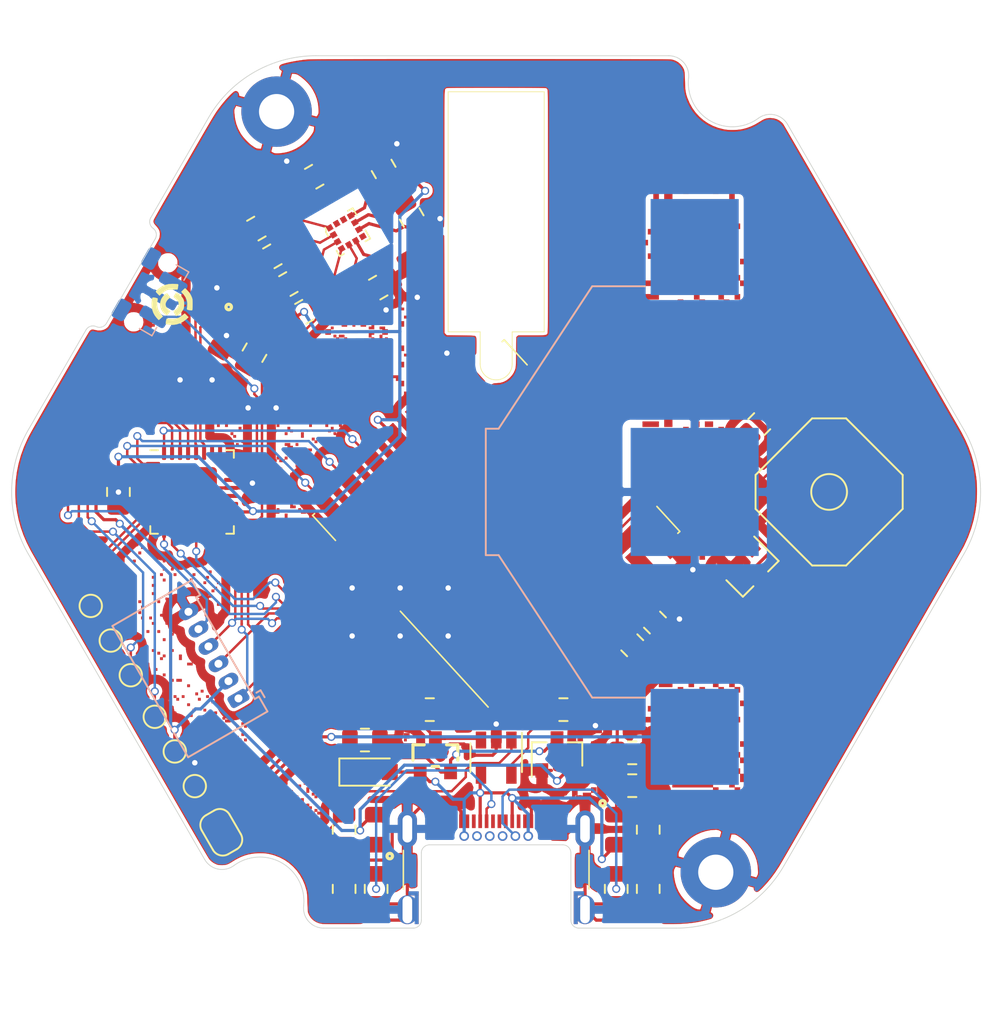
<source format=kicad_pcb>
(kicad_pcb (version 20190605) (host pcbnew "6.0.0-unknown-0ba0c17~100~ubuntu19.04.1")
  (layers (0 "F.Cu" signal) (31 "B.Cu" signal) (34 "B.Paste" user) (35 "F.Paste" user) (36 "B.SilkS" user) (37 "F.SilkS" user) (38 "B.Mask" user) (39 "F.Mask" user) (44 "Edge.Cuts" user))
  (net 0 "")
  (net 1 "GND")
  (net 2 "/V_LIPO")
  (net 3 "Net-(BZ1-Pad2)")
  (net 4 "Net-(BZ1-Pad1)")
  (net 5 "VCC")
  (net 6 "Net-(C2-Pad1)")
  (net 7 "/V_USB")
  (net 8 "Net-(C7-Pad1)")
  (net 9 "/sheet5CF66014/V_UNREG")
  (net 10 "Net-(D1-Pad1)")
  (net 11 "Net-(D2-Pad2)")
  (net 12 "Net-(D3-Pad1)")
  (net 13 "Net-(J1-PadA5)")
  (net 14 "Net-(J1-PadB5)")
  (net 15 "/RST")
  (net 16 "/Digital_11")
  (net 17 "/Digital_13")
  (net 18 "/Digital_12")
  (net 19 "/Digital_9")
  (net 20 "/A4")
  (net 21 "Net-(R5-Pad2)")
  (net 22 "Net-(R6-Pad1)")
  (net 23 "/A5")
  (net 24 "/STAT")
  (net 25 "/Digital_6")
  (net 26 "/Digital_5")
  (net 27 "Net-(R13-Pad1)")
  (net 28 "/Digital_2")
  (net 29 "/Digital_4")
  (net 30 "/Digital_0")
  (net 31 "/Digital_20")
  (net 32 "/Digital_1")
  (net 33 "/Digital_21")
  (net 34 "/A0")
  (net 35 "/Digital_3")
  (module "0_stimulu-common:SYMBOL_SIFFLET" (layer "F.Cu") (at 131.379201 99.651825 180)
    (fp_text reference "G***" hide)
    (fp_text value "LOGO" hide)
  )
  (module "0_stimulu-common:MOTIF_SIFFLET" (layer "F.Cu") (at 151.489201 111.531825)
    (fp_text reference "G***" hide)
    (fp_text value "LOGO" hide)
    (fp_poly (pts (xy -0.066 0.468) (xy -0.235333 0.468) (xy -0.235333 0.637333) (xy -0.404667 0.637333) (xy -0.404667 0.298667) (xy -0.066 0.298667)) (layer "F.Cu") (width 0.01))
    (fp_poly (pts (xy 0.634 -0.282) (xy 0.464667 -0.282) (xy 0.464667 -0.112667) (xy 0.295333 -0.112667) (xy 0.295333 -0.451333) (xy 0.634 -0.451333)) (layer "F.Cu") (width 0.01))
    (fp_poly (pts (xy 0.984 -0.632) (xy 0.814667 -0.632) (xy 0.814667 -0.462667) (xy 0.645333 -0.462667) (xy 0.645333 -0.801333) (xy 0.984 -0.801333)) (layer "F.Cu") (width 0.01))
    (fp_poly (pts (xy -0.216 -0.261333) (xy -0.554667 -0.261333) (xy -0.554667 -0.430667) (xy -0.385333 -0.430667) (xy -0.385333 -0.6) (xy -0.554667 -0.6) (xy -0.554667 -0.769333) (xy -0.216 -0.769333)) (layer "F.Cu") (width 0.01))
    (fp_poly (pts (xy 0.464277 -27.040414) (xy 1.247129 -27.040402) (xy 1.989796 -27.040377) (xy 2.693353 -27.040336) (xy 3.358875 -27.040275) (xy 3.987436 -27.04019) (xy 4.58011 -27.040079) (xy 5.137972 -27.039935) (xy 5.662096 -27.039758) (xy 6.153557 -27.039541) (xy 6.61343 -27.039283) (xy 7.042788 -27.038978) (xy 7.442706 -27.038624) (xy 7.814259 -27.038217) (xy 8.15852 -27.037753) (xy 8.476566 -27.037228) (xy 8.769469 -27.036638) (xy 9.038305 -27.035981) (xy 9.284147 -27.035252) (xy 9.508071 -27.034447) (xy 9.711151 -27.033563) (xy 9.894461 -27.032596) (xy 10.059076 -27.031543) (xy 10.20607 -27.030399) (xy 10.336518 -27.029161) (xy 10.451493 -27.027825) (xy 10.552071 -27.026388) (xy 10.639327 -27.024846) (xy 10.714333 -27.023195) (xy 10.778166 -27.021432) (xy 10.831899 -27.019552) (xy 10.876606 -27.017553) (xy 10.913363 -27.015429) (xy 10.943244 -27.013179) (xy 10.967323 -27.010797) (xy 10.986675 -27.008281) (xy 11.002373 -27.005626) (xy 11.015494 -27.002829) (xy 11.022103 -27.001203) (xy 11.218518 -26.930648) (xy 11.391703 -26.826718) (xy 11.538096 -26.69199) (xy 11.639422 -26.554171) (xy 11.678127 -26.48873) (xy 11.708827 -26.430442) (xy 11.73261 -26.373159) (xy 11.750563 -26.310736) (xy 11.763774 -26.237024) (xy 11.77333 -26.145879) (xy 11.78032 -26.031152) (xy 11.78583 -25.886699) (xy 11.790949 -25.706371) (xy 11.791214 -25.696333) (xy 11.797495 -25.491379) (xy 11.805199 -25.321459) (xy 11.81535 -25.179275) (xy 11.828975 -25.057531) (xy 11.8471 -24.94893) (xy 11.870751 -24.846173) (xy 11.900955 -24.741964) (xy 11.938737 -24.629006) (xy 11.943012 -24.616833) (xy 12.080873 -24.287368) (xy 12.252976 -23.981007) (xy 12.456894 -23.699778) (xy 12.690201 -23.445706) (xy 12.950468 -23.22082) (xy 13.235269 -23.027145) (xy 13.542177 -22.866708) (xy 13.868766 -22.741537) (xy 14.212607 -22.653657) (xy 14.315842 -22.635334) (xy 14.476621 -22.617334) (xy 14.662879 -22.609073) (xy 14.861262 -22.610168) (xy 15.058413 -22.620234) (xy 15.240978 -22.638888) (xy 15.395601 -22.665746) (xy 15.39875 -22.666463) (xy 15.663255 -22.738003) (xy 15.911847 -22.829267) (xy 16.156604 -22.945436) (xy 16.409605 -23.091686) (xy 16.450014 -23.117177) (xy 16.589484 -23.203004) (xy 16.705348 -23.265883) (xy 16.807156 -23.30919) (xy 16.904455 -23.336302) (xy 17.006794 -23.350595) (xy 17.123721 -23.355445) (xy 17.123833 -23.355446) (xy 17.336181 -23.338751) (xy 17.529583 -23.284704) (xy 17.702807 -23.193873) (xy 17.854619 -23.066825) (xy 17.924403 -22.987) (xy 17.940074 -22.962264) (xy 17.976137 -22.902177) (xy 18.031831 -22.808055) (xy 18.106394 -22.681215) (xy 18.199065 -22.522975) (xy 18.309082 -22.334652) (xy 18.435682 -22.117564) (xy 18.578105 -21.873026) (xy 18.735588 -21.602357) (xy 18.90737 -21.306874) (xy 19.09269 -20.987893) (xy 19.290785 -20.646733) (xy 19.500894 -20.28471) (xy 19.722255 -19.903141) (xy 19.954106 -19.503343) (xy 20.195686 -19.086634) (xy 20.446233 -18.654331) (xy 20.704986 -18.207752) (xy 20.971182 -17.748212) (xy 21.24406 -17.27703) (xy 21.522858 -16.795522) (xy 21.806815 -16.305006) (xy 22.095168 -15.806799) (xy 22.387157 -15.302218) (xy 22.682019 -14.792581) (xy 22.978993 -14.279204) (xy 23.277317 -13.763404) (xy 23.57623 -13.2465) (xy 23.874969 -12.729807) (xy 24.172772 -12.214643) (xy 24.46888 -11.702326) (xy 24.762528 -11.194172) (xy 25.052957 -10.691499) (xy 25.339404 -10.195624) (xy 25.621107 -9.707864) (xy 25.897305 -9.229536) (xy 26.167236 -8.761958) (xy 26.430138 -8.306446) (xy 26.68525 -7.864317) (xy 26.93181 -7.43689) (xy 27.169057 -7.025481) (xy 27.396227 -6.631407) (xy 27.612561 -6.255985) (xy 27.817296 -5.900533) (xy 28.00967 -5.566368) (xy 28.188923 -5.254807) (xy 28.354291 -4.967167) (xy 28.505013 -4.704765) (xy 28.640329 -4.468919) (xy 28.759475 -4.260946) (xy 28.86169 -4.082162) (xy 28.946214 -3.933885) (xy 29.012283 -3.817433) (xy 29.059136 -3.734122) (xy 29.083046 -3.690788) (xy 29.316028 -3.232362) (xy 29.512871 -2.783623) (xy 29.675993 -2.33678) (xy 29.807812 -1.884042) (xy 29.910745 -1.41762) (xy 29.987212 -0.929722) (xy 30.014988 -0.687917) (xy 30.024854 -0.557624) (xy 30.031736 -0.395373) (xy 30.035645 -0.211434) (xy 30.036596 -0.016074) (xy 30.034602 0.180436) (xy 30.029675 0.367828) (xy 30.021828 0.535832) (xy 30.013299 0.651102) (xy 29.941288 1.207484) (xy 29.827916 1.755223) (xy 29.673122 2.294533) (xy 29.476844 2.825627) (xy 29.239019 3.348718) (xy 29.214644 3.39725) (xy 29.19367 3.436092) (xy 29.152259 3.510259) (xy 29.091172 3.618433) (xy 29.011169 3.759294) (xy 28.913012 3.931525) (xy 28.797462 4.133806) (xy 28.665279 4.364819) (xy 28.517224 4.623245) (xy 28.354059 4.907766) (xy 28.176544 5.217064) (xy 27.98544 5.549818) (xy 27.781508 5.904711) (xy 27.565509 6.280425) (xy 27.338203 6.67564) (xy 27.100352 7.089038) (xy 26.852717 7.519301) (xy 26.596058 7.965109) (xy 26.331137 8.425144) (xy 26.058714 8.898088) (xy 25.77955 9.382621) (xy 25.494406 9.877426) (xy 25.204044 10.381183) (xy 24.909223 10.892574) (xy 24.610705 11.410281) (xy 24.30925 11.932985) (xy 24.005621 12.459366) (xy 23.700576 12.988107) (xy 23.394879 13.517889) (xy 23.089288 14.047393) (xy 22.784566 14.575301) (xy 22.481473 15.100294) (xy 22.18077 15.621053) (xy 21.883217 16.13626) (xy 21.589577 16.644596) (xy 21.300609 17.144743) (xy 21.017076 17.635381) (xy 20.739736 18.115193) (xy 20.469352 18.58286) (xy 20.206685 19.037062) (xy 19.952494 19.476482) (xy 19.707542 19.899801) (xy 19.472589 20.3057) (xy 19.248396 20.69286) (xy 19.035723 21.059964) (xy 18.835333 21.405691) (xy 18.647985 21.728725) (xy 18.474441 22.027745) (xy 18.315461 22.301434) (xy 18.171807 22.548473) (xy 18.044239 22.767543) (xy 17.933518 22.957326) (xy 17.840405 23.116502) (xy 17.765661 23.243754) (xy 17.710047 23.337763) (xy 17.674324 23.397209) (xy 17.666204 23.410333) (xy 17.418627 23.784691) (xy 17.166894 24.125834) (xy 16.90396 24.44278) (xy 16.628718 24.738512) (xy 16.523142 24.842454) (xy 16.438864 24.916313) (xy 16.370831 24.963136) (xy 16.313988 24.985972) (xy 16.263282 24.987867) (xy 16.230078 24.978883) (xy 16.161717 24.933626) (xy 16.110234 24.864086) (xy 16.087015 24.786339) (xy 16.086667 24.776393) (xy 16.086667 24.708829) (xy 15.086542 24.440645) (xy 14.838989 24.373685) (xy 14.620545 24.313407) (xy 14.433137 24.260377) (xy 14.278692 24.215162) (xy 14.159137 24.178329) (xy 14.076401 24.150444) (xy 14.032409 24.132074) (xy 14.028208 24.12943) (xy 13.989738 24.104451) (xy 13.970504 24.098742) (xy 13.97 24.100181) (xy 13.964677 24.122693) (xy 13.949388 24.182234) (xy 13.925153 24.27495) (xy 13.892992 24.396986) (xy 13.853923 24.544487) (xy 13.808966 24.713599) (xy 13.759141 24.900468) (xy 13.705468 25.101239) (xy 13.68425 25.180468) (xy 13.6294 25.385367) (xy 13.578008 25.577706) (xy 13.531092 25.753649) (xy 13.489671 25.909358) (xy 13.454762 26.040998) (xy 13.427385 26.144732) (xy 13.408558 26.216725) (xy 13.399298 26.253141) (xy 13.3985 26.25686) (xy 13.415206 26.272244) (xy 13.455862 26.296385) (xy 13.460237 26.298671) (xy 13.52175 26.350959) (xy 13.552752 26.421185) (xy 13.554224 26.498995) (xy 13.527148 26.574037) (xy 13.472504 26.635958) (xy 13.42572 26.663004) (xy 13.360837 26.685778) (xy 13.26289 26.714326) (xy 13.140419 26.746591) (xy 13.001962 26.780513) (xy 12.856058 26.814035) (xy 12.711246 26.845097) (xy 12.576065 26.871642) (xy 12.51506 26.882525) (xy 12.206696 26.927465) (xy 11.874263 26.960626) (xy 11.512526 26.9824) (xy 11.116251 26.993176) (xy 11.01725 26.994157) (xy 10.84454 26.995116) (xy 10.708865 26.995153) (xy 10.604931 26.993982) (xy 10.527444 26.99132) (xy 10.47111 26.986882) (xy 10.430635 26.980383) (xy 10.400725 26.97154) (xy 10.376087 26.960067) (xy 10.37536 26.959672) (xy 10.306857 26.903299) (xy 10.269792 26.832489) (xy 10.264727 26.757134) (xy 10.292226 26.687121) (xy 10.352848 26.632342) (xy 10.356644 26.630242) (xy 10.486999 26.541601) (xy 10.578312 26.437657) (xy 10.630251 26.31892) (xy 10.642563 26.187299) (xy 10.63625 26.06675) (xy 8.981119 26.064653) (xy 8.669495 26.064326) (xy 8.397431 26.064031) (xy 8.162154 26.063531) (xy 7.960892 26.062591) (xy 7.79087 26.060976) (xy 7.649317 26.058449) (xy 7.53346 26.054776) (xy 7.440526 26.04972) (xy 7.367742 26.043046) (xy 7.312335 26.034518) (xy 7.271534 26.023901) (xy 7.242563 26.010959) (xy 7.222652 25.995456) (xy 7.209028 25.977157) (xy 7.198916 25.955826) (xy 7.189546 25.931227) (xy 7.181864 25.911751) (xy 7.164904 25.842905) (xy 7.157922 25.752342) (xy 7.158528 25.728539) (xy 11.085242 25.728539) (xy 11.103329 25.76404) (xy 11.1232 25.793769) (xy 11.162186 25.86941) (xy 11.186044 25.96301) (xy 11.195962 26.082114) (xy 11.193126 26.234266) (xy 11.192967 26.237323) (xy 11.183589 26.416) (xy 11.560794 26.416) (xy 11.68186 26.415066) (xy 11.786807 26.412471) (xy 11.868922 26.40853) (xy 11.921493 26.403555) (xy 11.938 26.398421) (xy 11.922156 26.377321) (xy 11.881372 26.341648) (xy 11.843709 26.313128) (xy 11.734797 26.229258) (xy 11.617951 26.129649) (xy 11.500432 26.021424) (xy 11.389504 25.911704) (xy 11.292428 25.807611) (xy 11.216467 25.716267) (xy 11.177146 25.659454) (xy 11.15893 25.636368) (xy 11.139544 25.642588) (xy 11.113716 25.670722) (xy 11.089121 25.702831) (xy 11.085242 25.728539) (xy 7.158528 25.728539) (xy 7.160398 25.655176) (xy 7.171809 25.566525) (xy 7.191636 25.501504) (xy 7.196297 25.493092) (xy 7.207562 25.474748) (xy 7.21877 25.458767) (xy 7.232743 25.444992) (xy 7.252303 25.433267) (xy 7.280273 25.423435) (xy 7.319475 25.415341) (xy 7.372731 25.408827) (xy 7.442864 25.403738) (xy 7.532696 25.399916) (xy 7.645049 25.397206) (xy 7.782747 25.395451) (xy 7.94861 25.394495) (xy 8.145463 25.394181) (xy 8.376126 25.394353) (xy 8.643423 25.394854) (xy 8.950176 25.395529) (xy 8.956576 25.395543) (xy 9.26319 25.396124) (xy 9.530177 25.396423) (xy 9.760243 25.396396) (xy 9.956095 25.395998) (xy 10.120439 25.395183) (xy 10.25598 25.393907) (xy 10.365425 25.392125) (xy 10.45148 25.389792) (xy 10.516851 25.386863) (xy 10.564243 25.383293) (xy 10.596364 25.379038) (xy 10.615919 25.374052) (xy 10.625613 25.36829) (xy 10.625999 25.367849) (xy 10.641529 25.322364) (xy 10.644495 25.24151) (xy 10.642731 25.209443) (xy 10.619379 25.087449) (xy 10.565906 24.985878) (xy 10.47806 24.898751) (xy 10.374591 24.832352) (xy 10.27366 24.764156) (xy 10.214742 24.692151) (xy 10.197574 24.614715) (xy 10.221891 24.530225) (xy 10.28743 24.43706) (xy 10.30687 24.41575) (xy 10.355949 24.360678) (xy 10.391937 24.309204) (xy 10.416838 24.25338) (xy 10.432656 24.18526) (xy 10.441398 24.096895) (xy 10.445067 23.980337) (xy 10.445698 23.865417) (xy 10.444779 23.766641) (xy 11.091856 23.766641) (xy 11.095862 23.875929) (xy 11.110325 24.015354) (xy 11.114365 24.047259) (xy 11.174364 24.376415) (xy 11.266914 24.680524) (xy 11.393996 24.963521) (xy 11.557589 25.229341) (xy 11.759671 25.481917) (xy 11.919272 25.647329) (xy 12.098819 25.809577) (xy 12.263822 25.934011) (xy 12.416343 26.021757) (xy 12.55844 26.073944) (xy 12.692175 26.091698) (xy 12.729336 26.09059) (xy 12.739516 26.085578) (xy 12.751187 26.069753) (xy 12.765308 26.03997) (xy 12.782836 25.993086) (xy 12.80473 25.925957) (xy 12.831948 25.835437) (xy 12.865448 25.718384) (xy 12.906189 25.571654) (xy 12.955129 25.392101) (xy 13.013225 25.176582) (xy 13.05216 25.031379) (xy 13.106575 24.827712) (xy 13.157349 24.636807) (xy 13.203479 24.46249) (xy 13.243965 24.308587) (xy 13.277806 24.178923) (xy 13.303999 24.077322) (xy 13.321545 24.007611) (xy 13.329442 23.973614) (xy 13.32974 23.970861) (xy 13.308353 23.964395) (xy 13.250725 23.948378) (xy 13.16155 23.924058) (xy 13.04552 23.892686) (xy 12.907327 23.855509) (xy 12.751664 23.813776) (xy 12.583224 23.768737) (xy 12.406698 23.72164) (xy 12.22678 23.673735) (xy 12.048162 23.62627) (xy 11.875536 23.580494) (xy 11.713595 23.537656) (xy 11.594967 23.506372) (xy 14.146276 23.506372) (xy 14.146336 23.509058) (xy 14.16807 23.516307) (xy 14.226814 23.533464) (xy 14.318689 23.559454) (xy 14.43982 23.593205) (xy 14.586331 23.633643) (xy 14.754345 23.679696) (xy 14.939987 23.730291) (xy 15.139379 23.784355) (xy 15.20075 23.800942) (xy 15.403259 23.855652) (xy 15.593018 23.906953) (xy 15.766178 23.953802) (xy 15.918886 23.995154) (xy 16.047293 24.029967) (xy 16.147547 24.057197) (xy 16.215799 24.0758) (xy 16.248196 24.084732) (xy 16.250352 24.085372) (xy 16.261668 24.069446) (xy 16.286002 24.025792) (xy 16.311499 23.976736) (xy 16.334057 23.930453) (xy 16.349209 23.890381) (xy 16.357981 23.847186) (xy 16.3614 23.791534) (xy 16.360495 23.714091) (xy 16.356291 23.605525) (xy 16.355172 23.579861) (xy 16.327085 23.280904) (xy 16.268393 23.003307) (xy 16.176353 22.738936) (xy 16.048224 22.479661) (xy 15.909501 22.258103) (xy 15.720115 22.014957) (xy 15.498304 21.789521) (xy 15.252925 21.590141) (xy 15.076172 21.473128) (xy 14.999067 21.430661) (xy 14.935094 21.408327) (xy 14.864039 21.400178) (xy 14.826161 21.399554) (xy 14.698072 21.3995) (xy 14.41733 22.449405) (xy 14.363224 22.652622) (xy 14.312919 22.843255) (xy 14.267405 23.017438) (xy 14.22767 23.171308) (xy 14.194701 23.301001) (xy 14.169487 23.402652) (xy 14.153016 23.472397) (xy 14.146276 23.506372) (xy 11.594967 23.506372) (xy 11.567031 23.499005) (xy 11.440537 23.465789) (xy 11.338805 23.439259) (xy 11.266528 23.420662) (xy 11.228398 23.411249) (xy 11.223718 23.410333) (xy 11.205823 23.427843) (xy 11.17706 23.473398) (xy 11.148659 23.527219) (xy 11.117645 23.601524) (xy 11.098913 23.678252) (xy 11.091856 23.766641) (xy 10.444779 23.766641) (xy 10.444268 23.711738) (xy 10.438859 23.59288) (xy 10.427874 23.501399) (xy 10.409715 23.429848) (xy 10.382785 23.370783) (xy 10.345486 23.316759) (xy 10.321955 23.288747) (xy 10.266167 23.238505) (xy 10.191819 23.188374) (xy 10.112768 23.146111) (xy 10.042867 23.119473) (xy 10.010231 23.114207) (xy 9.960923 23.094992) (xy 9.916904 23.04659) (xy 9.887498 22.981953) (xy 9.8806 22.934083) (xy 9.882049 22.927264) (xy 10.770082 22.927264) (xy 10.777617 22.959808) (xy 10.777722 22.959935) (xy 10.806876 22.978058) (xy 10.827869 22.9583) (xy 10.836792 22.904901) (xy 10.836863 22.895792) (xy 10.836392 22.82825) (xy 10.79602 22.880794) (xy 10.770082 22.927264) (xy 9.882049 22.927264) (xy 9.898091 22.851771) (xy 9.951704 22.786866) (xy 10.043148 22.737633) (xy 10.088957 22.722443) (xy 10.216896 22.665162) (xy 10.26307 22.6265) (xy 11.390834 22.6265) (xy 11.391936 22.663741) (xy 11.39825 22.782662) (xy 12.446 23.062328) (xy 12.682198 23.125233) (xy 12.880792 23.177742) (xy 13.045021 23.2206) (xy 13.17812 23.254554) (xy 13.283326 23.280348) (xy 13.363878 23.29873) (xy 13.423012 23.310444) (xy 13.463965 23.316237) (xy 13.489975 23.316855) (xy 13.504278 23.313044) (xy 13.509437 23.307371) (xy 13.517909 23.280488) (xy 13.536123 23.216827) (xy 13.562948 23.120525) (xy 13.597251 22.995715) (xy 13.637903 22.846536) (xy 13.683771 22.677121) (xy 13.733724 22.491607) (xy 13.786632 22.294129) (xy 13.788137 22.2885) (xy 13.840961 22.090509) (xy 13.890532 21.904114) (xy 13.935753 21.733486) (xy 13.975524 21.582796) (xy 14.008748 21.456213) (xy 14.034328 21.357909) (xy 14.051165 21.292053) (xy 14.058162 21.262816) (xy 14.058199 21.2626) (xy 14.045167 21.222961) (xy 13.999584 21.182674) (xy 13.930898 21.146409) (xy 13.848556 21.118835) (xy 13.762006 21.104622) (xy 13.736611 21.103661) (xy 13.424367 21.122966) (xy 13.111322 21.182308) (xy 12.803193 21.279895) (xy 12.5057 21.413936) (xy 12.238997 21.572831) (xy 12.106353 21.67281) (xy 11.966095 21.796778) (xy 11.82579 21.93648) (xy 11.693005 22.083665) (xy 11.575309 22.230077) (xy 11.480268 22.367465) (xy 11.431345 22.453701) (xy 11.400104 22.536497) (xy 11.390834 22.6265) (xy 10.26307 22.6265) (xy 10.321923 22.577222) (xy 10.396387 22.465135) (xy 10.399601 22.458046) (xy 10.422848 22.380096) (xy 10.440212 22.271201) (xy 10.451145 22.142411) (xy 10.454247 22.0345) (xy 11.006667 22.0345) (xy 11.013888 22.055116) (xy 11.016001 22.055667) (xy 11.034072 22.040834) (xy 11.038417 22.0345) (xy 11.036738 22.014995) (xy 11.029082 22.013333) (xy 11.007528 22.028698) (xy 11.006667 22.0345) (xy 10.454247 22.0345) (xy 10.455102 22.004775) (xy 10.451537 21.869345) (xy 10.439902 21.747169) (xy 10.435988 21.721869) (xy 10.417235 21.631026) (xy 10.39202 21.563404) (xy 10.351852 21.499938) (xy 10.318112 21.457222) (xy 10.242637 21.355016) (xy 10.202986 21.271166) (xy 10.199866 21.200384) (xy 10.233987 21.137381) (xy 10.306057 21.076868) (xy 10.374591 21.035815) (xy 10.494596 20.956203) (xy 10.576658 20.867168) (xy 10.625028 20.762731) (xy 10.642731 20.658723) (xy 10.64699 20.604285) (xy 10.648244 20.560877) (xy 10.642302 20.527345) (xy 10.624969 20.502536) (xy 10.592055 20.485298) (xy 10.539367 20.474477) (xy 10.462712 20.46892) (xy 10.357898 20.467476) (xy 10.220734 20.46899) (xy 10.047026 20.472309) (xy 9.970358 20.473808) (xy 9.776863 20.477242) (xy 9.621153 20.478884) (xy 9.498695 20.478025) (xy 9.404954 20.473954) (xy 9.335396 20.465963) (xy 9.285487 20.453341) (xy 9.250693 20.435378) (xy 9.22648 20.411366) (xy 9.208313 20.380594) (xy 9.1959 20.352581) (xy 9.186183 20.320804) (xy 9.179385 20.2756) (xy 9.175347 20.211539) (xy 9.17391 20.123191) (xy 9.174919 20.005129) (xy 9.178213 19.851922) (xy 9.179698 19.795567) (xy 9.183715 19.636367) (xy 9.185844 19.513328) (xy 9.185832 19.420309) (xy 9.183425 19.351169) (xy 9.178368 19.299766) (xy 9.170407 19.25996) (xy 9.159288 19.225609) (xy 9.155738 19.216538) (xy 9.149428 19.198686) (xy 9.143874 19.1767) (xy 9.139029 19.147941) (xy 9.134848 19.109768) (xy 9.131282 19.059542) (xy 9.130703 19.046983) (xy 9.779 19.046983) (xy 9.77982 19.194037) (xy 9.782568 19.304745) (xy 9.787671 19.385065) (xy 9.795557 19.440957) (xy 9.806656 19.478381) (xy 9.810619 19.486789) (xy 9.829048 19.545112) (xy 9.840304 19.627335) (xy 9.842369 19.680175) (xy 9.8425 19.812934) (xy 10.239375 19.807175) (xy 10.63625 19.801417) (xy 10.64257 19.680646) (xy 10.640119 19.585584) (xy 10.618283 19.503969) (xy 10.571916 19.424323) (xy 10.495875 19.33517) (xy 10.480515 19.319158) (xy 10.38225 19.2179) (xy 10.371667 18.948742) (xy 10.361083 18.679583) (xy 10.070042 18.673694) (xy 9.779 18.667805) (xy 9.779 19.046983) (xy 9.130703 19.046983) (xy 9.128287 18.994623) (xy 9.125815 18.912372) (xy 9.12382 18.810148) (xy 9.122256 18.685313) (xy 9.121076 18.535226) (xy 9.120233 18.357247) (xy 9.119681 18.148738) (xy 9.119509 18.012833) (xy 9.779 18.012833) (xy 10.049933 18.012833) (xy 10.185665 18.010785) (xy 10.280128 18.00459) (xy 10.334189 17.994174) (xy 10.346267 17.987433) (xy 10.359769 17.951184) (xy 10.368365 17.87655) (xy 10.371646 17.767239) (xy 10.371667 17.756483) (xy 10.36889 17.639578) (xy 10.359167 17.549928) (xy 10.340404 17.472733) (xy 10.325564 17.43046) (xy 10.279461 17.309987) (xy 10.327288 17.169285) (xy 10.351652 17.088072) (xy 10.365166 17.012546) (xy 10.369807 16.926167) (xy 10.368099 16.8275) (xy 10.361083 16.626417) (xy 10.070042 16.620528) (xy 9.779 16.614639) (xy 9.779 18.012833) (xy 9.119509 18.012833) (xy 9.119375 17.907058) (xy 9.119266 17.629568) (xy 9.119309 17.313628) (xy 9.119369 17.150723) (xy 9.11938 16.795503) (xy 9.119087 16.480796) (xy 9.118468 16.204785) (xy 9.1175 15.96565) (xy 9.116163 15.761575) (xy 9.114435 15.590739) (xy 9.114081 15.567676) (xy 9.779 15.567676) (xy 9.779 15.959667) (xy 10.051575 15.959667) (xy 10.170976 15.958594) (xy 10.254514 15.954934) (xy 10.308617 15.948019) (xy 10.33971 15.937183) (xy 10.349803 15.928756) (xy 10.362479 15.893151) (xy 10.368969 15.822537) (xy 10.369481 15.713966) (xy 10.36827 15.665913) (xy 10.364345 15.562151) (xy 10.358634 15.490073) (xy 10.348779 15.439038) (xy 10.332426 15.3984) (xy 10.307218 15.357516) (xy 10.296643 15.342282) (xy 10.202159 15.241824) (xy 10.086787 15.176848) (xy 9.955273 15.149941) (xy 9.942511 15.149468) (xy 9.874217 15.15087) (xy 9.821883 15.157317) (xy 9.805003 15.162928) (xy 9.795004 15.182214) (xy 9.787649 15.228521) (xy 9.782692 15.305661) (xy 9.77989 15.417442) (xy 9.779 15.567676) (xy 9.114081 15.567676) (xy 9.112293 15.451324) (xy 9.109715 15.341513) (xy 9.10668 15.259487) (xy 9.103167 15.203426) (xy 9.099153 15.171514) (xy 9.095508 15.16211) (xy 9.047546 15.149694) (xy 8.974499 15.149002) (xy 8.891503 15.158552) (xy 8.813693 15.17686) (xy 8.770747 15.193924) (xy 8.688673 15.245777) (xy 8.623011 15.312822) (xy 8.563451 15.406436) (xy 8.543655 15.444545) (xy 8.483721 15.53404) (xy 8.413933 15.582451) (xy 8.334151 15.58979) (xy 8.244235 15.556072) (xy 8.144324 15.48156) (xy 8.08647 15.433616) (xy 8.032419 15.395765) (xy 8.011877 15.384449) (xy 7.987217 15.371629) (xy 7.966699 15.355153) (xy 7.949944 15.331283) (xy 7.936571 15.296281) (xy 7.926202 15.246411) (xy 7.918455 15.177934) (xy 7.912951 15.087114) (xy 7.90931 14.970213) (xy 7.907152 14.823493) (xy 7.906097 14.643217) (xy 7.905765 14.425647) (xy 7.90576 14.393333) (xy 8.466667 14.393333) (xy 8.466667 14.708553) (xy 8.588102 14.666773) (xy 8.743991 14.623953) (xy 8.902825 14.599719) (xy 9.056125 14.593945) (xy 9.195407 14.606507) (xy 9.312189 14.63728) (xy 9.388586 14.67854) (xy 9.432914 14.710499) (xy 9.45879 14.718029) (xy 9.481239 14.702615) (xy 9.493905 14.688942) (xy 9.551984 14.648835) (xy 9.636803 14.619404) (xy 9.733162 14.605577) (xy 9.752542 14.605118) (xy 9.793254 14.603112) (xy 9.813554 14.589981) (xy 9.820546 14.554785) (xy 9.821333 14.499167) (xy 9.821333 14.393333) (xy 8.466667 14.393333) (xy 7.90576 14.393333) (xy 7.90575 14.340417) (xy 7.905793 14.123223) (xy 7.906054 13.944318) (xy 7.906728 13.799658) (xy 7.908013 13.685199) (xy 7.910104 13.596896) (xy 7.913199 13.530704) (xy 7.917493 13.48258) (xy 7.923183 13.448479) (xy 7.930466 13.424357) (xy 7.939538 13.40617) (xy 7.950595 13.389873) (xy 7.952018 13.387917) (xy 7.970899 13.367535) (xy 8.018469 13.318528) (xy 8.093457 13.242171) (xy 8.194588 13.139743) (xy 8.320589 13.012523) (xy 8.470187 12.861787) (xy 8.642108 12.688813) (xy 8.835078 12.49488) (xy 9.047825 12.281266) (xy 9.279074 12.049248) (xy 9.527553 11.800103) (xy 9.791988 11.535111) (xy 10.071105 11.255549) (xy 10.363632 10.962694) (xy 10.668294 10.657825) (xy 10.983818 10.342219) (xy 11.308931 10.017154) (xy 11.642359 9.683909) (xy 11.836101 9.490333) (xy 12.254746 9.072176) (xy 12.644419 8.683133) (xy 13.006017 8.322317) (xy 13.34044 7.988844) (xy 13.648584 7.681829) (xy 13.931349 7.400386) (xy 14.189631 7.143631) (xy 14.424329 6.910677) (xy 14.636341 6.70064) (xy 14.826564 6.512635) (xy 14.995897 6.345776) (xy 15.145238 6.199178) (xy 15.275483 6.071956) (xy 15.387533 5.963225) (xy 15.482283 5.8721) (xy 15.560633 5.797695) (xy 15.62348 5.739125) (xy 15.671723 5.695505) (xy 15.706258 5.665949) (xy 15.727984 5.649574) (xy 15.736345 5.64542) (xy 15.802016 5.644298) (xy 15.852762 5.655017) (xy 15.88243 5.675224) (xy 15.93709 5.721144) (xy 16.011951 5.788406) (xy 16.102223 5.872639) (xy 16.203115 5.96947) (xy 16.279578 6.044472) (xy 16.39598 6.159317) (xy 16.48678 6.247597) (xy 16.556212 6.312777) (xy 16.608511 6.358324) (xy 16.647911 6.387704) (xy 16.678647 6.404382) (xy 16.704954 6.411825) (xy 16.730421 6.4135) (xy 16.783754 6.409622) (xy 16.833695 6.395159) (xy 16.88654 6.365864) (xy 16.948586 6.317492) (xy 17.026128 6.245796) (xy 17.123833 6.148192) (xy 17.204038 6.069407) (xy 17.28006 5.99993) (xy 17.344067 5.946581) (xy 17.388228 5.916175) (xy 17.393028 5.913852) (xy 17.43006 5.903042) (xy 17.487765 5.894981) (xy 17.571045 5.889385) (xy 17.684798 5.885974) (xy 17.833925 5.884466) (xy 17.907371 5.884333) (xy 18.067662 5.883665) (xy 18.190831 5.881453) (xy 18.282072 5.877384) (xy 18.34658 5.871146) (xy 18.389547 5.862428) (xy 18.410759 5.854074) (xy 18.445679 5.828475) (xy 18.502951 5.778598) (xy 18.57568 5.710768) (xy 18.656966 5.631311) (xy 18.690167 5.597858) (xy 18.799079 5.49006) (xy 18.885793 5.411892) (xy 18.955053 5.360328) (xy 19.011602 5.332343) (xy 19.060182 5.324912) (xy 19.103528 5.334232) (xy 19.135548 5.35582) (xy 19.190814 5.402995) (xy 19.263609 5.470467) (xy 19.348218 5.552945) (xy 19.434943 5.64101) (xy 19.710805 5.926667) (xy 21.920335 5.926667) (xy 22.16662 5.67731) (xy 22.272853 5.567278) (xy 22.352558 5.478341) (xy 22.411143 5.403806) (xy 22.454015 5.336979) (xy 22.476268 5.293973) (xy 22.536296 5.119959) (xy 22.557531 4.939844) (xy 22.541019 4.76047) (xy 22.487806 4.588679) (xy 22.39894 4.431313) (xy 22.33185 4.34975) (xy 22.25835 4.26656) (xy 22.212496 4.200698) (xy 22.189026 4.142865) (xy 22.182667 4.086145) (xy 22.183946 4.071946) (xy 22.189007 4.055549) (xy 22.199686 4.035015) (xy 22.217818 4.008405) (xy 22.245237 3.973779) (xy 22.28378 3.929197) (xy 22.335281 3.87272) (xy 22.401576 3.802408) (xy 22.484501 3.716322) (xy 22.58589 3.612521) (xy 22.707578 3.489066) (xy 22.851401 3.344018) (xy 23.019195 3.175437) (xy 23.212795 2.981384) (xy 23.434035 2.759918) (xy 23.500105 2.693812) (xy 23.767927 2.426352) (xy 24.006515 2.189121) (xy 24.216071 1.981924) (xy 24.396799 1.804565) (xy 24.548898 1.656849) (xy 24.672572 1.53858) (xy 24.768023 1.449563) (xy 24.835451 1.389601) (xy 24.87506 1.358499) (xy 24.883473 1.353988) (xy 24.938886 1.343002) (xy 24.992951 1.35127) (xy 25.053913 1.382375) (xy 25.130022 1.439901) (xy 25.179805 1.482756) (xy 25.259205 1.546346) (xy 25.346409 1.606167) (xy 25.421167 1.648552) (xy 25.478493 1.673663) (xy 25.531438 1.689855) (xy 25.591984 1.699027) (xy 25.672113 1.703078) (xy 25.770417 1.703917) (xy 25.857756 1.703423) (xy 25.932955 1.700227) (xy 25.99996 1.691756) (xy 26.062716 1.675439) (xy 26.125169 1.648703) (xy 26.191265 1.608975) (xy 26.264948 1.553685) (xy 26.350166 1.480258) (xy 26.450863 1.386124) (xy 26.570985 1.26871) (xy 26.714478 1.125443) (xy 26.819205 1.020201) (xy 26.97499 0.863089) (xy 27.1035 0.731893) (xy 27.207603 0.62281) (xy 27.290171 0.532034) (xy 27.354073 0.455761) (xy 27.402178 0.390187) (xy 27.437358 0.331506) (xy 27.462481 0.275915) (xy 27.480418 0.219609) (xy 27.494039 0.158782) (xy 27.501914 0.115155) (xy 27.511922 -0.057803) (xy 27.486633 -0.234276) (xy 27.429592 -0.395614) (xy 27.405113 -0.435458) (xy 27.361545 -0.491574) (xy 27.296876 -0.566152) (xy 27.209094 -0.661385) (xy 27.096187 -0.779464) (xy 26.956143 -0.92258) (xy 26.818935 -1.060871) (xy 26.658314 -1.221551) (xy 26.523499 -1.354667) (xy 26.410662 -1.462884) (xy 26.315974 -1.548868) (xy 26.235605 -1.615283) (xy 26.165726 -1.664795) (xy 26.102509 -1.70007) (xy 26.042124 -1.723773) (xy 25.980742 -1.738569) (xy 25.914535 -1.747124) (xy 25.839673 -1.752103) (xy 25.824884 -1.75283) (xy 25.661507 -1.750641) (xy 25.521975 -1.724645) (xy 25.393063 -1.67147) (xy 25.310067 -1.621648) (xy 25.268493 -1.588872) (xy 25.20177 -1.529977) (xy 25.114315 -1.449142) (xy 25.010543 -1.350546) (xy 24.894871 -1.238368) (xy 24.771715 -1.116787) (xy 24.68818 -1.033124) (xy 24.537045 -0.880204) (xy 24.413208 -0.752772) (xy 24.313663 -0.646761) (xy 24.235403 -0.5581) (xy 24.175422 -0.482721) (xy 24.130712 -0.416554) (xy 24.098267 -0.35553) (xy 24.07508 -0.295579) (xy 24.058145 -0.232633) (xy 24.044454 -0.162622) (xy 24.044291 -0.161685) (xy 24.032219 0.025207) (xy 24.061622 0.205463) (xy 24.1319 0.377115) (xy 24.242452 0.538196) (xy 24.266057 0.565331) (xy 24.346053 0.66316) (xy 24.392793 0.743767) (xy 24.408615 0.812842) (xy 24.395857 0.876077) (xy 24.394786 0.878564) (xy 24.375431 0.903674) (xy 24.328612 0.955662) (xy 24.256991 1.031873) (xy 24.163228 1.129647) (xy 24.049986 1.24633) (xy 23.919927 1.379262) (xy 23.775712 1.525787) (xy 23.620002 1.683248) (xy 23.455461 1.848987) (xy 23.284748 2.020347) (xy 23.110527 2.194671) (xy 22.935459 2.369302) (xy 22.762205 2.541583) (xy 22.593427 2.708855) (xy 22.431787 2.868463) (xy 22.279946 3.017749) (xy 22.140567 3.154055) (xy 22.016311 3.274725) (xy 21.909839 3.377101) (xy 21.823814 3.458526) (xy 21.760898 3.516342) (xy 21.723751 3.547894) (xy 21.715928 3.552902) (xy 21.644864 3.565505) (xy 21.572703 3.547529) (xy 21.492384 3.496307) (xy 21.435999 3.447254) (xy 21.354841 3.38072) (xy 21.25855 3.315108) (xy 21.188167 3.2752) (xy 21.124624 3.244825) (xy 21.07194 3.225069) (xy 21.017824 3.213661) (xy 20.949983 3.208331) (xy 20.856126 3.206805) (xy 20.817751 3.20675) (xy 20.729604 3.207271) (xy 20.653789 3.210567) (xy 20.586311 3.219239) (xy 20.523175 3.235886) (xy 20.460387 3.26311) (xy 20.393951 3.30351) (xy 20.319873 3.359686) (xy 20.234159 3.434239) (xy 20.132813 3.52977) (xy 20.01184 3.648878) (xy 19.867247 3.794163) (xy 19.78025 3.88208) (xy 19.651504 4.012557) (xy 19.529269 4.136999) (xy 19.417467 4.251372) (xy 19.320019 4.351642) (xy 19.240848 4.433773) (xy 19.183875 4.493732) (xy 19.153921 4.526436) (xy 19.106219 4.577735) (xy 19.066549 4.603875) (xy 19.017127 4.613251) (xy 18.967662 4.614333) (xy 18.888508 4.62105) (xy 18.815053 4.638045) (xy 18.789657 4.648196) (xy 18.753538 4.673547) (xy 18.693743 4.723735) (xy 18.616248 4.793385) (xy 18.527033 4.877122) (xy 18.432075 4.969572) (xy 18.430647 4.970987) (xy 18.139378 5.259917) (xy 17.785714 5.266693) (xy 17.661658 5.268158) (xy 17.547134 5.267833) (xy 17.451154 5.265868) (xy 17.382729 5.262416) (xy 17.357613 5.259505) (xy 17.31751 5.245508) (xy 17.268278 5.214747) (xy 17.20457 5.163059) (xy 17.121039 5.086283) (xy 17.063301 5.030479) (xy 16.948239 4.913399) (xy 16.864997 4.817399) (xy 16.811164 4.738655) (xy 16.784324 4.673345) (xy 16.783513 4.653342) (xy 17.501334 4.653342) (xy 17.512583 4.674413) (xy 17.519114 4.681919) (xy 17.545784 4.701998) (xy 17.58749 4.713806) (xy 17.6542 4.719204) (xy 17.723998 4.720167) (xy 17.894268 4.720167) (xy 18.140721 4.47675) (xy 18.387173 4.233333) (xy 17.847105 4.233333) (xy 17.772752 4.333875) (xy 17.716077 4.404231) (xy 17.645576 4.483291) (xy 17.591449 4.539044) (xy 17.536348 4.594384) (xy 17.507782 4.629575) (xy 17.501334 4.653342) (xy 16.783513 4.653342) (xy 16.782065 4.617647) (xy 16.788313 4.594994) (xy 16.80961 4.562344) (xy 16.855728 4.506107) (xy 16.921292 4.432363) (xy 17.000926 4.347198) (xy 17.070929 4.275155) (xy 17.158145 4.184881) (xy 17.235723 4.100778) (xy 17.298233 4.029036) (xy 17.340243 3.975843) (xy 17.355373 3.950985) (xy 17.364363 3.906491) (xy 17.37164 3.830794) (xy 17.37639 3.735017) (xy 17.377833 3.643998) (xy 17.376445 3.52766) (xy 17.371664 3.445564) (xy 17.362566 3.38969) (xy 17.348225 3.352018) (xy 17.343218 3.343751) (xy 17.321245 3.317931) (xy 17.27262 3.265567) (xy 17.200628 3.19005) (xy 17.108553 3.094768) (xy 16.99968 2.983111) (xy 16.877293 2.858468) (xy 16.744676 2.724228) (xy 16.666877 2.645833) (xy 16.530257 2.507518) (xy 16.402515 2.376512) (xy 16.286876 2.256246) (xy 16.186565 2.150149) (xy 16.104806 2.06165) (xy 16.044824 1.994181) (xy 16.009843 1.95117) (xy 16.002357 1.938993) (xy 15.990471 1.868096) (xy 16.003504 1.805191) (xy 16.02078 1.76616) (xy 16.048832 1.734753) (xy 16.096797 1.703763) (xy 16.17381 1.665982) (xy 16.188447 1.659277) (xy 16.232273 1.638476) (xy 16.273013 1.616375) (xy 16.314439 1.589685) (xy 16.360325 1.555115) (xy 16.414442 1.509376) (xy 16.480563 1.449178) (xy 16.56246 1.37123) (xy 16.663906 1.272243) (xy 16.788674 1.148927) (xy 16.89664 1.041661) (xy 17.041954 0.896793) (xy 17.160329 0.777761) (xy 17.255106 0.680816) (xy 17.329626 0.602208) (xy 17.387231 0.538189) (xy 17.431261 0.485009) (xy 17.465056 0.438921) (xy 17.491959 0.396174) (xy 17.51531 0.35302) (xy 17.521727 0.34023) (xy 17.558509 0.263164) (xy 17.581417 0.202748) (xy 17.593694 0.14394) (xy 17.598588 0.071699) (xy 17.599357 -0.019604) (xy 17.597829 -0.120131) (xy 17.591608 -0.193377) (xy 17.577769 -0.25436) (xy 17.553387 -0.318093) (xy 17.532172 -0.364561) (xy 17.482997 -0.454431) (xy 17.422232 -0.545398) (xy 17.371583 -0.607977) (xy 17.301568 -0.688039) (xy 17.258294 -0.751094) (xy 17.23619 -0.807486) (xy 17.229683 -0.867554) (xy 17.229667 -0.871334) (xy 17.231448 -0.885332) (xy 17.238011 -0.902617) (xy 17.251185 -0.925121) (xy 17.272797 -0.954772) (xy 17.304678 -0.993501) (xy 17.348654 -1.043237) (xy 17.406556 -1.10591) (xy 17.480211 -1.18345) (xy 17.571447 -1.277786) (xy 17.682095 -1.390849) (xy 17.813982 -1.524569) (xy 17.968936 -1.680874) (xy 18.148788 -1.861695) (xy 18.355364 -2.068963) (xy 18.536708 -2.250718) (xy 18.733012 -2.447001) (xy 18.921811 -2.634996) (xy 19.100834 -2.812485) (xy 19.267809 -2.977252) (xy 19.420466 -3.127082) (xy 19.556532 -3.259758) (xy 19.673737 -3.373064) (xy 19.769809 -3.464783) (xy 19.842475 -3.532699) (xy 19.889466 -3.574595) (xy 19.907255 -3.587985) (xy 19.971232 -3.605944) (xy 20.03428 -3.599444) (xy 20.104404 -3.565629) (xy 20.189609 -3.501643) (xy 20.218347 -3.476979) (xy 20.381952 -3.355827) (xy 20.550189 -3.276011) (xy 20.726045 -3.236565) (xy 20.912506 -3.236524) (xy 20.948794 -3.240811) (xy 21.021357 -3.252749) (xy 21.088092 -3.269636) (xy 21.15289 -3.294341) (xy 21.219642 -3.329731) (xy 21.292239 -3.378672) (xy 21.374574 -3.444033) (xy 21.470537 -3.52868) (xy 21.58402 -3.635482) (xy 21.718914 -3.767305) (xy 21.876458 -3.924357) (xy 22.030737 -4.079683) (xy 22.157604 -4.209494) (xy 22.260033 -4.317753) (xy 22.340995 -4.408423) (xy 22.403463 -4.485467) (xy 22.450408 -4.55285) (xy 22.484802 -4.614535) (xy 22.509618 -4.674484) (xy 22.527827 -4.736662) (xy 22.542402 -4.805031) (xy 22.544243 -4.814897) (xy 22.557551 -5.001081) (xy 22.53049 -5.186072) (xy 22.476131 -5.336596) (xy 22.454836 -5.377513) (xy 22.427643 -5.420498) (xy 22.39124 -5.46929) (xy 22.342314 -5.527628) (xy 22.27755 -5.599251) (xy 22.193637 -5.6879) (xy 22.08726 -5.797314) (xy 21.955106 -5.931232) (xy 21.900774 -5.985969) (xy 21.774283 -6.111992) (xy 21.651714 -6.231735) (xy 21.5376 -6.340944) (xy 21.436473 -6.435367) (xy 21.352866 -6.510753) (xy 21.29131 -6.56285) (xy 21.265174 -6.582273) (xy 21.111604 -6.658566) (xy 20.941886 -6.699788) (xy 20.764207 -6.705507) (xy 20.586759 -6.675287) (xy 20.451383 -6.625373) (xy 20.410241 -6.604369) (xy 20.367908 -6.578264) (xy 20.320608 -6.543728) (xy 20.264564 -6.497432) (xy 20.196002 -6.436047) (xy 20.111145 -6.356243) (xy 20.006217 -6.254691) (xy 19.877443 -6.128062) (xy 19.79666 -6.048083) (xy 19.64747 -5.898659) (xy 19.513755 -5.761767) (xy 19.398578 -5.640683) (xy 19.305003 -5.538681) (xy 19.236093 -5.459036) (xy 19.194911 -5.405023) (xy 19.194334 -5.404139) (xy 19.127189 -5.313597) (xy 19.067711 -5.261556) (xy 19.044765 -5.25068) (xy 19.002495 -5.24352) (xy 18.925504 -5.237714) (xy 18.821064 -5.233264) (xy 18.696443 -5.230168) (xy 18.558913 -5.228425) (xy 18.415744 -5.228035) (xy 18.274207 -5.228997) (xy 18.141571 -5.231311) (xy 18.025109 -5.234976) (xy 17.932089 -5.239991) (xy 17.869783 -5.246356) (xy 17.850264 -5.250786) (xy 17.816234 -5.272597) (xy 17.758483 -5.319178) (xy 17.683088 -5.385228) (xy 17.596123 -5.465445) (xy 17.515511 -5.542896) (xy 17.421846 -5.632433) (xy 17.332852 -5.71356) (xy 17.255055 -5.780621) (xy 17.19498 -5.827962) (xy 17.162968 -5.848361) (xy 17.072227 -5.874466) (xy 16.96207 -5.883203) (xy 16.85177 -5.874395) (xy 16.769957 -5.852015) (xy 16.723552 -5.822977) (xy 16.656437 -5.768651) (xy 16.575458 -5.695886) (xy 16.487457 -5.611531) (xy 16.399281 -5.522436) (xy 16.317772 -5.43545) (xy 16.249775 -5.357425) (xy 16.202135 -5.295208) (xy 16.185696 -5.267301) (xy 16.152961 -5.149618) (xy 16.152595 -5.020542) (xy 16.183712 -4.89487) (xy 16.211573 -4.836583) (xy 16.246669 -4.787765) (xy 16.306627 -4.717238) (xy 16.38601 -4.630377) (xy 16.479382 -4.532557) (xy 16.581306 -4.429154) (xy 16.686344 -4.325542) (xy 16.789059 -4.227097) (xy 16.884015 -4.139193) (xy 16.965774 -4.067207) (xy 17.0289 -4.016512) (xy 17.063532 -3.994323) (xy 17.157137 -3.966978) (xy 17.268928 -3.958173) (xy 17.380538 -3.967731) (xy 17.473601 -3.995474) (xy 17.479436 -3.998342) (xy 17.519724 -4.026509) (xy 17.582532 -4.079665) (xy 17.661409 -4.151932) (xy 17.749905 -4.237429) (xy 17.826418 -4.314615) (xy 17.929921 -4.419676) (xy 18.009837 -4.496967) (xy 18.070708 -4.55036) (xy 18.117075 -4.583723) (xy 18.153478 -4.600926) (xy 18.166164 -4.60413) (xy 18.208748 -4.607878) (xy 18.286016 -4.610542) (xy 18.390331 -4.612024) (xy 18.514053 -4.612227) (xy 18.649547 -4.611054) (xy 18.677226 -4.610648) (xy 19.116776 -4.60375) (xy 19.252008 -4.455583) (xy 19.346645 -4.346073) (xy 19.410434 -4.257246) (xy 19.446062 -4.183949) (xy 19.456216 -4.121029) (xy 19.448883 -4.078032) (xy 19.430103 -4.050802) (xy 19.3837 -3.996943) (xy 19.312334 -3.919095) (xy 19.218664 -3.8199) (xy 19.105351 -3.701999) (xy 18.975053 -3.568032) (xy 18.830432 -3.42064) (xy 18.674145 -3.262463) (xy 18.508854 -3.096144) (xy 18.337218 -2.924322) (xy 18.161897 -2.749639) (xy 17.98555 -2.574735) (xy 17.810838 -2.402251) (xy 17.64042 -2.234828) (xy 17.476956 -2.075107) (xy 17.323105 -1.925729) (xy 17.181528 -1.789334) (xy 17.054885 -1.668563) (xy 16.945834 -1.566058) (xy 16.857035 -1.484459) (xy 16.79115 -1.426407) (xy 16.750836 -1.394542) (xy 16.740758 -1.389177) (xy 16.683981 -1.384962) (xy 16.6281 -1.399115) (xy 16.564357 -1.435745) (xy 16.483994 -1.498963) (xy 16.456885 -1.522369) (xy 16.326836 -1.624278) (xy 16.203295 -1.693202) (xy 16.074379 -1.734287) (xy 15.928205 -1.752679) (xy 15.924626 -1.752872) (xy 15.816084 -1.755695) (xy 15.720603 -1.749991) (xy 15.632975 -1.73289) (xy 15.547995 -1.701525) (xy 15.460458 -1.653027) (xy 15.365158 -1.584527) (xy 15.25689 -1.493157) (xy 15.130447 -1.376047) (xy 14.986 -1.235628) (xy 14.880196 -1.132849) (xy 14.781085 -1.039345) (xy 14.693599 -0.959553) (xy 14.622673 -0.897909) (xy 14.573239 -0.858851) (xy 14.554326 -0.847421) (xy 14.471925 -0.836422) (xy 14.392784 -0.860039) (xy 14.330967 -0.913076) (xy 14.317385 -0.934939) (xy 14.304101 -0.969256) (xy 14.295336 -1.016306) (xy 14.290589 -1.08338) (xy 14.289358 -1.177773) (xy 14.29114 -1.306777) (xy 14.291295 -1.314083) (xy 14.298083 -1.629646) (xy 14.848345 -2.180155) (xy 14.865946 -2.197628) (xy 16.467811 -2.197628) (xy 16.48441 -2.179975) (xy 16.525615 -2.151162) (xy 16.578248 -2.119126) (xy 16.629135 -2.091805) (xy 16.6651 -2.077135) (xy 16.66897 -2.076451) (xy 16.689193 -2.09026) (xy 16.734861 -2.130216) (xy 16.801713 -2.192305) (xy 16.88549 -2.272515) (xy 16.981929 -2.366831) (xy 17.065845 -2.450256) (xy 17.441333 -2.826179) (xy 17.441333 -3.048) (xy 17.552955 -3.048) (xy 17.602091 -3.048893) (xy 17.640027 -3.055015) (xy 17.675305 -3.071532) (xy 17.716466 -3.103611) (xy 17.772051 -3.156418) (xy 17.832917 -3.217333) (xy 18.001257 -3.386667) (xy 17.663087 -3.386391) (xy 17.324917 -3.386116) (xy 17.277664 -3.195743) (xy 17.246795 -3.086071) (xy 17.211118 -2.997317) (xy 17.16178 -2.910166) (xy 17.114709 -2.84025) (xy 17.044414 -2.749174) (xy 16.953656 -2.644941) (xy 16.851276 -2.536515) (xy 16.746117 -2.432861) (xy 16.647019 -2.342941) (xy 16.562825 -2.275721) (xy 16.547128 -2.264833) (xy 16.499484 -2.230117) (xy 16.471186 -2.20395) (xy 16.467811 -2.197628) (xy 14.865946 -2.197628) (xy 15.011871 -2.342487) (xy 15.152524 -2.47946) (xy 15.269119 -2.589974) (xy 15.360472 -2.672928) (xy 15.425399 -2.727222) (xy 15.462715 -2.751756) (xy 15.464421 -2.752383) (xy 15.540263 -2.761725) (xy 15.621741 -2.738358) (xy 15.707683 -2.686731) (xy 15.790138 -2.648991) (xy 15.895685 -2.630544) (xy 16.008941 -2.633025) (xy 16.080879 -2.647043) (xy 16.128621 -2.664222) (xy 16.177568 -2.691658) (xy 16.234609 -2.734535) (xy 16.306632 -2.798035) (xy 16.400525 -2.887338) (xy 16.401268 -2.888058) (xy 16.486867 -2.973308) (xy 16.567197 -3.057241) (xy 16.63432 -3.1313) (xy 16.680301 -3.186928) (xy 16.687018 -3.196167) (xy 16.723194 -3.252991) (xy 16.743165 -3.303324) (xy 16.751505 -3.364083) (xy 16.752858 -3.439583) (xy 16.745509 -3.554721) (xy 16.723278 -3.639484) (xy 16.712716 -3.661833) (xy 16.683869 -3.702367) (xy 16.664453 -3.725333) (xy 18.047507 -3.725333) (xy 18.34191 -3.725333) (xy 18.51025 -3.894667) (xy 18.67859 -4.064) (xy 18.520337 -4.061318) (xy 18.362083 -4.058637) (xy 18.047507 -3.725333) (xy 16.664453 -3.725333) (xy 16.629795 -3.766326) (xy 16.556023 -3.848046) (xy 16.468082 -3.941863) (xy 16.3715 -4.042112) (xy 16.271807 -4.14313) (xy 16.17453 -4.239252) (xy 16.085199 -4.324814) (xy 16.009343 -4.394152) (xy 15.95249 -4.441601) (xy 15.949083 -4.444167) (xy 15.815495 -4.524849) (xy 15.686168 -4.563848) (xy 15.559175 -4.56136) (xy 15.432591 -4.517581) (xy 15.400464 -4.50002) (xy 15.340568 -4.45669) (xy 15.263238 -4.389049) (xy 15.176036 -4.305043) (xy 15.086525 -4.212618) (xy 15.002268 -4.11972) (xy 14.930826 -4.034295) (xy 14.879763 -3.964289) (xy 14.863284 -3.935609) (xy 14.823307 -3.814368) (xy 14.821999 -3.691917) (xy 14.85958 -3.561767) (xy 14.877452 -3.522339) (xy 14.919074 -3.434848) (xy 14.943847 -3.375161) (xy 14.954243 -3.333416) (xy 14.952731 -3.299749) (xy 14.941962 -3.264775) (xy 14.922702 -3.237698) (xy 14.876618 -3.184263) (xy 14.806956 -3.107908) (xy 14.716963 -3.012073) (xy 14.609885 -2.900195) (xy 14.488969 -2.775713) (xy 14.357462 -2.642066) (xy 14.287626 -2.57175) (xy 14.151938 -2.4347) (xy 14.025165 -2.305005) (xy 13.91056 -2.186114) (xy 13.811374 -2.081473) (xy 13.730859 -1.994533) (xy 13.672269 -1.928742) (xy 13.638854 -1.887547) (xy 13.632571 -1.877164) (xy 13.626636 -1.839199) (xy 13.621585 -1.759742) (xy 13.617433 -1.639624) (xy 13.614199 -1.479678) (xy 13.611899 -1.280736) (xy 13.610551 -1.04363) (xy 13.610167 -0.802276) (xy 13.610093 -0.554044) (xy 13.609616 -0.344684) (xy 13.608345 -0.170732) (xy 13.605892 -0.028727) (xy 13.601871 0.084794) (xy 13.595891 0.173292) (xy 13.587566 0.24023) (xy 13.576506 0.289071) (xy 13.562325 0.323276) (xy 13.544633 0.346308) (xy 13.523042 0.361628) (xy 13.497164 0.3727) (xy 13.47768 0.379318) (xy 13.391713 0.390466) (xy 13.307383 0.364134) (xy 13.218869 0.298499) (xy 13.218583 0.298234) (xy 13.195272 0.27558) (xy 13.175387 0.255733) (xy 13.156134 0.238508) (xy 13.134715 0.223719) (xy 13.108335 0.211184) (xy 13.074199 0.200717) (xy 13.029512 0.192133) (xy 12.971476 0.185249) (xy 12.897298 0.179879) (xy 12.80418 0.17584) (xy 12.689328 0.172947) (xy 12.549946 0.171015) (xy 12.383238 0.16986) (xy 12.186408 0.169298) (xy 11.956662 0.169143) (xy 11.691202 0.169212) (xy 11.387234 0.16932) (xy 11.265149 0.169333) (xy 10.912181 0.169538) (xy 10.6003 0.170162) (xy 10.328259 0.171222) (xy 10.094812 0.172733) (xy 9.898714 0.174711) (xy 9.73872 0.177173) (xy 9.613584 0.180133) (xy 9.522059 0.183609) (xy 9.462901 0.187616) (xy 9.434865 0.192169) (xy 9.43365 0.192692) (xy 9.41343 0.210189) (xy 9.365036 0.255921) (xy 9.290207 0.32817) (xy 9.190684 0.425217) (xy 9.068205 0.545341) (xy 8.924511 0.686824) (xy 8.76134 0.847947) (xy 8.580433 1.02699) (xy 8.383528 1.222234) (xy 8.172365 1.431961) (xy 7.948685 1.65445) (xy 7.714226 1.887982) (xy 7.470728 2.130839) (xy 7.286638 2.31465) (xy 5.185859 4.41325) (xy 4.778388 4.425855) (xy 4.651523 4.429927) (xy 4.539771 4.433794) (xy 4.449788 4.437203) (xy 4.388234 4.439901) (xy 4.361766 4.441634) (xy 4.361346 4.44173) (xy 4.345077 4.456855) (xy 4.301438 4.499349) (xy 4.233003 4.566662) (xy 4.142347 4.65624) (xy 4.032047 4.765531) (xy 3.904676 4.891984) (xy 3.76281 5.033046) (xy 3.609026 5.186165) (xy 3.445897 5.348788) (xy 3.419429 5.375192) (xy 3.253605 5.540047) (xy 3.095318 5.69628) (xy 2.947315 5.841253) (xy 2.81234 5.972331) (xy 2.69314 6.086875) (xy 2.592461 6.18225) (xy 2.513049 6.255819) (xy 2.457649 6.304945) (xy 2.429008 6.326991) (xy 2.427497 6.327692) (xy 2.401257 6.329664) (xy 2.334535 6.33155) (xy 2.22918 6.33335) (xy 2.087038 6.335064) (xy 1.909958 6.336691) (xy 1.699788 6.338231) (xy 1.458376 6.339685) (xy 1.187569 6.341052) (xy 0.889216 6.342332) (xy 0.565164 6.343526) (xy 0.217261 6.344632) (xy -0.152645 6.345652) (xy -0.542706 6.346584) (xy -0.951075 6.34743) (xy -1.375903 6.348188) (xy -1.815342 6.348858) (xy -2.267545 6.349442) (xy -2.730664 6.349938) (xy -3.202851 6.350346) (xy -3.682258 6.350666) (xy -4.167037 6.350899) (xy -4.655341 6.351044) (xy -5.145321 6.351101) (xy -5.635129 6.351071) (xy -6.122918 6.350952) (xy -6.60684 6.350745) (xy -7.085047 6.35045) (xy -7.555691 6.350066) (xy -8.016925 6.349594) (xy -8.466899 6.349034) (xy -8.903767 6.348385) (xy -9.325681 6.347648) (xy -9.730793 6.346821) (xy -10.117254 6.345906) (xy -10.483218 6.344903) (xy -10.826835 6.34381) (xy -11.146259 6.342628) (xy -11.439642 6.341357) (xy -11.705135 6.339997) (xy -11.94089 6.338548) (xy -12.14506 6.337009) (xy -12.315798 6.335381) (xy -12.451254 6.333664) (xy -12.549581 6.331857) (xy -12.608932 6.32996) (xy -12.627201 6.328345) (xy -12.663819 6.305546) (xy -12.723667 6.258502) (xy -12.800308 6.193166) (xy -12.887307 6.115492) (xy -12.978226 6.031436) (xy -13.06663 5.946951) (xy -13.146083 5.867992) (xy -13.210148 5.800513) (xy -13.252389 5.750468) (xy -13.253569 5.748866) (xy -13.289688 5.690508) (xy -13.311269 5.638498) (xy -13.313952 5.621866) (xy -13.333264 5.512777) (xy -13.385689 5.402629) (xy -13.463796 5.302536) (xy -13.560151 5.223612) (xy -13.592608 5.205159) (xy -13.708686 5.167177) (xy -13.83471 5.161299) (xy -13.959594 5.185238) (xy -14.072257 5.236704) (xy -14.161615 5.313408) (xy -14.170467 5.32449) (xy -14.248674 5.455819) (xy -14.284624 5.589487) (xy -14.278331 5.725735) (xy -14.229806 5.864804) (xy -14.199555 5.919664) (xy -14.159444 5.987849) (xy -14.127774 6.045516) (xy -14.112064 6.078622) (xy -14.114809 6.11433) (xy -14.134029 6.175394) (xy -14.16592 6.250008) (xy -14.17004 6.258539) (xy -14.207446 6.343028) (xy -14.237905 6.426199) (xy -14.254869 6.490157) (xy -14.254937 6.490567) (xy -14.286844 6.583874) (xy -14.344796 6.644879) (xy -14.425572 6.671869) (xy -14.525954 6.66313) (xy -14.560254 6.652999) (xy -14.663978 6.629311) (xy -14.776618 6.621878) (xy -14.879819 6.631119) (xy -14.928804 6.644547) (xy -15.006692 6.653637) (xy -15.082437 6.62749) (xy -15.143729 6.571962) (xy -15.166679 6.531358) (xy -15.172174 6.49707) (xy -15.177199 6.423994) (xy -15.181754 6.315671) (xy -15.185837 6.175641) (xy -15.189447 6.007445) (xy -15.192585 5.814623) (xy -15.195248 5.600718) (xy -15.197437 5.36927) (xy -15.19915 5.123819) (xy -15.200386 4.867907) (xy -15.201145 4.605073) (xy -15.201425 4.33886) (xy -15.201227 4.072808) (xy -15.200549 3.810458) (xy -15.19939 3.55535) (xy -15.197749 3.311026) (xy -15.195626 3.081026) (xy -15.19302 2.868892) (xy -15.18993 2.678163) (xy -15.187526 2.566668) (xy -14.647333 2.566668) (xy -14.647333 3.061334) (xy -14.647207 3.218317) (xy -14.646538 3.338016) (xy -14.644896 3.42548) (xy -14.641848 3.485758) (xy -14.636962 3.523899) (xy -14.629805 3.544951) (xy -14.619947 3.553964) (xy -14.606954 3.555987) (xy -14.605 3.556) (xy -14.577304 3.5631) (xy -14.565064 3.591797) (xy -14.562667 3.640667) (xy -14.566217 3.696059) (xy -14.580565 3.72054) (xy -14.605 3.725333) (xy -14.616901 3.726548) (xy -14.626333 3.733128) (xy -14.633584 3.74948) (xy -14.638939 3.780009) (xy -14.642686 3.829122) (xy -14.645111 3.901224) (xy -14.646502 4.000721) (xy -14.647145 4.132019) (xy -14.647326 4.299523) (xy -14.647333 4.375739) (xy -14.647333 5.026145) (xy -14.58181 4.946654) (xy -14.497593 4.86355) (xy -14.387912 4.781921) (xy -14.268641 4.71237) (xy -14.165792 4.668725) (xy -14.10081 4.642157) (xy -14.061696 4.615558) (xy -14.054667 4.602049) (xy -14.03826 4.580663) (xy -13.986193 4.572258) (xy -13.97 4.572) (xy -13.916957 4.575523) (xy -13.887454 4.584324) (xy -13.885297 4.587875) (xy -13.866124 4.597242) (xy -13.816707 4.604737) (xy -13.768865 4.607822) (xy -13.563785 4.634739) (xy -13.371599 4.698849) (xy -13.197598 4.797201) (xy -13.04707 4.926845) (xy -12.931559 5.074835) (xy -12.869334 5.172955) (xy -12.869333 5.041811) (xy -12.869333 4.910667) (xy -12.7 4.910667) (xy -12.7 5.249333) (xy -12.765856 5.249333) (xy -12.808226 5.251806) (xy -12.823936 5.267394) (xy -12.820933 5.308351) (xy -12.817338 5.328708) (xy -12.803127 5.373509) (xy -12.773156 5.42355) (xy -12.722229 5.485886) (xy -12.645151 5.567571) (xy -12.630241 5.582708) (xy -12.534544 5.674759) (xy -12.463296 5.732652) (xy -12.41623 5.756598) (xy -12.409426 5.757333) (xy -12.372017 5.765236) (xy -12.361333 5.7785) (xy -12.340387 5.784981) (xy -12.278402 5.790332) (xy -12.176659 5.794515) (xy -12.036438 5.797488) (xy -11.85902 5.799213) (xy -11.684 5.799667) (xy -11.476613 5.799012) (xy -11.305358 5.797075) (xy -11.171515 5.793895) (xy -11.076365 5.789514) (xy -11.021188 5.783969) (xy -11.006667 5.7785) (xy -10.987889 5.765245) (xy -10.940979 5.757873) (xy -10.922 5.757333) (xy -10.868982 5.762028) (xy -10.839492 5.773755) (xy -10.837333 5.7785) (xy -10.816739 5.786934) (xy -10.757169 5.793399) (xy -10.661946 5.797686) (xy -10.534392 5.799588) (xy -10.498667 5.799667) (xy -10.363713 5.798379) (xy -10.260279 5.794656) (xy -10.191686 5.788705) (xy -10.161256 5.780733) (xy -10.16 5.7785) (xy -10.141222 5.765245) (xy -10.094312 5.757873) (xy -10.075333 5.757333) (xy -10.022315 5.762028) (xy -9.992826 5.773755) (xy -9.990667 5.7785) (xy -9.96983 5.785763) (xy -9.908596 5.79159) (xy -9.80888 5.795901) (xy -9.672595 5.798617) (xy -9.501656 5.799658) (xy -9.482667 5.799667) (xy -9.308357 5.798798) (xy -9.168509 5.796247) (xy -9.065037 5.792092) (xy -8.999856 5.786413) (xy -8.974879 5.779291) (xy -8.974667 5.7785) (xy -8.955889 5.765245) (xy -8.908979 5.757873) (xy -8.89 5.757333) (xy -8.836982 5.762028) (xy -8.807492 5.773755) (xy -8.805333 5.7785) (xy -8.784998 5.787791) (xy -8.727217 5.794666) (xy -8.636832 5.798719) (xy -8.551333 5.799667) (xy -8.439838 5.797972) (xy -8.357345 5.793157) (xy -8.308698 5.785625) (xy -8.297333 5.7785) (xy -8.278555 5.765245) (xy -8.231646 5.757873) (xy -8.212667 5.757333) (xy -8.159648 5.762028) (xy -8.130159 5.773755) (xy -8.128 5.7785) (xy -8.106892 5.78287) (xy -8.043795 5.786746) (xy -7.939052 5.790123) (xy -7.793005 5.792996) (xy -7.605995 5.795362) (xy -7.378365 5.797217) (xy -7.110456 5.798555) (xy -6.802611 5.799372) (xy -6.455172 5.799666) (xy -6.434667 5.799667) (xy -6.085033 5.799403) (xy -5.774974 5.798614) (xy -5.504833 5.797305) (xy -5.274951 5.795479) (xy -5.08567 5.793141) (xy -4.937332 5.790296) (xy -4.83028 5.786947) (xy -4.764855 5.783099) (xy -4.741399 5.778756) (xy -4.741333 5.7785) (xy -4.721529 5.768018) (xy -4.667462 5.760651) (xy -4.587148 5.757404) (xy -4.572 5.757333) (xy -4.488142 5.759809) (xy -4.429213 5.766567) (xy -4.403231 5.776606) (xy -4.402667 5.7785) (xy -4.383889 5.791754) (xy -4.336979 5.799127) (xy -4.318 5.799667) (xy -4.264982 5.794972) (xy -4.235492 5.783245) (xy -4.233333 5.7785) (xy -4.213529 5.768018) (xy -4.159462 5.760651) (xy -4.079148 5.757404) (xy -4.064 5.757333) (xy -3.980142 5.759809) (xy -3.921213 5.766567) (xy -3.895231 5.776606) (xy -3.894667 5.7785) (xy -3.87361 5.783786) (xy -3.810866 5.788336) (xy -3.707074 5.792137) (xy -3.562876 5.795179) (xy -3.37891 5.797447) (xy -3.155816 5.798931) (xy -2.894236 5.799617) (xy -2.794 5.799667) (xy -2.519138 5.799262) (xy -2.282539 5.798055) (xy -2.084845 5.796059) (xy -1.926694 5.793286) (xy -1.808728 5.789748) (xy -1.731585 5.785458) (xy -1.695907 5.780427) (xy -1.693333 5.7785) (xy -1.673529 5.768018) (xy -1.619462 5.760651) (xy -1.539148 5.757404) (xy -1.524 5.757333) (xy -1.440142 5.759809) (xy -1.381213 5.766567) (xy -1.355231 5.776606) (xy -1.354667 5.7785) (xy -1.33383 5.785763) (xy -1.272596 5.79159) (xy -1.17288 5.795901) (xy -1.036595 5.798617) (xy -0.865656 5.799658) (xy -0.846667 5.799667) (xy -0.672357 5.798798) (xy -0.532509 5.796247) (xy -0.429037 5.792092) (xy -0.363856 5.786413) (xy -0.338879 5.779291) (xy -0.338667 5.7785) (xy -0.318863 5.768018) (xy -0.264795 5.760651) (xy -0.184482 5.757404) (xy -0.169333 5.757333) (xy -0.085475 5.759809) (xy -0.026547 5.766567) (xy -0.000565 5.776606) (xy 0 5.7785) (xy 0.0209 5.785338) (xy 0.082572 5.790911) (xy 0.18347 5.795165) (xy 0.32205 5.798045) (xy 0.496766 5.799495) (xy 0.592667 5.799667) (xy 0.784122 5.79892) (xy 0.94018 5.796717) (xy 1.059296 5.793114) (xy 1.139924 5.788165) (xy 1.18052 5.781925) (xy 1.185333 5.7785) (xy 1.205928 5.770065) (xy 1.265498 5.763601) (xy 1.36072 5.759314) (xy 1.488275 5.757412) (xy 1.524 5.757333) (xy 1.658953 5.75862) (xy 1.762387 5.762343) (xy 1.83098 5.768295) (xy 1.861411 5.776267) (xy 1.862667 5.7785) (xy 1.882515 5.788902) (xy 1.936892 5.796237) (xy 2.018049 5.799565) (xy 2.036823 5.799667) (xy 2.21098 5.799667) (xy 2.37549 5.636121) (xy 2.442268 5.567401) (xy 2.496013 5.507649) (xy 2.530487 5.464091) (xy 2.54 5.445621) (xy 2.55618 5.420728) (xy 2.566202 5.418667) (xy 2.589288 5.40419) (xy 2.635982 5.3644) (xy 2.700821 5.304754) (xy 2.778344 5.23071) (xy 2.863087 5.147725) (xy 2.94959 5.061257) (xy 3.032389 4.976765) (xy 3.106022 4.899705) (xy 3.165028 4.835536) (xy 3.203944 4.789716) (xy 3.217333 4.768056) (xy 3.197517 4.749039) (xy 3.141092 4.741415) (xy 3.132667 4.741333) (xy 3.048 4.741333) (xy 3.048 4.910667) (xy 2.709333 4.910667) (xy 2.709333 4.741333) (xy 2.54 4.741333) (xy 2.54 4.910667) (xy 2.201333 4.910667) (xy 2.201333 4.741333) (xy 2.032 4.741333) (xy 2.032 4.910667) (xy 1.862667 4.910667) (xy 1.862667 4.572) (xy 3.436534 4.572) (xy 3.726857 4.28625) (xy 3.81827 4.197423) (xy 3.900329 4.11985) (xy 3.96799 4.058122) (xy 4.016209 4.016835) (xy 4.039945 4.000582) (xy 4.04059 4.0005) (xy 4.058583 3.982505) (xy 4.064 3.9508) (xy 4.06593 3.9287) (xy 4.076695 3.913731) (xy 4.103753 3.903792) (xy 4.154563 3.896784) (xy 4.236587 3.890606) (xy 4.289543 3.8873) (xy 4.415213 3.881042) (xy 4.555679 3.876265) (xy 4.686937 3.873723) (xy 4.728863 3.8735) (xy 4.94264 3.8735) (xy 5.693833 3.122083) (xy 6.445026 2.370667) (xy 6.265333 2.370667) (xy 6.265333 2.032) (xy 6.604 2.032) (xy 6.604 2.210923) (xy 6.773333 2.042583) (xy 6.847246 1.968066) (xy 6.895843 1.914764) (xy 6.924395 1.874624) (xy 6.93817 1.83959) (xy 6.94244 1.80161) (xy 6.942667 1.783788) (xy 6.942667 1.693333) (xy 7.033121 1.693333) (xy 7.074535 1.691391) (xy 7.109781 1.68205) (xy 7.146912 1.660041) (xy 7.193983 1.620095) (xy 7.259047 1.556941) (xy 7.291917 1.524) (xy 7.460257 1.354667) (xy 7.281333 1.354667) (xy 7.281333 1.016) (xy 7.799008 1.016) (xy 8.434462 0.382008) (xy 8.614007 0.203814) (xy 8.76587 0.055173) (xy 8.891403 -0.065171) (xy 8.991957 -0.158475) (xy 9.068882 -0.225995) (xy 9.12353 -0.268987) (xy 9.154583 -0.287664) (xy 9.192893 -0.303683) (xy 9.228881 -0.317744) (xy 9.26544 -0.329976) (xy 9.305459 -0.340506) (xy 9.351831 -0.349463) (xy 9.407446 -0.356974) (xy 9.475196 -0.363167) (xy 9.557972 -0.368171) (xy 9.658664 -0.372113) (xy 9.780164 -0.375122) (xy 9.925363 -0.377324) (xy 10.097152 -0.378849) (xy 10.298423 -0.379823) (xy 10.532066 -0.380376) (xy 10.800972 -0.380635) (xy 11.108033 -0.380728) (xy 11.257814 -0.380749) (xy 13.064711 -0.381) (xy 13.052654 -0.492125) (xy 13.050187 -0.540669) (xy 13.048926 -0.625367) (xy 13.048839 -0.740057) (xy 13.049889 -0.878578) (xy 13.052044 -1.034767) (xy 13.055267 -1.202465) (xy 13.057071 -1.280583) (xy 13.061915 -1.471236) (xy 13.066447 -1.624719) (xy 13.071062 -1.746193) (xy 13.076152 -1.840816) (xy 13.082112 -1.913748) (xy 13.089334 -1.970146) (xy 13.098211 -2.015169) (xy 13.109138 -2.053978) (xy 13.118003 -2.079625) (xy 13.162462 -2.201333) (xy 12.361333 -2.201333) (xy 12.361333 -2.709333) (xy 13.546667 -2.709333) (xy 13.546667 -2.661923) (xy 13.553089 -2.653428) (xy 13.574093 -2.662744) (xy 13.612281 -2.692155) (xy 13.670254 -2.743941) (xy 13.750615 -2.820385) (xy 13.855967 -2.923769) (xy 13.935202 -3.002622) (xy 14.323737 -3.390732) (xy 14.295779 -3.520991) (xy 14.27092 -3.689173) (xy 14.274322 -3.84574) (xy 14.306545 -4.011091) (xy 14.309504 -4.022092) (xy 14.357736 -4.157089) (xy 14.429994 -4.290459) (xy 14.53038 -4.428323) (xy 14.663 -4.576804) (xy 14.72043 -4.635033) (xy 14.901333 -4.814482) (xy 14.901333 -5.249333) (xy 15.24 -5.249333) (xy 15.24 -5.042303) (xy 15.340542 -5.070041) (xy 15.418802 -5.089852) (xy 15.494548 -5.106288) (xy 15.515975 -5.110174) (xy 15.590868 -5.12257) (xy 15.58222 -5.524618) (xy 15.573573 -5.926667) (xy 16.014175 -5.926667) (xy 16.119212 -6.034444) (xy 16.225546 -6.135367) (xy 16.337513 -6.227545) (xy 16.444669 -6.303028) (xy 16.53657 -6.353863) (xy 16.54175 -6.356118) (xy 16.692905 -6.405765) (xy 16.856645 -6.434635) (xy 17.013946 -6.439836) (xy 17.063964 -6.435529) (xy 17.192634 -6.413379) (xy 17.313386 -6.381306) (xy 17.414516 -6.342984) (xy 17.481229 -6.304547) (xy 17.535721 -6.277782) (xy 17.615832 -6.266237) (xy 17.655854 -6.265333) (xy 17.78 -6.265333) (xy 17.78 -6.165323) (xy 17.781779 -6.116858) (xy 17.790924 -6.078319) (xy 17.813144 -6.039938) (xy 17.854149 -5.991949) (xy 17.91965 -5.924585) (xy 17.922307 -5.921906) (xy 17.986594 -5.859824) (xy 18.041963 -5.81128) (xy 18.080483 -5.782991) (xy 18.09164 -5.7785) (xy 18.111292 -5.797883) (xy 18.118663 -5.851091) (xy 18.118667 -5.852583) (xy 18.118667 -5.926667) (xy 18.626667 -5.926667) (xy 18.626667 -5.852583) (xy 18.630273 -5.802768) (xy 18.648157 -5.782338) (xy 18.68806 -5.7785) (xy 18.708017 -5.782207) (xy 18.734046 -5.795154) (xy 18.769163 -5.820081) (xy 18.816388 -5.85973) (xy 18.878737 -5.91684) (xy 18.959229 -5.994153) (xy 19.060881 -6.094407) (xy 19.186711 -6.220344) (xy 19.296601 -6.331114) (xy 19.465439 -6.500942) (xy 19.608503 -6.643047) (xy 19.729181 -6.760393) (xy 19.830859 -6.855947) (xy 19.916923 -6.932675) (xy 19.990761 -6.993542) (xy 20.055759 -7.041514) (xy 20.115302 -7.079556) (xy 20.172779 -7.110634) (xy 20.203371 -7.125209) (xy 20.32 -7.178603) (xy 20.32 -7.789333) (xy 20.658667 -7.789333) (xy 20.658667 -7.265827) (xy 20.865042 -7.254167) (xy 21.093992 -7.229099) (xy 21.295667 -7.179439) (xy 21.479398 -7.10186) (xy 21.654514 -6.993033) (xy 21.706417 -6.954065) (xy 21.770823 -6.90505) (xy 21.809621 -6.880059) (xy 21.829861 -6.876181) (xy 21.838597 -6.890509) (xy 21.84018 -6.898885) (xy 21.847209 -6.920817) (xy 21.865884 -6.933907) (xy 21.905147 -6.940398) (xy 21.973942 -6.942531) (xy 22.014805 -6.942667) (xy 22.182667 -6.942667) (xy 22.182667 -6.773333) (xy 22.181944 -6.689235) (xy 22.178182 -6.638862) (xy 22.168986 -6.613613) (xy 22.151961 -6.604887) (xy 22.135538 -6.604) (xy 22.119695 -6.599198) (xy 22.123114 -6.58188) (xy 22.14892 -6.547678) (xy 22.200241 -6.492223) (xy 22.25675 -6.434667) (xy 22.351644 -6.344131) (xy 22.422332 -6.287755) (xy 22.468635 -6.265679) (xy 22.473212 -6.265333) (xy 22.511657 -6.253817) (xy 22.521333 -6.219622) (xy 22.535749 -6.181157) (xy 22.574443 -6.124006) (xy 22.630587 -6.058197) (xy 22.633048 -6.055581) (xy 22.696975 -5.986056) (xy 22.757581 -5.917109) (xy 22.801841 -5.863561) (xy 22.802147 -5.863167) (xy 22.85953 -5.789083) (xy 22.86 -5.926667) (xy 23.198667 -5.926667) (xy 23.198667 -5.588) (xy 23.090569 -5.588) (xy 23.0275 -5.586213) (xy 22.998005 -5.578563) (xy 22.993392 -5.561618) (xy 22.996762 -5.550958) (xy 23.068112 -5.310625) (xy 23.099945 -5.05977) (xy 23.101966 -4.974167) (xy 23.100805 -4.87779) (xy 23.096082 -4.797852) (xy 23.085814 -4.722141) (xy 23.068016 -4.638446) (xy 23.040706 -4.534553) (xy 23.016881 -4.450292) (xy 23.012015 -4.42132) (xy 23.025723 -4.407343) (xy 23.067546 -4.402955) (xy 23.100948 -4.402667) (xy 23.198667 -4.402667) (xy 23.198667 -4.064) (xy 23.029333 -4.064) (xy 22.939797 -4.065902) (xy 22.886274 -4.072298) (xy 22.862587 -4.084223) (xy 22.86 -4.092378) (xy 22.845601 -4.084302) (xy 22.80453 -4.04923) (xy 22.739972 -3.990179) (xy 22.655115 -3.910163) (xy 22.553145 -3.812196) (xy 22.43725 -3.699292) (xy 22.310614 -3.574466) (xy 22.272625 -3.536753) (xy 22.086312 -3.352883) (xy 21.927953 -3.19958) (xy 21.796875 -3.076226) (xy 21.692407 -2.982199) (xy 21.613877 -2.91688) (xy 21.562424 -2.880698) (xy 21.379245 -2.792384) (xy 21.176663 -2.727774) (xy 20.967612 -2.689654) (xy 20.765022 -2.680809) (xy 20.66925 -2.688353) (xy 20.509527 -2.717006) (xy 20.352273 -2.760374) (xy 20.211842 -2.813952) (xy 20.12389 -2.859523) (xy 20.06563 -2.893376) (xy 20.021986 -2.915705) (xy 20.006678 -2.921) (xy 19.984738 -2.906962) (xy 19.942541 -2.870062) (xy 19.888998 -2.81812) (xy 19.886083 -2.815167) (xy 19.781841 -2.709333) (xy 19.981333 -2.709333) (xy 19.981333 -2.201333) (xy 19.642667 -2.201333) (xy 19.642667 -2.571557) (xy 18.778095 -1.707178) (xy 17.913524 -0.8428) (xy 17.999051 -0.6754) (xy 18.084577 -0.508) (xy 18.626667 -0.508) (xy 18.626667 -0.169333) (xy 18.150417 -0.168995) (xy 18.1481 0.016044) (xy 18.130466 0.216255) (xy 18.085295 0.418645) (xy 18.016932 0.604934) (xy 17.999409 0.641547) (xy 17.964856 0.704096) (xy 17.921229 0.770538) (xy 17.865521 0.844284) (xy 17.794725 0.928741) (xy 17.705835 1.027321) (xy 17.595846 1.143432) (xy 17.461749 1.280483) (xy 17.300541 1.441884) (xy 17.245765 1.496232) (xy 16.771625 1.965881) (xy 17.255172 2.448732) (xy 17.375582 2.569709) (xy 17.488529 2.684595) (xy 17.589894 2.789089) (xy 17.675553 2.878891) (xy 17.741385 2.949699) (xy 17.783269 2.997213) (xy 17.793928 3.010871) (xy 17.855249 3.126642) (xy 17.897583 3.27202) (xy 17.921614 3.450193) (xy 17.928167 3.634917) (xy 17.928167 3.894667) (xy 18.626667 3.894667) (xy 18.626667 4.111044) (xy 18.701306 4.097042) (xy 18.726147 4.088852) (xy 18.75736 4.070882) (xy 18.798121 4.040246) (xy 18.851605 3.994059) (xy 18.920984 3.929438) (xy 19.009435 3.843496) (xy 19.120131 3.733349) (xy 19.256246 3.596112) (xy 19.288681 3.563252) (xy 19.465552 3.385109) (xy 19.617621 3.235142) (xy 19.748813 3.110434) (xy 19.863056 3.008068) (xy 19.964277 2.925129) (xy 20.056403 2.8587) (xy 20.143361 2.805864) (xy 20.229077 2.763706) (xy 20.317479 2.729308) (xy 20.412493 2.699754) (xy 20.473458 2.683354) (xy 20.658667 2.635602) (xy 20.658667 2.370667) (xy 21.166667 2.370667) (xy 21.166667 2.680435) (xy 21.288375 2.718223) (xy 21.379684 2.751934) (xy 21.47714 2.795861) (xy 21.523467 2.820184) (xy 21.636851 2.884358) (xy 22.521333 2.000628) (xy 22.521333 1.354667) (xy 22.86 1.354667) (xy 22.86 1.661196) (xy 23.292775 1.228807) (xy 23.725551 0.796418) (xy 23.690378 0.736875) (xy 23.673612 0.710665) (xy 23.654693 0.693559) (xy 23.625027 0.683614) (xy 23.576022 0.678887) (xy 23.499083 0.677438) (xy 23.426936 0.677333) (xy 23.198667 0.677333) (xy 23.198667 0.338667) (xy 23.519213 0.338667) (xy 23.501815 0.216958) (xy 23.487434 -0.003257) (xy 23.503434 -0.2307) (xy 23.53643 -0.400332) (xy 23.562787 -0.495371) (xy 23.591758 -0.580886) (xy 23.626481 -0.661215) (xy 23.670098 -0.740696) (xy 23.725748 -0.823667) (xy 23.796571 -0.914465) (xy 23.885707 -1.01743) (xy 23.996297 -1.136898) (xy 24.13148 -1.277208) (xy 24.281627 -1.429801) (xy 24.722667 -1.875352) (xy 24.722667 -2.709333) (xy 25.061333 -2.709333) (xy 25.061333 -2.423583) (xy 25.062143 -2.319132) (xy 25.064362 -2.2318) (xy 25.067676 -2.169299) (xy 25.071772 -2.139342) (xy 25.072968 -2.137833) (xy 25.097726 -2.14668) (xy 25.143497 -2.168423) (xy 25.152343 -2.17296) (xy 25.267439 -2.220461) (xy 25.409413 -2.260607) (xy 25.563002 -2.290082) (xy 25.712943 -2.305573) (xy 25.770268 -2.307113) (xy 25.938229 -2.296096) (xy 26.111894 -2.265469) (xy 26.276979 -2.21873) (xy 26.419198 -2.15938) (xy 26.45629 -2.139038) (xy 26.515949 -2.104734) (xy 26.559575 -2.081273) (xy 26.575681 -2.074333) (xy 26.582464 -2.092764) (xy 26.585333 -2.137156) (xy 26.585333 -2.201333) (xy 26.924 -2.201333) (xy 26.924 -2.032) (xy 26.923285 -1.94791) (xy 26.919537 -1.897543) (xy 26.910346 -1.872296) (xy 26.893307 -1.863563) (xy 26.876623 -1.862667) (xy 26.86705 -1.856459) (xy 26.87544 -1.835949) (xy 26.904222 -1.798307) (xy 26.955824 -1.740705) (xy 27.032675 -1.660314) (xy 27.137206 -1.554305) (xy 27.167417 -1.524) (xy 27.293144 -1.399766) (xy 27.392515 -1.305439) (xy 27.467401 -1.239375) (xy 27.519675 -1.199933) (xy 27.551209 -1.18547) (xy 27.55346 -1.185333) (xy 27.592223 -1.173227) (xy 27.601333 -1.14268) (xy 27.61401 -1.108467) (xy 27.648094 -1.051299) (xy 27.697662 -0.980549) (xy 27.731714 -0.936305) (xy 27.876521 -0.724602) (xy 27.97983 -0.505142) (xy 28.041668 -0.277694) (xy 28.06206 -0.042028) (xy 28.041033 0.202087) (xy 27.978612 0.454882) (xy 27.908953 0.640292) (xy 27.905084 0.657779) (xy 27.916445 0.668715) (xy 27.950247 0.67461) (xy 28.013701 0.676972) (xy 28.085902 0.677333) (xy 28.278667 0.677333) (xy 28.278667 1.016) (xy 27.632201 1.016) (xy 27.262667 1.387254) (xy 27.262667 1.693333) (xy 26.95984 1.693333) (xy 26.851962 1.794249) (xy 26.781313 1.85873) (xy 26.708258 1.922903) (xy 26.659885 1.963582) (xy 26.575688 2.032) (xy 26.924 2.032) (xy 26.924 2.370667) (xy 26.246667 2.370667) (xy 26.246667 2.286) (xy 26.244825 2.238283) (xy 26.233884 2.212054) (xy 26.205717 2.204817) (xy 26.152197 2.214074) (xy 26.077333 2.233977) (xy 25.907516 2.263362) (xy 25.716449 2.265891) (xy 25.51534 2.241886) (xy 25.392301 2.214292) (xy 25.299227 2.187609) (xy 25.217677 2.160766) (xy 25.159051 2.137688) (xy 25.139683 2.127324) (xy 25.099691 2.1033) (xy 25.07779 2.0955) (xy 25.069409 2.114807) (xy 25.063482 2.165324) (xy 25.061333 2.233083) (xy 25.061333 2.370667) (xy 24.893406 2.370667) (xy 24.809712 2.370023) (xy 24.759323 2.366256) (xy 24.73321 2.356608) (xy 24.722345 2.338323) (xy 24.718781 2.31735) (xy 24.714498 2.308509) (xy 24.703313 2.308604) (xy 24.682967 2.319729) (xy 24.651203 2.343978) (xy 24.605762 2.383447) (xy 24.544387 2.440228) (xy 24.46482 2.516418) (xy 24.364802 2.614109) (xy 24.242077 2.735396) (xy 24.094386 2.882375) (xy 23.91947 3.057138) (xy 23.89727 3.07935) (xy 23.719009 3.257943) (xy 23.568815 3.409002) (xy 23.444633 3.53474) (xy 23.344409 3.637371) (xy 23.26609 3.719106) (xy 23.207622 3.78216) (xy 23.166949 3.828746) (xy 23.14202 3.861076) (xy 23.130779 3.881363) (xy 23.131173 3.89182) (xy 23.140561 3.894667) (xy 23.198667 3.894667) (xy 23.198667 4.233333) (xy 23.069402 4.233333) (xy 22.998676 4.23463) (xy 22.962015 4.240307) (xy 22.951186 4.253049) (xy 22.955692 4.270375) (xy 23.040173 4.501134) (xy 23.091018 4.715187) (xy 23.108939 4.92057) (xy 23.094647 5.125325) (xy 23.04983 5.334) (xy 23.01629 5.435686) (xy 22.972621 5.543646) (xy 22.932803 5.62577) (xy 22.86 5.75879) (xy 22.86 6.773333) (xy 22.521333 6.773333) (xy 22.521333 6.132951) (xy 22.366096 6.280412) (xy 22.280358 6.357864) (xy 22.212229 6.40894) (xy 22.152425 6.439958) (xy 22.113306 6.452436) (xy 22.062006 6.45985) (xy 21.971954 6.465911) (xy 21.842458 6.470637) (xy 21.672827 6.474046) (xy 21.46237 6.476156) (xy 21.210396 6.476985) (xy 21.167877 6.477) (xy 20.32 6.477) (xy 20.32 6.773333) (xy 19.981333 6.773333) (xy 19.981333 6.481683) (xy 19.753792 6.473075) (xy 19.639639 6.466908) (xy 19.550723 6.455141) (xy 19.477047 6.43311) (xy 19.408613 6.396151) (xy 19.335425 6.3396) (xy 19.247485 6.258792) (xy 19.203664 6.216418) (xy 19.029246 6.04656) (xy 18.896653 6.173882) (xy 18.794642 6.265172) (xy 18.703671 6.329533) (xy 18.610785 6.374912) (xy 18.520833 6.404447) (xy 18.425583 6.430881) (xy 18.626667 6.434667) (xy 18.626667 6.773333) (xy 18.118667 6.773333) (xy 18.118667 6.434667) (xy 17.78 6.434667) (xy 17.78 6.773333) (xy 17.441333 6.773333) (xy 17.441333 6.616352) (xy 17.351375 6.702243) (xy 17.284662 6.762758) (xy 17.214685 6.821459) (xy 17.182042 6.846746) (xy 17.133505 6.886746) (xy 17.110203 6.924319) (xy 17.103045 6.978011) (xy 17.102667 7.008679) (xy 17.102667 7.112) (xy 16.764 7.112) (xy 16.764 7.037917) (xy 16.760258 6.987992) (xy 16.742383 6.967459) (xy 16.705792 6.963582) (xy 16.619958 6.953383) (xy 16.516981 6.927222) (xy 16.416068 6.890834) (xy 16.346493 6.856288) (xy 16.303372 6.824591) (xy 16.237928 6.769426) (xy 16.157631 6.697403) (xy 16.069951 6.61513) (xy 16.027964 6.574456) (xy 15.789344 6.340783) (xy 15.345339 6.784411) (xy 14.901333 7.228038) (xy 14.901333 7.450667) (xy 14.678789 7.450667) (xy 14.112728 8.017019) (xy 13.985584 8.144903) (xy 13.868406 8.26406) (xy 13.764479 8.371054) (xy 13.677083 8.462448) (xy 13.609502 8.534805) (xy 13.565017 8.584689) (xy 13.546912 8.608664) (xy 13.546667 8.609686) (xy 13.530211 8.634124) (xy 13.520554 8.636) (xy 13.49716 8.650264) (xy 13.450022 8.689569) (xy 13.384988 8.748686) (xy 13.307904 8.822382) (xy 13.266554 8.863181) (xy 13.038667 9.090361) (xy 13.038667 9.652) (xy 12.7 9.652) (xy 12.7 9.430067) (xy 12.170714 9.959036) (xy 12.048943 10.081503) (xy 11.938228 10.194342) (xy 11.84179 10.294153) (xy 11.762849 10.377537) (xy 11.704628 10.441096) (xy 11.670346 10.481429) (xy 11.662714 10.495099) (xy 11.672852 10.51824) (xy 11.680318 10.573492) (xy 11.683868 10.650653) (xy 11.684 10.669764) (xy 11.684 10.837333) (xy 11.51643 10.837333) (xy 11.435783 10.834823) (xy 11.374777 10.828121) (xy 11.343613 10.818469) (xy 11.341766 10.816047) (xy 11.325767 10.825494) (xy 11.28342 10.861841) (xy 11.218124 10.921866) (xy 11.133279 11.002348) (xy 11.032283 11.100066) (xy 10.918535 11.2118) (xy 10.805702 11.324047) (xy 10.276734 11.853333) (xy 11.006667 11.853333) (xy 11.006667 12.192) (xy 10.16 12.192) (xy 10.16 11.969948) (xy 9.313333 12.816417) (xy 8.466667 13.662885) (xy 8.466667 14.054667) (xy 9.821333 14.054667) (xy 9.821333 14.393333) (xy 10.16 14.393333) (xy 10.16 14.619466) (xy 10.249958 14.646306) (xy 10.323304 14.671475) (xy 10.391298 14.699895) (xy 10.403392 14.70584) (xy 10.442596 14.720365) (xy 10.497787 14.729546) (xy 10.576766 14.734038) (xy 10.687331 14.734494) (xy 10.736767 14.733789) (xy 11.006667 14.729043) (xy 11.006667 15.070667) (xy 10.802463 15.070667) (xy 10.856677 15.224125) (xy 10.876837 15.284263) (xy 10.891301 15.338565) (xy 10.901012 15.395903) (xy 10.906911 15.46515) (xy 10.90994 15.555179) (xy 10.911039 15.674863) (xy 10.911154 15.737417) (xy 10.910993 15.869393) (xy 10.909681 15.966618) (xy 10.906307 16.036675) (xy 10.89996 16.087144) (xy 10.889731 16.125609) (xy 10.874708 16.15965) (xy 10.856493 16.1925) (xy 10.801569 16.28775) (xy 10.84831 16.355382) (xy 10.883379 16.423424) (xy 10.90723 16.500221) (xy 10.908776 16.508841) (xy 10.922836 16.566253) (xy 10.94468 16.591194) (xy 10.964583 16.594667) (xy 10.985556 16.598261) (xy 10.998126 16.614718) (xy 11.004408 16.652544) (xy 11.006516 16.720249) (xy 11.006667 16.764) (xy 11.005783 16.848369) (xy 11.001712 16.898933) (xy 10.992326 16.924209) (xy 10.975495 16.93271) (xy 10.964333 16.933333) (xy 10.934904 16.94184) (xy 10.92323 16.974842) (xy 10.922 17.005802) (xy 10.917031 17.070998) (xy 10.904494 17.151125) (xy 10.897566 17.184123) (xy 10.886986 17.263273) (xy 10.886923 17.352248) (xy 10.895762 17.44118) (xy 10.911891 17.520202) (xy 10.933694 17.579443) (xy 10.959558 17.609037) (xy 10.967327 17.610667) (xy 10.983974 17.61387) (xy 10.995144 17.628122) (xy 11.001914 17.660385) (xy 11.005362 17.717618) (xy 11.006568 17.806784) (xy 11.006667 17.864667) (xy 11.006667 18.118667) (xy 10.95375 18.118667) (xy 10.912838 18.128632) (xy 10.900833 18.147463) (xy 10.889618 18.181513) (xy 10.861386 18.233323) (xy 10.846875 18.25577) (xy 10.814904 18.306201) (xy 10.805802 18.336747) (xy 10.817271 18.361563) (xy 10.827721 18.37374) (xy 10.877024 18.456435) (xy 10.907951 18.575668) (xy 10.920705 18.732276) (xy 10.921071 18.760436) (xy 10.922699 18.853173) (xy 10.928507 18.916672) (xy 10.941545 18.96401) (xy 10.964868 19.008268) (xy 10.986517 19.040894) (xy 11.051034 19.134667) (xy 11.345333 19.134667) (xy 11.345333 19.473333) (xy 11.186269 19.473333) (xy 11.193997 19.643496) (xy 11.195885 19.793104) (xy 11.185349 19.909835) (xy 11.161071 20.00166) (xy 11.122625 20.075245) (xy 11.071442 20.150667) (xy 11.345333 20.150667) (xy 11.345333 20.658667) (xy 11.275843 20.658667) (xy 11.239733 20.660177) (xy 11.21705 20.670665) (xy 11.202017 20.699068) (xy 11.188859 20.754321) (xy 11.178504 20.809249) (xy 11.15077 20.935767) (xy 11.116443 21.036723) (xy 11.068443 21.128882) (xy 11.003397 21.224009) (xy 10.918508 21.338919) (xy 10.960991 21.543835) (xy 10.978759 21.625478) (xy 10.993203 21.684198) (xy 11.00253 21.71316) (xy 11.005071 21.711708) (xy 11.011856 21.691895) (xy 11.035982 21.680606) (xy 11.086311 21.675616) (xy 11.152709 21.674667) (xy 11.298752 21.674667) (xy 11.408525 21.554558) (xy 11.520841 21.441737) (xy 11.655339 21.322667) (xy 11.80267 21.204395) (xy 11.953483 21.093968) (xy 12.098429 20.998434) (xy 12.228159 20.924841) (xy 12.271375 20.90416) (xy 12.325399 20.877606) (xy 12.351829 20.851145) (xy 12.360523 20.809125) (xy 12.361333 20.761285) (xy 12.361333 20.658667) (xy 12.530667 20.658667) (xy 12.616879 20.66004) (xy 12.668628 20.66518) (xy 12.693727 20.675618) (xy 12.7 20.691843) (xy 12.714312 20.715898) (xy 12.737042 20.714689) (xy 12.763355 20.707443) (xy 12.795492 20.698872) (xy 12.844139 20.686171) (xy 12.919982 20.666534) (xy 12.948708 20.659111) (xy 13.038667 20.635868) (xy 13.038667 20.150667) (xy 13.546667 20.150667) (xy 13.546667 20.54815) (xy 13.774208 20.556761) (xy 13.894467 20.563594) (xy 13.98416 20.57484) (xy 14.054984 20.592454) (xy 14.104982 20.612019) (xy 14.176466 20.638483) (xy 14.254193 20.653087) (xy 14.353948 20.658459) (xy 14.385441 20.658667) (xy 14.562667 20.658667) (xy 14.562667 20.849167) (xy 14.901333 20.849167) (xy 14.901333 19.812) (xy 15.24 19.812) (xy 15.24 20.932973) (xy 15.324991 20.976332) (xy 15.490421 21.074668) (xy 15.665401 21.203428) (xy 15.843342 21.355757) (xy 16.017651 21.5248) (xy 16.18174 21.703703) (xy 16.329017 21.885611) (xy 16.452892 22.063668) (xy 16.546775 22.231021) (xy 16.561123 22.262042) (xy 16.588826 22.317371) (xy 16.616404 22.343662) (xy 16.658413 22.351584) (xy 16.683857 22.352) (xy 16.766617 22.352) (xy 16.762438 22.526625) (xy 16.765038 22.644699) (xy 16.779782 22.769865) (xy 16.808517 22.916676) (xy 16.816115 22.949958) (xy 16.873972 23.198667) (xy 17.141205 23.198667) (xy 17.232462 23.055792) (xy 17.265469 23.00237) (xy 17.316245 22.917925) (xy 17.381446 22.808125) (xy 17.457727 22.678639) (xy 17.541742 22.535136) (xy 17.630149 22.383284) (xy 17.678956 22.299083) (xy 18.034193 21.68525) (xy 17.56843 21.679553) (xy 17.102667 21.673857) (xy 17.102667 21.336) (xy 18.235657 21.336) (xy 18.334471 21.166667) (xy 18.433285 20.997333) (xy 16.425333 20.997333) (xy 16.425333 20.659044) (xy 17.529223 20.653564) (xy 18.633112 20.648083) (xy 19.136731 19.78025) (xy 19.259185 19.568033) (xy 19.366691 19.37925) (xy 19.45813 19.215952) (xy 19.532384 19.080191) (xy 19.588334 18.974019) (xy 19.624863 18.899487) (xy 19.640853 18.858646) (xy 19.641508 18.854208) (xy 19.652239 18.808716) (xy 19.673036 18.796) (xy 19.69015 18.778852) (xy 19.724201 18.732039) (xy 19.770869 18.662504) (xy 19.825836 18.577192) (xy 19.884781 18.483047) (xy 19.943386 18.387014) (xy 19.997331 18.296036) (xy 20.042297 18.217059) (xy 20.073965 18.157026) (xy 20.083639 18.135856) (xy 20.071105 18.123215) (xy 20.036014 18.118667) (xy 19.981333 18.118667) (xy 19.981333 17.610667) (xy 20.149261 17.610667) (xy 20.233036 17.61138) (xy 20.283503 17.61527) (xy 20.309683 17.624959) (xy 20.320595 17.643069) (xy 20.323886 17.66143) (xy 20.3316 17.659765) (xy 20.352585 17.633761) (xy 20.387596 17.58216) (xy 20.43739 17.503706) (xy 20.502722 17.39714) (xy 20.584346 17.261204) (xy 20.683019 17.09464) (xy 20.799497 16.89619) (xy 20.934534 16.664597) (xy 21.088887 16.398603) (xy 21.256625 16.108528) (xy 22.182667 14.504861) (xy 22.182667 12.192) (xy 22.520858 12.192) (xy 22.526387 13.04811) (xy 22.531917 13.90422) (xy 22.695958 13.617167) (xy 22.758097 13.507769) (xy 22.802158 13.426855) (xy 22.831248 13.366256) (xy 22.848471 13.317802) (xy 22.856933 13.273325) (xy 22.859738 13.224655) (xy 22.86 13.185607) (xy 22.86 13.041101) (xy 23.036262 13.028083) (xy 23.665811 11.938) (xy 24.295361 10.847917) (xy 24.045333 10.835313) (xy 24.045333 10.498667) (xy 24.381566 10.498667) (xy 24.388074 10.588625) (xy 24.394583 10.678583) (xy 24.442638 10.588625) (xy 24.490694 10.498667) (xy 24.384 10.498667) (xy 24.384 9.990667) (xy 24.722667 9.990667) (xy 24.724167 10.107083) (xy 24.753694 10.054167) (xy 24.771835 10.015441) (xy 24.765858 9.998727) (xy 24.752944 9.994406) (xy 24.736888 9.980058) (xy 24.727366 9.941239) (xy 24.723159 9.870912) (xy 24.722667 9.819781) (xy 24.722667 9.652) (xy 24.854958 9.651866) (xy 24.92844 9.650371) (xy 24.972357 9.642798) (xy 24.999462 9.624236) (xy 25.022507 9.589774) (xy 25.024292 9.586651) (xy 25.049 9.518609) (xy 25.060957 9.434045) (xy 25.061333 9.417451) (xy 25.062867 9.355424) (xy 25.071727 9.324728) (xy 25.094296 9.314369) (xy 25.121812 9.313333) (xy 25.144797 9.310827) (xy 25.166784 9.300003) (xy 25.191533 9.275902) (xy 25.222806 9.233567) (xy 25.264363 9.168039) (xy 25.319967 9.07436) (xy 25.3747 8.979958) (xy 25.567109 8.646583) (xy 25.483554 8.640074) (xy 25.4 8.633566) (xy 25.4 8.297333) (xy 25.569333 8.297333) (xy 25.663143 8.299793) (xy 25.718359 8.307524) (xy 25.738451 8.321054) (xy 25.738667 8.323044) (xy 25.748694 8.312868) (xy 25.776871 8.270589) (xy 25.820336 8.200856) (xy 25.87623 8.108318) (xy 25.941693 7.997625) (xy 25.992667 7.910123) (xy 26.246667 7.471489) (xy 26.246667 7.112) (xy 26.454194 7.112) (xy 27.027764 6.118035) (xy 27.601333 5.12407) (xy 27.601333 4.573781) (xy 27.927567 4.561417) (xy 28.209793 4.074583) (xy 28.291532 3.932726) (xy 28.371699 3.79202) (xy 28.446112 3.659927) (xy 28.510586 3.54391) (xy 28.560935 3.451431) (xy 28.586639 3.402542) (xy 28.681258 3.217333) (xy 28.278667 3.217333) (xy 28.278667 2.878667) (xy 28.786667 2.878667) (xy 28.788167 2.995083) (xy 28.817694 2.942167) (xy 28.835835 2.903441) (xy 28.829858 2.886727) (xy 28.816944 2.882406) (xy 28.803601 2.871158) (xy 28.794656 2.840336) (xy 28.789369 2.783615) (xy 28.786998 2.694674) (xy 28.786667 2.624082) (xy 28.786667 2.372601) (xy 29.072417 2.360083) (xy 29.163714 2.084917) (xy 29.283743 1.673443) (xy 29.381548 1.229073) (xy 29.425466 0.973667) (xy 29.439093 0.882789) (xy 29.44985 0.799672) (xy 29.458045 0.717662) (xy 29.46398 0.630103) (xy 29.467963 0.530341) (xy 29.470298 0.41172) (xy 29.47129 0.267587) (xy 29.471246 0.091285) (xy 29.470908 -0.016808) (xy 29.469867 -0.186241) (xy 29.468115 -0.344955) (xy 29.465773 -0.487226) (xy 29.462967 -0.607332) (xy 29.459817 -0.699549) (xy 29.456449 -0.758154) (xy 29.454638 -0.773516) (xy 29.440915 -0.846667) (xy 29.125333 -0.846667) (xy 29.125333 -1.185333) (xy 29.264343 -1.185333) (xy 29.338817 -1.186614) (xy 29.379341 -1.192062) (xy 29.394261 -1.204085) (xy 29.392737 -1.222375) (xy 29.384014 -1.259449) (xy 29.370044 -1.325879) (xy 29.353375 -1.409412) (xy 29.347584 -1.439333) (xy 29.285377 -1.713555) (xy 29.201149 -2.009539) (xy 29.099045 -2.315767) (xy 28.983212 -2.620725) (xy 28.857794 -2.912895) (xy 28.726938 -3.180761) (xy 28.707526 -3.217333) (xy 28.656387 -3.312685) (xy 28.604372 -3.409834) (xy 28.560422 -3.492076) (xy 28.548909 -3.513667) (xy 28.52874 -3.550004) (xy 28.489114 -3.619975) (xy 28.431762 -3.720566) (xy 28.358415 -3.848761) (xy 28.270805 -4.001546) (xy 28.170661 -4.175904) (xy 28.059715 -4.368822) (xy 27.939698 -4.577284) (xy 27.81234 -4.798275) (xy 27.679373 -5.02878) (xy 27.628426 -5.117042) (xy 26.769966 -6.604) (xy 26.585333 -6.604) (xy 26.585333 -6.762795) (xy 26.583998 -6.839458) (xy 26.577285 -6.898041) (xy 26.561134 -6.952199) (xy 26.531485 -7.015588) (xy 26.484792 -7.100947) (xy 26.437244 -7.183984) (xy 26.403014 -7.236558) (xy 26.375576 -7.265602) (xy 26.348403 -7.278046) (xy 26.315458 -7.280819) (xy 26.246667 -7.281333) (xy 26.246667 -7.395108) (xy 26.245475 -7.433477) (xy 26.240198 -7.470284) (xy 26.228283 -7.511126) (xy 26.207176 -7.561597) (xy 26.174325 -7.627292) (xy 26.127176 -7.713806) (xy 26.063176 -7.826734) (xy 25.997958 -7.940149) (xy 25.74925 -8.371417) (xy 25.742902 -8.249708) (xy 25.736554 -8.128) (xy 25.4 -8.128) (xy 25.4 -8.466667) (xy 25.694548 -8.466667) (xy 25.552566 -8.712664) (xy 25.495538 -8.810953) (xy 25.456066 -8.876428) (xy 25.430693 -8.913027) (xy 25.415966 -8.92469) (xy 25.408429 -8.915353) (xy 25.404628 -8.888955) (xy 25.404014 -8.881998) (xy 25.397444 -8.805333) (xy 25.061333 -8.805333) (xy 25.061333 -9.144) (xy 25.17775 -9.144) (xy 25.241523 -9.145266) (xy 25.283808 -9.148531) (xy 25.294167 -9.151695) (xy 25.283966 -9.17121) (xy 25.255052 -9.222907) (xy 25.209955 -9.302354) (xy 25.151206 -9.405116) (xy 25.081337 -9.526761) (xy 25.002879 -9.662856) (xy 24.958828 -9.73907) (xy 24.62349 -10.31875) (xy 24.384 -10.331446) (xy 24.384 -10.499723) (xy 24.386284 -10.578086) (xy 24.392351 -10.636998) (xy 24.401024 -10.666416) (xy 24.403726 -10.668) (xy 24.402478 -10.684757) (xy 24.382892 -10.729757) (xy 24.34866 -10.795095) (xy 24.324637 -10.837333) (xy 24.225823 -11.006667) (xy 24.045333 -11.006667) (xy 24.045333 -11.320629) (xy 23.457958 -12.337302) (xy 23.331118 -12.556609) (xy 23.223678 -12.741709) (xy 23.134035 -12.89515) (xy 23.060586 -13.019479) (xy 23.001727 -13.117244) (xy 22.955855 -13.190992) (xy 22.921365 -13.243273) (xy 22.896655 -13.276632) (xy 22.880121 -13.293619) (xy 22.870159 -13.296781) (xy 22.865165 -13.288666) (xy 22.864014 -13.280988) (xy 22.857444 -13.208) (xy 22.521333 -13.208) (xy 22.521333 -13.544554) (xy 22.636546 -13.550902) (xy 22.751758 -13.55725) (xy 22.369882 -14.224) (xy 22.182667 -14.224) (xy 22.182667 -14.542403) (xy 22.018625 -14.829433) (xy 21.854583 -15.116464) (xy 21.848185 -15.008899) (xy 21.841788 -14.901333) (xy 21.505333 -14.901333) (xy 21.505333 -15.716776) (xy 19.632083 -18.964224) (xy 19.298708 -18.964779) (xy 18.965333 -18.965333) (xy 18.965333 -19.302614) (xy 19.196126 -19.308599) (xy 19.426919 -19.314583) (xy 18.499214 -20.920744) (xy 18.359433 -21.1625) (xy 18.224562 -21.39528) (xy 18.096255 -21.616256) (xy 17.976166 -21.822603) (xy 17.865949 -22.011494) (xy 17.767257 -22.180103) (xy 17.681744 -22.325602) (xy 17.611065 -22.445166) (xy 17.556873 -22.535968) (xy 17.520822 -22.595182) (xy 17.506117 -22.617961) (xy 17.41407 -22.711117) (xy 17.324255 -22.766001) (xy 17.229827 -22.803534) (xy 17.142047 -22.816615) (xy 17.051721 -22.803945) (xy 16.949657 -22.764222) (xy 16.82666 -22.696147) (xy 16.825528 -22.695462) (xy 16.743993 -22.645348) (xy 16.672296 -22.60006) (xy 16.620878 -22.566248) (xy 16.60525 -22.555125) (xy 16.583064 -22.535693) (xy 16.587128 -22.52601) (xy 16.623633 -22.522555) (xy 16.663458 -22.522007) (xy 16.764 -22.521333) (xy 16.764 -22.182667) (xy 16.425333 -22.182667) (xy 16.425333 -22.458443) (xy 16.29642 -22.393367) (xy 16.09147 -22.303629) (xy 15.846408 -22.220884) (xy 15.562961 -22.145707) (xy 15.531699 -22.138427) (xy 15.399277 -22.10997) (xy 15.280464 -22.089734) (xy 15.160226 -22.075871) (xy 15.023524 -22.066533) (xy 14.906625 -22.061578) (xy 14.562667 -22.049404) (xy 14.562667 -21.844) (xy 14.224 -21.844) (xy 14.223936 -21.965708) (xy 14.223872 -22.087417) (xy 13.932428 -22.157624) (xy 13.604335 -22.250053) (xy 13.305885 -22.363472) (xy 13.027839 -22.502128) (xy 12.760962 -22.670264) (xy 12.663036 -22.740917) (xy 12.580076 -22.803884) (xy 12.50787 -22.860732) (xy 12.454297 -22.905123) (xy 12.427533 -22.930351) (xy 12.396418 -22.959007) (xy 12.379908 -22.965833) (xy 12.372283 -22.946128) (xy 12.366175 -22.892839) (xy 12.362314 -22.81471) (xy 12.361333 -22.743583) (xy 12.361333 -22.521333) (xy 12.022667 -22.521333) (xy 12.022667 -23.029333) (xy 12.303626 -23.029333) (xy 12.21075 -23.129875) (xy 12.150697 -23.196076) (xy 12.092968 -23.261644) (xy 12.061053 -23.299208) (xy 12.029842 -23.334264) (xy 12.000096 -23.354787) (xy 11.959572 -23.364662) (xy 11.896027 -23.367769) (xy 11.844116 -23.368) (xy 11.684 -23.368) (xy 11.684 -23.537333) (xy 11.684831 -23.621596) (xy 11.688798 -23.672086) (xy 11.698112 -23.697354) (xy 11.714982 -23.705948) (xy 11.727774 -23.706667) (xy 11.75612 -23.708538) (xy 11.758905 -23.721386) (xy 11.736617 -23.756066) (xy 11.730398 -23.764875) (xy 11.683109 -23.84155) (xy 11.627408 -23.947125) (xy 11.568483 -24.070411) (xy 11.511521 -24.200217) (xy 11.46171 -24.325354) (xy 11.433552 -24.405167) (xy 11.366708 -24.622404) (xy 11.315911 -24.821884) (xy 11.279427 -25.015196) (xy 11.255523 -25.213934) (xy 11.242465 -25.429689) (xy 11.23852 -25.674053) (xy 11.238587 -25.70893) (xy 11.238391 -25.865785) (xy 11.2357 -25.987208) (xy 11.229325 -26.080082) (xy 11.218074 -26.151287) (xy 11.200757 -26.207707) (xy 11.176182 -26.256221) (xy 11.143159 -26.303713) (xy 11.133501 -26.31616) (xy 11.087033 -26.360359) (xy 11.020847 -26.406666) (xy 10.984115 -26.427285) (xy 10.944004 -26.44645) (xy 10.905859 -26.460253) (xy 10.861907 -26.46957) (xy 10.804376 -26.475276) (xy 10.725492 -26.478248) (xy 10.617483 -26.479359) (xy 10.520537 -26.4795) (xy 10.16 -26.4795) (xy 10.16 -26.246667) (xy 9.821333 -26.246667) (xy 9.821333 -26.4795) (xy 7.958667 -26.4795) (xy 7.958667 -26.246667) (xy 7.62 -26.246667) (xy 7.62 -26.4795) (xy 6.604 -26.4795) (xy 6.604 -26.246667) (xy 5.926667 -26.246667) (xy 5.926667 -26.4795) (xy 4.064 -26.4795) (xy 4.064 -26.077333) (xy 3.894667 -26.077333) (xy 3.894667 -25.908) (xy 4.064 -25.908) (xy 4.064 -25.569333) (xy 3.725333 -25.569333) (xy 3.725333 -26.4795) (xy 2.201333 -26.4795) (xy 2.201333 -26.246667) (xy 1.862667 -26.246667) (xy 1.862667 -26.4795) (xy 1.524 -26.4795) (xy 1.524 -26.246667) (xy 1.185333 -26.246667) (xy 1.185333 -26.4795) (xy 0.423333 -26.4795) (xy 0.2214 -26.479319) (xy 0.057894 -26.478666) (xy -0.071088 -26.477379) (xy -0.169452 -26.475295) (xy -0.241102 -26.472252) (xy -0.289943 -26.468087) (xy -0.319879 -26.462637) (xy -0.334815 -26.45574) (xy -0.338667 -26.44775) (xy -0.352648 -26.425673) (xy -0.398992 -26.416576) (xy -0.423333 -26.416) (xy -0.508 -26.416) (xy -0.508 -26.246667) (xy -0.338667 -26.246667) (xy -0.338667 -25.802167) (xy 1.185333 -25.802167) (xy 1.185333 -25.855083) (xy 1.187138 -25.881328) (xy 1.198309 -25.897043) (xy 1.227485 -25.904927) (xy 1.283303 -25.907679) (xy 1.354667 -25.908) (xy 1.438649 -25.907436) (xy 1.488936 -25.903945) (xy 1.514165 -25.894828) (xy 1.522972 -25.877385) (xy 1.524 -25.855083) (xy 1.525804 -25.828839) (xy 1.536976 -25.813124) (xy 1.566152 -25.80524) (xy 1.62197 -25.802488) (xy 1.693333 -25.802167) (xy 1.777316 -25.802731) (xy 1.827602 -25.806222) (xy 1.852831 -25.815339) (xy 1.861639 -25.832782) (xy 1.862667 -25.855083) (xy 1.864471 -25.881328) (xy 1.875643 -25.897043) (xy 1.904819 -25.904927) (xy 1.960636 -25.907679) (xy 2.032 -25.908) (xy 2.115982 -25.907436) (xy 2.166269 -25.903945) (xy 2.191498 -25.894828) (xy 2.200306 -25.877385) (xy 2.201333 -25.855083) (xy 2.201333 -25.802167) (xy 2.658653 -25.802167) (xy 2.830829 -25.801295) (xy 2.966953 -25.798443) (xy 3.073271 -25.793253) (xy 3.156034 -25.78537) (xy 3.221489 -25.774436) (xy 3.246028 -25.768668) (xy 3.396258 -25.708902) (xy 3.530188 -25.614338) (xy 3.641609 -25.49129) (xy 3.724314 -25.346072) (xy 3.758545 -25.247311) (xy 3.7631 -25.224505) (xy 3.767186 -25.190696) (xy 3.770827 -25.143728) (xy 3.774046 -25.081443) (xy 3.776868 -25.001681) (xy 3.779316 -24.902286) (xy 3.781416 -24.781099) (xy 3.783191 -24.635963) (xy 3.784665 -24.464719) (xy 3.785863 -24.26521) (xy 3.786808 -24.035277) (xy 3.787524 -23.772762) (xy 3.788037 -23.475509) (xy 3.788369 -23.141357) (xy 3.788544 -22.768151) (xy 3.788582 -22.558375) (xy 3.788833 -19.981333) (xy 4.402667 -19.981333) (xy 4.402667 -19.642667) (xy 4.233333 -19.642667) (xy 4.233333 -19.812) (xy 4.064 -19.812) (xy 4.064 -19.642667) (xy 3.788833 -19.642667) (xy 3.788833 -17.441333) (xy 4.064 -17.441333) (xy 4.064 -17.102667) (xy 3.788833 -17.102667) (xy 3.788833 -14.901333) (xy 4.402667 -14.901333) (xy 4.402667 -14.224) (xy 4.064 -14.224) (xy 4.064 -14.732) (xy 3.894667 -14.732) (xy 3.894667 -14.647333) (xy 3.891778 -14.592784) (xy 3.878155 -14.568539) (xy 3.846358 -14.562697) (xy 3.84175 -14.562667) (xy 3.788833 -14.562667) (xy 3.788833 -13.208) (xy 4.064 -13.208) (xy 4.064 -12.869333) (xy 3.788833 -12.869333) (xy 3.788833 -10.329333) (xy 4.064 -10.329333) (xy 4.064 -9.990667) (xy 3.979333 -9.990667) (xy 3.925139 -9.988606) (xy 3.901058 -9.974406) (xy 3.89487 -9.936041) (xy 3.894667 -9.907341) (xy 3.891813 -9.853232) (xy 3.876543 -9.828103) (xy 3.838796 -9.818666) (xy 3.826547 -9.817383) (xy 3.778726 -9.806622) (xy 3.753518 -9.77764) (xy 3.740767 -9.735556) (xy 3.708815 -9.657361) (xy 3.650977 -9.56708) (xy 3.576233 -9.476631) (xy 3.493566 -9.39793) (xy 3.475516 -9.383611) (xy 3.380254 -9.323895) (xy 3.269519 -9.280893) (xy 3.135188 -9.252351) (xy 2.969136 -9.236019) (xy 2.936875 -9.23428) (xy 2.835852 -9.228689) (xy 2.769867 -9.222586) (xy 2.731642 -9.21435) (xy 2.713894 -9.20236) (xy 2.709345 -9.184995) (xy 2.709333 -9.183615) (xy 2.701168 -9.157483) (xy 2.669597 -9.145994) (xy 2.624667 -9.144) (xy 2.569274 -9.14755) (xy 2.544793 -9.161899) (xy 2.54 -9.186333) (xy 2.538148 -9.201603) (xy 2.528695 -9.21268) (xy 2.505799 -9.220234) (xy 2.463614 -9.224939) (xy 2.396296 -9.227464) (xy 2.298003 -9.228483) (xy 2.17164 -9.228667) (xy 1.80328 -9.228667) (xy 1.793406 -8.493125) (xy 1.790502 -8.29236) (xy 1.787523 -8.128792) (xy 1.784163 -7.997284) (xy 1.780117 -7.892701) (xy 1.775081 -7.809907) (xy 1.768748 -7.743766) (xy 1.760814 -7.689142) (xy 1.750974 -7.640899) (xy 1.740275 -7.598833) (xy 1.655923 -7.341) (xy 1.551131 -7.116581) (xy 1.422406 -6.920197) (xy 1.266258 -6.74647) (xy 1.091104 -6.598833) (xy 0.961046 -6.506556) (xy 0.84649 -6.437441) (xy 0.733322 -6.384405) (xy 0.607425 -6.340361) (xy 0.533699 -6.31906) (xy 0.34925 -6.268435) (xy 0.597958 -6.266884) (xy 0.846667 -6.265333) (xy 0.846667 -5.757333) (xy 0.677333 -5.757333) (xy 0.677333 -5.588) (xy 0.846667 -5.588) (xy 0.846667 -5.249333) (xy 0.508 -5.249333) (xy 0.508 -5.08) (xy 0.846667 -5.08) (xy 0.846667 -4.741333) (xy 0.677333 -4.741333) (xy 0.677333 -4.572) (xy 0.846667 -4.572) (xy 0.846667 -4.233333) (xy 0.677333 -4.233333) (xy 0.677333 -4.064) (xy 0.846667 -4.064) (xy 0.846667 -3.725333) (xy 0.508 -3.725333) (xy 0.508 -3.894667) (xy 0.338667 -3.894667) (xy 0.338667 -4.233333) (xy 0.508 -4.233333) (xy 0.508 -4.402667) (xy 0.338667 -4.402667) (xy 0.338667 -4.741333) (xy 0.508 -4.741333) (xy 0.508 -4.910667) (xy 0.338667 -4.910667) (xy 0.338667 -5.418667) (xy 0.508 -5.418667) (xy 0.508 -5.588) (xy 0.338667 -5.588) (xy 0.338667 -6.096) (xy 0.508 -6.096) (xy 0.508 -5.926667) (xy 0.677333 -5.926667) (xy 0.677333 -6.096) (xy 0.508 -6.096) (xy 0.338667 -6.096) (xy 0.338667 -6.260459) (xy 0.196606 -6.249055) (xy 0.123169 -6.241454) (xy 0.069545 -6.228489) (xy 0.021366 -6.203696) (xy -0.035741 -6.160608) (xy -0.077244 -6.125851) (xy -0.203874 -6.034428) (xy -0.322192 -5.982725) (xy -0.417083 -5.969118) (xy -0.450478 -5.960044) (xy -0.46989 -5.925826) (xy -0.47812 -5.889625) (xy -0.495373 -5.820945) (xy -0.51794 -5.761018) (xy -0.519782 -5.757333) (xy -0.555088 -5.707708) (xy -0.615157 -5.64172) (xy -0.69076 -5.568237) (xy -0.772667 -5.49613) (xy -0.851651 -5.434269) (xy -0.867833 -5.422835) (xy -0.945291 -5.380513) (xy -1.048218 -5.338905) (xy -1.16065 -5.303149) (xy -1.26662 -5.278382) (xy -1.343658 -5.269727) (xy -1.388678 -5.261726) (xy -1.425972 -5.232761) (xy -1.464702 -5.178695) (xy -1.512584 -5.109855) (xy -1.572562 -5.032528) (xy -1.607577 -4.991012) (xy -1.693333 -4.893587) (xy -1.693333 -4.402667) (xy -1.862667 -4.402667) (xy -1.862667 -4.064) (xy -1.693333 -4.064) (xy -1.693333 -3.725333) (xy -2.201333 -3.725333) (xy -2.201333 -4.064) (xy -2.032 -4.064) (xy -2.032 -3.894667) (xy -1.862667 -3.894667) (xy -1.862667 -4.064) (xy -2.032 -4.064) (xy -2.201333 -4.064) (xy -2.201333 -4.233333) (xy -2.032 -4.233333) (xy -2.032 -4.402667) (xy -2.116667 -4.402667) (xy -2.170217 -4.407815) (xy -2.199376 -4.420778) (xy -2.201333 -4.425795) (xy -2.215395 -4.424616) (xy -2.252364 -4.399651) (xy -2.304417 -4.356232) (xy -2.307578 -4.3534) (xy -2.44001 -4.25264) (xy -2.579737 -4.17911) (xy -2.715838 -4.138389) (xy -2.733919 -4.135632) (xy -2.796276 -4.124801) (xy -2.830044 -4.107201) (xy -2.848846 -4.072859) (xy -2.857131 -4.045432) (xy -2.871305 -3.987132) (xy -2.878374 -3.943832) (xy -2.878549 -3.939688) (xy -2.894012 -3.894789) (xy -2.937181 -3.827594) (xy -3.003613 -3.743348) (xy -3.088868 -3.647298) (xy -3.188502 -3.544693) (xy -3.298075 -3.440777) (xy -3.310203 -3.429799) (xy -3.403557 -3.345095) (xy -3.469757 -3.282653) (xy -3.513441 -3.236782) (xy -3.539248 -3.20179) (xy -3.551816 -3.171985) (xy -3.555783 -3.141677) (xy -3.556 -3.128174) (xy -3.558135 -3.07725) (xy -3.572593 -3.054334) (xy -3.611459 -3.048237) (xy -3.642594 -3.048) (xy -3.70752 -3.040518) (xy -3.765526 -3.012836) (xy -3.815752 -2.973904) (xy -3.895202 -2.914317) (xy -3.984069 -2.860753) (xy -4.070255 -2.819437) (xy -4.141663 -2.796595) (xy -4.165388 -2.794) (xy -4.212138 -2.778146) (xy -4.2272 -2.751667) (xy -4.255632 -2.715877) (xy -4.284329 -2.709333) (xy -4.315576 -2.700807) (xy -4.337979 -2.668762) (xy -4.356728 -2.610848) (xy -4.398118 -2.509424) (xy -4.472085 -2.396676) (xy -4.579844 -2.270125) (xy -4.616446 -2.227119) (xy -4.623698 -2.206188) (xy -4.607902 -2.201334) (xy -4.583804 -2.191131) (xy -4.573371 -2.154212) (xy -4.572 -2.116667) (xy -4.572 -2.032) (xy -4.402667 -2.032) (xy -4.402667 -1.862667) (xy -4.741333 -1.862667) (xy -4.741333 -1.947333) (xy -4.746517 -2.000395) (xy -4.764098 -2.028147) (xy -4.79712 -2.029464) (xy -4.848627 -2.003224) (xy -4.921664 -1.948303) (xy -5.019276 -1.863578) (xy -5.05408 -1.83193) (xy -5.177934 -1.719904) (xy -5.278013 -1.633625) (xy -5.36054 -1.568966) (xy -5.431739 -1.521806) (xy -5.497831 -1.488019) (xy -5.565041 -1.46348) (xy -5.639158 -1.444164) (xy -5.721522 -1.422195) (xy -5.777493 -1.40055) (xy -5.799582 -1.382168) (xy -5.799667 -1.381176) (xy -5.786318 -1.356551) (xy -5.7785 -1.354667) (xy -5.765246 -1.335889) (xy -5.757873 -1.288979) (xy -5.757333 -1.27) (xy -5.760454 -1.215207) (xy -5.774263 -1.190877) (xy -5.805429 -1.185334) (xy -5.805686 -1.185333) (xy -5.856237 -1.165418) (xy -5.888639 -1.126761) (xy -5.921431 -1.079169) (xy -5.970839 -1.016047) (xy -6.013718 -0.965398) (xy -6.063857 -0.904948) (xy -6.090265 -0.859497) (xy -6.099334 -0.814305) (xy -6.0985 -0.769971) (xy -6.092803 -0.677333) (xy -6.179068 -0.677333) (xy -6.23267 -0.682218) (xy -6.262879 -0.694446) (xy -6.265333 -0.699749) (xy -6.278805 -0.711193) (xy -6.290749 -0.706457) (xy -6.305197 -0.690521) (xy -6.290749 -0.682278) (xy -6.274517 -0.657698) (xy -6.26581 -0.607081) (xy -6.265333 -0.590903) (xy -6.265333 -0.508) (xy -6.388038 -0.508) (xy -6.460303 -0.505739) (xy -6.508405 -0.49391) (xy -6.550465 -0.464943) (xy -6.594413 -0.421802) (xy -6.756886 -0.275136) (xy -6.921208 -0.167363) (xy -7.084985 -0.100003) (xy -7.11345 -0.092474) (xy -7.27365 -0.053673) (xy -7.298617 0.051435) (xy -7.325298 0.133243) (xy -7.362462 0.213131) (xy -7.376543 0.236568) (xy -7.408327 0.286822) (xy -7.427223 0.320993) (xy -7.4295 0.327629) (xy -7.41006 0.332905) (xy -7.358638 0.336808) (xy -7.285579 0.338618) (xy -7.27075 0.338667) (xy -7.112 0.338667) (xy -7.112 0.508) (xy -7.450667 0.508) (xy -7.450667 0.351529) (xy -7.526179 0.424473) (xy -7.601692 0.497417) (xy -7.526179 0.503986) (xy -7.477506 0.511135) (xy -7.456098 0.529963) (xy -7.450789 0.573771) (xy -7.450667 0.593944) (xy -7.452828 0.647599) (xy -7.467521 0.671233) (xy -7.507059 0.677162) (xy -7.534056 0.677333) (xy -7.588058 0.674658) (xy -7.613061 0.659328) (xy -7.622364 0.620387) (xy -7.624014 0.603221) (xy -7.630583 0.529109) (xy -7.794625 0.679017) (xy -7.868077 0.747086) (xy -7.915536 0.795443) (xy -7.942661 0.832487) (xy -7.955111 0.866617) (xy -7.958547 0.906232) (xy -7.958667 0.922463) (xy -7.958667 1.016) (xy -8.053209 1.016) (xy -8.108993 1.020263) (xy -8.160605 1.036729) (xy -8.220848 1.07091) (xy -8.285861 1.116162) (xy -8.406625 1.191982) (xy -8.531931 1.243293) (xy -8.586596 1.259037) (xy -8.684197 1.288073) (xy -8.741215 1.312798) (xy -8.757415 1.332469) (xy -8.732567 1.346345) (xy -8.666436 1.353682) (xy -8.616597 1.354667) (xy -8.466667 1.354667) (xy -8.466667 1.524) (xy -8.805333 1.524) (xy -8.805333 1.608667) (xy -8.80792 1.662995) (xy -8.821481 1.687148) (xy -8.85472 1.693222) (xy -8.866242 1.693333) (xy -8.921068 1.705116) (xy -8.9562 1.728882) (xy -8.983671 1.757755) (xy -9.035651 1.808187) (xy -9.107133 1.875629) (xy -9.19311 1.955532) (xy -9.288575 2.043349) (xy -9.388523 2.13453) (xy -9.487946 2.224528) (xy -9.581838 2.308793) (xy -9.665191 2.382778) (xy -9.733 2.441935) (xy -9.780257 2.481714) (xy -9.801956 2.497568) (xy -9.802451 2.497667) (xy -9.813223 2.516707) (xy -9.82006 2.565389) (xy -9.821333 2.6035) (xy -9.821333 2.709333) (xy -9.906 2.709333) (xy -9.96046 2.70655) (xy -9.98467 2.692974) (xy -9.990611 2.66077) (xy -9.990667 2.653949) (xy -9.995552 2.615388) (xy -10.018971 2.606471) (xy -10.048875 2.611717) (xy -10.104442 2.62203) (xy -10.179604 2.63332) (xy -10.218208 2.638312) (xy -10.329333 2.651756) (xy -10.329333 2.878667) (xy -10.498667 2.878667) (xy -10.498667 2.740419) (xy -10.5007 2.662884) (xy -10.50838 2.617988) (xy -10.524078 2.596164) (xy -10.535708 2.590903) (xy -10.602431 2.565352) (xy -10.669629 2.527203) (xy -10.743667 2.471598) (xy -10.83091 2.393682) (xy -10.937723 2.288598) (xy -10.955152 2.27088) (xy -11.189387 2.032) (xy -11.514667 2.032) (xy -11.514667 1.862667) (xy -11.340407 1.862667) (xy -11.420547 1.773962) (xy -11.470134 1.722762) (xy -11.509112 1.697186) (xy -11.553141 1.689663) (xy -11.592343 1.690894) (xy -11.684 1.696531) (xy -11.684 1.58916) (xy -11.68791 1.520323) (xy -11.704925 1.469477) (xy -11.74297 1.41702) (xy -11.762613 1.394774) (xy -11.806357 1.351484) (xy -11.838133 1.32958) (xy -11.849043 1.331213) (xy -11.874067 1.343861) (xy -11.935546 1.351932) (xy -12.024431 1.354667) (xy -12.192 1.354667) (xy -12.192 1.185333) (xy -11.952723 1.185333) (xy -12.068187 1.063625) (xy -12.136472 0.987592) (xy -12.203956 0.905835) (xy -12.2554 0.83693) (xy -12.303884 0.750006) (xy -12.348028 0.642926) (xy -12.382381 0.531853) (xy -12.401492 0.432952) (xy -12.403667 0.397333) (xy -12.409528 0.35565) (xy -12.435957 0.340318) (xy -12.467167 0.338667) (xy -12.5165 0.329945) (xy -12.530667 0.305223) (xy -12.544873 0.275441) (xy -12.582609 0.225996) (xy -12.636548 0.166212) (xy -12.653315 0.149131) (xy -12.720144 0.076363) (xy -12.781555 -0.000695) (xy -12.825168 -0.066401) (xy -12.827904 -0.071425) (xy -12.879844 -0.169333) (xy -13.208 -0.169333) (xy -13.208 -0.508) (xy -13.038667 -0.508) (xy -13.038667 -0.423333) (xy -13.035883 -0.368874) (xy -13.022308 -0.344663) (xy -12.990103 -0.338723) (xy -12.983281 -0.338667) (xy -12.94426 -0.343945) (xy -12.937294 -0.367248) (xy -12.941937 -0.386292) (xy -12.966966 -0.514779) (xy -12.966787 -0.636497) (xy -12.418147 -0.636497) (xy -12.412772 -0.504089) (xy -12.405564 -0.472712) (xy -12.368701 -0.388764) (xy -12.307708 -0.302654) (xy -12.233096 -0.225745) (xy -12.155378 -0.169403) (xy -12.105694 -0.148525) (xy -12.02643 -0.128002) (xy -11.946704 -0.107397) (xy -11.942024 -0.106189) (xy -11.850062 -0.064355) (xy -11.789741 0.001525) (xy -11.763528 0.084821) (xy -11.773887 0.178904) (xy -11.808035 0.254034) (xy -11.84648 0.342794) (xy -11.845869 0.424571) (xy -11.81342 0.497417) (xy -11.786818 0.532431) (xy -11.735364 0.593397) (xy -11.662563 0.67654) (xy -11.571921 0.77808) (xy -11.46694 0.894241) (xy -11.351126 1.021244) (xy -11.227983 1.155313) (xy -11.101015 1.292669) (xy -10.973727 1.429536) (xy -10.849624 1.562136) (xy -10.73221 1.68669) (xy -10.624989 1.799422) (xy -10.531466 1.896554) (xy -10.455146 1.974309) (xy -10.399532 2.028909) (xy -10.368129 2.056576) (xy -10.365222 2.058458) (xy -10.28617 2.090301) (xy -10.216024 2.087574) (xy -10.149258 2.05652) (xy -10.111549 2.028582) (xy -10.049108 1.976844) (xy -9.967879 1.90668) (xy -9.873809 1.823462) (xy -9.772842 1.732563) (xy -9.670921 1.639357) (xy -9.573993 1.549216) (xy -9.488002 1.467514) (xy -9.418893 1.399623) (xy -9.392708 1.372728) (xy -9.337776 1.311628) (xy -9.30733 1.265327) (xy -9.294457 1.220229) (xy -9.292167 1.174979) (xy -9.291372 1.155113) (xy -9.290428 1.138568) (xy -9.291499 1.122734) (xy -9.296746 1.104999) (xy -9.308331 1.082749) (xy -9.328418 1.053374) (xy -9.359168 1.014262) (xy -9.402743 0.9628) (xy -9.461307 0.896376) (xy -9.537021 0.812379) (xy -9.632048 0.708197) (xy -9.74855 0.581217) (xy -9.888689 0.428828) (xy -10.054629 0.248418) (xy -10.100968 0.19801) (xy -10.22994 0.058104) (xy -10.351865 -0.073377) (xy -10.463365 -0.192847) (xy -10.561063 -0.296721) (xy -10.641581 -0.381413) (xy -10.701541 -0.443339) (xy -10.737565 -0.478913) (xy -10.744114 -0.484649) (xy -10.825559 -0.52359) (xy -10.91811 -0.523072) (xy -11.018152 -0.483327) (xy -11.046894 -0.465282) (xy -11.126719 -0.422116) (xy -11.198875 -0.402636) (xy -11.209311 -0.402167) (xy -11.290063 -0.421895) (xy -11.361925 -0.475343) (xy -11.415201 -0.553906) (xy -11.431731 -0.599518) (xy -11.478525 -0.748066) (xy -11.531852 -0.861223) (xy -11.596477 -0.945897) (xy -11.677164 -1.008994) (xy -11.735133 -1.039307) (xy -11.832595 -1.068037) (xy -11.945013 -1.077984) (xy -12.052919 -1.06855) (xy -12.113305 -1.050958) (xy -12.230274 -0.980828) (xy -12.322802 -0.882971) (xy -12.386792 -0.765492) (xy -12.418147 -0.636497) (xy -12.966787 -0.636497) (xy -12.966763 -0.652473) (xy -12.940972 -0.809545) (xy -12.924724 -0.875164) (xy -12.901099 -0.968832) (xy -12.882493 -1.05193) (xy -12.871379 -1.112899) (xy -12.869333 -1.134303) (xy -12.857403 -1.176085) (xy -12.832194 -1.185333) (xy -12.799236 -1.20096) (xy -12.753768 -1.241189) (xy -12.721069 -1.278403) (xy -12.658391 -1.346016) (xy -12.581939 -1.413614) (xy -12.54332 -1.442444) (xy -12.487928 -1.482103) (xy -12.464711 -1.505023) (xy -12.469701 -1.516501) (xy -12.485112 -1.520181) (xy -12.50789 -1.526815) (xy -12.521485 -1.544345) (xy -12.528239 -1.581747) (xy -12.530495 -1.648) (xy -12.530667 -1.694806) (xy -12.530667 -1.862667) (xy -12.361333 -1.862667) (xy -12.361333 -1.693333) (xy -12.276667 -1.693333) (xy -12.220199 -1.689186) (xy -12.195602 -1.673854) (xy -12.192011 -1.656292) (xy -12.187957 -1.640136) (xy -12.171051 -1.629458) (xy -12.134195 -1.623156) (xy -12.07029 -1.620125) (xy -11.97224 -1.619261) (xy -11.953886 -1.61925) (xy -11.834028 -1.617418) (xy -11.74198 -1.610659) (xy -11.66333 -1.59708) (xy -11.583664 -1.574787) (xy -11.562542 -1.567847) (xy -11.488086 -1.544818) (xy -11.430108 -1.530531) (xy -11.399256 -1.527525) (xy -11.397314 -1.528464) (xy -11.395926 -1.553663) (xy -11.404332 -1.607244) (xy -11.418231 -1.667589) (xy -11.443557 -1.796392) (xy -11.44845 -1.919602) (xy -11.446908 -1.932527) (xy -10.899168 -1.932527) (xy -10.888622 -1.805817) (xy -10.844306 -1.6856) (xy -10.770079 -1.579327) (xy -10.669801 -1.494449) (xy -10.551583 -1.439693) (xy -10.456412 -1.406881) (xy -10.392869 -1.374053) (xy -10.350763 -1.334615) (xy -10.325404 -1.293357) (xy -10.305586 -1.248801) (xy -10.301082 -1.21233) (xy -10.312413 -1.166682) (xy -10.330696 -1.118377) (xy -10.363143 -1.015323) (xy -10.367776 -0.934118) (xy -10.344352 -0.864489) (xy -10.324042 -0.833454) (xy -10.291649 -0.793807) (xy -10.235544 -0.729263) (xy -10.159171 -0.643528) (xy -10.06597 -0.540308) (xy -9.959386 -0.42331) (xy -9.842861 -0.296238) (xy -9.719836 -0.1628) (xy -9.593755 -0.026701) (xy -9.468061 0.108352) (xy -9.346195 0.238654) (xy -9.2316 0.360499) (xy -9.127719 0.47018) (xy -9.037995 0.563991) (xy -8.965869 0.638226) (xy -8.914785 0.68918) (xy -8.888185 0.713146) (xy -8.886385 0.714251) (xy -8.795404 0.73727) (xy -8.705694 0.723089) (xy -8.681669 0.711833) (xy -8.642762 0.684298) (xy -8.580645 0.633312) (xy -8.500543 0.563771) (xy -8.407679 0.480571) (xy -8.307277 0.388607) (xy -8.20456 0.292775) (xy -8.104753 0.197971) (xy -8.013077 0.109091) (xy -7.934758 0.03103) (xy -7.875018 -0.031316) (xy -7.839082 -0.073052) (xy -7.831562 -0.084919) (xy -7.819348 -0.11678) (xy -7.812024 -0.146859) (xy -7.811676 -0.178036) (xy -7.820392 -0.213196) (xy -7.840257 -0.255219) (xy -7.873357 -0.306989) (xy -7.921779 -0.371387) (xy -7.987608 -0.451296) (xy -8.072932 -0.549598) (xy -8.179836 -0.669176) (xy -8.310406 -0.81291) (xy -8.466729 -0.983685) (xy -8.539546 -1.063056) (xy -8.680637 -1.216102) (xy -8.814581 -1.36005) (xy -8.938382 -1.491773) (xy -9.049045 -1.608145) (xy -9.143574 -1.706042) (xy -9.218972 -1.782338) (xy -9.272245 -1.833906) (xy -9.300395 -1.857622) (xy -9.301886 -1.858422) (xy -9.395816 -1.882191) (xy -9.487939 -1.865131) (xy -9.551038 -1.830697) (xy -9.6331 -1.779858) (xy -9.695623 -1.755286) (xy -9.749773 -1.754105) (xy -9.79442 -1.768007) (xy -9.864694 -1.820324) (xy -9.913794 -1.909197) (xy -9.935179 -1.991221) (xy -9.971815 -2.096369) (xy -10.038024 -2.19959) (xy -10.123093 -2.285953) (xy -10.170055 -2.31856) (xy -10.279336 -2.361472) (xy -10.405485 -2.378011) (xy -10.531524 -2.367225) (xy -10.609937 -2.343189) (xy -10.699996 -2.286772) (xy -10.784672 -2.202333) (xy -10.851366 -2.103566) (xy -10.872083 -2.058282) (xy -10.899168 -1.932527) (xy -11.446908 -1.932527) (xy -11.432575 -2.052613) (xy -11.407347 -2.166057) (xy -11.347251 -2.349317) (xy -11.2653 -2.501744) (xy -11.155798 -2.631635) (xy -11.013051 -2.747283) (xy -11.004113 -2.753401) (xy -10.940051 -2.794861) (xy -10.888358 -2.824598) (xy -10.859986 -2.836325) (xy -10.859662 -2.836334) (xy -10.838156 -2.849838) (xy -10.837333 -2.854795) (xy -10.818637 -2.869323) (xy -10.771906 -2.883235) (xy -10.752667 -2.886795) (xy -10.698464 -2.898349) (xy -10.674306 -2.917877) (xy -10.668143 -2.957817) (xy -10.668 -2.974167) (xy -10.665422 -3.021441) (xy -10.649552 -3.042449) (xy -10.608185 -3.047836) (xy -10.583333 -3.048) (xy -10.528532 -3.044873) (xy -10.5042 -3.031057) (xy -10.498667 -2.999905) (xy -10.498667 -2.999763) (xy -10.495536 -2.976481) (xy -10.480822 -2.960248) (xy -10.446541 -2.947955) (xy -10.384712 -2.936495) (xy -10.308116 -2.925574) (xy -10.206677 -2.90871) (xy -10.106692 -2.886995) (xy -10.026085 -2.864448) (xy -10.010045 -2.858768) (xy -9.949072 -2.836651) (xy -9.919346 -2.830214) (xy -9.912974 -2.839012) (xy -9.918 -2.853582) (xy -9.959999 -2.978641) (xy -9.990609 -3.126232) (xy -10.00662 -3.277349) (xy -10.006812 -3.316824) (xy -9.461035 -3.316824) (xy -9.449726 -3.19845) (xy -9.410829 -3.097869) (xy -9.338391 -3.000492) (xy -9.326839 -2.987986) (xy -9.259688 -2.925534) (xy -9.189331 -2.883067) (xy -9.100552 -2.852736) (xy -9.035707 -2.837837) (xy -8.931309 -2.804134) (xy -8.85863 -2.749513) (xy -8.809678 -2.667712) (xy -8.805775 -2.657783) (xy -8.79471 -2.61493) (xy -8.799981 -2.57245) (xy -8.824442 -2.51473) (xy -8.836115 -2.491788) (xy -8.87985 -2.386724) (xy -8.889454 -2.29785) (xy -8.863926 -2.215004) (xy -8.802265 -2.128023) (xy -8.800042 -2.125467) (xy -8.732087 -2.048635) (xy -8.645705 -1.952489) (xy -8.54438 -1.84078) (xy -8.431592 -1.71726) (xy -8.310824 -1.58568) (xy -8.185559 -1.449792) (xy -8.059278 -1.313346) (xy -7.935464 -1.180096) (xy -7.817599 -1.053791) (xy -7.709164 -0.938184) (xy -7.613643 -0.837026) (xy -7.534518 -0.754069) (xy -7.47527 -0.693063) (xy -7.439382 -0.657761) (xy -7.431427 -0.651015) (xy -7.347015 -0.618184) (xy -7.255515 -0.623602) (xy -7.186083 -0.654321) (xy -7.151368 -0.680823) (xy -7.09231 -0.730653) (xy -7.014481 -0.798712) (xy -6.923452 -0.8799) (xy -6.824794 -0.969119) (xy -6.724078 -1.061269) (xy -6.626874 -1.151252) (xy -6.538754 -1.233968) (xy -6.465288 -1.304318) (xy -6.412047 -1.357204) (xy -6.384602 -1.387525) (xy -6.383816 -1.388635) (xy -6.350286 -1.467346) (xy -6.343347 -1.554588) (xy -6.357106 -1.612749) (xy -6.375551 -1.638276) (xy -6.419391 -1.691041) (xy -6.485196 -1.767274) (xy -6.56954 -1.863207) (xy -6.668994 -1.975071) (xy -6.780131 -2.099096) (xy -6.899524 -2.231514) (xy -7.023743 -2.368555) (xy -7.149362 -2.506451) (xy -7.272952 -2.641433) (xy -7.391086 -2.769731) (xy -7.500335 -2.887576) (xy -7.597273 -2.991201) (xy -7.678471 -3.076834) (xy -7.740501 -3.140708) (xy -7.779936 -3.179054) (xy -7.787559 -3.185583) (xy -7.865519 -3.221909) (xy -7.956962 -3.225616) (xy -8.048949 -3.197163) (xy -8.085667 -3.175) (xy -8.177232 -3.130933) (xy -8.251335 -3.122116) (xy -8.313652 -3.127169) (xy -8.36009 -3.148454) (xy -8.409795 -3.195079) (xy -8.41377 -3.199395) (xy -8.472271 -3.283591) (xy -8.499559 -3.379311) (xy -8.520791 -3.478214) (xy -8.557156 -3.557885) (xy -8.617584 -3.635713) (xy -8.647293 -3.66698) (xy -8.718603 -3.722103) (xy -8.80988 -3.769529) (xy -8.903268 -3.80127) (xy -8.966883 -3.81) (xy -9.076815 -3.794323) (xy -9.190705 -3.752589) (xy -9.287294 -3.692743) (xy -9.292692 -3.688223) (xy -9.385859 -3.585343) (xy -9.441174 -3.466534) (xy -9.460928 -3.326744) (xy -9.461035 -3.316824) (xy -10.006812 -3.316824) (xy -10.007127 -3.381375) (xy -9.998256 -3.556) (xy -10.079128 -3.556) (xy -10.130894 -3.558205) (xy -10.153897 -3.572965) (xy -10.159807 -3.612499) (xy -10.16 -3.640667) (xy -10.16 -3.725333) (xy -10.075333 -3.725333) (xy -10.021075 -3.723115) (xy -9.996651 -3.708823) (xy -9.989568 -3.670999) (xy -9.988774 -3.645958) (xy -9.986881 -3.566583) (xy -9.959545 -3.665839) (xy -9.897196 -3.81772) (xy -9.795545 -3.966982) (xy -9.772514 -3.99407) (xy -9.711115 -4.064) (xy -9.766224 -4.064) (xy -9.793552 -4.06557) (xy -9.809915 -4.07604) (xy -9.818125 -4.104051) (xy -9.820994 -4.158244) (xy -9.821333 -4.233333) (xy -9.821333 -4.402667) (xy -9.653934 -4.402667) (xy -9.647676 -4.264723) (xy -9.641417 -4.126779) (xy -9.562042 -4.180819) (xy -9.511402 -4.220513) (xy -9.488366 -4.259071) (xy -9.48268 -4.314312) (xy -9.482667 -4.318763) (xy -9.480598 -4.372468) (xy -9.466244 -4.396332) (xy -9.427385 -4.402465) (xy -9.398 -4.402667) (xy -9.343269 -4.3996) (xy -9.318959 -4.385843) (xy -9.313336 -4.35456) (xy -9.313333 -4.353355) (xy -9.313333 -4.304043) (xy -9.170458 -4.334556) (xy -9.021864 -4.351205) (xy -8.860447 -4.343882) (xy -8.699499 -4.314932) (xy -8.552311 -4.266705) (xy -8.437178 -4.20506) (xy -8.375938 -4.162634) (xy -8.394844 -4.245609) (xy -8.403116 -4.303382) (xy -8.409551 -4.389182) (xy -8.412462 -4.467952) (xy -7.872129 -4.467952) (xy -7.863828 -4.400166) (xy -7.843331 -4.342068) (xy -7.835749 -4.326651) (xy -7.752447 -4.208645) (xy -7.633873 -4.111403) (xy -7.551107 -4.065235) (xy -7.464423 -4.013572) (xy -7.413538 -3.95572) (xy -7.393833 -3.882099) (xy -7.40069 -3.783127) (xy -7.404518 -3.761187) (xy -7.416355 -3.681946) (xy -7.415425 -3.627975) (xy -7.40116 -3.584008) (xy -7.397684 -3.577038) (xy -7.377715 -3.550257) (xy -7.332457 -3.496299) (xy -7.265414 -3.419019) (xy -7.180089 -3.322275) (xy -7.079986 -3.209923) (xy -6.968607 -3.085821) (xy -6.849456 -2.953825) (xy -6.726036 -2.817791) (xy -6.601851 -2.681577) (xy -6.480403 -2.549039) (xy -6.365197 -2.424034) (xy -6.259735 -2.310418) (xy -6.16752 -2.212049) (xy -6.092057 -2.132783) (xy -6.036848 -2.076477) (xy -6.018273 -2.058458) (xy -5.958585 -2.006566) (xy -5.911139 -1.979328) (xy -5.860532 -1.96934) (xy -5.831075 -1.9685) (xy -5.779848 -1.971916) (xy -5.736192 -1.986305) (xy -5.688063 -2.017881) (xy -5.623416 -2.072855) (xy -5.616164 -2.079353) (xy -5.48365 -2.198908) (xy -5.355274 -2.315714) (xy -5.23533 -2.425784) (xy -5.128109 -2.525133) (xy -5.037905 -2.609776) (xy -4.969009 -2.675726) (xy -4.925715 -2.718998) (xy -4.91672 -2.728838) (xy -4.880686 -2.798905) (xy -4.868849 -2.885386) (xy -4.883004 -2.968772) (xy -4.892631 -2.99035) (xy -4.911497 -3.014653) (xy -4.956211 -3.066812) (xy -5.023878 -3.143603) (xy -5.111603 -3.241801) (xy -5.216491 -3.358183) (xy -5.335647 -3.489524) (xy -5.466178 -3.6326) (xy -5.605187 -3.784186) (xy -5.61296 -3.792641) (xy -5.781553 -3.975976) (xy -5.924164 -4.130452) (xy -6.04362 -4.258228) (xy -6.142747 -4.361464) (xy -6.224372 -4.442319) (xy -6.291322 -4.502953) (xy -6.346423 -4.545526) (xy -6.392501 -4.572197) (xy -6.432384 -4.585127) (xy -6.468897 -4.586474) (xy -6.504868 -4.578398) (xy -6.543122 -4.563059) (xy -6.586487 -4.542617) (xy -6.591447 -4.540265) (xy -6.660309 -4.509356) (xy -6.706571 -4.495778) (xy -6.745227 -4.4974) (xy -6.790772 -4.5119) (xy -6.838301 -4.53571) (xy -6.875842 -4.572727) (xy -6.913106 -4.633931) (xy -6.932083 -4.671696) (xy -7.016187 -4.81507) (xy -7.110761 -4.91847) (xy -7.215379 -4.981804) (xy -5.941644 -4.981804) (xy -5.910652 -4.907883) (xy -5.887535 -4.879058) (xy -5.839118 -4.823184) (xy -5.768957 -4.74413) (xy -5.680606 -4.645765) (xy -5.577623 -4.53196) (xy -5.463561 -4.406583) (xy -5.341976 -4.273505) (xy -5.216425 -4.136595) (xy -5.090462 -3.999723) (xy -4.967644 -3.866758) (xy -4.851525 -3.74157) (xy -4.745661 -3.628028) (xy -4.653608 -3.530003) (xy -4.578922 -3.451363) (xy -4.525157 -3.395978) (xy -4.495869 -3.367719) (xy -4.494382 -3.366501) (xy -4.414853 -3.330194) (xy -4.347842 -3.323167) (xy -4.318535 -3.324153) (xy -4.291171 -3.329327) (xy -4.261283 -3.342012) (xy -4.224405 -3.365532) (xy -4.17607 -3.40321) (xy -4.11181 -3.458369) (xy -4.02716 -3.534333) (xy -3.917653 -3.634424) (xy -3.867069 -3.680877) (xy -3.757223 -3.782436) (xy -3.655647 -3.877543) (xy -3.567227 -3.961526) (xy -3.496849 -4.029718) (xy -3.449399 -4.077448) (xy -3.432207 -4.096482) (xy -3.393606 -4.177485) (xy -3.393136 -4.267526) (xy -3.426469 -4.34975) (xy -3.448907 -4.378354) (xy -3.49666 -4.434043) (xy -3.566175 -4.512938) (xy -3.636237 -4.591388) (xy -2.032 -4.591388) (xy -2.013218 -4.579246) (xy -1.966298 -4.572494) (xy -1.947333 -4.572) (xy -1.862667 -4.572) (xy -1.862667 -4.744891) (xy -1.947333 -4.677833) (xy -1.995739 -4.635991) (xy -2.026383 -4.602764) (xy -2.032 -4.591388) (xy -3.636237 -4.591388) (xy -3.653897 -4.611161) (xy -3.756275 -4.724832) (xy -3.869753 -4.850073) (xy -3.990779 -4.983007) (xy -4.1158 -5.119753) (xy -4.241261 -5.256433) (xy -4.36361 -5.38917) (xy -4.479292 -5.514083) (xy -4.584755 -5.627295) (xy -4.676445 -5.724927) (xy -4.750809 -5.8031) (xy -4.804292 -5.857936) (xy -4.833342 -5.885557) (xy -4.834018 -5.886097) (xy -4.907513 -5.918957) (xy -4.981091 -5.926667) (xy -5.033728 -5.923611) (xy -5.077294 -5.910307) (xy -5.124041 -5.880551) (xy -5.18622 -5.828139) (xy -5.200003 -5.815814) (xy -5.353942 -5.676748) (xy -5.495511 -5.547301) (xy -5.621406 -5.430586) (xy -5.728321 -5.329719) (xy -5.812953 -5.247811) (xy -5.871997 -5.187977) (xy -5.900208 -5.155999) (xy -5.940376 -5.071342) (xy -5.941644 -4.981804) (xy -7.215379 -4.981804) (xy -7.218113 -4.983459) (xy -7.340546 -5.011602) (xy -7.431772 -5.010658) (xy -7.569615 -4.981014) (xy -7.685393 -4.917156) (xy -7.785269 -4.815631) (xy -7.789092 -4.810645) (xy -7.82934 -4.752934) (xy -7.852772 -4.701516) (xy -7.864879 -4.639605) (xy -7.870611 -4.561418) (xy -7.872129 -4.467952) (xy -8.412462 -4.467952) (xy -8.41323 -4.488712) (xy -8.41375 -4.54025) (xy -8.406076 -4.709796) (xy -8.380776 -4.851923) (xy -8.334435 -4.979091) (xy -8.263639 -5.103758) (xy -8.256256 -5.114829) (xy -8.172741 -5.23875) (xy -8.297333 -5.252016) (xy -8.297333 -5.588) (xy -8.128 -5.588) (xy -8.128 -5.418667) (xy -8.032005 -5.418667) (xy -7.961505 -5.425619) (xy -7.901449 -5.443004) (xy -7.887765 -5.450279) (xy -7.832051 -5.476307) (xy -7.74752 -5.503912) (xy -7.647421 -5.52989) (xy -7.544999 -5.551034) (xy -7.453501 -5.564142) (xy -7.405989 -5.566834) (xy -7.273016 -5.556784) (xy -7.128769 -5.529768) (xy -6.998662 -5.490603) (xy -6.911065 -5.448589) (xy -6.813645 -5.388428) (xy -6.720041 -5.319779) (xy -6.643889 -5.252302) (xy -6.613058 -5.217465) (xy -6.561126 -5.160808) (xy -6.520525 -5.14436) (xy -6.488865 -5.168731) (xy -6.463755 -5.234527) (xy -6.458378 -5.256813) (xy -6.422116 -5.356976) (xy -6.35924 -5.468601) (xy -6.278021 -5.579167) (xy -6.186729 -5.676153) (xy -6.17366 -5.687895) (xy -6.124187 -5.737605) (xy -6.101393 -5.783295) (xy -6.096 -5.841353) (xy -6.096 -5.926667) (xy -6.005573 -5.926667) (xy -5.931467 -5.93567) (xy -5.866637 -5.96837) (xy -5.83624 -5.991708) (xy -5.787822 -6.036185) (xy -5.764648 -6.076983) (xy -5.757644 -6.133575) (xy -5.757333 -6.161041) (xy -5.757333 -6.265333) (xy -5.672667 -6.265333) (xy -5.619648 -6.260644) (xy -5.590159 -6.248929) (xy -5.588 -6.244189) (xy -5.57288 -6.245631) (xy -5.532929 -6.268833) (xy -5.476259 -6.308972) (xy -5.466292 -6.31656) (xy -5.364188 -6.382321) (xy -5.297649 -6.413183) (xy -4.464017 -6.413183) (xy -4.459156 -6.321044) (xy -4.415126 -6.230352) (xy -4.397375 -6.207862) (xy -4.35267 -6.156927) (xy -4.285427 -6.081808) (xy -4.199383 -5.98657) (xy -4.098273 -5.875277) (xy -3.985833 -5.751994) (xy -3.8658 -5.620785) (xy -3.741909 -5.485716) (xy -3.617896 -5.350851) (xy -3.497497 -5.220255) (xy -3.384449 -5.097991) (xy -3.282486 -4.988126) (xy -3.195346 -4.894723) (xy -3.126765 -4.821848) (xy -3.080477 -4.773564) (xy -3.064025 -4.757208) (xy -3.007293 -4.709262) (xy -2.958804 -4.685594) (xy -2.899502 -4.678124) (xy -2.876856 -4.677833) (xy -2.774656 -4.677833) (xy -2.387453 -5.034774) (xy -2.27835 -5.135679) (xy -2.177707 -5.229382) (xy -2.090344 -5.311344) (xy -2.021081 -5.37703) (xy -1.974737 -5.421902) (xy -1.958289 -5.438751) (xy -1.932241 -5.48113) (xy -1.918328 -5.542229) (xy -1.913736 -5.620589) (xy -1.900221 -5.740648) (xy -1.864624 -5.82469) (xy -1.806394 -5.87315) (xy -1.724978 -5.886459) (xy -1.619825 -5.865051) (xy -1.60759 -5.86088) (xy -1.469443 -5.827371) (xy -1.340419 -5.825235) (xy -1.241323 -5.849936) (xy -1.179771 -5.88328) (xy -1.116174 -5.929536) (xy -1.06098 -5.979544) (xy -1.024634 -6.024142) (xy -1.016 -6.047503) (xy -1.030039 -6.072378) (xy -1.069637 -6.12358) (xy -1.131018 -6.196914) (xy -1.210405 -6.288187) (xy -1.304021 -6.393205) (xy -1.40809 -6.507775) (xy -1.518834 -6.627702) (xy -1.632476 -6.748794) (xy -1.745241 -6.866855) (xy -1.85335 -6.977693) (xy -1.857375 -6.981766) (xy -1.934203 -7.06058) (xy -1.999072 -7.129239) (xy -2.046696 -7.181982) (xy -2.071786 -7.213046) (xy -2.074333 -7.218224) (xy -2.088399 -7.24108) (xy -2.127588 -7.289361) (xy -2.187388 -7.358262) (xy -2.263289 -7.442979) (xy -2.350778 -7.538704) (xy -2.445344 -7.640634) (xy -2.542476 -7.743963) (xy -2.637663 -7.843886) (xy -2.726391 -7.935597) (xy -2.804151 -8.014292) (xy -2.86643 -8.075164) (xy -2.908718 -8.113409) (xy -2.925208 -8.1245) (xy -2.970917 -8.113416) (xy -3.027427 -8.073673) (xy -3.085586 -8.01395) (xy -3.13624 -7.942922) (xy -3.155953 -7.90575) (xy -3.190982 -7.780252) (xy -3.186553 -7.640561) (xy -3.166458 -7.555389) (xy -3.150524 -7.453072) (xy -3.170297 -7.372522) (xy -3.224442 -7.315011) (xy -3.311623 -7.281814) (xy -3.430506 -7.274203) (xy -3.459445 -7.275981) (xy -3.589368 -7.28641) (xy -3.715559 -7.172853) (xy -3.887276 -7.017563) (xy -4.03944 -6.878401) (xy -4.169898 -6.757397) (xy -4.276495 -6.656581) (xy -4.357079 -6.577985) (xy -4.409496 -6.523638) (xy -4.428986 -6.500079) (xy -4.464017 -6.413183) (xy -5.297649 -6.413183) (xy -5.250997 -6.434821) (xy -5.141458 -6.468138) (xy -5.067001 -6.477) (xy -5.024039 -6.491831) (xy -5.008603 -6.514042) (xy -4.99681 -6.556843) (xy -4.980011 -6.62016) (xy -4.973506 -6.645146) (xy -4.929863 -6.747775) (xy -4.848016 -6.866909) (xy -4.728469 -7.001909) (xy -4.585085 -7.140054) (xy -4.505535 -7.213606) (xy -4.452894 -7.266784) (xy -4.421788 -7.306602) (xy -4.406846 -7.340075) (xy -4.402695 -7.374215) (xy -4.402667 -7.378179) (xy -4.399291 -7.426753) (xy -4.380521 -7.446691) (xy -4.333395 -7.45066) (xy -4.328491 -7.450667) (xy -4.286586 -7.455869) (xy -4.241572 -7.47477) (xy -4.184893 -7.512308) (xy -4.107993 -7.573422) (xy -4.090366 -7.588126) (xy -4.013256 -7.650619) (xy -3.940967 -7.705433) (xy -3.884087 -7.744705) (xy -3.862917 -7.756977) (xy -3.823627 -7.777969) (xy -3.820401 -7.786874) (xy -3.847042 -7.788852) (xy -3.870693 -7.791627) (xy -3.884857 -7.805118) (xy -3.891958 -7.837957) (xy -3.894414 -7.898775) (xy -3.894667 -7.958667) (xy -3.894667 -8.128) (xy -3.780818 -8.128) (xy -3.713613 -8.129995) (xy -3.67566 -8.139708) (xy -3.653928 -8.162733) (xy -3.64235 -8.187438) (xy -3.603131 -8.25645) (xy -3.539316 -8.340927) (xy -3.459824 -8.430468) (xy -3.373575 -8.514678) (xy -3.328458 -8.553361) (xy -3.268 -8.605084) (xy -3.23443 -8.644093) (xy -3.2201 -8.682158) (xy -3.217333 -8.72441) (xy -3.217333 -8.805333) (xy -3.081821 -8.805333) (xy -3.008049 -8.806413) (xy -2.965308 -8.812667) (xy -2.942301 -8.82862) (xy -2.92773 -8.858796) (xy -2.924322 -8.868403) (xy -2.898413 -8.916619) (xy -2.852636 -8.979858) (xy -2.802938 -9.037736) (xy -2.703541 -9.144) (xy -2.791104 -9.144) (xy -2.847645 -9.147305) (xy -2.873147 -9.160772) (xy -2.878667 -9.186333) (xy -2.885361 -9.213425) (xy -2.912729 -9.225931) (xy -2.968625 -9.22903) (xy -3.077401 -9.239613) (xy -3.20076 -9.267279) (xy -3.321958 -9.30706) (xy -3.424253 -9.353991) (xy -3.456077 -9.373618) (xy -3.525612 -9.430898) (xy -3.59542 -9.502948) (xy -3.625546 -9.540424) (xy -3.678463 -9.619456) (xy -3.71789 -9.697089) (xy -3.745984 -9.781963) (xy -3.764899 -9.882715) (xy -3.776791 -10.007986) (xy -3.783816 -10.166414) (xy -3.784093 -10.175875) (xy -3.793357 -10.498667) (xy -3.844012 -10.498667) (xy -3.876711 -10.503675) (xy -3.89124 -10.526569) (xy -3.894661 -10.579155) (xy -3.894667 -10.583333) (xy -3.891779 -10.637883) (xy -3.878155 -10.662128) (xy -3.846358 -10.66797) (xy -3.84175 -10.668) (xy -3.788833 -10.668) (xy -3.788833 -11.345333) (xy -3.84175 -11.345333) (xy -3.867995 -11.347138) (xy -3.883709 -11.35831) (xy -3.891593 -11.387486) (xy -3.894346 -11.443303) (xy -3.894667 -11.514667) (xy -3.894103 -11.598649) (xy -3.890612 -11.648936) (xy -3.881494 -11.674165) (xy -3.864051 -11.682973) (xy -3.84175 -11.684) (xy -3.788833 -11.684) (xy -3.788833 -12.361333) (xy -4.402667 -12.361333) (xy -4.402667 -12.530667) (xy -4.741333 -12.530667) (xy -4.741333 -12.615333) (xy -4.745138 -12.671155) (xy -4.759883 -12.695706) (xy -4.781092 -12.7) (xy -4.812658 -12.685585) (xy -4.836036 -12.637791) (xy -4.842341 -12.615333) (xy -4.854464 -12.561734) (xy -4.850555 -12.537484) (xy -4.825147 -12.530939) (xy -4.802583 -12.530667) (xy -4.763285 -12.527106) (xy -4.745814 -12.508357) (xy -4.741417 -12.462316) (xy -4.741333 -12.446) (xy -4.741333 -12.361333) (xy -4.842637 -12.361333) (xy -4.905755 -12.358214) (xy -4.947561 -12.342777) (xy -4.985774 -12.305909) (xy -5.010177 -12.275153) (xy -5.06492 -12.214137) (xy -5.136424 -12.147436) (xy -5.187863 -12.10582) (xy -5.240209 -12.06425) (xy -5.271327 -12.034434) (xy -5.274662 -12.022675) (xy -5.274323 -12.022667) (xy -5.260211 -12.004482) (xy -5.251985 -11.948516) (xy -5.249333 -11.853333) (xy -5.249333 -11.684) (xy -5.418667 -11.684) (xy -5.418667 -11.954215) (xy -5.508625 -11.923062) (xy -5.630034 -11.901463) (xy -5.696406 -11.904739) (xy -5.756153 -11.910929) (xy -5.786676 -11.905211) (xy -5.8006 -11.882065) (xy -5.80641 -11.856657) (xy -5.828495 -11.799366) (xy -5.866611 -11.738959) (xy -5.87263 -11.731525) (xy -5.918767 -11.647639) (xy -5.926667 -11.590986) (xy -5.924231 -11.542128) (xy -5.908783 -11.520416) (xy -5.868112 -11.514843) (xy -5.842 -11.514667) (xy -5.757333 -11.514667) (xy -5.757333 -11.345333) (xy -6.096 -11.345333) (xy -6.096 -11.555496) (xy -6.185958 -11.517125) (xy -6.296348 -11.478701) (xy -6.433857 -11.444331) (xy -6.549815 -11.422923) (xy -6.604397 -11.420659) (xy -6.68159 -11.424849) (xy -6.745339 -11.432042) (xy -6.878631 -11.450919) (xy -7.012108 -11.318751) (xy -7.09556 -11.246496) (xy -7.207907 -11.164008) (xy -7.339105 -11.077666) (xy -7.479113 -10.99385) (xy -7.617888 -10.918939) (xy -7.713894 -10.872983) (xy -7.817265 -10.836298) (xy -7.944254 -10.805025) (xy -8.076176 -10.782956) (xy -8.194348 -10.773884) (xy -8.202375 -10.773833) (xy -8.307617 -10.784288) (xy -8.430801 -10.81233) (xy -8.556153 -10.852981) (xy -8.667897 -10.901259) (xy -8.738273 -10.943021) (xy -8.832285 -10.994142) (xy -8.9004 -11.006667) (xy -8.949764 -11.009791) (xy -8.970323 -11.027728) (xy -8.974643 -11.073322) (xy -8.974667 -11.082582) (xy -8.994157 -11.171161) (xy -9.036221 -11.246623) (xy -9.065792 -11.292249) (xy -9.111686 -11.366987) (xy -9.16938 -11.463105) (xy -9.234349 -11.572871) (xy -9.302068 -11.688554) (xy -9.368014 -11.802423) (xy -9.427661 -11.906744) (xy -9.476485 -11.993787) (xy -9.509962 -12.05582) (xy -9.51159 -12.05898) (xy -9.543973 -12.105768) (xy -9.573725 -12.112843) (xy -9.601904 -12.079433) (xy -9.62957 -12.004767) (xy -9.64022 -11.965213) (xy -9.663194 -11.880898) (xy -9.687567 -11.802431) (xy -9.704858 -11.754959) (xy -9.722476 -11.708149) (xy -9.720496 -11.688323) (xy -9.697045 -11.684018) (xy -9.693253 -11.684) (xy -9.666185 -11.676509) (xy -9.654242 -11.646752) (xy -9.652 -11.599333) (xy -9.652 -11.514667) (xy -9.313333 -11.514667) (xy -9.313333 -11.345333) (xy -9.708768 -11.345333) (xy -9.757253 -11.181292) (xy -9.78321 -11.073482) (xy -9.804088 -10.950524) (xy -9.815091 -10.842625) (xy -9.824444 -10.668) (xy -9.907555 -10.668) (xy -9.96229 -10.671672) (xy -9.98621 -10.6865) (xy -9.990667 -10.710577) (xy -9.994944 -10.72945) (xy -10.012057 -10.728458) (xy -10.048433 -10.704767) (xy -10.104678 -10.660291) (xy -10.183542 -10.600722) (xy -10.269617 -10.542687) (xy -10.326928 -10.508517) (xy -10.38524 -10.473352) (xy -10.424536 -10.443093) (xy -10.435167 -10.427994) (xy -10.449646 -10.40884) (xy -10.491008 -10.363043) (xy -10.556142 -10.293835) (xy -10.641936 -10.204446) (xy -10.745277 -10.098108) (xy -10.863055 -9.97805) (xy -10.992157 -9.847504) (xy -11.059583 -9.779707) (xy -11.684 -9.153031) (xy -11.684 -8.970775) (xy -11.784542 -8.976333) (xy -11.860497 -8.973895) (xy -11.930169 -8.961115) (xy -11.948583 -8.954681) (xy -12.015548 -8.928153) (xy -12.081886 -8.907636) (xy -12.154283 -8.89239) (xy -12.239423 -8.881671) (xy -12.343993 -8.874737) (xy -12.474678 -8.870843) (xy -12.638161 -8.869248) (xy -12.71889 -8.869085) (xy -13.214031 -8.868833) (xy -13.200432 -8.738729) (xy -13.195543 -8.670103) (xy -13.191434 -8.570793) (xy -13.188452 -8.452443) (xy -13.186947 -8.3267) (xy -13.186834 -8.283645) (xy -13.186833 -7.958667) (xy -13.11275 -7.958667) (xy -13.065317 -7.956104) (xy -13.044238 -7.940277) (xy -13.038832 -7.898983) (xy -13.038667 -7.874) (xy -13.04091 -7.819791) (xy -13.054758 -7.7957) (xy -13.09089 -7.789523) (xy -13.11275 -7.789333) (xy -13.186833 -7.789333) (xy -13.186833 -7.554264) (xy -13.19434 -7.359912) (xy -13.218697 -7.197473) (xy -13.262659 -7.058945) (xy -13.328979 -6.936324) (xy -13.420412 -6.821605) (xy -13.449382 -6.791331) (xy -13.501998 -6.735887) (xy -13.531118 -6.693644) (xy -13.54368 -6.648376) (xy -13.546622 -6.583857) (xy -13.546667 -6.563789) (xy -13.546667 -6.434667) (xy -13.631333 -6.434667) (xy -13.686415 -6.438009) (xy -13.710825 -6.452072) (xy -13.716 -6.479592) (xy -13.720634 -6.51017) (xy -13.740391 -6.504028) (xy -13.74775 -6.498167) (xy -13.762063 -6.466759) (xy -13.77266 -6.4056) (xy -13.779542 -6.324023) (xy -13.782709 -6.231364) (xy -13.782161 -6.136957) (xy -13.777897 -6.050137) (xy -13.769918 -5.980238) (xy -13.758224 -5.936596) (xy -13.74775 -5.926667) (xy -13.73146 -5.918691) (xy -13.721683 -5.889753) (xy -13.717011 -5.832336) (xy -13.716 -5.757333) (xy -13.717496 -5.67045) (xy -13.722922 -5.618308) (xy -13.733687 -5.593391) (xy -13.74775 -5.588) (xy -13.755769 -5.583749) (xy -13.76234 -5.568521) (xy -13.767602 -5.538608) (xy -13.771694 -5.490298) (xy -13.774754 -5.419882) (xy -13.776923 -5.32365) (xy -13.77834 -5.197891) (xy -13.779142 -5.038896) (xy -13.77947 -4.842955) (xy -13.7795 -4.741333) (xy -13.779341 -4.527486) (xy -13.77877 -4.35226) (xy -13.777648 -4.211947) (xy -13.775836 -4.102837) (xy -13.773196 -4.021218) (xy -13.769587 -3.963382) (xy -13.764871 -3.925617) (xy -13.758909 -3.904215) (xy -13.751561 -3.895465) (xy -13.74775 -3.894667) (xy -13.725673 -3.880686) (xy -13.716576 -3.834341) (xy -13.716 -3.81) (xy -13.721243 -3.751129) (xy -13.738622 -3.72687) (xy -13.74775 -3.725333) (xy -13.755769 -3.721082) (xy -13.76234 -3.705855) (xy -13.767602 -3.675941) (xy -13.771694 -3.627631) (xy -13.774754 -3.557215) (xy -13.776923 -3.460983) (xy -13.77834 -3.335225) (xy -13.779142 -3.17623) (xy -13.77947 -2.980288) (xy -13.7795 -2.878667) (xy -13.779341 -2.664819) (xy -13.77877 -2.489594) (xy -13.777648 -2.349281) (xy -13.775836 -2.24017) (xy -13.773196 -2.158551) (xy -13.769587 -2.100715) (xy -13.764871 -2.062951) (xy -13.758909 -2.041549) (xy -13.751561 -2.032799) (xy -13.74775 -2.032) (xy -13.725673 -2.018019) (xy -13.716576 -1.971675) (xy -13.716 -1.947333) (xy -13.721243 -1.888462) (xy -13.738622 -1.864203) (xy -13.74775 -1.862667) (xy -13.753861 -1.858848) (xy -13.759148 -1.845535) (xy -13.76367 -1.819949) (xy -13.767483 -1.779306) (xy -13.770646 -1.720825) (xy -13.773216 -1.641726) (xy -13.775253 -1.539225) (xy -13.776813 -1.410542) (xy -13.777955 -1.252895) (xy -13.778736 -1.063502) (xy -13.779215 -0.839582) (xy -13.77945 -0.578354) (xy -13.7795 -0.338667) (xy -13.779421 -0.045331) (xy -13.779143 0.208453) (xy -13.77861 0.425467) (xy -13.777763 0.608493) (xy -13.776545 0.760312) (xy -13.774897 0.883706) (xy -13.772762 0.981456) (xy -13.770081 1.056344) (xy -13.766797 1.111152) (xy -13.762851 1.148661) (xy -13.758186 1.171653) (xy -13.752744 1.182909) (xy -13.74775 1.185333) (xy -13.725673 1.171352) (xy -13.716576 1.125008) (xy -13.716 1.100667) (xy -13.716 1.016) (xy -13.546667 1.016) (xy -13.546667 1.354667) (xy -13.7795 1.354667) (xy -13.779751 1.497542) (xy -13.796023 1.682138) (xy -13.842611 1.849687) (xy -13.892687 1.952921) (xy -13.966452 2.059475) (xy -14.061009 2.170272) (xy -14.168564 2.278353) (xy -14.281327 2.376757) (xy -14.391504 2.458523) (xy -14.491305 2.516689) (xy -14.54888 2.539103) (xy -14.647333 2.566668) (xy -15.187526 2.566668) (xy -15.186355 2.512381) (xy -15.182294 2.375088) (xy -15.177747 2.269822) (xy -15.172712 2.200126) (xy -15.167709 2.170607) (xy -15.137331 2.116658) (xy -15.093697 2.07911) (xy -15.028515 2.05405) (xy -14.933493 2.037563) (xy -14.872681 2.031354) (xy -14.706445 2.016726) (xy -14.340417 1.650702) (xy -14.329833 -2.513691) (xy -14.31925 -6.678083) (xy -14.273125 -6.741583) (xy -14.241214 -6.779652) (xy -14.185955 -6.839654) (xy -14.114444 -6.914107) (xy -14.033773 -6.995524) (xy -14.012335 -7.01675) (xy -13.932036 -7.097816) (xy -13.860844 -7.173192) (xy -13.8053 -7.235699) (xy -13.771942 -7.278159) (xy -13.767418 -7.285574) (xy -13.75861 -7.309801) (xy -13.751602 -7.348439) (xy -13.746213 -7.405795) (xy -13.742263 -7.486173) (xy -13.739572 -7.593879) (xy -13.737959 -7.733218) (xy -13.737244 -7.908495) (xy -13.737167 -8.007579) (xy -13.737167 -8.672426) (xy -13.792033 -8.753276) (xy -13.834166 -8.823075) (xy -13.855571 -8.884906) (xy -13.855537 -8.948445) (xy -13.833349 -9.023365) (xy -13.788296 -9.119341) (xy -13.761318 -9.170231) (xy -13.6941 -9.285751) (xy -13.639253 -9.360794) (xy -13.599108 -9.394365) (xy -13.562926 -9.402536) (xy -13.492885 -9.409002) (xy -13.387189 -9.413828) (xy -13.244042 -9.417077) (xy -13.061646 -9.418815) (xy -12.908578 -9.419167) (xy -12.719775 -9.41951) (xy -12.568678 -9.420677) (xy -12.450666 -9.422878) (xy -12.361114 -9.42632) (xy -12.295402 -9.431212) (xy -12.248907 -9.437762) (xy -12.217005 -9.446179) (xy -12.205711 -9.450851) (xy -12.174609 -9.473588) (xy -12.118175 -9.522905) (xy -12.040379 -9.594828) (xy -11.945187 -9.68538) (xy -11.836569 -9.790588) (xy -11.718493 -9.906476) (xy -11.594926 -10.029067) (xy -11.469837 -10.154389) (xy -11.347194 -10.278464) (xy -11.230965 -10.397318) (xy -11.125118 -10.506975) (xy -11.033622 -10.603461) (xy -10.960444 -10.682801) (xy -10.909553 -10.741018) (xy -10.88508 -10.773833) (xy -10.847415 -10.823331) (xy -10.782956 -10.878344) (xy -10.68623 -10.943344) (xy -10.651973 -10.964333) (xy -10.535357 -11.036977) (xy -10.449802 -11.0968) (xy -10.388479 -11.14986) (xy -10.344557 -11.202214) (xy -10.311206 -11.259917) (xy -10.305839 -11.27125) (xy -10.276539 -11.37208) (xy -10.267649 -11.491546) (xy -10.279605 -11.610961) (xy -10.296469 -11.673417) (xy -10.315956 -11.762326) (xy -10.303264 -11.842079) (xy -10.255898 -11.926413) (xy -10.248755 -11.936169) (xy -10.219803 -11.987947) (xy -10.186146 -12.067859) (xy -10.152969 -12.162879) (xy -10.136185 -12.219072) (xy -10.108053 -12.311792) (xy -10.079518 -12.392057) (xy -10.054643 -12.44906) (xy -10.042433 -12.468438) (xy -10.011787 -12.492435) (xy -9.951709 -12.53196) (xy -9.870036 -12.582464) (xy -9.774605 -12.639397) (xy -9.673254 -12.698209) (xy -9.573818 -12.754351) (xy -9.484135 -12.803273) (xy -9.412043 -12.840426) (xy -9.366464 -12.860867) (xy -9.280732 -12.873273) (xy -9.205708 -12.8486) (xy -9.14705 -12.791801) (xy -9.110419 -12.707829) (xy -9.100787 -12.628354) (xy -9.09747 -12.5671) (xy -9.086916 -12.505959) (xy -9.066674 -12.439177) (xy -9.034297 -12.360999) (xy -8.987333 -12.265673) (xy -8.923334 -12.147443) (xy -8.839851 -12.000556) (xy -8.815917 -11.959145) (xy -8.717142 -11.792088) (xy -8.63345 -11.658928) (xy -8.561535 -11.555431) (xy -8.498091 -11.477363) (xy -8.439812 -11.420492) (xy -8.383391 -11.380584) (xy -8.351069 -11.363928) (xy -8.264803 -11.333422) (xy -8.178285 -11.323095) (xy -8.085002 -11.334389) (xy -7.978442 -11.368747) (xy -7.852093 -11.427609) (xy -7.711004 -11.505675) (xy -7.570987 -11.591683) (xy -7.46472 -11.668842) (xy -7.386263 -11.743027) (xy -7.329675 -11.820114) (xy -7.289016 -11.905979) (xy -7.279719 -11.932268) (xy -7.233489 -12.038636) (xy -7.177087 -12.105227) (xy -7.107589 -12.13298) (xy -7.022071 -12.122831) (xy -6.917609 -12.075719) (xy -6.887655 -12.057945) (xy -6.811087 -12.014242) (xy -6.749366 -11.990651) (xy -6.68384 -11.981401) (xy -6.636724 -11.980333) (xy -6.538329 -11.989819) (xy -6.443858 -12.01524) (xy -6.365322 -12.052038) (xy -6.314732 -12.095657) (xy -6.309119 -12.10462) (xy -6.307915 -12.126727) (xy -6.320877 -12.16694) (xy -6.349878 -12.229054) (xy -6.39679 -12.316866) (xy -6.463485 -12.434172) (xy -6.515853 -12.523821) (xy -6.587386 -12.644811) (xy -6.655513 -12.758925) (xy -6.71595 -12.859074) (xy -6.764412 -12.938168) (xy -6.796617 -12.989115) (xy -6.800483 -12.994938) (xy -6.868454 -13.101321) (xy -6.888157 -13.139133) (xy -6.112128 -13.139133) (xy -5.918856 -12.803245) (xy -5.844828 -12.675654) (xy -5.787145 -12.581701) (xy -5.741286 -12.518188) (xy -5.702729 -12.48192) (xy -5.666954 -12.469701) (xy -5.629437 -12.478334) (xy -5.585659 -12.504624) (xy -5.542142 -12.536943) (xy -5.445659 -12.625903) (xy -5.386924 -12.720673) (xy -5.361485 -12.830437) (xy -5.360564 -12.911667) (xy -5.367031 -12.984756) (xy -5.381119 -13.04672) (xy -5.407703 -13.111647) (xy -5.451659 -13.193623) (xy -5.467935 -13.22188) (xy -5.514523 -13.29828) (xy -5.556198 -13.35986) (xy -5.586789 -13.397803) (xy -5.596295 -13.405276) (xy -5.624247 -13.399321) (xy -5.680894 -13.375408) (xy -5.758516 -13.337163) (xy -5.84939 -13.288211) (xy -5.868241 -13.277588) (xy -6.112128 -13.139133) (xy -6.888157 -13.139133) (xy -6.911515 -13.183957) (xy -6.932805 -13.250808) (xy -6.935462 -13.309834) (xy -6.93259 -13.330017) (xy -6.913768 -13.393195) (xy -6.88716 -13.443053) (xy -6.883753 -13.447147) (xy -6.847481 -13.478453) (xy -6.790022 -13.519022) (xy -6.723022 -13.561688) (xy -6.658126 -13.599286) (xy -6.60698 -13.624649) (xy -6.584439 -13.631334) (xy -6.558626 -13.641397) (xy -6.502883 -13.66924) (xy -6.423866 -13.71134) (xy -6.328227 -13.764178) (xy -6.254444 -13.805958) (xy -6.120467 -13.884827) (xy -6.024749 -13.946328) (xy -5.967379 -13.9904) (xy -5.948445 -14.016694) (xy -5.960089 -14.058501) (xy -5.993606 -14.12804) (xy -6.045558 -14.219112) (xy -6.112509 -14.325513) (xy -6.154297 -14.388056) (xy -6.177536 -14.429797) (xy -5.512769 -14.429797) (xy -5.502028 -14.394909) (xy -5.47367 -14.336421) (xy -5.458526 -14.307167) (xy -5.418577 -14.222373) (xy -5.397837 -14.151401) (xy -5.391011 -14.073551) (xy -5.39091 -14.042791) (xy -5.390467 -13.970339) (xy -5.384695 -13.929563) (xy -5.369521 -13.909825) (xy -5.340873 -13.900486) (xy -5.336056 -13.899503) (xy -5.279684 -13.879999) (xy -5.22508 -13.841605) (xy -5.167353 -13.77916) (xy -5.10161 -13.687507) (xy -5.035887 -13.582974) (xy -4.94801 -13.429114) (xy -4.88492 -13.296622) (xy -4.842813 -13.175649) (xy -4.817883 -13.056344) (xy -4.811355 -13.001625) (xy -4.798712 -12.869333) (xy -4.402667 -12.869333) (xy -4.402667 -12.530667) (xy -4.233333 -12.530667) (xy -4.233333 -12.7) (xy -4.064 -12.7) (xy -4.064 -12.530667) (xy -3.788833 -12.530667) (xy -3.788833 -12.7) (xy -4.064 -12.7) (xy -4.233333 -12.7) (xy -4.233333 -12.869333) (xy -3.788833 -12.869333) (xy -3.788833 -13.038667) (xy -3.789397 -13.122649) (xy -3.792889 -13.172936) (xy -3.802006 -13.198165) (xy -3.819449 -13.206973) (xy -3.84175 -13.208) (xy -3.867995 -13.209805) (xy -3.883709 -13.220976) (xy -3.891593 -13.250152) (xy -3.894346 -13.30597) (xy -3.894667 -13.377333) (xy -3.894103 -13.461316) (xy -3.890612 -13.511603) (xy -3.881494 -13.536832) (xy -3.864051 -13.545639) (xy -3.84175 -13.546667) (xy -3.788833 -13.546667) (xy -3.788833 -14.901333) (xy -4.064 -14.901333) (xy -4.064 -15.070667) (xy -3.788833 -15.070667) (xy -3.788833 -15.231494) (xy -3.926307 -15.198705) (xy -4.000879 -15.179044) (xy -4.042681 -15.161385) (xy -4.060657 -15.140502) (xy -4.06389 -15.118292) (xy -4.072856 -15.083061) (xy -4.107459 -15.071131) (xy -4.123267 -15.070667) (xy -4.189587 -15.056568) (xy -4.225457 -15.013211) (xy -4.233333 -14.9606) (xy -4.238622 -14.919372) (xy -4.263231 -14.903515) (xy -4.300755 -14.901333) (xy -4.357333 -14.889023) (xy -4.442598 -14.85357) (xy -4.551339 -14.797195) (xy -4.57063 -14.786347) (xy -4.756866 -14.692817) (xy -4.927624 -14.633626) (xy -5.089178 -14.606795) (xy -5.146555 -14.604676) (xy -5.216792 -14.600816) (xy -5.272399 -14.591296) (xy -5.291667 -14.583834) (xy -5.29728 -14.57179) (xy -5.266117 -14.565054) (xy -5.201708 -14.562991) (xy -5.08 -14.562667) (xy -5.08 -14.393333) (xy -4.910667 -14.393333) (xy -4.910667 -14.224) (xy -5.249333 -14.224) (xy -5.249333 -14.393333) (xy -5.334 -14.393333) (xy -5.388549 -14.396222) (xy -5.412795 -14.409845) (xy -5.418637 -14.441642) (xy -5.418667 -14.44625) (xy -5.424703 -14.488239) (xy -5.446796 -14.494556) (xy -5.488901 -14.468647) (xy -5.507769 -14.451053) (xy -5.512769 -14.429797) (xy -6.177536 -14.429797) (xy -6.209756 -14.487668) (xy -6.228527 -14.572569) (xy -6.211372 -14.647783) (xy -6.197437 -14.672123) (xy -6.169649 -14.697434) (xy -6.111043 -14.739448) (xy -6.027734 -14.794174) (xy -5.925834 -14.857623) (xy -5.811458 -14.925803) (xy -5.787139 -14.939936) (xy -5.409459 -15.158454) (xy -5.217943 -15.162186) (xy -5.129284 -15.164722) (xy -5.06468 -15.170923) (xy -5.010235 -15.184836) (xy -4.952055 -15.210505) (xy -4.876246 -15.251975) (xy -4.841616 -15.27175) (xy -4.763713 -15.319099) (xy -4.702014 -15.361807) (xy -4.664452 -15.394079) (xy -4.656736 -15.406822) (xy -4.667584 -15.440321) (xy -4.697782 -15.502976) (xy -4.743691 -15.588394) (xy -4.801672 -15.690182) (xy -4.868086 -15.801948) (xy -4.939294 -15.917301) (xy -5.009785 -16.026999) (xy -5.085424 -16.144407) (xy -5.138839 -16.234265) (xy -5.143465 -16.243672) (xy -4.356593 -16.243672) (xy -4.351953 -16.222893) (xy -4.328473 -16.175014) (xy -4.291067 -16.107975) (xy -4.24465 -16.029717) (xy -4.194136 -15.948179) (xy -4.144439 -15.871302) (xy -4.100475 -15.807026) (xy -4.067157 -15.763291) (xy -4.049797 -15.748) (xy -4.00516 -15.760237) (xy -3.937092 -15.793005) (xy -3.855222 -15.840388) (xy -3.769176 -15.896473) (xy -3.688582 -15.955344) (xy -3.6258 -16.008499) (xy -3.534002 -16.080869) (xy -3.45288 -16.11365) (xy -3.379384 -16.107298) (xy -3.310462 -16.062271) (xy -3.304598 -16.056556) (xy -3.249083 -16.001045) (xy -3.2385 -12.96451) (xy -3.227917 -9.927974) (xy -3.158745 -9.858779) (xy -3.089574 -9.789583) (xy -2.227412 -9.779) (xy -1.995011 -9.775782) (xy -1.802097 -9.772264) (xy -1.645823 -9.768329) (xy -1.523344 -9.76386) (xy -1.431812 -9.758739) (xy -1.368382 -9.75285) (xy -1.330207 -9.746076) (xy -1.318371 -9.741613) (xy -1.289498 -9.71903) (xy -1.267149 -9.685064) (xy -1.250674 -9.634894) (xy -1.239421 -9.563701) (xy -1.232739 -9.466663) (xy -1.229979 -9.338961) (xy -1.230488 -9.175775) (xy -1.231483 -9.098032) (xy -1.233859 -8.94725) (xy -1.236373 -8.832924) (xy -1.239673 -8.74918) (xy -1.244407 -8.690145) (xy -1.251222 -8.649945) (xy -1.260767 -8.622705) (xy -1.273689 -8.602553) (xy -1.287882 -8.586531) (xy -1.349133 -8.536026) (xy -1.412464 -8.51676) (xy -1.482735 -8.529844) (xy -1.564808 -8.576385) (xy -1.663544 -8.657493) (xy -1.684749 -8.677052) (xy -1.794662 -8.766357) (xy -1.897459 -8.818726) (xy -2.001146 -8.836765) (xy -2.113726 -8.823081) (xy -2.124795 -8.820324) (xy -2.194223 -8.794095) (xy -2.267905 -8.753378) (xy -2.335533 -8.705616) (xy -2.386798 -8.658252) (xy -2.411393 -8.61873) (xy -2.412199 -8.6128) (xy -2.398566 -8.589142) (xy -2.360031 -8.539383) (xy -2.300786 -8.468175) (xy -2.225024 -8.380169) (xy -2.136935 -8.280017) (xy -2.040712 -8.17237) (xy -1.940545 -8.061879) (xy -1.840628 -7.953196) (xy -1.745151 -7.850972) (xy -1.658306 -7.759859) (xy -1.584285 -7.684508) (xy -1.527281 -7.629571) (xy -1.521004 -7.62387) (xy -1.459276 -7.564565) (xy -1.406401 -7.507096) (xy -1.376338 -7.467574) (xy -1.349153 -7.430801) (xy -1.299222 -7.370835) (xy -1.230901 -7.292362) (xy -1.148545 -7.20007) (xy -1.056507 -7.098644) (xy -0.959143 -6.992773) (xy -0.860808 -6.887142) (xy -0.765857 -6.786438) (xy -0.678644 -6.695347) (xy -0.603524 -6.618558) (xy -0.544852 -6.560756) (xy -0.506984 -6.526628) (xy -0.495249 -6.519333) (xy -0.46666 -6.533766) (xy -0.41926 -6.57188) (xy -0.362569 -6.625898) (xy -0.354067 -6.634667) (xy -0.27822 -6.708096) (xy -0.211338 -6.755172) (xy -0.139766 -6.781499) (xy -0.049849 -6.79268) (xy 0.035364 -6.7945) (xy 0.250502 -6.812237) (xy 0.448168 -6.866538) (xy 0.632182 -6.959038) (xy 0.806363 -7.091372) (xy 0.870245 -7.151921) (xy 0.999826 -7.297383) (xy 1.097933 -7.447046) (xy 1.173957 -7.616173) (xy 1.197318 -7.6835) (xy 1.206585 -7.715923) (xy 1.214392 -7.754131) (xy 1.220933 -7.802224) (xy 1.226402 -7.864301) (xy 1.230994 -7.944463) (xy 1.234904 -8.046811) (xy 1.238325 -8.175443) (xy 1.241452 -8.334462) (xy 1.244479 -8.527966) (xy 1.247323 -8.738407) (xy 1.259417 -9.676898) (xy 1.318805 -9.727949) (xy 1.378194 -9.779) (xy 2.203193 -9.779) (xy 2.425643 -9.779176) (xy 2.609761 -9.780006) (xy 2.75955 -9.78194) (xy 2.87901 -9.785431) (xy 2.972143 -9.79093) (xy 3.042951 -9.79889) (xy 3.095436 -9.80976) (xy 3.133598 -9.823994) (xy 3.161439 -9.842043) (xy 3.182962 -9.864359) (xy 3.202166 -9.891393) (xy 3.202423 -9.891784) (xy 3.205635 -9.898413) (xy 3.208651 -9.909053) (xy 3.211478 -9.924998) (xy 3.214121 -9.94754) (xy 3.216587 -9.977972) (xy 3.218881 -10.017587) (xy 3.221011 -10.067679) (xy 3.222982 -10.12954) (xy 3.2248 -10.204463) (xy 3.226471 -10.293741) (xy 3.228001 -10.398667) (xy 3.229397 -10.520534) (xy 3.230665 -10.660635) (xy 3.23181 -10.820263) (xy 3.232839 -11.000712) (xy 3.233758 -11.203273) (xy 3.234574 -11.42924) (xy 3.235291 -11.679905) (xy 3.235917 -11.956563) (xy 3.236457 -12.260505) (xy 3.236918 -12.593026) (xy 3.237305 -12.955416) (xy 3.237625 -13.348971) (xy 3.237884 -13.774982) (xy 3.238088 -14.234743) (xy 3.238243 -14.729547) (xy 3.238355 -15.260686) (xy 3.238431 -15.829453) (xy 3.238476 -16.437142) (xy 3.238497 -17.085046) (xy 3.2385 -17.520546) (xy 3.238492 -18.1948) (xy 3.238463 -18.828014) (xy 3.238408 -19.42148) (xy 3.238319 -19.976489) (xy 3.238193 -20.494335) (xy 3.238021 -20.976311) (xy 3.237798 -21.423707) (xy 3.237518 -21.837818) (xy 3.237174 -22.219935) (xy 3.236761 -22.571352) (xy 3.236273 -22.893359) (xy 3.235703 -23.187251) (xy 3.235045 -23.454319) (xy 3.234293 -23.695856) (xy 3.233442 -23.913154) (xy 3.232484 -24.107506) (xy 3.231414 -24.280205) (xy 3.230226 -24.432542) (xy 3.228913 -24.565811) (xy 3.22747 -24.681303) (xy 3.22589 -24.780312) (xy 3.224168 -24.864129) (xy 3.222296 -24.934048) (xy 3.220269 -24.99136) (xy 3.218082 -25.037359) (xy 3.215727 -25.073336) (xy 3.213199 -25.100584) (xy 3.210491 -25.120396) (xy 3.207598 -25.134064) (xy 3.204513 -25.14288) (xy 3.20243 -25.146582) (xy 3.164731 -25.194061) (xy 3.133638 -25.224702) (xy 3.120013 -25.228398) (xy 3.087866 -25.231758) (xy 3.035554 -25.234794) (xy 2.961436 -25.237522) (xy 2.863869 -25.239954) (xy 2.741212 -25.242104) (xy 2.591822 -25.243987) (xy 2.414058 -25.245617) (xy 2.206278 -25.247007) (xy 1.966839 -25.248171) (xy 1.694101 -25.249123) (xy 1.38642 -25.249878) (xy 1.042156 -25.250448) (xy 0.659665 -25.250848) (xy 0.237307 -25.251092) (xy 0.010001 -25.25116) (xy -0.415705 -25.251219) (xy -0.801087 -25.251189) (xy -1.148155 -25.251047) (xy -1.45892 -25.250774) (xy -1.735389 -25.250349) (xy -1.979574 -25.249751) (xy -2.193484 -25.248959) (xy -2.379128 -25.247953) (xy -2.538517 -25.246712) (xy -2.673659 -25.245216) (xy -2.786565 -25.243442) (xy -2.879245 -25.241372) (xy -2.953707 -25.238983) (xy -3.011962 -25.236256) (xy -3.056019 -25.233169) (xy -3.087889 -25.229702) (xy -3.10958 -25.225835) (xy -3.123103 -25.221546) (xy -3.128078 -25.218799) (xy -3.140983 -25.210694) (xy -3.152846 -25.204055) (xy -3.163709 -25.197145) (xy -3.173617 -25.188231) (xy -3.182614 -25.175578) (xy -3.190743 -25.157451) (xy -3.198049 -25.132116) (xy -3.204575 -25.097838) (xy -3.210365 -25.052882) (xy -3.215464 -24.995515) (xy -3.219915 -24.924) (xy -3.223762 -24.836604) (xy -3.22705 -24.731593) (xy -3.229821 -24.60723) (xy -3.232119 -24.461783) (xy -3.23399 -24.293516) (xy -3.235476 -24.100694) (xy -3.236622 -23.881584) (xy -3.237472 -23.63445) (xy -3.238069 -23.357558) (xy -3.238457 -23.049173) (xy -3.23868 -22.70756) (xy -3.238783 -22.330986) (xy -3.238808 -21.917715) (xy -3.238801 -21.466013) (xy -3.238804 -20.974145) (xy -3.238812 -20.844926) (xy -3.2389 -20.327609) (xy -3.239092 -19.851149) (xy -3.239395 -19.414069) (xy -3.23982 -19.014894) (xy -3.240376 -18.652148) (xy -3.241072 -18.324353) (xy -3.241917 -18.030034) (xy -3.24292 -17.767714) (xy -3.244092 -17.535918) (xy -3.24544 -17.333168) (xy -3.246974 -17.157989) (xy -3.248704 -17.008905) (xy -3.250639 -16.884439) (xy -3.252788 -16.783115) (xy -3.25516 -16.703456) (xy -3.257764 -16.643987) (xy -3.26061 -16.603232) (xy -3.263707 -16.579713) (xy -3.265565 -16.5735) (xy -3.302601 -16.52789) (xy -3.357217 -16.487987) (xy -3.362378 -16.485296) (xy -3.44581 -16.463967) (xy -3.524654 -16.48378) (xy -3.594786 -16.543544) (xy -3.603523 -16.554826) (xy -3.641763 -16.595651) (xy -3.676151 -16.615476) (xy -3.679791 -16.615833) (xy -3.70396 -16.605998) (xy -3.757535 -16.579184) (xy -3.833176 -16.539427) (xy -3.923539 -16.490765) (xy -4.021285 -16.437234) (xy -4.119071 -16.382872) (xy -4.209555 -16.331717) (xy -4.285396 -16.287804) (xy -4.339253 -16.25517) (xy -4.356593 -16.243672) (xy -5.143465 -16.243672) (xy -5.172754 -16.303223) (xy -5.189895 -16.357932) (xy -5.192986 -16.405041) (xy -5.184753 -16.4512) (xy -5.1843 -16.452855) (xy -5.152286 -16.521547) (xy -5.093082 -16.58483) (xy -5.001595 -16.64709) (xy -4.894008 -16.702781) (xy -4.816462 -16.741479) (xy -4.720262 -16.792589) (xy -4.611539 -16.852518) (xy -4.496426 -16.917672) (xy -4.381053 -16.98446) (xy -4.271552 -17.049288) (xy -4.174056 -17.108563) (xy -4.094695 -17.158692) (xy -4.039602 -17.196083) (xy -4.014908 -17.217143) (xy -4.01434 -17.218229) (xy -4.018615 -17.258472) (xy -4.048414 -17.315604) (xy -4.096309 -17.379937) (xy -4.154876 -17.441783) (xy -4.216685 -17.491454) (xy -4.230336 -17.499994) (xy -4.287434 -17.529997) (xy -4.34215 -17.547817) (xy -4.40932 -17.556691) (xy -4.503778 -17.559852) (xy -4.504843 -17.559865) (xy -4.594346 -17.562243) (xy -4.652881 -17.568555) (xy -4.691794 -17.581482) (xy -4.722432 -17.603707) (xy -4.732899 -17.613778) (xy -4.755589 -17.638767) (xy -4.771163 -17.665595) (xy -4.780258 -17.701433) (xy -4.783507 -17.753448) (xy -4.781545 -17.828809) (xy -4.775005 -17.934685) (xy -4.774136 -17.946716) (xy -3.884083 -17.946716) (xy -3.84175 -17.915214) (xy -3.809617 -17.895073) (xy -3.796152 -17.903149) (xy -3.792573 -17.916523) (xy -3.790494 -17.965724) (xy -3.792573 -17.979663) (xy -3.802665 -17.998545) (xy -3.826537 -17.989263) (xy -3.84175 -17.978354) (xy -3.884083 -17.946716) (xy -4.774136 -17.946716) (xy -4.768845 -18.019963) (xy -4.760635 -18.122165) (xy -4.752311 -18.191308) (xy -4.741369 -18.236599) (xy -4.725303 -18.267244) (xy -4.701609 -18.292449) (xy -4.692528 -18.300422) (xy -4.65326 -18.328539) (xy -4.608822 -18.344114) (xy -4.545336 -18.350571) (xy -4.485473 -18.3515) (xy -4.346685 -18.362261) (xy -4.23431 -18.39709) (xy -4.137586 -18.459808) (xy -4.10977 -18.484865) (xy -4.02105 -18.592493) (xy -3.971577 -18.710225) (xy -3.958167 -18.827587) (xy -3.977055 -18.973177) (xy -4.031739 -19.098257) (xy -4.119247 -19.199321) (xy -4.236609 -19.272865) (xy -4.37021 -19.313541) (xy -4.414856 -19.326749) (xy -4.462493 -19.353348) (xy -4.520478 -19.398676) (xy -4.596166 -19.468069) (xy -4.634793 -19.505466) (xy -4.71132 -19.577373) (xy -4.782844 -19.639341) (xy -4.840929 -19.68437) (xy -4.875003 -19.704731) (xy -4.916808 -19.712683) (xy -4.991976 -19.719396) (xy -5.091542 -19.724349) (xy -5.206541 -19.727017) (xy -5.262346 -19.727333) (xy -5.405833 -19.728647) (xy -5.512271 -19.732855) (xy -5.586868 -19.740357) (xy -5.634833 -19.751554) (xy -5.64726 -19.756911) (xy -5.686382 -19.790371) (xy -5.737193 -19.85278) (xy -5.792574 -19.935166) (xy -5.805243 -19.956051) (xy -5.886359 -20.080617) (xy -5.944902 -20.149258) (xy -4.519083 -20.149258) (xy -4.469114 -20.107629) (xy -4.427222 -20.074971) (xy -4.408057 -20.070671) (xy -4.402831 -20.094823) (xy -4.402667 -20.108333) (xy -4.413488 -20.140155) (xy -4.452754 -20.149934) (xy -4.460875 -20.149963) (xy -4.519083 -20.149258) (xy -5.944902 -20.149258) (xy -5.963854 -20.171478) (xy -6.045433 -20.23572) (xy -6.138802 -20.280427) (xy -6.169228 -20.290764) (xy -6.278085 -20.338457) (xy -6.347109 -20.400008) (xy -6.376075 -20.474837) (xy -6.364757 -20.562361) (xy -6.312932 -20.661997) (xy -6.312683 -20.66236) (xy -6.260634 -20.746339) (xy -6.231996 -20.818943) (xy -6.220728 -20.899205) (xy -6.219758 -20.955148) (xy -6.228815 -21.029064) (xy -6.251651 -21.108404) (xy -6.283331 -21.1823) (xy -6.31892 -21.239883) (xy -6.353483 -21.270285) (xy -6.363852 -21.2725) (xy -6.391447 -21.262256) (xy -6.448659 -21.234061) (xy -6.52879 -21.191717) (xy -6.625142 -21.139029) (xy -6.731016 -21.079801) (xy -6.839715 -21.017837) (xy -6.944541 -20.956941) (xy -7.038795 -20.900916) (xy -7.115779 -20.853567) (xy -7.168795 -20.818697) (xy -7.186083 -20.80555) (xy -7.229813 -20.772729) (xy -7.29123 -20.732929) (xy -7.358556 -20.692996) (xy -7.420016 -20.659775) (xy -7.463834 -20.640112) (xy -7.475155 -20.6375) (xy -7.500111 -20.627365) (xy -7.55514 -20.599274) (xy -7.633804 -20.556696) (xy -7.729665 -20.503103) (xy -7.814655 -20.454488) (xy -7.96577 -20.36996) (xy -8.083494 -20.310199) (xy -8.167576 -20.275325) (xy -8.20914 -20.265515) (xy -8.266989 -20.251225) (xy -8.347738 -20.218246) (xy -8.439256 -20.171658) (xy -8.456083 -20.162134) (xy -8.536245 -20.117507) (xy -8.606937 -20.080825) (xy -8.657131 -20.057703) (xy -8.669882 -20.053272) (xy -8.70354 -20.055264) (xy -8.770966 -20.067496) (xy -8.865345 -20.088157) (xy -8.979865 -20.115437) (xy -9.107711 -20.147525) (xy -9.242068 -20.18261) (xy -9.376123 -20.218881) (xy -9.503062 -20.254529) (xy -9.616071 -20.287741) (xy -9.708335 -20.316708) (xy -9.773042 -20.339619) (xy -9.803102 -20.354407) (xy -9.826005 -20.383744) (xy -9.864933 -20.44269) (xy -9.91527 -20.523893) (xy -9.972399 -20.620004) (xy -10.000949 -20.6694) (xy -10.095269 -20.826551) (xy -10.17908 -20.948296) (xy -10.256517 -21.038947) (xy -10.331716 -21.102819) (xy -10.408811 -21.144225) (xy -10.439921 -21.153582) (xy -9.630833 -21.153582) (xy -9.620981 -21.130685) (xy -9.594507 -21.079874) (xy -9.556033 -21.009851) (xy -9.530292 -20.964304) (xy -9.473179 -20.871457) (xy -9.425509 -20.808639) (xy -9.390561 -20.780099) (xy -9.387417 -20.779188) (xy -9.327572 -20.768665) (xy -9.300101 -20.772492) (xy -9.296532 -20.7939) (xy -9.301039 -20.812125) (xy -9.30969 -20.856694) (xy -9.319211 -20.928199) (xy -9.327572 -21.011344) (xy -9.327729 -21.013208) (xy -9.334018 -21.088135) (xy -8.78396 -21.088135) (xy -8.775058 -21.006323) (xy -8.75173 -20.9228) (xy -8.718571 -20.846709) (xy -8.680172 -20.787194) (xy -8.641127 -20.753398) (xy -8.614308 -20.750389) (xy -8.593237 -20.761571) (xy -8.541548 -20.790453) (xy -8.465301 -20.833608) (xy -8.370561 -20.887604) (xy -8.274306 -20.942742) (xy -7.945413 -21.131567) (xy -8.083657 -21.370874) (xy -8.137551 -21.461328) (xy -8.186263 -21.537888) (xy -8.224915 -21.593242) (xy -8.248626 -21.620077) (xy -8.250685 -21.621227) (xy -8.282248 -21.616131) (xy -8.33898 -21.592336) (xy -8.411236 -21.555228) (xy -8.489371 -21.510197) (xy -8.563741 -21.462627) (xy -8.624701 -21.417907) (xy -8.64323 -21.401967) (xy -8.72553 -21.299599) (xy -8.773395 -21.17977) (xy -8.78396 -21.088135) (xy -9.334018 -21.088135) (xy -9.34061 -21.166667) (xy -9.485722 -21.166667) (xy -9.557912 -21.164921) (xy -9.609876 -21.160335) (xy -9.630795 -21.153883) (xy -9.630833 -21.153582) (xy -10.439921 -21.153582) (xy -10.475237 -21.164204) (xy -10.549917 -21.176405) (xy -10.618987 -21.177116) (xy -10.690243 -21.164018) (xy -10.771482 -21.134797) (xy -10.870498 -21.087135) (xy -10.995088 -21.018716) (xy -11.027833 -20.999999) (xy -11.154652 -20.925053) (xy -11.249831 -20.862753) (xy -11.319872 -20.807372) (xy -11.371275 -20.753185) (xy -11.410542 -20.694465) (xy -11.438549 -20.638237) (xy -11.467229 -20.571351) (xy -11.487112 -20.51929) (xy -11.4935 -20.495668) (xy -11.507614 -20.468826) (xy -11.542086 -20.429987) (xy -11.546996 -20.42529) (xy -11.615144 -20.383506) (xy -11.694276 -20.37825) (xy -11.787903 -20.409783) (xy -11.854983 -20.448058) (xy -11.925761 -20.489767) (xy -11.984994 -20.511797) (xy -12.05337 -20.520146) (xy -12.10685 -20.521083) (xy -12.220297 -20.510494) (xy -12.320915 -20.481358) (xy -12.398037 -20.437624) (xy -12.43221 -20.400631) (xy -12.434597 -20.380012) (xy -12.42357 -20.342292) (xy -12.397209 -20.28346) (xy -12.353595 -20.199507) (xy -12.290806 -20.086424) (xy -12.235225 -19.989186) (xy -12.166393 -19.870979) (xy -12.101549 -19.761981) (xy -12.044739 -19.66881) (xy -12.000005 -19.598079) (xy -11.971392 -19.556406) (xy -11.968344 -19.552593) (xy -11.933387 -19.50292) (xy -11.890734 -19.431153) (xy -11.85377 -19.361012) (xy -11.819644 -19.288779) (xy -11.802866 -19.239976) (xy -11.800969 -19.200624) (xy -11.811488 -19.156742) (xy -11.815526 -19.144169) (xy -11.843854 -19.084839) (xy -11.892248 -19.031842) (xy -11.959234 -18.981438) (xy -12.028252 -18.937548) (xy -12.09128 -18.902632) (xy -12.129352 -18.886188) (xy -12.172041 -18.868454) (xy -12.239655 -18.834721) (xy -12.3248 -18.789252) (xy -12.420084 -18.736308) (xy -12.518113 -18.680151) (xy -12.611492 -18.625042) (xy -12.69283 -18.575243) (xy -12.754733 -18.535015) (xy -12.789806 -18.508621) (xy -12.794777 -18.502638) (xy -12.790462 -18.468264) (xy -12.765461 -18.40756) (xy -12.723966 -18.328447) (xy -12.670168 -18.238848) (xy -12.608258 -18.146685) (xy -12.601274 -18.136926) (xy -12.54418 -18.047767) (xy -12.513978 -17.971313) (xy -12.512833 -17.903345) (xy -12.542906 -17.839642) (xy -12.606361 -17.775984) (xy -12.705359 -17.708151) (xy -12.842063 -17.631923) (xy -12.86657 -17.619185) (xy -13.006917 -17.546761) (xy -13.197417 -17.600299) (xy -13.34756 -17.635379) (xy -13.479011 -17.649474) (xy -13.536083 -17.649627) (xy -13.63247 -17.650146) (xy -13.701866 -17.662374) (xy -13.759256 -17.692521) (xy -13.819623 -17.746797) (xy -13.851312 -17.780271) (xy -13.911945 -17.836866) (xy -13.976269 -17.883522) (xy -14.008326 -17.900529) (xy -14.124363 -17.928946) (xy -14.253429 -17.927683) (xy -14.378959 -17.897326) (xy -14.405234 -17.88645) (xy -14.428414 -17.876244) (xy -14.451443 -17.867636) (xy -14.477921 -17.860504) (xy -14.511447 -17.854721) (xy -14.555621 -17.850164) (xy -14.614044 -17.846708) (xy -14.690314 -17.844229) (xy -14.788032 -17.842601) (xy -14.910797 -17.841702) (xy -15.062209 -17.841406) (xy -15.245868 -17.841589) (xy -15.465373 -17.842126) (xy -15.669736 -17.842728) (xy -16.829723 -17.84622) (xy -16.91857 -17.793383) (xy -16.948326 -17.769671) (xy -17.00519 -17.718476) (xy -17.086484 -17.642397) (xy -17.189527 -17.54403) (xy -17.31164 -17.425973) (xy -17.450145 -17.290824) (xy -17.602363 -17.141181) (xy -17.765614 -16.979641) (xy -17.937219 -16.808802) (xy -18.038771 -16.707231) (xy -18.251845 -16.493402) (xy -18.436322 -16.307467) (xy -18.593849 -16.147697) (xy -18.726071 -16.012362) (xy -18.834633 -15.899731) (xy -18.92118 -15.808077) (xy -18.987359 -15.735667) (xy -19.034814 -15.680774) (xy -19.065191 -15.641668) (xy -19.080135 -15.616617) (xy -19.082111 -15.610417) (xy -19.083178 -15.583927) (xy -19.084253 -15.516896) (xy -19.085331 -15.411115) (xy -19.086407 -15.268376) (xy -19.087475 -15.090471) (xy -19.08853 -14.87919) (xy -19.089567 -14.636327) (xy -19.09058 -14.363672) (xy -19.091564 -14.063017) (xy -19.092514 -13.736155) (xy -19.093424 -13.384876) (xy -19.094289 -13.010973) (xy -19.095104 -12.616237) (xy -19.095864 -12.202459) (xy -19.096562 -11.771433) (xy -19.097195 -11.324949) (xy -19.097756 -10.864798) (xy -19.09824 -10.392774) (xy -19.098507 -10.085917) (xy -19.098974 -9.517374) (xy -19.099431 -8.98963) (xy -19.09989 -8.50115) (xy -19.100363 -8.050399) (xy -19.100863 -7.635842) (xy -19.1014 -7.255944) (xy -19.101988 -6.909171) (xy -19.102638 -6.593987) (xy -19.103362 -6.308858) (xy -19.104172 -6.052249) (xy -19.10508 -5.822626) (xy -19.106099 -5.618453) (xy -19.10724 -5.438195) (xy -19.108515 -5.280319) (xy -19.109936 -5.143288) (xy -19.111515 -5.025569) (xy -19.113265 -4.925626) (xy -19.115197 -4.841925) (xy -19.117323 -4.772931) (xy -19.119655 -4.717108) (xy -19.122206 -4.672923) (xy -19.124987 -4.638841) (xy -19.128011 -4.613325) (xy -19.131288 -4.594843) (xy -19.134832 -4.581859) (xy -19.138655 -4.572838) (xy -19.141692 -4.567778) (xy -19.204173 -4.509155) (xy -19.284672 -4.479449) (xy -19.368133 -4.483713) (xy -19.380326 -4.487724) (xy -19.412168 -4.508751) (xy -19.4687 -4.55554) (xy -19.544985 -4.623615) (xy -19.636087 -4.708499) (xy -19.737072 -4.805715) (xy -19.80693 -4.874651) (xy -20.172277 -5.23875) (xy -21.989612 -5.244387) (xy -22.264195 -5.245043) (xy -22.527228 -5.245293) (xy -22.775551 -5.245155) (xy -23.006 -5.244648) (xy -23.215414 -5.243792) (xy -23.400632 -5.242605) (xy -23.558491 -5.241108) (xy -23.68583 -5.239319) (xy -23.779486 -5.237257) (xy -23.836299 -5.234941) (xy -23.852733 -5.233086) (xy -23.873685 -5.216073) (xy -23.922492 -5.171056) (xy -23.997131 -5.100021) (xy -24.095577 -5.004956) (xy -24.215809 -4.887847) (xy -24.355802 -4.75068) (xy -24.513534 -4.595442) (xy -24.686981 -4.424121) (xy -24.87412 -4.238701) (xy -25.072929 -4.04117) (xy -25.281383 -3.833515) (xy -25.47476 -3.640417) (xy -25.689329 -3.425956) (xy -25.895373 -3.220095) (xy -26.090932 -3.024786) (xy -26.274045 -2.841984) (xy -26.442753 -2.673643) (xy -26.595096 -2.521717) (xy -26.729113 -2.38816) (xy -26.842844 -2.274927) (xy -26.93433 -2.18397) (xy -27.00161 -2.117246) (xy -27.042725 -2.076707) (xy -27.055756 -2.064217) (xy -27.056675 -2.043525) (xy -27.057835 -1.983807) (xy -27.0592 -1.888369) (xy -27.060738 -1.760519) (xy -27.062415 -1.603563) (xy -27.064198 -1.420808) (xy -27.066051 -1.215561) (xy -27.067942 -0.991127) (xy -27.069838 -0.750814) (xy -27.071631 -0.508) (xy -27.08275 1.04775) (xy -27.15652 1.150227) (xy -27.196862 1.211304) (xy -27.220361 1.265466) (xy -27.232511 1.329968) (xy -27.238039 1.406159) (xy -27.233741 1.53795) (xy -27.202724 1.64495) (xy -27.140221 1.738563) (xy -27.07103 1.805812) (xy -26.957303 1.879027) (xy -26.830282 1.913821) (xy -26.686223 1.911093) (xy -26.654226 1.905978) (xy -26.561054 1.894674) (xy -26.49232 1.89777) (xy -26.4768 1.902052) (xy -26.448764 1.92188) (xy -26.395746 1.967833) (xy -26.322262 2.035669) (xy -26.232826 2.121148) (xy -26.131954 2.220026) (xy -26.035 2.317093) (xy -25.927163 2.42508) (xy -25.826274 2.524158) (xy -25.736955 2.609941) (xy -25.663826 2.678044) (xy -25.61151 2.724082) (xy -25.58626 2.742912) (xy -25.558797 2.752599) (xy -25.514789 2.760085) (xy -25.449543 2.765606) (xy -25.358365 2.769395) (xy -25.236563 2.771687) (xy -25.079443 2.772718) (xy -24.987621 2.772833) (xy -24.801548 2.773325) (xy -24.653156 2.775387) (xy -24.537798 2.779895) (xy -24.450827 2.787728) (xy -24.387596 2.799762) (xy -24.343459 2.816875) (xy -24.313769 2.839944) (xy -24.293879 2.869848) (xy -24.279442 2.906553) (xy -24.265837 2.971637) (xy -24.277179 3.030697) (xy -24.285585 3.051476) (xy -24.307591 3.082537) (xy -24.357089 3.140073) (xy -24.431211 3.22106) (xy -24.527087 3.322472) (xy -24.641848 3.441285) (xy -24.772626 3.574473) (xy -24.91655 3.719011) (xy -24.954771 3.757083) (xy -25.091648 3.893828) (xy -25.219899 4.023148) (xy -25.33622 4.141625) (xy -25.437309 4.245843) (xy -25.519866 4.332384) (xy -25.580586 4.397832) (xy -25.616168 4.438768) (xy -25.623644 4.44924) (xy -25.631232 4.469971) (xy -25.637497 4.503403) (xy -25.642553 4.553216) (xy -25.646517 4.623092) (xy -25.649504 4.716712) (xy -25.65163 4.837758) (xy -25.653011 4.989909) (xy -25.653762 5.176848) (xy -25.654 5.402256) (xy -25.654 5.414457) (xy -25.654518 5.649564) (xy -25.656037 5.856677) (xy -25.6585 6.033336) (xy -25.661854 6.177078) (xy -25.666042 6.285441) (xy -25.671011 6.355965) (xy -25.675647 6.383883) (xy -25.703619 6.430287) (xy -25.753744 6.487227) (xy -25.800536 6.529917) (xy -25.92226 6.654451) (xy -26.008258 6.795017) (xy -26.059196 6.946018) (xy -26.075738 7.101854) (xy -26.058549 7.256929) (xy -26.008295 7.405644) (xy -25.925639 7.542401) (xy -25.811248 7.661602) (xy -25.665787 7.757649) (xy -25.654 7.763587) (xy -25.591876 7.791629) (xy -25.53509 7.808835) (xy -25.46965 7.817739) (xy -25.381564 7.820876) (xy -25.3365 7.821083) (xy -25.198615 7.814712) (xy -25.086777 7.792033) (xy -24.987369 7.747701) (xy -24.886774 7.67637) (xy -24.820149 7.618357) (xy -24.736403 7.546511) (xy -24.671381 7.504163) (xy -24.616783 7.488227) (xy -24.564306 7.495617) (xy -24.529638 7.510337) (xy -24.490909 7.531848) (xy -24.461134 7.55633) (xy -24.439227 7.589234) (xy -24.424102 7.636013) (xy -24.414672 7.702121) (xy -24.409852 7.793009) (xy -24.408555 7.91413) (xy -24.409695 8.070936) (xy -24.410157 8.110114) (xy -24.41575 8.568478) (xy -24.566229 8.713364) (xy -24.6684 8.819514) (xy -24.739316 8.915336) (xy -24.784131 9.012108) (xy -24.807994 9.121107) (xy -24.816059 9.253609) (xy -24.816134 9.260417) (xy -24.815203 9.360685) (xy -24.80843 9.4339) (xy -24.793179 9.495219) (xy -24.766815 9.559801) (xy -24.762464 9.569164) (xy -24.674143 9.710833) (xy -24.555015 9.832519) (xy -24.414324 9.925996) (xy -24.313917 9.968318) (xy -24.189954 9.992543) (xy -24.048749 9.994095) (xy -23.908101 9.974052) (xy -23.793045 9.936814) (xy -23.721302 9.90116) (xy -23.661789 9.865459) (xy -23.631508 9.841311) (xy -23.567578 9.799347) (xy -23.487625 9.78578) (xy -23.40529 9.798805) (xy -23.334217 9.83662) (xy -23.293307 9.886012) (xy -23.260348 9.943979) (xy -23.218576 10.01047) (xy -23.209009 10.024786) (xy -23.188362 10.05744) (xy -23.173953 10.089707) (xy -23.164665 10.129752) (xy -23.159379 10.185741) (xy -23.156979 10.265839) (xy -23.156346 10.378212) (xy -23.156333 10.409709) (xy -23.156334 10.71701) (xy -23.30747 10.865768) (xy -23.415153 10.980989) (xy -23.490311 11.086397) (xy -23.537689 11.192259) (xy -23.562032 11.308844) (xy -23.568167 11.43) (xy -23.553877 11.597013) (xy -23.508582 11.74071) (xy -23.428646 11.87007) (xy -23.357974 11.94914) (xy -23.232965 12.053058) (xy -23.099104 12.120114) (xy -22.947465 12.153927) (xy -22.838833 12.159792) (xy -22.740745 12.157887) (xy -22.668698 12.149509) (xy -22.606533 12.131551) (xy -22.541626 12.102646) (xy -22.390878 12.006843) (xy -22.267386 11.883377) (xy -22.175287 11.738005) (xy -22.118714 11.576486) (xy -22.105416 11.495149) (xy -22.101219 11.409782) (xy -22.110111 11.329851) (xy -22.134625 11.23556) (xy -22.141417 11.213889) (xy -22.168022 11.137927) (xy -22.197018 11.077701) (xy -22.236323 11.02116) (xy -22.293857 10.956251) (xy -22.345866 10.902769) (xy -22.412141 10.832534) (xy -22.46679 10.768514) (xy -22.502732 10.719351) (xy -22.512834 10.698982) (xy -22.516674 10.661148) (xy -22.518953 10.590314) (xy -22.51954 10.495792) (xy -22.518301 10.38689) (xy -22.517687 10.35838) (xy -22.51075 10.06475) (xy -22.436667 9.958917) (xy -22.396672 9.897712) (xy -22.374453 9.846939) (xy -22.364957 9.789149) (xy -22.363135 9.706893) (xy -22.363142 9.704917) (xy -22.370121 9.592819) (xy -22.394514 9.505309) (xy -22.442976 9.426523) (xy -22.511539 9.351087) (xy -22.616836 9.27149) (xy -22.736973 9.229147) (xy -22.874398 9.22363) (xy -23.03156 9.254513) (xy -23.044116 9.258255) (xy -23.153643 9.281799) (xy -23.23797 9.274986) (xy -23.302292 9.234804) (xy -23.351802 9.158239) (xy -23.38697 9.059333) (xy -23.446355 8.918684) (xy -23.537279 8.788614) (xy -23.629612 8.6995) (xy -23.687579 8.650301) (xy -23.734495 8.604408) (xy -23.75213 8.583083) (xy -23.756818 8.569909) (xy -23.761028 8.543533) (xy -23.764793 8.501761) (xy -23.768146 8.442402) (xy -23.771119 8.363263) (xy -23.773745 8.262149) (xy -23.776058 8.136869) (xy -23.77809 7.985228) (xy -23.779873 7.805035) (xy -23.781442 7.594096) (xy -23.782829 7.350219) (xy -23.784066 7.071209) (xy -23.785187 6.754875) (xy -23.786225 6.399023) (xy -23.786508 6.290495) (xy -23.787319 5.893702) (xy -23.787636 5.531437) (xy -23.787464 5.204521) (xy -23.786811 4.913774) (xy -23.78568 4.660018) (xy -23.784077 4.444073) (xy -23.782007 4.266761) (xy -23.779678 4.139805) (xy -23.221124 4.139805) (xy -23.217076 8.307917) (xy -23.158166 8.371417) (xy -23.113899 8.423389) (xy -23.059257 8.493325) (xy -23.01667 8.551333) (xy -22.934083 8.66775) (xy -22.799864 8.671565) (xy -22.608371 8.696353) (xy -22.42327 8.756896) (xy -22.25168 8.848868) (xy -22.100723 8.967943) (xy -21.97752 9.109795) (xy -21.918233 9.20721) (xy -21.890596 9.275991) (xy -21.86187 9.372135) (xy -21.83547 9.48091) (xy -21.814811 9.587586) (xy -21.803309 9.677433) (xy -21.80203 9.708443) (xy -21.811346 9.811118) (xy -21.83569 9.933623) (xy -21.870576 10.058221) (xy -21.911519 10.167175) (xy -21.925352 10.196198) (xy -21.966254 10.304949) (xy -21.968543 10.402622) (xy -21.931301 10.497183) (xy -21.88302 10.563661) (xy -21.82578 10.625503) (xy -21.780419 10.657963) (xy -21.73704 10.667962) (xy -21.733807 10.668) (xy -21.696982 10.670525) (xy -21.67953 10.685549) (xy -21.675031 10.724245) (xy -21.676052 10.768542) (xy -21.671163 10.84796) (xy -21.654718 10.924041) (xy -21.647682 10.943167) (xy -21.629513 10.997066) (xy -21.607803 11.078699) (xy -21.586134 11.174068) (xy -21.577238 11.218333) (xy -21.538641 11.419417) (xy -21.326196 11.420241) (xy -21.20471 11.423584) (xy -21.109711 11.433981) (xy -21.025634 11.453612) (xy -20.979237 11.468839) (xy -20.828025 11.539886) (xy -20.682848 11.639925) (xy -20.554461 11.759812) (xy -20.453616 11.890404) (xy -20.425319 11.939835) (xy -20.393998 12.015356) (xy -20.362011 12.116575) (xy -20.333117 12.228454) (xy -20.311073 12.335951) (xy -20.299638 12.424028) (xy -20.298833 12.446) (xy -20.305952 12.526348) (xy -20.324818 12.628023) (xy -20.351696 12.736589) (xy -20.382848 12.837612) (xy -20.41454 12.916657) (xy -20.426306 12.93852) (xy -20.460116 13.006719) (xy -20.462695 13.058146) (xy -20.43344 13.105253) (xy -20.417465 13.121253) (xy -20.376901 13.165808) (xy -20.327123 13.229132) (xy -20.295757 13.273068) (xy -20.251155 13.329864) (xy -20.210143 13.367526) (xy -20.187708 13.377292) (xy -20.159537 13.390797) (xy -20.150683 13.436206) (xy -20.150667 13.439218) (xy -20.145815 13.496893) (xy -20.13352 13.572356) (xy -20.125865 13.608552) (xy -20.109047 13.671822) (xy -20.091143 13.70381) (xy -20.063924 13.714963) (xy -20.041198 13.716) (xy -19.997077 13.722963) (xy -19.981956 13.75018) (xy -19.981289 13.763625) (xy -19.976756 13.788384) (xy -19.95778 13.807145) (xy -19.916214 13.824122) (xy -19.843911 13.843528) (xy -19.812017 13.851159) (xy -19.634725 13.914003) (xy -19.470356 14.013336) (xy -19.32572 14.143757) (xy -19.207627 14.299865) (xy -19.175891 14.355625) (xy -19.123682 14.488035) (xy -19.08923 14.645294) (xy -19.0739 14.81322) (xy -19.079059 14.977631) (xy -19.102917 15.113) (xy -19.11989 15.176935) (xy -19.131342 15.22141) (xy -19.134416 15.234708) (xy -19.115781 15.238023) (xy -19.068928 15.239866) (xy -19.05 15.24) (xy -18.965333 15.24) (xy -18.965333 15.324667) (xy -18.968884 15.380059) (xy -18.983232 15.40454) (xy -19.007667 15.409333) (xy -19.040752 15.413504) (xy -19.046124 15.431391) (xy -19.024064 15.47106) (xy -19.010511 15.490732) (xy -18.954317 15.580814) (xy -18.909208 15.678963) (xy -18.869728 15.798315) (xy -18.846466 15.885583) (xy -18.824331 15.970441) (xy -18.809668 16.016778) (xy -18.801199 16.02749) (xy -18.797643 16.005474) (xy -18.797396 15.996708) (xy -18.79416 15.945893) (xy -18.778589 15.923315) (xy -18.738263 15.917519) (xy -18.711333 15.917333) (xy -18.626667 15.917333) (xy -18.626667 16.086667) (xy -18.796 16.086667) (xy -18.796 16.190829) (xy -18.804974 16.299194) (xy -18.829289 16.430862) (xy -18.865037 16.571429) (xy -18.908309 16.706495) (xy -18.955195 16.821658) (xy -18.980343 16.86999) (xy -18.965456 16.874865) (xy -18.920572 16.87497) (xy -18.891302 16.87315) (xy -18.796 16.86557) (xy -18.796 16.594667) (xy -18.626667 16.594667) (xy -18.626667 16.770431) (xy -18.625846 16.85755) (xy -18.621133 16.914194) (xy -18.609156 16.952219) (xy -18.586541 16.983479) (xy -18.557875 17.012205) (xy -18.515507 17.050181) (xy -18.481118 17.066944) (xy -18.437487 17.066725) (xy -18.379113 17.056114) (xy -18.300097 17.046457) (xy -18.216491 17.045946) (xy -18.140773 17.053523) (xy -18.085424 17.068132) (xy -18.064994 17.082723) (xy -18.036463 17.098145) (xy -18.001001 17.102667) (xy -17.960253 17.113299) (xy -17.949333 17.132638) (xy -17.933841 17.16224) (xy -17.894351 17.204339) (xy -17.865768 17.228794) (xy -17.78308 17.306115) (xy -17.693263 17.409521) (xy -17.606215 17.526339) (xy -17.531834 17.643898) (xy -17.509656 17.68475) (xy -17.446702 17.8325) (xy -17.399005 17.995903) (xy -17.368814 18.162454) (xy -17.358383 18.319647) (xy -17.369962 18.454975) (xy -17.3705 18.457707) (xy -17.393691 18.513244) (xy -17.438317 18.579449) (xy -17.471842 18.618203) (xy -17.522558 18.676033) (xy -17.545028 18.716956) (xy -17.544215 18.750317) (xy -17.543358 18.752766) (xy -17.512542 18.787936) (xy -17.484349 18.796) (xy -17.455929 18.803109) (xy -17.443588 18.831941) (xy -17.441333 18.878198) (xy -17.446549 18.935871) (xy -17.465861 18.964207) (xy -17.483667 18.971466) (xy -17.519468 18.999891) (xy -17.526 19.028243) (xy -17.535214 19.082442) (xy -17.565817 19.145827) (xy -17.622254 19.227058) (xy -17.639384 19.249213) (xy -17.676962 19.298085) (xy -17.689737 19.320977) (xy -17.679042 19.325207) (xy -17.652197 19.319527) (xy -17.603319 19.308799) (xy -17.530843 19.293972) (xy -17.47051 19.282136) (xy -17.419934 19.271477) (xy -17.378567 19.258306) (xy -17.339441 19.237671) (xy -17.29559 19.20462) (xy -17.240047 19.1542) (xy -17.165846 19.08146) (xy -17.111038 19.026614) (xy -17.034017 18.947768) (xy -16.971342 18.880522) (xy -16.927451 18.829897) (xy -16.90678 18.800915) (xy -16.907236 18.796) (xy -16.925498 18.776329) (xy -16.933207 18.721529) (xy -16.933333 18.711333) (xy -16.933333 18.626667) (xy -16.821213 18.626667) (xy -16.752802 18.62374) (xy -16.70559 18.609602) (xy -16.66108 18.576214) (xy -16.626417 18.542) (xy -16.586087 18.496606) (xy -16.566434 18.465877) (xy -16.569204 18.457333) (xy -16.586694 18.437824) (xy -16.594482 18.384665) (xy -16.594667 18.372667) (xy -16.594667 18.288) (xy -16.51 18.288) (xy -16.450887 18.294039) (xy -16.425766 18.310814) (xy -16.425333 18.314017) (xy -16.411475 18.30993) (xy -16.373568 18.280262) (xy -16.317118 18.22974) (xy -16.247631 18.163093) (xy -16.234501 18.150086) (xy -16.164645 18.078465) (xy -16.109684 18.01805) (xy -16.074553 17.974584) (xy -16.064185 17.953811) (xy -16.065168 17.952972) (xy -16.078855 17.929316) (xy -16.086245 17.879375) (xy -16.086667 17.862903) (xy -16.084555 17.809838) (xy -16.070071 17.786258) (xy -16.030995 17.780199) (xy -16.002 17.78) (xy -15.942431 17.786123) (xy -15.917691 17.803299) (xy -15.917333 17.806293) (xy -15.903016 17.798176) (xy -15.862338 17.763196) (xy -15.798711 17.704587) (xy -15.715546 17.625581) (xy -15.616256 17.52941) (xy -15.504251 17.419309) (xy -15.409333 17.324917) (xy -15.28905 17.203952) (xy -15.17893 17.091749) (xy -15.082447 16.991958) (xy -15.00307 16.90823) (xy -14.944272 16.844217) (xy -14.909524 16.803569) (xy -14.901333 16.790624) (xy -14.884778 16.765969) (xy -14.874785 16.764) (xy -14.855517 16.749409) (xy -14.809039 16.707339) (xy -14.737974 16.640343) (xy -14.644948 16.550972) (xy -14.532586 16.44178) (xy -14.403513 16.31532) (xy -14.260353 16.174143) (xy -14.105732 16.020804) (xy -13.942276 15.857854) (xy -13.917083 15.832667) (xy -13.753855 15.668996) (xy -13.600559 15.514486) (xy -13.459651 15.371664) (xy -13.333588 15.243061) (xy -13.224827 15.131204) (xy -13.135824 15.038621) (xy -13.069035 14.967843) (xy -13.026918 14.921396) (xy -13.011929 14.901811) (xy -13.012299 14.901333) (xy -13.030889 14.881597) (xy -13.038561 14.826094) (xy -13.038667 14.816667) (xy -13.038667 14.732) (xy -12.954 14.732) (xy -12.894703 14.738073) (xy -12.869735 14.755007) (xy -12.869333 14.758127) (xy -12.855316 14.752686) (xy -12.816456 14.721298) (xy -12.757546 14.668249) (xy -12.683375 14.597823) (xy -12.615333 14.530917) (xy -12.361333 14.277578) (xy -12.361333 14.054667) (xy -12.276667 14.054667) (xy -12.223652 14.059637) (xy -12.194162 14.072055) (xy -12.192 14.077082) (xy -12.178528 14.088526) (xy -12.166584 14.08379) (xy -12.152137 14.067854) (xy -12.166584 14.059611) (xy -12.181645 14.0326) (xy -12.19006 13.963902) (xy -12.192 13.883569) (xy -12.192 13.716) (xy -12.022667 13.716) (xy -12.022667 13.937588) (xy -11.768667 13.68425) (xy -11.684732 13.599021) (xy -11.612496 13.522787) (xy -11.55692 13.461015) (xy -11.522963 13.419178) (xy -11.514667 13.404122) (xy -11.498942 13.379337) (xy -11.489367 13.377333) (xy -11.458801 13.363734) (xy -11.415107 13.330077) (xy -11.4047 13.320456) (xy -11.368297 13.278582) (xy -11.350591 13.232835) (xy -11.345412 13.165615) (xy -11.345333 13.151123) (xy -11.345333 13.038667) (xy -11.260667 13.038667) (xy -11.207305 13.043788) (xy -11.178028 13.056649) (xy -11.176 13.061708) (xy -11.161816 13.058834) (xy -11.123808 13.031864) (xy -11.068795 12.985915) (xy -11.037355 12.957707) (xy -10.920953 12.860667) (xy -10.810967 12.792304) (xy -10.692779 12.74456) (xy -10.609792 12.721971) (xy -10.545792 12.70554) (xy -10.512775 12.688643) (xy -10.500485 12.661244) (xy -10.498667 12.613307) (xy -10.498667 12.613222) (xy -10.496539 12.560379) (xy -10.482009 12.536899) (xy -10.442858 12.530865) (xy -10.414 12.530667) (xy -10.329333 12.530667) (xy -10.329333 12.7) (xy -9.652 12.7) (xy -9.652 12.361333) (xy -9.313333 12.361333) (xy -9.313333 12.530667) (xy -9.482667 12.530667) (xy -9.482667 12.7) (xy -7.958667 12.7) (xy -7.958667 12.530667) (xy -7.62 12.530667) (xy -7.62 12.7) (xy -6.947958 12.69958) (xy -6.275917 12.69916) (xy -6.212617 12.592557) (xy -6.165385 12.520304) (xy -6.114306 12.45291) (xy -6.088397 12.423644) (xy -6.053096 12.383252) (xy -6.048942 12.364355) (xy -6.061739 12.361333) (xy -6.084996 12.349897) (xy -6.094934 12.30983) (xy -6.096 12.276667) (xy -6.096 12.192) (xy -5.9458 12.192) (xy -5.849694 12.187423) (xy -5.752042 12.175533) (xy -5.686508 12.161981) (xy -5.605687 12.141443) (xy -5.526775 12.124034) (xy -5.498042 12.118688) (xy -5.418667 12.105415) (xy -5.418667 11.853333) (xy -5.08 11.853333) (xy -5.08 12.022667) (xy -5.164667 12.022667) (xy -5.22653 12.029147) (xy -5.24918 12.048844) (xy -5.249333 12.051275) (xy -5.239522 12.063687) (xy -5.206643 12.073413) (xy -5.145528 12.081179) (xy -5.051008 12.087709) (xy -4.958292 12.092099) (xy -4.771949 12.104241) (xy -4.627214 12.12329) (xy -4.54025 12.143833) (xy -4.41325 12.183353) (xy -4.319151 12.11167) (xy -4.265182 12.067961) (xy -4.237944 12.033528) (xy -4.229441 11.993439) (xy -4.230792 11.94666) (xy -4.236531 11.853333) (xy -4.065599 11.853333) (xy -3.972838 11.855569) (xy -3.917665 11.862744) (xy -3.895548 11.87556) (xy -3.894653 11.879792) (xy -3.882895 11.891637) (xy -3.844443 11.899657) (xy -3.774505 11.904341) (xy -3.668287 11.906178) (xy -3.635361 11.90625) (xy -3.523581 11.906966) (xy -3.444677 11.910033) (xy -3.389203 11.916828) (xy -3.347715 11.928726) (xy -3.310765 11.947104) (xy -3.296708 11.955601) (xy -3.217333 12.004953) (xy -3.217333 11.853333) (xy -3.049764 11.853333) (xy -2.970425 11.855541) (xy -2.90942 11.861401) (xy -2.877389 11.869765) (xy -2.875139 11.872154) (xy -2.852157 11.882022) (xy -2.79762 11.891205) (xy -2.722295 11.898014) (xy -2.704042 11.899024) (xy -2.616081 11.901427) (xy -2.564038 11.897582) (xy -2.541863 11.886794) (xy -2.54 11.880203) (xy -2.520152 11.861009) (xy -2.463347 11.853406) (xy -2.455333 11.853333) (xy -2.370667 11.853333) (xy -2.370667 11.684) (xy -2.54 11.684) (xy -2.54 11.514667) (xy -2.201333 11.514667) (xy -2.201333 12.034797) (xy -2.098446 12.11161) (xy -2.005773 12.19766) (xy -1.916204 12.310275) (xy -1.840256 12.434341) (xy -1.788442 12.554743) (xy -1.787024 12.559257) (xy -1.769603 12.633402) (xy -1.753954 12.731097) (xy -1.742977 12.833573) (xy -1.741568 12.853458) (xy -1.734394 12.93604) (xy -1.725204 12.999655) (xy -1.715547 13.034736) (xy -1.711564 13.038667) (xy -1.704526 13.058467) (xy -1.698751 13.112417) (xy -1.694825 13.192337) (xy -1.693334 13.290048) (xy -1.693333 13.292667) (xy -1.693333 13.546667) (xy -1.763889 13.546667) (xy -1.81575 13.550175) (xy -1.846342 13.5587) (xy -1.847276 13.559498) (xy -1.846968 13.585323) (xy -1.825087 13.626761) (xy -1.791316 13.67087) (xy -1.755337 13.704712) (xy -1.730375 13.715738) (xy -1.711759 13.721023) (xy -1.700592 13.742072) (xy -1.695065 13.787161) (xy -1.693371 13.864566) (xy -1.693333 13.885333) (xy -1.695809 13.969191) (xy -1.702567 14.02812) (xy -1.712607 14.054102) (xy -1.7145 14.054667) (xy -1.72579 14.073935) (xy -1.733438 14.124218) (xy -1.735667 14.180953) (xy -1.735667 14.307239) (xy -1.666875 14.26759) (xy -1.606418 14.240461) (xy -1.526365 14.214086) (xy -1.476375 14.201436) (xy -1.408108 14.18494) (xy -1.38658 14.175449) (xy 1.452001 14.175449) (xy 1.469216 14.19006) (xy 1.515382 14.205814) (xy 1.577441 14.218623) (xy 1.599079 14.221496) (xy 1.624988 14.208823) (xy 1.668397 14.173521) (xy 1.703917 14.139333) (xy 1.74903 14.091477) (xy 1.766507 14.066023) (xy 1.759281 14.056083) (xy 1.739962 14.054667) (xy 1.707876 14.047558) (xy 1.695024 14.018259) (xy 1.693333 13.982289) (xy 1.693333 13.909912) (xy 1.618965 13.930446) (xy 1.564825 13.941037) (xy 1.52835 13.9404) (xy 1.525295 13.93905) (xy 1.512298 13.952021) (xy 1.494752 13.995086) (xy 1.476208 14.056787) (xy 1.460218 14.125666) (xy 1.452001 14.175449) (xy -1.38658 14.175449) (xy -1.371647 14.168866) (xy -1.357129 14.146191) (xy -1.354667 14.114798) (xy -1.350989 14.076203) (xy -1.331901 14.059045) (xy -1.285317 14.054741) (xy -1.27 14.054667) (xy -1.185333 14.054667) (xy -1.185333 13.885333) (xy -1.016 13.885333) (xy -1.016 14.022917) (xy -1.014914 14.096991) (xy -1.009461 14.138202) (xy -0.996352 14.156009) (xy -0.972299 14.159866) (xy -0.968375 14.159839) (xy -0.921683 14.148557) (xy -0.860371 14.12095) (xy -0.836083 14.107031) (xy -0.788504 14.075808) (xy -0.774954 14.059973) (xy -0.792159 14.054904) (xy -0.799042 14.054775) (xy -0.829897 14.049065) (xy -0.843592 14.024361) (xy -0.846667 13.97) (xy -0.846667 13.900036) (xy -0.677333 13.900036) (xy -0.677333 14.027627) (xy -0.582572 14.005942) (xy -0.48781 13.984258) (xy -0.575597 13.88717) (xy -0.622732 13.834876) (xy -0.657243 13.796277) (xy -0.670358 13.781264) (xy -0.674006 13.795617) (xy -0.676531 13.841799) (xy -0.677333 13.900036) (xy -0.846667 13.900036) (xy -0.846667 13.885333) (xy -1.016 13.885333) (xy -1.185333 13.885333) (xy -1.354667 13.885333) (xy -1.354667 13.546667) (xy -1.185333 13.546667) (xy -1.185333 13.716) (xy -0.714375 13.716) (xy -0.727604 13.649854) (xy -0.737296 13.585848) (xy -0.740833 13.535298) (xy -0.747726 13.503147) (xy -0.775709 13.484476) (xy -0.830792 13.47241) (xy -0.899741 13.456019) (xy -0.900023 13.45591) (xy -0.1905 13.45591) (xy -0.176891 13.478719) (xy -0.139838 13.525924) (xy -0.085005 13.591184) (xy -0.018056 13.668154) (xy 0.055345 13.750494) (xy 0.129535 13.831859) (xy 0.198851 13.905909) (xy 0.257628 13.966299) (xy 0.300203 14.006687) (xy 0.304824 14.010614) (xy 0.362084 14.041404) (xy 0.443733 14.0662) (xy 0.531869 14.080935) (xy 0.60859 14.08154) (xy 0.613833 14.080836) (xy 0.68508 14.06298) (xy 0.757601 14.034595) (xy 0.762 14.03242) (xy 0.821761 13.994999) (xy 0.879019 13.947401) (xy 0.924409 13.899) (xy 0.948563 13.859173) (xy 0.949539 13.844707) (xy 0.933693 13.823356) (xy 0.893141 13.775344) (xy 0.832063 13.705417) (xy 1.9685 13.705417) (xy 1.979083 13.716) (xy 1.989667 13.705417) (xy 1.979083 13.694833) (xy 1.9685 13.705417) (xy 0.832063 13.705417) (xy 0.831839 13.705161) (xy 0.753741 13.617302) (xy 0.662803 13.516259) (xy 0.585108 13.430752) (xy 0.2283 13.039658) (xy 0.0189 13.233353) (xy -0.058252 13.30676) (xy -0.122594 13.371867) (xy -0.168328 13.422514) (xy -0.189656 13.452536) (xy -0.1905 13.45591) (xy -0.900023 13.45591) (xy -0.958174 13.433482) (xy -0.968375 13.427728) (xy -1.000064 13.41047) (xy -1.013224 13.419126) (xy -1.015981 13.461271) (xy -1.016 13.472095) (xy -1.018535 13.519839) (xy -1.034276 13.541057) (xy -1.07543 13.546499) (xy -1.100667 13.546667) (xy -1.185333 13.546667) (xy -1.354667 13.546667) (xy -1.354667 13.379188) (xy -1.204371 13.372969) (xy -1.054076 13.36675) (xy -1.304913 13.093937) (xy -1.42398 12.962636) (xy -1.517017 12.85501) (xy -1.588145 12.765019) (xy -1.641489 12.686625) (xy -1.681172 12.61379) (xy -1.711317 12.540476) (xy -1.735147 12.463906) (xy -1.771565 12.273446) (xy -1.771618 12.226075) (xy -1.224269 12.226075) (xy -1.20302 12.329372) (xy -1.192627 12.354693) (xy -1.165311 12.39784) (xy -1.116836 12.460661) (xy -1.052936 12.536949) (xy -0.979345 12.620497) (xy -0.901797 12.7051) (xy -0.826026 12.784551) (xy -0.757766 12.852643) (xy -0.702751 12.903171) (xy -0.666714 12.929928) (xy -0.658718 12.932586) (xy -0.631001 12.918688) (xy -0.579823 12.880884) (xy -0.512135 12.824714) (xy -0.434889 12.755717) (xy -0.423631 12.745277) (xy -0.222845 12.558215) (xy -0.295158 12.475649) (xy -0.406349 12.350189) (xy -0.517658 12.227325) (xy -0.625218 12.111076) (xy -0.725161 12.005461) (xy -0.813623 11.914501) (xy -0.886735 11.842215) (xy -0.940632 11.792623) (xy -0.971447 11.769743) (xy -0.97522 11.768667) (xy -1.01198 11.785081) (xy -1.061666 11.82766) (xy -1.115191 11.886409) (xy -1.163471 11.95133) (xy -1.19742 12.012428) (xy -1.197974 12.013741) (xy -1.222696 12.113883) (xy -1.224269 12.226075) (xy -1.771618 12.226075) (xy -1.771778 12.086563) (xy -1.745044 11.925522) (xy -1.708379 11.795108) (xy -1.661102 11.68899) (xy -1.59401 11.589523) (xy -1.531039 11.515195) (xy -1.418285 11.398206) (xy -1.318994 11.31474) (xy -1.227194 11.260708) (xy -1.136913 11.232026) (xy -1.111281 11.228005) (xy -1.040138 11.215669) (xy -1.003821 11.199307) (xy -0.994715 11.178853) (xy -0.977093 11.081382) (xy -0.929118 10.977791) (xy -0.875549 10.90322) (xy -0.787319 10.815842) (xy -0.676599 10.729068) (xy -0.557113 10.652151) (xy -0.442587 10.594344) (xy -0.387752 10.574365) (xy -0.316641 10.552992) (xy -0.259369 10.535605) (xy -0.233903 10.527719) (xy -0.240925 10.510601) (xy -0.277857 10.46494) (xy -0.344017 10.391456) (xy -0.438723 10.290868) (xy -0.561296 10.163897) (xy -0.711054 10.011262) (xy -0.887317 9.833684) (xy -0.942873 9.778044) (xy -1.682523 9.038167) (xy -2.201333 9.038167) (xy -2.201333 9.091083) (xy -2.205955 9.125176) (xy -2.227752 9.14033) (xy -2.278627 9.143981) (xy -2.286 9.144) (xy -2.370667 9.144) (xy -2.370667 9.482667) (xy -2.201333 9.482667) (xy -2.201333 10.16) (xy -2.370667 10.16) (xy -2.370667 10.498667) (xy -2.54 10.498667) (xy -2.54 9.990667) (xy -2.370667 9.990667) (xy -2.370667 9.652) (xy -2.54 9.652) (xy -2.54 9.038167) (xy -3.217333 9.038167) (xy -3.217333 9.313333) (xy -3.386667 9.313333) (xy -3.386667 9.144) (xy -3.471333 9.144) (xy -3.525883 9.141112) (xy -3.550128 9.127488) (xy -3.55597 9.095691) (xy -3.556 9.091083) (xy -3.556 9.038167) (xy -4.741333 9.038167) (xy -4.741333 9.313333) (xy -5.249333 9.313333) (xy -5.249333 9.144) (xy -5.334 9.144) (xy -5.388549 9.141112) (xy -5.412795 9.127488) (xy -5.418637 9.095691) (xy -5.418667 9.091083) (xy -5.08 9.091083) (xy -5.075379 9.125176) (xy -5.053581 9.14033) (xy -5.002707 9.143981) (xy -4.995333 9.144) (xy -4.940784 9.141112) (xy -4.916539 9.127488) (xy -4.910697 9.095691) (xy -4.910667 9.091083) (xy -4.915288 9.05699) (xy -4.937086 9.041837) (xy -4.98796 9.038185) (xy -4.995333 9.038167) (xy -5.049883 9.041055) (xy -5.074128 9.054678) (xy -5.07997 9.086475) (xy -5.08 9.091083) (xy -5.418667 9.091083) (xy -5.418667 9.038167) (xy -8.297333 9.038167) (xy -8.297333 9.313333) (xy -8.466667 9.313333) (xy -8.466667 9.144) (xy -8.551333 9.144) (xy -8.605883 9.141112) (xy -8.630128 9.127488) (xy -8.63597 9.095691) (xy -8.636 9.091083) (xy -8.636 9.038167) (xy -9.313333 9.038167) (xy -9.313333 9.313333) (xy -9.652 9.313333) (xy -9.652 9.144) (xy -9.567333 9.144) (xy -9.512784 9.141112) (xy -9.488539 9.127488) (xy -9.482697 9.095691) (xy -9.482667 9.091083) (xy -9.487288 9.05699) (xy -9.509086 9.041837) (xy -9.55996 9.038185) (xy -9.567333 9.038167) (xy -9.621883 9.041055) (xy -9.646128 9.054678) (xy -9.65197 9.086475) (xy -9.652 9.091083) (xy -9.656621 9.125176) (xy -9.678419 9.14033) (xy -9.729294 9.143981) (xy -9.736667 9.144) (xy -9.791216 9.141112) (xy -9.815461 9.127488) (xy -9.821303 9.095691) (xy -9.821333 9.091083) (xy -9.821333 9.038167) (xy -11.514667 9.038167) (xy -11.514667 9.091083) (xy -11.512862 9.117328) (xy -11.501691 9.133042) (xy -11.472515 9.140926) (xy -11.416697 9.143679) (xy -11.345333 9.144) (xy -11.176 9.144) (xy -11.176 9.313333) (xy -11.684 9.313333) (xy -11.684 9.038167) (xy -11.853333 9.038167) (xy -11.937316 9.03873) (xy -11.987603 9.042222) (xy -12.012832 9.051339) (xy -12.021639 9.068782) (xy -12.022667 9.091083) (xy -12.018046 9.125176) (xy -11.996248 9.14033) (xy -11.945373 9.143981) (xy -11.938 9.144) (xy -11.853333 9.144) (xy -11.853333 9.313333) (xy -12.192 9.313333) (xy -12.192 9.038167) (xy -12.879349 9.038167) (xy -13.440833 9.598495) (xy -13.440833 9.794581) (xy -13.439651 9.889066) (xy -13.435332 9.948426) (xy -13.426716 9.979822) (xy -13.412644 9.990414) (xy -13.409083 9.990667) (xy -13.392793 9.998642) (xy -13.383016 10.02758) (xy -13.378344 10.084998) (xy -13.377333 10.16) (xy -13.378829 10.246883) (xy -13.384255 10.299025) (xy -13.395021 10.323943) (xy -13.409083 10.329333) (xy -13.42001 10.334483) (xy -13.428164 10.353368) (xy -13.433927 10.391138) (xy -13.437686 10.452944) (xy -13.439824 10.543937) (xy -13.440725 10.669269) (xy -13.440833 10.754903) (xy -13.442598 10.943452) (xy -13.448475 11.096337) (xy -13.459338 11.220104) (xy -13.47606 11.321299) (xy -13.499515 11.406467) (xy -13.530578 11.482154) (xy -13.540587 11.502209) (xy -13.566851 11.539736) (xy -13.61684 11.599934) (xy -13.684265 11.675621) (xy -13.762835 11.759613) (xy -13.796231 11.794189) (xy -13.881158 11.881604) (xy -13.939483 11.943293) (xy -13.974267 11.983737) (xy -13.988566 12.007414) (xy -13.98544 12.018807) (xy -13.967947 12.022396) (xy -13.952185 12.022667) (xy -13.909349 12.025725) (xy -13.890308 12.04301) (xy -13.885457 12.086687) (xy -13.885333 12.107333) (xy -13.885333 12.192) (xy -13.97 12.192) (xy -14.024239 12.189627) (xy -14.048346 12.175941) (xy -14.0545 12.141088) (xy -14.054667 12.123492) (xy -14.055793 12.101292) (xy -14.061745 12.089896) (xy -14.076386 12.09226) (xy -14.103579 12.111341) (xy -14.147185 12.150095) (xy -14.211067 12.211479) (xy -14.299087 12.298449) (xy -14.35193 12.351033) (xy -14.649194 12.647083) (xy -14.636149 12.744317) (xy -14.633543 12.832399) (xy -14.643633 12.948137) (xy -14.665045 13.079259) (xy -14.682793 13.160375) (xy -14.685241 13.193557) (xy -14.663274 13.206319) (xy -14.628461 13.208) (xy -14.586294 13.211144) (xy -14.56755 13.228679) (xy -14.562784 13.272762) (xy -14.562667 13.292667) (xy -14.564731 13.34686) (xy -14.578922 13.370941) (xy -14.617236 13.37713) (xy -14.645781 13.377333) (xy -14.704954 13.37168) (xy -14.732138 13.352276) (xy -14.735864 13.341154) (xy -14.747523 13.33106) (xy -14.774352 13.353586) (xy -14.818957 13.410937) (xy -14.820016 13.41241) (xy -14.911089 13.516343) (xy -15.034971 13.623494) (xy -15.183335 13.727088) (xy -15.27175 13.779757) (xy -15.336412 13.817862) (xy -15.384504 13.849563) (xy -15.405747 13.868075) (xy -15.405806 13.868211) (xy -15.429927 13.885204) (xy -15.432374 13.885333) (xy -15.456913 13.895313) (xy -15.510897 13.922714) (xy -15.587148 13.963731) (xy -15.678484 14.014559) (xy -15.711515 14.033294) (xy -15.910355 14.137059) (xy -16.088382 14.208943) (xy -16.250741 14.250506) (xy -16.402575 14.263311) (xy -16.46126 14.26075) (xy -16.594667 14.250041) (xy -16.594667 14.393333) (xy -16.933333 14.393333) (xy -16.933333 14.224) (xy -16.822208 14.223727) (xy -16.711083 14.223455) (xy -16.816917 14.174279) (xy -16.92275 14.125103) (xy -16.929448 14.174551) (xy -16.940156 14.207046) (xy -16.96886 14.221181) (xy -17.019406 14.224) (xy -17.0727 14.221903) (xy -17.096381 14.207466) (xy -17.102467 14.168469) (xy -17.102667 14.139333) (xy -17.099369 14.084235) (xy -17.085117 14.059389) (xy -17.055042 14.052995) (xy -17.028127 14.048168) (xy -17.033305 14.040838) (xy -17.066974 14.013947) (xy -17.116647 13.957375) (xy -17.177235 13.87815) (xy -17.243651 13.783295) (xy -17.310806 13.679838) (xy -17.373613 13.574803) (xy -17.383517 13.55725) (xy -17.466421 13.396645) (xy -17.524649 13.252421) (xy -17.563189 13.110753) (xy -17.580227 13.012208) (xy -17.591628 12.953697) (xy -17.604869 12.917445) (xy -17.611364 12.911667) (xy -17.640978 12.896601) (xy -17.689905 12.856509) (xy -17.750556 12.799049) (xy -17.815339 12.731879) (xy -17.876665 12.662656) (xy -17.926941 12.59904) (xy -17.940374 12.57974) (xy -18.015288 12.440892) (xy -18.076216 12.276271) (xy -18.117875 12.101535) (xy -18.129359 12.019766) (xy -18.140197 11.940223) (xy -18.154316 11.892607) (xy -18.175609 11.866513) (xy -18.189668 11.85851) (xy -18.269147 11.810306) (xy -18.359451 11.737059) (xy -18.448857 11.649552) (xy -18.525641 11.558569) (xy -18.544539 11.532095) (xy -18.642199 11.355874) (xy -18.711721 11.161413) (xy -18.74733 10.964933) (xy -18.747595 10.961833) (xy -18.755189 10.884046) (xy -18.766219 10.83518) (xy -18.787367 10.801947) (xy -18.825315 10.77106) (xy -18.853099 10.75206) (xy -18.906916 10.716848) (xy -18.944954 10.694024) (xy -18.955811 10.689167) (xy -18.962109 10.707802) (xy -18.965253 10.753615) (xy -18.965333 10.76325) (xy -18.965333 10.837333) (xy -19.304 10.837333) (xy -19.304 10.668) (xy -18.977909 10.668) (xy -19.053258 10.588625) (xy -19.189224 10.415057) (xy -19.291262 10.218042) (xy -19.357479 10.001808) (xy -19.379753 9.859568) (xy -19.393502 9.72537) (xy -19.527555 9.63637) (xy -19.662581 9.524529) (xy -19.783026 9.38202) (xy -19.881339 9.21992) (xy -19.949971 9.049305) (xy -19.964209 8.995687) (xy -19.983558 8.92708) (xy -20.007409 8.886924) (xy -20.044964 8.861598) (xy -20.059036 8.855373) (xy -20.11459 8.833546) (xy -20.141406 8.832855) (xy -20.149951 8.858464) (xy -20.150667 8.900583) (xy -20.15323 8.948016) (xy -20.169056 8.969096) (xy -20.21035 8.974501) (xy -20.235333 8.974667) (xy -20.289527 8.972607) (xy -20.313608 8.958404) (xy -20.319797 8.920023) (xy -20.32 8.891278) (xy -20.31745 8.83735) (xy -20.301982 8.812433) (xy -20.261874 8.803221) (xy -20.240734 8.801319) (xy -20.161467 8.79475) (xy -20.270053 8.725311) (xy -20.386001 8.631066) (xy -20.463869 8.521666) (xy -20.502313 8.39901) (xy -20.502589 8.397033) (xy -20.512705 8.336843) (xy -20.527614 8.30759) (xy -20.556798 8.298136) (xy -20.587461 8.297333) (xy -20.635247 8.293845) (xy -20.654815 8.274732) (xy -20.658663 8.227025) (xy -20.658667 8.223433) (xy -20.673873 8.149452) (xy -20.722167 8.066577) (xy -20.730713 8.055148) (xy -20.775297 7.984257) (xy -20.808169 7.909377) (xy -20.81724 7.875048) (xy -20.829029 7.820557) (xy -20.848621 7.796047) (xy -20.889587 7.78956) (xy -20.914527 7.789333) (xy -20.96753 7.787217) (xy -20.991082 7.77272) (xy -20.997135 7.733624) (xy -20.997333 7.704667) (xy -20.995043 7.650449) (xy -20.981263 7.626352) (xy -20.971232 7.624615) (xy -20.298833 7.624615) (xy -20.298833 7.708119) (xy -20.230042 7.6667) (xy -20.184866 7.640103) (xy -20.112809 7.59836) (xy -20.023813 7.547206) (xy -19.928417 7.492716) (xy -19.839825 7.442118) (xy -19.765502 7.399373) (xy -19.712683 7.368661) (xy -19.688602 7.354167) (xy -19.687996 7.353724) (xy -19.693702 7.333282) (xy -19.717016 7.286082) (xy -19.752707 7.221009) (xy -19.795547 7.14695) (xy -19.840304 7.072792) (xy -19.881751 7.007421) (xy -19.914655 6.959723) (xy -19.931332 6.940247) (xy -19.952892 6.928985) (xy -19.977649 6.936006) (xy -20.013653 6.966144) (xy -20.066232 7.021273) (xy -20.181498 7.1756) (xy -20.257532 7.345563) (xy -20.294693 7.532096) (xy -20.298833 7.624615) (xy -20.971232 7.624615) (xy -20.945631 7.620182) (xy -20.925398 7.62) (xy -20.853463 7.62) (xy -20.838663 7.466542) (xy -20.81623 7.325199) (xy -20.777455 7.173012) (xy -20.727379 7.026326) (xy -20.671039 6.901486) (xy -20.656366 6.875265) (xy -20.623641 6.814945) (xy -20.614444 6.782893) (xy -20.627138 6.773335) (xy -20.627466 6.773333) (xy -20.649308 6.758647) (xy -20.658197 6.710613) (xy -20.658667 6.688667) (xy -20.658667 6.604) (xy -20.574 6.604) (xy -20.520987 6.609054) (xy -20.491496 6.621681) (xy -20.489333 6.626795) (xy -20.476441 6.627446) (xy -20.443791 6.602962) (xy -20.434906 6.594561) (xy -19.346333 6.594561) (xy -19.336223 6.625084) (xy -19.309495 6.679946) (xy -19.271561 6.749934) (xy -19.227828 6.825836) (xy -19.183705 6.898438) (xy -19.144601 6.958526) (xy -19.115924 6.996888) (xy -19.104858 7.005885) (xy -19.080747 6.995874) (xy -19.026927 6.968082) (xy -18.950184 6.92618) (xy -18.857305 6.873838) (xy -18.803233 6.842758) (xy -18.705966 6.785541) (xy -18.623179 6.735062) (xy -18.561168 6.695302) (xy -18.526229 6.670242) (xy -18.520833 6.664168) (xy -18.538431 6.648216) (xy -18.584947 6.619937) (xy -18.650969 6.58497) (xy -18.663248 6.578868) (xy -18.73492 6.545358) (xy -18.793668 6.524613) (xy -18.854294 6.513616) (xy -18.9316 6.509349) (xy -19.007207 6.50875) (xy -19.137567 6.513876) (xy -19.239888 6.528557) (xy -19.310028 6.551743) (xy -19.343845 6.582388) (xy -19.346333 6.594561) (xy -20.434906 6.594561) (xy -20.423874 6.58413) (xy -20.300888 6.47864) (xy -20.177381 6.405751) (xy -20.05838 6.367676) (xy -19.948907 6.36663) (xy -19.936221 6.369195) (xy -19.885845 6.378154) (xy -19.859608 6.368065) (xy -19.842408 6.329693) (xy -19.83568 6.307707) (xy -19.823459 6.245111) (xy -19.814908 6.15965) (xy -19.812 6.077669) (xy -19.812 5.926667) (xy -19.727333 5.926667) (xy -19.673132 5.928857) (xy -19.649045 5.94279) (xy -19.642862 5.979508) (xy -19.642667 6.003219) (xy -19.64004 6.052951) (xy -19.627093 6.07018) (xy -19.596225 6.064646) (xy -19.595042 6.064262) (xy -19.39131 6.004216) (xy -19.213046 5.96674) (xy -19.050351 5.951137) (xy -18.893325 5.956709) (xy -18.73207 5.982761) (xy -18.664207 5.99875) (xy -18.529418 6.03647) (xy -18.420329 6.076739) (xy -18.320559 6.126733) (xy -18.213727 6.193628) (xy -18.203333 6.200636) (xy -18.10345 6.252222) (xy -18.028708 6.265243) (xy -17.97753 6.267682) (xy -17.955061 6.283081) (xy -17.949483 6.323796) (xy -17.949333 6.348236) (xy -17.953306 6.402646) (xy -17.963184 6.435183) (xy -17.966577 6.438194) (xy -17.974357 6.461063) (xy -17.968687 6.498167) (xy -17.953553 6.551083) (xy -17.951443 6.492875) (xy -17.946006 6.455432) (xy -17.925124 6.438808) (xy -17.876437 6.434713) (xy -17.864667 6.434667) (xy -17.78 6.434667) (xy -17.78 6.604) (xy -17.864667 6.604) (xy -17.924952 6.609835) (xy -17.948621 6.628336) (xy -17.949333 6.634019) (xy -17.956798 6.681325) (xy -17.961216 6.695002) (xy -17.952999 6.723469) (xy -17.90647 6.757221) (xy -17.875973 6.772983) (xy -17.78596 6.828966) (xy -17.71836 6.901812) (xy -17.670624 6.997101) (xy -17.640203 7.120412) (xy -17.624549 7.277324) (xy -17.622468 7.327944) (xy -17.618155 7.422023) (xy -17.610616 7.484603) (xy -17.597378 7.52651) (xy -17.575965 7.558572) (xy -17.567627 7.567835) (xy -17.522864 7.603957) (xy -17.481613 7.619956) (xy -17.479977 7.62) (xy -17.447256 7.636107) (xy -17.441333 7.655894) (xy -17.431695 7.660428) (xy -17.406601 7.633891) (xy -17.381548 7.597686) (xy -17.328388 7.522508) (xy -17.265905 7.445501) (xy -17.243965 7.421247) (xy -17.166167 7.338912) (xy -17.166167 5.049245) (xy -17.319095 4.895289) (xy -17.3931 4.822953) (xy -17.446905 4.776923) (xy -17.488336 4.751777) (xy -17.525221 4.742094) (xy -17.541345 4.741333) (xy -17.588898 4.737297) (xy -17.607574 4.716332) (xy -17.610667 4.671974) (xy -17.615728 4.633283) (xy -17.634659 4.593539) (xy -17.673084 4.544449) (xy -17.736628 4.477719) (xy -17.754429 4.459953) (xy -17.898192 4.317292) (xy -18.008429 4.423547) (xy -18.062493 4.478387) (xy -18.101805 4.523469) (xy -18.118536 4.549746) (xy -18.118667 4.550901) (xy -18.136169 4.568707) (xy -18.15629 4.572) (xy -18.202619 4.583774) (xy -18.237946 4.602841) (xy -18.299132 4.633223) (xy -18.38955 4.663157) (xy -18.496185 4.689565) (xy -18.606017 4.709365) (xy -18.70603 4.719479) (xy -18.733836 4.720167) (xy -18.831143 4.716165) (xy -18.933177 4.705867) (xy -18.991931 4.696403) (xy -19.062024 4.684216) (xy -19.107564 4.684378) (xy -19.145084 4.699028) (xy -19.17732 4.720394) (xy -19.26428 4.767477) (xy -19.380233 4.80917) (xy -19.511858 4.841457) (xy -19.639387 4.859766) (xy -19.749266 4.860782) (xy -19.87664 4.84879) (xy -20.002185 4.826477) (xy -20.106577 4.79653) (xy -20.113625 4.79381) (xy -20.139559 4.790833) (xy -20.149609 4.816256) (xy -20.150667 4.844902) (xy -20.153813 4.88705) (xy -20.171356 4.905786) (xy -20.21545 4.91055) (xy -20.235333 4.910667) (xy -20.289527 4.908602) (xy -20.313608 4.894411) (xy -20.319797 4.856097) (xy -20.32 4.827552) (xy -20.314007 4.76757) (xy -20.293951 4.740452) (xy -20.285082 4.737594) (xy -20.277339 4.724522) (xy -20.303883 4.693837) (xy -20.363221 4.646083) (xy -20.435041 4.582788) (xy -20.510509 4.501466) (xy -20.567473 4.427768) (xy -20.613316 4.362479) (xy -20.64095 4.32936) (xy -20.654636 4.324701) (xy -20.658635 4.344793) (xy -20.658667 4.348393) (xy -20.66308 4.383327) (xy -20.684286 4.398856) (xy -20.73423 4.402638) (xy -20.743333 4.402667) (xy -20.797622 4.400159) (xy -20.821756 4.38657) (xy -20.827867 4.352802) (xy -20.828 4.339167) (xy -20.833317 4.294132) (xy -20.857895 4.277545) (xy -20.889271 4.275667) (xy -21.008971 4.25934) (xy -21.14238 4.214165) (xy -21.278748 4.145846) (xy -21.407327 4.060088) (xy -21.51737 3.962598) (xy -21.551851 3.923952) (xy -21.62265 3.830894) (xy -21.675258 3.741044) (xy -21.716752 3.639764) (xy -21.754213 3.512414) (xy -21.758 3.497721) (xy -21.785177 3.378861) (xy -21.797692 3.281444) (xy -21.795224 3.190014) (xy -21.777451 3.089114) (xy -21.7471 2.973917) (xy -21.712058 2.847346) (xy -21.689789 2.756119) (xy -21.679585 2.695449) (xy -21.680736 2.66055) (xy -21.692536 2.646636) (xy -21.698553 2.645833) (xy -21.72148 2.660199) (xy -21.769193 2.700328) (xy -21.836826 2.761769) (xy -21.919514 2.840072) (xy -22.012392 2.930785) (xy -22.039536 2.957777) (xy -22.148596 3.067679) (xy -22.230252 3.152702) (xy -22.287959 3.216941) (xy -22.325175 3.264494) (xy -22.345354 3.299459) (xy -22.351954 3.325933) (xy -22.352 3.328194) (xy -22.358638 3.370934) (xy -22.387454 3.385636) (xy -22.410429 3.386667) (xy -22.434206 3.391768) (xy -22.466017 3.409181) (xy -22.509513 3.442073) (xy -22.568349 3.493607) (xy -22.646175 3.56695) (xy -22.746647 3.665266) (xy -22.844991 3.763236) (xy -23.221124 4.139805) (xy -23.779678 4.139805) (xy -23.779477 4.128902) (xy -23.776491 4.031316) (xy -23.773055 3.974826) (xy -23.771147 3.962161) (xy -23.761624 3.940359) (xy -23.741485 3.909765) (xy -23.708659 3.86818) (xy -23.661072 3.813404) (xy -23.596653 3.74324) (xy -23.513328 3.655488) (xy -23.409026 3.54795) (xy -23.281674 3.418427) (xy -23.1292 3.264721) (xy -22.949531 3.084632) (xy -22.854643 2.989792) (xy -21.959257 2.0955) (xy -21.636366 2.0955) (xy -21.47694 2.096541) (xy -21.354813 2.102915) (xy -21.264953 2.119495) (xy -21.202329 2.151155) (xy -21.161907 2.202769) (xy -21.138657 2.27921) (xy -21.127547 2.385351) (xy -21.123544 2.526068) (xy -21.122808 2.592917) (xy -21.121987 2.710976) (xy -21.123156 2.796507) (xy -21.127773 2.859311) (xy -21.137297 2.909189) (xy -21.153186 2.955944) (xy -21.176897 3.009377) (xy -21.188394 3.03375) (xy -21.225 3.116627) (xy -21.243791 3.178498) (xy -21.248302 3.234913) (xy -21.244638 3.281321) (xy -21.208923 3.424986) (xy -21.141812 3.544191) (xy -21.048307 3.636101) (xy -20.933405 3.69788) (xy -20.802108 3.726691) (xy -20.659415 3.719697) (xy -20.534565 3.684142) (xy -20.467501 3.659924) (xy -20.421941 3.652226) (xy -20.380966 3.659793) (xy -20.352666 3.67067) (xy -20.276778 3.719678) (xy -20.227073 3.795336) (xy -20.202288 3.884083) (xy -20.158155 4.026865) (xy -20.082956 4.145694) (xy -19.980941 4.236269) (xy -19.856358 4.294289) (xy -19.780918 4.310607) (xy -19.649766 4.309964) (xy -19.525462 4.269929) (xy -19.40432 4.189183) (xy -19.378437 4.166474) (xy -19.29417 4.096592) (xy -19.223087 4.058914) (xy -19.153373 4.051478) (xy -19.073218 4.072322) (xy -19.001987 4.103944) (xy -18.85503 4.156546) (xy -18.713857 4.169965) (xy -18.582409 4.144707) (xy -18.464623 4.08128) (xy -18.4039 4.026971) (xy -18.340006 3.946476) (xy -18.297509 3.857222) (xy -18.27008 3.744721) (xy -18.264287 3.707429) (xy -18.235505 3.591792) (xy -18.187959 3.511502) (xy -18.123404 3.467962) (xy -18.043597 3.462571) (xy -17.981089 3.481594) (xy -17.952941 3.502188) (xy -17.898578 3.549713) (xy -17.821439 3.620889) (xy -17.724962 3.712435) (xy -17.612584 3.821069) (xy -17.487745 3.943512) (xy -17.353882 4.076481) (xy -17.27885 4.151711) (xy -17.119672 4.312228) (xy -16.988144 4.445869) (xy -16.881721 4.555431) (xy -16.797861 4.64371) (xy -16.734019 4.713503) (xy -16.687652 4.767607) (xy -16.656215 4.808817) (xy -16.637165 4.839931) (xy -16.627958 4.863746) (xy -16.626992 4.868333) (xy -16.624783 4.902177) (xy -16.622887 4.97452) (xy -16.621323 5.081531) (xy -16.620109 5.219376) (xy -16.619264 5.384222) (xy -16.618807 5.572238) (xy -16.618756 5.779591) (xy -16.619129 6.002447) (xy -16.619946 6.236975) (xy -16.620141 6.280021) (xy -16.626417 7.617625) (xy -16.78809 7.772271) (xy -16.881783 7.868744) (xy -16.944324 7.951871) (xy -16.980624 8.030472) (xy -16.995597 8.113367) (xy -16.996715 8.14684) (xy -17.011618 8.182193) (xy -17.051879 8.238626) (xy -17.110984 8.309356) (xy -17.182419 8.387603) (xy -17.259669 8.466583) (xy -17.336221 8.539515) (xy -17.405562 8.599617) (xy -17.461175 8.640106) (xy -17.48019 8.650208) (xy -17.543539 8.668888) (xy -17.604526 8.662161) (xy -17.625114 8.655891) (xy -17.694551 8.612125) (xy -17.738777 8.534802) (xy -17.757949 8.42361) (xy -17.75885 8.387971) (xy -17.778774 8.256892) (xy -17.834878 8.126567) (xy -17.921727 8.005508) (xy -18.033883 7.902224) (xy -18.095244 7.861382) (xy -18.169751 7.794988) (xy -18.209239 7.70838) (xy -18.210549 7.609221) (xy -18.206634 7.591212) (xy -18.183755 7.479852) (xy -18.173058 7.380917) (xy -18.17561 7.3062) (xy -18.179315 7.289611) (xy -18.186203 7.275434) (xy -18.199521 7.269737) (xy -18.224225 7.274679) (xy -18.26527 7.292422) (xy -18.327613 7.325127) (xy -18.416209 7.374954) (xy -18.536016 7.444063) (xy -18.543426 7.448361) (xy -18.657601 7.515268) (xy -18.762906 7.578254) (xy -18.852325 7.633023) (xy -18.918847 7.675281) (xy -18.95499 7.700359) (xy -19.004328 7.733439) (xy -19.077358 7.775125) (xy -19.15906 7.81689) (xy -19.166531 7.820459) (xy -19.216886 7.845963) (xy -19.29191 7.885987) (xy -19.384731 7.936661) (xy -19.488477 7.994117) (xy -19.596276 8.054487) (xy -19.701256 8.113902) (xy -19.796546 8.168494) (xy -19.875275 8.214395) (xy -19.930569 8.247736) (xy -19.955536 8.264626) (xy -19.94665 8.280539) (xy -19.905993 8.306635) (xy -19.841647 8.338823) (xy -19.761693 8.373007) (xy -19.686262 8.401004) (xy -19.602418 8.431936) (xy -19.548871 8.458779) (xy -19.515046 8.488465) (xy -19.490367 8.527928) (xy -19.489241 8.530167) (xy -19.465912 8.600449) (xy -19.453167 8.686139) (xy -19.4522 8.71362) (xy -19.431892 8.859688) (xy -19.372998 8.993985) (xy -19.278424 9.113132) (xy -19.151076 9.213751) (xy -18.993863 9.292462) (xy -18.936827 9.312761) (xy -18.865124 9.350537) (xy -18.822055 9.410539) (xy -18.806082 9.496865) (xy -18.815667 9.613614) (xy -18.818251 9.628689) (xy -18.829565 9.799439) (xy -18.800849 9.958447) (xy -18.733774 10.101665) (xy -18.663622 10.193001) (xy -18.576407 10.267289) (xy -18.46232 10.331926) (xy -18.381341 10.367353) (xy -18.299173 10.403828) (xy -18.246763 10.436899) (xy -18.213111 10.474587) (xy -18.198311 10.500792) (xy -18.174583 10.565599) (xy -18.176838 10.62573) (xy -18.182436 10.647772) (xy -18.200396 10.75856) (xy -18.200068 10.886277) (xy -18.182189 11.010035) (xy -18.16786 11.061104) (xy -18.113282 11.168188) (xy -18.028551 11.272169) (xy -17.925093 11.362007) (xy -17.814339 11.426659) (xy -17.773552 11.442064) (xy -17.698927 11.471495) (xy -17.634921 11.506874) (xy -17.606467 11.52972) (xy -17.587767 11.550812) (xy -17.574829 11.572495) (xy -17.566972 11.602023) (xy -17.563518 11.64665) (xy -17.563785 11.713631) (xy -17.567093 11.810219) (xy -17.571153 11.906282) (xy -17.5732 11.998272) (xy -17.567915 12.064734) (xy -17.552406 12.122239) (xy -17.523783 12.187359) (xy -17.521191 12.192677) (xy -17.460854 12.296381) (xy -17.387629 12.379746) (xy -17.291191 12.452702) (xy -17.191818 12.5095) (xy -17.097176 12.564995) (xy -17.038034 12.618447) (xy -17.009132 12.679237) (xy -17.005206 12.75675) (xy -17.014465 12.825772) (xy -17.024258 12.915477) (xy -17.022957 12.997171) (xy -17.018655 13.025179) (xy -16.996205 13.089295) (xy -16.954919 13.177078) (xy -16.900902 13.277987) (xy -16.840254 13.381479) (xy -16.77908 13.477013) (xy -16.72348 13.554048) (xy -16.690623 13.591843) (xy -16.586641 13.667021) (xy -16.464811 13.70633) (xy -16.333619 13.70705) (xy -16.332102 13.706826) (xy -16.281497 13.690929) (xy -16.202013 13.655958) (xy -16.100383 13.605731) (xy -15.983338 13.544063) (xy -15.857611 13.474772) (xy -15.729934 13.401676) (xy -15.607039 13.32859) (xy -15.495658 13.259334) (xy -15.402522 13.197723) (xy -15.334364 13.147574) (xy -15.312509 13.128706) (xy -15.231257 13.026675) (xy -15.189776 12.911177) (xy -15.187818 12.781188) (xy -15.207357 12.689355) (xy -15.225379 12.609315) (xy -15.233046 12.536199) (xy -15.231088 12.500383) (xy -15.220654 12.475662) (xy -15.195072 12.438435) (xy -15.152065 12.386229) (xy -15.089354 12.316568) (xy -15.004661 12.226979) (xy -14.89571 12.114986) (xy -14.760223 11.978115) (xy -14.63536 11.853197) (xy -14.504614 11.72212) (xy -14.382526 11.598425) (xy -14.272564 11.485724) (xy -14.178199 11.387629) (xy -14.102898 11.307753) (xy -14.050133 11.249706) (xy -14.023371 11.217102) (xy -14.021518 11.214093) (xy -14.013777 11.192951) (xy -14.007414 11.15893) (xy -14.002308 11.108267) (xy -13.998336 11.037203) (xy -13.995374 10.941977) (xy -13.9933 10.818826) (xy -13.99199 10.663991) (xy -13.991322 10.47371) (xy -13.991167 10.285958) (xy -13.990973 10.06558) (xy -13.990298 9.883569) (xy -13.989005 9.73596) (xy -13.986956 9.618788) (xy -13.984014 9.528088) (xy -13.980039 9.459896) (xy -13.974896 9.410245) (xy -13.968444 9.375171) (xy -13.960548 9.35071) (xy -13.958495 9.34613) (xy -13.934724 9.312613) (xy -13.885038 9.25453) (xy -13.813956 9.176742) (xy -13.725997 9.084111) (xy -13.625678 8.981498) (xy -13.540453 8.89637) (xy -13.414283 8.772612) (xy -13.313753 8.6764) (xy -13.235291 8.604644) (xy -13.17532 8.554256) (xy -13.130266 8.522145) (xy -13.096554 8.505225) (xy -13.083646 8.501647) (xy -13.053482 8.499878) (xy -12.983314 8.49823) (xy -12.875246 8.4967) (xy -12.731385 8.495287) (xy -12.553833 8.49399) (xy -12.344696 8.492807) (xy -12.106079 8.491737) (xy -11.840086 8.490778) (xy -11.548822 8.489929) (xy -11.234391 8.489188) (xy -10.898898 8.488553) (xy -10.544448 8.488024) (xy -10.173145 8.487598) (xy -9.787094 8.487274) (xy -9.3884 8.487051) (xy -8.979167 8.486927) (xy -8.561501 8.486901) (xy -8.137505 8.486971) (xy -7.709284 8.487135) (xy -7.278943 8.487392) (xy -6.848587 8.487741) (xy -6.42032 8.48818) (xy -5.996247 8.488707) (xy -5.578473 8.489322) (xy -5.169101 8.490022) (xy -4.770238 8.490806) (xy -4.383987 8.491672) (xy -4.012453 8.492619) (xy -3.657742 8.493646) (xy -3.321956 8.494751) (xy -3.007202 8.495932) (xy -2.715584 8.497189) (xy -2.449206 8.498518) (xy -2.210173 8.49992) (xy -2.00059 8.501392) (xy -1.822561 8.502933) (xy -1.678191 8.504541) (xy -1.569585 8.506215) (xy -1.498847 8.507954) (xy -1.468083 8.509755) (xy -1.46717 8.509978) (xy -1.442201 8.528496) (xy -1.390678 8.574056) (xy -1.315746 8.643537) (xy -1.220553 8.733816) (xy -1.108246 8.841772) (xy -0.981971 8.964283) (xy -0.844875 9.098225) (xy -0.700105 9.240478) (xy -0.550807 9.387918) (xy -0.400128 9.537424) (xy -0.251216 9.685873) (xy -0.107216 9.830144) (xy 0.028724 9.967113) (xy 0.153458 10.09366) (xy 0.26384 10.206662) (xy 0.356721 10.302997) (xy 0.428956 10.379542) (xy 0.477397 10.433175) (xy 0.498793 10.460574) (xy 0.525596 10.537577) (xy 0.519683 10.615456) (xy 0.484552 10.698952) (xy 0.451761 10.786759) (xy 0.4499 10.870584) (xy 0.446305 10.976958) (xy 0.410549 11.06039) (xy 0.344562 11.116825) (xy 0.329236 11.123966) (xy 0.282188 11.140501) (xy 0.24143 11.142721) (xy 0.189912 11.129582) (xy 0.143339 11.112601) (xy -0.000049 11.076043) (xy -0.135149 11.07709) (xy -0.228222 11.102989) (xy -0.293645 11.138749) (xy -0.357732 11.187418) (xy -0.410123 11.239454) (xy -0.440459 11.285315) (xy -0.444153 11.30186) (xy -0.430082 11.326625) (xy -0.390816 11.377416) (xy -0.330451 11.449693) (xy -0.253082 11.538919) (xy -0.162803 11.640554) (xy -0.06371 11.750058) (xy 0.0401 11.862895) (xy 0.144534 11.974524) (xy 0.245496 12.080406) (xy 0.33889 12.176004) (xy 0.394634 12.231493) (xy 0.469292 12.306597) (xy 0.535446 12.376531) (xy 0.585457 12.433009) (xy 0.610344 12.465472) (xy 0.639524 12.504958) (xy 0.691099 12.566959) (xy 0.76061 12.646704) (xy 0.8436 12.73942) (xy 0.935611 12.840335) (xy 1.032184 12.944679) (xy 1.128862 13.047679) (xy 1.221186 13.144565) (xy 1.304698 13.230563) (xy 1.374941 13.300903) (xy 1.427456 13.350813) (xy 1.457786 13.375521) (xy 1.462266 13.377333) (xy 1.517162 13.358678) (xy 1.577385 13.308947) (xy 1.635709 13.237498) (xy 1.684908 13.153683) (xy 1.717757 13.066859) (xy 1.723858 13.038667) (xy 1.7258 12.975898) (xy 1.717281 12.89483) (xy 1.707132 12.843244) (xy 1.68852 12.740649) (xy 1.691368 12.665102) (xy 1.717273 12.606269) (xy 1.749367 12.570071) (xy 1.782492 12.544169) (xy 1.820693 12.530113) (xy 1.876808 12.525114) (xy 1.952093 12.526017) (xy 2.048847 12.525124) (xy 2.115103 12.514361) (xy 2.157498 12.495041) (xy 2.191662 12.468406) (xy 2.25078 12.417833) (xy 2.329147 12.348572) (xy 2.421058 12.265877) (xy 2.520805 12.174997) (xy 2.621921 12.081887) (xy 3.407998 12.081887) (xy 3.561374 12.097076) (xy 3.659702 12.110512) (xy 3.761016 12.130163) (xy 3.831461 12.148357) (xy 3.948171 12.18445) (xy 4.006086 12.129788) (xy 4.041918 12.088563) (xy 4.059169 12.04224) (xy 4.063969 11.973294) (xy 4.064 11.96423) (xy 4.064 11.853333) (xy 4.233333 11.853333) (xy 4.317927 11.854307) (xy 4.368647 11.858562) (xy 4.393931 11.868096) (xy 4.402218 11.884908) (xy 4.402667 11.893437) (xy 4.407581 11.918404) (xy 4.429948 11.924652) (xy 4.481207 11.915303) (xy 4.482042 11.915109) (xy 4.558154 11.902674) (xy 4.640718 11.896346) (xy 4.651375 11.896171) (xy 4.706323 11.891426) (xy 4.73815 11.88009) (xy 4.741333 11.8745) (xy 4.761137 11.864018) (xy 4.815205 11.856651) (xy 4.895518 11.853404) (xy 4.910667 11.853333) (xy 5.08 11.853333) (xy 5.08 11.914241) (xy 5.090519 11.978367) (xy 5.121941 12.00571) (xy 5.174061 11.996185) (xy 5.216781 11.971661) (xy 5.313892 11.927183) (xy 5.438811 11.901817) (xy 5.582002 11.89474) (xy 5.733927 11.905127) (xy 5.88505 11.932157) (xy 6.025833 11.975005) (xy 6.146739 12.032848) (xy 6.180315 12.054847) (xy 6.25475 12.107925) (xy 6.261052 11.980629) (xy 6.267353 11.853333) (xy 6.942667 11.853333) (xy 6.942667 12.192) (xy 6.347166 12.192) (xy 6.420898 12.28198) (xy 6.47455 12.360007) (xy 6.524443 12.454058) (xy 6.563548 12.548818) (xy 6.584838 12.628973) (xy 6.586391 12.642575) (xy 6.590304 12.65455) (xy 6.595938 12.629299) (xy 6.598252 12.610042) (xy 6.606555 12.530667) (xy 7.059579 12.530667) (xy 7.39775 12.192) (xy 7.73592 11.853333) (xy 7.281333 11.853333) (xy 7.281333 11.514667) (xy 8.077362 11.514667) (xy 8.144844 11.445043) (xy 8.212325 11.37542) (xy 8.083615 11.249252) (xy 7.976547 11.137172) (xy 7.879934 11.022536) (xy 7.80109 10.914683) (xy 7.747329 10.822952) (xy 7.743683 10.815176) (xy 7.720204 10.751407) (xy 7.696699 10.668338) (xy 7.684436 10.614093) (xy 7.665431 10.521612) (xy 7.650639 10.46307) (xy 7.636671 10.430759) (xy 7.620139 10.416973) (xy 7.597654 10.414003) (xy 7.596465 10.414) (xy 7.487315 10.400042) (xy 7.360401 10.361314) (xy 7.228332 10.302537) (xy 7.107307 10.230888) (xy 6.942667 10.11878) (xy 6.942667 10.498667) (xy 6.773333 10.498667) (xy 6.773333 10.329333) (xy 6.604 10.329333) (xy 6.604 10.498667) (xy 6.265333 10.498667) (xy 6.265333 9.990667) (xy 6.820064 9.990667) (xy 6.660084 9.820606) (xy 6.563645 9.709451) (xy 6.483288 9.599899) (xy 6.432678 9.513586) (xy 6.365252 9.376625) (xy 6.315293 9.444341) (xy 6.279357 9.51316) (xy 6.265333 9.582029) (xy 6.26226 9.627587) (xy 6.244736 9.647289) (xy 6.200305 9.651928) (xy 6.184577 9.652) (xy 6.15335 9.654161) (xy 6.122368 9.663246) (xy 6.086167 9.683159) (xy 6.039282 9.717803) (xy 5.97625 9.771081) (xy 5.891605 9.846897) (xy 5.819452 9.912824) (xy 5.678771 10.039905) (xy 5.562595 10.139934) (xy 5.466065 10.216354) (xy 5.384324 10.272609) (xy 5.312516 10.312141) (xy 5.245781 10.338395) (xy 5.202774 10.349981) (xy 5.133134 10.365998) (xy 5.07716 10.379332) (xy 5.056913 10.384454) (xy 5.0315 10.410023) (xy 5.004532 10.468023) (xy 4.989312 10.515586) (xy 4.955276 10.605283) (xy 4.906615 10.696999) (xy 4.879138 10.737479) (xy 4.802894 10.837333) (xy 5.08 10.837333) (xy 5.08 11.176) (xy 4.741333 11.176) (xy 4.741333 10.898862) (xy 4.400916 11.212056) (xy 4.261238 11.33966) (xy 4.147058 11.441287) (xy 4.053456 11.5204) (xy 3.975512 11.580462) (xy 3.908306 11.624938) (xy 3.846915 11.657289) (xy 3.78642 11.680981) (xy 3.7219 11.699476) (xy 3.701365 11.704449) (xy 3.547101 11.740699) (xy 3.518424 11.853891) (xy 3.494225 11.930087) (xy 3.464514 11.998138) (xy 3.448872 12.024484) (xy 3.407998 12.081887) (xy 2.621921 12.081887) (xy 2.622684 12.081185) (xy 2.720988 11.989692) (xy 2.810012 11.905768) (xy 2.884049 11.834667) (xy 2.937394 11.781638) (xy 2.962972 11.753735) (xy 2.997722 11.678403) (xy 3.00139 11.591591) (xy 2.978458 11.521375) (xy 2.959777 11.497629) (xy 2.915867 11.446582) (xy 2.850198 11.372052) (xy 2.766242 11.277856) (xy 2.667471 11.167812) (xy 2.557356 11.045738) (xy 2.439368 10.91545) (xy 2.316979 10.780767) (xy 2.193661 10.645506) (xy 2.072883 10.513484) (xy 1.958119 10.38852) (xy 1.85284 10.274431) (xy 1.760516 10.175033) (xy 1.68462 10.094146) (xy 1.628622 10.035586) (xy 1.612287 10.018983) (xy 1.556266 9.966634) (xy 1.511992 9.938991) (xy 1.463858 9.928449) (xy 1.423785 9.927167) (xy 1.333977 9.938856) (xy 1.259848 9.978321) (xy 1.259016 9.978954) (xy 1.167883 10.032653) (xy 1.081293 10.048129) (xy 1.010994 10.034841) (xy 0.979295 10.014445) (xy 0.922532 9.96747) (xy 0.844179 9.897403) (xy 0.74771 9.80773) (xy 0.636601 9.701938) (xy 0.514326 9.583515) (xy 0.384359 9.455947) (xy 0.250175 9.322722) (xy 0.11525 9.187326) (xy -0.016944 9.053247) (xy -0.086822 8.981544) (xy 0.739889 8.981544) (xy 0.743157 8.996929) (xy 0.76551 9.026313) (xy 0.810037 9.074222) (xy 0.879826 9.145183) (xy 0.926873 9.192441) (xy 1.143907 9.410216) (xy 1.259313 9.389074) (xy 1.324848 9.372812) (xy 1.371284 9.353346) (xy 1.385195 9.340633) (xy 1.379439 9.323473) (xy 1.341496 9.314986) (xy 1.290502 9.313333) (xy 1.185333 9.313333) (xy 1.185333 9.201712) (xy 1.184441 9.152575) (xy 1.178318 9.114639) (xy 1.161801 9.079361) (xy 1.129722 9.0382) (xy 1.076915 8.982615) (xy 1.016 8.92175) (xy 0.846667 8.75341) (xy 0.846667 8.864038) (xy 0.845558 8.928468) (xy 0.837826 8.961255) (xy 0.816859 8.973091) (xy 0.778253 8.974667) (xy 0.752617 8.975631) (xy 0.739889 8.981544) (xy -0.086822 8.981544) (xy -0.14293 8.923972) (xy -0.256978 8.805333) (xy 0.542413 8.805333) (xy 0.60325 8.868833) (xy 0.642394 8.908192) (xy 0.667327 8.930465) (xy 0.67071 8.932333) (xy 0.675365 8.913898) (xy 0.677333 8.869495) (xy 0.677333 8.868833) (xy 0.672555 8.824772) (xy 0.649371 8.807802) (xy 0.609873 8.805333) (xy 0.542413 8.805333) (xy -0.256978 8.805333) (xy -0.259235 8.802986) (xy -0.362384 8.693779) (xy -0.448902 8.599836) (xy -0.515314 8.524644) (xy -0.558146 8.471692) (xy -0.573924 8.444464) (xy -0.573938 8.444256) (xy -0.572995 8.365069) (xy -0.557104 8.310301) (xy -0.520402 8.263026) (xy -0.506549 8.249708) (xy -0.443832 8.1915) (xy 1.066715 8.1915) (xy 1.52605 8.649105) (xy 1.664372 8.787306) (xy 1.775044 8.899642) (xy 1.86058 8.989946) (xy 1.923496 9.062053) (xy 1.966309 9.119796) (xy 1.991536 9.167009) (xy 2.001691 9.207526) (xy 1.99929 9.24518) (xy 1.986851 9.283806) (xy 1.968677 9.32355) (xy 1.930925 9.431895) (xy 1.931304 9.526757) (xy 1.970292 9.614002) (xy 1.994958 9.645945) (xy 2.044013 9.701952) (xy 2.115271 9.781798) (xy 2.204886 9.881286) (xy 2.309012 9.996221) (xy 2.423801 10.122406) (xy 2.545407 10.255646) (xy 2.669982 10.391744) (xy 2.79368 10.526506) (xy 2.912654 10.655735) (xy 3.023058 10.775235) (xy 3.121044 10.88081) (xy 3.202765 10.968265) (xy 3.264375 11.033403) (xy 3.302027 11.07203) (xy 3.30556 11.075458) (xy 3.366591 11.130512) (xy 3.412895 11.160979) (xy 3.458002 11.173795) (xy 3.501705 11.176) (xy 3.599937 11.159312) (xy 3.653687 11.128933) (xy 3.709875 11.082851) (xy 3.785313 11.017012) (xy 3.874724 10.936422) (xy 3.972828 10.846087) (xy 4.074346 10.751014) (xy 4.174 10.656208) (xy 4.266511 10.566675) (xy 4.346601 10.487423) (xy 4.408991 10.423457) (xy 4.448402 10.379783) (xy 4.45887 10.36531) (xy 4.473299 10.335391) (xy 4.482527 10.306961) (xy 4.484505 10.277174) (xy 4.477187 10.243182) (xy 4.458524 10.202141) (xy 4.426469 10.151203) (xy 4.378975 10.087523) (xy 4.313994 10.008256) (xy 4.229477 9.910553) (xy 4.123378 9.791571) (xy 3.993649 9.648461) (xy 3.838242 9.478379) (xy 3.756747 9.389404) (xy 3.616049 9.236294) (xy 3.483001 9.092381) (xy 3.360522 8.960764) (xy 3.251534 8.844541) (xy 3.158957 8.746809) (xy 3.085712 8.670667) (xy 3.03472 8.619214) (xy 3.008903 8.595548) (xy 3.007491 8.594643) (xy 2.933848 8.574194) (xy 2.847764 8.576475) (xy 2.770094 8.599835) (xy 2.745175 8.615396) (xy 2.645343 8.678765) (xy 2.557287 8.702162) (xy 2.486936 8.689231) (xy 2.445982 8.66221) (xy 2.384508 8.610592) (xy 2.309269 8.541233) (xy 2.22702 8.460986) (xy 2.144515 8.376707) (xy 2.06851 8.295251) (xy 2.005758 8.223472) (xy 1.963015 8.168224) (xy 1.948543 8.142862) (xy 1.939839 8.064131) (xy 1.966866 7.988238) (xy 2.023944 7.926813) (xy 2.065335 7.903724) (xy 2.111646 7.893528) (xy 2.191618 7.885579) (xy 2.298222 7.879816) (xy 2.424428 7.87618) (xy 2.563206 7.874611) (xy 2.707527 7.875049) (xy 2.85036 7.877434) (xy 2.984677 7.881707) (xy 3.103448 7.887807) (xy 3.199642 7.895676) (xy 3.266231 7.905252) (xy 3.293574 7.914176) (xy 3.347821 7.963729) (xy 3.3819 8.031859) (xy 3.401413 8.129863) (xy 3.401693 8.132203) (xy 3.405096 8.157033) (xy 3.41066 8.180752) (xy 3.420783 8.206286) (xy 3.437862 8.23656) (xy 3.464295 8.274498) (xy 3.50248 8.323026) (xy 3.554815 8.385068) (xy 3.623697 8.463549) (xy 3.711525 8.561394) (xy 3.820696 8.681527) (xy 3.953607 8.826875) (xy 4.112658 9.000361) (xy 4.119642 9.007976) (xy 4.260125 9.160685) (xy 4.392958 9.3042) (xy 4.51521 9.435417) (xy 4.623951 9.551231) (xy 4.716251 9.648539) (xy 4.789181 9.724235) (xy 4.839809 9.775217) (xy 4.865206 9.798379) (xy 4.866412 9.799138) (xy 4.953792 9.823347) (xy 5.048827 9.812349) (xy 5.138972 9.768137) (xy 5.158638 9.752675) (xy 5.232843 9.687923) (xy 5.321293 9.608906) (xy 5.418877 9.52039) (xy 5.520483 9.427136) (xy 5.621 9.333911) (xy 5.715318 9.245478) (xy 5.798324 9.1666) (xy 5.864908 9.102042) (xy 5.909959 9.056568) (xy 5.928111 9.035468) (xy 5.940894 8.990941) (xy 5.947559 8.927429) (xy 5.947833 8.912619) (xy 5.947027 8.880568) (xy 5.942207 8.851932) (xy 5.929768 8.821685) (xy 5.906107 8.7848) (xy 5.867618 8.73625) (xy 5.810699 8.671008) (xy 5.731744 8.584047) (xy 5.643264 8.487833) (xy 5.546018 8.374267) (xy 5.48294 8.279951) (xy 5.452844 8.200847) (xy 5.454543 8.132919) (xy 5.486852 8.07213) (xy 5.512975 8.044218) (xy 5.575528 8.007385) (xy 5.661686 7.983103) (xy 5.753854 7.974194) (xy 5.834437 7.983479) (xy 5.852583 7.989747) (xy 5.889852 8.014499) (xy 5.948555 8.064044) (xy 6.021564 8.13193) (xy 6.101751 8.211703) (xy 6.12889 8.23987) (xy 6.228056 8.341678) (xy 6.306344 8.413999) (xy 6.370557 8.459372) (xy 6.427499 8.480339) (xy 6.483973 8.479441) (xy 6.546783 8.459218) (xy 6.620395 8.423438) (xy 6.726274 8.378624) (xy 6.813098 8.367746) (xy 6.887583 8.391155) (xy 6.948329 8.440472) (xy 7.005712 8.514789) (xy 7.029653 8.587958) (xy 7.020093 8.667728) (xy 6.976975 8.76185) (xy 6.945568 8.812539) (xy 6.898071 8.920185) (xy 6.880769 9.043655) (xy 6.894661 9.168121) (xy 6.917149 9.234343) (xy 6.955346 9.298599) (xy 7.018814 9.381653) (xy 7.100102 9.475449) (xy 7.191756 9.57193) (xy 7.286325 9.663037) (xy 7.376356 9.740714) (xy 7.408333 9.765408) (xy 7.479827 9.814513) (xy 7.53902 9.842205) (xy 7.604776 9.855722) (xy 7.654948 9.860022) (xy 7.724801 9.862957) (xy 7.784895 9.85989) (xy 7.840371 9.847653) (xy 7.896369 9.823075) (xy 7.958029 9.782987) (xy 8.03049 9.72422) (xy 8.118892 9.643603) (xy 8.228376 9.537967) (xy 8.314178 9.453499) (xy 8.45052 9.317809) (xy 8.559227 9.206555) (xy 8.643512 9.115181) (xy 8.706585 9.03913) (xy 8.751659 8.973844) (xy 8.781944 8.914768) (xy 8.800653 8.857343) (xy 8.810997 8.797013) (xy 8.81549 8.742186) (xy 8.830621 8.620061) (xy 8.862928 8.534101) (xy 8.917252 8.479974) (xy 8.998438 8.453347) (xy 9.111327 8.449889) (xy 9.140166 8.451751) (xy 9.252546 8.47082) (xy 9.328875 8.509635) (xy 9.370767 8.570789) (xy 9.379838 8.656873) (xy 9.357703 8.770479) (xy 9.351531 8.790883) (xy 9.32423 8.908279) (xy 9.322757 9.001484) (xy 9.322881 9.002296) (xy 9.320998 9.103302) (xy 9.280837 9.187429) (xy 9.201729 9.255796) (xy 9.157706 9.279616) (xy 9.111093 9.306793) (xy 9.05284 9.350378) (xy 8.979445 9.413496) (xy 8.887405 9.499272) (xy 8.77322 9.610831) (xy 8.664965 9.719335) (xy 8.558746 9.827934) (xy 8.46105 9.930248) (xy 8.376357 10.021391) (xy 8.30915 10.096475) (xy 8.263908 10.150614) (xy 8.246437 10.175763) (xy 8.221504 10.256328) (xy 8.21132 10.358554) (xy 8.216143 10.464325) (xy 8.236233 10.555525) (xy 8.240842 10.567459) (xy 8.273255 10.621426) (xy 8.331013 10.695236) (xy 8.407023 10.781524) (xy 8.494197 10.872927) (xy 8.585442 10.962082) (xy 8.673669 11.041626) (xy 8.751787 11.104195) (xy 8.77026 11.117246) (xy 8.868732 11.197364) (xy 8.926214 11.276732) (xy 8.943939 11.357608) (xy 8.93348 11.41594) (xy 8.912488 11.448523) (xy 8.861713 11.509077) (xy 8.780994 11.597777) (xy 8.670166 11.714792) (xy 8.529066 11.860296) (xy 8.357531 12.03446) (xy 8.155396 12.237457) (xy 8.105555 12.28725) (xy 7.951856 12.441155) (xy 7.806643 12.587507) (xy 7.672807 12.723328) (xy 7.553237 12.845642) (xy 7.450823 12.95147) (xy 7.368455 13.037836) (xy 7.309023 13.101761) (xy 7.275418 13.140269) (xy 7.269367 13.14874) (xy 7.262183 13.168407) (xy 7.256182 13.200326) (xy 7.251267 13.247968) (xy 7.247339 13.314802) (xy 7.2443 13.404299) (xy 7.242053 13.519929) (xy 7.240499 13.665161) (xy 7.23954 13.843465) (xy 7.239079 14.058313) (xy 7.239 14.224) (xy 7.238945 14.468678) (xy 7.238534 14.674597) (xy 7.237393 14.845331) (xy 7.235151 14.984456) (xy 7.231437 15.095545) (xy 7.225877 15.182172) (xy 7.218101 15.247913) (xy 7.207735 15.296341) (xy 7.194409 15.331031) (xy 7.17775 15.355558) (xy 7.157387 15.373495) (xy 7.132946 15.388418) (xy 7.116933 15.397006) (xy 7.002613 15.480435) (xy 6.916068 15.594952) (xy 6.856578 15.741557) (xy 6.850073 15.765862) (xy 6.813749 15.852913) (xy 6.7535 15.909492) (xy 6.663977 15.939656) (xy 6.613062 15.945669) (xy 6.543023 15.954125) (xy 6.486445 15.966934) (xy 6.468779 15.974009) (xy 6.444495 15.993922) (xy 6.39455 16.039714) (xy 6.323201 16.107309) (xy 6.234704 16.192635) (xy 6.133314 16.291617) (xy 6.023288 16.40018) (xy 6.015217 16.408188) (xy 5.883047 16.538663) (xy 5.776464 16.641568) (xy 5.691529 16.719672) (xy 5.624303 16.77574) (xy 5.570846 16.81254) (xy 5.52722 16.832838) (xy 5.489484 16.839401) (xy 5.453699 16.834996) (xy 5.422086 16.824776) (xy 5.370565 16.797558) (xy 5.313739 16.757341) (xy 5.308266 16.752821) (xy 5.287516 16.736079) (xy 5.266432 16.723354) (xy 5.239251 16.714095) (xy 5.200212 16.70775) (xy 5.143553 16.70377) (xy 5.063513 16.701603) (xy 4.95433 16.700697) (xy 4.810243 16.700502) (xy 4.76121 16.7005) (xy 4.276334 16.7005) (xy 4.207518 16.761987) (xy 4.17551 16.792655) (xy 4.154621 16.822541) (xy 4.141641 16.862037) (xy 4.133359 16.921536) (xy 4.126566 17.011428) (xy 4.125526 17.027427) (xy 4.118057 17.125356) (xy 4.108737 17.192433) (xy 4.094484 17.240125) (xy 4.07222 17.279894) (xy 4.049628 17.309898) (xy 3.959673 17.398345) (xy 3.862684 17.445924) (xy 3.75606 17.453865) (xy 3.747698 17.452909) (xy 3.650306 17.42439) (xy 3.583926 17.371511) (xy 3.550547 17.300731) (xy 3.552156 17.218505) (xy 3.590742 17.131293) (xy 3.632619 17.0791) (xy 3.667674 17.030852) (xy 3.683416 16.971868) (xy 3.686199 16.917894) (xy 3.68114 16.837178) (xy 3.661303 16.766723) (xy 3.621757 16.698189) (xy 3.557573 16.623238) (xy 3.463822 16.533533) (xy 3.453354 16.524081) (xy 3.398131 16.450373) (xy 3.381673 16.367579) (xy 3.402859 16.280802) (xy 3.460569 16.195148) (xy 3.540967 16.12455) (xy 3.550556 16.118417) (xy 4.945345 16.118417) (xy 4.945655 16.134341) (xy 4.966214 16.144327) (xy 5.014135 16.149881) (xy 5.096532 16.152508) (xy 5.107122 16.152671) (xy 5.197754 16.155526) (xy 5.279646 16.160807) (xy 5.33748 16.167472) (xy 5.344583 16.16883) (xy 5.408083 16.182484) (xy 5.414342 16.049909) (xy 5.420601 15.917333) (xy 5.703085 15.917333) (xy 5.814876 15.806931) (xy 5.880567 15.736262) (xy 5.916189 15.681971) (xy 5.926667 15.637598) (xy 5.932342 15.595987) (xy 5.958194 15.580474) (xy 5.991289 15.578667) (xy 6.04972 15.566623) (xy 6.116116 15.536599) (xy 6.134164 15.52529) (xy 6.203424 15.485681) (xy 6.275854 15.455164) (xy 6.289952 15.450886) (xy 6.339912 15.430822) (xy 6.380091 15.395248) (xy 6.421714 15.333421) (xy 6.432757 15.314207) (xy 6.486105 15.231788) (xy 6.552428 15.145329) (xy 6.593346 15.099075) (xy 6.688667 14.999593) (xy 6.688667 14.52713) (xy 6.688332 14.371895) (xy 6.68711 14.254083) (xy 6.68467 14.16879) (xy 6.680682 14.11111) (xy 6.674817 14.076136) (xy 6.666745 14.058962) (xy 6.656917 14.054667) (xy 6.639722 14.063335) (xy 6.629852 14.094523) (xy 6.625656 14.156003) (xy 6.625167 14.203946) (xy 6.620314 14.297825) (xy 6.607334 14.405779) (xy 6.588592 14.514601) (xy 6.566454 14.611082) (xy 6.543286 14.682015) (xy 6.537221 14.694958) (xy 6.530056 14.723908) (xy 6.557257 14.731968) (xy 6.560922 14.732) (xy 6.582304 14.735341) (xy 6.595149 14.751034) (xy 6.601604 14.787583) (xy 6.603815 14.853491) (xy 6.604 14.902642) (xy 6.604 15.073284) (xy 6.424383 15.068964) (xy 6.332243 15.068176) (xy 6.269393 15.072754) (xy 6.222893 15.085098) (xy 6.179803 15.107606) (xy 6.165091 15.117038) (xy 6.056586 15.176588) (xy 5.935857 15.217946) (xy 5.792802 15.243807) (xy 5.646208 15.255617) (xy 5.418667 15.266604) (xy 5.418667 15.578667) (xy 5.08 15.578667) (xy 5.08 15.387422) (xy 5.079531 15.297375) (xy 5.076933 15.242554) (xy 5.073731 15.229417) (xy 5.249333 15.229417) (xy 5.259917 15.24) (xy 5.2705 15.229417) (xy 5.259917 15.218833) (xy 5.249333 15.229417) (xy 5.073731 15.229417) (xy 5.070423 15.215851) (xy 5.058216 15.21016) (xy 5.038528 15.218373) (xy 5.037667 15.218833) (xy 5.016177 15.23551) (xy 5.003402 15.263607) (xy 4.997183 15.312873) (xy 4.995361 15.393059) (xy 4.995333 15.410078) (xy 4.996224 15.494225) (xy 5.000327 15.544585) (xy 5.009782 15.56969) (xy 5.026734 15.578075) (xy 5.037667 15.578667) (xy 5.055537 15.581159) (xy 5.067521 15.593312) (xy 5.074788 15.622141) (xy 5.078508 15.674661) (xy 5.079849 15.757889) (xy 5.08 15.832667) (xy 5.08 16.086667) (xy 5.018764 16.086667) (xy 4.969169 16.096837) (xy 4.945345 16.118417) (xy 3.550556 16.118417) (xy 3.56922 16.106481) (xy 3.600505 16.09318) (xy 3.642049 16.083636) (xy 3.701077 16.076837) (xy 3.784816 16.071772) (xy 3.900494 16.067431) (xy 3.963012 16.0655) (xy 4.092989 16.06144) (xy 4.18762 16.057447) (xy 4.253872 16.052352) (xy 4.298714 16.044985) (xy 4.329115 16.03418) (xy 4.352042 16.018766) (xy 4.374464 15.997575) (xy 4.375762 15.996278) (xy 4.434417 15.937639) (xy 4.445 15.403611) (xy 4.449341 15.220071) (xy 4.454429 15.075388) (xy 4.460494 14.966085) (xy 4.467766 14.888688) (xy 4.476477 14.839724) (xy 4.483745 14.820166) (xy 4.531333 14.771561) (xy 4.604994 14.733131) (xy 4.688547 14.712465) (xy 4.716895 14.710833) (xy 4.769032 14.702346) (xy 4.800422 14.684375) (xy 4.805391 14.657666) (xy 4.809749 14.593532) (xy 4.813497 14.496878) (xy 4.816633 14.372609) (xy 4.819157 14.225628) (xy 4.821071 14.06084) (xy 4.822201 13.9065) (xy 5.482167 13.9065) (xy 5.482167 14.294555) (xy 5.482995 14.418827) (xy 5.485296 14.528387) (xy 5.488796 14.616247) (xy 5.493221 14.675418) (xy 5.498042 14.698703) (xy 5.525887 14.705819) (xy 5.583232 14.708741) (xy 5.653815 14.706999) (xy 5.753076 14.6958) (xy 5.826301 14.672465) (xy 5.86739 14.648718) (xy 5.963974 14.559315) (xy 6.03399 14.446652) (xy 6.054244 14.391321) (xy 6.06564 14.329409) (xy 6.072418 14.247144) (xy 6.074699 14.155952) (xy 6.072601 14.067262) (xy 6.066245 13.992501) (xy 6.05575 13.943098) (xy 6.049433 13.9319) (xy 6.01505 13.919367) (xy 5.940694 13.911092) (xy 5.825499 13.907) (xy 5.7531 13.9065) (xy 5.482167 13.9065) (xy 4.822201 13.9065) (xy 4.822373 13.883149) (xy 4.823064 13.69746) (xy 4.823106 13.597892) (xy 6.509004 13.597892) (xy 6.530368 13.634131) (xy 6.543435 13.651943) (xy 6.593332 13.700038) (xy 6.63973 13.716) (xy 6.659833 13.714703) (xy 6.673503 13.706251) (xy 6.681982 13.6838) (xy 6.686508 13.640509) (xy 6.688323 13.569535) (xy 6.688665 13.464035) (xy 6.688667 13.445985) (xy 6.690197 13.336558) (xy 6.694367 13.23655) (xy 6.700547 13.156817) (xy 6.708104 13.108216) (xy 6.708356 13.107318) (xy 6.718947 13.060904) (xy 6.709992 13.04214) (xy 6.676606 13.038667) (xy 6.648521 13.04141) (xy 6.633099 13.05613) (xy 6.626544 13.09256) (xy 6.625065 13.160433) (xy 6.625048 13.170958) (xy 6.612476 13.33021) (xy 6.575697 13.460162) (xy 6.537053 13.530235) (xy 6.511569 13.569687) (xy 6.509004 13.597892) (xy 4.823106 13.597892) (xy 4.823144 13.508677) (xy 4.822613 13.321705) (xy 4.822161 13.250333) (xy 5.481232 13.250333) (xy 5.752633 13.250333) (xy 5.888441 13.248292) (xy 5.982998 13.242117) (xy 6.037191 13.231732) (xy 6.049433 13.224933) (xy 6.062123 13.190885) (xy 6.070408 13.125989) (xy 6.074222 13.041508) (xy 6.073501 12.948707) (xy 6.06818 12.858847) (xy 6.058193 12.783191) (xy 6.05214 12.75671) (xy 6.001031 12.647575) (xy 5.918055 12.556982) (xy 5.811691 12.490648) (xy 5.690418 12.454291) (xy 5.59735 12.449966) (xy 5.49275 12.456583) (xy 5.481232 13.250333) (xy 4.822161 13.250333) (xy 4.821471 13.141447) (xy 4.819717 12.972809) (xy 4.817352 12.820694) (xy 4.814376 12.690007) (xy 4.810789 12.585653) (xy 4.806591 12.512535) (xy 4.801781 12.475558) (xy 4.800422 12.472458) (xy 4.762881 12.454494) (xy 4.698108 12.447122) (xy 4.619783 12.45006) (xy 4.541586 12.46303) (xy 4.492234 12.47876) (xy 4.407336 12.524533) (xy 4.338949 12.587969) (xy 4.27744 12.679031) (xy 4.251301 12.727988) (xy 4.188394 12.826494) (xy 4.119847 12.883629) (xy 4.044333 12.900134) (xy 3.974042 12.882928) (xy 3.910341 12.845586) (xy 3.8529 12.796534) (xy 3.852333 12.795918) (xy 3.800086 12.744144) (xy 3.746903 12.70587) (xy 3.685302 12.679117) (xy 3.607804 12.661909) (xy 3.506928 12.652268) (xy 3.375193 12.648218) (xy 3.291417 12.647664) (xy 3.15413 12.648297) (xy 3.051092 12.651196) (xy 2.974248 12.657055) (xy 2.915543 12.666568) (xy 2.866923 12.680428) (xy 2.853554 12.685362) (xy 2.763859 12.73576) (xy 2.676342 12.811269) (xy 2.605755 12.897763) (xy 2.577343 12.949815) (xy 2.568994 12.990358) (xy 2.561103 13.06947) (xy 2.553894 13.183386) (xy 2.547594 13.328341) (xy 2.542428 13.500571) (xy 2.541246 13.551787) (xy 2.529417 14.096657) (xy 2.148589 14.477876) (xy 2.019431 14.605337) (xy 1.90802 14.711541) (xy 1.816979 14.794126) (xy 1.748927 14.850728) (xy 1.706483 14.878983) (xy 1.701846 14.88085) (xy 1.618999 14.889604) (xy 1.534666 14.859883) (xy 1.444932 14.790295) (xy 1.443494 14.78891) (xy 1.373571 14.721417) (xy 1.041327 14.710833) (xy 0.709083 14.70025) (xy 0.609359 14.622736) (xy 0.524951 14.56681) (xy 0.44701 14.532808) (xy 0.384449 14.523952) (xy 0.358235 14.531904) (xy 0.35054 14.551704) (xy 0.344963 14.601908) (xy 0.341433 14.684994) (xy 0.339881 14.80344) (xy 0.340237 14.959726) (xy 0.341844 15.113268) (xy 0.343929 15.283205) (xy 0.345018 15.415947) (xy 0.344818 15.516628) (xy 0.343038 15.59038) (xy 0.339386 15.642336) (xy 0.33357 15.677629) (xy 0.325297 15.701392) (xy 0.314277 15.718758) (xy 0.306917 15.727467) (xy 0.256409 15.769927) (xy 0.196471 15.803838) (xy 0.117985 15.823714) (xy 0.017415 15.8315) (xy -0.086774 15.827256) (xy -0.176111 15.811038) (xy -0.200358 15.802584) (xy -0.240194 15.783968) (xy -0.271471 15.76197) (xy -0.295063 15.731706) (xy -0.311846 15.688291) (xy -0.322692 15.626837) (xy -0.328478 15.542461) (xy -0.330076 15.430276) (xy -0.328361 15.285396) (xy -0.324376 15.109634) (xy -0.32045 14.944119) (xy -0.318085 14.815821) (xy -0.317488 14.719647) (xy -0.318866 14.650502) (xy -0.322427 14.603291) (xy -0.328376 14.572921) (xy -0.33692 14.554296) (xy -0.347388 14.543043) (xy -0.397729 14.527545) (xy -0.468626 14.54263) (xy -0.553755 14.586181) (xy -0.621249 14.63473) (xy -0.65343 14.659775) (xy -0.682796 14.677684) (xy -0.717203 14.68994) (xy -0.764506 14.698025) (xy -0.832562 14.703422) (xy -0.929225 14.707614) (xy -1.024421 14.710833) (xy -1.16647 14.716765) (xy -1.272969 14.725568) (xy -1.350698 14.739751) (xy -1.406441 14.761824) (xy -1.446978 14.794296) (xy -1.479091 14.839676) (xy -1.503876 14.88824) (xy -1.528565 14.936399) (xy -1.555353 14.973049) (xy -1.590084 14.999756) (xy -1.638601 15.018085) (xy -1.706748 15.0296) (xy -1.800368 15.035866) (xy -1.925304 15.038449) (xy -2.066542 15.038917) (xy -2.475571 15.038917) (xy -2.531839 14.982632) (xy -2.573081 14.926587) (xy -2.587631 14.858688) (xy -2.588106 14.838311) (xy -2.585276 14.79199) (xy -2.572614 14.753389) (xy -2.543861 14.712145) (xy -2.492759 14.657894) (xy -2.459294 14.625008) (xy -2.388926 14.551701) (xy -2.340421 14.485227) (xy -2.309852 14.414747) (xy -2.293291 14.329425) (xy -2.286809 14.218424) (xy -2.286118 14.147217) (xy -2.287892 14.047339) (xy -2.294129 13.981843) (xy -2.305985 13.942903) (xy -2.31867 13.926903) (xy -2.338488 13.918173) (xy -2.37664 13.912077) (xy -2.437633 13.908503) (xy -2.525971 13.907336) (xy -2.64616 13.908463) (xy -2.802706 13.91177) (xy -2.860397 13.913249) (xy -3.025651 13.91724) (xy -3.154019 13.919289) (xy -3.250914 13.919223) (xy -3.321747 13.916869) (xy -3.37193 13.912056) (xy -3.406873 13.904611) (xy -3.430619 13.89508) (xy -3.464238 13.876186) (xy -3.491018 13.85495) (xy -3.511623 13.826731) (xy -3.526717 13.786889) (xy -3.536966 13.730785) (xy -3.543035 13.653778) (xy -3.545589 13.551229) (xy -3.545291 13.418499) (xy -3.542818 13.251534) (xy -2.879605 13.251534) (xy -2.296583 13.23975) (xy -2.29045 13.028083) (xy -2.291282 12.887417) (xy -2.304914 12.778245) (xy -2.334172 12.690919) (xy -2.381882 12.615791) (xy -2.425315 12.56774) (xy -2.527364 12.494845) (xy -2.651366 12.455255) (xy -2.773461 12.449847) (xy -2.868083 12.456583) (xy -2.873844 12.854059) (xy -2.879605 13.251534) (xy -3.542818 13.251534) (xy -3.542809 13.250946) (xy -3.540481 13.128438) (xy -3.537189 12.940896) (xy -3.535558 12.791628) (xy -3.53568 12.676601) (xy -3.537648 12.591786) (xy -3.541554 12.533152) (xy -3.547489 12.496667) (xy -3.555344 12.478541) (xy -3.599053 12.454772) (xy -3.669454 12.446181) (xy -3.75389 12.452334) (xy -3.839703 12.4728) (xy -3.882276 12.489706) (xy -3.952842 12.527496) (xy -4.005442 12.570258) (xy -4.050694 12.629249) (xy -4.099214 12.715723) (xy -4.103722 12.724494) (xy -4.167216 12.822387) (xy -4.236711 12.878788) (xy -4.313172 12.894238) (xy -4.378376 12.878164) (xy -4.440858 12.842831) (xy -4.506802 12.792181) (xy -4.526103 12.774119) (xy -4.587754 12.723256) (xy -4.654812 12.683221) (xy -4.675357 12.674644) (xy -4.734073 12.662611) (xy -4.824835 12.654004) (xy -4.937497 12.64881) (xy -5.061913 12.647015) (xy -5.187935 12.648607) (xy -5.305417 12.653572) (xy -5.404212 12.661898) (xy -5.474174 12.673571) (xy -5.481803 12.675684) (xy -5.594377 12.730752) (xy -5.690148 12.819303) (xy -5.762034 12.933618) (xy -5.791197 13.012938) (xy -5.820614 13.095793) (xy -5.856302 13.163579) (xy -5.878757 13.191544) (xy -5.930064 13.23975) (xy -8.240824 13.250703) (xy -8.549973 13.252212) (xy -8.847166 13.253748) (xy -9.129672 13.255292) (xy -9.394765 13.256826) (xy -9.639716 13.258331) (xy -9.861798 13.259788) (xy -10.058281 13.261179) (xy -10.226437 13.262485) (xy -10.36354 13.263688) (xy -10.466859 13.264768) (xy -10.533668 13.265707) (xy -10.561237 13.266486) (xy -10.561803 13.266578) (xy -10.577529 13.281788) (xy -10.621835 13.325566) (xy -10.693359 13.396555) (xy -10.79074 13.493395) (xy -10.912616 13.614729) (xy -11.057625 13.759197) (xy -11.224405 13.925443) (xy -11.411595 14.112107) (xy -11.617833 14.317831) (xy -11.841758 14.541257) (xy -12.082007 14.781026) (xy -12.337219 15.03578) (xy -12.606033 15.304161) (xy -12.887086 15.58481) (xy -13.179017 15.87637) (xy -13.480464 16.177481) (xy -13.790066 16.486786) (xy -13.842636 16.53931) (xy -17.11325 19.80712) (xy -17.294604 19.818841) (xy -17.368262 19.824115) (xy -17.428689 19.831159) (xy -17.483257 19.842845) (xy -17.539342 19.862043) (xy -17.604315 19.891627) (xy -17.685551 19.934468) (xy -17.790424 19.993438) (xy -17.891085 20.051163) (xy -18.049494 20.146934) (xy -18.173326 20.23356) (xy -18.267899 20.316052) (xy -18.338531 20.399426) (xy -18.390539 20.488695) (xy -18.413862 20.544068) (xy -18.44503 20.66667) (xy -18.456782 20.804579) (xy -18.44871 20.939618) (xy -18.424989 21.041352) (xy -18.398105 21.103374) (xy -18.353789 21.19068) (xy -18.297847 21.293167) (xy -18.23608 21.400731) (xy -18.174293 21.503268) (xy -18.11829 21.590677) (xy -18.073873 21.652852) (xy -18.073357 21.6535) (xy -18.028604 21.7194) (xy -17.992516 21.788872) (xy -17.987093 21.802561) (xy -17.954113 21.878527) (xy -17.903992 21.976003) (xy -17.842559 22.085328) (xy -17.775638 22.19684) (xy -17.709056 22.300879) (xy -17.64864 22.387782) (xy -17.600214 22.44789) (xy -17.594112 22.454231) (xy -17.464249 22.555675) (xy -17.312659 22.626427) (xy -17.14909 22.663757) (xy -16.983294 22.664937) (xy -16.896143 22.649551) (xy -16.833525 22.627075) (xy -16.744467 22.586003) (xy -16.637713 22.531287) (xy -16.522003 22.467874) (xy -16.40608 22.400716) (xy -16.298686 22.334761) (xy -16.208565 22.274959) (xy -16.144457 22.22626) (xy -16.137265 22.219891) (xy -16.027715 22.092101) (xy -16.008784 22.055309) (xy -15.403416 22.055309) (xy -15.393767 22.065199) (xy -15.360779 22.059587) (xy -15.308953 22.044348) (xy -15.231813 22.029264) (xy -15.121285 22.018887) (xy -14.986043 22.013136) (xy -14.834761 22.011929) (xy -14.676112 22.015186) (xy -14.51877 22.022825) (xy -14.37141 22.034766) (xy -14.242705 22.050927) (xy -14.220812 22.054514) (xy -13.841251 22.136536) (xy -13.488472 22.248894) (xy -13.157469 22.393967) (xy -12.843236 22.574131) (xy -12.540767 22.791765) (xy -12.373457 22.93195) (xy -12.263284 23.037386) (xy -12.143064 23.166416) (xy -12.023424 23.306571) (xy -11.914992 23.445382) (xy -11.828394 23.570382) (xy -11.825876 23.574375) (xy -11.781741 23.638692) (xy -11.742343 23.685741) (xy -11.715442 23.706395) (xy -11.713386 23.706667) (xy -11.69007 23.724577) (xy -11.682953 23.754292) (xy -11.672969 23.79466) (xy -11.647361 23.859841) (xy -11.61107 23.937641) (xy -11.599333 23.960667) (xy -11.516762 24.119417) (xy -11.515714 23.997708) (xy -11.514667 23.876) (xy -11.345333 23.876) (xy -11.345333 24.214667) (xy -11.408833 24.214667) (xy -11.453434 24.219733) (xy -11.472329 24.231938) (xy -11.472333 24.232143) (xy -11.465811 24.259443) (xy -11.448618 24.315143) (xy -11.424316 24.387774) (xy -11.421403 24.396185) (xy -11.396782 24.476982) (xy -11.367566 24.588311) (xy -11.336299 24.718975) (xy -11.305526 24.857778) (xy -11.27779 24.993525) (xy -11.255636 25.11502) (xy -11.249797 25.151292) (xy -11.233253 25.208521) (xy -11.208342 25.230602) (xy -11.206791 25.230667) (xy -11.185118 25.245924) (xy -11.176392 25.295312) (xy -11.176 25.315333) (xy -11.182232 25.375468) (xy -11.199927 25.399725) (xy -11.202647 25.4) (xy -11.21801 25.416234) (xy -11.228541 25.467268) (xy -11.234914 25.556603) (xy -11.235406 25.569333) (xy -11.237242 25.655162) (xy -11.234297 25.706718) (xy -11.225325 25.731914) (xy -11.209081 25.738665) (xy -11.208759 25.738667) (xy -11.192046 25.745939) (xy -11.182015 25.772913) (xy -11.177167 25.827325) (xy -11.176 25.908) (xy -11.177691 25.996089) (xy -11.18358 26.048891) (xy -11.194895 26.073348) (xy -11.205912 26.077333) (xy -11.223755 26.091921) (xy -11.217468 26.130352) (xy -11.190817 26.184625) (xy -11.147564 26.246739) (xy -11.101917 26.29835) (xy -11.01725 26.38425) (xy -11.011031 26.230792) (xy -11.006123 26.156325) (xy -10.998924 26.10179) (xy -10.990886 26.077707) (xy -10.989865 26.077361) (xy -10.985263 26.057371) (xy -10.981991 26.002015) (xy -10.98022 25.918245) (xy -10.980122 25.813012) (xy -10.981213 25.726128) (xy -10.980937 25.525783) (xy -10.971264 25.359859) (xy -10.950753 25.221195) (xy -10.917965 25.102635) (xy -10.87146 24.997019) (xy -10.816392 24.906683) (xy -10.731995 24.783783) (xy -10.779373 24.719464) (xy -10.82675 24.655145) (xy -10.833098 24.773572) (xy -10.839446 24.892) (xy -11.006667 24.892) (xy -11.006667 24.553333) (xy -10.942422 24.553333) (xy -10.899416 24.549725) (xy -10.89022 24.534354) (xy -10.897695 24.516292) (xy -10.923693 24.445201) (xy -10.946653 24.340856) (xy -10.965349 24.212298) (xy -10.978554 24.068565) (xy -10.985042 23.9187) (xy -10.9855 23.868842) (xy -10.9855 23.591045) (xy -11.180874 23.394856) (xy -11.264677 23.312193) (xy -11.326195 23.25598) (xy -11.371771 23.221484) (xy -11.407751 23.203969) (xy -11.440477 23.198702) (xy -11.443785 23.198667) (xy -11.511322 23.198667) (xy -11.523929 23.034625) (xy -11.528505 22.961008) (xy -11.533641 22.855015) (xy -11.538929 22.72659) (xy -11.543959 22.585679) (xy -11.548321 22.442228) (xy -11.548328 22.441958) (xy -11.560121 22.013333) (xy -11.62206 22.013333) (xy -11.661793 22.009842) (xy -11.679457 21.991293) (xy -11.683912 21.945574) (xy -11.684 21.928667) (xy -11.681493 21.874378) (xy -11.667904 21.850244) (xy -11.634136 21.844133) (xy -11.6205 21.844) (xy -11.557 21.844) (xy -11.557 21.530947) (xy -11.553989 21.348799) (xy -11.542585 21.199864) (xy -11.519236 21.075299) (xy -11.480387 20.966263) (xy -11.422487 20.863911) (xy -11.34198 20.759403) (xy -11.235314 20.643894) (xy -11.176882 20.585024) (xy -10.9855 20.394966) (xy -10.9855 20.150667) (xy -11.176 20.150667) (xy -11.176 19.981333) (xy -10.9855 19.981333) (xy -10.9855 19.887125) (xy -10.964905 19.685772) (xy -10.904902 19.493737) (xy -10.808166 19.317535) (xy -10.695963 19.181943) (xy -10.543539 19.053589) (xy -10.376154 18.963152) (xy -10.1873 18.907294) (xy -10.146204 18.899949) (xy -10.064514 18.885014) (xy -10.016825 18.870672) (xy -9.994992 18.853545) (xy -9.990667 18.835429) (xy -9.982418 18.809402) (xy -9.950625 18.797965) (xy -9.906 18.796) (xy -9.847129 18.801243) (xy -9.82287 18.818622) (xy -9.821333 18.82775) (xy -9.807353 18.849827) (xy -9.761008 18.858924) (xy -9.736667 18.8595) (xy -9.677064 18.853948) (xy -9.653074 18.835982) (xy -9.652 18.828717) (xy -9.640511 18.810717) (xy -9.601557 18.798951) (xy -9.528406 18.791619) (xy -9.509125 18.790529) (xy -9.36625 18.783125) (xy -9.518325 18.778979) (xy -9.667455 18.767627) (xy -9.814109 18.743362) (xy -9.945987 18.708911) (xy -10.050791 18.667) (xy -10.069329 18.656852) (xy -10.16 18.603715) (xy -10.16 18.796) (xy -10.329333 18.796) (xy -10.329333 18.626667) (xy -10.326969 18.546485) (xy -10.320637 18.487319) (xy -10.31148 18.458633) (xy -10.308881 18.457333) (xy -10.305764 18.441498) (xy -10.32203 18.401649) (xy -10.333273 18.381326) (xy -10.372931 18.298192) (xy -10.401878 18.198273) (xy -10.421152 18.075158) (xy -10.431789 17.92244) (xy -10.434836 17.753542) (xy -10.435558 17.630432) (xy -10.437828 17.543721) (xy -10.442253 17.487484) (xy -10.449442 17.455796) (xy -10.460005 17.442733) (xy -10.466917 17.441333) (xy -10.488994 17.427352) (xy -10.498091 17.381008) (xy -10.498667 17.356667) (xy -10.493424 17.297795) (xy -10.476045 17.273536) (xy -10.466917 17.272) (xy -10.451595 17.264664) (xy -10.441945 17.237884) (xy -10.436797 17.184503) (xy -10.434981 17.097363) (xy -10.434916 17.076208) (xy -10.422856 16.88037) (xy -10.3881 16.709114) (xy -10.361192 16.631708) (xy -10.357499 16.607047) (xy -10.379914 16.596528) (xy -10.422319 16.594667) (xy -10.471196 16.592232) (xy -10.492916 16.576789) (xy -10.498491 16.536125) (xy -10.498667 16.51) (xy -10.496606 16.455806) (xy -10.482406 16.431725) (xy -10.444041 16.425537) (xy -10.415341 16.425333) (xy -10.36125 16.428166) (xy -10.336137 16.443442) (xy -10.326712 16.481326) (xy -10.325383 16.494125) (xy -10.319731 16.538911) (xy -10.311199 16.545754) (xy -10.293568 16.518914) (xy -10.292334 16.516761) (xy -10.276959 16.476083) (xy -10.291965 16.44481) (xy -10.297625 16.438898) (xy -10.324144 16.394036) (xy -10.329333 16.366735) (xy -10.336494 16.343474) (xy -10.363601 16.326178) (xy -10.419091 16.310947) (xy -10.472208 16.300694) (xy -10.571791 16.278047) (xy -10.67794 16.246629) (xy -10.742083 16.223319) (xy -10.902642 16.178324) (xy -10.99358 16.171431) (xy -11.05878 16.172817) (xy -11.104721 16.181334) (xy -11.145104 16.203328) (xy -11.193628 16.24515) (xy -11.231705 16.281773) (xy -11.290386 16.340807) (xy -11.324404 16.383893) (xy -11.340428 16.423549) (xy -11.345129 16.472292) (xy -11.345333 16.495039) (xy -11.345333 16.597864) (xy -11.536591 16.586102) (xy -11.954402 17.003189) (xy -12.372213 17.420275) (xy -12.357071 17.610667) (xy -12.459413 17.610667) (xy -12.498496 17.611421) (xy -12.530978 17.61657) (xy -12.563065 17.630444) (xy -12.600963 17.657372) (xy -12.650877 17.701684) (xy -12.719013 17.76771) (xy -12.800211 17.848446) (xy -13.038667 18.086226) (xy -13.038667 18.292263) (xy -13.218583 18.277417) (xy -13.211022 18.369113) (xy -13.203461 18.46081) (xy -13.399349 18.448764) (xy -13.981008 19.029641) (xy -14.562667 19.610519) (xy -14.562667 19.812) (xy -14.662639 19.812) (xy -14.712881 19.813985) (xy -14.752486 19.823919) (xy -14.79201 19.847771) (xy -14.842005 19.89151) (xy -14.895472 19.94368) (xy -14.958851 20.007429) (xy -14.997977 20.052598) (xy -15.018699 20.09037) (xy -15.026867 20.131928) (xy -15.028331 20.188456) (xy -15.028333 20.19768) (xy -15.027407 20.266341) (xy -15.021108 20.302835) (xy -15.004159 20.31733) (xy -14.971282 20.319993) (xy -14.964833 20.32) (xy -14.924117 20.323343) (xy -14.906017 20.341461) (xy -14.901434 20.386486) (xy -14.901333 20.404667) (xy -14.903833 20.458952) (xy -14.917425 20.483084) (xy -14.951253 20.489197) (xy -14.965117 20.489333) (xy -15.028901 20.489333) (xy -15.025089 20.738042) (xy -15.032509 20.945874) (xy -15.062925 21.122553) (xy -15.118215 21.273611) (xy -15.200256 21.404585) (xy -15.281465 21.493918) (xy -15.31975 21.536243) (xy -15.339116 21.579269) (xy -15.345817 21.640287) (xy -15.346351 21.673335) (xy -15.34826 21.739203) (xy -15.354597 21.803736) (xy -15.367205 21.87935) (xy -15.387931 21.978464) (xy -15.399083 22.028244) (xy -15.403416 22.055309) (xy -16.008784 22.055309) (xy -15.950653 21.942335) (xy -15.908779 21.778699) (xy -15.904793 21.609297) (xy -15.913298 21.547667) (xy -15.923024 21.463985) (xy -15.914791 21.394365) (xy -15.884248 21.328639) (xy -15.827046 21.256642) (xy -15.759305 21.187833) (xy -15.705323 21.135392) (xy -15.663327 21.090929) (xy -15.631812 21.04831) (xy -15.609276 21.001399) (xy -15.594216 20.944064) (xy -15.585127 20.87017) (xy -15.580507 20.773583) (xy -15.578853 20.648168) (xy -15.578662 20.487792) (xy -15.578667 20.450697) (xy -15.578124 20.304242) (xy -15.576602 20.168267) (xy -15.574259 20.049708) (xy -15.571253 19.955498) (xy -15.567742 19.892571) (xy -15.565484 19.872854) (xy -15.559741 19.858667) (xy -15.545595 19.836882) (xy -15.521655 19.806065) (xy -15.48653 19.76478) (xy -15.438829 19.711595) (xy -15.37716 19.645075) (xy -15.300133 19.563786) (xy -15.206356 19.466293) (xy -15.094438 19.351163) (xy -14.962989 19.216962) (xy -14.810617 19.062255) (xy -14.635931 18.885607) (xy -14.43754 18.685586) (xy -14.214053 18.460756) (xy -13.964079 18.209685) (xy -13.686226 17.930936) (xy -13.528192 17.772497) (xy -13.283221 17.5271) (xy -13.04553 17.289301) (xy -12.816929 17.060898) (xy -12.599231 16.843687) (xy -12.394248 16.639466) (xy -12.203789 16.450032) (xy -12.029668 16.277183) (xy -11.873696 16.122717) (xy -11.737684 15.98843) (xy -11.623444 15.87612) (xy -11.532787 15.787584) (xy -11.467525 15.72462) (xy -11.42947 15.689026) (xy -11.421533 15.682288) (xy -11.338982 15.621) (xy -11.011359 15.621) (xy -10.886719 15.621231) (xy -10.796063 15.622731) (xy -10.731044 15.626708) (xy -10.683314 15.634372) (xy -10.644524 15.646932) (xy -10.606327 15.665598) (xy -10.572675 15.684543) (xy -10.429555 15.745518) (xy -10.285457 15.764566) (xy -10.16481 15.749154) (xy -10.09156 15.735558) (xy -10.036614 15.738176) (xy -9.984164 15.755514) (xy -9.936718 15.781021) (xy -9.90613 15.817148) (xy -9.881876 15.877738) (xy -9.875553 15.898384) (xy -9.856738 15.969877) (xy -9.844766 16.031003) (xy -9.8425 16.055129) (xy -9.827303 16.111491) (xy -9.787384 16.182333) (xy -9.731249 16.255908) (xy -9.667405 16.320469) (xy -9.629009 16.349945) (xy -9.546972 16.422321) (xy -9.504854 16.500408) (xy -9.501742 16.578742) (xy -9.536721 16.651859) (xy -9.60888 16.714294) (xy -9.696555 16.754154) (xy -9.749332 16.772284) (xy -9.791191 16.790917) (xy -9.823398 16.814867) (xy -9.847215 16.848945) (xy -9.863909 16.897966) (xy -9.874742 16.966743) (xy -9.880978 17.060088) (xy -9.883884 17.182816) (xy -9.884721 17.339738) (xy -9.884754 17.470646) (xy -9.88454 17.642881) (xy -9.883724 17.778052) (xy -9.881967 17.881431) (xy -9.878931 17.958285) (xy -9.874276 18.013885) (xy -9.867666 18.0535) (xy -9.858759 18.0824) (xy -9.847219 18.105854) (xy -9.843522 18.112076) (xy -9.781349 18.176084) (xy -9.721893 18.201916) (xy -9.665841 18.210866) (xy -9.575496 18.217622) (xy -9.458837 18.222237) (xy -9.323846 18.224766) (xy -9.178501 18.225262) (xy -9.030785 18.223778) (xy -8.888675 18.220368) (xy -8.760154 18.215086) (xy -8.653201 18.207985) (xy -8.575795 18.19912) (xy -8.550655 18.194039) (xy -8.480391 18.177641) (xy -8.432932 18.174823) (xy -8.390827 18.186072) (xy -8.361786 18.199331) (xy -8.298321 18.246676) (xy -8.26283 18.29984) (xy -8.251958 18.337328) (xy -8.25147 18.375848) (xy -8.263933 18.418881) (xy -8.291915 18.469908) (xy -8.337981 18.532412) (xy -8.404701 18.609874) (xy -8.49464 18.705775) (xy -8.610367 18.823598) (xy -8.754448 18.966825) (xy -8.75516 18.967528) (xy -8.883773 19.0951) (xy -8.98709 19.196943) (xy -9.071018 19.275936) (xy -9.141463 19.334961) (xy -9.204329 19.3769) (xy -9.265523 19.404633) (xy -9.33095 19.421041) (xy -9.406516 19.429007) (xy -9.498127 19.431411) (xy -9.611688 19.431134) (xy -9.704917 19.430885) (xy -9.827 19.43236) (xy -9.940059 19.436193) (xy -10.034649 19.441885) (xy -10.101328 19.448934) (xy -10.122024 19.453022) (xy -10.201289 19.491641) (xy -10.282502 19.558092) (xy -10.353779 19.640197) (xy -10.403236 19.725779) (xy -10.412 19.750171) (xy -10.424318 19.816385) (xy -10.432045 19.918673) (xy -10.43529 20.059183) (xy -10.434708 20.20236) (xy -10.433328 20.324189) (xy -10.432415 20.433146) (xy -10.432011 20.521359) (xy -10.432154 20.580954) (xy -10.432639 20.602024) (xy -10.447688 20.628639) (xy -10.488085 20.679772) (xy -10.549173 20.750074) (xy -10.626296 20.834198) (xy -10.714797 20.926797) (xy -10.720917 20.933068) (xy -11.006667 21.225506) (xy -11.006667 21.985126) (xy -11.006487 22.187394) (xy -11.005823 22.351621) (xy -11.00449 22.482096) (xy -11.002305 22.58311) (xy -10.999081 22.658954) (xy -10.994633 22.713919) (xy -10.988778 22.752295) (xy -10.98133 22.778372) (xy -10.972104 22.796441) (xy -10.971679 22.797082) (xy -10.945407 22.829462) (xy -10.895104 22.88557) (xy -10.826596 22.959123) (xy -10.745708 23.043838) (xy -10.685929 23.105304) (xy -10.602623 23.192499) (xy -10.530785 23.271857) (xy -10.475415 23.337518) (xy -10.441509 23.383621) (xy -10.43318 23.401637) (xy -10.432714 23.436801) (xy -10.432806 23.505355) (xy -10.433412 23.598359) (xy -10.434486 23.706874) (xy -10.434905 23.742093) (xy -10.435631 23.90973) (xy -10.432526 24.041577) (xy -10.424631 24.144078) (xy -10.410989 24.22368) (xy -10.390641 24.286827) (xy -10.362628 24.339966) (xy -10.341549 24.369981) (xy -10.280487 24.435113) (xy -10.20674 24.494162) (xy -10.180178 24.510705) (xy -10.145856 24.528714) (xy -10.111794 24.542308) (xy -10.071238 24.552313) (xy -10.017432 24.559554) (xy -9.943622 24.564857) (xy -9.843052 24.569047) (xy -9.708967 24.572949) (xy -9.660489 24.574205) (xy -9.506529 24.578539) (xy -9.389153 24.583623) (xy -9.302619 24.590941) (xy -9.241186 24.601975) (xy -9.19911 24.618211) (xy -9.17065 24.641131) (xy -9.150063 24.672219) (xy -9.132601 24.71059) (xy -9.11938 24.792617) (xy -9.147506 24.873951) (xy -9.199659 24.93691) (xy -9.219472 24.953947) (xy -9.241761 24.966838) (xy -9.272676 24.976382) (xy -9.318366 24.983374) (xy -9.384981 24.988611) (xy -9.478669 24.992891) (xy -9.60558 24.997011) (xy -9.680035 24.999163) (xy -9.838897 25.004221) (xy -9.961959 25.010343) (xy -10.055748 25.019233) (xy -10.126793 25.032593) (xy -10.181621 25.052126) (xy -10.226761 25.079535) (xy -10.26874 25.116523) (xy -10.313805 25.16448) (xy -10.357358 25.21737) (xy -10.389592 25.270841) (xy -10.411922 25.332076) (xy -10.425765 25.408262) (xy -10.432535 25.506582) (xy -10.433649 25.634222) (xy -10.431439 25.761456) (xy -10.427188 25.904271) (xy -10.420858 26.012427) (xy -10.410529 26.093601) (xy -10.394279 26.155467) (xy -10.370189 26.2057) (xy -10.336339 26.251974) (xy -10.2981 26.294304) (xy -10.242519 26.341971) (xy -10.173704 26.387337) (xy -10.157118 26.396304) (xy -10.130088 26.409129) (xy -10.101749 26.419077) (xy -10.066792 26.426431) (xy -10.019912 26.431473) (xy -9.955802 26.434485) (xy -9.869155 26.43575) (xy -9.754666 26.435549) (xy -9.607026 26.434165) (xy -9.475362 26.432571) (xy -9.293661 26.429923) (xy -9.149324 26.426863) (xy -9.037381 26.423079) (xy -8.952864 26.418262) (xy -8.890802 26.4121) (xy -8.846227 26.404283) (xy -8.814168 26.394499) (xy -8.805186 26.390646) (xy -8.740888 26.371574) (xy -8.678261 26.379025) (xy -8.609698 26.415885) (xy -8.527592 26.485036) (xy -8.508886 26.502986) (xy -8.446137 26.559295) (xy -8.383852 26.607503) (xy -8.347862 26.630242) (xy -8.284742 26.683216) (xy -8.254731 26.752118) (xy -8.257332 26.827128) (xy -8.292049 26.898431) (xy -8.358385 26.956208) (xy -8.364527 26.959672) (xy -8.382268 26.968085) (xy -8.40447 26.975197) (xy -8.434657 26.981125) (xy -8.476352 26.985991) (xy -8.533077 26.989913) (xy -8.608356 26.993012) (xy -8.705711 26.995405) (xy -8.828665 26.997214) (xy -8.980741 26.998556) (xy -9.165463 26.999553) (xy -9.386351 27.000322) (xy -9.577917 27.000823) (xy -9.798426 27.001066) (xy -10.009664 27.000751) (xy -10.207182 26.999922) (xy -10.386533 26.998622) (xy -10.543267 26.996897) (xy -10.672935 26.994788) (xy -10.771091 26.992341) (xy -10.833284 26.989599) (xy -10.847917 26.988333) (xy -11.066115 26.943396) (xy -11.260933 26.864645) (xy -11.430278 26.753721) (xy -11.572059 26.612262) (xy -11.684183 26.441907) (xy -11.690697 26.426583) (xy -10.900833 26.426583) (xy -10.89025 26.437167) (xy -10.879667 26.426583) (xy -10.89025 26.416) (xy -10.900833 26.426583) (xy -11.690697 26.426583) (xy -11.753605 26.278611) (xy -11.759913 26.240714) (xy -11.766634 26.166859) (xy -11.7734 26.063413) (xy -11.779841 25.936745) (xy -11.785586 25.793223) (xy -11.78988 25.654) (xy -11.795289 25.470227) (xy -11.801053 25.322116) (xy -11.807701 25.202995) (xy -11.815761 25.106192) (xy -11.825762 25.025035) (xy -11.838233 24.952854) (xy -11.84961 24.900228) (xy -11.949772 24.558838) (xy -12.085969 24.236133) (xy -12.255899 23.934517) (xy -12.457256 23.656396) (xy -12.687738 23.404178) (xy -12.945039 23.180267) (xy -13.226857 22.987071) (xy -13.530887 22.826994) (xy -13.854825 22.702444) (xy -13.992499 22.662302) (xy -14.184761 22.616448) (xy -14.363529 22.586129) (xy -14.543798 22.569777) (xy -14.740566 22.565823) (xy -14.883435 22.569123) (xy -15.181408 22.591742) (xy -15.459034 22.639074) (xy -15.724771 22.713851) (xy -15.987075 22.818808) (xy -16.254406 22.956678) (xy -16.451682 23.075905) (xy -16.588973 23.160736) (xy -16.702145 23.223052) (xy -16.800646 23.266134) (xy -16.893923 23.293261) (xy -16.991425 23.307716) (xy -17.102598 23.312777) (xy -17.134417 23.312959) (xy -17.252755 23.310323) (xy -17.343873 23.301047) (xy -17.422637 23.283079) (xy -17.473083 23.266195) (xy -17.650425 23.180464) (xy -17.809803 23.06311) (xy -17.92222 22.94512) (xy -17.944565 22.912105) (xy -17.986616 22.844764) (xy -18.046978 22.745468) (xy -18.124253 22.61659) (xy -18.217048 22.460502) (xy -18.323964 22.279576) (xy -18.443607 22.076184) (xy -18.57458 21.852699) (xy -18.715488 21.611493) (xy -18.864934 21.354938) (xy -19.021523 21.085406) (xy -19.183858 20.805269) (xy -19.317572 20.574) (xy -19.510538 20.239919) (xy -19.559367 20.155385) (xy -18.914047 20.155385) (xy -18.907368 20.175491) (xy -18.901833 20.182417) (xy -18.877544 20.208657) (xy -18.869756 20.214167) (xy -18.85842 20.197695) (xy -18.851846 20.182417) (xy -18.855111 20.156703) (xy -18.883923 20.150667) (xy -18.914047 20.155385) (xy -19.559367 20.155385) (xy -19.716789 19.882855) (xy -19.800762 19.737484) (xy -19.134667 19.737484) (xy -19.12594 19.77441) (xy -19.103334 19.827595) (xy -19.072208 19.887907) (xy -19.037922 19.946215) (xy -19.005835 19.993385) (xy -18.981307 20.020286) (xy -18.969807 20.018375) (xy -18.952074 19.992604) (xy -18.906633 19.982127) (xy -18.879115 19.981333) (xy -18.824815 19.984698) (xy -18.80099 19.999131) (xy -18.796 20.0279) (xy -18.795289 20.051262) (xy -18.789685 20.0591) (xy -18.773982 20.047187) (xy -18.742973 20.011298) (xy -18.691454 19.947206) (xy -18.682015 19.935375) (xy -18.603131 19.836499) (xy -18.768357 19.839115) (xy -18.877351 19.836565) (xy -18.958014 19.822185) (xy -19.023628 19.791935) (xy -19.087042 19.742165) (xy -19.120178 19.714267) (xy -19.132781 19.714941) (xy -19.134667 19.737484) (xy -19.800762 19.737484) (xy -19.933071 19.508438) (xy -20.060331 19.28814) (xy -18.751907 19.28814) (xy -18.656732 19.277413) (xy -18.586918 19.261979) (xy -18.500595 19.232562) (xy -18.428122 19.200995) (xy -18.369047 19.166606) (xy -18.300916 19.118956) (xy -18.231227 19.064458) (xy -18.167478 19.00952) (xy -18.117168 18.960553) (xy -18.087793 18.923967) (xy -18.084799 18.907479) (xy -18.107519 18.898832) (xy -18.163049 18.881718) (xy -18.243282 18.858536) (xy -18.340111 18.831685) (xy -18.349897 18.829026) (xy -18.606026 18.759542) (xy -18.636129 18.867729) (xy -18.657536 18.944966) (xy -18.684183 19.041528) (xy -18.70907 19.132028) (xy -18.751907 19.28814) (xy -20.060331 19.28814) (xy -20.156136 19.122295) (xy -20.38273 18.730053) (xy -20.518965 18.494233) (xy -19.766888 18.494233) (xy -19.756201 18.550848) (xy -19.734785 18.624373) (xy -19.705833 18.703904) (xy -19.672535 18.778535) (xy -19.671308 18.780969) (xy -19.638012 18.835963) (xy -19.590012 18.902413) (xy -19.534588 18.971739) (xy -19.479018 19.035366) (xy -19.430583 19.084715) (xy -19.396563 19.111208) (xy -19.389092 19.1135) (xy -19.378485 19.094267) (xy -19.360055 19.041748) (xy -19.336293 18.963715) (xy -19.309693 18.867938) (xy -19.306725 18.856743) (xy -19.281514 18.759012) (xy -19.261563 18.677391) (xy -19.24874 18.619843) (xy -19.244911 18.594334) (xy -19.245114 18.593831) (xy -19.269519 18.583895) (xy -19.32457 18.567421) (xy -19.400628 18.546795) (xy -19.488057 18.524403) (xy -19.57722 18.502631) (xy -19.658479 18.483865) (xy -19.722198 18.470492) (xy -19.75874 18.464898) (xy -19.763656 18.465433) (xy -19.766888 18.494233) (xy -20.518965 18.494233) (xy -20.609604 18.33734) (xy -20.735008 18.120275) (xy -18.432017 18.120275) (xy -18.431646 18.129888) (xy -18.409074 18.138166) (xy -18.35536 18.15424) (xy -18.280379 18.175442) (xy -18.194008 18.199107) (xy -18.106125 18.222566) (xy -18.026606 18.243152) (xy -17.965327 18.258198) (xy -17.932165 18.265037) (xy -17.930689 18.265172) (xy -17.912322 18.255159) (xy -17.910315 18.216655) (xy -17.914012 18.189489) (xy -17.941711 18.090525) (xy -17.991552 17.976233) (xy -18.055733 17.861206) (xy -18.126453 17.760041) (xy -18.169756 17.711086) (xy -18.222807 17.660251) (xy -18.264733 17.624131) (xy -18.286176 17.610667) (xy -18.296254 17.629631) (xy -18.313945 17.680238) (xy -18.336607 17.753056) (xy -18.361599 17.838657) (xy -18.386278 17.927609) (xy -18.408002 18.010483) (xy -18.424129 18.077848) (xy -18.432017 18.120275) (xy -20.735008 18.120275) (xy -20.833505 17.949785) (xy -21.051182 17.573014) (xy -21.134463 17.42887) (xy -20.483444 17.42887) (xy -20.476846 17.448993) (xy -20.451973 17.497288) (xy -20.413244 17.566443) (xy -20.365076 17.649147) (xy -20.311887 17.738088) (xy -20.258095 17.825955) (xy -20.208119 17.905436) (xy -20.166375 17.96922) (xy -20.137281 18.009995) (xy -20.125639 18.02103) (xy -20.119485 17.996385) (xy -20.126985 17.974507) (xy -20.154401 17.885643) (xy -20.157578 17.816534) (xy -19.591294 17.816534) (xy -19.590959 17.817596) (xy -19.568372 17.826133) (xy -19.513064 17.843133) (xy -19.433228 17.866173) (xy -19.337053 17.89283) (xy -19.332063 17.894187) (xy -19.208434 17.925614) (xy -19.1231 17.94235) (xy -19.076592 17.944302) (xy -19.068171 17.939889) (xy -19.057629 17.911561) (xy -19.03915 17.851273) (xy -19.015396 17.768049) (xy -18.990617 17.676911) (xy -18.926643 17.436238) (xy -19.020877 17.44686) (xy -19.133978 17.474659) (xy -19.258084 17.530059) (xy -19.379956 17.605957) (xy -19.486356 17.695249) (xy -19.489352 17.698243) (xy -19.541335 17.752639) (xy -19.577576 17.794724) (xy -19.591294 17.816534) (xy -20.157578 17.816534) (xy -20.159304 17.779006) (xy -20.143486 17.670054) (xy -20.108738 17.574243) (xy -20.074772 17.523998) (xy -20.054068 17.498074) (xy -20.059972 17.486531) (xy -20.099221 17.483418) (xy -20.120928 17.483225) (xy -20.18673 17.47844) (xy -20.272538 17.46649) (xy -20.341167 17.453721) (xy -20.411404 17.439603) (xy -20.462581 17.430677) (xy -20.483444 17.42887) (xy -21.134463 17.42887) (xy -21.259384 17.212656) (xy -21.454861 16.874338) (xy -21.63436 16.563688) (xy -21.732654 16.393583) (xy -22.215043 15.558786) (xy -22.390999 15.254275) (xy -21.745638 15.254275) (xy -21.692868 15.347679) (xy -21.59195 15.525481) (xy -21.508036 15.671565) (xy -21.441814 15.78477) (xy -21.393969 15.863933) (xy -21.365187 15.907891) (xy -21.356735 15.917093) (xy -21.345742 15.89854) (xy -21.326506 15.849143) (xy -21.302749 15.778669) (xy -21.297072 15.760616) (xy -21.234601 15.608064) (xy -21.1453 15.457557) (xy -21.141741 15.452476) (xy -21.095018 15.38395) (xy -21.06079 15.329463) (xy -21.044149 15.297324) (xy -21.04368 15.292431) (xy -21.067352 15.291083) (xy -21.121066 15.295863) (xy -21.192356 15.305614) (xy -21.317739 15.314531) (xy -21.462867 15.308253) (xy -21.608553 15.288199) (xy -21.694277 15.268498) (xy -21.745638 15.254275) (xy -22.390999 15.254275) (xy -22.676673 14.759888) (xy -23.096387 14.0335) (xy -22.065022 14.0335) (xy -22.063628 14.133375) (xy -22.057751 14.204568) (xy -22.044847 14.260688) (xy -22.022369 14.315341) (xy -22.006384 14.347065) (xy -21.934269 14.456924) (xy -21.839369 14.561565) (xy -21.734814 14.647826) (xy -21.664965 14.68924) (xy -21.503549 14.746156) (xy -21.336939 14.762481) (xy -21.163269 14.738134) (xy -20.980671 14.673033) (xy -20.948727 14.657964) (xy -20.870471 14.620586) (xy -20.818601 14.599921) (xy -20.781614 14.593792) (xy -20.748012 14.600023) (xy -20.713479 14.613427) (xy -20.640132 14.665801) (xy -20.593882 14.750423) (xy -20.574625 14.867502) (xy -20.574 14.897024) (xy -20.566982 14.974045) (xy -20.54131 15.043481) (xy -20.505208 15.103765) (xy -20.468331 15.164072) (xy -20.44758 15.216031) (xy -20.438445 15.276555) (xy -20.436417 15.361711) (xy -20.436417 15.515801) (xy -20.565557 15.639072) (xy -20.662595 15.745166) (xy -20.737901 15.854508) (xy -20.755347 15.887463) (xy -20.785848 15.956062) (xy -20.804177 16.017107) (xy -20.813334 16.086084) (xy -20.816315 16.178478) (xy -20.816439 16.203083) (xy -20.815393 16.298043) (xy -20.80951 16.365709) (xy -20.795465 16.421092) (xy -20.769929 16.479204) (xy -20.74455 16.527484) (xy -20.642918 16.674331) (xy -20.514334 16.79246) (xy -20.364469 16.877355) (xy -20.262121 16.911631) (xy -20.151668 16.925705) (xy -20.022871 16.921225) (xy -19.894464 16.900066) (xy -19.785183 16.864101) (xy -19.784686 16.863873) (xy -19.641196 16.775516) (xy -19.520967 16.656006) (xy -19.428978 16.512371) (xy -19.370207 16.351639) (xy -19.353482 16.255096) (xy -19.349603 16.169221) (xy -19.359478 16.087571) (xy -19.3857 15.990175) (xy -19.389347 15.978717) (xy -19.416743 15.902249) (xy -19.448078 15.83902) (xy -19.4911 15.776954) (xy -19.553559 15.703977) (xy -19.593357 15.660845) (xy -19.7485 15.49495) (xy -19.74766 15.3516) (xy -19.744155 15.282333) (xy -19.155833 15.282333) (xy -19.148089 15.299756) (xy -19.141722 15.296444) (xy -19.139189 15.271324) (xy -19.141722 15.268222) (xy -19.154306 15.271128) (xy -19.155833 15.282333) (xy -19.744155 15.282333) (xy -19.742928 15.258108) (xy -19.726413 15.184285) (xy -19.692694 15.107949) (xy -19.684165 15.091833) (xy -19.644666 15.007024) (xy -19.625899 14.92894) (xy -19.621505 14.842282) (xy -19.635627 14.708278) (xy -19.681169 14.59682) (xy -19.762878 14.497579) (xy -19.79197 14.471354) (xy -19.891348 14.403123) (xy -19.996855 14.366844) (xy -20.115712 14.361637) (xy -20.255142 14.386618) (xy -20.323402 14.40648) (xy -20.389083 14.424314) (xy -20.43625 14.425883) (xy -20.485463 14.411224) (xy -20.496324 14.406782) (xy -20.552019 14.374709) (xy -20.591071 14.336822) (xy -20.594144 14.331745) (xy -20.604097 14.293333) (xy -20.612885 14.223245) (xy -20.619441 14.132135) (xy -20.622399 14.049495) (xy -20.628314 13.915488) (xy -20.643227 13.808269) (xy -20.671813 13.718138) (xy -20.718749 13.635393) (xy -20.788709 13.550333) (xy -20.88637 13.453256) (xy -20.928676 13.413987) (xy -20.981751 13.359754) (xy -21.011009 13.309337) (xy -21.026663 13.242798) (xy -21.030404 13.215347) (xy -21.039453 13.066198) (xy -21.029153 12.93114) (xy -21.00078 12.818969) (xy -20.962483 12.746971) (xy -20.887358 12.618621) (xy -20.853978 12.486219) (xy -20.862552 12.351429) (xy -20.899266 12.244052) (xy -20.977507 12.12192) (xy -21.081517 12.032034) (xy -21.207114 11.977067) (xy -21.343877 11.959631) (xy -21.482283 11.98008) (xy -21.605553 12.040021) (xy -21.698571 12.122425) (xy -21.777859 12.239494) (xy -21.818571 12.367849) (xy -21.820263 12.500739) (xy -21.782493 12.631415) (xy -21.73716 12.711125) (xy -21.664083 12.816417) (xy -21.664083 13.333519) (xy -21.80491 13.466551) (xy -21.887341 13.552547) (xy -21.958888 13.642127) (xy -22.005379 13.716) (xy -22.034216 13.777009) (xy -22.051984 13.831695) (xy -22.061281 13.89388) (xy -22.064703 13.977383) (xy -22.065022 14.0335) (xy -23.096387 14.0335) (xy -23.117975 13.99614) (xy -23.539382 13.266792) (xy -23.885139 12.668346) (xy -23.223602 12.668346) (xy -23.220489 12.684213) (xy -23.207755 12.714272) (xy -23.183653 12.761862) (xy -23.146438 12.830326) (xy -23.094362 12.923005) (xy -23.025681 13.04324) (xy -22.938647 13.194372) (xy -22.866002 13.320106) (xy -22.597497 13.784501) (xy -22.570538 13.665797) (xy -22.546744 13.580872) (xy -22.516342 13.497528) (xy -22.500276 13.462214) (xy -22.475647 13.409581) (xy -22.471668 13.384278) (xy -22.487165 13.37736) (xy -22.489153 13.377333) (xy -22.511421 13.363861) (xy -22.520673 13.318749) (xy -22.521333 13.292667) (xy -22.521333 13.208) (xy -22.430236 13.208) (xy -22.36601 13.202242) (xy -22.316763 13.178877) (xy -22.267508 13.134096) (xy -22.195878 13.060193) (xy -22.252211 12.938305) (xy -22.287122 12.855863) (xy -22.317314 12.772757) (xy -22.331088 12.726458) (xy -22.347827 12.672052) (xy -22.363636 12.640196) (xy -22.368691 12.636729) (xy -22.396238 12.642556) (xy -22.449386 12.657121) (xy -22.482962 12.667066) (xy -22.609666 12.694939) (xy -22.754956 12.710022) (xy -22.90544 12.712336) (xy -23.047724 12.701906) (xy -23.168417 12.678753) (xy -23.207948 12.665821) (xy -23.218839 12.663329) (xy -23.223602 12.668346) (xy -23.885139 12.668346) (xy -23.941326 12.571096) (xy -24.324239 11.908303) (xy -24.688552 11.277663) (xy -25.034698 10.678428) (xy -25.147639 10.482892) (xy -24.505742 10.482892) (xy -24.329628 10.78631) (xy -24.268661 10.891569) (xy -24.2136 10.987039) (xy -24.168665 11.065375) (xy -24.138073 11.119232) (xy -24.127894 11.137602) (xy -24.113118 11.16061) (xy -24.101188 11.159888) (xy -24.087722 11.129809) (xy -24.068339 11.064746) (xy -24.06673 11.05903) (xy -24.04166 10.976549) (xy -24.014873 10.898525) (xy -23.999161 10.8585) (xy -23.97083 10.805896) (xy -23.925057 10.734221) (xy -23.87086 10.657451) (xy -23.860772 10.643995) (xy -23.754411 10.503573) (xy -23.83108 10.525298) (xy -23.913304 10.539403) (xy -24.022345 10.545688) (xy -24.14347 10.544434) (xy -24.261945 10.535919) (xy -24.363038 10.520424) (xy -24.386663 10.514755) (xy -24.505742 10.482892) (xy -25.147639 10.482892) (xy -25.363109 10.109848) (xy -25.674216 9.571175) (xy -25.968451 9.06166) (xy -26.246247 8.580554) (xy -26.38844 8.334258) (xy -25.738667 8.334258) (xy -25.728605 8.355468) (xy -25.700632 8.407334) (xy -25.658067 8.483886) (xy -25.604227 8.579153) (xy -25.544011 8.684422) (xy -25.349355 9.022847) (xy -25.322361 8.903986) (xy -25.295888 8.812849) (xy -25.259698 8.717918) (xy -25.242011 8.679834) (xy -25.199639 8.607064) (xy -25.142446 8.522453) (xy -25.090207 8.453674) (xy -25.044756 8.394245) (xy -25.0236 8.358133) (xy -25.028788 8.348979) (xy -25.031838 8.350101) (xy -25.088067 8.363857) (xy -25.174457 8.372986) (xy -25.279081 8.377401) (xy -25.390011 8.377015) (xy -25.495318 8.371739) (xy -25.583075 8.361487) (xy -25.616958 8.354385) (xy -25.681275 8.33933) (xy -25.725386 8.332419) (xy -25.738667 8.334258) (xy -26.38844 8.334258) (xy -26.508035 8.127107) (xy -26.754247 7.70057) (xy -26.985316 7.300196) (xy -27.201672 6.925234) (xy -27.403749 6.574935) (xy -27.591977 6.248551) (xy -27.76679 5.945333) (xy -27.928619 5.664532) (xy -28.077895 5.405398) (xy -28.215051 5.167182) (xy -28.340519 4.949136) (xy -28.45473 4.750511) (xy -28.558118 4.570558) (xy -28.651112 4.408527) (xy -28.734146 4.263669) (xy -28.807652 4.135236) (xy -28.872061 4.022479) (xy -28.927805 3.924648) (xy -28.975317 3.840995) (xy -29.015028 3.770771) (xy -29.04737 3.713226) (xy -29.072775 3.667611) (xy -29.091675 3.633178) (xy -29.09517 3.626719) (xy -29.333603 3.153782) (xy -29.534287 2.687095) (xy -29.699523 2.219198) (xy -29.831614 1.742628) (xy -29.932862 1.249925) (xy -30.005568 0.733628) (xy -30.014989 0.645583) (xy -30.024845 0.515423) (xy -30.031724 0.353294) (xy -30.035638 0.169456) (xy -30.0366 -0.025833) (xy -30.036541 -0.03175) (xy -29.473097 -0.03175) (xy -29.472694 0.186016) (xy -29.470676 0.369548) (xy -29.466327 0.526934) (xy -29.458934 0.666264) (xy -29.447783 0.795627) (xy -29.432158 0.923111) (xy -29.411347 1.056805) (xy -29.384634 1.2048) (xy -29.351304 1.375183) (xy -29.34693 1.397) (xy -29.316246 1.546774) (xy -29.291153 1.660017) (xy -29.269806 1.741873) (xy -29.250361 1.797484) (xy -29.230973 1.831995) (xy -29.209798 1.85055) (xy -29.184991 1.858293) (xy -29.18134 1.858781) (xy -29.144873 1.86811) (xy -29.128922 1.893004) (xy -29.125335 1.946557) (xy -29.125333 1.948739) (xy -29.131186 2.008075) (xy -29.149892 2.031277) (xy -29.155815 2.032) (xy -29.164497 2.050248) (xy -29.156476 2.101896) (xy -29.133613 2.182298) (xy -29.097769 2.286808) (xy -29.050805 2.41078) (xy -28.994583 2.549567) (xy -28.930964 2.698525) (xy -28.861808 2.853007) (xy -28.788978 3.008368) (xy -28.714335 3.159961) (xy -28.667495 3.250908) (xy -28.632492 3.315832) (xy -28.58029 3.410215) (xy -28.512632 3.531029) (xy -28.431264 3.675246) (xy -28.33793 3.83984) (xy -28.234376 4.021783) (xy -28.122347 4.218047) (xy -28.003587 4.425606) (xy -27.879841 4.641431) (xy -27.752854 4.862496) (xy -27.624372 5.085772) (xy -27.496138 5.308233) (xy -27.369898 5.526851) (xy -27.247397 5.738599) (xy -27.13038 5.940449) (xy -27.020591 6.129374) (xy -26.919776 6.302346) (xy -26.82968 6.456339) (xy -26.752047 6.588324) (xy -26.688622 6.695274) (xy -26.64115 6.774162) (xy -26.611376 6.82196) (xy -26.601208 6.835901) (xy -26.588373 6.818939) (xy -26.585333 6.793971) (xy -26.572497 6.718721) (xy -26.537557 6.621214) (xy -26.485863 6.511412) (xy -26.422767 6.399282) (xy -26.35362 6.294787) (xy -26.283774 6.207891) (xy -26.254666 6.178238) (xy -26.221166 6.135368) (xy -26.206509 6.079539) (xy -26.204333 6.02881) (xy -26.20827 5.969659) (xy -26.218301 5.932785) (xy -26.2255 5.926667) (xy -26.238755 5.907888) (xy -26.246127 5.860979) (xy -26.246667 5.842) (xy -26.241972 5.788981) (xy -26.230245 5.759492) (xy -26.2255 5.757333) (xy -26.217066 5.736738) (xy -26.210601 5.677169) (xy -26.206314 5.581946) (xy -26.204412 5.454392) (xy -26.204333 5.418667) (xy -26.205621 5.283713) (xy -26.209344 5.180279) (xy -26.215295 5.111686) (xy -26.223267 5.081256) (xy -26.2255 5.08) (xy -26.238755 5.061222) (xy -26.246127 5.014312) (xy -26.246667 4.995333) (xy -26.241972 4.942315) (xy -26.230245 4.912825) (xy -26.2255 4.910667) (xy -26.215698 4.890529) (xy -26.208602 4.834131) (xy -26.204807 4.74749) (xy -26.204333 4.696763) (xy -26.194592 4.507512) (xy -26.166444 4.337949) (xy -26.121503 4.196744) (xy -26.104467 4.160188) (xy -26.080818 4.127765) (xy -26.03158 4.070364) (xy -25.961214 3.992829) (xy -25.874178 3.900002) (xy -25.774934 3.796726) (xy -25.689371 3.709458) (xy -25.307227 3.323167) (xy -25.432989 3.322915) (xy -25.615012 3.304045) (xy -25.804748 3.249782) (xy -25.854681 3.229876) (xy -25.903897 3.199155) (xy -25.979813 3.137705) (xy -26.081201 3.046615) (xy -26.206833 2.926972) (xy -26.299945 2.835371) (xy -26.41377 2.722526) (xy -26.502124 2.636164) (xy -26.569386 2.57275) (xy -26.619935 2.528748) (xy -26.658148 2.500622) (xy -26.688405 2.484837) (xy -26.715084 2.477857) (xy -26.742565 2.476147) (xy -26.744848 2.476132) (xy -26.821595 2.470057) (xy -26.921962 2.454562) (xy -27.0292 2.432963) (xy -27.126556 2.408575) (xy -27.188583 2.388305) (xy -27.311909 2.323031) (xy -27.437141 2.227736) (xy -27.553315 2.112728) (xy -27.649466 1.988317) (xy -27.69238 1.914645) (xy -27.751509 1.756229) (xy -27.78344 1.576837) (xy -27.788379 1.38776) (xy -27.766529 1.20029) (xy -27.718094 1.025719) (xy -27.674565 0.928469) (xy -27.6225 0.830354) (xy -27.6225 -0.606959) (xy -27.622452 -0.903969) (xy -27.622156 -1.161822) (xy -27.621386 -1.383692) (xy -27.619915 -1.572756) (xy -27.617517 -1.732189) (xy -27.613966 -1.865167) (xy -27.609034 -1.974866) (xy -27.602496 -2.06446) (xy -27.594124 -2.137127) (xy -27.583692 -2.196041) (xy -27.570974 -2.244378) (xy -27.555743 -2.285314) (xy -27.537773 -2.322024) (xy -27.516836 -2.357685) (xy -27.495194 -2.391624) (xy -27.467504 -2.426319) (xy -27.413071 -2.487226) (xy -27.335276 -2.570814) (xy -27.2375 -2.673554) (xy -27.123123 -2.791912) (xy -26.995527 -2.922359) (xy -26.858093 -3.061363) (xy -26.755415 -3.164293) (xy -26.615837 -3.304262) (xy -26.485944 -3.43562) (xy -26.368734 -3.555254) (xy -26.267209 -3.660052) (xy -26.184367 -3.746899) (xy -26.123207 -3.812683) (xy -26.086729 -3.854291) (xy -26.077333 -3.868084) (xy -26.061279 -3.892719) (xy -26.051657 -3.894667) (xy -26.032408 -3.909211) (xy -25.985945 -3.951103) (xy -25.914964 -4.017737) (xy -25.822161 -4.106503) (xy -25.710235 -4.214793) (xy -25.58188 -4.339999) (xy -25.439794 -4.479512) (xy -25.286674 -4.630725) (xy -25.136199 -4.780099) (xy -24.932885 -4.981926) (xy -24.757301 -5.155109) (xy -24.607652 -5.301343) (xy -24.482142 -5.42232) (xy -24.378974 -5.519733) (xy -24.318495 -5.575033) (xy -19.698891 -5.575033) (xy -19.695583 -5.566833) (xy -19.676563 -5.546641) (xy -19.673168 -5.545667) (xy -19.664076 -5.562043) (xy -19.663833 -5.566833) (xy -19.680105 -5.587187) (xy -19.686249 -5.588) (xy -19.698891 -5.575033) (xy -24.318495 -5.575033) (xy -24.296354 -5.595277) (xy -24.232484 -5.650643) (xy -24.18557 -5.687527) (xy -24.153815 -5.70762) (xy -24.151167 -5.708879) (xy -24.115612 -5.724734) (xy -24.081107 -5.738681) (xy -24.044861 -5.750825) (xy -24.00408 -5.761272) (xy -23.955972 -5.770127) (xy -23.897745 -5.777496) (xy -23.826605 -5.783483) (xy -23.739761 -5.788194) (xy -23.634419 -5.791736) (xy -23.507788 -5.794212) (xy -23.357074 -5.795728) (xy -23.179484 -5.796391) (xy -22.972228 -5.796304) (xy -22.73251 -5.795574) (xy -22.45754 -5.794307) (xy -22.144525 -5.792606) (xy -21.960417 -5.791555) (xy -21.677604 -5.789794) (xy -21.402894 -5.787821) (xy -21.139796 -5.785677) (xy -20.891817 -5.783403) (xy -20.662465 -5.781038) (xy -20.455249 -5.778623) (xy -20.273676 -5.776197) (xy -20.121254 -5.773802) (xy -20.001492 -5.771478) (xy -19.917897 -5.769264) (xy -19.880792 -5.767685) (xy -19.663833 -5.754522) (xy -19.663833 -8.805333) (xy -19.737917 -8.805333) (xy -19.78535 -8.807897) (xy -19.806429 -8.823723) (xy -19.811835 -8.865017) (xy -19.812 -8.89) (xy -19.809757 -8.944209) (xy -19.795909 -8.9683) (xy -19.759777 -8.974478) (xy -19.737917 -8.974667) (xy -19.663833 -8.974667) (xy -19.663833 -12.869333) (xy -19.737917 -12.869333) (xy -19.78535 -12.871897) (xy -19.806429 -12.887723) (xy -19.811835 -12.929017) (xy -19.812 -12.954) (xy -19.809757 -13.008209) (xy -19.795909 -13.0323) (xy -19.759777 -13.038478) (xy -19.737917 -13.038667) (xy -19.663833 -13.038667) (xy -19.663833 -13.483079) (xy -19.796125 -13.385062) (xy -19.891821 -13.317978) (xy -19.977121 -13.269075) (xy -20.067663 -13.231023) (xy -20.179083 -13.196494) (xy -20.22475 -13.184189) (xy -20.439267 -13.148691) (xy -20.652866 -13.15301) (xy -20.860273 -13.195155) (xy -21.056212 -13.273135) (xy -21.235407 -13.384961) (xy -21.392583 -13.528642) (xy -21.498711 -13.664861) (xy -21.538891 -13.721937) (xy -21.570025 -13.759823) (xy -21.585124 -13.770266) (xy -21.597483 -13.750416) (xy -21.628763 -13.697727) (xy -21.67673 -13.61603) (xy -21.739149 -13.509154) (xy -21.813786 -13.380928) (xy -21.898406 -13.235184) (xy -21.990776 -13.075749) (xy -22.045302 -12.981488) (xy -22.495606 -12.202583) (xy -22.423803 -12.196014) (xy -22.377482 -12.188598) (xy -22.357118 -12.168985) (xy -22.3521 -12.123885) (xy -22.352 -12.106056) (xy -22.354091 -12.05268) (xy -22.368511 -12.028962) (xy -22.407481 -12.022867) (xy -22.436667 -12.022667) (xy -22.490911 -12.02504) (xy -22.515049 -12.038757) (xy -22.521283 -12.073714) (xy -22.521491 -12.091458) (xy -22.523186 -12.120864) (xy -22.530629 -12.128164) (xy -22.547628 -12.109454) (xy -22.577989 -12.060831) (xy -22.616741 -11.993773) (xy -22.658626 -11.919764) (xy -22.691097 -11.861093) (xy -22.709435 -11.826346) (xy -22.711833 -11.820671) (xy -22.692739 -11.814855) (xy -22.643267 -11.806582) (xy -22.590125 -11.79961) (xy -22.379137 -11.76504) (xy -22.200265 -11.713495) (xy -22.045495 -11.641478) (xy -21.906813 -11.545489) (xy -21.813426 -11.460574) (xy -21.674305 -11.292899) (xy -21.572884 -11.106168) (xy -21.509521 -10.901267) (xy -21.484574 -10.679082) (xy -21.484167 -10.64552) (xy -21.484167 -10.498667) (xy -21.410083 -10.498667) (xy -21.362651 -10.496104) (xy -21.341571 -10.480277) (xy -21.336166 -10.438983) (xy -21.336 -10.414) (xy -21.336 -10.329333) (xy -21.428895 -10.329333) (xy -21.486991 -10.327175) (xy -21.516355 -10.314083) (xy -21.530576 -10.280127) (xy -21.536542 -10.25069) (xy -21.556052 -10.177548) (xy -21.582784 -10.109566) (xy -21.583658 -10.107815) (xy -21.634064 -10.023431) (xy -21.702695 -9.929092) (xy -21.779753 -9.836574) (xy -21.855445 -9.757654) (xy -21.918766 -9.704917) (xy -21.974873 -9.663625) (xy -22.003087 -9.628762) (xy -22.012629 -9.586389) (xy -22.013287 -9.562042) (xy -22.015596 -9.511232) (xy -22.03059 -9.488654) (xy -22.070495 -9.482855) (xy -22.098 -9.482667) (xy -22.159336 -9.488933) (xy -22.18237 -9.508236) (xy -22.182667 -9.511702) (xy -22.189716 -9.524812) (xy -22.215801 -9.527519) (xy -22.268326 -9.519377) (xy -22.346708 -9.501841) (xy -22.530839 -9.469885) (xy -22.705007 -9.466583) (xy -22.887152 -9.492014) (xy -22.942664 -9.504447) (xy -23.145892 -9.574522) (xy -23.332131 -9.681742) (xy -23.496634 -9.822728) (xy -23.634651 -9.994099) (xy -23.638276 -9.999587) (xy -23.676041 -10.055394) (xy -23.696619 -10.078774) (xy -23.705119 -10.073285) (xy -23.706667 -10.047212) (xy -23.716142 -10.002931) (xy -23.744704 -9.990667) (xy -23.779788 -9.976289) (xy -23.82974 -9.93928) (xy -23.866256 -9.905141) (xy -23.960805 -9.821549) (xy -24.077844 -9.737348) (xy -24.200768 -9.663473) (xy -24.31297 -9.610855) (xy -24.313542 -9.610639) (xy -24.388899 -9.586549) (xy -24.484194 -9.561914) (xy -24.569208 -9.543946) (xy -24.643272 -9.528297) (xy -24.697716 -9.512845) (xy -24.722214 -9.500599) (xy -24.722667 -9.49924) (xy -24.740757 -9.4879) (xy -24.783864 -9.483151) (xy -24.835246 -9.484644) (xy -24.878159 -9.49203) (xy -24.895528 -9.502839) (xy -24.919026 -9.518396) (xy -24.968981 -9.532482) (xy -24.98725 -9.535653) (xy -25.071917 -9.548295) (xy -25.233704 -9.266772) (xy -25.395492 -8.98525) (xy -25.313079 -8.978741) (xy -25.260027 -8.972047) (xy -25.236667 -8.954472) (xy -25.230826 -8.912725) (xy -25.230667 -8.888783) (xy -25.232823 -8.835103) (xy -25.247492 -8.811447) (xy -25.286974 -8.805507) (xy -25.314056 -8.805333) (xy -25.368022 -8.807951) (xy -25.392984 -8.823337) (xy -25.402245 -8.862791) (xy -25.404014 -8.881745) (xy -25.406367 -8.889584) (xy -25.412207 -8.890265) (xy -25.422514 -8.882148) (xy -25.438265 -8.863592) (xy -25.46044 -8.832957) (xy -25.490016 -8.788602) (xy -25.527972 -8.728887) (xy -25.575287 -8.652171) (xy -25.632938 -8.556813) (xy -25.701904 -8.441174) (xy -25.783163 -8.303611) (xy -25.877695 -8.142486) (xy -25.986476 -7.956156) (xy -26.110486 -7.742983) (xy -26.250703 -7.501324) (xy -26.408105 -7.22954) (xy -26.58367 -6.92599) (xy -26.778378 -6.589033) (xy -26.993207 -6.217029) (xy -26.994548 -6.214705) (xy -27.179395 -5.894234) (xy -27.360376 -5.579853) (xy -27.536158 -5.273909) (xy -27.705408 -4.978745) (xy -27.866793 -4.696704) (xy -28.018981 -4.430132) (xy -28.160637 -4.181372) (xy -28.290431 -3.952768) (xy -28.407027 -3.746664) (xy -28.509095 -3.565405) (xy -28.5953 -3.411335) (xy -28.66431 -3.286797) (xy -28.714792 -3.194136) (xy -28.745413 -3.135697) (xy -28.745932 -3.134655) (xy -28.943029 -2.710309) (xy -29.106289 -2.295294) (xy -29.239151 -1.878877) (xy -29.345053 -1.450324) (xy -29.424786 -1.016) (xy -29.438565 -0.923306) (xy -29.449465 -0.837406) (xy -29.45782 -0.75153) (xy -29.463962 -0.658903) (xy -29.468222 -0.552753) (xy -29.470934 -0.426307) (xy -29.47243 -0.272794) (xy -29.473043 -0.085439) (xy -29.473097 -0.03175) (xy -30.036541 -0.03175) (xy -30.034622 -0.222313) (xy -30.029716 -0.409727) (xy -30.021895 -0.577813) (xy -30.01337 -0.693436) (xy -29.94387 -1.237128) (xy -29.835293 -1.769826) (xy -29.686889 -2.294055) (xy -29.497908 -2.81234) (xy -29.2676 -3.327208) (xy -29.179153 -3.503083) (xy -29.140709 -3.575295) (xy -29.08388 -3.67895) (xy -29.009991 -3.811758) (xy -28.920366 -3.971425) (xy -28.816329 -4.155658) (xy -28.699206 -4.362165) (xy -28.57032 -4.588652) (xy -28.430997 -4.832828) (xy -28.28256 -5.0924) (xy -28.126333 -5.365074) (xy -27.963643 -5.648558) (xy -27.795812 -5.940559) (xy -27.624165 -6.238786) (xy -27.450027 -6.540944) (xy -27.274723 -6.844741) (xy -27.099576 -7.147884) (xy -26.925911 -7.448081) (xy -26.755053 -7.743039) (xy -26.588325 -8.030466) (xy -26.427054 -8.308067) (xy -26.272562 -8.573552) (xy -26.126175 -8.824627) (xy -25.989216 -9.058999) (xy -25.863011 -9.274375) (xy -25.748883 -9.468464) (xy -25.648158 -9.638971) (xy -25.562159 -9.783605) (xy -25.492212 -9.900073) (xy -25.43964 -9.986081) (xy -25.405768 -10.039338) (xy -25.393481 -10.056357) (xy -25.331164 -10.111403) (xy -25.266762 -10.13942) (xy -25.189422 -10.142348) (xy -25.088291 -10.122127) (xy -25.063672 -10.115309) (xy -24.882664 -10.08128) (xy -24.707773 -10.082395) (xy -24.54466 -10.117161) (xy -24.398984 -10.184084) (xy -24.276405 -10.281672) (xy -24.230318 -10.335154) (xy -24.212513 -10.362885) (xy -24.175 -10.42485) (xy -24.119208 -10.518602) (xy -24.046564 -10.641695) (xy -24.039653 -10.653467) (xy -23.260448 -10.653467) (xy -23.257629 -10.596848) (xy -23.240738 -10.468947) (xy -23.204182 -10.364885) (xy -23.140877 -10.268602) (xy -23.08524 -10.205927) (xy -22.982749 -10.112698) (xy -22.881245 -10.053808) (xy -22.768159 -10.024261) (xy -22.630917 -10.01906) (xy -22.616583 -10.019632) (xy -22.476156 -10.037564) (xy -22.379047 -10.072117) (xy -22.238256 -10.163348) (xy -22.134873 -10.274098) (xy -22.068119 -10.40562) (xy -22.037213 -10.559164) (xy -22.034707 -10.624531) (xy -22.053403 -10.791718) (xy -22.107062 -10.937087) (xy -22.192731 -11.057643) (xy -22.307453 -11.15039) (xy -22.448273 -11.212333) (xy -22.612237 -11.240476) (xy -22.643564 -11.241713) (xy -22.803788 -11.22638) (xy -22.944379 -11.173616) (xy -23.064841 -11.083747) (xy -23.164682 -10.957103) (xy -23.215034 -10.862398) (xy -23.243956 -10.791196) (xy -23.258066 -10.727964) (xy -23.260448 -10.653467) (xy -24.039653 -10.653467) (xy -23.958498 -10.791684) (xy -23.856439 -10.966123) (xy -23.741815 -11.162565) (xy -23.616054 -11.378565) (xy -23.480586 -11.611677) (xy -23.336839 -11.859455) (xy -23.186241 -12.119454) (xy -23.030222 -12.389227) (xy -23.002362 -12.437443) (xy -22.837908 -12.722075) (xy -22.673561 -13.006486) (xy -22.511269 -13.287306) (xy -22.352982 -13.561164) (xy -22.200649 -13.824689) (xy -22.056218 -14.074511) (xy -21.963574 -14.234733) (xy -21.128146 -14.234733) (xy -21.111637 -14.138821) (xy -21.051288 -14.003519) (xy -20.958751 -13.881894) (xy -20.843052 -13.7837) (xy -20.727501 -13.723763) (xy -20.636093 -13.703956) (xy -20.522645 -13.699552) (xy -20.404115 -13.709471) (xy -20.297458 -13.732635) (xy -20.241817 -13.754649) (xy -20.133909 -13.82784) (xy -20.033542 -13.927628) (xy -19.955753 -14.038946) (xy -19.952971 -14.044083) (xy -19.928554 -14.100146) (xy -19.914447 -14.163714) (xy -19.908319 -14.248364) (xy -19.907504 -14.308667) (xy -19.909059 -14.40281) (xy -19.916211 -14.469939) (xy -19.932217 -14.525307) (xy -19.960332 -14.584167) (xy -19.970138 -14.602126) (xy -20.055086 -14.720643) (xy -20.164183 -14.820758) (xy -20.283911 -14.890301) (xy -20.352854 -14.908726) (xy -20.446607 -14.919968) (xy -20.515112 -14.922293) (xy -20.679966 -14.903206) (xy -20.824987 -14.847315) (xy -20.947887 -14.755979) (xy -21.046383 -14.630558) (xy -21.066725 -14.594417) (xy -21.105782 -14.487914) (xy -21.126886 -14.361622) (xy -21.128146 -14.234733) (xy -21.963574 -14.234733) (xy -21.921638 -14.307258) (xy -21.798858 -14.51956) (xy -21.689828 -14.708046) (xy -21.596495 -14.869345) (xy -21.520809 -15.000087) (xy -21.473791 -15.08125) (xy -21.366199 -15.266978) (xy -21.277842 -15.420068) (xy -21.206723 -15.544507) (xy -21.150848 -15.644282) (xy -21.108221 -15.72338) (xy -21.076846 -15.785789) (xy -21.054728 -15.835496) (xy -21.039871 -15.876487) (xy -21.030281 -15.91275) (xy -21.02396 -15.948272) (xy -21.018915 -15.98704) (xy -21.018423 -15.99109) (xy -21.009186 -16.128261) (xy -21.020173 -16.246494) (xy -21.054894 -16.355102) (xy -21.116854 -16.463397) (xy -21.209562 -16.58069) (xy -21.262572 -16.639236) (xy -21.342447 -16.732482) (xy -21.390545 -16.810337) (xy -21.410003 -16.881352) (xy -21.403957 -16.954076) (xy -21.400452 -16.966079) (xy -20.782234 -16.966079) (xy -20.709743 -16.867326) (xy -20.621619 -16.723524) (xy -20.548551 -16.557606) (xy -20.494206 -16.381887) (xy -20.462249 -16.208679) (xy -20.456345 -16.050294) (xy -20.458444 -16.023167) (xy -20.471837 -15.92338) (xy -20.492122 -15.812987) (xy -20.515878 -15.708288) (xy -20.539684 -15.625583) (xy -20.544918 -15.611097) (xy -20.542014 -15.583532) (xy -20.523348 -15.578667) (xy -20.495548 -15.560658) (xy -20.489333 -15.52575) (xy -20.48316 -15.488953) (xy -20.45619 -15.474539) (xy -20.420542 -15.472521) (xy -20.284274 -15.457006) (xy -20.133519 -15.415189) (xy -19.981852 -15.352462) (xy -19.842847 -15.27422) (xy -19.754092 -15.207756) (xy -19.674417 -15.138756) (xy -19.660973 -15.38517) (xy -19.653309 -15.495605) (xy -19.643068 -15.602033) (xy -19.631732 -15.690628) (xy -19.623183 -15.738022) (xy -19.607437 -15.796458) (xy -19.585996 -15.852793) (xy -19.555876 -15.91077) (xy -19.514093 -15.974135) (xy -19.457665 -16.046633) (xy -19.383608 -16.132008) (xy -19.288939 -16.234004) (xy -19.170674 -16.356367) (xy -19.025829 -16.502841) (xy -18.96633 -16.562469) (xy -18.448742 -17.080303) (xy -18.454637 -17.176151) (xy -18.460531 -17.272) (xy -18.255881 -17.272) (xy -17.800982 -17.728673) (xy -17.682843 -17.846382) (xy -17.570077 -17.957066) (xy -17.467276 -18.056345) (xy -17.379031 -18.139842) (xy -17.309934 -18.203176) (xy -17.264574 -18.24197) (xy -17.256474 -18.248033) (xy -17.16811 -18.295388) (xy -17.051897 -18.337437) (xy -16.922297 -18.370261) (xy -16.793771 -18.389943) (xy -16.718281 -18.393833) (xy -16.645657 -18.396392) (xy -16.60715 -18.405434) (xy -16.594776 -18.423011) (xy -16.594667 -18.425583) (xy -16.586691 -18.441874) (xy -16.557753 -18.451651) (xy -16.500336 -18.456323) (xy -16.425333 -18.457333) (xy -16.338696 -18.455881) (xy -16.286695 -18.450557) (xy -16.261705 -18.439909) (xy -16.256 -18.425106) (xy -16.252097 -18.416942) (xy -16.237874 -18.410354) (xy -16.209557 -18.405223) (xy -16.163372 -18.401433) (xy -16.095548 -18.398866) (xy -16.002311 -18.397405) (xy -15.879888 -18.396933) (xy -15.724506 -18.397333) (xy -15.532392 -18.398486) (xy -15.425208 -18.399279) (xy -15.211957 -18.401087) (xy -15.036513 -18.403057) (xy -14.894354 -18.405406) (xy -14.780952 -18.408354) (xy -14.691785 -18.41212) (xy -14.622326 -18.416922) (xy -14.568052 -18.422978) (xy -14.524436 -18.430508) (xy -14.486955 -18.439731) (xy -14.467417 -18.445572) (xy -14.295665 -18.479115) (xy -14.111048 -18.479292) (xy -13.924423 -18.447796) (xy -13.746652 -18.386322) (xy -13.611004 -18.312018) (xy -13.538706 -18.269619) (xy -13.464177 -18.235182) (xy -13.395506 -18.211082) (xy -13.34078 -18.199693) (xy -13.308086 -18.203391) (xy -13.30434 -18.221968) (xy -13.34564 -18.363349) (xy -13.350427 -18.493604) (xy -13.348052 -18.548568) (xy -13.354045 -18.580804) (xy -13.358767 -18.584333) (xy -13.371806 -18.56593) (xy -13.377332 -18.521591) (xy -13.377333 -18.520833) (xy -13.380677 -18.480117) (xy -13.398795 -18.462017) (xy -13.44382 -18.457434) (xy -13.462 -18.457333) (xy -13.546667 -18.457333) (xy -13.546667 -18.542) (xy -13.540363 -18.603428) (xy -13.520991 -18.626398) (xy -13.517709 -18.626667) (xy -13.512212 -18.639737) (xy -13.534903 -18.674711) (xy -13.554751 -18.697329) (xy -13.592531 -18.744962) (xy -13.643269 -18.818717) (xy -13.699631 -18.907561) (xy -13.742452 -18.979669) (xy -13.823119 -19.136885) (xy -13.886495 -19.29501) (xy -13.929214 -19.443937) (xy -13.947911 -19.573556) (xy -13.948466 -19.598428) (xy -13.946931 -19.615798) (xy -13.392375 -19.615798) (xy -13.379109 -19.503579) (xy -13.357149 -19.444263) (xy -13.32192 -19.370017) (xy -13.278784 -19.289923) (xy -13.233101 -19.213064) (xy -13.190232 -19.148524) (xy -13.155539 -19.105388) (xy -13.136397 -19.092333) (xy -13.108006 -19.102444) (xy -13.051509 -19.129947) (xy -12.975189 -19.170599) (xy -12.890453 -19.218349) (xy -12.803711 -19.269049) (xy -12.730242 -19.313089) (xy -12.67797 -19.345645) (xy -12.655038 -19.361662) (xy -12.659573 -19.384616) (xy -12.682703 -19.437864) (xy -12.721392 -19.515309) (xy -12.772604 -19.610856) (xy -12.829542 -19.711897) (xy -12.906584 -19.843047) (xy -12.966597 -19.939099) (xy -13.011493 -20.002815) (xy -13.043184 -20.036957) (xy -13.060109 -20.044833) (xy -13.10477 -20.030238) (xy -13.165818 -19.992268) (xy -13.23204 -19.939651) (xy -13.292225 -19.881113) (xy -13.328402 -19.836015) (xy -13.37479 -19.733517) (xy -13.392375 -19.615798) (xy -13.946931 -19.615798) (xy -13.939573 -19.699014) (xy -13.916628 -19.819579) (xy -13.884003 -19.94199) (xy -13.846071 -20.048112) (xy -13.833259 -20.076214) (xy -13.763265 -20.18893) (xy -13.669667 -20.296881) (xy -13.55948 -20.395517) (xy -13.439717 -20.480287) (xy -13.317393 -20.546639) (xy -13.199521 -20.590022) (xy -13.093115 -20.605886) (xy -13.028955 -20.598108) (xy -12.978789 -20.586988) (xy -12.954498 -20.594489) (xy -12.941845 -20.6257) (xy -12.940851 -20.629602) (xy -12.933676 -20.671347) (xy -12.935583 -20.6888) (xy -12.958299 -20.687657) (xy -13.01269 -20.678774) (xy -13.089157 -20.66382) (xy -13.133917 -20.654316) (xy -13.245245 -20.634207) (xy -13.369166 -20.620545) (xy -13.5161 -20.612442) (xy -13.664153 -20.609294) (xy -14.00389 -20.60575) (xy -14.16157 -20.687777) (xy -14.249357 -20.734144) (xy -14.335605 -20.780855) (xy -14.4034 -20.818735) (xy -14.410343 -20.822745) (xy -14.458554 -20.847539) (xy -14.508667 -20.864076) (xy -14.571933 -20.874525) (xy -14.659597 -20.881057) (xy -14.727843 -20.88397) (xy -14.868761 -20.890088) (xy -14.976201 -20.897763) (xy -15.05902 -20.908606) (xy -15.126073 -20.924224) (xy -15.186218 -20.94623) (xy -15.248309 -20.976231) (xy -15.255111 -20.97981) (xy -15.331333 -21.023849) (xy -15.422943 -21.082207) (xy -11.978535 -21.082207) (xy -11.975161 -21.078356) (xy -11.929979 -21.061855) (xy -11.879632 -21.070892) (xy -11.817991 -21.10824) (xy -11.738926 -21.176676) (xy -11.721735 -21.193125) (xy -11.627671 -21.272774) (xy -11.504653 -21.360411) (xy -11.363531 -21.44961) (xy -11.215156 -21.53395) (xy -11.070378 -21.607007) (xy -10.940049 -21.662358) (xy -10.912482 -21.672173) (xy -10.798773 -21.701698) (xy -10.671292 -21.72035) (xy -10.5451 -21.727009) (xy -10.43526 -21.720561) (xy -10.387542 -21.711095) (xy -10.348736 -21.703574) (xy -10.332659 -21.717214) (xy -10.329347 -21.762017) (xy -10.329333 -21.769514) (xy -10.326794 -21.817203) (xy -10.311038 -21.838397) (xy -10.26986 -21.843833) (xy -10.244667 -21.844) (xy -10.16 -21.844) (xy -10.16 -21.749294) (xy -10.156309 -21.687234) (xy -10.140176 -21.651324) (xy -10.104012 -21.62566) (xy -10.100008 -21.623564) (xy -10.051248 -21.593742) (xy -9.985747 -21.547913) (xy -9.930675 -21.506112) (xy -9.872217 -21.461427) (xy -9.839064 -21.441576) (xy -9.824389 -21.443835) (xy -9.821333 -21.462508) (xy -9.814399 -21.490492) (xy -9.786155 -21.502868) (xy -9.736667 -21.505333) (xy -9.682473 -21.503272) (xy -9.658392 -21.489075) (xy -9.652204 -21.450725) (xy -9.652 -21.422073) (xy -9.655663 -21.366988) (xy -9.671464 -21.341113) (xy -9.702608 -21.332114) (xy -9.753217 -21.325417) (xy -9.702608 -21.251931) (xy -9.652 -21.178445) (xy -9.652 -21.336) (xy -9.300913 -21.336) (xy -9.278314 -21.420667) (xy -9.266331 -21.47553) (xy -9.269867 -21.500442) (xy -9.284524 -21.505333) (xy -9.299679 -21.51613) (xy -9.308748 -21.552804) (xy -9.312824 -21.621785) (xy -9.313333 -21.674667) (xy -9.313333 -21.844) (xy -9.228667 -21.844) (xy -9.174458 -21.841757) (xy -9.150367 -21.827909) (xy -9.144189 -21.791777) (xy -9.144 -21.769917) (xy -9.144 -21.695834) (xy -9.059333 -21.7805) (xy -9.016177 -21.8254) (xy -8.990933 -21.861875) (xy -8.978799 -21.903732) (xy -8.974973 -21.964779) (xy -8.97492 -21.975045) (xy -7.651132 -21.975045) (xy -7.645066 -21.947297) (xy -7.620793 -21.891013) (xy -7.582001 -21.813888) (xy -7.532376 -21.723617) (xy -7.522102 -21.705743) (xy -7.464811 -21.607782) (xy -7.423783 -21.541539) (xy -7.39459 -21.501796) (xy -7.372809 -21.483338) (xy -7.354012 -21.480947) (xy -7.337079 -21.48765) (xy -7.303639 -21.50607) (xy -7.241058 -21.541445) (xy -7.156826 -21.589508) (xy -7.058433 -21.645992) (xy -7.000875 -21.67917) (xy -6.883927 -21.747446) (xy -6.800334 -21.800006) (xy -6.746567 -21.841905) (xy -6.719093 -21.8782) (xy -6.714384 -21.913948) (xy -6.728907 -21.954205) (xy -6.759134 -22.004028) (xy -6.76638 -22.015022) (xy -6.849212 -22.10708) (xy -6.954123 -22.174116) (xy -7.070665 -22.212088) (xy -7.188391 -22.216954) (xy -7.252704 -22.203143) (xy -7.314394 -22.178473) (xy -7.390635 -22.141533) (xy -7.471645 -22.097924) (xy -7.547647 -22.053243) (xy -7.60886 -22.013089) (xy -7.645505 -21.983062) (xy -7.651132 -21.975045) (xy -8.97492 -21.975045) (xy -8.974667 -22.023917) (xy -8.974667 -22.182667) (xy -8.807546 -22.182667) (xy -8.79475 -21.975521) (xy -8.625417 -22.073506) (xy -8.540337 -22.121079) (xy -8.476671 -22.150464) (xy -8.420128 -22.166214) (xy -8.356415 -22.172879) (xy -8.308581 -22.174416) (xy -8.231225 -22.176683) (xy -8.185843 -22.182572) (xy -8.162083 -22.196472) (xy -8.149593 -22.222773) (xy -8.143723 -22.24432) (xy -8.1184 -22.297718) (xy -8.072959 -22.359945) (xy -8.042517 -22.392673) (xy -7.996032 -22.441777) (xy -7.965584 -22.4816) (xy -7.958667 -22.49769) (xy -7.940624 -22.515672) (xy -7.907481 -22.521333) (xy -7.838325 -22.528953) (xy -7.80161 -22.556172) (xy -7.789509 -22.609532) (xy -7.789333 -22.620062) (xy -7.789333 -22.693095) (xy -7.678208 -22.688195) (xy -7.589797 -22.692198) (xy -7.493195 -22.70795) (xy -7.453124 -22.718432) (xy -7.246778 -22.761918) (xy -7.043939 -22.763624) (xy -6.925969 -22.745316) (xy -6.805509 -22.714875) (xy -6.707912 -22.677488) (xy -6.613739 -22.624604) (xy -6.544932 -22.57771) (xy -6.478316 -22.536558) (xy -6.419693 -22.519412) (xy -6.359723 -22.518726) (xy -6.265333 -22.524531) (xy -6.265333 -22.352) (xy -6.096 -22.352) (xy -6.096 -22.267333) (xy -6.098556 -22.213021) (xy -6.112126 -22.188876) (xy -6.14556 -22.182787) (xy -6.157878 -22.182667) (xy -6.219756 -22.182667) (xy -6.184752 -22.113875) (xy -6.160643 -22.035988) (xy -6.150923 -21.931674) (xy -6.150862 -21.913613) (xy -6.147501 -21.828559) (xy -6.135247 -21.781958) (xy -6.123988 -21.771402) (xy -6.100851 -21.778356) (xy -6.096 -21.802331) (xy -6.088664 -21.82964) (xy -6.059326 -21.841698) (xy -6.011333 -21.844) (xy -5.926667 -21.844) (xy -5.926667 -21.674667) (xy -5.757333 -21.674667) (xy -5.757333 -21.59) (xy -5.762454 -21.531414) (xy -5.7796 -21.507072) (xy -5.789514 -21.505333) (xy -5.807173 -21.499919) (xy -5.805261 -21.477334) (xy -5.782852 -21.428066) (xy -5.781795 -21.425958) (xy -5.707736 -21.237311) (xy -5.669938 -21.042249) (xy -5.670089 -20.850255) (xy -5.673855 -20.819694) (xy -5.693469 -20.681189) (xy -5.586894 -20.581501) (xy -5.518661 -20.511244) (xy -5.452592 -20.432806) (xy -5.414178 -20.379739) (xy -5.348037 -20.277667) (xy -5.123635 -20.277667) (xy -4.964813 -20.272349) (xy -4.832142 -20.255276) (xy -4.746468 -20.235333) (xy -4.671559 -20.214949) (xy -4.613837 -20.199942) (xy -4.584229 -20.193139) (xy -4.582851 -20.193) (xy -4.575226 -20.211428) (xy -4.572001 -20.255815) (xy -4.572 -20.2565) (xy -4.575344 -20.297217) (xy -4.593462 -20.315317) (xy -4.638486 -20.3199) (xy -4.656667 -20.32) (xy -4.741333 -20.32) (xy -4.741333 -20.489333) (xy -4.402667 -20.489333) (xy -4.402667 -20.32) (xy -4.233333 -20.32) (xy -4.233333 -20.150667) (xy -4.234075 -20.066544) (xy -4.237873 -20.016154) (xy -4.247087 -19.990902) (xy -4.264077 -19.982194) (xy -4.279819 -19.981333) (xy -4.305482 -19.978914) (xy -4.30713 -19.966487) (xy -4.282318 -19.9363) (xy -4.257377 -19.910219) (xy -4.193198 -19.858944) (xy -4.118828 -19.819383) (xy -4.099767 -19.812689) (xy -4.030305 -19.789214) (xy -3.96919 -19.764102) (xy -3.958167 -19.75868) (xy -3.90525 -19.731084) (xy -3.899218 -19.940875) (xy -3.896084 -20.036418) (xy -3.891883 -20.0974) (xy -3.884462 -20.131577) (xy -3.87167 -20.146709) (xy -3.851354 -20.150552) (xy -3.84101 -20.150667) (xy -3.807374 -20.155409) (xy -3.792425 -20.177549) (xy -3.788848 -20.228961) (xy -3.788833 -20.235333) (xy -3.791722 -20.289883) (xy -3.805345 -20.314128) (xy -3.837142 -20.31997) (xy -3.84175 -20.32) (xy -3.875843 -20.324621) (xy -3.890997 -20.346419) (xy -3.894648 -20.397294) (xy -3.894667 -20.404667) (xy -3.891779 -20.459216) (xy -3.878155 -20.483461) (xy -3.846358 -20.489303) (xy -3.84175 -20.489333) (xy -3.788833 -20.489333) (xy -3.788833 -21.336) (xy -3.84175 -21.336) (xy -3.875843 -21.340621) (xy -3.890997 -21.362419) (xy -3.894648 -21.413294) (xy -3.894667 -21.420667) (xy -3.891779 -21.475216) (xy -3.878155 -21.499461) (xy -3.846358 -21.505303) (xy -3.84175 -21.505333) (xy -3.788833 -21.505333) (xy -3.788833 -22.521333) (xy -3.84175 -22.521333) (xy -3.875843 -22.525955) (xy -3.890997 -22.547752) (xy -3.894648 -22.598627) (xy -3.894667 -22.606) (xy -3.891779 -22.660549) (xy -3.878155 -22.684795) (xy -3.846358 -22.690637) (xy -3.84175 -22.690667) (xy -3.807657 -22.695288) (xy -3.792504 -22.717086) (xy -3.788852 -22.76796) (xy -3.788833 -22.775333) (xy -3.791722 -22.829883) (xy -3.805345 -22.854128) (xy -3.837142 -22.85997) (xy -3.84175 -22.86) (xy -3.875843 -22.864621) (xy -3.890997 -22.886419) (xy -3.894648 -22.937294) (xy -3.894667 -22.944667) (xy -3.891779 -22.999216) (xy -3.878155 -23.023461) (xy -3.846358 -23.029303) (xy -3.84175 -23.029333) (xy -3.788833 -23.029333) (xy -3.788833 -24.892) (xy -3.894667 -24.892) (xy -3.894667 -25.378833) (xy -3.725333 -25.378833) (xy -3.717589 -25.361411) (xy -3.711222 -25.364722) (xy -3.708689 -25.389842) (xy -3.711222 -25.392945) (xy -3.723806 -25.390039) (xy -3.725333 -25.378833) (xy -3.894667 -25.378833) (xy -3.894667 -25.569333) (xy -3.725333 -25.569333) (xy -3.725333 -25.738667) (xy -3.894667 -25.738667) (xy -3.894667 -26.246667) (xy -3.725333 -26.246667) (xy -3.725333 -25.908) (xy -3.556 -25.908) (xy -3.556 -25.588505) (xy -3.473613 -25.654713) (xy -3.405267 -25.701577) (xy -3.332365 -25.739944) (xy -3.309572 -25.748953) (xy -3.227917 -25.776985) (xy -3.220263 -26.077333) (xy -3.048 -26.077333) (xy -3.048 -25.908) (xy -2.963333 -25.908) (xy -2.908784 -25.905112) (xy -2.884539 -25.891488) (xy -2.878697 -25.859692) (xy -2.878667 -25.855083) (xy -2.878667 -25.802167) (xy -0.677333 -25.802167) (xy -0.677333 -25.855083) (xy -0.672712 -25.889177) (xy -0.650915 -25.90433) (xy -0.60004 -25.907981) (xy -0.592667 -25.908) (xy -0.508 -25.908) (xy -0.508 -26.077333) (xy -0.677333 -26.077333) (xy -0.677333 -26.4795) (xy -2.878667 -26.4795) (xy -2.878667 -26.077333) (xy -3.048 -26.077333) (xy -3.220263 -26.077333) (xy -3.215947 -26.246667) (xy -3.131974 -26.246667) (xy -3.078224 -26.248733) (xy -3.05434 -26.263078) (xy -3.048202 -26.301922) (xy -3.048 -26.331333) (xy -3.048 -26.416) (xy -3.132667 -26.416) (xy -3.191538 -26.421243) (xy -3.215797 -26.438622) (xy -3.217333 -26.44775) (xy -3.225309 -26.464041) (xy -3.254247 -26.473817) (xy -3.311665 -26.478489) (xy -3.386667 -26.4795) (xy -3.556 -26.4795) (xy -3.556 -26.246667) (xy -3.725333 -26.246667) (xy -3.894667 -26.246667) (xy -3.894667 -26.416) (xy -3.81 -26.416) (xy -3.751129 -26.421243) (xy -3.72687 -26.438622) (xy -3.725333 -26.44775) (xy -3.729312 -26.454619) (xy -3.743344 -26.460439) (xy -3.770579 -26.465293) (xy -3.814164 -26.469266) (xy -3.877247 -26.472443) (xy -3.962975 -26.474907) (xy -4.074495 -26.476743) (xy -4.214957 -26.478036) (xy -4.387506 -26.478869) (xy -4.595292 -26.479327) (xy -4.841461 -26.479494) (xy -4.910667 -26.4795) (xy -6.096 -26.4795) (xy -6.096 -26.246667) (xy -6.265333 -26.246667) (xy -6.265333 -26.077333) (xy -6.434667 -26.077333) (xy -6.434667 -26.416) (xy -6.35 -26.416) (xy -6.291129 -26.421243) (xy -6.26687 -26.438622) (xy -6.265333 -26.44775) (xy -6.271702 -26.461439) (xy -6.295125 -26.470648) (xy -6.342078 -26.476187) (xy -6.419038 -26.478866) (xy -6.519333 -26.4795) (xy -6.628844 -26.478704) (xy -6.702517 -26.475776) (xy -6.746831 -26.469907) (xy -6.76826 -26.460287) (xy -6.773333 -26.44775) (xy -6.781309 -26.43146) (xy -6.810247 -26.421683) (xy -6.867665 -26.417011) (xy -6.942667 -26.416) (xy -7.02955 -26.417496) (xy -7.081692 -26.422922) (xy -7.10661 -26.433687) (xy -7.112 -26.44775) (xy -7.116252 -26.455769) (xy -7.131479 -26.46234) (xy -7.161392 -26.467602) (xy -7.209702 -26.471694) (xy -7.280118 -26.474754) (xy -7.37635 -26.476923) (xy -7.502109 -26.47834) (xy -7.661104 -26.479142) (xy -7.857046 -26.47947) (xy -7.958667 -26.4795) (xy -8.172515 -26.479341) (xy -8.34774 -26.47877) (xy -8.488053 -26.477648) (xy -8.597164 -26.475836) (xy -8.678782 -26.473196) (xy -8.736619 -26.469587) (xy -8.774383 -26.464871) (xy -8.795785 -26.458909) (xy -8.804535 -26.451561) (xy -8.805333 -26.44775) (xy -8.819314 -26.425673) (xy -8.865659 -26.416576) (xy -8.89 -26.416) (xy -8.948871 -26.421243) (xy -8.97313 -26.438622) (xy -8.974667 -26.44775) (xy -8.981035 -26.461439) (xy -9.004458 -26.470648) (xy -9.051411 -26.476187) (xy -9.128372 -26.478866) (xy -9.228667 -26.4795) (xy -9.338177 -26.478704) (xy -9.411851 -26.475776) (xy -9.456164 -26.469907) (xy -9.477594 -26.460287) (xy -9.482667 -26.44775) (xy -9.496648 -26.425673) (xy -9.542992 -26.416576) (xy -9.567333 -26.416) (xy -9.626205 -26.421243) (xy -9.650464 -26.438622) (xy -9.652 -26.44775) (xy -9.65615 -26.45536) (xy -9.670937 -26.461672) (xy -9.699872 -26.466802) (xy -9.746464 -26.470868) (xy -9.81422 -26.473988) (xy -9.906652 -26.476279) (xy -10.027267 -26.477859) (xy -10.179575 -26.478844) (xy -10.367084 -26.479352) (xy -10.593305 -26.4795) (xy -10.601248 -26.4795) (xy -10.906655 -26.478958) (xy -11.17063 -26.477312) (xy -11.394064 -26.474535) (xy -11.577844 -26.470599) (xy -11.72286 -26.465478) (xy -11.830001 -26.459143) (xy -11.900154 -26.451568) (xy -11.934211 -26.442724) (xy -11.938 -26.438164) (xy -11.92194 -26.420209) (xy -11.879475 -26.385367) (xy -11.819181 -26.340595) (xy -11.807599 -26.332372) (xy -11.729137 -26.274744) (xy -11.651841 -26.214236) (xy -11.595932 -26.166992) (xy -11.514667 -26.093574) (xy -11.514667 -26.17012) (xy -11.512244 -26.219124) (xy -11.496833 -26.2409) (xy -11.456222 -26.24649) (xy -11.43 -26.246667) (xy -11.345333 -26.246667) (xy -11.345333 -26.162) (xy -11.34749 -26.107802) (xy -11.361486 -26.083718) (xy -11.398607 -26.077532) (xy -11.423569 -26.077333) (xy -11.501805 -26.077333) (xy -11.428861 -26.001821) (xy -11.355917 -25.926308) (xy -11.349347 -26.001821) (xy -11.342198 -26.050494) (xy -11.32337 -26.071902) (xy -11.279562 -26.077211) (xy -11.259389 -26.077333) (xy -11.205735 -26.075172) (xy -11.1821 -26.060479) (xy -11.176172 -26.020941) (xy -11.176 -25.993945) (xy -11.178603 -25.939987) (xy -11.194005 -25.915036) (xy -11.2336 -25.905785) (xy -11.253031 -25.903986) (xy -11.330061 -25.897417) (xy -11.249986 -25.802167) (xy -11.191929 -25.728944) (xy -11.129002 -25.643402) (xy -11.09358 -25.592031) (xy -11.052309 -25.532469) (xy -11.027741 -25.505346) (xy -11.01504 -25.506657) (xy -11.010486 -25.523239) (xy -10.99871 -25.553776) (xy -10.967225 -25.566976) (xy -10.920528 -25.569333) (xy -10.837333 -25.569333) (xy -10.837333 -25.4) (xy -10.839866 -25.314349) (xy -10.84685 -25.255598) (xy -10.857367 -25.230983) (xy -10.858857 -25.230667) (xy -10.862314 -25.21389) (xy -10.848466 -25.170675) (xy -10.829977 -25.130125) (xy -10.797096 -25.057116) (xy -10.760278 -24.964268) (xy -10.729079 -24.87633) (xy -10.678583 -24.723077) (xy -10.498667 -24.722667) (xy -10.498667 -24.638) (xy -10.501174 -24.583711) (xy -10.514763 -24.559578) (xy -10.548531 -24.553467) (xy -10.562167 -24.553333) (xy -10.601144 -24.55077) (xy -10.620065 -24.536907) (xy -10.621953 -24.502485) (xy -10.609826 -24.438245) (xy -10.605722 -24.419832) (xy -10.589845 -24.348252) (xy -10.57585 -24.283665) (xy -10.573569 -24.272875) (xy -10.554883 -24.230645) (xy -10.530014 -24.214667) (xy -10.50811 -24.200175) (xy -10.499165 -24.152603) (xy -10.498667 -24.13) (xy -10.503361 -24.076982) (xy -10.515089 -24.047492) (xy -10.519833 -24.045333) (xy -10.529216 -24.025044) (xy -10.536328 -23.967603) (xy -10.540715 -23.878156) (xy -10.541929 -23.796625) (xy -10.543756 -23.676133) (xy -10.550405 -23.582054) (xy -10.565175 -23.502187) (xy -10.591365 -23.424334) (xy -10.632273 -23.336295) (xy -10.691197 -23.225872) (xy -10.701126 -23.207833) (xy -10.805406 -23.01875) (xy -10.828201 -22.699411) (xy -10.837351 -22.575991) (xy -10.845768 -22.485552) (xy -10.855526 -22.418837) (xy -10.868699 -22.366586) (xy -10.88736 -22.31954) (xy -10.913584 -22.268441) (xy -10.932276 -22.234728) (xy -11.071408 -22.011554) (xy -11.235683 -21.791111) (xy -11.416992 -21.582578) (xy -11.607226 -21.395136) (xy -11.798279 -21.237964) (xy -11.837578 -21.20978) (xy -11.920684 -21.148625) (xy -11.967351 -21.106405) (xy -11.978535 -21.082207) (xy -15.422943 -21.082207) (xy -15.424799 -21.083389) (xy -15.526463 -21.152041) (xy -15.627277 -21.223416) (xy -15.683036 -21.264941) (xy -14.052619 -21.264941) (xy -14.03098 -21.251099) (xy -13.984819 -21.223233) (xy -13.948833 -21.201925) (xy -13.876431 -21.169593) (xy -13.788503 -21.150835) (xy -13.679026 -21.145404) (xy -13.541975 -21.153054) (xy -13.371327 -21.173539) (xy -13.345583 -21.177245) (xy -13.18731 -21.203159) (xy -13.053684 -21.232253) (xy -12.927039 -21.269024) (xy -12.789709 -21.317965) (xy -12.783917 -21.320173) (xy -12.50804 -21.446422) (xy -12.242023 -21.608627) (xy -11.993449 -21.80089) (xy -11.769901 -22.017311) (xy -11.578964 -22.251991) (xy -11.570261 -22.26431) (xy -11.499087 -22.368068) (xy -11.449495 -22.447982) (xy -11.417203 -22.513717) (xy -11.397927 -22.574942) (xy -11.387384 -22.641323) (xy -11.383609 -22.685616) (xy -11.374347 -22.818148) (xy -11.449799 -22.838437) (xy -11.802012 -22.933088) (xy -12.124355 -23.019593) (xy -12.415672 -23.097645) (xy -12.674811 -23.166937) (xy -12.900619 -23.227162) (xy -13.091941 -23.278013) (xy -13.247625 -23.319183) (xy -13.366516 -23.350365) (xy -13.447461 -23.371253) (xy -13.489307 -23.38154) (xy -13.495237 -23.382592) (xy -13.50262 -23.359278) (xy -13.519303 -23.300055) (xy -13.544061 -23.20958) (xy -13.575667 -23.092512) (xy -13.612896 -22.953509) (xy -13.65452 -22.797229) (xy -13.699315 -22.628331) (xy -13.746054 -22.451473) (xy -13.79351 -22.271314) (xy -13.840458 -22.092511) (xy -13.885672 -21.919723) (xy -13.927925 -21.757609) (xy -13.965991 -21.610826) (xy -13.998645 -21.484033) (xy -14.02466 -21.381889) (xy -14.04281 -21.309051) (xy -14.051869 -21.270178) (xy -14.052619 -21.264941) (xy -15.683036 -21.264941) (xy -15.718194 -21.291123) (xy -15.790168 -21.348773) (xy -15.831065 -21.386559) (xy -15.877535 -21.429992) (xy -15.904957 -21.437459) (xy -15.916474 -21.409047) (xy -15.917333 -21.388917) (xy -15.921955 -21.354824) (xy -15.943752 -21.33967) (xy -15.994627 -21.336019) (xy -16.002 -21.336) (xy -16.086667 -21.336) (xy -16.086667 -21.420667) (xy -16.083873 -21.475135) (xy -16.070293 -21.499349) (xy -16.038135 -21.50528) (xy -16.031547 -21.505333) (xy -16.002794 -21.506656) (xy -15.994044 -21.515486) (xy -16.007688 -21.53912) (xy -16.046118 -21.584852) (xy -16.064504 -21.605875) (xy -16.279092 -21.872375) (xy -16.461686 -22.144388) (xy -16.608822 -22.416383) (xy -16.687149 -22.599293) (xy -16.729379 -22.722158) (xy -16.772701 -22.868534) (xy -16.813506 -23.024267) (xy -16.848189 -23.1752) (xy -16.873143 -23.30718) (xy -16.880335 -23.357417) (xy -16.892914 -23.453583) (xy -16.903534 -23.513484) (xy -16.914282 -23.542997) (xy -16.927247 -23.547995) (xy -16.943561 -23.535345) (xy -16.968284 -23.50428) (xy -17.008265 -23.448197) (xy -17.055969 -23.377749) (xy -17.069348 -23.357417) (xy -17.166205 -23.20925) (xy -16.933333 -23.196554) (xy -16.933333 -23.029333) (xy -17.270474 -23.029333) (xy -17.324627 -22.949958) (xy -17.378779 -22.870583) (xy -17.32539 -22.863886) (xy -17.290522 -22.854077) (xy -17.275296 -22.827844) (xy -17.272 -22.773928) (xy -17.274181 -22.720327) (xy -17.288902 -22.696737) (xy -17.328434 -22.690835) (xy -17.354903 -22.690667) (xy -17.409311 -22.695569) (xy -17.441875 -22.70776) (xy -17.444902 -22.711957) (xy -17.456694 -22.700337) (xy -17.486058 -22.656927) (xy -17.529986 -22.586933) (xy -17.585468 -22.495559) (xy -17.649498 -22.388009) (xy -17.719067 -22.269488) (xy -17.791165 -22.145201) (xy -17.862786 -22.020353) (xy -17.93092 -21.900148) (xy -17.99256 -21.789791) (xy -18.044696 -21.694486) (xy -18.084322 -21.619438) (xy -18.108427 -21.569852) (xy -18.114343 -21.55377) (xy -18.127776 -21.516211) (xy -18.140485 -21.505333) (xy -18.164444 -21.487529) (xy -18.197073 -21.442044) (xy -18.232006 -21.380768) (xy -18.262874 -21.315595) (xy -18.28331 -21.258413) (xy -18.288 -21.229849) (xy -18.295924 -21.181867) (xy -18.322647 -21.166073) (xy -18.325042 -21.16598) (xy -18.343669 -21.152105) (xy -18.376658 -21.109862) (xy -18.425006 -21.037669) (xy -18.489708 -20.933942) (xy -18.571762 -20.797101) (xy -18.672162 -20.625562) (xy -18.748175 -20.493939) (xy -19.134266 -19.822583) (xy -19.0498 -19.816075) (xy -18.995716 -19.809557) (xy -18.971691 -19.792623) (xy -18.965529 -19.752282) (xy -18.965333 -19.726116) (xy -18.965333 -19.642667) (xy -19.237185 -19.642667) (xy -19.380768 -19.395406) (xy -19.441214 -19.287584) (xy -19.481608 -19.207198) (xy -19.50072 -19.156914) (xy -19.498842 -19.139642) (xy -19.482494 -19.114981) (xy -19.473792 -19.064145) (xy -19.473333 -19.048236) (xy -19.475619 -18.994776) (xy -19.490355 -18.97127) (xy -19.529359 -18.965341) (xy -19.552708 -18.965124) (xy -19.58513 -18.964017) (xy -19.611009 -18.957036) (xy -19.635487 -18.938397) (xy -19.663705 -18.902316) (xy -19.700803 -18.843007) (xy -19.751924 -18.754687) (xy -19.773759 -18.716416) (xy -19.830277 -18.616759) (xy -19.867787 -18.547891) (xy -19.888375 -18.503896) (xy -19.894125 -18.47886) (xy -19.887122 -18.466867) (xy -19.869452 -18.462002) (xy -19.863717 -18.461219) (xy -19.829863 -18.451058) (xy -19.8151 -18.423853) (xy -19.812 -18.371261) (xy -19.814181 -18.317661) (xy -19.828902 -18.29407) (xy -19.868434 -18.288168) (xy -19.894903 -18.288) (xy -19.949575 -18.293561) (xy -19.982663 -18.307384) (xy -19.985839 -18.3121) (xy -19.998389 -18.303179) (xy -20.02782 -18.262877) (xy -20.070443 -18.196813) (xy -20.122569 -18.110608) (xy -20.156936 -18.051441) (xy -20.225912 -17.927985) (xy -20.274043 -17.834109) (xy -20.303888 -17.764118) (xy -20.318007 -17.712316) (xy -20.32 -17.688675) (xy -20.323824 -17.636533) (xy -20.340139 -17.614466) (xy -20.367625 -17.610443) (xy -20.388706 -17.604442) (xy -20.413477 -17.583494) (xy -20.445314 -17.542891) (xy -20.487591 -17.477928) (xy -20.543684 -17.383898) (xy -20.598742 -17.288149) (xy -20.782234 -16.966079) (xy -21.400452 -16.966079) (xy -21.392488 -16.993352) (xy -21.377424 -17.024852) (xy -21.342903 -17.089746) (xy -21.290733 -17.184825) (xy -21.222724 -17.306879) (xy -21.140686 -17.452699) (xy -21.046428 -17.619076) (xy -20.94176 -17.802799) (xy -20.828491 -18.000661) (xy -20.70843 -18.209451) (xy -20.638089 -18.331363) (xy -20.338531 -18.849903) (xy -20.059363 -19.333133) (xy -19.799793 -19.782398) (xy -19.559029 -20.199042) (xy -19.33628 -20.584409) (xy -19.130754 -20.939842) (xy -18.941658 -21.266686) (xy -18.768201 -21.566285) (xy -18.609592 -21.839982) (xy -18.465038 -22.089121) (xy -18.333748 -22.315047) (xy -18.214929 -22.519103) (xy -18.107791 -22.702634) (xy -18.011541 -22.866983) (xy -17.925388 -23.013493) (xy -17.848539 -23.143511) (xy -17.780203 -23.258378) (xy -17.719589 -23.359439) (xy -17.665903 -23.448038) (xy -17.618356 -23.525519) (xy -17.576154 -23.593227) (xy -17.538506 -23.652504) (xy -17.50462 -23.704694) (xy -17.473704 -23.751143) (xy -17.444968 -23.793193) (xy -17.439174 -23.801454) (xy -16.361343 -23.801454) (xy -16.358554 -23.717519) (xy -16.355194 -23.652437) (xy -16.317809 -23.31665) (xy -16.24228 -22.998643) (xy -16.128042 -22.696702) (xy -15.97453 -22.409112) (xy -15.914026 -22.315388) (xy -15.833804 -22.207426) (xy -15.731503 -22.085959) (xy -15.616326 -21.960616) (xy -15.497481 -21.841025) (xy -15.384172 -21.736814) (xy -15.285605 -21.657612) (xy -15.284109 -21.656537) (xy -15.170332 -21.576535) (xy -15.081849 -21.519163) (xy -15.010771 -21.480767) (xy -14.949207 -21.457695) (xy -14.889268 -21.446291) (xy -14.823063 -21.442902) (xy -14.822808 -21.4429) (xy -14.691366 -21.441833) (xy -14.668101 -21.521208) (xy -14.658002 -21.557408) (xy -14.638161 -21.630094) (xy -14.609767 -21.734858) (xy -14.57401 -21.867289) (xy -14.532079 -22.022977) (xy -14.485162 -22.197511) (xy -14.434451 -22.386482) (xy -14.384139 -22.57425) (xy -14.315297 -22.833432) (xy -14.258045 -23.053442) (xy -14.212443 -23.234038) (xy -14.178549 -23.374975) (xy -14.156421 -23.476012) (xy -14.146117 -23.536905) (xy -14.147263 -23.557323) (xy -14.171808 -23.564506) (xy -14.233281 -23.581577) (xy -14.327721 -23.60746) (xy -14.451164 -23.641079) (xy -14.599651 -23.681359) (xy -14.76922 -23.727223) (xy -14.955908 -23.777595) (xy -15.155756 -23.831398) (xy -15.20825 -23.845512) (xy -15.825608 -24.011454) (xy -13.326009 -24.011454) (xy -12.298629 -23.734082) (xy -12.096602 -23.679692) (xy -11.906298 -23.628753) (xy -11.731757 -23.582325) (xy -11.577022 -23.541471) (xy -11.446133 -23.507251) (xy -11.343134 -23.480727) (xy -11.272065 -23.46296) (xy -11.236968 -23.45501) (xy -11.234565 -23.454689) (xy -11.2003 -23.473391) (xy -11.158957 -23.531463) (xy -11.14164 -23.563651) (xy -11.118312 -23.611702) (xy -11.102994 -23.6531) (xy -11.094534 -23.697814) (xy -11.091779 -23.755809) (xy -11.093577 -23.837054) (xy -11.098186 -23.93936) (xy -11.130733 -24.247685) (xy -11.198933 -24.542287) (xy -11.30455 -24.828302) (xy -11.449345 -25.110865) (xy -11.56126 -25.2891) (xy -11.662 -25.422495) (xy -11.788106 -25.56373) (xy -11.930762 -25.704765) (xy -12.081149 -25.837557) (xy -12.230451 -25.954068) (xy -12.369849 -26.046257) (xy -12.424833 -26.076563) (xy -12.471523 -26.093294) (xy -12.537383 -26.1085) (xy -12.610905 -26.120673) (xy -12.680581 -26.128302) (xy -12.734901 -26.129877) (xy -12.762357 -26.123889) (xy -12.763675 -26.121017) (xy -12.76903 -26.098853) (xy -12.784339 -26.039684) (xy -12.808574 -25.947389) (xy -12.840707 -25.825847) (xy -12.879709 -25.678937) (xy -12.924551 -25.510537) (xy -12.974206 -25.324528) (xy -13.027644 -25.124788) (xy -13.044929 -25.060269) (xy -13.326009 -24.011454) (xy -15.825608 -24.011454) (xy -16.245417 -24.124296) (xy -16.306585 -24.005549) (xy -16.333258 -23.951776) (xy -16.350243 -23.907335) (xy -16.359089 -23.860976) (xy -16.361343 -23.801454) (xy -17.439174 -23.801454) (xy -17.417617 -23.832189) (xy -17.390862 -23.869474) (xy -17.36391 -23.906393) (xy -17.33597 -23.94429) (xy -17.312534 -23.975998) (xy -17.19192 -24.13459) (xy -17.065427 -24.292485) (xy -16.936924 -24.4455) (xy -16.810277 -24.589454) (xy -16.689356 -24.720164) (xy -16.578027 -24.83345) (xy -16.48016 -24.92513) (xy -16.399621 -24.991021) (xy -16.34052 -25.026844) (xy -16.282903 -25.045504) (xy -16.235686 -25.042488) (xy -16.196852 -25.028407) (xy -16.13396 -24.981137) (xy -16.087787 -24.906189) (xy -16.066182 -24.817279) (xy -16.0655 -24.798856) (xy -16.051407 -24.752101) (xy -16.028458 -24.735621) (xy -16.000992 -24.728061) (xy -15.936822 -24.71074) (xy -15.840156 -24.684784) (xy -15.7152 -24.651319) (xy -15.566161 -24.611469) (xy -15.397245 -24.566361) (xy -15.21266 -24.517121) (xy -15.031843 -24.468931) (xy -14.835818 -24.416298) (xy -14.651096 -24.365905) (xy -14.48197 -24.31898) (xy -14.332734 -24.27675) (xy -14.207679 -24.240443) (xy -14.1111 -24.211288) (xy -14.047289 -24.190512) (xy -14.02135 -24.179944) (xy -13.983021 -24.159393) (xy -13.964294 -24.165618) (xy -13.959537 -24.175332) (xy -13.95207 -24.200839) (xy -13.934725 -24.263271) (xy -13.908577 -24.358663) (xy -13.874705 -24.48305) (xy -13.834184 -24.632467) (xy -13.788091 -24.802947) (xy -13.737504 -24.990526) (xy -13.683498 -25.191238) (xy -13.667293 -25.251552) (xy -13.385943 -26.299021) (xy -13.45043 -26.342426) (xy -13.520817 -26.409886) (xy -13.554591 -26.487208) (xy -13.552116 -26.566138) (xy -13.513754 -26.638423) (xy -13.439869 -26.69581) (xy -13.434775 -26.698373) (xy -13.348936 -26.732583) (xy -13.227095 -26.769759) (xy -13.075372 -26.808661) (xy -12.899889 -26.848049) (xy -12.706767 -26.88668) (xy -12.502127 -26.923316) (xy -12.292091 -26.956714) (xy -12.082779 -26.985633) (xy -11.927551 -27.003897) (xy -11.900826 -27.006585) (xy -11.871068 -27.009139) (xy -11.83719 -27.011561) (xy -11.798103 -27.013855) (xy -11.752719 -27.016025) (xy -11.699951 -27.018075) (xy -11.638711 -27.020007) (xy -11.56791 -27.021825) (xy -11.486462 -27.023533) (xy -11.393277 -27.025133) (xy -11.287269 -27.02663) (xy -11.167349 -27.028026) (xy -11.03243 -27.029326) (xy -10.881422 -27.030533) (xy -10.71324 -27.031649) (xy -10.526794 -27.032679) (xy -10.320998 -27.033626) (xy -10.094762 -27.034494) (xy -9.846999 -27.035285) (xy -9.576622 -27.036004) (xy -9.282542 -27.036653) (xy -8.963671 -27.037236) (xy -8.618922 -27.037757) (xy -8.247207 -27.038219) (xy -7.847438 -27.038625) (xy -7.418526 -27.038979) (xy -6.959385 -27.039285) (xy -6.468925 -27.039545) (xy -5.946061 -27.039763) (xy -5.389702 -27.039943) (xy -4.798762 -27.040088) (xy -4.172153 -27.040202) (xy -3.508786 -27.040287) (xy -2.807574 -27.040348) (xy -2.06743 -27.040388) (xy -1.287264 -27.040409) (xy -0.46599 -27.040417) (xy -0.359833 -27.040417)) (layer "F.Cu") (width 0.01))
    (fp_poly (pts (xy -5.603848 25.743257) (xy -5.512569 25.752514) (xy -5.39609 25.767489) (xy -5.315116 25.787468) (xy -5.262865 25.819429) (xy -5.232553 25.870351) (xy -5.217399 25.947212) (xy -5.21062 26.056988) (xy -5.210381 26.063409) (xy -5.207724 26.157039) (xy -5.209366 26.219345) (xy -5.217317 26.261275) (xy -5.233588 26.293775) (xy -5.258579 26.325883) (xy -5.292135 26.361026) (xy -5.329233 26.385378) (xy -5.379612 26.402224) (xy -5.453013 26.414846) (xy -5.55625 26.426243) (xy -5.644245 26.430351) (xy -5.70941 26.420484) (xy -5.757333 26.400898) (xy -5.83485 26.338855) (xy -5.88387 26.246154) (xy -5.90463 26.122292) (xy -5.905434 26.087917) (xy -5.889824 25.952445) (xy -5.843 25.84555) (xy -5.773306 25.773153) (xy -5.743224 25.753626) (xy -5.711819 25.742678) (xy -5.668794 25.739493)) (layer "F.Cu") (width 0.01))
    (fp_poly (pts (xy 5.765337 25.765938) (xy 5.836003 25.809803) (xy 5.880006 25.882344) (xy 5.900825 25.987051) (xy 5.902112 26.123629) (xy 5.896769 26.209578) (xy 5.887646 26.265872) (xy 5.870799 26.305191) (xy 5.842284 26.340214) (xy 5.831271 26.351375) (xy 5.766087 26.398313) (xy 5.683467 26.422928) (xy 5.575842 26.426626) (xy 5.477532 26.416977) (xy 5.368353 26.39279) (xy 5.290394 26.351034) (xy 5.240184 26.286681) (xy 5.214253 26.194705) (xy 5.209132 26.070077) (xy 5.210844 26.030587) (xy 5.217214 25.949388) (xy 5.228214 25.897003) (xy 5.248656 25.859914) (xy 5.283347 25.824602) (xy 5.284485 25.823584) (xy 5.323288 25.793647) (xy 5.36644 25.774077) (xy 5.426009 25.761274) (xy 5.514063 25.751633) (xy 5.530102 25.750268) (xy 5.66453 25.747256)) (layer "F.Cu") (width 0.01))
    (fp_poly (pts (xy -7.377533 25.386791) (xy -7.316763 25.394122) (xy -7.276003 25.407112) (xy -7.244091 25.428756) (xy -7.223584 25.448106) (xy -7.196651 25.477357) (xy -7.179539 25.506671) (xy -7.170028 25.546177) (xy -7.165897 25.606002) (xy -7.164927 25.696274) (xy -7.164917 25.715759) (xy -7.167842 25.830764) (xy -7.179262 25.912317) (xy -7.203142 25.969054) (xy -7.243449 26.009613) (xy -7.304147 26.042632) (xy -7.317695 26.048505) (xy -7.403858 26.070401) (xy -7.508543 26.076574) (xy -7.61292 26.067423) (xy -7.698161 26.043351) (xy -7.704667 26.040259) (xy -7.780584 25.981211) (xy -7.829132 25.892634) (xy -7.851182 25.77266) (xy -7.852801 25.722112) (xy -7.844562 25.595008) (xy -7.816963 25.501201) (xy -7.765788 25.436951) (xy -7.686821 25.398519) (xy -7.575844 25.382166) (xy -7.469474 25.382124)) (layer "F.Cu") (width 0.01))
    (fp_poly (pts (xy -1.654823 18.131993) (xy -1.601405 18.154284) (xy -1.549283 18.190443) (xy -1.512306 18.22942) (xy -1.502833 18.253257) (xy -1.494204 18.28353) (xy -1.472244 18.3366) (xy -1.457 18.369313) (xy -1.430143 18.430938) (xy -1.422209 18.477615) (xy -1.431219 18.531206) (xy -1.439629 18.561204) (xy -1.470853 18.692672) (xy -1.478148 18.804873) (xy -1.459735 18.91098) (xy -1.413836 19.024168) (xy -1.365083 19.1135) (xy -1.350566 19.161153) (xy -1.340185 19.240423) (xy -1.333951 19.340794) (xy -1.331879 19.45175) (xy -1.333982 19.562775) (xy -1.340271 19.663354) (xy -1.35076 19.742972) (xy -1.364252 19.788903) (xy -1.419416 19.853371) (xy -1.497694 19.891048) (xy -1.588348 19.900566) (xy -1.680643 19.880557) (xy -1.753409 19.838478) (xy -1.817171 19.79151) (xy -1.881102 19.750769) (xy -1.896882 19.742104) (xy -1.943139 19.721285) (xy -1.972806 19.724281) (xy -2.006196 19.754166) (xy -2.011119 19.759387) (xy -2.093425 19.821206) (xy -2.183006 19.842402) (xy -2.275367 19.823018) (xy -2.366015 19.763095) (xy -2.373642 19.755995) (xy -2.41344 19.721955) (xy -2.444028 19.714997) (xy -2.485501 19.73165) (xy -2.492813 19.735407) (xy -2.553751 19.772564) (xy -2.61565 19.818274) (xy -2.619186 19.821219) (xy -2.698062 19.877292) (xy -2.767755 19.900222) (xy -2.840713 19.893252) (xy -2.865962 19.885519) (xy -2.93535 19.852681) (xy -2.997296 19.809442) (xy -3.002761 19.804437) (xy -3.057456 19.761396) (xy -3.11269 19.730774) (xy -3.114436 19.730099) (xy -3.159157 19.720478) (xy -3.195265 19.737669) (xy -3.21809 19.759889) (xy -3.298239 19.8198) (xy -3.386975 19.842622) (xy -3.47481 19.826547) (xy -3.535027 19.793323) (xy -3.583217 19.754207) (xy -3.584447 19.752849) (xy -3.61227 19.728059) (xy -3.64265 19.720991) (xy -3.683996 19.733741) (xy -3.744715 19.768406) (xy -3.804604 19.807745) (xy -3.874587 19.850276) (xy -3.938798 19.875545) (xy -4.016135 19.889758) (xy -4.070481 19.895059) (xy -4.187914 19.911651) (xy -4.267664 19.939522) (xy -4.284198 19.949821) (xy -4.347881 19.992114) (xy -4.406487 20.027204) (xy -4.470288 20.049126) (xy -4.532956 20.039765) (xy -4.599575 19.996682) (xy -4.675228 19.917437) (xy -4.700548 19.886117) (xy -4.833501 19.737149) (xy -4.973583 19.622246) (xy -5.096317 19.549823) (xy -5.163921 19.518807) (xy -5.202453 19.50999) (xy -5.217465 19.520378) (xy -5.218985 19.545536) (xy -5.220299 19.609583) (xy -5.221397 19.709075) (xy -5.222269 19.840567) (xy -5.222903 20.000615) (xy -5.223288 20.185775) (xy -5.223414 20.392602) (xy -5.223269 20.617653) (xy -5.222843 20.857483) (xy -5.222315 21.05025) (xy -5.217583 22.553083) (xy -5.160275 22.547131) (xy -5.101404 22.551368) (xy -5.034969 22.569674) (xy -5.029325 22.571949) (xy -5.002024 22.584534) (xy -4.979166 22.599909) (xy -4.960385 22.621665) (xy -4.945317 22.653391) (xy -4.933598 22.698676) (xy -4.924864 22.76111) (xy -4.918751 22.844283) (xy -4.914894 22.951783) (xy -4.912929 23.087201) (xy -4.912493 23.254126) (xy -4.91322 23.456148) (xy -4.914746 23.696856) (xy -4.914774 23.700911) (xy -4.92125 24.637071) (xy -4.976471 24.692275) (xy -5.028791 24.728996) (xy -5.103461 24.753244) (xy -5.207747 24.766808) (xy -5.29529 24.770753) (xy -5.37625 24.752957) (xy -5.44181 24.699493) (xy -5.484851 24.616207) (xy -5.485302 24.614715) (xy -5.507841 24.55831) (xy -5.532929 24.521711) (xy -5.540683 24.516506) (xy -5.598583 24.514009) (xy -5.670625 24.538329) (xy -5.74413 24.583533) (xy -5.802645 24.639066) (xy -5.880873 24.729992) (xy -5.946028 24.796834) (xy -6.009602 24.849983) (xy -6.083089 24.899832) (xy -6.108233 24.91536) (xy -6.196835 24.966161) (xy -6.262719 24.994972) (xy -6.316792 25.005525) (xy -6.363407 25.002648) (xy -6.405755 24.985176) (xy -6.46203 24.948892) (xy -6.490407 24.926603) (xy -6.553675 24.879339) (xy -6.617315 24.840922) (xy -6.638951 24.830799) (xy -6.727165 24.779433) (xy -6.779618 24.708501) (xy -6.799015 24.613443) (xy -6.797792 24.563035) (xy -6.781874 24.522836) (xy -6.745168 24.469633) (xy -6.721564 24.442493) (xy -6.670704 24.386612) (xy -6.632923 24.336967) (xy -6.606298 24.285955) (xy -6.588907 24.22597) (xy -6.578825 24.149409) (xy -6.574129 24.048668) (xy -6.572898 23.916142) (xy -6.57294 23.854833) (xy -6.57404 23.709509) (xy -6.5771 23.599392) (xy -6.582678 23.51738) (xy -6.591336 23.456372) (xy -6.596703 23.435811) (xy -6.036545 23.435811) (xy -6.03197 23.473541) (xy -6.029931 23.484417) (xy -6.023295 23.539986) (xy -6.017746 23.625419) (xy -6.013933 23.728246) (xy -6.012553 23.817792) (xy -6.011598 23.914746) (xy -6.009905 23.994026) (xy -6.007714 24.047364) (xy -6.005308 24.0665) (xy -5.983795 24.060059) (xy -5.934003 24.043326) (xy -5.878967 24.024212) (xy -5.79153 23.997657) (xy -5.687711 23.971997) (xy -5.609417 23.956334) (xy -5.460184 23.930743) (xy -5.465884 23.487619) (xy -5.468128 23.338162) (xy -5.470833 23.225513) (xy -5.474499 23.144147) (xy -5.479631 23.088539) (xy -5.486732 23.053163) (xy -5.496305 23.032495) (xy -5.508342 23.021326) (xy -5.542115 23.011297) (xy -5.588533 23.022612) (xy -5.635342 23.044498) (xy -5.693016 23.073216) (xy -5.735886 23.092954) (xy -5.74675 23.097127) (xy -5.769607 23.114456) (xy -5.813608 23.155834) (xy -5.871312 23.214087) (xy -5.907003 23.251583) (xy -5.971179 23.320846) (xy -6.010956 23.368568) (xy -6.031142 23.403855) (xy -6.036545 23.435811) (xy -6.596703 23.435811) (xy -6.603634 23.409264) (xy -6.609304 23.393717) (xy -6.631014 23.326339) (xy -6.635829 23.267453) (xy -6.620606 23.20991) (xy -6.582205 23.146559) (xy -6.517481 23.070251) (xy -6.4259 22.976417) (xy -6.346541 22.894415) (xy -6.273609 22.812999) (xy -6.21532 22.741721) (xy -6.180473 22.691175) (xy -6.117451 22.60479) (xy -6.046299 22.558337) (xy -5.963561 22.549672) (xy -5.954112 22.55086) (xy -5.886308 22.560685) (xy -5.886349 21.038176) (xy -5.886458 20.74267) (xy -5.8868 20.486804) (xy -5.887428 20.267885) (xy -5.888394 20.08322) (xy -5.889752 19.930117) (xy -5.891552 19.805881) (xy -5.893848 19.707821) (xy -5.896691 19.633243) (xy -5.900134 19.579455) (xy -5.904229 19.543763) (xy -5.909029 19.523474) (xy -5.914585 19.515895) (xy -5.915902 19.515667) (xy -5.961406 19.528721) (xy -6.029364 19.564178) (xy -6.110451 19.616476) (xy -6.195337 19.680054) (xy -6.205535 19.688341) (xy -6.269585 19.736665) (xy -6.33019 19.775522) (xy -6.362043 19.791388) (xy -6.439843 19.800496) (xy -6.519505 19.777617) (xy -6.584009 19.728655) (xy -6.597979 19.709569) (xy -6.671003 19.612525) (xy -6.758814 19.527441) (xy -6.841282 19.471478) (xy -6.872265 19.457582) (xy -6.908032 19.447244) (xy -6.955046 19.439952) (xy -7.019769 19.435196) (xy -7.108661 19.432461) (xy -7.228185 19.431237) (xy -7.351928 19.431) (xy -7.518504 19.430559) (xy -7.64839 19.428779) (xy -7.747222 19.424975) (xy -7.820638 19.418463) (xy -7.874276 19.408557) (xy -7.913773 19.394573) (xy -7.944766 19.375824) (xy -7.968093 19.356135) (xy -8.021005 19.282055) (xy -8.036519 19.199587) (xy -8.019666 19.134667) (xy -2.00025 19.134667) (xy -1.998572 19.154171) (xy -1.990916 19.155833) (xy -1.969362 19.140468) (xy -1.9685 19.134667) (xy -1.975722 19.11405) (xy -1.977834 19.1135) (xy -1.995906 19.128332) (xy -2.00025 19.134667) (xy -8.019666 19.134667) (xy -8.015474 19.11852) (xy -7.958706 19.04864) (xy -7.940651 19.035157) (xy -7.930688 19.029511) (xy -7.916806 19.02443) (xy -7.896771 19.019873) (xy -7.868345 19.015801) (xy -7.829291 19.012171) (xy -7.777374 19.008943) (xy -7.710357 19.006078) (xy -7.626003 19.003533) (xy -7.522075 19.001268) (xy -7.396338 18.999243) (xy -7.246555 18.997417) (xy -7.070489 18.99575) (xy -6.865903 18.9942) (xy -6.630562 18.992726) (xy -6.362229 18.99129) (xy -6.058667 18.989848) (xy -5.717639 18.988362) (xy -5.33691 18.986789) (xy -5.265406 18.9865) (xy -2.646229 18.975917) (xy -2.238573 18.569476) (xy -2.128228 18.460802) (xy -2.024771 18.361435) (xy -1.932766 18.275562) (xy -1.856777 18.207369) (xy -1.801366 18.161041) (xy -1.77124 18.140817) (xy -1.707125 18.128709)) (layer "F.Cu") (width 0.01))
    (fp_poly (pts (xy 1.912605 16.713856) (xy 1.968867 16.767853) (xy 2.00308 16.852036) (xy 2.010833 16.92969) (xy 2.011813 16.971773) (xy 2.017946 17.004205) (xy 2.034025 17.028053) (xy 2.06484 17.044384) (xy 2.115184 17.054264) (xy 2.189848 17.05876) (xy 2.293624 17.058938) (xy 2.431304 17.055864) (xy 2.560551 17.052041) (xy 3.04522 17.03728) (xy 3.115402 17.09995) (xy 3.185583 17.16262) (xy 3.196167 17.707123) (xy 3.20675 18.251627) (xy 3.299556 18.279004) (xy 3.374854 18.311387) (xy 3.44504 18.357301) (xy 3.458306 18.368904) (xy 3.557255 18.447241) (xy 3.658976 18.491597) (xy 3.778799 18.508028) (xy 3.811648 18.50849) (xy 3.953782 18.490529) (xy 4.072521 18.437441) (xy 4.16892 18.348661) (xy 4.205132 18.297176) (xy 4.249354 18.229038) (xy 4.293373 18.166375) (xy 4.310834 18.143589) (xy 4.356584 18.086917) (xy 4.790867 18.076333) (xy 4.951732 18.071828) (xy 5.076104 18.065937) (xy 5.169821 18.056862) (xy 5.238721 18.042803) (xy 5.288642 18.021963) (xy 5.325422 17.992542) (xy 5.354899 17.952741) (xy 5.382911 17.900762) (xy 5.386917 17.892678) (xy 5.430276 17.813032) (xy 5.471016 17.763131) (xy 5.52006 17.732612) (xy 5.574591 17.714659) (xy 5.60457 17.703546) (xy 5.639849 17.683303) (xy 5.684057 17.650761) (xy 5.740827 17.60275) (xy 5.813792 17.5361) (xy 5.906582 17.447643) (xy 6.02283 17.334207) (xy 6.117167 17.241152) (xy 6.263479 17.097921) (xy 6.387936 16.979245) (xy 6.488991 16.886522) (xy 6.565097 16.821152) (xy 6.614707 16.784532) (xy 6.63028 16.777119) (xy 6.717006 16.776694) (xy 6.797038 16.81554) (xy 6.865275 16.890626) (xy 6.888352 16.930575) (xy 6.936493 17.006429) (xy 6.997327 17.077917) (xy 7.026439 17.104493) (xy 7.103583 17.187038) (xy 7.139479 17.274795) (xy 7.134185 17.363691) (xy 7.087756 17.449657) (xy 7.020789 17.513771) (xy 6.965299 17.569262) (xy 6.91481 17.640825) (xy 6.900932 17.667038) (xy 6.887665 17.696999) (xy 6.877353 17.727312) (xy 6.869693 17.763363) (xy 6.864384 17.81054) (xy 6.861125 17.874226) (xy 6.859613 17.95981) (xy 6.859548 18.072677) (xy 6.860626 18.218213) (xy 6.862097 18.360506) (xy 6.868583 18.957559) (xy 6.950604 19.076596) (xy 7.008706 19.177816) (xy 7.029262 19.262664) (xy 7.011096 19.335918) (xy 6.95303 19.402355) (xy 6.854585 19.466375) (xy 6.74614 19.544493) (xy 6.646845 19.65193) (xy 6.574626 19.735517) (xy 6.509188 19.784936) (xy 6.443276 19.80059) (xy 6.369633 19.782881) (xy 6.281004 19.732211) (xy 6.204953 19.676408) (xy 6.133807 19.623906) (xy 6.065334 19.577737) (xy 6.017676 19.54971) (xy 5.979384 19.530322) (xy 5.949214 19.51774) (xy 5.926199 19.515997) (xy 5.909374 19.52913) (xy 5.897773 19.56117) (xy 5.89043 19.616154) (xy 5.88638 19.698114) (xy 5.884656 19.811085) (xy 5.884293 19.959102) (xy 5.884333 20.106684) (xy 5.884333 20.697701) (xy 6.283086 20.704642) (xy 6.422441 20.707243) (xy 6.526296 20.710102) (xy 6.60148 20.714123) (xy 6.654821 20.720213) (xy 6.693148 20.729277) (xy 6.72329 20.742221) (xy 6.752076 20.759951) (xy 6.764628 20.768509) (xy 6.813914 20.799565) (xy 6.864726 20.823877) (xy 6.922674 20.842116) (xy 6.993366 20.854952) (xy 7.082412 20.863056) (xy 7.19542 20.867098) (xy 7.338001 20.867747) (xy 7.515763 20.865675) (xy 7.570031 20.864744) (xy 7.74398 20.86111) (xy 7.881021 20.856911) (xy 7.986578 20.851756) (xy 8.066078 20.845254) (xy 8.124944 20.837015) (xy 8.168602 20.826647) (xy 8.18706 20.820299) (xy 8.271872 20.797663) (xy 8.34279 20.805537) (xy 8.41124 20.84706) (xy 8.461886 20.895773) (xy 8.526702 20.953368) (xy 8.608405 21.010911) (xy 8.660609 21.040888) (xy 8.754637 21.103476) (xy 8.80719 21.174432) (xy 8.818277 21.253834) (xy 8.78791 21.341759) (xy 8.716099 21.438283) (xy 8.713311 21.441305) (xy 8.627454 21.519187) (xy 8.548284 21.556796) (xy 8.470412 21.554431) (xy 8.388447 21.512391) (xy 8.329083 21.462675) (xy 8.278858 21.416287) (xy 8.234317 21.379961) (xy 8.189477 21.352386) (xy 8.13836 21.332255) (xy 8.074982 21.318258) (xy 7.993364 21.309085) (xy 7.887524 21.303426) (xy 7.751482 21.299973) (xy 7.579255 21.297415) (xy 7.573896 21.297345) (xy 7.399217 21.295559) (xy 7.260747 21.295519) (xy 7.152391 21.297471) (xy 7.06805 21.301663) (xy 7.001628 21.308341) (xy 6.947027 21.317753) (xy 6.921311 21.323803) (xy 6.860563 21.33622) (xy 6.784667 21.345397) (xy 6.687395 21.351692) (xy 6.562519 21.355459) (xy 6.403809 21.357055) (xy 6.337377 21.357167) (xy 5.883674 21.357167) (xy 5.889295 21.954339) (xy 5.894917 22.551512) (xy 5.972539 22.569861) (xy 6.038479 22.591196) (xy 6.08297 22.623462) (xy 6.110053 22.674372) (xy 6.123767 22.751637) (xy 6.12815 22.862969) (xy 6.128181 22.867019) (xy 6.132706 22.987338) (xy 6.144958 23.072341) (xy 6.163644 23.124583) (xy 6.223115 23.20871) (xy 6.304902 23.291109) (xy 6.393015 23.356688) (xy 6.430944 23.376904) (xy 6.477383 23.400083) (xy 6.512342 23.42612) (xy 6.537705 23.461204) (xy 6.555358 23.511526) (xy 6.567187 23.583277) (xy 6.575077 23.682646) (xy 6.580913 23.815825) (xy 6.582965 23.876) (xy 6.588774 24.025662) (xy 6.596214 24.139951) (xy 6.607035 24.225829) (xy 6.622982 24.290255) (xy 6.645805 24.34019) (xy 6.67725 24.382595) (xy 6.719064 24.42443) (xy 6.721133 24.426333) (xy 6.792347 24.512169) (xy 6.822402 24.598172) (xy 6.811789 24.680281) (xy 6.760996 24.754432) (xy 6.674351 24.814633) (xy 6.595522 24.859623) (xy 6.516549 24.912133) (xy 6.489964 24.932196) (xy 6.439276 24.970181) (xy 6.401745 24.99388) (xy 6.391154 24.997833) (xy 6.357206 25.003112) (xy 6.346439 25.005901) (xy 6.303025 25.007959) (xy 6.275917 25.003744) (xy 6.230515 24.98439) (xy 6.175951 24.95073) (xy 6.170083 24.946467) (xy 6.109484 24.905276) (xy 6.038279 24.86173) (xy 6.021177 24.852034) (xy 5.9562 24.803272) (xy 5.894876 24.737116) (xy 5.876904 24.711606) (xy 5.78663 24.607051) (xy 5.670578 24.533306) (xy 5.610203 24.511297) (xy 5.564834 24.502879) (xy 5.535081 24.514725) (xy 5.512456 24.554297) (xy 5.492703 24.614584) (xy 5.458502 24.687831) (xy 5.403164 24.735801) (xy 5.320495 24.761878) (xy 5.209236 24.769456) (xy 5.092624 24.761666) (xy 5.009988 24.736611) (xy 4.955619 24.691758) (xy 4.930888 24.646098) (xy 4.926314 24.613024) (xy 4.922176 24.541407) (xy 4.918552 24.435035) (xy 4.91552 24.297697) (xy 4.913155 24.133181) (xy 4.911536 23.945277) (xy 4.910738 23.737771) (xy 4.910667 23.651321) (xy 4.910745 23.415483) (xy 4.911259 23.218309) (xy 4.912628 23.05613) (xy 4.912643 23.055369) (xy 5.461 23.055369) (xy 5.461 23.876) (xy 5.926667 23.876) (xy 5.926667 23.957432) (xy 5.932775 24.01685) (xy 5.955598 24.049683) (xy 5.974292 24.060195) (xy 5.999164 24.069307) (xy 6.013906 24.06361) (xy 6.021833 24.03526) (xy 6.026257 23.976413) (xy 6.028214 23.932542) (xy 6.02996 23.851649) (xy 6.025453 23.802726) (xy 6.012791 23.775631) (xy 5.996464 23.763357) (xy 5.917963 23.704935) (xy 5.835882 23.615481) (xy 5.75685 23.505047) (xy 5.687502 23.383683) (xy 5.63447 23.26144) (xy 5.609885 23.1775) (xy 5.590041 23.087269) (xy 5.576085 23.031813) (xy 5.564028 23.00474) (xy 5.549885 22.999659) (xy 5.529668 23.010179) (xy 5.512607 23.021554) (xy 5.461 23.055369) (xy 4.912643 23.055369) (xy 4.915272 22.925275) (xy 4.919608 22.822075) (xy 4.926057 22.742861) (xy 4.935037 22.683962) (xy 4.946968 22.64171) (xy 4.962267 22.612435) (xy 4.981356 22.592468) (xy 5.004651 22.578138) (xy 5.032574 22.565777) (xy 5.034737 22.56488) (xy 5.100251 22.548108) (xy 5.157443 22.546024) (xy 5.217583 22.553083) (xy 5.221936 21.034375) (xy 5.222886 20.739648) (xy 5.223755 20.484545) (xy 5.224284 20.266357) (xy 5.224215 20.082377) (xy 5.223288 19.929894) (xy 5.221244 19.8062) (xy 5.217825 19.708587) (xy 5.212772 19.634345) (xy 5.205827 19.580767) (xy 5.196729 19.545142) (xy 5.18522 19.524763) (xy 5.171042 19.51692) (xy 5.153936 19.518906) (xy 5.133642 19.52801) (xy 5.109902 19.541525) (xy 5.082458 19.556741) (xy 5.080809 19.557587) (xy 5.009577 19.603258) (xy 4.923909 19.671782) (xy 4.835284 19.752541) (xy 4.755184 19.834915) (xy 4.69509 19.908287) (xy 4.684352 19.924271) (xy 4.616404 20.00376) (xy 4.53926 20.043228) (xy 4.455108 20.041774) (xy 4.424269 20.031374) (xy 4.359358 19.997061) (xy 4.30321 19.956176) (xy 4.300947 19.954088) (xy 4.263796 19.927995) (xy 4.21212 19.910869) (xy 4.134678 19.899649) (xy 4.085985 19.895531) (xy 3.97232 19.881915) (xy 3.894243 19.859713) (xy 3.862936 19.84239) (xy 3.805263 19.803294) (xy 3.739112 19.761093) (xy 3.730154 19.755604) (xy 3.654839 19.709792) (xy 3.571994 19.776369) (xy 3.479351 19.830074) (xy 3.387094 19.841499) (xy 3.294331 19.81064) (xy 3.241725 19.774803) (xy 3.192051 19.73723) (xy 3.158764 19.723608) (xy 3.126068 19.730382) (xy 3.099917 19.742883) (xy 3.037351 19.78179) (xy 2.9845 19.823751) (xy 2.898516 19.885186) (xy 2.814392 19.905524) (xy 2.727416 19.884905) (xy 2.645833 19.83382) (xy 2.581875 19.78822) (xy 2.517607 19.748477) (xy 2.505785 19.742104) (xy 2.459527 19.721285) (xy 2.42986 19.724281) (xy 2.396471 19.754166) (xy 2.391548 19.759387) (xy 2.30927 19.821263) (xy 2.219814 19.842435) (xy 2.127454 19.822955) (xy 2.036464 19.762876) (xy 2.02797 19.754986) (xy 1.971024 19.700665) (xy 1.875606 19.756583) (xy 1.818469 19.792722) (xy 1.777363 19.823593) (xy 1.765969 19.835508) (xy 1.72095 19.873001) (xy 1.650257 19.895019) (xy 1.568897 19.897806) (xy 1.537118 19.892782) (xy 1.445645 19.859825) (xy 1.38533 19.804948) (xy 1.351081 19.72189) (xy 1.340488 19.651041) (xy 1.336844 19.582984) (xy 1.342329 19.529258) (xy 1.360831 19.474247) (xy 1.396239 19.402338) (xy 1.407882 19.380463) (xy 1.447835 19.302635) (xy 1.470461 19.244166) (xy 1.47979 19.187864) (xy 1.479853 19.116539) (xy 1.478212 19.080467) (xy 1.471519 18.993781) (xy 1.458668 18.933216) (xy 1.434571 18.882573) (xy 1.401025 18.83467) (xy 1.334825 18.740601) (xy 1.323038 18.717877) (xy 1.976067 18.717877) (xy 1.97777 18.739815) (xy 1.988426 18.790237) (xy 2.000778 18.839317) (xy 2.018893 18.92604) (xy 2.030059 19.015353) (xy 2.031749 19.052586) (xy 2.033602 19.112424) (xy 2.045174 19.142843) (xy 2.07609 19.15676) (xy 2.114493 19.163614) (xy 2.182985 19.168728) (xy 2.269532 19.167594) (xy 2.323535 19.163578) (xy 2.445507 19.162126) (xy 2.572576 19.179347) (xy 2.686191 19.212106) (xy 2.7305 19.232426) (xy 2.76377 19.248044) (xy 2.795131 19.252618) (xy 2.836311 19.244694) (xy 2.899036 19.222819) (xy 2.942167 19.206185) (xy 3.044656 19.180234) (xy 3.179463 19.16835) (xy 3.212015 19.167741) (xy 3.386613 19.166417) (xy 3.386626 19.122223) (xy 3.725333 19.122223) (xy 3.732175 19.156961) (xy 3.76032 19.176376) (xy 3.80867 19.187358) (xy 3.871991 19.206186) (xy 3.950875 19.240587) (xy 4.012318 19.273886) (xy 4.085587 19.312318) (xy 4.155103 19.339388) (xy 4.198856 19.348443) (xy 4.265873 19.355682) (xy 4.318 19.3675) (xy 4.360004 19.380885) (xy 4.378124 19.386557) (xy 4.396666 19.375112) (xy 4.438372 19.343074) (xy 4.494234 19.297365) (xy 4.494541 19.297108) (xy 4.563406 19.240955) (xy 4.630667 19.188666) (xy 4.672542 19.158084) (xy 4.741333 19.110617) (xy 4.741333 18.995982) (xy 4.910667 18.995982) (xy 4.9177 19.01457) (xy 4.945873 19.013613) (xy 4.979458 19.003423) (xy 5.028277 18.985772) (xy 5.056002 18.973535) (xy 5.057069 18.972774) (xy 5.044471 18.967992) (xy 5.002181 18.965456) (xy 4.988278 18.965333) (xy 4.931232 18.972011) (xy 4.910833 18.993015) (xy 4.910667 18.995982) (xy 4.741333 18.995982) (xy 4.741333 18.868642) (xy 4.7403 18.76035) (xy 4.736711 18.688276) (xy 4.729834 18.646344) (xy 4.722867 18.634922) (xy 5.08 18.634922) (xy 5.08 18.967927) (xy 5.171944 18.954139) (xy 5.250607 18.950345) (xy 5.327913 18.95852) (xy 5.341278 18.961719) (xy 5.418667 18.983087) (xy 5.418667 18.796) (xy 5.926667 18.796) (xy 5.926667 18.868581) (xy 5.928955 18.909574) (xy 5.942288 18.934951) (xy 5.976366 18.95318) (xy 6.040889 18.972724) (xy 6.048375 18.974797) (xy 6.133066 19.001093) (xy 6.216096 19.031432) (xy 6.25475 19.047894) (xy 6.306483 19.07111) (xy 6.33841 19.083725) (xy 6.342871 19.084554) (xy 6.341307 19.06419) (xy 6.33339 19.015812) (xy 6.327918 18.9865) (xy 6.321868 18.934267) (xy 6.316547 18.848699) (xy 6.312315 18.738797) (xy 6.309534 18.613556) (xy 6.308588 18.504958) (xy 6.307106 18.35861) (xy 6.303541 18.244431) (xy 6.298058 18.165307) (xy 6.290822 18.124128) (xy 6.2865 18.118667) (xy 6.274452 18.099624) (xy 6.266785 18.050912) (xy 6.265333 18.012292) (xy 6.265333 17.905918) (xy 6.128661 18.021861) (xy 6.056961 18.080256) (xy 5.989444 18.131088) (xy 5.938414 18.16519) (xy 5.930116 18.1698) (xy 5.883027 18.205077) (xy 5.828403 18.26139) (xy 5.795341 18.303106) (xy 5.706477 18.406744) (xy 5.603093 18.486513) (xy 5.477508 18.546587) (xy 5.322041 18.591142) (xy 5.233458 18.608429) (xy 5.08 18.634922) (xy 4.722867 18.634922) (xy 4.718935 18.628478) (xy 4.712139 18.626667) (xy 4.68309 18.64124) (xy 4.634863 18.679383) (xy 4.575935 18.732726) (xy 4.514784 18.792903) (xy 4.459886 18.851544) (xy 4.419721 18.900283) (xy 4.402766 18.930751) (xy 4.402667 18.932129) (xy 4.382523 18.956677) (xy 4.323292 18.969347) (xy 4.270887 18.977064) (xy 4.247115 18.997543) (xy 4.238283 19.044476) (xy 4.237347 19.055292) (xy 4.230439 19.106422) (xy 4.212324 19.128919) (xy 4.169697 19.134523) (xy 4.147389 19.134667) (xy 4.093224 19.131534) (xy 4.069374 19.117395) (xy 4.064 19.085142) (xy 4.064 19.084592) (xy 4.060936 19.05401) (xy 4.044165 19.04274) (xy 4.002313 19.046651) (xy 3.974042 19.05192) (xy 3.894705 19.063648) (xy 3.815995 19.06997) (xy 3.804708 19.070245) (xy 3.75221 19.074385) (xy 3.729784 19.090413) (xy 3.725333 19.122223) (xy 3.386626 19.122223) (xy 3.38664 19.080153) (xy 3.385022 19.037681) (xy 3.375443 19.006152) (xy 3.350857 18.977213) (xy 3.30422 18.942509) (xy 3.230474 18.894944) (xy 3.156307 18.85013) (xy 3.09314 18.815898) (xy 3.051179 18.797634) (xy 3.042927 18.796) (xy 3.006935 18.784732) (xy 2.954301 18.756487) (xy 2.934537 18.743721) (xy 2.8575 18.691442) (xy 2.782078 18.742625) (xy 2.684421 18.787227) (xy 2.559351 18.811381) (xy 2.416627 18.814903) (xy 2.266005 18.797605) (xy 2.117244 18.759302) (xy 2.106195 18.755494) (xy 2.040661 18.733657) (xy 1.993459 18.720184) (xy 1.976067 18.717877) (xy 1.323038 18.717877) (xy 1.296727 18.667156) (xy 1.283913 18.60604) (xy 1.293566 18.548962) (xy 1.299071 18.534563) (xy 1.337273 18.473627) (xy 1.390997 18.41946) (xy 1.397 18.415) (xy 1.4334 18.386727) (xy 1.462116 18.356214) (xy 1.484046 18.318318) (xy 1.500088 18.267892) (xy 1.511142 18.199793) (xy 1.518106 18.108875) (xy 1.521878 17.989994) (xy 1.523357 17.838005) (xy 1.523381 17.811854) (xy 2.013081 17.811854) (xy 2.01929 17.866724) (xy 2.056369 17.994146) (xy 2.120504 18.103084) (xy 2.205692 18.187829) (xy 2.30593 18.242673) (xy 2.415214 18.261907) (xy 2.434167 18.261231) (xy 2.50825 18.25625) (xy 2.520098 17.7165) (xy 2.289224 17.7165) (xy 2.172831 17.718145) (xy 2.092866 17.725249) (xy 2.043485 17.741066) (xy 2.018838 17.76885) (xy 2.013081 17.811854) (xy 1.523381 17.811854) (xy 1.523495 17.690721) (xy 1.522731 17.540154) (xy 1.520851 17.39997) (xy 1.518037 17.276894) (xy 1.514472 17.177648) (xy 1.510338 17.108957) (xy 1.506966 17.0815) (xy 1.496592 17.002243) (xy 1.508182 16.937455) (xy 1.546322 16.871607) (xy 1.582072 16.827213) (xy 1.669026 16.746723) (xy 1.756934 16.701916) (xy 1.840043 16.691418)) (layer "F.Cu") (width 0.01))
    (fp_poly (pts (xy 4.379288 21.208912) (xy 4.425842 21.228497) (xy 4.464599 21.260349) (xy 4.469786 21.265755) (xy 4.494311 21.296594) (xy 4.509098 21.332336) (xy 4.516523 21.384187) (xy 4.518966 21.463353) (xy 4.519083 21.498128) (xy 4.518413 21.586015) (xy 4.51417 21.643004) (xy 4.503006 21.680528) (xy 4.481575 21.710021) (xy 4.447731 21.741843) (xy 4.376379 21.805645) (xy 3.960231 21.798526) (xy 3.829303 21.795947) (xy 3.710933 21.79298) (xy 3.612391 21.789856) (xy 3.540949 21.78681) (xy 3.503879 21.784074) (xy 3.502416 21.78384) (xy 3.439868 21.754255) (xy 3.386742 21.698658) (xy 3.358989 21.635959) (xy 3.361334 21.559061) (xy 3.392258 21.487927) (xy 3.443483 21.431162) (xy 3.506735 21.397371) (xy 3.573737 21.395159) (xy 3.586692 21.3992) (xy 3.646894 21.399654) (xy 3.728292 21.363728) (xy 3.830627 21.291539) (xy 3.83223 21.290253) (xy 3.874236 21.260497) (xy 3.919252 21.24029) (xy 3.978857 21.2263) (xy 4.06463 21.215196) (xy 4.108008 21.210896) (xy 4.228854 21.201398) (xy 4.316452 21.200307)) (layer "F.Cu") (width 0.01))
    (fp_poly (pts (xy -3.05537 16.036768) (xy -2.99665 16.099156) (xy -2.986594 16.117983) (xy -2.969278 16.196013) (xy -2.977434 16.289878) (xy -3.007654 16.384464) (xy -3.056526 16.464658) (xy -3.067576 16.476954) (xy -3.115635 16.538462) (xy -3.15999 16.61361) (xy -3.170946 16.637) (xy -3.213752 16.718927) (xy -3.266126 16.775094) (xy -3.341581 16.818177) (xy -3.381804 16.8348) (xy -3.461056 16.861309) (xy -3.518991 16.866855) (xy -3.571267 16.851087) (xy -3.608917 16.829689) (xy -3.656949 16.792998) (xy -3.722191 16.7345) (xy -3.797668 16.661466) (xy -3.876406 16.581172) (xy -3.951429 16.500888) (xy -4.015764 16.427888) (xy -4.062436 16.369446) (xy -4.083938 16.334362) (xy -4.091177 16.261012) (xy -4.068048 16.184319) (xy -4.02111 16.121641) (xy -3.997 16.104305) (xy -3.95145 16.090811) (xy -3.867048 16.078988) (xy -3.747258 16.069224) (xy -3.630083 16.06323) (xy -3.510657 16.05676) (xy -3.399279 16.04784) (xy -3.306141 16.037488) (xy -3.24143 16.026724) (xy -3.226938 16.022907) (xy -3.133585 16.010777)) (layer "F.Cu") (width 0.01))
    (fp_poly (pts (xy -1.717747 15.716789) (xy -1.617725 15.751271) (xy -1.54998 15.810783) (xy -1.512469 15.896998) (xy -1.502833 15.991788) (xy -1.485342 16.092898) (xy -1.43658 16.175955) (xy -1.373808 16.225297) (xy -1.311283 16.27892) (xy -1.271149 16.35522) (xy -1.261614 16.437465) (xy -1.263489 16.450125) (xy -1.297969 16.523588) (xy -1.369895 16.57812) (xy -1.477932 16.613629) (xy -1.557207 16.637406) (xy -1.630645 16.671007) (xy -1.657943 16.688575) (xy -1.740364 16.743542) (xy -1.807346 16.767298) (xy -1.869188 16.762239) (xy -1.907529 16.746662) (xy -1.971018 16.70371) (xy -2.00832 16.647002) (xy -2.022923 16.567828) (xy -2.019303 16.467592) (xy -2.019302 16.312671) (xy -2.050465 16.184) (xy -2.106045 16.090572) (xy -2.164348 16.007293) (xy -2.187299 15.933685) (xy -2.177325 15.860322) (xy -2.170206 15.841476) (xy -2.125091 15.775992) (xy -2.051704 15.732731) (xy -1.946305 15.710095) (xy -1.852083 15.705667)) (layer "F.Cu") (width 0.01))
    (fp_poly (pts (xy -7.746517 13.906575) (xy -7.441196 13.906719) (xy -7.17314 13.907009) (xy -6.939817 13.907487) (xy -6.738692 13.908198) (xy -6.567233 13.909183) (xy -6.422904 13.910488) (xy -6.303173 13.912155) (xy -6.205505 13.914227) (xy -6.127368 13.916748) (xy -6.066227 13.919761) (xy -6.019549 13.92331) (xy -5.9848 13.927438) (xy -5.959446 13.932188) (xy -5.940954 13.937604) (xy -5.927096 13.943574) (xy -5.867706 13.983794) (xy -5.824665 14.041177) (xy -5.791445 14.125931) (xy -5.777503 14.177574) (xy -5.738309 14.268759) (xy -5.671766 14.359299) (xy -5.590459 14.434494) (xy -5.5245 14.473196) (xy -5.468962 14.489301) (xy -5.386322 14.504852) (xy -5.291757 14.517144) (xy -5.26238 14.519872) (xy -5.074343 14.53549) (xy -4.759672 14.8521) (xy -4.445 15.168709) (xy -4.445 15.481339) (xy -4.442752 15.641623) (xy -4.43561 15.767361) (xy -4.422976 15.866122) (xy -4.409993 15.925347) (xy -4.391594 16.001556) (xy -4.386153 16.052201) (xy -4.393273 16.091893) (xy -4.404725 16.119321) (xy -4.422042 16.152834) (xy -4.441831 16.180369) (xy -4.468159 16.202506) (xy -4.505088 16.219823) (xy -4.556684 16.232901) (xy -4.627011 16.24232) (xy -4.720133 16.248658) (xy -4.840115 16.252497) (xy -4.991022 16.254415) (xy -5.176917 16.254992) (xy -5.355167 16.254876) (xy -5.564464 16.254323) (xy -5.735624 16.253184) (xy -5.872841 16.251297) (xy -5.980309 16.2485) (xy -6.062224 16.244631) (xy -6.122779 16.239528) (xy -6.166168 16.233029) (xy -6.196585 16.22497) (xy -6.204234 16.222049) (xy -6.275072 16.175534) (xy -6.315632 16.1048) (xy -6.328829 16.004707) (xy -6.328833 16.002382) (xy -6.334665 15.931259) (xy -6.34889 15.867625) (xy -6.350721 15.862521) (xy -6.372608 15.804952) (xy -6.883874 15.817428) (xy -7.062035 15.821235) (xy -7.20306 15.822454) (xy -7.312109 15.820304) (xy -7.394341 15.814005) (xy -7.454915 15.802778) (xy -7.498991 15.785843) (xy -7.531728 15.762419) (xy -7.558285 15.731728) (xy -7.570729 15.71361) (xy -7.581733 15.693829) (xy -7.590443 15.668658) (xy -7.597124 15.633276) (xy -7.60204 15.582862) (xy -7.605456 15.512594) (xy -7.606209 15.479767) (xy -5.89082 15.479767) (xy -5.876544 15.522321) (xy -5.847237 15.585165) (xy -5.789083 15.704867) (xy -4.995333 15.705667) (xy -4.995333 15.397757) (xy -5.159375 15.236219) (xy -5.232245 15.16519) (xy -5.285386 15.117856) (xy -5.329208 15.088183) (xy -5.37412 15.070138) (xy -5.430531 15.057687) (xy -5.482167 15.049112) (xy -5.570435 15.032595) (xy -5.651471 15.013502) (xy -5.70824 14.995863) (xy -5.709708 14.995268) (xy -5.7785 14.966993) (xy -5.7785 15.078966) (xy -5.786208 15.179486) (xy -5.806795 15.280611) (xy -5.83646 15.368144) (xy -5.871396 15.427888) (xy -5.872227 15.428816) (xy -5.888767 15.452437) (xy -5.89082 15.479767) (xy -7.606209 15.479767) (xy -7.607636 15.417651) (xy -7.608844 15.293211) (xy -7.609345 15.134454) (xy -7.609417 15.00805) (xy -7.609417 14.778567) (xy -6.942667 14.778567) (xy -6.942667 15.155333) (xy -6.658166 15.155333) (xy -6.552761 15.154072) (xy -6.463318 15.150616) (xy -6.397971 15.145459) (xy -6.364855 15.139093) (xy -6.3626 15.137429) (xy -6.355777 15.109172) (xy -6.347492 15.05005) (xy -6.339269 14.971424) (xy -6.337264 14.948408) (xy -6.337239 14.777498) (xy -6.368428 14.634567) (xy -6.431367 14.51842) (xy -6.52659 14.427864) (xy -6.587282 14.391395) (xy -6.653843 14.367916) (xy -6.734437 14.354342) (xy -6.815015 14.351312) (xy -6.881527 14.359465) (xy -6.917267 14.3764) (xy -6.927591 14.403444) (xy -6.935093 14.462855) (xy -6.939951 14.557432) (xy -6.94234 14.689971) (xy -6.942667 14.778567) (xy -7.609417 14.778567) (xy -7.609417 14.361583) (xy -7.71525 14.354729) (xy -7.851028 14.36213) (xy -7.966258 14.404577) (xy -8.063854 14.483872) (xy -8.14673 14.601818) (xy -8.162265 14.631129) (xy -8.221282 14.716384) (xy -8.293324 14.771656) (xy -8.370862 14.792176) (xy -8.409738 14.787815) (xy -8.453044 14.76739) (xy -8.513719 14.727206) (xy -8.573719 14.680005) (xy -8.642133 14.627954) (xy -8.712906 14.58984) (xy -8.793652 14.564049) (xy -8.891983 14.548967) (xy -9.015512 14.542983) (xy -9.171854 14.544482) (xy -9.208248 14.545554) (xy -9.359642 14.553354) (xy -9.477243 14.567859) (xy -9.569436 14.592107) (xy -9.644601 14.629136) (xy -9.711122 14.681984) (xy -9.775113 14.750992) (xy -9.839441 14.818041) (xy -9.900181 14.855091) (xy -9.968875 14.864926) (xy -10.057063 14.850333) (xy -10.116486 14.83339) (xy -10.254347 14.803736) (xy -10.379618 14.807481) (xy -10.50572 14.845961) (xy -10.573842 14.878946) (xy -10.675803 14.924836) (xy -10.761504 14.941399) (xy -10.843773 14.93006) (xy -10.888612 14.913965) (xy -10.953882 14.865832) (xy -10.990829 14.79446) (xy -10.994565 14.711865) (xy -10.985099 14.67684) (xy -10.96199 14.640674) (xy -10.913333 14.581409) (xy -10.84469 14.504655) (xy -10.761623 14.416023) (xy -10.669696 14.321123) (xy -10.57447 14.225565) (xy -10.481509 14.13496) (xy -10.396375 14.054917) (xy -10.324631 13.991048) (xy -10.271838 13.948961) (xy -10.250638 13.93608) (xy -10.233477 13.931095) (xy -10.204739 13.926682) (xy -10.162062 13.922808) (xy -10.103083 13.919441) (xy -10.025436 13.916548) (xy -9.92676 13.914098) (xy -9.80469 13.912057) (xy -9.656864 13.910394) (xy -9.480917 13.909076) (xy -9.274486 13.908071) (xy -9.035208 13.907347) (xy -8.760719 13.90687) (xy -8.448656 13.90661) (xy -8.096655 13.906533) (xy -8.091638 13.906533)) (layer "F.Cu") (width 0.01))
    (fp_poly (pts (xy 11.593318 0.783495) (xy 11.887794 0.784477) (xy 12.141747 0.786108) (xy 12.354891 0.788385) (xy 12.526937 0.791304) (xy 12.657597 0.794859) (xy 12.746584 0.799048) (xy 12.79361 0.803865) (xy 12.799164 0.805306) (xy 12.825949 0.824621) (xy 12.879354 0.87136) (xy 12.956539 0.942679) (xy 13.054667 1.035733) (xy 13.170901 1.147681) (xy 13.302401 1.275677) (xy 13.44633 1.416878) (xy 13.599851 1.56844) (xy 13.760126 1.727521) (xy 13.924315 1.891276) (xy 14.089583 2.056861) (xy 14.25309 2.221433) (xy 14.411999 2.382148) (xy 14.563472 2.536163) (xy 14.704671 2.680633) (xy 14.832758 2.812716) (xy 14.944896 2.929568) (xy 15.038246 3.028344) (xy 15.10997 3.106201) (xy 15.157231 3.160296) (xy 15.177191 3.187785) (xy 15.177415 3.188392) (xy 15.188 3.246954) (xy 15.176393 3.309309) (xy 15.164401 3.341948) (xy 15.145207 3.395361) (xy 15.135755 3.442893) (xy 15.13874 3.489192) (xy 15.156857 3.538903) (xy 15.1928 3.596673) (xy 15.249264 3.667149) (xy 15.328943 3.754977) (xy 15.434532 3.864804) (xy 15.515367 3.947177) (xy 15.638739 4.07436) (xy 15.739736 4.182545) (xy 15.816201 4.269283) (xy 15.865975 4.332125) (xy 15.886898 4.368623) (xy 15.88693 4.368746) (xy 15.886813 4.448019) (xy 15.853292 4.524903) (xy 15.793773 4.58577) (xy 15.758368 4.605204) (xy 15.700602 4.623962) (xy 15.652999 4.620783) (xy 15.615708 4.607313) (xy 15.559845 4.577528) (xy 15.519038 4.544901) (xy 15.517866 4.543529) (xy 15.478126 4.514665) (xy 15.452496 4.5085) (xy 15.425914 4.523099) (xy 15.376354 4.563379) (xy 15.309717 4.624067) (xy 15.231902 4.699888) (xy 15.185213 4.747437) (xy 15.097823 4.837827) (xy 15.013525 4.924988) (xy 14.940032 5.000947) (xy 14.88506 5.057729) (xy 14.869583 5.0737) (xy 14.823744 5.119782) (xy 14.755198 5.187187) (xy 14.671953 5.268109) (xy 14.582018 5.354738) (xy 14.546792 5.388448) (xy 14.442291 5.491141) (xy 14.368729 5.570976) (xy 14.323899 5.63143) (xy 14.305595 5.675982) (xy 14.31161 5.708107) (xy 14.331993 5.726918) (xy 14.368854 5.77027) (xy 14.393698 5.837375) (xy 14.401609 5.910252) (xy 14.394406 5.955166) (xy 14.375474 5.982389) (xy 14.329125 6.03619) (xy 14.258156 6.113772) (xy 14.165366 6.212342) (xy 14.053552 6.329103) (xy 13.92551 6.461262) (xy 13.784039 6.606022) (xy 13.631935 6.760589) (xy 13.471997 6.922168) (xy 13.307022 7.087964) (xy 13.139807 7.255181) (xy 12.973149 7.421026) (xy 12.809847 7.582702) (xy 12.652697 7.737415) (xy 12.504496 7.88237) (xy 12.368043 8.014771) (xy 12.246135 8.131824) (xy 12.141569 8.230734) (xy 12.057142 8.308706) (xy 11.995652 8.362944) (xy 11.959897 8.390654) (xy 11.953875 8.393594) (xy 11.867083 8.398093) (xy 11.782692 8.365897) (xy 11.718635 8.318194) (xy 11.670719 8.27998) (xy 11.634049 8.257508) (xy 11.625225 8.255) (xy 11.605653 8.269621) (xy 11.56046 8.311024) (xy 11.493413 8.375521) (xy 11.408277 8.45942) (xy 11.308817 8.559033) (xy 11.1988 8.670669) (xy 11.149949 8.720667) (xy 11.036197 8.836468) (xy 10.930944 8.941872) (xy 10.838037 9.033161) (xy 10.761324 9.106621) (xy 10.704652 9.158535) (xy 10.671868 9.185187) (xy 10.66618 9.187953) (xy 10.617759 9.193523) (xy 10.603008 9.196105) (xy 10.560725 9.192842) (xy 10.507758 9.176245) (xy 10.4523 9.141336) (xy 10.386508 9.083749) (xy 10.320089 9.01411) (xy 10.262749 8.943046) (xy 10.224194 8.88118) (xy 10.214595 8.85531) (xy 10.211995 8.787058) (xy 10.223959 8.730043) (xy 10.244811 8.699831) (xy 10.292226 8.644734) (xy 10.362115 8.569066) (xy 10.45039 8.477142) (xy 10.552961 8.373278) (xy 10.665741 8.261787) (xy 10.690499 8.237653) (xy 10.80345 8.126623) (xy 10.905784 8.023721) (xy 10.993689 7.932963) (xy 11.063353 7.858369) (xy 11.110966 7.803957) (xy 11.132717 7.773744) (xy 11.133667 7.770439) (xy 11.117078 7.730604) (xy 11.073964 7.679099) (xy 11.014305 7.625695) (xy 10.94808 7.58016) (xy 10.928343 7.569453) (xy 10.839857 7.543066) (xy 10.730645 7.537147) (xy 10.617068 7.551749) (xy 10.559536 7.568238) (xy 10.457623 7.589761) (xy 10.368877 7.57994) (xy 10.301764 7.539815) (xy 10.298287 7.536111) (xy 10.273044 7.486245) (xy 10.252647 7.400948) (xy 10.243626 7.336638) (xy 10.230656 7.244321) (xy 10.211641 7.169121) (xy 10.181439 7.101661) (xy 10.134905 7.032569) (xy 10.066896 6.952469) (xy 9.984913 6.865133) (xy 9.864132 6.743989) (xy 9.762185 6.653053) (xy 9.673231 6.588132) (xy 9.591433 6.545033) (xy 9.51095 6.519564) (xy 9.500593 6.517392) (xy 9.436626 6.507232) (xy 9.381702 6.507241) (xy 9.320037 6.519136) (xy 9.235849 6.544634) (xy 9.228667 6.546985) (xy 9.117709 6.576893) (xy 9.035051 6.581876) (xy 8.973662 6.56033) (xy 8.92651 6.510652) (xy 8.905301 6.473204) (xy 8.883009 6.418827) (xy 8.879121 6.37031) (xy 8.892165 6.30575) (xy 8.893648 6.300163) (xy 8.907872 6.232768) (xy 8.905218 6.183541) (xy 8.885798 6.133673) (xy 8.868546 6.109287) (xy 9.963766 6.109287) (xy 10.056591 6.177743) (xy 10.149417 6.246199) (xy 10.155986 6.1711) (xy 10.162555 6.096) (xy 10.498667 6.096) (xy 10.498667 6.434667) (xy 10.341508 6.434667) (xy 10.438157 6.535208) (xy 10.534841 6.642721) (xy 10.616595 6.747224) (xy 10.677428 6.840463) (xy 10.709903 6.909614) (xy 10.72597 6.949364) (xy 10.74884 6.971644) (xy 10.790793 6.983348) (xy 10.8539 6.990431) (xy 10.944225 7.004803) (xy 11.045024 7.029565) (xy 11.101917 7.047826) (xy 11.17921 7.074409) (xy 11.249009 7.095817) (xy 11.287125 7.105419) (xy 11.329306 7.119856) (xy 11.345333 7.136592) (xy 11.359727 7.161142) (xy 11.3975 7.205877) (xy 11.450544 7.262689) (xy 11.510749 7.32347) (xy 11.570003 7.380113) (xy 11.620198 7.42451) (xy 11.653222 7.448553) (xy 11.659495 7.450667) (xy 11.674849 7.471034) (xy 11.682906 7.529994) (xy 11.684 7.574659) (xy 11.684 7.698652) (xy 11.773958 7.719239) (xy 11.863917 7.739826) (xy 12.151359 7.46125) (xy 12.022667 7.447984) (xy 12.022667 7.112) (xy 12.361333 7.112) (xy 12.361333 7.24859) (xy 12.530667 7.08025) (xy 12.606745 7.002805) (xy 12.656534 6.946466) (xy 12.685189 6.903994) (xy 12.697868 6.868154) (xy 12.7 6.842621) (xy 12.704046 6.795075) (xy 12.725043 6.776414) (xy 12.769288 6.773333) (xy 12.804821 6.768905) (xy 12.841819 6.752181) (xy 12.88752 6.718005) (xy 12.949159 6.661221) (xy 13.006917 6.604) (xy 13.175257 6.434667) (xy 13.038667 6.434667) (xy 13.038667 6.096) (xy 13.513689 6.096) (xy 13.636011 5.974954) (xy 13.700267 5.908031) (xy 13.737938 5.85842) (xy 13.755154 5.816572) (xy 13.758333 5.784454) (xy 13.753369 5.735986) (xy 13.73293 5.717086) (xy 13.710708 5.714882) (xy 13.598941 5.69477) (xy 13.484709 5.638755) (xy 13.373524 5.55251) (xy 13.270897 5.441705) (xy 13.18234 5.312014) (xy 13.113363 5.169109) (xy 13.080087 5.065848) (xy 13.063453 4.984613) (xy 13.050571 4.890772) (xy 13.042497 4.800244) (xy 13.589 4.800244) (xy 13.599893 4.880541) (xy 13.628774 4.966169) (xy 13.66994 5.04716) (xy 13.717691 5.113545) (xy 13.766325 5.155356) (xy 13.797412 5.164667) (xy 13.826313 5.150336) (xy 13.87666 5.11154) (xy 13.940818 5.054577) (xy 13.996941 5.00017) (xy 14.160473 4.835674) (xy 13.974859 4.65092) (xy 13.901799 4.580106) (xy 13.838035 4.521842) (xy 13.790195 4.48194) (xy 13.764903 4.466215) (xy 13.764283 4.466167) (xy 13.728012 4.484926) (xy 13.687162 4.534065) (xy 13.647353 4.602877) (xy 13.614201 4.680654) (xy 13.593325 4.75669) (xy 13.589 4.800244) (xy 13.042497 4.800244) (xy 13.041934 4.793934) (xy 13.038035 4.703704) (xy 13.039369 4.629691) (xy 13.046428 4.5815) (xy 13.054542 4.568472) (xy 13.069412 4.546104) (xy 13.091471 4.49553) (xy 13.109926 4.445) (xy 13.180244 4.29578) (xy 13.288496 4.146799) (xy 13.373851 4.056225) (xy 13.459705 3.990169) (xy 13.490275 3.97688) (xy 14.266333 3.97688) (xy 14.280183 4.001146) (xy 14.317009 4.047305) (xy 14.369724 4.107786) (xy 14.431242 4.175019) (xy 14.494478 4.241433) (xy 14.552346 4.299456) (xy 14.597759 4.341518) (xy 14.62363 4.360047) (xy 14.625231 4.360333) (xy 14.643601 4.346319) (xy 14.685247 4.308344) (xy 14.743637 4.252509) (xy 14.800323 4.196788) (xy 14.867062 4.128272) (xy 14.920789 4.068986) (xy 14.955277 4.026072) (xy 14.964833 4.00817) (xy 14.94834 3.977543) (xy 14.905824 3.934477) (xy 14.847726 3.888038) (xy 14.784488 3.847288) (xy 14.771291 3.840177) (xy 14.690818 3.815495) (xy 14.590875 3.807919) (xy 14.49067 3.817343) (xy 14.412318 3.84215) (xy 14.323231 3.896028) (xy 14.275221 3.94633) (xy 14.266333 3.97688) (xy 13.490275 3.97688) (xy 13.565406 3.944221) (xy 13.592436 3.936024) (xy 13.726583 3.897682) (xy 13.636625 3.896174) (xy 13.546667 3.894667) (xy 13.546667 3.556) (xy 13.698201 3.556) (xy 13.780146 3.554414) (xy 13.836599 3.546062) (xy 13.884383 3.525551) (xy 13.940317 3.48749) (xy 13.961551 3.471579) (xy 14.033431 3.420606) (xy 14.104718 3.375323) (xy 14.148682 3.351242) (xy 14.224 3.315326) (xy 14.224 2.97342) (xy 13.885333 2.63525) (xy 13.77562 2.527231) (xy 13.684498 2.440666) (xy 13.614443 2.377757) (xy 13.567931 2.340708) (xy 13.547439 2.331722) (xy 13.546667 2.333873) (xy 13.542682 2.349498) (xy 13.526144 2.359989) (xy 13.490173 2.366342) (xy 13.427892 2.369552) (xy 13.332422 2.370616) (xy 13.292667 2.370667) (xy 13.038667 2.370667) (xy 13.038667 1.78759) (xy 12.869333 1.61925) (xy 12.7 1.45091) (xy 12.7 1.693333) (xy 12.361333 1.693333) (xy 12.361333 1.356779) (xy 12.483042 1.350431) (xy 12.489896 1.349041) (xy 12.458116 1.347753) (xy 12.391401 1.346601) (xy 12.293451 1.34562) (xy 12.167965 1.344843) (xy 12.018643 1.344304) (xy 11.849183 1.344039) (xy 11.789833 1.344017) (xy 11.617466 1.34415) (xy 11.46649 1.344558) (xy 11.340184 1.345208) (xy 11.241824 1.34607) (xy 11.174689 1.34711) (xy 11.142056 1.348298) (xy 11.147203 1.349601) (xy 11.160125 1.350133) (xy 11.345333 1.356315) (xy 11.345333 1.524824) (xy 11.34249 1.618603) (xy 11.334215 1.67566) (xy 11.322043 1.693333) (xy 11.323907 1.707393) (xy 11.349777 1.744665) (xy 11.394374 1.797787) (xy 11.406744 1.811493) (xy 11.461373 1.876069) (xy 11.504263 1.93565) (xy 11.526827 1.9782) (xy 11.527579 1.980826) (xy 11.545582 2.017225) (xy 11.583798 2.030894) (xy 11.611051 2.032) (xy 11.653764 2.034296) (xy 11.675407 2.048643) (xy 11.684556 2.086227) (xy 11.688132 2.132542) (xy 11.694929 2.194715) (xy 11.708927 2.226241) (xy 11.736202 2.23879) (xy 11.744139 2.2401) (xy 11.770447 2.251473) (xy 11.810895 2.281467) (xy 11.86789 2.332411) (xy 11.943837 2.406633) (xy 12.041142 2.50646) (xy 12.162211 2.634219) (xy 12.261984 2.741083) (xy 12.360352 2.846917) (xy 12.360843 2.608792) (xy 12.361333 2.370667) (xy 12.7 2.370667) (xy 12.7 3.217333) (xy 12.633854 3.217333) (xy 12.588721 3.220928) (xy 12.574911 3.239849) (xy 12.579815 3.277865) (xy 12.601952 3.409399) (xy 12.609089 3.51861) (xy 12.601376 3.622702) (xy 12.583624 3.718346) (xy 12.543886 3.86598) (xy 12.493657 3.986645) (xy 12.425972 4.095559) (xy 12.389114 4.143375) (xy 12.353172 4.192184) (xy 12.336082 4.224853) (xy 12.338749 4.233333) (xy 12.350862 4.25364) (xy 12.358597 4.311452) (xy 12.361333 4.40211) (xy 12.361333 4.572) (xy 12.022667 4.572) (xy 12.022667 4.449501) (xy 11.932708 4.471904) (xy 11.866889 4.491972) (xy 11.830213 4.518964) (xy 11.810129 4.566243) (xy 11.800254 4.61296) (xy 11.777173 4.682009) (xy 11.73952 4.749812) (xy 11.735134 4.755796) (xy 11.701841 4.810276) (xy 11.684645 4.859146) (xy 11.684 4.866921) (xy 11.671357 4.901831) (xy 11.634592 4.910667) (xy 11.592039 4.922465) (xy 11.530264 4.953211) (xy 11.470551 4.99094) (xy 11.322297 5.080228) (xy 11.177859 5.135628) (xy 11.096625 5.153408) (xy 11.006667 5.168388) (xy 11.006667 5.757333) (xy 10.498667 5.757333) (xy 10.498667 5.691505) (xy 10.497647 5.666279) (xy 10.491379 5.653972) (xy 10.475048 5.657562) (xy 10.44384 5.680026) (xy 10.392941 5.724343) (xy 10.317536 5.793491) (xy 10.284802 5.823797) (xy 10.201527 5.900512) (xy 10.124921 5.970307) (xy 10.062578 6.026314) (xy 10.022095 6.061664) (xy 10.017351 6.065602) (xy 9.963766 6.109287) (xy 8.868546 6.109287) (xy 8.864322 6.103317) (xy 8.817395 6.045943) (xy 8.748531 5.965407) (xy 8.661243 5.865564) (xy 8.559047 5.750269) (xy 8.445454 5.623376) (xy 8.32398 5.488743) (xy 8.198138 5.350222) (xy 8.071442 5.211671) (xy 7.947406 5.076944) (xy 7.829543 4.949897) (xy 7.721368 4.834384) (xy 7.626394 4.734262) (xy 7.548136 4.653384) (xy 7.490107 4.595607) (xy 7.455891 4.56484) (xy 7.375093 4.520906) (xy 7.293727 4.514145) (xy 7.206673 4.545267) (xy 7.111757 4.612484) (xy 7.048887 4.661792) (xy 6.990984 4.701015) (xy 6.95827 4.718258) (xy 6.907489 4.728617) (xy 6.824539 4.735845) (xy 6.71917 4.740029) (xy 6.601131 4.74126) (xy 6.480175 4.739628) (xy 6.36605 4.735222) (xy 6.268507 4.728132) (xy 6.197296 4.718448) (xy 6.170228 4.711008) (xy 6.099615 4.660326) (xy 6.055685 4.585094) (xy 6.045245 4.498137) (xy 6.047801 4.480334) (xy 6.064256 4.456723) (xy 6.108628 4.405671) (xy 6.178665 4.329437) (xy 6.272115 4.230278) (xy 6.386727 4.110453) (xy 6.426577 4.069197) (xy 7.831667 4.069197) (xy 7.83586 4.134443) (xy 7.853631 4.184525) (xy 7.892762 4.237814) (xy 7.91262 4.260264) (xy 8.133744 4.504293) (xy 8.339601 4.730672) (xy 8.528755 4.937854) (xy 8.699773 5.124286) (xy 8.851217 5.28842) (xy 8.981654 5.428705) (xy 9.089647 5.54359) (xy 9.173762 5.631527) (xy 9.232563 5.690964) (xy 9.264535 5.720292) (xy 9.35463 5.76788) (xy 9.444914 5.775541) (xy 9.510516 5.75407) (xy 9.538099 5.733568) (xy 9.591191 5.689091) (xy 9.664354 5.625551) (xy 9.752149 5.54786) (xy 9.849139 5.460929) (xy 9.949885 5.36967) (xy 10.04895 5.278995) (xy 10.140896 5.193815) (xy 10.220285 5.119042) (xy 10.281678 5.059587) (xy 10.301428 5.039711) (xy 10.343835 4.990619) (xy 10.364718 4.944537) (xy 10.371359 4.882193) (xy 10.371667 4.853823) (xy 10.383864 4.72906) (xy 10.419832 4.638133) (xy 10.478634 4.581898) (xy 10.559336 4.561214) (xy 10.661 4.576939) (xy 10.670465 4.579945) (xy 10.776288 4.61139) (xy 10.85777 4.625985) (xy 10.928759 4.625146) (xy 10.992987 4.612905) (xy 11.055612 4.588516) (xy 11.12454 4.548656) (xy 11.190253 4.500749) (xy 11.243235 4.452223) (xy 11.273967 4.410504) (xy 11.277572 4.390844) (xy 11.261797 4.367688) (xy 11.221221 4.318406) (xy 11.160095 4.247663) (xy 11.08267 4.160125) (xy 10.993196 4.060456) (xy 10.895924 3.953322) (xy 10.795106 3.843389) (xy 10.694991 3.735321) (xy 10.599832 3.633784) (xy 10.513879 3.543443) (xy 10.441382 3.468963) (xy 10.401162 3.429) (xy 10.33416 3.361558) (xy 10.275782 3.298652) (xy 10.235227 3.250359) (xy 10.225699 3.236821) (xy 10.199431 3.201981) (xy 10.150378 3.143745) (xy 10.149944 3.14325) (xy 11.045701 3.14325) (xy 11.400496 3.529542) (xy 11.524006 3.662595) (xy 11.622428 3.76531) (xy 11.697912 3.839753) (xy 11.752607 3.887992) (xy 11.788663 3.912096) (xy 11.80212 3.915833) (xy 11.846406 3.899684) (xy 11.898956 3.857744) (xy 11.914245 3.841464) (xy 11.963943 3.778689) (xy 12.007139 3.714127) (xy 12.015937 3.698589) (xy 12.04241 3.615714) (xy 12.050804 3.513445) (xy 12.041202 3.41063) (xy 12.014311 3.327309) (xy 11.988354 3.288918) (xy 11.941249 3.229914) (xy 11.87866 3.156454) (xy 11.806253 3.074696) (xy 11.729694 2.990798) (xy 11.654649 2.910919) (xy 11.586784 2.841217) (xy 11.531765 2.787848) (xy 11.495256 2.756973) (xy 11.484801 2.751797) (xy 11.461654 2.76564) (xy 11.414398 2.803472) (xy 11.349401 2.859899) (xy 11.273029 2.929524) (xy 11.253725 2.947589) (xy 11.045701 3.14325) (xy 10.149944 3.14325) (xy 10.082924 3.066834) (xy 10.001457 2.97597) (xy 9.910364 2.875875) (xy 9.814031 2.771269) (xy 9.716844 2.666874) (xy 9.623191 2.567411) (xy 9.537457 2.4776) (xy 9.464029 2.402165) (xy 9.407295 2.345825) (xy 9.37164 2.313302) (xy 9.361948 2.307167) (xy 9.322041 2.3235) (xy 9.269643 2.365875) (xy 9.214565 2.424353) (xy 9.166621 2.488995) (xy 9.145438 2.526446) (xy 9.109654 2.638216) (xy 9.104948 2.76583) (xy 9.125662 2.894725) (xy 9.135602 2.998573) (xy 9.110923 3.079409) (xy 9.050442 3.140188) (xy 9.020392 3.15737) (xy 8.958061 3.179949) (xy 8.902533 3.175716) (xy 8.887593 3.170989) (xy 8.834872 3.15713) (xy 8.784565 3.156381) (xy 8.731201 3.171675) (xy 8.669303 3.205947) (xy 8.5934 3.262131) (xy 8.498017 3.343162) (xy 8.397782 3.43354) (xy 8.294241 3.528774) (xy 8.189509 3.625936) (xy 8.092554 3.71665) (xy 8.012341 3.79254) (xy 7.974542 3.82887) (xy 7.907629 3.895006) (xy 7.865718 3.941943) (xy 7.842975 3.979492) (xy 7.83357 4.017463) (xy 7.831669 4.065665) (xy 7.831667 4.069197) (xy 6.426577 4.069197) (xy 6.520249 3.972221) (xy 6.670431 3.817838) (xy 6.83502 3.649564) (xy 7.011765 3.469657) (xy 7.198414 3.280375) (xy 7.392717 3.083975) (xy 7.592421 2.882717) (xy 7.795276 2.678857) (xy 7.999029 2.474656) (xy 8.201429 2.272369) (xy 8.400226 2.074257) (xy 8.593166 1.882577) (xy 8.6313 1.844823) (xy 9.889062 1.844823) (xy 9.903986 1.868653) (xy 9.942592 1.917743) (xy 10.000206 1.98685) (xy 10.072154 2.070735) (xy 10.153763 2.164155) (xy 10.240356 2.261871) (xy 10.327262 2.35864) (xy 10.409805 2.449223) (xy 10.483312 2.528377) (xy 10.543108 2.590862) (xy 10.584519 2.631438) (xy 10.602612 2.644914) (xy 10.621886 2.630904) (xy 10.665716 2.593245) (xy 10.727928 2.537402) (xy 10.802345 2.468838) (xy 10.815662 2.456407) (xy 10.897763 2.378846) (xy 10.952918 2.323726) (xy 10.985571 2.285085) (xy 11.000166 2.256958) (xy 11.001146 2.233385) (xy 10.995579 2.214997) (xy 10.969885 2.172806) (xy 10.919598 2.109091) (xy 10.851351 2.030728) (xy 10.771776 1.944596) (xy 10.687509 1.85757) (xy 10.605181 1.776529) (xy 10.531427 1.708351) (xy 10.47288 1.659911) (xy 10.440608 1.639632) (xy 10.337566 1.613886) (xy 10.2232 1.612001) (xy 10.119431 1.634099) (xy 10.110156 1.637769) (xy 10.041654 1.674713) (xy 9.976318 1.723716) (xy 9.923582 1.775942) (xy 9.892882 1.822556) (xy 9.889062 1.844823) (xy 8.6313 1.844823) (xy 8.778 1.699587) (xy 8.952475 1.527545) (xy 9.11434 1.368709) (xy 9.261343 1.225339) (xy 9.391233 1.099691) (xy 9.501759 0.994024) (xy 9.590669 0.910596) (xy 9.655712 0.851666) (xy 9.694636 0.819491) (xy 9.702818 0.814429) (xy 9.722655 0.808258) (xy 9.752462 0.802931) (xy 9.795168 0.79839) (xy 9.853703 0.794576) (xy 9.930994 0.791429) (xy 10.029972 0.788892) (xy 10.153565 0.786906) (xy 10.304703 0.78541) (xy 10.486313 0.784348) (xy 10.701326 0.783659) (xy 10.952669 0.783285) (xy 11.243273 0.783167) (xy 11.258609 0.783167)) (layer "F.Cu") (width 0.01))
    (fp_poly (pts (xy -23.482157 0.580286) (xy -23.385517 0.609228) (xy -23.319449 0.6622) (xy -23.280495 0.743079) (xy -23.265198 0.855739) (xy -23.266912 0.959089) (xy -23.273377 1.045419) (xy -23.283343 1.102221) (xy -23.300967 1.142294) (xy -23.330404 1.178438) (xy -23.341949 1.190218) (xy -23.378666 1.223643) (xy -23.414539 1.243768) (xy -23.462281 1.254498) (xy -23.534602 1.259738) (xy -23.572906 1.261159) (xy -23.658276 1.262562) (xy -23.731704 1.261216) (xy -23.77909 1.257425) (xy -23.783126 1.256654) (xy -23.826494 1.235212) (xy -23.87695 1.194905) (xy -23.887139 1.184754) (xy -23.918227 1.147478) (xy -23.937396 1.107176) (xy -23.948524 1.051083) (xy -23.955489 0.966433) (xy -23.955978 0.95813) (xy -23.955052 0.820134) (xy -23.932047 0.71643) (xy -23.883775 0.643426) (xy -23.807048 0.597529) (xy -23.698675 0.575145) (xy -23.61283 0.5715)) (layer "F.Cu") (width 0.01))
    (fp_poly (pts (xy -15.089946 -1.187407) (xy -15.015778 -1.14086) (xy -15.003547 -1.128564) (xy -14.95425 -1.07609) (xy -14.95425 0.568089) (xy -15.004752 0.621846) (xy -15.075242 0.669015) (xy -15.152918 0.687982) (xy -15.257346 0.702218) (xy -15.331503 0.716051) (xy -15.387255 0.733142) (xy -15.43647 0.757152) (xy -15.491015 0.791742) (xy -15.492475 0.792723) (xy -15.599074 0.853479) (xy -15.686686 0.878769) (xy -15.758142 0.869409) (xy -15.758583 0.869226) (xy -15.817136 0.831148) (xy -15.860623 0.768124) (xy -15.893423 0.672901) (xy -15.903482 0.629231) (xy -15.918994 0.542333) (xy -15.922097 0.474137) (xy -15.912732 0.402854) (xy -15.902751 0.356622) (xy -15.877673 0.274771) (xy -15.844662 0.20099) (xy -15.820019 0.16302) (xy -15.774583 0.10219) (xy -15.736314 0.040168) (xy -15.734907 0.03748) (xy -15.715481 -0.00668) (xy -15.718988 -0.037436) (xy -15.748963 -0.074583) (xy -15.756308 -0.082292) (xy -15.820431 -0.171913) (xy -15.842247 -0.262395) (xy -15.821757 -0.353197) (xy -15.758965 -0.443777) (xy -15.754653 -0.448355) (xy -15.700499 -0.505127) (xy -15.748564 -0.604414) (xy -15.786981 -0.706625) (xy -15.791446 -0.78907) (xy -15.761523 -0.857849) (xy -15.727779 -0.894292) (xy -15.673752 -0.93177) (xy -15.621601 -0.951573) (xy -15.611461 -0.9525) (xy -15.514061 -0.970946) (xy -15.415897 -1.027697) (xy -15.356417 -1.0795) (xy -15.259701 -1.156805) (xy -15.171065 -1.192748)) (layer "F.Cu") (width 0.01))
    (fp_poly (pts (xy -18.907743 -0.35915) (xy -18.849189 -0.354919) (xy -18.809693 -0.343868) (xy -18.777618 -0.322728) (xy -18.741326 -0.288226) (xy -18.740967 -0.287867) (xy -18.706338 -0.25149) (xy -18.685098 -0.219427) (xy -18.673976 -0.180043) (xy -18.6697 -0.121699) (xy -18.669 -0.032759) (xy -18.669 -0.031841) (xy -18.674166 0.090762) (xy -18.691499 0.180048) (xy -18.723755 0.243972) (xy -18.773687 0.290492) (xy -18.782591 0.296285) (xy -18.826587 0.310872) (xy -18.898893 0.322469) (xy -18.985529 0.330046) (xy -19.072516 0.33257) (xy -19.145875 0.329012) (xy -19.171529 0.324976) (xy -19.249965 0.287324) (xy -19.310154 0.216134) (xy -19.349562 0.117176) (xy -19.365657 -0.00378) (xy -19.360813 -0.106248) (xy -19.340813 -0.205192) (xy -19.304128 -0.27605) (xy -19.245124 -0.322748) (xy -19.158166 -0.349214) (xy -19.03762 -0.359375) (xy -18.996993 -0.359833)) (layer "F.Cu") (width 0.01))
    (fp_poly (pts (xy -17.923849 -8.420024) (xy -17.845679 -8.389323) (xy -17.74507 -8.338997) (xy -17.616864 -8.267685) (xy -17.535839 -8.220845) (xy -17.17675 -8.011583) (xy -17.007417 -8.01374) (xy -16.918325 -8.015499) (xy -16.838472 -8.018166) (xy -16.783222 -8.021209) (xy -16.777884 -8.021677) (xy -16.701776 -8.00986) (xy -16.636065 -7.958292) (xy -16.580041 -7.86629) (xy -16.556713 -7.808489) (xy -16.501477 -7.690039) (xy -16.432377 -7.597718) (xy -16.429713 -7.595043) (xy -16.387592 -7.560909) (xy -16.315392 -7.510664) (xy -16.220032 -7.44877) (xy -16.108429 -7.379691) (xy -15.987504 -7.307891) (xy -15.959667 -7.291788) (xy -15.841275 -7.223101) (xy -15.733746 -7.159688) (xy -15.643105 -7.105185) (xy -15.575379 -7.063229) (xy -15.536594 -7.037456) (xy -15.531456 -7.033381) (xy -15.48921 -6.970992) (xy -15.481506 -6.88968) (xy -15.508365 -6.787248) (xy -15.534386 -6.728198) (xy -15.586198 -6.591732) (xy -15.60039 -6.467385) (xy -15.577115 -6.34816) (xy -15.544186 -6.274212) (xy -15.457583 -6.114341) (xy -15.388521 -5.991703) (xy -15.336414 -5.905274) (xy -15.314083 -5.871831) (xy -15.306612 -5.860374) (xy -15.300062 -5.846618) (xy -15.294362 -5.827822) (xy -15.28944 -5.801249) (xy -15.285224 -5.764158) (xy -15.281644 -5.713811) (xy -15.278627 -5.647467) (xy -15.276102 -5.562389) (xy -15.273997 -5.455837) (xy -15.272241 -5.325071) (xy -15.270763 -5.167353) (xy -15.269489 -4.979942) (xy -15.26835 -4.760101) (xy -15.267273 -4.50509) (xy -15.266187 -4.212169) (xy -15.265484 -4.012023) (xy -15.26468 -3.737517) (xy -15.264203 -3.473672) (xy -15.264041 -3.223769) (xy -15.264182 -2.991088) (xy -15.264615 -2.778908) (xy -15.26533 -2.590511) (xy -15.266313 -2.429175) (xy -15.267555 -2.298182) (xy -15.269044 -2.20081) (xy -15.270768 -2.140342) (xy -15.272021 -2.122301) (xy -15.288583 -2.059808) (xy -15.323993 -1.997379) (xy -15.385396 -1.922682) (xy -15.391722 -1.915723) (xy -15.490575 -1.814817) (xy -15.57364 -1.747997) (xy -15.646381 -1.71274) (xy -15.714263 -1.706519) (xy -15.78275 -1.726811) (xy -15.791479 -1.731012) (xy -15.839273 -1.762482) (xy -15.872779 -1.807892) (xy -15.902085 -1.881043) (xy -15.902849 -1.88334) (xy -15.933666 -1.967581) (xy -15.964348 -2.02259) (xy -16.004528 -2.060325) (xy -16.06384 -2.092745) (xy -16.076083 -2.09839) (xy -16.123618 -2.115748) (xy -16.181736 -2.127291) (xy -16.259603 -2.134035) (xy -16.366379 -2.136997) (xy -16.427467 -2.137369) (xy -16.573565 -2.140172) (xy -16.683166 -2.148812) (xy -16.761855 -2.164502) (xy -16.815216 -2.188455) (xy -16.848832 -2.221885) (xy -16.853791 -2.230018) (xy -16.864304 -2.268866) (xy -16.874315 -2.343164) (xy -16.883132 -2.44603) (xy -16.890063 -2.570579) (xy -16.891442 -2.604867) (xy -16.896745 -2.732762) (xy -16.902402 -2.82585) (xy -16.909527 -2.891651) (xy -16.919234 -2.937686) (xy -16.932638 -2.971475) (xy -16.949847 -2.999132) (xy -17.019537 -3.071539) (xy -17.106952 -3.113434) (xy -17.218458 -3.127044) (xy -17.302178 -3.122284) (xy -17.380159 -3.114425) (xy -17.442503 -3.109995) (xy -17.501243 -3.109106) (xy -17.568412 -3.111867) (xy -17.656043 -3.118391) (xy -17.749249 -3.126418) (xy -17.865541 -3.140268) (xy -17.950728 -3.16144) (xy -18.015985 -3.195117) (xy -18.072485 -3.246479) (xy -18.111966 -3.294625) (xy -18.171583 -3.372788) (xy -18.171583 -5.656792) (xy -17.625823 -5.656792) (xy -17.62579 -5.297031) (xy -17.62543 -4.97803) (xy -17.624723 -4.698216) (xy -17.623653 -4.456015) (xy -17.6222 -4.249855) (xy -17.620346 -4.078163) (xy -17.618073 -3.939366) (xy -17.615362 -3.831892) (xy -17.612195 -3.754167) (xy -17.608553 -3.704618) (xy -17.604418 -3.681674) (xy -17.602693 -3.6796) (xy -17.573683 -3.678189) (xy -17.510931 -3.67671) (xy -17.42303 -3.675322) (xy -17.31857 -3.67418) (xy -17.293167 -3.673969) (xy -17.125298 -3.66837) (xy -16.990147 -3.652851) (xy -16.878757 -3.624946) (xy -16.782175 -3.582189) (xy -16.691445 -3.522115) (xy -16.664695 -3.500893) (xy -16.551506 -3.393421) (xy -16.469707 -3.278054) (xy -16.411652 -3.142268) (xy -16.383943 -3.04111) (xy -16.364113 -2.946565) (xy -16.349064 -2.857781) (xy -16.341244 -2.789849) (xy -16.340667 -2.774341) (xy -16.340667 -2.694379) (xy -16.187208 -2.681152) (xy -16.093865 -2.669917) (xy -16.002249 -2.653703) (xy -15.9385 -2.637805) (xy -15.87883 -2.619512) (xy -15.836791 -2.607677) (xy -15.827375 -2.605593) (xy -15.820865 -2.624402) (xy -15.815647 -2.676904) (xy -15.812345 -2.754467) (xy -15.8115 -2.82575) (xy -15.8115 -3.048) (xy -15.864417 -3.048) (xy -15.89851 -3.052621) (xy -15.913663 -3.074419) (xy -15.917315 -3.125294) (xy -15.917333 -3.132667) (xy -15.914445 -3.187216) (xy -15.900822 -3.211461) (xy -15.869025 -3.217303) (xy -15.864417 -3.217333) (xy -15.8115 -3.217333) (xy -15.8115 -4.422584) (xy -15.811874 -4.720294) (xy -15.812997 -4.975923) (xy -15.814875 -5.189718) (xy -15.817512 -5.361925) (xy -15.820912 -5.492792) (xy -15.82508 -5.582564) (xy -15.830021 -5.631488) (xy -15.833454 -5.641403) (xy -15.854894 -5.66698) (xy -15.88559 -5.717456) (xy -15.904739 -5.753778) (xy -15.944376 -5.830588) (xy -15.991641 -5.918656) (xy -16.018009 -5.966299) (xy -16.053889 -6.043746) (xy -16.089537 -6.143132) (xy -16.117942 -6.244613) (xy -16.120828 -6.257341) (xy -16.140889 -6.343809) (xy -16.157244 -6.396684) (xy -16.173841 -6.424005) (xy -16.194627 -6.433815) (xy -16.207853 -6.434667) (xy -16.239021 -6.440176) (xy -16.252858 -6.46448) (xy -16.256 -6.519243) (xy -16.256 -6.519333) (xy -16.253141 -6.573856) (xy -16.239534 -6.598092) (xy -16.207631 -6.603963) (xy -16.202419 -6.604) (xy -16.161423 -6.61077) (xy -16.138524 -6.638258) (xy -16.124794 -6.697238) (xy -16.124714 -6.697758) (xy -16.139063 -6.728503) (xy -16.183181 -6.770017) (xy -16.24781 -6.816665) (xy -16.323691 -6.862813) (xy -16.401568 -6.902826) (xy -16.472182 -6.93107) (xy -16.525875 -6.941907) (xy -16.575494 -6.948654) (xy -16.593809 -6.971164) (xy -16.594667 -6.981687) (xy -16.612366 -7.016531) (xy -16.660449 -7.062432) (xy -16.701902 -7.092812) (xy -16.756016 -7.136034) (xy -16.818316 -7.196003) (xy -16.881156 -7.263936) (xy -16.93689 -7.33105) (xy -16.97787 -7.388561) (xy -16.99645 -7.427685) (xy -16.996833 -7.431597) (xy -17.01496 -7.445936) (xy -17.04975 -7.450667) (xy -17.083843 -7.446046) (xy -17.098997 -7.424248) (xy -17.102648 -7.373373) (xy -17.102667 -7.366) (xy -17.102667 -7.281333) (xy -17.187333 -7.281333) (xy -17.241527 -7.283397) (xy -17.265608 -7.297591) (xy -17.271797 -7.335924) (xy -17.272 -7.364528) (xy -17.268004 -7.420183) (xy -17.251568 -7.446626) (xy -17.224375 -7.455398) (xy -17.223769 -7.457741) (xy -17.259023 -7.458138) (xy -17.323708 -7.456639) (xy -17.392356 -7.454106) (xy -17.607963 -7.445137) (xy -17.61657 -7.53786) (xy -17.617814 -7.530718) (xy -17.619017 -7.483995) (xy -17.620166 -7.400447) (xy -17.621247 -7.282825) (xy -17.622248 -7.133884) (xy -17.623154 -6.956377) (xy -17.623952 -6.753058) (xy -17.624628 -6.52668) (xy -17.625168 -6.279997) (xy -17.62556 -6.015762) (xy -17.62579 -5.736728) (xy -17.625823 -5.656792) (xy -18.171583 -5.656792) (xy -18.171583 -8.317538) (xy -18.115299 -8.373822) (xy -18.075304 -8.408) (xy -18.033502 -8.428001) (xy -17.984737 -8.432463)) (layer "F.Cu") (width 0.01))
    (fp_poly (pts (xy -16.319167 -10.902836) (xy -16.209705 -10.857818) (xy -16.147105 -10.823277) (xy -16.048576 -10.757159) (xy -15.9857 -10.691505) (xy -15.957354 -10.620118) (xy -15.962415 -10.536805) (xy -15.999759 -10.43537) (xy -16.057305 -10.328122) (xy -16.115414 -10.24124) (xy -16.169899 -10.18793) (xy -16.204585 -10.168592) (xy -16.256462 -10.148449) (xy -16.29203 -10.143006) (xy -16.333799 -10.150086) (xy -16.35125 -10.154414) (xy -16.390327 -10.170031) (xy -16.452403 -10.200814) (xy -16.524173 -10.240156) (xy -16.525501 -10.240918) (xy -16.626824 -10.310102) (xy -16.689902 -10.382185) (xy -16.715794 -10.4623) (xy -16.705562 -10.555576) (xy -16.660265 -10.667144) (xy -16.626331 -10.728783) (xy -16.558045 -10.827603) (xy -16.487788 -10.888823) (xy -16.410012 -10.913536)) (layer "F.Cu") (width 0.01))
    (fp_poly (pts (xy -16.45127 -17.205411) (xy -16.339271 -17.197422) (xy -16.261128 -17.18111) (xy -16.208584 -17.15245) (xy -16.173379 -17.107416) (xy -16.153276 -17.060153) (xy -16.144724 -16.991329) (xy -16.170098 -16.924662) (xy -16.231716 -16.856924) (xy -16.331892 -16.784888) (xy -16.365468 -16.764509) (xy -16.467712 -16.702333) (xy -16.540493 -16.651885) (xy -16.591986 -16.605516) (xy -16.630369 -16.555581) (xy -16.663817 -16.494432) (xy -16.671543 -16.47825) (xy -16.71369 -16.343486) (xy -16.713601 -16.209014) (xy -16.692129 -16.12559) (xy -16.673421 -16.084373) (xy -16.636902 -16.013317) (xy -16.586182 -15.919096) (xy -16.524873 -15.808384) (xy -16.456585 -15.687854) (xy -16.434448 -15.64934) (xy -16.337331 -15.483911) (xy -16.255174 -15.351899) (xy -16.184026 -15.248844) (xy -16.119937 -15.170287) (xy -16.058959 -15.111769) (xy -15.997141 -15.068832) (xy -15.930533 -15.037015) (xy -15.875 -15.01775) (xy -15.797711 -14.991357) (xy -15.749709 -14.965799) (xy -15.718909 -14.932931) (xy -15.700613 -14.900189) (xy -15.681747 -14.856106) (xy -15.674432 -14.815499) (xy -15.678243 -14.763853) (xy -15.692751 -14.686653) (xy -15.694143 -14.679982) (xy -15.707008 -14.614307) (xy -15.714357 -14.557097) (xy -15.714308 -14.503069) (xy -15.704977 -14.446941) (xy -15.684481 -14.38343) (xy -15.650938 -14.307254) (xy -15.602462 -14.213129) (xy -15.537173 -14.095773) (xy -15.453186 -13.949903) (xy -15.403326 -13.864167) (xy -15.309998 -13.707111) (xy -15.23142 -13.583396) (xy -15.163545 -13.488427) (xy -15.102328 -13.417613) (xy -15.043724 -13.36636) (xy -14.983686 -13.330077) (xy -14.918169 -13.30417) (xy -14.906989 -13.300705) (xy -14.830651 -13.2722) (xy -14.763835 -13.237804) (xy -14.733051 -13.215412) (xy -14.708581 -13.188612) (xy -14.69294 -13.157539) (xy -14.685413 -13.114309) (xy -14.685286 -13.051037) (xy -14.691843 -12.959838) (xy -14.701181 -12.863828) (xy -14.70621 -12.80999) (xy -14.707679 -12.763815) (xy -14.703401 -12.719729) (xy -14.691186 -12.672158) (xy -14.668844 -12.615531) (xy -14.634188 -12.544272) (xy -14.585028 -12.45281) (xy -14.519174 -12.33557) (xy -14.437306 -12.192) (xy -14.338533 -12.022677) (xy -14.254057 -11.887143) (xy -14.17995 -11.780976) (xy -14.112289 -11.699756) (xy -14.047147 -11.639059) (xy -13.980599 -11.594465) (xy -13.908719 -11.561551) (xy -13.864167 -11.546417) (xy -13.785869 -11.519451) (xy -13.737143 -11.493085) (xy -13.706066 -11.459521) (xy -13.691261 -11.433345) (xy -13.671209 -11.385929) (xy -13.667042 -11.34389) (xy -13.678267 -11.288368) (xy -13.686706 -11.259) (xy -13.702953 -11.17852) (xy -13.711948 -11.081956) (xy -13.712486 -11.020303) (xy -13.717517 -10.909048) (xy -13.74393 -10.830236) (xy -13.794381 -10.778344) (xy -13.838997 -10.757234) (xy -13.893057 -10.747192) (xy -13.950502 -10.759935) (xy -13.982998 -10.773758) (xy -14.021853 -10.800381) (xy -14.088231 -10.856584) (xy -14.180722 -10.941043) (xy -14.297919 -11.052432) (xy -14.438413 -11.189427) (xy -14.600796 -11.350703) (xy -14.6685 -11.418634) (xy -14.801812 -11.552077) (xy -14.927732 -11.676866) (xy -15.042737 -11.7896) (xy -15.143302 -11.886877) (xy -15.225903 -11.965299) (xy -15.287014 -12.021463) (xy -15.323112 -12.051971) (xy -15.328907 -12.055813) (xy -15.350334 -12.063664) (xy -15.38476 -12.070095) (xy -15.436004 -12.075235) (xy -15.507881 -12.079212) (xy -15.60421 -12.082155) (xy -15.728808 -12.084191) (xy -15.885493 -12.08545) (xy -16.078081 -12.086059) (xy -16.232404 -12.086167) (xy -16.47684 -12.085569) (xy -16.684932 -12.083796) (xy -16.855551 -12.080875) (xy -16.987565 -12.076834) (xy -17.079846 -12.071702) (xy -17.131261 -12.065507) (xy -17.138331 -12.063529) (xy -17.167568 -12.043427) (xy -17.222532 -11.997045) (xy -17.299139 -11.92816) (xy -17.393302 -11.840548) (xy -17.500939 -11.737985) (xy -17.617962 -11.624247) (xy -17.68475 -11.558392) (xy -17.837973 -11.40795) (xy -17.968192 -11.283076) (xy -18.074157 -11.184907) (xy -18.154617 -11.114583) (xy -18.208323 -11.073242) (xy -18.229614 -11.062088) (xy -18.314474 -11.061146) (xy -18.389575 -11.094815) (xy -18.443313 -11.156558) (xy -18.457 -11.190235) (xy -18.461289 -11.220255) (xy -18.465001 -11.279618) (xy -18.468145 -11.369628) (xy -18.470734 -11.491592) (xy -18.472776 -11.646814) (xy -18.474283 -11.8366) (xy -18.475265 -12.062254) (xy -18.475733 -12.325083) (xy -18.475697 -12.62639) (xy -18.475167 -12.967482) (xy -18.474216 -13.32992) (xy -18.46866 -15.145973) (xy -17.928167 -15.145973) (xy -17.928167 -14.732) (xy -17.854083 -14.732) (xy -17.806651 -14.729437) (xy -17.785571 -14.713611) (xy -17.780166 -14.672317) (xy -17.78 -14.647333) (xy -17.782243 -14.593124) (xy -17.796091 -14.569034) (xy -17.832223 -14.562856) (xy -17.854083 -14.562667) (xy -17.928167 -14.562667) (xy -17.928167 -13.716) (xy -17.854083 -13.716) (xy -17.806651 -13.713437) (xy -17.785571 -13.697611) (xy -17.780166 -13.656317) (xy -17.78 -13.631333) (xy -17.782243 -13.577124) (xy -17.796091 -13.553034) (xy -17.832223 -13.546856) (xy -17.854083 -13.546667) (xy -17.928167 -13.546667) (xy -17.928167 -12.7) (xy -17.854083 -12.7) (xy -17.806651 -12.697437) (xy -17.785571 -12.681611) (xy -17.780166 -12.640317) (xy -17.78 -12.615333) (xy -17.782243 -12.561124) (xy -17.796091 -12.537034) (xy -17.832223 -12.530856) (xy -17.854083 -12.530667) (xy -17.928167 -12.530667) (xy -17.928167 -12.100939) (xy -17.721792 -12.300645) (xy -17.637842 -12.378797) (xy -17.556533 -12.449048) (xy -17.486496 -12.504284) (xy -17.436363 -12.537394) (xy -17.431663 -12.539746) (xy -17.366308 -12.568423) (xy -17.302262 -12.590869) (xy -17.233212 -12.607826) (xy -17.152845 -12.620037) (xy -17.054845 -12.628243) (xy -16.932901 -12.633186) (xy -16.780697 -12.635609) (xy -16.610542 -12.636249) (xy -16.446151 -12.63662) (xy -16.319418 -12.637747) (xy -16.225673 -12.639914) (xy -16.160244 -12.643407) (xy -16.118459 -12.648512) (xy -16.095646 -12.655514) (xy -16.087134 -12.664697) (xy -16.086667 -12.66825) (xy -16.072686 -12.690327) (xy -16.026341 -12.699424) (xy -16.002 -12.7) (xy -15.943129 -12.694757) (xy -15.91887 -12.677378) (xy -15.917333 -12.66825) (xy -15.909358 -12.65196) (xy -15.88042 -12.642183) (xy -15.823002 -12.637511) (xy -15.748 -12.6365) (xy -15.661117 -12.637996) (xy -15.608975 -12.643422) (xy -15.584057 -12.654187) (xy -15.578667 -12.66825) (xy -15.564686 -12.690327) (xy -15.518341 -12.699424) (xy -15.494 -12.7) (xy -15.435129 -12.694757) (xy -15.41087 -12.677378) (xy -15.409333 -12.66825) (xy -15.39931 -12.640062) (xy -15.390813 -12.6365) (xy -15.358134 -12.632657) (xy -15.311438 -12.624323) (xy -15.250583 -12.612146) (xy -15.258193 -12.724865) (xy -15.268166 -12.802996) (xy -15.288675 -12.847391) (xy -15.325404 -12.866368) (xy -15.356689 -12.869009) (xy -15.400626 -12.886403) (xy -15.420189 -12.909172) (xy -15.44301 -12.94308) (xy -15.485693 -12.99887) (xy -15.540395 -13.066414) (xy -15.56123 -13.091314) (xy -15.611012 -13.156936) (xy -15.675981 -13.252359) (xy -15.751583 -13.369937) (xy -15.833265 -13.502021) (xy -15.916476 -13.640963) (xy -15.996662 -13.779116) (xy -16.069271 -13.908832) (xy -16.129749 -14.022462) (xy -16.173544 -14.112359) (xy -16.185118 -14.139333) (xy -16.212689 -14.22086) (xy -16.239627 -14.322318) (xy -16.259944 -14.420894) (xy -16.27568 -14.505791) (xy -16.29132 -14.559899) (xy -16.31206 -14.594431) (xy -16.343095 -14.620599) (xy -16.356542 -14.629347) (xy -16.425333 -14.672657) (xy -16.425333 -14.617662) (xy -16.429643 -14.582279) (xy -16.450552 -14.56655) (xy -16.500028 -14.5627) (xy -16.51 -14.562667) (xy -16.594667 -14.562667) (xy -16.594667 -14.647333) (xy -16.591883 -14.701794) (xy -16.578307 -14.726004) (xy -16.546104 -14.731944) (xy -16.539287 -14.732) (xy -16.483907 -14.732) (xy -16.559482 -14.815652) (xy -16.617473 -14.884637) (xy -16.674065 -14.959341) (xy -16.691758 -14.984985) (xy -16.730264 -15.037411) (xy -16.765408 -15.062572) (xy -16.814263 -15.070276) (xy -16.840896 -15.070667) (xy -16.933333 -15.070667) (xy -16.933333 -15.155333) (xy -16.929783 -15.210726) (xy -16.915435 -15.235207) (xy -16.891 -15.24) (xy -16.860101 -15.242349) (xy -16.851986 -15.255513) (xy -16.866648 -15.288669) (xy -16.890921 -15.329447) (xy -16.933175 -15.39875) (xy -16.933254 -15.319375) (xy -16.935585 -15.268565) (xy -16.950594 -15.245988) (xy -16.990509 -15.240188) (xy -17.018 -15.24) (xy -17.102667 -15.24) (xy -17.102667 -15.324667) (xy -17.100472 -15.378869) (xy -17.086546 -15.402956) (xy -17.049878 -15.409138) (xy -17.026319 -15.409333) (xy -16.992292 -15.409453) (xy -16.970997 -15.413629) (xy -16.963754 -15.427589) (xy -16.971884 -15.457057) (xy -16.996707 -15.507762) (xy -17.039544 -15.585427) (xy -17.085882 -15.667646) (xy -17.201258 -15.872444) (xy -17.405962 -15.666968) (xy -17.480764 -15.590072) (xy -17.543313 -15.522317) (xy -17.588089 -15.469946) (xy -17.609575 -15.439203) (xy -17.610667 -15.435413) (xy -17.627109 -15.411141) (xy -17.636556 -15.409333) (xy -17.662366 -15.39526) (xy -17.709217 -15.357662) (xy -17.768751 -15.303473) (xy -17.795306 -15.277653) (xy -17.928167 -15.145973) (xy -18.46866 -15.145973) (xy -18.467917 -15.388591) (xy -17.555036 -16.300748) (xy -16.642156 -17.212905)) (layer "F.Cu") (width 0.01))
    (fp_poly (pts (xy -11.176 24.553333) (xy -11.345333 24.553333) (xy -11.345333 24.214667) (xy -11.176 24.214667)) (layer "F.Cu") (width 0.01))
    (fp_poly (pts (xy -12.192 22.690667) (xy -12.361333 22.690667) (xy -12.361333 22.521333) (xy -12.192 22.521333)) (layer "F.Cu") (width 0.01))
    (fp_poly (pts (xy -11.853333 22.521333) (xy -12.022667 22.521333) (xy -12.022667 22.352) (xy -11.853333 22.352)) (layer "F.Cu") (width 0.01))
    (fp_poly (pts (xy -12.361333 22.352) (xy -12.530667 22.352) (xy -12.530667 22.013333) (xy -12.361333 22.013333)) (layer "F.Cu") (width 0.01))
    (fp_poly (pts (xy -13.546667 22.013333) (xy -13.716 22.013333) (xy -13.716 21.844) (xy -13.546667 21.844)) (layer "F.Cu") (width 0.01))
    (fp_poly (pts (xy -13.038667 22.013333) (xy -13.208 22.013333) (xy -13.208 21.844) (xy -13.038667 21.844)) (layer "F.Cu") (width 0.01))
    (fp_poly (pts (xy -13.208 21.844) (xy -13.377333 21.844) (xy -13.377333 21.674667) (xy -13.208 21.674667)) (layer "F.Cu") (width 0.01))
    (fp_poly (pts (xy -11.684 21.844) (xy -11.853333 21.844) (xy -11.853333 21.674667) (xy -11.684 21.674667)) (layer "F.Cu") (width 0.01))
    (fp_poly (pts (xy -15.070667 21.674667) (xy -15.24 21.674667) (xy -15.24 21.505333) (xy -15.070667 21.505333)) (layer "F.Cu") (width 0.01))
    (fp_poly (pts (xy -14.562667 21.674667) (xy -14.732 21.674667) (xy -14.732 21.505333) (xy -14.562667 21.505333)) (layer "F.Cu") (width 0.01))
    (fp_poly (pts (xy -14.732 21.505333) (xy -14.901333 21.505333) (xy -14.901333 21.336) (xy -14.732 21.336)) (layer "F.Cu") (width 0.01))
    (fp_poly (pts (xy -13.885333 21.674667) (xy -14.224 21.674667) (xy -14.224 21.505333) (xy -13.885333 21.505333)) (layer "F.Cu") (width 0.01))
    (fp_poly (pts (xy -13.716 21.505333) (xy -13.885333 21.505333) (xy -13.885333 21.336) (xy -13.716 21.336)) (layer "F.Cu") (width 0.01))
    (fp_poly (pts (xy -14.224 21.505333) (xy -14.393333 21.505333) (xy -14.393333 21.336) (xy -14.224 21.336)) (layer "F.Cu") (width 0.01))
    (fp_poly (pts (xy -12.022667 21.674667) (xy -12.192 21.674667) (xy -12.192 21.336) (xy -12.022667 21.336)) (layer "F.Cu") (width 0.01))
    (fp_poly (pts (xy -12.7 21.336) (xy -13.038667 21.336) (xy -13.038667 21.166667) (xy -12.7 21.166667)) (layer "F.Cu") (width 0.01))
    (fp_poly (pts (xy -14.224 20.997333) (xy -14.393333 20.997333) (xy -14.393333 20.828) (xy -14.224 20.828)) (layer "F.Cu") (width 0.01))
    (fp_poly (pts (xy -13.546667 20.997333) (xy -13.885333 20.997333) (xy -13.885333 20.828) (xy -13.546667 20.828)) (layer "F.Cu") (width 0.01))
    (fp_poly (pts (xy -13.377333 20.828) (xy -13.546667 20.828) (xy -13.546667 20.658667) (xy -13.377333 20.658667)) (layer "F.Cu") (width 0.01))
    (fp_poly (pts (xy -13.885333 20.828) (xy -14.054667 20.828) (xy -14.054667 20.658667) (xy -13.885333 20.658667)) (layer "F.Cu") (width 0.01))
    (fp_poly (pts (xy -11.514667 20.997333) (xy -11.853333 20.997333) (xy -11.853333 20.828) (xy -11.514667 20.828)) (layer "F.Cu") (width 0.01))
    (fp_poly (pts (xy -12.530667 20.658667) (xy -12.7 20.658667) (xy -12.7 20.489333) (xy -12.530667 20.489333)) (layer "F.Cu") (width 0.01))
    (fp_poly (pts (xy -11.853333 20.658667) (xy -12.192 20.658667) (xy -12.192 20.489333) (xy -12.022667 20.489333) (xy -12.022667 20.32) (xy -11.853333 20.32)) (layer "F.Cu") (width 0.01))
    (fp_poly (pts (xy -12.192 20.489333) (xy -12.530667 20.489333) (xy -12.530667 20.32) (xy -12.361333 20.32) (xy -12.361333 20.150667) (xy -12.192 20.150667)) (layer "F.Cu") (width 0.01))
    (fp_poly (pts (xy -12.361333 20.150667) (xy -12.7 20.150667) (xy -12.7 19.981333) (xy -12.361333 19.981333)) (layer "F.Cu") (width 0.01))
    (fp_poly (pts (xy -13.885333 20.150667) (xy -14.054667 20.150667) (xy -14.054667 19.981333) (xy -13.885333 19.981333)) (layer "F.Cu") (width 0.01))
    (fp_poly (pts (xy -13.208 20.150667) (xy -13.546667 20.150667) (xy -13.546667 19.981333) (xy -13.208 19.981333)) (layer "F.Cu") (width 0.01))
    (fp_poly (pts (xy -13.546667 19.981333) (xy -13.716 19.981333) (xy -13.716 19.812) (xy -13.546667 19.812)) (layer "F.Cu") (width 0.01))
    (fp_poly (pts (xy -13.038667 19.981333) (xy -13.208 19.981333) (xy -13.208 19.812) (xy -13.038667 19.812)) (layer "F.Cu") (width 0.01))
    (fp_poly (pts (xy -12.7 19.812) (xy -13.038667 19.812) (xy -13.038667 19.642667) (xy -12.7 19.642667)) (layer "F.Cu") (width 0.01))
    (fp_poly (pts (xy -11.345333 20.150667) (xy -11.514667 20.150667) (xy -11.514667 19.981333) (xy -11.345333 19.981333)) (layer "F.Cu") (width 0.01))
    (fp_poly (pts (xy -11.176 19.981333) (xy -11.345333 19.981333) (xy -11.345333 19.812) (xy -11.176 19.812)) (layer "F.Cu") (width 0.01))
    (fp_poly (pts (xy -14.054667 19.812) (xy -14.224 19.812) (xy -14.224 19.473333) (xy -14.054667 19.473333)) (layer "F.Cu") (width 0.01))
    (fp_poly (pts (xy -11.514667 19.812) (xy -11.684 19.812) (xy -11.684 19.642667) (xy -11.514667 19.642667)) (layer "F.Cu") (width 0.01))
    (fp_poly (pts (xy -11.684 19.642667) (xy -11.853333 19.642667) (xy -11.853333 19.473333) (xy -11.684 19.473333)) (layer "F.Cu") (width 0.01))
    (fp_poly (pts (xy -13.038667 19.473333) (xy -13.208 19.473333) (xy -13.208 19.304) (xy -13.038667 19.304)) (layer "F.Cu") (width 0.01))
    (fp_poly (pts (xy -13.208 19.304) (xy -13.377333 19.304) (xy -13.377333 19.134667) (xy -13.208 19.134667)) (layer "F.Cu") (width 0.01))
    (fp_poly (pts (xy -12.022667 19.473333) (xy -12.192 19.473333) (xy -12.192 19.134667) (xy -12.022667 19.134667)) (layer "F.Cu") (width 0.01))
    (fp_poly (pts (xy -13.546667 19.134667) (xy -13.716 19.134667) (xy -13.716 18.965333) (xy -13.546667 18.965333)) (layer "F.Cu") (width 0.01))
    (fp_poly (pts (xy -12.361333 19.134667) (xy -12.7 19.134667) (xy -12.7 18.965333) (xy -12.361333 18.965333)) (layer "F.Cu") (width 0.01))
    (fp_poly (pts (xy -11.176 19.134667) (xy -11.345333 19.134667) (xy -11.345333 18.965333) (xy -11.176 18.965333)) (layer "F.Cu") (width 0.01))
    (fp_poly (pts (xy -11.345333 18.965333) (xy -11.514667 18.965333) (xy -11.514667 18.796) (xy -11.345333 18.796)) (layer "F.Cu") (width 0.01))
    (fp_poly (pts (xy -12.7 18.796) (xy -13.038667 18.796) (xy -13.038667 18.626667) (xy -12.7 18.626667)) (layer "F.Cu") (width 0.01))
    (fp_poly (pts (xy -11.684 18.796) (xy -11.853333 18.796) (xy -11.853333 18.457333) (xy -11.684 18.457333)) (layer "F.Cu") (width 0.01))
    (fp_poly (pts (xy -12.192 18.457333) (xy -12.361333 18.457333) (xy -12.361333 18.288) (xy -12.192 18.288)) (layer "F.Cu") (width 0.01))
    (fp_poly (pts (xy -10.837333 18.288) (xy -10.498667 18.288) (xy -10.498667 18.457333) (xy -11.006667 18.457333) (xy -11.006667 18.118667) (xy -10.837333 18.118667)) (layer "F.Cu") (width 0.01))
    (fp_poly (pts (xy -11.853333 18.288) (xy -12.022667 18.288) (xy -12.022667 18.118667) (xy -11.853333 18.118667)) (layer "F.Cu") (width 0.01))
    (fp_poly (pts (xy -11.176 18.118667) (xy -11.345333 18.118667) (xy -11.345333 17.949333) (xy -11.176 17.949333)) (layer "F.Cu") (width 0.01))
    (fp_poly (pts (xy -11.345333 17.949333) (xy -11.514667 17.949333) (xy -11.514667 17.610667) (xy -11.345333 17.610667)) (layer "F.Cu") (width 0.01))
    (fp_poly (pts (xy -11.176 17.610667) (xy -11.345333 17.610667) (xy -11.345333 17.272) (xy -11.176 17.272)) (layer "F.Cu") (width 0.01))
    (fp_poly (pts (xy -11.514667 17.272) (xy -11.853333 17.272) (xy -11.853333 17.102667) (xy -11.514667 17.102667)) (layer "F.Cu") (width 0.01))
    (fp_poly (pts (xy -10.668 17.272) (xy -10.837333 17.272) (xy -10.837333 17.102667) (xy -10.668 17.102667)) (layer "F.Cu") (width 0.01))
    (fp_poly (pts (xy -10.498667 17.102667) (xy -10.668 17.102667) (xy -10.668 16.933333) (xy -10.498667 16.933333)) (layer "F.Cu") (width 0.01))
    (fp_poly (pts (xy -10.837333 16.933333) (xy -11.006667 16.933333) (xy -11.006667 16.764) (xy -10.837333 16.764)) (layer "F.Cu") (width 0.01))
    (fp_poly (pts (xy -11.006667 16.764) (xy -11.176 16.764) (xy -11.176 16.594667) (xy -11.006667 16.594667)) (layer "F.Cu") (width 0.01))
    (fp_poly (pts (xy 12.022667 20.997333) (xy 11.684 20.997333) (xy 11.684 20.658667) (xy 12.022667 20.658667)) (layer "F.Cu") (width 0.01))
    (fp_poly (pts (xy 11.684 20.150667) (xy 11.345333 20.150667) (xy 11.345333 19.812) (xy 11.684 19.812)) (layer "F.Cu") (width 0.01))
    (fp_poly (pts (xy 13.038667 20.150667) (xy 12.7 20.150667) (xy 12.7 19.812) (xy 13.038667 19.812)) (layer "F.Cu") (width 0.01))
    (fp_poly (pts (xy 14.224 20.150667) (xy 13.885333 20.150667) (xy 13.885333 19.812) (xy 14.224 19.812)) (layer "F.Cu") (width 0.01))
    (fp_poly (pts (xy 16.086667 20.150667) (xy 15.578667 20.150667) (xy 15.578667 19.473333) (xy 16.086667 19.473333)) (layer "F.Cu") (width 0.01))
    (fp_poly (pts (xy 15.578667 19.473333) (xy 15.24 19.473333) (xy 15.24 18.796) (xy 15.578667 18.796)) (layer "F.Cu") (width 0.01))
    (fp_poly (pts (xy 15.24 18.796) (xy 14.901333 18.796) (xy 14.901333 18.457333) (xy 15.24 18.457333)) (layer "F.Cu") (width 0.01))
    (fp_poly (pts (xy 14.901333 18.457333) (xy 14.562667 18.457333) (xy 14.562667 18.118667) (xy 14.901333 18.118667)) (layer "F.Cu") (width 0.01))
    (fp_poly (pts (xy 14.562667 18.118667) (xy 13.885333 18.118667) (xy 13.885333 17.610667) (xy 14.562667 17.610667)) (layer "F.Cu") (width 0.01))
    (fp_poly (pts (xy 13.885333 17.610667) (xy 13.038667 17.610667) (xy 13.038667 17.272) (xy 13.885333 17.272)) (layer "F.Cu") (width 0.01))
    (fp_poly (pts (xy 14.901333 19.812) (xy 14.562667 19.812) (xy 14.562667 19.473333) (xy 14.901333 19.473333)) (layer "F.Cu") (width 0.01))
    (fp_poly (pts (xy 16.764 19.812) (xy 16.425333 19.812) (xy 16.425333 19.473333) (xy 16.764 19.473333)) (layer "F.Cu") (width 0.01))
    (fp_poly (pts (xy 18.118667 19.812) (xy 17.78 19.812) (xy 17.78 19.473333) (xy 18.118667 19.473333)) (layer "F.Cu") (width 0.01))
    (fp_poly (pts (xy 13.546667 19.473333) (xy 13.038667 19.473333) (xy 13.038667 19.134667) (xy 13.546667 19.134667)) (layer "F.Cu") (width 0.01))
    (fp_poly (pts (xy 17.441333 19.473333) (xy 17.102667 19.473333) (xy 17.102667 19.134667) (xy 17.441333 19.134667)) (layer "F.Cu") (width 0.01))
    (fp_poly (pts (xy 17.78 19.134667) (xy 17.441333 19.134667) (xy 17.441333 18.796) (xy 17.78 18.796)) (layer "F.Cu") (width 0.01))
    (fp_poly (pts (xy 18.118667 18.796) (xy 17.78 18.796) (xy 17.78 18.457333) (xy 18.118667 18.457333)) (layer "F.Cu") (width 0.01))
    (fp_poly (pts (xy 18.626667 18.457333) (xy 18.118667 18.457333) (xy 18.118667 18.118667) (xy 18.626667 18.118667)) (layer "F.Cu") (width 0.01))
    (fp_poly (pts (xy 18.965333 18.118667) (xy 18.626667 18.118667) (xy 18.626667 17.610667) (xy 18.965333 17.610667)) (layer "F.Cu") (width 0.01))
    (fp_poly (pts (xy 19.304 17.610667) (xy 18.965333 17.610667) (xy 18.965333 17.272) (xy 19.304 17.272)) (layer "F.Cu") (width 0.01))
    (fp_poly (pts (xy 19.981333 17.272) (xy 19.304 17.272) (xy 19.304 16.933333) (xy 19.981333 16.933333)) (layer "F.Cu") (width 0.01))
    (fp_poly (pts (xy 12.7 19.134667) (xy 11.684 19.134667) (xy 11.684 18.796) (xy 12.7 18.796)) (layer "F.Cu") (width 0.01))
    (fp_poly (pts (xy 14.562667 19.134667) (xy 14.224 19.134667) (xy 14.224 18.796) (xy 14.562667 18.796)) (layer "F.Cu") (width 0.01))
    (fp_poly (pts (xy 13.885333 18.796) (xy 13.546667 18.796) (xy 13.546667 18.457333) (xy 13.885333 18.457333)) (layer "F.Cu") (width 0.01))
    (fp_poly (pts (xy 13.546667 18.457333) (xy 11.006667 18.457333) (xy 11.006667 18.118667) (xy 13.546667 18.118667)) (layer "F.Cu") (width 0.01))
    (fp_poly (pts (xy 16.425333 18.796) (xy 16.086667 18.796) (xy 16.086667 18.457333) (xy 16.425333 18.457333)) (layer "F.Cu") (width 0.01))
    (fp_poly (pts (xy 16.086667 18.457333) (xy 15.578667 18.457333) (xy 15.578667 18.118667) (xy 16.086667 18.118667)) (layer "F.Cu") (width 0.01))
    (fp_poly (pts (xy 15.578667 18.118667) (xy 15.24 18.118667) (xy 15.24 17.610667) (xy 15.578667 17.610667)) (layer "F.Cu") (width 0.01))
    (fp_poly (pts (xy 15.24 17.610667) (xy 14.901333 17.610667) (xy 14.901333 17.272) (xy 15.24 17.272)) (layer "F.Cu") (width 0.01))
    (fp_poly (pts (xy 14.901333 17.272) (xy 14.562667 17.272) (xy 14.562667 16.933333) (xy 14.901333 16.933333)) (layer "F.Cu") (width 0.01))
    (fp_poly (pts (xy 17.102667 18.796) (xy 16.764 18.796) (xy 16.764 18.457333) (xy 17.102667 18.457333)) (layer "F.Cu") (width 0.01))
    (fp_poly (pts (xy 17.441333 18.457333) (xy 17.102667 18.457333) (xy 17.102667 18.118667) (xy 17.441333 18.118667)) (layer "F.Cu") (width 0.01))
    (fp_poly (pts (xy 17.78 18.118667) (xy 17.441333 18.118667) (xy 17.441333 17.610667) (xy 17.78 17.610667)) (layer "F.Cu") (width 0.01))
    (fp_poly (pts (xy 18.118667 17.610667) (xy 17.78 17.610667) (xy 17.78 17.272) (xy 18.118667 17.272)) (layer "F.Cu") (width 0.01))
    (fp_poly (pts (xy 18.626667 17.272) (xy 18.118667 17.272) (xy 18.118667 16.933333) (xy 18.626667 16.933333)) (layer "F.Cu") (width 0.01))
    (fp_poly (pts (xy 18.965333 16.933333) (xy 18.626667 16.933333) (xy 18.626667 16.594667) (xy 18.965333 16.594667)) (layer "F.Cu") (width 0.01))
    (fp_poly (pts (xy 16.425333 17.610667) (xy 16.086667 17.610667) (xy 16.086667 17.272) (xy 16.425333 17.272)) (layer "F.Cu") (width 0.01))
    (fp_poly (pts (xy 16.086667 17.272) (xy 15.578667 17.272) (xy 15.578667 16.933333) (xy 16.086667 16.933333)) (layer "F.Cu") (width 0.01))
    (fp_poly (pts (xy 15.578667 16.933333) (xy 15.24 16.933333) (xy 15.24 16.594667) (xy 15.578667 16.594667)) (layer "F.Cu") (width 0.01))
    (fp_poly (pts (xy 15.24 16.594667) (xy 14.901333 16.594667) (xy 14.901333 16.256) (xy 15.24 16.256)) (layer "F.Cu") (width 0.01))
    (fp_poly (pts (xy 17.102667 17.610667) (xy 16.764 17.610667) (xy 16.764 17.272) (xy 17.102667 17.272)) (layer "F.Cu") (width 0.01))
    (fp_poly (pts (xy 17.441333 17.272) (xy 17.102667 17.272) (xy 17.102667 16.933333) (xy 17.441333 16.933333)) (layer "F.Cu") (width 0.01))
    (fp_poly (pts (xy 17.78 16.933333) (xy 17.441333 16.933333) (xy 17.441333 16.594667) (xy 17.78 16.594667)) (layer "F.Cu") (width 0.01))
    (fp_poly (pts (xy 11.345333 17.272) (xy 11.006667 17.272) (xy 11.006667 16.933333) (xy 11.345333 16.933333)) (layer "F.Cu") (width 0.01))
    (fp_poly (pts (xy 14.224 16.933333) (xy 13.546667 16.933333) (xy 13.546667 16.594667) (xy 14.224 16.594667)) (layer "F.Cu") (width 0.01))
    (fp_poly (pts (xy 16.764 16.933333) (xy 16.425333 16.933333) (xy 16.425333 16.594667) (xy 16.764 16.594667)) (layer "F.Cu") (width 0.01))
    (fp_poly (pts (xy 17.102667 16.594667) (xy 16.764 16.594667) (xy 16.764 16.256) (xy 17.102667 16.256)) (layer "F.Cu") (width 0.01))
    (fp_poly (pts (xy 17.441333 16.256) (xy 17.102667 16.256) (xy 17.102667 15.917333) (xy 17.441333 15.917333)) (layer "F.Cu") (width 0.01))
    (fp_poly (pts (xy 17.102667 15.917333) (xy 16.764 15.917333) (xy 16.764 15.578667) (xy 17.102667 15.578667)) (layer "F.Cu") (width 0.01))
    (fp_poly (pts (xy 20.658667 16.933333) (xy 20.32 16.933333) (xy 20.32 16.594667) (xy 20.658667 16.594667)) (layer "F.Cu") (width 0.01))
    (fp_poly (pts (xy 12.361333 16.256) (xy 12.7 16.256) (xy 12.7 16.594667) (xy 11.345333 16.594667) (xy 11.345333 15.917333) (xy 11.684 15.917333) (xy 11.684 16.256) (xy 12.022667 16.256) (xy 12.022667 15.578667) (xy 12.361333 15.578667)) (layer "F.Cu") (width 0.01))
    (fp_poly (pts (xy 11.345333 15.917333) (xy 11.006667 15.917333) (xy 11.006667 15.578667) (xy 11.345333 15.578667)) (layer "F.Cu") (width 0.01))
    (fp_poly (pts (xy 12.022667 15.578667) (xy 11.684 15.578667) (xy 11.684 14.732) (xy 12.022667 14.732)) (layer "F.Cu") (width 0.01))
    (fp_poly (pts (xy 11.684 14.732) (xy 11.345333 14.732) (xy 11.345333 14.393333) (xy 11.684 14.393333)) (layer "F.Cu") (width 0.01))
    (fp_poly (pts (xy 11.345333 14.393333) (xy 11.006667 14.393333) (xy 11.006667 14.054667) (xy 11.345333 14.054667)) (layer "F.Cu") (width 0.01))
    (fp_poly (pts (xy 11.006667 14.054667) (xy 10.16 14.054667) (xy 10.16 13.716) (xy 11.006667 13.716)) (layer "F.Cu") (width 0.01))
    (fp_poly (pts (xy 10.16 13.716) (xy 9.482667 13.716) (xy 9.482667 13.377333) (xy 10.16 13.377333)) (layer "F.Cu") (width 0.01))
    (fp_poly (pts (xy 14.562667 16.256) (xy 13.885333 16.256) (xy 13.885333 15.917333) (xy 14.562667 15.917333)) (layer "F.Cu") (width 0.01))
    (fp_poly (pts (xy 16.086667 16.256) (xy 15.578667 16.256) (xy 15.578667 15.917333) (xy 16.086667 15.917333)) (layer "F.Cu") (width 0.01))
    (fp_poly (pts (xy 15.578667 15.917333) (xy 15.24 15.917333) (xy 15.24 15.578667) (xy 15.578667 15.578667)) (layer "F.Cu") (width 0.01))
    (fp_poly (pts (xy 18.626667 16.256) (xy 18.118667 16.256) (xy 18.118667 15.917333) (xy 18.626667 15.917333)) (layer "F.Cu") (width 0.01))
    (fp_poly (pts (xy 18.118667 15.917333) (xy 17.78 15.917333) (xy 17.78 15.578667) (xy 18.118667 15.578667)) (layer "F.Cu") (width 0.01))
    (fp_poly (pts (xy 17.78 15.578667) (xy 17.441333 15.578667) (xy 17.441333 15.070667) (xy 17.78 15.070667)) (layer "F.Cu") (width 0.01))
    (fp_poly (pts (xy 17.441333 15.070667) (xy 17.102667 15.070667) (xy 17.102667 14.732) (xy 17.441333 14.732)) (layer "F.Cu") (width 0.01))
    (fp_poly (pts (xy 19.304 14.393333) (xy 17.102667 14.393333) (xy 17.102667 14.732) (xy 16.764 14.732) (xy 16.764 14.054667) (xy 19.304 14.054667)) (layer "F.Cu") (width 0.01))
    (fp_poly (pts (xy 20.32 16.256) (xy 19.981333 16.256) (xy 19.981333 15.917333) (xy 20.32 15.917333)) (layer "F.Cu") (width 0.01))
    (fp_poly (pts (xy 13.038667 15.917333) (xy 12.7 15.917333) (xy 12.7 15.070667) (xy 13.038667 15.070667)) (layer "F.Cu") (width 0.01))
    (fp_poly (pts (xy 19.304 15.917333) (xy 18.965333 15.917333) (xy 18.965333 14.732) (xy 19.304 14.732)) (layer "F.Cu") (width 0.01))
    (fp_poly (pts (xy 21.166667 15.917333) (xy 20.658667 15.917333) (xy 20.658667 15.070667) (xy 21.166667 15.070667)) (layer "F.Cu") (width 0.01))
    (fp_poly (pts (xy 13.885333 15.578667) (xy 13.546667 15.578667) (xy 13.546667 14.732) (xy 13.885333 14.732)) (layer "F.Cu") (width 0.01))
    (fp_poly (pts (xy 14.901333 15.578667) (xy 14.562667 15.578667) (xy 14.562667 15.070667) (xy 14.901333 15.070667)) (layer "F.Cu") (width 0.01))
    (fp_poly (pts (xy 16.086667 15.070667) (xy 15.578667 15.070667) (xy 15.578667 14.732) (xy 16.086667 14.732)) (layer "F.Cu") (width 0.01))
    (fp_poly (pts (xy 21.844 15.070667) (xy 21.505333 15.070667) (xy 21.505333 14.732) (xy 21.844 14.732)) (layer "F.Cu") (width 0.01))
    (fp_poly (pts (xy 12.7 14.732) (xy 12.361333 14.732) (xy 12.361333 14.393333) (xy 12.7 14.393333)) (layer "F.Cu") (width 0.01))
    (fp_poly (pts (xy 12.361333 14.393333) (xy 12.022667 14.393333) (xy 12.022667 14.054667) (xy 12.361333 14.054667)) (layer "F.Cu") (width 0.01))
    (fp_poly (pts (xy 12.022667 14.054667) (xy 11.684 14.054667) (xy 11.684 13.716) (xy 12.022667 13.716)) (layer "F.Cu") (width 0.01))
    (fp_poly (pts (xy 11.684 13.716) (xy 11.345333 13.716) (xy 11.345333 13.377333) (xy 11.684 13.377333)) (layer "F.Cu") (width 0.01))
    (fp_poly (pts (xy 11.345333 13.377333) (xy 11.006667 13.377333) (xy 11.006667 13.038667) (xy 11.345333 13.038667)) (layer "F.Cu") (width 0.01))
    (fp_poly (pts (xy 14.562667 14.732) (xy 14.224 14.732) (xy 14.224 14.393333) (xy 14.562667 14.393333)) (layer "F.Cu") (width 0.01))
    (fp_poly (pts (xy 19.981333 14.732) (xy 19.642667 14.732) (xy 19.642667 14.054667) (xy 19.981333 14.054667)) (layer "F.Cu") (width 0.01))
    (fp_poly (pts (xy 13.546667 14.393333) (xy 13.038667 14.393333) (xy 13.038667 14.054667) (xy 13.546667 14.054667)) (layer "F.Cu") (width 0.01))
    (fp_poly (pts (xy 13.038667 14.054667) (xy 12.7 14.054667) (xy 12.7 13.716) (xy 13.038667 13.716)) (layer "F.Cu") (width 0.01))
    (fp_poly (pts (xy 12.7 13.716) (xy 12.361333 13.716) (xy 12.361333 13.377333) (xy 12.7 13.377333)) (layer "F.Cu") (width 0.01))
    (fp_poly (pts (xy 12.361333 13.377333) (xy 12.022667 13.377333) (xy 12.022667 13.038667) (xy 12.361333 13.038667)) (layer "F.Cu") (width 0.01))
    (fp_poly (pts (xy 12.022667 13.038667) (xy 11.684 13.038667) (xy 11.684 12.530667) (xy 12.022667 12.530667)) (layer "F.Cu") (width 0.01))
    (fp_poly (pts (xy 11.684 12.530667) (xy 11.345333 12.530667) (xy 11.345333 12.192) (xy 11.684 12.192)) (layer "F.Cu") (width 0.01))
    (fp_poly (pts (xy 15.24 14.393333) (xy 14.901333 14.393333) (xy 14.901333 14.054667) (xy 15.24 14.054667)) (layer "F.Cu") (width 0.01))
    (fp_poly (pts (xy 16.425333 14.393333) (xy 16.086667 14.393333) (xy 16.086667 14.054667) (xy 16.425333 14.054667)) (layer "F.Cu") (width 0.01))
    (fp_poly (pts (xy 16.086667 14.054667) (xy 15.578667 14.054667) (xy 15.578667 13.716) (xy 16.086667 13.716)) (layer "F.Cu") (width 0.01))
    (fp_poly (pts (xy 14.224 14.054667) (xy 13.885333 14.054667) (xy 13.885333 13.716) (xy 14.224 13.716)) (layer "F.Cu") (width 0.01))
    (fp_poly (pts (xy 13.885333 13.716) (xy 13.546667 13.716) (xy 13.546667 13.377333) (xy 13.885333 13.377333)) (layer "F.Cu") (width 0.01))
    (fp_poly (pts (xy 14.901333 13.716) (xy 14.562667 13.716) (xy 14.562667 13.377333) (xy 14.901333 13.377333)) (layer "F.Cu") (width 0.01))
    (fp_poly (pts (xy 15.578667 13.377333) (xy 15.24 13.377333) (xy 15.24 13.038667) (xy 15.578667 13.038667)) (layer "F.Cu") (width 0.01))
    (fp_poly (pts (xy 20.32 13.377333) (xy 19.642667 13.377333) (xy 19.642667 13.038667) (xy 20.32 13.038667)) (layer "F.Cu") (width 0.01))
    (fp_poly (pts (xy 10.498667 13.038667) (xy 9.821333 13.038667) (xy 9.821333 12.530667) (xy 10.498667 12.530667)) (layer "F.Cu") (width 0.01))
    (fp_poly (pts (xy 13.546667 13.038667) (xy 13.038667 13.038667) (xy 13.038667 12.530667) (xy 13.546667 12.530667)) (layer "F.Cu") (width 0.01))
    (fp_poly (pts (xy 13.038667 12.530667) (xy 12.7 12.530667) (xy 12.7 12.192) (xy 13.038667 12.192)) (layer "F.Cu") (width 0.01))
    (fp_poly (pts (xy 16.425333 13.038667) (xy 16.086667 13.038667) (xy 16.086667 12.530667) (xy 16.425333 12.530667)) (layer "F.Cu") (width 0.01))
    (fp_poly (pts (xy 16.764 12.530667) (xy 16.425333 12.530667) (xy 16.425333 12.192) (xy 16.764 12.192)) (layer "F.Cu") (width 0.01))
    (fp_poly (pts (xy 14.224 12.530667) (xy 13.885333 12.530667) (xy 13.885333 12.192) (xy 14.224 12.192)) (layer "F.Cu") (width 0.01))
    (fp_poly (pts (xy 13.885333 12.192) (xy 13.546667 12.192) (xy 13.546667 11.853333) (xy 13.885333 11.853333)) (layer "F.Cu") (width 0.01))
    (fp_poly (pts (xy 13.546667 11.853333) (xy 13.038667 11.853333) (xy 13.038667 11.514667) (xy 13.546667 11.514667)) (layer "F.Cu") (width 0.01))
    (fp_poly (pts (xy 15.24 12.530667) (xy 14.901333 12.530667) (xy 14.901333 12.192) (xy 15.24 12.192)) (layer "F.Cu") (width 0.01))
    (fp_poly (pts (xy 14.901333 12.192) (xy 14.562667 12.192) (xy 14.562667 11.853333) (xy 14.901333 11.853333)) (layer "F.Cu") (width 0.01))
    (fp_poly (pts (xy 14.562667 11.853333) (xy 14.224 11.853333) (xy 14.224 11.514667) (xy 14.562667 11.514667)) (layer "F.Cu") (width 0.01))
    (fp_poly (pts (xy 14.224 11.514667) (xy 13.885333 11.514667) (xy 13.885333 11.176) (xy 14.224 11.176)) (layer "F.Cu") (width 0.01))
    (fp_poly (pts (xy 13.885333 11.176) (xy 13.546667 11.176) (xy 13.546667 10.837333) (xy 13.885333 10.837333)) (layer "F.Cu") (width 0.01))
    (fp_poly (pts (xy 13.546667 10.837333) (xy 13.038667 10.837333) (xy 13.038667 10.498667) (xy 13.546667 10.498667)) (layer "F.Cu") (width 0.01))
    (fp_poly (pts (xy 19.642667 12.530667) (xy 19.304 12.530667) (xy 19.304 12.192) (xy 19.642667 12.192)) (layer "F.Cu") (width 0.01))
    (fp_poly (pts (xy 12.361333 12.192) (xy 12.022667 12.192) (xy 12.022667 11.853333) (xy 12.361333 11.853333)) (layer "F.Cu") (width 0.01))
    (fp_poly (pts (xy 12.022667 11.853333) (xy 11.684 11.853333) (xy 11.684 11.514667) (xy 12.022667 11.514667)) (layer "F.Cu") (width 0.01))
    (fp_poly (pts (xy 16.086667 12.192) (xy 15.578667 12.192) (xy 15.578667 11.853333) (xy 16.086667 11.853333)) (layer "F.Cu") (width 0.01))
    (fp_poly (pts (xy 15.578667 11.853333) (xy 15.24 11.853333) (xy 15.24 11.514667) (xy 15.578667 11.514667)) (layer "F.Cu") (width 0.01))
    (fp_poly (pts (xy 20.658667 12.192) (xy 20.32 12.192) (xy 20.32 11.853333) (xy 20.658667 11.853333)) (layer "F.Cu") (width 0.01))
    (fp_poly (pts (xy 21.844 12.192) (xy 21.505333 12.192) (xy 21.505333 11.853333) (xy 21.844 11.853333)) (layer "F.Cu") (width 0.01))
    (fp_poly (pts (xy 21.505333 11.853333) (xy 21.166667 11.853333) (xy 21.166667 11.514667) (xy 21.505333 11.514667)) (layer "F.Cu") (width 0.01))
    (fp_poly (pts (xy 19.304 11.853333) (xy 16.764 11.853333) (xy 16.764 11.514667) (xy 19.304 11.514667)) (layer "F.Cu") (width 0.01))
    (fp_poly (pts (xy 23.706667 11.853333) (xy 23.198667 11.853333) (xy 23.198667 11.514667) (xy 23.706667 11.514667)) (layer "F.Cu") (width 0.01))
    (fp_poly (pts (xy 11.345333 11.514667) (xy 11.006667 11.514667) (xy 11.006667 11.176) (xy 11.345333 11.176)) (layer "F.Cu") (width 0.01))
    (fp_poly (pts (xy 20.32 11.514667) (xy 19.981333 11.514667) (xy 19.981333 11.176) (xy 20.32 11.176)) (layer "F.Cu") (width 0.01))
    (fp_poly (pts (xy 22.86 11.514667) (xy 22.521333 11.514667) (xy 22.521333 11.176) (xy 22.86 11.176)) (layer "F.Cu") (width 0.01))
    (fp_poly (pts (xy 12.361333 11.176) (xy 12.022667 11.176) (xy 12.022667 10.837333) (xy 12.361333 10.837333)) (layer "F.Cu") (width 0.01))
    (fp_poly (pts (xy 14.901333 11.176) (xy 14.562667 11.176) (xy 14.562667 10.837333) (xy 14.901333 10.837333)) (layer "F.Cu") (width 0.01))
    (fp_poly (pts (xy 14.562667 10.837333) (xy 14.224 10.837333) (xy 14.224 10.498667) (xy 14.562667 10.498667)) (layer "F.Cu") (width 0.01))
    (fp_poly (pts (xy 14.224 10.498667) (xy 13.885333 10.498667) (xy 13.885333 9.990667) (xy 14.224 9.990667)) (layer "F.Cu") (width 0.01))
    (fp_poly (pts (xy 13.885333 9.990667) (xy 13.546667 9.990667) (xy 13.546667 9.313333) (xy 13.885333 9.313333)) (layer "F.Cu") (width 0.01))
    (fp_poly (pts (xy 14.562667 9.990667) (xy 14.224 9.990667) (xy 14.224 9.652) (xy 14.562667 9.652)) (layer "F.Cu") (width 0.01))
    (fp_poly (pts (xy 18.626667 11.176) (xy 17.441333 11.176) (xy 17.441333 10.837333) (xy 18.626667 10.837333)) (layer "F.Cu") (width 0.01))
    (fp_poly (pts (xy 21.166667 11.176) (xy 20.658667 11.176) (xy 20.658667 10.837333) (xy 21.166667 10.837333)) (layer "F.Cu") (width 0.01))
    (fp_poly (pts (xy 21.505333 10.837333) (xy 21.166667 10.837333) (xy 21.166667 10.498667) (xy 21.505333 10.498667)) (layer "F.Cu") (width 0.01))
    (fp_poly (pts (xy 24.045333 11.176) (xy 23.706667 11.176) (xy 23.706667 10.837333) (xy 24.045333 10.837333)) (layer "F.Cu") (width 0.01))
    (fp_poly (pts (xy 16.425333 10.837333) (xy 16.086667 10.837333) (xy 16.086667 10.498667) (xy 16.425333 10.498667)) (layer "F.Cu") (width 0.01))
    (fp_poly (pts (xy 19.981333 10.837333) (xy 19.642667 10.837333) (xy 19.642667 10.498667) (xy 19.981333 10.498667)) (layer "F.Cu") (width 0.01))
    (fp_poly (pts (xy 23.198667 10.837333) (xy 22.86 10.837333) (xy 22.86 10.498667) (xy 23.198667 10.498667)) (layer "F.Cu") (width 0.01))
    (fp_poly (pts (xy 23.706667 10.498667) (xy 23.198667 10.498667) (xy 23.198667 9.990667) (xy 23.706667 9.990667)) (layer "F.Cu") (width 0.01))
    (fp_poly (pts (xy 12.7 10.498667) (xy 12.361333 10.498667) (xy 12.361333 9.990667) (xy 12.7 9.990667)) (layer "F.Cu") (width 0.01))
    (fp_poly (pts (xy 15.24 10.498667) (xy 14.901333 10.498667) (xy 14.901333 9.990667) (xy 15.24 9.990667)) (layer "F.Cu") (width 0.01))
    (fp_poly (pts (xy 20.658667 10.498667) (xy 20.32 10.498667) (xy 20.32 9.990667) (xy 20.658667 9.990667)) (layer "F.Cu") (width 0.01))
    (fp_poly (pts (xy 21.166667 9.990667) (xy 20.658667 9.990667) (xy 20.658667 9.652) (xy 21.166667 9.652)) (layer "F.Cu") (width 0.01))
    (fp_poly (pts (xy 21.505333 9.652) (xy 21.166667 9.652) (xy 21.166667 9.313333) (xy 21.505333 9.313333)) (layer "F.Cu") (width 0.01))
    (fp_poly (pts (xy 21.844 9.313333) (xy 21.505333 9.313333) (xy 21.505333 8.974667) (xy 21.844 8.974667)) (layer "F.Cu") (width 0.01))
    (fp_poly (pts (xy 22.182667 8.974667) (xy 21.844 8.974667) (xy 21.844 8.636) (xy 22.182667 8.636)) (layer "F.Cu") (width 0.01))
    (fp_poly (pts (xy 17.102667 9.990667) (xy 16.425333 9.990667) (xy 16.425333 9.652) (xy 17.102667 9.652)) (layer "F.Cu") (width 0.01))
    (fp_poly (pts (xy 19.642667 9.990667) (xy 18.965333 9.990667) (xy 18.965333 9.652) (xy 19.642667 9.652)) (layer "F.Cu") (width 0.01))
    (fp_poly (pts (xy 15.578667 9.652) (xy 15.24 9.652) (xy 15.24 9.313333) (xy 15.578667 9.313333)) (layer "F.Cu") (width 0.01))
    (fp_poly (pts (xy 20.32 9.652) (xy 19.981333 9.652) (xy 19.981333 9.313333) (xy 20.32 9.313333)) (layer "F.Cu") (width 0.01))
    (fp_poly (pts (xy 20.658667 9.313333) (xy 20.32 9.313333) (xy 20.32 8.974667) (xy 20.658667 8.974667)) (layer "F.Cu") (width 0.01))
    (fp_poly (pts (xy 21.166667 8.974667) (xy 20.658667 8.974667) (xy 20.658667 8.636) (xy 21.166667 8.636)) (layer "F.Cu") (width 0.01))
    (fp_poly (pts (xy 21.505333 8.636) (xy 21.166667 8.636) (xy 21.166667 8.297333) (xy 21.505333 8.297333)) (layer "F.Cu") (width 0.01))
    (fp_poly (pts (xy 22.521333 9.652) (xy 22.182667 9.652) (xy 22.182667 9.313333) (xy 22.521333 9.313333)) (layer "F.Cu") (width 0.01))
    (fp_poly (pts (xy 22.86 9.313333) (xy 22.521333 9.313333) (xy 22.521333 8.974667) (xy 22.86 8.974667)) (layer "F.Cu") (width 0.01))
    (fp_poly (pts (xy 14.901333 9.313333) (xy 14.562667 9.313333) (xy 14.562667 8.974667) (xy 14.901333 8.974667)) (layer "F.Cu") (width 0.01))
    (fp_poly (pts (xy 17.441333 9.313333) (xy 16.764 9.313333) (xy 16.764 8.974667) (xy 17.441333 8.974667)) (layer "F.Cu") (width 0.01))
    (fp_poly (pts (xy 19.304 9.313333) (xy 18.626667 9.313333) (xy 18.626667 8.974667) (xy 19.304 8.974667)) (layer "F.Cu") (width 0.01))
    (fp_poly (pts (xy 24.722667 9.313333) (xy 24.384 9.313333) (xy 24.384 8.974667) (xy 24.722667 8.974667)) (layer "F.Cu") (width 0.01))
    (fp_poly (pts (xy 25.061333 8.974667) (xy 24.722667 8.974667) (xy 24.722667 8.636) (xy 25.061333 8.636)) (layer "F.Cu") (width 0.01))
    (fp_poly (pts (xy 14.224 8.974667) (xy 13.885333 8.974667) (xy 13.885333 8.636) (xy 14.224 8.636)) (layer "F.Cu") (width 0.01))
    (fp_poly (pts (xy 16.425333 8.974667) (xy 15.578667 8.974667) (xy 15.578667 8.636) (xy 16.425333 8.636)) (layer "F.Cu") (width 0.01))
    (fp_poly (pts (xy 15.24 8.636) (xy 14.901333 8.636) (xy 14.901333 8.297333) (xy 15.24 8.297333)) (layer "F.Cu") (width 0.01))
    (fp_poly (pts (xy 18.626667 8.636) (xy 17.441333 8.636) (xy 17.441333 8.297333) (xy 18.626667 8.297333)) (layer "F.Cu") (width 0.01))
    (fp_poly (pts (xy 20.32 8.636) (xy 19.981333 8.636) (xy 19.981333 8.297333) (xy 20.32 8.297333)) (layer "F.Cu") (width 0.01))
    (fp_poly (pts (xy 23.198667 8.636) (xy 22.86 8.636) (xy 22.86 8.297333) (xy 23.198667 8.297333)) (layer "F.Cu") (width 0.01))
    (fp_poly (pts (xy 14.562667 8.297333) (xy 14.224 8.297333) (xy 14.224 7.958667) (xy 14.562667 7.958667)) (layer "F.Cu") (width 0.01))
    (fp_poly (pts (xy 22.521333 8.297333) (xy 22.182667 8.297333) (xy 22.182667 7.958667) (xy 22.521333 7.958667)) (layer "F.Cu") (width 0.01))
    (fp_poly (pts (xy 24.722667 8.297333) (xy 24.384 8.297333) (xy 24.384 7.958667) (xy 24.722667 7.958667)) (layer "F.Cu") (width 0.01))
    (fp_poly (pts (xy 24.384 7.958667) (xy 24.045333 7.958667) (xy 24.045333 7.450667) (xy 24.384 7.450667)) (layer "F.Cu") (width 0.01))
    (fp_poly (pts (xy 15.578667 7.958667) (xy 15.24 7.958667) (xy 15.24 7.450667) (xy 15.578667 7.450667)) (layer "F.Cu") (width 0.01))
    (fp_poly (pts (xy 21.844 7.958667) (xy 21.505333 7.958667) (xy 21.505333 7.112) (xy 21.844 7.112)) (layer "F.Cu") (width 0.01))
    (fp_poly (pts (xy 25.4 7.958667) (xy 25.061333 7.958667) (xy 25.061333 7.450667) (xy 25.4 7.450667)) (layer "F.Cu") (width 0.01))
    (fp_poly (pts (xy 17.441333 7.450667) (xy 17.102667 7.450667) (xy 17.102667 7.112) (xy 17.441333 7.112)) (layer "F.Cu") (width 0.01))
    (fp_poly (pts (xy 18.965333 7.450667) (xy 18.626667 7.450667) (xy 18.626667 7.112) (xy 18.965333 7.112)) (layer "F.Cu") (width 0.01))
    (fp_poly (pts (xy 19.304 7.112) (xy 18.965333 7.112) (xy 18.965333 6.773333) (xy 19.304 6.773333)) (layer "F.Cu") (width 0.01))
    (fp_poly (pts (xy 21.166667 7.450667) (xy 20.658667 7.450667) (xy 20.658667 6.773333) (xy 21.166667 6.773333)) (layer "F.Cu") (width 0.01))
    (fp_poly (pts (xy 23.706667 7.450667) (xy 23.198667 7.450667) (xy 23.198667 4.910667) (xy 23.706667 4.910667)) (layer "F.Cu") (width 0.01))
    (fp_poly (pts (xy 16.086667 7.112) (xy 15.578667 7.112) (xy 15.578667 6.773333) (xy 16.086667 6.773333)) (layer "F.Cu") (width 0.01))
    (fp_poly (pts (xy 26.246667 6.773333) (xy 25.4 6.773333) (xy 25.4 6.434667) (xy 26.246667 6.434667)) (layer "F.Cu") (width 0.01))
    (fp_poly (pts (xy -10.329333 5.757333) (xy -10.498667 5.757333) (xy -10.498667 5.418667) (xy -10.329333 5.418667)) (layer "F.Cu") (width 0.01))
    (fp_poly (pts (xy -9.144 5.757333) (xy -9.313333 5.757333) (xy -9.313333 5.588) (xy -9.144 5.588)) (layer "F.Cu") (width 0.01))
    (fp_poly (pts (xy -8.974667 5.588) (xy -9.144 5.588) (xy -9.144 5.418667) (xy -8.974667 5.418667)) (layer "F.Cu") (width 0.01))
    (fp_poly (pts (xy -7.958667 5.757333) (xy -8.128 5.757333) (xy -8.128 5.418667) (xy -7.958667 5.418667)) (layer "F.Cu") (width 0.01))
    (fp_poly (pts (xy -7.281333 5.757333) (xy -7.450667 5.757333) (xy -7.450667 5.588) (xy -7.62 5.588) (xy -7.62 5.418667) (xy -7.281333 5.418667)) (layer "F.Cu") (width 0.01))
    (fp_poly (pts (xy -6.096 5.588) (xy -5.926667 5.588) (xy -5.926667 5.757333) (xy -6.265333 5.757333) (xy -6.265333 5.588) (xy -6.434667 5.588) (xy -6.434667 5.418667) (xy -6.096 5.418667)) (layer "F.Cu") (width 0.01))
    (fp_poly (pts (xy -5.418667 5.588) (xy -5.588 5.588) (xy -5.588 5.757333) (xy -5.757333 5.757333) (xy -5.757333 5.418667) (xy -5.418667 5.418667)) (layer "F.Cu") (width 0.01))
    (fp_poly (pts (xy -5.926667 5.08) (xy -5.757333 5.08) (xy -5.757333 5.418667) (xy -5.926667 5.418667) (xy -5.926667 5.249333) (xy -6.096 5.249333) (xy -6.096 4.910667) (xy -5.926667 4.910667)) (layer "F.Cu") (width 0.01))
    (fp_poly (pts (xy -3.217333 5.588) (xy -3.386667 5.588) (xy -3.386667 5.757333) (xy -3.556 5.757333) (xy -3.556 5.418667) (xy -3.217333 5.418667)) (layer "F.Cu") (width 0.01))
    (fp_poly (pts (xy -2.201333 5.588) (xy -2.370667 5.588) (xy -2.370667 5.757333) (xy -2.54 5.757333) (xy -2.54 5.418667) (xy -2.201333 5.418667)) (layer "F.Cu") (width 0.01))
    (fp_poly (pts (xy -1.016 5.588) (xy -1.185333 5.588) (xy -1.185333 5.757333) (xy -1.354667 5.757333) (xy -1.354667 5.418667) (xy -1.016 5.418667)) (layer "F.Cu") (width 0.01))
    (fp_poly (pts (xy 0.338667 5.588) (xy 0.169333 5.588) (xy 0.169333 5.757333) (xy 0 5.757333) (xy 0 5.418667) (xy 0.338667 5.418667)) (layer "F.Cu") (width 0.01))
    (fp_poly (pts (xy -10.668 5.418667) (xy -10.837333 5.418667) (xy -10.837333 5.08) (xy -10.668 5.08)) (layer "F.Cu") (width 0.01))
    (fp_poly (pts (xy -10.498667 5.08) (xy -10.668 5.08) (xy -10.668 4.910667) (xy -10.498667 4.910667)) (layer "F.Cu") (width 0.01))
    (fp_poly (pts (xy -8.297333 5.418667) (xy -8.636 5.418667) (xy -8.636 5.249333) (xy -8.466667 5.249333) (xy -8.466667 5.08) (xy -8.297333 5.08)) (layer "F.Cu") (width 0.01))
    (fp_poly (pts (xy -8.466667 5.08) (xy -8.636 5.08) (xy -8.636 4.741333) (xy -8.466667 4.741333)) (layer "F.Cu") (width 0.01))
    (fp_poly (pts (xy -8.297333 4.741333) (xy -8.466667 4.741333) (xy -8.466667 4.572) (xy -8.297333 4.572)) (layer "F.Cu") (width 0.01))
    (fp_poly (pts (xy -4.064 5.418667) (xy -4.233333 5.418667) (xy -4.233333 5.249333) (xy -4.064 5.249333)) (layer "F.Cu") (width 0.01))
    (fp_poly (pts (xy -3.894667 5.249333) (xy -4.064 5.249333) (xy -4.064 5.08) (xy -4.233333 5.08) (xy -4.233333 4.910667) (xy -3.894667 4.910667)) (layer "F.Cu") (width 0.01))
    (fp_poly (pts (xy -4.402667 4.741333) (xy -4.233333 4.741333) (xy -4.233333 4.910667) (xy -4.572 4.910667) (xy -4.572 4.741333) (xy -4.741333 4.741333) (xy -4.741333 4.572) (xy -4.402667 4.572)) (layer "F.Cu") (width 0.01))
    (fp_poly (pts (xy -3.048 5.08) (xy -2.878667 5.08) (xy -2.878667 5.418667) (xy -3.048 5.418667) (xy -3.048 5.249333) (xy -3.217333 5.249333) (xy -3.217333 4.910667) (xy -3.048 4.910667)) (layer "F.Cu") (width 0.01))
    (fp_poly (pts (xy -1.862667 5.08) (xy -1.693333 5.08) (xy -1.693333 5.418667) (xy -1.862667 5.418667) (xy -1.862667 5.249333) (xy -2.201333 5.249333) (xy -2.201333 4.910667) (xy -1.862667 4.910667)) (layer "F.Cu") (width 0.01))
    (fp_poly (pts (xy -0.338667 5.08) (xy -0.508 5.08) (xy -0.508 5.249333) (xy -0.338667 5.249333) (xy -0.338667 5.418667) (xy -0.677333 5.418667) (xy -0.677333 4.910667) (xy -0.338667 4.910667)) (layer "F.Cu") (width 0.01))
    (fp_poly (pts (xy 0 4.910667) (xy -0.338667 4.910667) (xy -0.338667 4.572) (xy 0 4.572)) (layer "F.Cu") (width 0.01))
    (fp_poly (pts (xy 1.524 5.418667) (xy 1.354667 5.418667) (xy 1.354667 5.249333) (xy 1.185333 5.249333) (xy 1.185333 5.418667) (xy 0.846667 5.418667) (xy 0.846667 5.08) (xy 1.016 5.08) (xy 1.016 5.249333) (xy 1.185333 5.249333) (xy 1.185333 5.08) (xy 1.016 5.08) (xy 0.846667 5.08) (xy 0.846667 4.910667) (xy 1.524 4.910667)) (layer "F.Cu") (width 0.01))
    (fp_poly (pts (xy -7.281333 5.249333) (xy -7.62 5.249333) (xy -7.62 5.08) (xy -7.450667 5.08) (xy -7.450667 4.910667) (xy -7.281333 4.910667)) (layer "F.Cu") (width 0.01))
    (fp_poly (pts (xy -12.192 4.910667) (xy -12.361333 4.910667) (xy -12.361333 4.741333) (xy -12.192 4.741333)) (layer "F.Cu") (width 0.01))
    (fp_poly (pts (xy -11.853333 4.741333) (xy -11.684 4.741333) (xy -11.684 4.910667) (xy -12.022667 4.910667) (xy -12.022667 4.572) (xy -11.853333 4.572)) (layer "F.Cu") (width 0.01))
    (fp_poly (pts (xy -11.345333 4.910667) (xy -11.514667 4.910667) (xy -11.514667 4.572) (xy -11.345333 4.572)) (layer "F.Cu") (width 0.01))
    (fp_poly (pts (xy -9.652 4.741333) (xy -9.313333 4.741333) (xy -9.313333 4.910667) (xy -9.821333 4.910667) (xy -9.821333 4.572) (xy -9.652 4.572)) (layer "F.Cu") (width 0.01))
    (fp_poly (pts (xy -7.62 4.910667) (xy -7.789333 4.910667) (xy -7.789333 4.741333) (xy -7.958667 4.741333) (xy -7.958667 4.572) (xy -7.62 4.572)) (layer "F.Cu") (width 0.01))
    (fp_poly (pts (xy -6.434667 4.910667) (xy -6.773333 4.910667) (xy -6.773333 4.741333) (xy -6.604 4.741333) (xy -6.604 4.572) (xy -6.434667 4.572)) (layer "F.Cu") (width 0.01))
    (fp_poly (pts (xy -5.418667 4.910667) (xy -5.757333 4.910667) (xy -5.757333 4.741333) (xy -5.588 4.741333) (xy -5.588 4.572) (xy -5.418667 4.572)) (layer "F.Cu") (width 0.01))
    (fp_poly (pts (xy -5.249333 4.572) (xy -5.418667 4.572) (xy -5.418667 4.233333) (xy -5.249333 4.233333)) (layer "F.Cu") (width 0.01))
    (fp_poly (pts (xy -5.08 4.233333) (xy -5.249333 4.233333) (xy -5.249333 4.064) (xy -5.418667 4.064) (xy -5.418667 3.894667) (xy -5.08 3.894667)) (layer "F.Cu") (width 0.01))
    (fp_poly (pts (xy -3.556 4.910667) (xy -3.725333 4.910667) (xy -3.725333 4.741333) (xy -3.894667 4.741333) (xy -3.894667 4.572) (xy -3.556 4.572)) (layer "F.Cu") (width 0.01))
    (fp_poly (pts (xy -3.386667 4.402667) (xy -3.217333 4.402667) (xy -3.217333 4.572) (xy -3.556 4.572) (xy -3.556 4.233333) (xy -3.386667 4.233333)) (layer "F.Cu") (width 0.01))
    (fp_poly (pts (xy -2.878667 3.725333) (xy -2.709333 3.725333) (xy -2.709333 3.556) (xy -2.54 3.556) (xy -2.54 3.894667) (xy -3.048 3.894667) (xy -3.048 4.233333) (xy -3.386667 4.233333) (xy -3.386667 4.064) (xy -3.556 4.064) (xy -3.556 3.725333) (xy -3.386667 3.725333) (xy -3.386667 3.894667) (xy -3.048 3.894667) (xy -3.048 3.725333) (xy -3.386667 3.725333) (xy -3.556 3.725333) (xy -3.556 3.556) (xy -2.878667 3.556)) (layer "F.Cu") (width 0.01))
    (fp_poly (pts (xy -2.54 4.741333) (xy -2.709333 4.741333) (xy -2.709333 4.910667) (xy -2.878667 4.910667) (xy -2.878667 4.572) (xy -2.54 4.572)) (layer "F.Cu") (width 0.01))
    (fp_poly (pts (xy -2.201333 4.402667) (xy -2.370667 4.402667) (xy -2.370667 4.572) (xy -2.54 4.572) (xy -2.54 4.233333) (xy -2.201333 4.233333)) (layer "F.Cu") (width 0.01))
    (fp_poly (pts (xy -1.354667 4.741333) (xy -1.524 4.741333) (xy -1.524 4.910667) (xy -1.693333 4.910667) (xy -1.693333 4.572) (xy -1.354667 4.572)) (layer "F.Cu") (width 0.01))
    (fp_poly (pts (xy 24.384 4.910667) (xy 24.045333 4.910667) (xy 24.045333 4.572) (xy 24.384 4.572)) (layer "F.Cu") (width 0.01))
    (fp_poly (pts (xy 24.045333 4.572) (xy 23.706667 4.572) (xy 23.706667 4.233333) (xy 24.045333 4.233333)) (layer "F.Cu") (width 0.01))
    (fp_poly (pts (xy -14.393333 4.572) (xy -14.562667 4.572) (xy -14.562667 4.402667) (xy -14.393333 4.402667)) (layer "F.Cu") (width 0.01))
    (fp_poly (pts (xy -12.361333 4.572) (xy -12.530667 4.572) (xy -12.530667 4.233333) (xy -12.361333 4.233333)) (layer "F.Cu") (width 0.01))
    (fp_poly (pts (xy -12.530667 4.233333) (xy -12.7 4.233333) (xy -12.7 4.064) (xy -12.530667 4.064)) (layer "F.Cu") (width 0.01))
    (fp_poly (pts (xy -10.16 4.572) (xy -10.329333 4.572) (xy -10.329333 4.402667) (xy -10.16 4.402667)) (layer "F.Cu") (width 0.01))
    (fp_poly (pts (xy -10.329333 4.402667) (xy -10.498667 4.402667) (xy -10.498667 4.233333) (xy -10.329333 4.233333)) (layer "F.Cu") (width 0.01))
    (fp_poly (pts (xy -8.636 4.572) (xy -8.805333 4.572) (xy -8.805333 4.402667) (xy -8.636 4.402667)) (layer "F.Cu") (width 0.01))
    (fp_poly (pts (xy -8.805333 4.402667) (xy -8.974667 4.402667) (xy -8.974667 4.233333) (xy -8.805333 4.233333)) (layer "F.Cu") (width 0.01))
    (fp_poly (pts (xy -7.112 4.233333) (xy -6.773333 4.233333) (xy -6.773333 4.572) (xy -6.942667 4.572) (xy -6.942667 4.402667) (xy -7.281333 4.402667) (xy -7.281333 4.064) (xy -7.112 4.064)) (layer "F.Cu") (width 0.01))
    (fp_poly (pts (xy -6.773333 4.064) (xy -7.112 4.064) (xy -7.112 3.894667) (xy -6.773333 3.894667)) (layer "F.Cu") (width 0.01))
    (fp_poly (pts (xy -5.757333 4.572) (xy -5.926667 4.572) (xy -5.926667 4.402667) (xy -6.096 4.402667) (xy -6.096 4.233333) (xy -5.757333 4.233333)) (layer "F.Cu") (width 0.01))
    (fp_poly (pts (xy -6.096 4.233333) (xy -6.265333 4.233333) (xy -6.265333 4.064) (xy -6.096 4.064)) (layer "F.Cu") (width 0.01))
    (fp_poly (pts (xy -6.265333 4.064) (xy -6.434667 4.064) (xy -6.434667 3.725333) (xy -6.265333 3.725333)) (layer "F.Cu") (width 0.01))
    (fp_poly (pts (xy -6.096 3.725333) (xy -6.265333 3.725333) (xy -6.265333 3.556) (xy -6.096 3.556)) (layer "F.Cu") (width 0.01))
    (fp_poly (pts (xy -3.894667 4.402667) (xy -4.064 4.402667) (xy -4.064 4.572) (xy -4.233333 4.572) (xy -4.233333 4.233333) (xy -3.894667 4.233333)) (layer "F.Cu") (width 0.01))
    (fp_poly (pts (xy 0.846667 4.572) (xy 0.677333 4.572) (xy 0.677333 4.402667) (xy 0.508 4.402667) (xy 0.508 4.572) (xy 0.338667 4.572) (xy 0.338667 4.233333) (xy 0.846667 4.233333)) (layer "F.Cu") (width 0.01))
    (fp_poly (pts (xy 25.4 4.572) (xy 25.061333 4.572) (xy 25.061333 4.233333) (xy 25.4 4.233333)) (layer "F.Cu") (width 0.01))
    (fp_poly (pts (xy -14.054667 4.402667) (xy -14.224 4.402667) (xy -14.224 4.233333) (xy -14.054667 4.233333)) (layer "F.Cu") (width 0.01))
    (fp_poly (pts (xy -14.224 4.233333) (xy -14.393333 4.233333) (xy -14.393333 3.894667) (xy -14.224 3.894667)) (layer "F.Cu") (width 0.01))
    (fp_poly (pts (xy -14.393333 3.894667) (xy -14.562667 3.894667) (xy -14.562667 3.725333) (xy -14.393333 3.725333)) (layer "F.Cu") (width 0.01))
    (fp_poly (pts (xy -7.62 4.402667) (xy -7.958667 4.402667) (xy -7.958667 4.233333) (xy -7.62 4.233333)) (layer "F.Cu") (width 0.01))
    (fp_poly (pts (xy -11.684 4.233333) (xy -11.853333 4.233333) (xy -11.853333 3.894667) (xy -11.684 3.894667)) (layer "F.Cu") (width 0.01))
    (fp_poly (pts (xy -11.514667 3.894667) (xy -11.684 3.894667) (xy -11.684 3.556) (xy -11.514667 3.556)) (layer "F.Cu") (width 0.01))
    (fp_poly (pts (xy -11.684 3.556) (xy -11.853333 3.556) (xy -11.853333 3.217333) (xy -11.684 3.217333)) (layer "F.Cu") (width 0.01))
    (fp_poly (pts (xy -11.514667 3.217333) (xy -11.684 3.217333) (xy -11.684 2.878667) (xy -11.514667 2.878667)) (layer "F.Cu") (width 0.01))
    (fp_poly (pts (xy -11.176 4.233333) (xy -11.514667 4.233333) (xy -11.514667 4.064) (xy -11.345333 4.064) (xy -11.345333 3.894667) (xy -11.176 3.894667)) (layer "F.Cu") (width 0.01))
    (fp_poly (pts (xy -10.668 4.233333) (xy -11.006667 4.233333) (xy -11.006667 4.064) (xy -10.837333 4.064) (xy -10.837333 3.894667) (xy -10.668 3.894667)) (layer "F.Cu") (width 0.01))
    (fp_poly (pts (xy -9.144 4.233333) (xy -9.313333 4.233333) (xy -9.313333 4.064) (xy -9.144 4.064)) (layer "F.Cu") (width 0.01))
    (fp_poly (pts (xy -8.974667 4.064) (xy -9.144 4.064) (xy -9.144 3.894667) (xy -8.974667 3.894667)) (layer "F.Cu") (width 0.01))
    (fp_poly (pts (xy -8.128 4.233333) (xy -8.297333 4.233333) (xy -8.297333 4.064) (xy -8.128 4.064)) (layer "F.Cu") (width 0.01))
    (fp_poly (pts (xy -7.958667 4.064) (xy -8.128 4.064) (xy -8.128 3.894667) (xy -7.958667 3.894667)) (layer "F.Cu") (width 0.01))
    (fp_poly (pts (xy -1.862667 4.064) (xy -1.693333 4.064) (xy -1.693333 4.233333) (xy -2.032 4.233333) (xy -2.032 4.064) (xy -2.201333 4.064) (xy -2.201333 3.894667) (xy -1.862667 3.894667)) (layer "F.Cu") (width 0.01))
    (fp_poly (pts (xy -0.338667 4.064) (xy -0.508 4.064) (xy -0.508 4.233333) (xy -0.677333 4.233333) (xy -0.677333 3.894667) (xy -0.338667 3.894667)) (layer "F.Cu") (width 0.01))
    (fp_poly (pts (xy 2.201333 4.233333) (xy 1.862667 4.233333) (xy 1.862667 4.064) (xy 1.693333 4.064) (xy 1.693333 4.233333) (xy 1.524 4.233333) (xy 1.524 3.894667) (xy 2.201333 3.894667)) (layer "F.Cu") (width 0.01))
    (fp_poly (pts (xy 24.722667 4.233333) (xy 24.384 4.233333) (xy 24.384 3.894667) (xy 24.722667 3.894667)) (layer "F.Cu") (width 0.01))
    (fp_poly (pts (xy 27.94 4.233333) (xy 26.585333 4.233333) (xy 26.585333 3.894667) (xy 27.94 3.894667)) (layer "F.Cu") (width 0.01))
    (fp_poly (pts (xy 28.278667 3.894667) (xy 27.94 3.894667) (xy 27.94 3.556) (xy 28.278667 3.556)) (layer "F.Cu") (width 0.01))
    (fp_poly (pts (xy 27.94 3.556) (xy 27.262667 3.556) (xy 27.262667 3.217333) (xy 27.94 3.217333)) (layer "F.Cu") (width 0.01))
    (fp_poly (pts (xy -12.361333 3.894667) (xy -12.7 3.894667) (xy -12.7 3.725333) (xy -12.361333 3.725333)) (layer "F.Cu") (width 0.01))
    (fp_poly (pts (xy -9.990667 3.894667) (xy -10.16 3.894667) (xy -10.16 3.725333) (xy -9.990667 3.725333)) (layer "F.Cu") (width 0.01))
    (fp_poly (pts (xy -9.652 3.894667) (xy -9.821333 3.894667) (xy -9.821333 3.556) (xy -9.652 3.556)) (layer "F.Cu") (width 0.01))
    (fp_poly (pts (xy -9.313333 3.894667) (xy -9.482667 3.894667) (xy -9.482667 3.556) (xy -9.313333 3.556)) (layer "F.Cu") (width 0.01))
    (fp_poly (pts (xy -8.466667 3.725333) (xy -8.297333 3.725333) (xy -8.297333 3.894667) (xy -8.636 3.894667) (xy -8.636 3.556) (xy -8.466667 3.556)) (layer "F.Cu") (width 0.01))
    (fp_poly (pts (xy -7.281333 3.894667) (xy -7.450667 3.894667) (xy -7.450667 3.725333) (xy -7.62 3.725333) (xy -7.62 3.556) (xy -7.281333 3.556)) (layer "F.Cu") (width 0.01))
    (fp_poly (pts (xy -4.233333 3.894667) (xy -4.402667 3.894667) (xy -4.402667 3.725333) (xy -4.741333 3.725333) (xy -4.741333 3.556) (xy -4.233333 3.556)) (layer "F.Cu") (width 0.01))
    (fp_poly (pts (xy -1.354667 3.725333) (xy -1.524 3.725333) (xy -1.524 3.894667) (xy -1.693333 3.894667) (xy -1.693333 3.556) (xy -1.354667 3.556)) (layer "F.Cu") (width 0.01))
    (fp_poly (pts (xy 0.338667 3.725333) (xy 0.169333 3.725333) (xy 0.169333 3.894667) (xy 0 3.894667) (xy 0 3.556) (xy 0.338667 3.556)) (layer "F.Cu") (width 0.01))
    (fp_poly (pts (xy 25.738667 3.894667) (xy 25.4 3.894667) (xy 25.4 3.556) (xy 25.738667 3.556)) (layer "F.Cu") (width 0.01))
    (fp_poly (pts (xy -14.054667 3.725333) (xy -14.224 3.725333) (xy -14.224 3.556) (xy -14.054667 3.556)) (layer "F.Cu") (width 0.01))
    (fp_poly (pts (xy -13.377333 3.556) (xy -13.546667 3.556) (xy -13.546667 3.386667) (xy -13.377333 3.386667)) (layer "F.Cu") (width 0.01))
    (fp_poly (pts (xy -13.546667 3.386667) (xy -13.716 3.386667) (xy -13.716 3.217333) (xy -13.546667 3.217333)) (layer "F.Cu") (width 0.01))
    (fp_poly (pts (xy -10.668 3.556) (xy -11.006667 3.556) (xy -11.006667 3.386667) (xy -10.837333 3.386667) (xy -10.837333 3.217333) (xy -10.668 3.217333)) (layer "F.Cu") (width 0.01))
    (fp_poly (pts (xy -11.006667 3.386667) (xy -11.176 3.386667) (xy -11.176 3.048) (xy -11.006667 3.048)) (layer "F.Cu") (width 0.01))
    (fp_poly (pts (xy -10.837333 3.048) (xy -11.006667 3.048) (xy -11.006667 2.709333) (xy -10.837333 2.709333)) (layer "F.Cu") (width 0.01))
    (fp_poly (pts (xy -11.006667 2.709333) (xy -11.176 2.709333) (xy -11.176 2.370667) (xy -11.006667 2.370667)) (layer "F.Cu") (width 0.01))
    (fp_poly (pts (xy -10.16 3.556) (xy -10.498667 3.556) (xy -10.498667 3.386667) (xy -10.329333 3.386667) (xy -10.329333 3.217333) (xy -10.16 3.217333)) (layer "F.Cu") (width 0.01))
    (fp_poly (pts (xy -8.805333 3.556) (xy -8.974667 3.556) (xy -8.974667 3.386667) (xy -8.805333 3.386667)) (layer "F.Cu") (width 0.01))
    (fp_poly (pts (xy -8.636 3.386667) (xy -8.805333 3.386667) (xy -8.805333 3.217333) (xy -8.636 3.217333)) (layer "F.Cu") (width 0.01))
    (fp_poly (pts (xy -6.434667 3.556) (xy -6.773333 3.556) (xy -6.773333 3.386667) (xy -6.604 3.386667) (xy -6.604 3.217333) (xy -6.434667 3.217333)) (layer "F.Cu") (width 0.01))
    (fp_poly (pts (xy -5.418667 3.556) (xy -5.588 3.556) (xy -5.588 3.386667) (xy -5.757333 3.386667) (xy -5.757333 3.217333) (xy -5.418667 3.217333)) (layer "F.Cu") (width 0.01))
    (fp_poly (pts (xy -2.201333 3.556) (xy -2.370667 3.556) (xy -2.370667 3.386667) (xy -2.54 3.386667) (xy -2.54 3.217333) (xy -2.201333 3.217333)) (layer "F.Cu") (width 0.01))
    (fp_poly (pts (xy -0.677333 3.556) (xy -1.016 3.556) (xy -1.016 3.217333) (xy -0.677333 3.217333)) (layer "F.Cu") (width 0.01))
    (fp_poly (pts (xy 1.524 3.556) (xy 1.185333 3.556) (xy 1.185333 3.386667) (xy 1.016 3.386667) (xy 1.016 3.556) (xy 0.846667 3.556) (xy 0.846667 3.217333) (xy 1.524 3.217333)) (layer "F.Cu") (width 0.01))
    (fp_poly (pts (xy 5.08 3.556) (xy 4.741333 3.556) (xy 4.741333 3.217333) (xy 5.08 3.217333)) (layer "F.Cu") (width 0.01))
    (fp_poly (pts (xy 25.061333 3.556) (xy 24.722667 3.556) (xy 24.722667 3.217333) (xy 25.061333 3.217333)) (layer "F.Cu") (width 0.01))
    (fp_poly (pts (xy 24.722667 3.217333) (xy 24.384 3.217333) (xy 24.384 2.878667) (xy 24.722667 2.878667)) (layer "F.Cu") (width 0.01))
    (fp_poly (pts (xy -7.62 3.386667) (xy -7.958667 3.386667) (xy -7.958667 3.217333) (xy -7.62 3.217333)) (layer "F.Cu") (width 0.01))
    (fp_poly (pts (xy -12.7 3.217333) (xy -12.869333 3.217333) (xy -12.869333 2.878667) (xy -12.7 2.878667)) (layer "F.Cu") (width 0.01))
    (fp_poly (pts (xy -9.652 3.217333) (xy -9.821333 3.217333) (xy -9.821333 2.878667) (xy -9.652 2.878667)) (layer "F.Cu") (width 0.01))
    (fp_poly (pts (xy -9.313333 3.217333) (xy -9.482667 3.217333) (xy -9.482667 2.878667) (xy -9.313333 2.878667)) (layer "F.Cu") (width 0.01))
    (fp_poly (pts (xy -8.974667 3.217333) (xy -9.144 3.217333) (xy -9.144 2.878667) (xy -8.974667 2.878667)) (layer "F.Cu") (width 0.01))
    (fp_poly (pts (xy -6.773333 3.217333) (xy -6.942667 3.217333) (xy -6.942667 3.048) (xy -6.773333 3.048)) (layer "F.Cu") (width 0.01))
    (fp_poly (pts (xy -6.773333 2.878667) (xy -6.942667 2.878667) (xy -6.942667 3.048) (xy -7.281333 3.048) (xy -7.281333 2.878667) (xy -7.112 2.878667) (xy -7.112 2.709333) (xy -6.942667 2.709333) (xy -6.942667 2.370667) (xy -6.773333 2.370667)) (layer "F.Cu") (width 0.01))
    (fp_poly (pts (xy -7.112 2.709333) (xy -7.281333 2.709333) (xy -7.281333 2.370667) (xy -7.112 2.370667)) (layer "F.Cu") (width 0.01))
    (fp_poly (pts (xy -3.556 3.217333) (xy -3.725333 3.217333) (xy -3.725333 3.048) (xy -4.064 3.048) (xy -4.064 3.217333) (xy -4.233333 3.217333) (xy -4.233333 3.048) (xy -4.572 3.048) (xy -4.572 2.878667) (xy -3.556 2.878667)) (layer "F.Cu") (width 0.01))
    (fp_poly (pts (xy -4.741333 3.048) (xy -4.572 3.048) (xy -4.572 3.217333) (xy -4.910667 3.217333) (xy -4.910667 3.048) (xy -5.08 3.048) (xy -5.08 2.878667) (xy -4.741333 2.878667)) (layer "F.Cu") (width 0.01))
    (fp_poly (pts (xy 0 3.217333) (xy -0.338667 3.217333) (xy -0.338667 2.878667) (xy 0 2.878667)) (layer "F.Cu") (width 0.01))
    (fp_poly (pts (xy 18.965333 3.217333) (xy 18.626667 3.217333) (xy 18.626667 2.878667) (xy 18.965333 2.878667)) (layer "F.Cu") (width 0.01))
    (fp_poly (pts (xy 19.304 2.878667) (xy 18.965333 2.878667) (xy 18.965333 2.370667) (xy 19.304 2.370667)) (layer "F.Cu") (width 0.01))
    (fp_poly (pts (xy 26.246667 3.217333) (xy 25.738667 3.217333) (xy 25.738667 2.878667) (xy 26.246667 2.878667)) (layer "F.Cu") (width 0.01))
    (fp_poly (pts (xy -13.716 3.048) (xy -13.885333 3.048) (xy -13.885333 2.878667) (xy -13.716 2.878667)) (layer "F.Cu") (width 0.01))
    (fp_poly (pts (xy -7.958667 3.048) (xy -8.297333 3.048) (xy -8.297333 2.878667) (xy -7.958667 2.878667)) (layer "F.Cu") (width 0.01))
    (fp_poly (pts (xy -8.297333 2.878667) (xy -8.466667 2.878667) (xy -8.466667 2.709333) (xy -8.297333 2.709333)) (layer "F.Cu") (width 0.01))
    (fp_poly (pts (xy -8.466667 2.709333) (xy -8.636 2.709333) (xy -8.636 2.370667) (xy -8.466667 2.370667)) (layer "F.Cu") (width 0.01))
    (fp_poly (pts (xy -13.038667 2.878667) (xy -13.208 2.878667) (xy -13.208 2.709333) (xy -13.038667 2.709333)) (layer "F.Cu") (width 0.01))
    (fp_poly (pts (xy -13.208 2.709333) (xy -13.377333 2.709333) (xy -13.377333 2.54) (xy -13.208 2.54)) (layer "F.Cu") (width 0.01))
    (fp_poly (pts (xy -11.853333 2.878667) (xy -12.022667 2.878667) (xy -12.022667 2.709333) (xy -11.853333 2.709333)) (layer "F.Cu") (width 0.01))
    (fp_poly (pts (xy -12.192 2.878667) (xy -12.361333 2.878667) (xy -12.361333 2.709333) (xy -12.192 2.709333)) (layer "F.Cu") (width 0.01))
    (fp_poly (pts (xy -12.022667 2.709333) (xy -12.192 2.709333) (xy -12.192 2.370667) (xy -12.022667 2.370667)) (layer "F.Cu") (width 0.01))
    (fp_poly (pts (xy -9.990667 2.878667) (xy -10.16 2.878667) (xy -10.16 2.709333) (xy -9.990667 2.709333)) (layer "F.Cu") (width 0.01))
    (fp_poly (pts (xy -2.201333 2.709333) (xy -2.370667 2.709333) (xy -2.370667 2.878667) (xy -2.878667 2.878667) (xy -2.878667 2.54) (xy -2.709333 2.54) (xy -2.709333 2.709333) (xy -2.370667 2.709333) (xy -2.370667 2.54) (xy -2.709333 2.54) (xy -2.878667 2.54) (xy -2.878667 2.370667) (xy -2.201333 2.370667)) (layer "F.Cu") (width 0.01))
    (fp_poly (pts (xy 1.185333 2.54) (xy 1.016 2.54) (xy 1.016 2.709333) (xy 1.185333 2.709333) (xy 1.185333 2.878667) (xy 0.846667 2.878667) (xy 0.846667 2.709333) (xy 0.677333 2.709333) (xy 0.677333 2.878667) (xy 0.338667 2.878667) (xy 0.338667 2.54) (xy 0.508 2.54) (xy 0.508 2.709333) (xy 0.677333 2.709333) (xy 0.677333 2.54) (xy 0.508 2.54) (xy 0.338667 2.54) (xy 0.338667 2.370667) (xy 1.185333 2.370667)) (layer "F.Cu") (width 0.01))
    (fp_poly (pts (xy 5.418667 2.878667) (xy 5.08 2.878667) (xy 5.08 2.370667) (xy 5.418667 2.370667)) (layer "F.Cu") (width 0.01))
    (fp_poly (pts (xy 5.08 2.370667) (xy 4.741333 2.370667) (xy 4.741333 2.032) (xy 5.08 2.032)) (layer "F.Cu") (width 0.01))
    (fp_poly (pts (xy 25.4 2.878667) (xy 25.061333 2.878667) (xy 25.061333 2.370667) (xy 25.4 2.370667)) (layer "F.Cu") (width 0.01))
    (fp_poly (pts (xy -13.377333 2.370667) (xy -13.546667 2.370667) (xy -13.546667 2.032) (xy -13.377333 2.032)) (layer "F.Cu") (width 0.01))
    (fp_poly (pts (xy -11.345333 2.370667) (xy -11.514667 2.370667) (xy -11.514667 2.201333) (xy -11.345333 2.201333)) (layer "F.Cu") (width 0.01))
    (fp_poly (pts (xy -8.974667 2.370667) (xy -9.313333 2.370667) (xy -9.313333 2.201333) (xy -8.974667 2.201333)) (layer "F.Cu") (width 0.01))
    (fp_poly (pts (xy -8.636 2.201333) (xy -8.974667 2.201333) (xy -8.974667 2.032) (xy -8.636 2.032)) (layer "F.Cu") (width 0.01))
    (fp_poly (pts (xy -7.62 2.201333) (xy -7.450667 2.201333) (xy -7.450667 2.370667) (xy -7.789333 2.370667) (xy -7.789333 2.201333) (xy -7.958667 2.201333) (xy -7.958667 2.032) (xy -7.62 2.032)) (layer "F.Cu") (width 0.01))
    (fp_poly (pts (xy -7.281333 2.201333) (xy -7.450667 2.201333) (xy -7.450667 2.032) (xy -7.281333 2.032)) (layer "F.Cu") (width 0.01))
    (fp_poly (pts (xy -6.265333 2.370667) (xy -6.434667 2.370667) (xy -6.434667 2.201333) (xy -6.265333 2.201333)) (layer "F.Cu") (width 0.01))
    (fp_poly (pts (xy -6.604 1.693333) (xy -6.265333 1.693333) (xy -6.265333 1.862667) (xy -6.096 1.862667) (xy -6.096 2.201333) (xy -6.265333 2.201333) (xy -6.265333 2.032) (xy -6.434667 2.032) (xy -6.434667 1.862667) (xy -6.604 1.862667)) (layer "F.Cu") (width 0.01))
    (fp_poly (pts (xy -6.604 2.032) (xy -6.773333 2.032) (xy -6.773333 1.862667) (xy -6.604 1.862667)) (layer "F.Cu") (width 0.01))
    (fp_poly (pts (xy -1.354667 2.201333) (xy -1.524 2.201333) (xy -1.524 2.370667) (xy -1.693333 2.370667) (xy -1.693333 2.032) (xy -1.354667 2.032)) (layer "F.Cu") (width 0.01))
    (fp_poly (pts (xy 4.402667 2.370667) (xy 4.233333 2.370667) (xy 4.233333 2.201333) (xy 4.064 2.201333) (xy 4.064 2.370667) (xy 3.725333 2.370667) (xy 3.725333 2.201333) (xy 3.556 2.201333) (xy 3.556 2.370667) (xy 3.217333 2.370667) (xy 3.217333 2.201333) (xy 3.048 2.201333) (xy 3.048 2.370667) (xy 2.709333 2.370667) (xy 2.709333 2.201333) (xy 2.54 2.201333) (xy 2.54 2.370667) (xy 2.201333 2.370667) (xy 2.201333 2.201333) (xy 2.032 2.201333) (xy 2.032 2.370667) (xy 1.862667 2.370667) (xy 1.862667 2.032) (xy 4.402667 2.032)) (layer "F.Cu") (width 0.01))
    (fp_poly (pts (xy 17.78 2.370667) (xy 17.441333 2.370667) (xy 17.441333 2.032) (xy 17.78 2.032)) (layer "F.Cu") (width 0.01))
    (fp_poly (pts (xy 18.626667 2.370667) (xy 18.118667 2.370667) (xy 18.118667 2.032) (xy 18.626667 2.032)) (layer "F.Cu") (width 0.01))
    (fp_poly (pts (xy 20.32 2.370667) (xy 19.981333 2.370667) (xy 19.981333 1.354667) (xy 20.32 1.354667)) (layer "F.Cu") (width 0.01))
    (fp_poly (pts (xy -12.361333 2.032) (xy -12.530667 2.032) (xy -12.530667 1.693333) (xy -12.361333 1.693333)) (layer "F.Cu") (width 0.01))
    (fp_poly (pts (xy -8.128 2.032) (xy -8.297333 2.032) (xy -8.297333 1.693333) (xy -8.128 1.693333)) (layer "F.Cu") (width 0.01))
    (fp_poly (pts (xy -8.297333 1.693333) (xy -8.466667 1.693333) (xy -8.466667 1.524) (xy -8.297333 1.524)) (layer "F.Cu") (width 0.01))
    (fp_poly (pts (xy -2.54 2.032) (xy -2.709333 2.032) (xy -2.709333 1.862667) (xy -3.048 1.862667) (xy -3.048 2.032) (xy -3.217333 2.032) (xy -3.217333 1.693333) (xy -2.54 1.693333)) (layer "F.Cu") (width 0.01))
    (fp_poly (pts (xy -0.677333 2.032) (xy -1.016 2.032) (xy -1.016 1.693333) (xy -0.677333 1.693333)) (layer "F.Cu") (width 0.01))
    (fp_poly (pts (xy 0.846667 2.032) (xy 0.677333 2.032) (xy 0.677333 1.862667) (xy 0.508 1.862667) (xy 0.508 2.032) (xy 0.338667 2.032) (xy 0.338667 1.693333) (xy 0.846667 1.693333)) (layer "F.Cu") (width 0.01))
    (fp_poly (pts (xy 1.524 1.185333) (xy 1.354667 1.185333) (xy 1.354667 1.354667) (xy 4.741333 1.354667) (xy 4.741333 1.693333) (xy 4.402667 1.693333) (xy 4.402667 1.524) (xy 4.233333 1.524) (xy 4.233333 1.693333) (xy 3.894667 1.693333) (xy 3.894667 1.524) (xy 3.725333 1.524) (xy 3.725333 1.693333) (xy 3.386667 1.693333) (xy 3.386667 1.524) (xy 3.217333 1.524) (xy 3.217333 1.693333) (xy 2.878667 1.693333) (xy 2.878667 1.524) (xy 2.709333 1.524) (xy 2.709333 1.693333) (xy 2.370667 1.693333) (xy 2.370667 1.524) (xy 2.201333 1.524) (xy 2.201333 1.693333) (xy 1.862667 1.693333) (xy 1.862667 1.524) (xy 1.693333 1.524) (xy 1.693333 1.693333) (xy 1.354667 1.693333) (xy 1.354667 1.524) (xy 1.016 1.524) (xy 1.016 1.693333) (xy 0.846667 1.693333) (xy 0.846667 1.354667) (xy 1.185333 1.354667) (xy 1.185333 1.016) (xy 1.524 1.016)) (layer "F.Cu") (width 0.01))
    (fp_poly (pts (xy 1.862667 1.016) (xy 1.524 1.016) (xy 1.524 0.677333) (xy 1.862667 0.677333)) (layer "F.Cu") (width 0.01))
    (fp_poly (pts (xy 2.201333 0.677333) (xy 1.862667 0.677333) (xy 1.862667 0.338667) (xy 2.201333 0.338667)) (layer "F.Cu") (width 0.01))
    (fp_poly (pts (xy 2.54 0.169333) (xy 2.370667 0.169333) (xy 2.370667 0.338667) (xy 2.201333 0.338667) (xy 2.201333 -0.169333) (xy 2.54 -0.169333)) (layer "F.Cu") (width 0.01))
    (fp_poly (pts (xy 6.265333 2.032) (xy 5.926667 2.032) (xy 5.926667 1.693333) (xy 6.265333 1.693333)) (layer "F.Cu") (width 0.01))
    (fp_poly (pts (xy 5.926667 1.693333) (xy 5.418667 1.693333) (xy 5.418667 1.354667) (xy 5.926667 1.354667)) (layer "F.Cu") (width 0.01))
    (fp_poly (pts (xy 5.418667 1.354667) (xy 5.08 1.354667) (xy 5.08 1.016) (xy 5.418667 1.016)) (layer "F.Cu") (width 0.01))
    (fp_poly (pts (xy 5.08 1.016) (xy 4.741333 1.016) (xy 4.741333 0.846667) (xy 4.572 0.846667) (xy 4.572 1.016) (xy 4.402667 1.016) (xy 4.402667 0.677333) (xy 5.08 0.677333)) (layer "F.Cu") (width 0.01))
    (fp_poly (pts (xy 4.402667 0.677333) (xy 4.064 0.677333) (xy 4.064 0.338667) (xy 4.402667 0.338667)) (layer "F.Cu") (width 0.01))
    (fp_poly (pts (xy 4.064 0.338667) (xy 3.725333 0.338667) (xy 3.725333 -0.169333) (xy 4.064 -0.169333)) (layer "F.Cu") (width 0.01))
    (fp_poly (pts (xy -13.038667 1.693333) (xy -13.208 1.693333) (xy -13.208 1.354667) (xy -13.038667 1.354667)) (layer "F.Cu") (width 0.01))
    (fp_poly (pts (xy -6.942667 1.524) (xy -6.773333 1.524) (xy -6.773333 1.693333) (xy -7.112 1.693333) (xy -7.112 1.524) (xy -7.281333 1.524) (xy -7.281333 1.354667) (xy -6.942667 1.354667)) (layer "F.Cu") (width 0.01))
    (fp_poly (pts (xy -1.693333 1.693333) (xy -1.862667 1.693333) (xy -1.862667 1.524) (xy -2.032 1.524) (xy -2.032 1.693333) (xy -2.201333 1.693333) (xy -2.201333 1.354667) (xy -1.693333 1.354667)) (layer "F.Cu") (width 0.01))
    (fp_poly (pts (xy 0 1.693333) (xy -0.338667 1.693333) (xy -0.338667 1.354667) (xy 0 1.354667)) (layer "F.Cu") (width 0.01))
    (fp_poly (pts (xy 0.338667 1.185333) (xy 0.169333 1.185333) (xy 0.169333 1.354667) (xy 0 1.354667) (xy 0 1.016) (xy 0.338667 1.016)) (layer "F.Cu") (width 0.01))
    (fp_poly (pts (xy 0.846667 1.016) (xy 0.677333 1.016) (xy 0.677333 0.846667) (xy 0.508 0.846667) (xy 0.508 1.016) (xy 0.338667 1.016) (xy 0.338667 0.677333) (xy 0.846667 0.677333)) (layer "F.Cu") (width 0.01))
    (fp_poly (pts (xy 1.185333 0.508) (xy 1.016 0.508) (xy 1.016 0.677333) (xy 0.846667 0.677333) (xy 0.846667 0.338667) (xy 1.185333 0.338667)) (layer "F.Cu") (width 0.01))
    (fp_poly (pts (xy 1.524 0) (xy 1.354667 0) (xy 1.354667 0.169333) (xy 1.524 0.169333) (xy 1.524 0.338667) (xy 1.185333 0.338667) (xy 1.185333 -0.169333) (xy 1.524 -0.169333)) (layer "F.Cu") (width 0.01))
    (fp_poly (pts (xy 1.862667 -0.169333) (xy 1.524 -0.169333) (xy 1.524 -0.508) (xy 1.862667 -0.508)) (layer "F.Cu") (width 0.01))
    (fp_poly (pts (xy 6.942667 1.693333) (xy 6.604 1.693333) (xy 6.604 1.354667) (xy 6.942667 1.354667)) (layer "F.Cu") (width 0.01))
    (fp_poly (pts (xy 6.604 1.354667) (xy 6.265333 1.354667) (xy 6.265333 1.016) (xy 6.604 1.016)) (layer "F.Cu") (width 0.01))
    (fp_poly (pts (xy 6.265333 1.016) (xy 5.926667 1.016) (xy 5.926667 0.677333) (xy 6.265333 0.677333)) (layer "F.Cu") (width 0.01))
    (fp_poly (pts (xy 5.926667 0.677333) (xy 5.418667 0.677333) (xy 5.418667 0.338667) (xy 5.926667 0.338667)) (layer "F.Cu") (width 0.01))
    (fp_poly (pts (xy 17.78 1.693333) (xy 17.441333 1.693333) (xy 17.441333 1.354667) (xy 17.78 1.354667)) (layer "F.Cu") (width 0.01))
    (fp_poly (pts (xy 18.626667 1.693333) (xy 18.118667 1.693333) (xy 18.118667 1.354667) (xy 18.626667 1.354667)) (layer "F.Cu") (width 0.01))
    (fp_poly (pts (xy 28.786667 1.693333) (xy 28.278667 1.693333) (xy 28.278667 1.354667) (xy 28.786667 1.354667)) (layer "F.Cu") (width 0.01))
    (fp_poly (pts (xy 29.125333 1.354667) (xy 28.786667 1.354667) (xy 28.786667 1.016) (xy 29.125333 1.016)) (layer "F.Cu") (width 0.01))
    (fp_poly (pts (xy -7.789333 1.354667) (xy -7.958667 1.354667) (xy -7.958667 1.185333) (xy -7.789333 1.185333)) (layer "F.Cu") (width 0.01))
    (fp_poly (pts (xy -7.62 1.185333) (xy -7.789333 1.185333) (xy -7.789333 1.016) (xy -7.62 1.016)) (layer "F.Cu") (width 0.01))
    (fp_poly (pts (xy -6.096 1.185333) (xy -5.926667 1.185333) (xy -5.926667 1.354667) (xy -6.265333 1.354667) (xy -6.265333 1.185333) (xy -6.434667 1.185333) (xy -6.434667 1.016) (xy -6.096 1.016)) (layer "F.Cu") (width 0.01))
    (fp_poly (pts (xy -5.757333 1.185333) (xy -5.926667 1.185333) (xy -5.926667 1.016) (xy -5.757333 1.016)) (layer "F.Cu") (width 0.01))
    (fp_poly (pts (xy -3.217333 1.354667) (xy -3.386667 1.354667) (xy -3.386667 1.185333) (xy -3.725333 1.185333) (xy -3.725333 1.354667) (xy -3.894667 1.354667) (xy -3.894667 1.016) (xy -3.217333 1.016)) (layer "F.Cu") (width 0.01))
    (fp_poly (pts (xy -1.016 1.185333) (xy -1.185333 1.185333) (xy -1.185333 1.354667) (xy -1.354667 1.354667) (xy -1.354667 1.016) (xy -1.016 1.016)) (layer "F.Cu") (width 0.01))
    (fp_poly (pts (xy 19.304 1.354667) (xy 18.965333 1.354667) (xy 18.965333 1.016) (xy 19.304 1.016)) (layer "F.Cu") (width 0.01))
    (fp_poly (pts (xy 18.965333 1.016) (xy 18.626667 1.016) (xy 18.626667 0.677333) (xy 18.965333 0.677333)) (layer "F.Cu") (width 0.01))
    (fp_poly (pts (xy 21.166667 1.354667) (xy 20.658667 1.354667) (xy 20.658667 0.677333) (xy 21.166667 0.677333)) (layer "F.Cu") (width 0.01))
    (fp_poly (pts (xy -12.192 1.185333) (xy -12.361333 1.185333) (xy -12.361333 1.016) (xy -12.192 1.016)) (layer "F.Cu") (width 0.01))
    (fp_poly (pts (xy -12.7 0.846667) (xy -12.530667 0.846667) (xy -12.530667 1.016) (xy -12.869333 1.016) (xy -12.869333 0.677333) (xy -12.7 0.677333)) (layer "F.Cu") (width 0.01))
    (fp_poly (pts (xy -2.201333 0.846667) (xy -2.370667 0.846667) (xy -2.370667 1.016) (xy -2.54 1.016) (xy -2.54 0.677333) (xy -2.201333 0.677333)) (layer "F.Cu") (width 0.01))
    (fp_poly (pts (xy 7.281333 1.016) (xy 6.942667 1.016) (xy 6.942667 0.677333) (xy 7.281333 0.677333)) (layer "F.Cu") (width 0.01))
    (fp_poly (pts (xy 6.942667 0.677333) (xy 6.604 0.677333) (xy 6.604 0.338667) (xy 6.942667 0.338667)) (layer "F.Cu") (width 0.01))
    (fp_poly (pts (xy 6.604 0.338667) (xy 6.265333 0.338667) (xy 6.265333 -0.508) (xy 6.604 -0.508)) (layer "F.Cu") (width 0.01))
    (fp_poly (pts (xy 6.265333 -0.508) (xy 5.926667 -0.508) (xy 5.926667 -1.185333) (xy 6.265333 -1.185333)) (layer "F.Cu") (width 0.01))
    (fp_poly (pts (xy 21.844 1.016) (xy 21.505333 1.016) (xy 21.505333 0.338667) (xy 21.844 0.338667)) (layer "F.Cu") (width 0.01))
    (fp_poly (pts (xy -13.208 0.677333) (xy -13.546667 0.677333) (xy -13.546667 0.508) (xy -13.208 0.508)) (layer "F.Cu") (width 0.01))
    (fp_poly (pts (xy -13.038667 0.508) (xy -13.208 0.508) (xy -13.208 0.338667) (xy -13.038667 0.338667)) (layer "F.Cu") (width 0.01))
    (fp_poly (pts (xy -13.546667 0.508) (xy -13.716 0.508) (xy -13.716 0.338667) (xy -13.546667 0.338667)) (layer "F.Cu") (width 0.01))
    (fp_poly (pts (xy -6.773333 0.677333) (xy -7.112 0.677333) (xy -7.112 0.508) (xy -6.942667 0.508) (xy -6.942667 0.338667) (xy -6.773333 0.338667)) (layer "F.Cu") (width 0.01))
    (fp_poly (pts (xy -3.556 0.508) (xy -3.894667 0.508) (xy -3.894667 0.677333) (xy -4.064 0.677333) (xy -4.064 0.508) (xy -4.402667 0.508) (xy -4.402667 0.338667) (xy -3.556 0.338667)) (layer "F.Cu") (width 0.01))
    (fp_poly (pts (xy -5.757333 0.508) (xy -5.588 0.508) (xy -5.588 0.677333) (xy -5.926667 0.677333) (xy -5.926667 0.508) (xy -6.096 0.508) (xy -6.096 0.338667) (xy -5.757333 0.338667)) (layer "F.Cu") (width 0.01))
    (fp_poly (pts (xy -5.249333 0.508) (xy -5.08 0.508) (xy -5.08 0.677333) (xy -5.418667 0.677333) (xy -5.418667 0.508) (xy -5.588 0.508) (xy -5.588 0.338667) (xy -5.249333 0.338667)) (layer "F.Cu") (width 0.01))
    (fp_poly (pts (xy -4.572 0.508) (xy -4.402667 0.508) (xy -4.402667 0.677333) (xy -4.741333 0.677333) (xy -4.741333 0.508) (xy -5.08 0.508) (xy -5.08 0.338667) (xy -4.572 0.338667)) (layer "F.Cu") (width 0.01))
    (fp_poly (pts (xy -1.354667 0.508) (xy -1.524 0.508) (xy -1.524 0.677333) (xy -1.693333 0.677333) (xy -1.693333 0.338667) (xy -1.354667 0.338667)) (layer "F.Cu") (width 0.01))
    (fp_poly (pts (xy -1.016 0.338667) (xy -1.354667 0.338667) (xy -1.354667 0.169333) (xy -1.185333 0.169333) (xy -1.185333 0) (xy -1.354667 0) (xy -1.354667 -0.169333) (xy -1.016 -0.169333)) (layer "F.Cu") (width 0.01))
    (fp_poly (pts (xy 3.386667 0.677333) (xy 2.878667 0.677333) (xy 2.878667 0.338667) (xy 3.386667 0.338667)) (layer "F.Cu") (width 0.01))
    (fp_poly (pts (xy 28.786667 0.677333) (xy 28.278667 0.677333) (xy 28.278667 0.338667) (xy 28.786667 0.338667)) (layer "F.Cu") (width 0.01))
    (fp_poly (pts (xy -6.604 0) (xy -6.434667 0) (xy -6.434667 0.338667) (xy -6.604 0.338667) (xy -6.604 0.169333) (xy -6.773333 0.169333) (xy -6.773333 -0.169333) (xy -6.604 -0.169333)) (layer "F.Cu") (width 0.01))
    (fp_poly (pts (xy -3.048 0) (xy -3.217333 0) (xy -3.217333 -0.169333) (xy -2.878667 -0.169333) (xy -2.878667 0) (xy -2.709333 0) (xy -2.709333 -0.169333) (xy -2.54 -0.169333) (xy -2.54 0.169333) (xy -2.709333 0.169333) (xy -2.709333 0.338667) (xy -2.878667 0.338667) (xy -2.878667 0.169333) (xy -3.048 0.169333)) (layer "F.Cu") (width 0.01))
    (fp_poly (pts (xy -3.048 0.338667) (xy -3.217333 0.338667) (xy -3.217333 0.169333) (xy -3.048 0.169333)) (layer "F.Cu") (width 0.01))
    (fp_poly (pts (xy 7.62 0.338667) (xy 7.281333 0.338667) (xy 7.281333 -0.169333) (xy 7.62 -0.169333)) (layer "F.Cu") (width 0.01))
    (fp_poly (pts (xy 22.521333 0.338667) (xy 22.182667 0.338667) (xy 22.182667 -0.169333) (xy 22.521333 -0.169333)) (layer "F.Cu") (width 0.01))
    (fp_poly (pts (xy -4.233333 -0.338667) (xy -4.402667 -0.338667) (xy -4.402667 -0.169333) (xy -4.572 -0.169333) (xy -4.572 -0.338667) (xy -4.910667 -0.338667) (xy -4.910667 -0.508) (xy -4.233333 -0.508)) (layer "F.Cu") (width 0.01))
    (fp_poly (pts (xy -5.08 -0.338667) (xy -4.910667 -0.338667) (xy -4.910667 -0.169333) (xy -5.249333 -0.169333) (xy -5.249333 -0.338667) (xy -5.418667 -0.338667) (xy -5.418667 -0.508) (xy -5.08 -0.508)) (layer "F.Cu") (width 0.01))
    (fp_poly (pts (xy -1.693333 -0.169333) (xy -2.032 -0.169333) (xy -2.032 -0.338667) (xy -2.201333 -0.338667) (xy -2.201333 -0.508) (xy -1.693333 -0.508)) (layer "F.Cu") (width 0.01))
    (fp_poly (pts (xy 4.741333 -0.169333) (xy 4.402667 -0.169333) (xy 4.402667 -0.508) (xy 4.741333 -0.508)) (layer "F.Cu") (width 0.01))
    (fp_poly (pts (xy 4.402667 -0.508) (xy 4.064 -0.508) (xy 4.064 -0.846667) (xy 4.402667 -0.846667)) (layer "F.Cu") (width 0.01))
    (fp_poly (pts (xy 4.064 -0.846667) (xy 3.725333 -0.846667) (xy 3.725333 -1.185333) (xy 4.064 -1.185333)) (layer "F.Cu") (width 0.01))
    (fp_poly (pts (xy 3.725333 -1.185333) (xy 3.386667 -1.185333) (xy 3.386667 -1.354667) (xy 3.217333 -1.354667) (xy 3.217333 -1.185333) (xy 2.878667 -1.185333) (xy 2.878667 -1.524) (xy 3.725333 -1.524)) (layer "F.Cu") (width 0.01))
    (fp_poly (pts (xy 5.418667 -0.338667) (xy 5.249333 -0.338667) (xy 5.249333 -0.169333) (xy 5.08 -0.169333) (xy 5.08 -0.846667) (xy 5.418667 -0.846667)) (layer "F.Cu") (width 0.01))
    (fp_poly (pts (xy 20.32 -0.169333) (xy 19.981333 -0.169333) (xy 19.981333 -0.508) (xy 20.32 -0.508)) (layer "F.Cu") (width 0.01))
    (fp_poly (pts (xy 21.505333 -0.169333) (xy 21.166667 -0.169333) (xy 21.166667 -0.508) (xy 21.505333 -0.508)) (layer "F.Cu") (width 0.01))
    (fp_poly (pts (xy 21.166667 -0.508) (xy 20.658667 -0.508) (xy 20.658667 -0.846667) (xy 21.166667 -0.846667)) (layer "F.Cu") (width 0.01))
    (fp_poly (pts (xy 20.658667 -0.846667) (xy 20.32 -0.846667) (xy 20.32 -1.185333) (xy 20.658667 -1.185333)) (layer "F.Cu") (width 0.01))
    (fp_poly (pts (xy 20.32 -1.185333) (xy 19.981333 -1.185333) (xy 19.981333 -1.524) (xy 20.32 -1.524)) (layer "F.Cu") (width 0.01))
    (fp_poly (pts (xy -3.217333 -0.677333) (xy -3.048 -0.677333) (xy -3.048 -0.846667) (xy -2.878667 -0.846667) (xy -2.878667 -0.508) (xy -3.386667 -0.508) (xy -3.386667 -0.677333) (xy -3.556 -0.677333) (xy -3.556 -0.846667) (xy -3.217333 -0.846667)) (layer "F.Cu") (width 0.01))
    (fp_poly (pts (xy -1.354667 -0.508) (xy -1.524 -0.508) (xy -1.524 -0.677333) (xy -1.693333 -0.677333) (xy -1.693333 -0.846667) (xy -1.354667 -0.846667)) (layer "F.Cu") (width 0.01))
    (fp_poly (pts (xy -1.016 -1.016) (xy -1.185333 -1.016) (xy -1.185333 -0.846667) (xy -1.354667 -0.846667) (xy -1.354667 -1.185333) (xy -1.016 -1.185333)) (layer "F.Cu") (width 0.01))
    (fp_poly (pts (xy -0.677333 -1.354667) (xy -0.846667 -1.354667) (xy -0.846667 -1.185333) (xy -1.016 -1.185333) (xy -1.016 -1.524) (xy -0.677333 -1.524)) (layer "F.Cu") (width 0.01))
    (fp_poly (pts (xy -0.338667 -1.693333) (xy -0.508 -1.693333) (xy -0.508 -1.524) (xy -0.677333 -1.524) (xy -0.677333 -1.862667) (xy -0.338667 -1.862667)) (layer "F.Cu") (width 0.01))
    (fp_poly (pts (xy 0 -2.032) (xy -0.169333 -2.032) (xy -0.169333 -1.862667) (xy -0.338667 -1.862667) (xy -0.338667 -2.201333) (xy 0 -2.201333)) (layer "F.Cu") (width 0.01))
    (fp_poly (pts (xy 2.878667 -0.508) (xy 2.54 -0.508) (xy 2.54 -0.846667) (xy 2.878667 -0.846667)) (layer "F.Cu") (width 0.01))
    (fp_poly (pts (xy 7.281333 -0.508) (xy 6.942667 -0.508) (xy 6.942667 -0.846667) (xy 7.281333 -0.846667)) (layer "F.Cu") (width 0.01))
    (fp_poly (pts (xy 6.942667 -0.846667) (xy 6.604 -0.846667) (xy 6.604 -1.524) (xy 6.942667 -1.524)) (layer "F.Cu") (width 0.01))
    (fp_poly (pts (xy 22.182667 -0.508) (xy 21.844 -0.508) (xy 21.844 -0.846667) (xy 22.182667 -0.846667)) (layer "F.Cu") (width 0.01))
    (fp_poly (pts (xy 21.844 -0.846667) (xy 21.505333 -0.846667) (xy 21.505333 -1.185333) (xy 21.844 -1.185333)) (layer "F.Cu") (width 0.01))
    (fp_poly (pts (xy 21.505333 -1.185333) (xy 21.166667 -1.185333) (xy 21.166667 -1.524) (xy 21.505333 -1.524)) (layer "F.Cu") (width 0.01))
    (fp_poly (pts (xy 21.166667 -1.524) (xy 20.658667 -1.524) (xy 20.658667 -1.862667) (xy 21.166667 -1.862667)) (layer "F.Cu") (width 0.01))
    (fp_poly (pts (xy 20.658667 -1.862667) (xy 20.32 -1.862667) (xy 20.32 -2.201333) (xy 20.658667 -2.201333)) (layer "F.Cu") (width 0.01))
    (fp_poly (pts (xy -2.370667 -1.016) (xy -2.201333 -1.016) (xy -2.201333 -0.846667) (xy -2.54 -0.846667) (xy -2.54 -1.185333) (xy -2.370667 -1.185333)) (layer "F.Cu") (width 0.01))
    (fp_poly (pts (xy 2.201333 -0.846667) (xy 1.862667 -0.846667) (xy 1.862667 -1.185333) (xy 2.201333 -1.185333)) (layer "F.Cu") (width 0.01))
    (fp_poly (pts (xy 9.144 -0.846667) (xy 8.805333 -0.846667) (xy 8.805333 -1.185333) (xy 9.144 -1.185333)) (layer "F.Cu") (width 0.01))
    (fp_poly (pts (xy 8.805333 -1.185333) (xy 8.466667 -1.185333) (xy 8.466667 -1.524) (xy 8.805333 -1.524)) (layer "F.Cu") (width 0.01))
    (fp_poly (pts (xy 10.498667 -0.846667) (xy 10.16 -0.846667) (xy 10.16 -1.185333) (xy 10.498667 -1.185333)) (layer "F.Cu") (width 0.01))
    (fp_poly (pts (xy 11.006667 -1.185333) (xy 10.498667 -1.185333) (xy 10.498667 -1.524) (xy 11.006667 -1.524)) (layer "F.Cu") (width 0.01))
    (fp_poly (pts (xy 12.7 -0.846667) (xy 12.361333 -0.846667) (xy 12.361333 -1.524) (xy 12.7 -1.524)) (layer "F.Cu") (width 0.01))
    (fp_poly (pts (xy 19.304 -0.846667) (xy 18.626667 -0.846667) (xy 18.626667 -1.185333) (xy 19.304 -1.185333)) (layer "F.Cu") (width 0.01))
    (fp_poly (pts (xy 23.198667 -0.846667) (xy 22.86 -0.846667) (xy 22.86 -1.862667) (xy 23.198667 -1.862667)) (layer "F.Cu") (width 0.01))
    (fp_poly (pts (xy -13.377333 -1.185333) (xy -13.546667 -1.185333) (xy -13.546667 -1.524) (xy -13.377333 -1.524)) (layer "F.Cu") (width 0.01))
    (fp_poly (pts (xy -3.386667 -1.354667) (xy -3.217333 -1.354667) (xy -3.217333 -1.185333) (xy -3.725333 -1.185333) (xy -3.725333 -1.354667) (xy -3.894667 -1.354667) (xy -3.894667 -1.524) (xy -3.386667 -1.524)) (layer "F.Cu") (width 0.01))
    (fp_poly (pts (xy -1.862667 -1.354667) (xy -1.693333 -1.354667) (xy -1.693333 -1.185333) (xy -2.201333 -1.185333) (xy -2.201333 -1.524) (xy -1.862667 -1.524)) (layer "F.Cu") (width 0.01))
    (fp_poly (pts (xy 0.338667 -1.185333) (xy 0 -1.185333) (xy 0 -1.524) (xy 0.338667 -1.524)) (layer "F.Cu") (width 0.01))
    (fp_poly (pts (xy 0.846667 -1.524) (xy 0.677333 -1.524) (xy 0.677333 -1.693333) (xy 0.508 -1.693333) (xy 0.508 -1.524) (xy 0.338667 -1.524) (xy 0.338667 -1.862667) (xy 0.846667 -1.862667)) (layer "F.Cu") (width 0.01))
    (fp_poly (pts (xy 1.524 -1.185333) (xy 1.185333 -1.185333) (xy 1.185333 -1.524) (xy 1.524 -1.524)) (layer "F.Cu") (width 0.01))
    (fp_poly (pts (xy 4.741333 -1.354667) (xy 4.572 -1.354667) (xy 4.572 -1.185333) (xy 4.402667 -1.185333) (xy 4.402667 -1.524) (xy 4.741333 -1.524)) (layer "F.Cu") (width 0.01))
    (fp_poly (pts (xy 5.08 -2.032) (xy 4.910667 -2.032) (xy 4.910667 -1.862667) (xy 5.08 -1.862667) (xy 5.08 -1.524) (xy 4.741333 -1.524) (xy 4.741333 -2.201333) (xy 4.402667 -2.201333) (xy 4.402667 -2.54) (xy 4.741333 -2.54) (xy 4.741333 -2.370667) (xy 4.910667 -2.370667) (xy 4.910667 -2.54) (xy 4.741333 -2.54) (xy 4.402667 -2.54) (xy 4.402667 -2.709333) (xy 5.08 -2.709333)) (layer "F.Cu") (width 0.01))
    (fp_poly (pts (xy 4.402667 -1.524) (xy 4.064 -1.524) (xy 4.064 -1.862667) (xy 4.402667 -1.862667)) (layer "F.Cu") (width 0.01))
    (fp_poly (pts (xy 4.064 -1.862667) (xy 3.725333 -1.862667) (xy 3.725333 -2.201333) (xy 4.064 -2.201333)) (layer "F.Cu") (width 0.01))
    (fp_poly (pts (xy 4.402667 -2.709333) (xy 4.064 -2.709333) (xy 4.064 -3.048) (xy 4.402667 -3.048)) (layer "F.Cu") (width 0.01))
    (fp_poly (pts (xy 22.521333 -1.185333) (xy 22.182667 -1.185333) (xy 22.182667 -2.709333) (xy 22.521333 -2.709333)) (layer "F.Cu") (width 0.01))
    (fp_poly (pts (xy -2.709333 -1.693333) (xy -2.54 -1.693333) (xy -2.54 -1.524) (xy -2.878667 -1.524) (xy -2.878667 -1.693333) (xy -3.048 -1.693333) (xy -3.048 -1.524) (xy -3.217333 -1.524) (xy -3.217333 -1.862667) (xy -2.709333 -1.862667)) (layer "F.Cu") (width 0.01))
    (fp_poly (pts (xy -1.354667 -1.693333) (xy -1.524 -1.693333) (xy -1.524 -1.524) (xy -1.693333 -1.524) (xy -1.693333 -1.862667) (xy -1.354667 -1.862667)) (layer "F.Cu") (width 0.01))
    (fp_poly (pts (xy -1.016 -2.032) (xy -1.185333 -2.032) (xy -1.185333 -1.862667) (xy -1.354667 -1.862667) (xy -1.354667 -2.201333) (xy -1.016 -2.201333)) (layer "F.Cu") (width 0.01))
    (fp_poly (pts (xy -0.677333 -2.54) (xy -0.846667 -2.54) (xy -0.846667 -2.370667) (xy -0.677333 -2.370667) (xy -0.677333 -2.201333) (xy -1.016 -2.201333) (xy -1.016 -2.709333) (xy -0.677333 -2.709333)) (layer "F.Cu") (width 0.01))
    (fp_poly (pts (xy 2.54 -1.524) (xy 2.201333 -1.524) (xy 2.201333 -1.862667) (xy 2.54 -1.862667)) (layer "F.Cu") (width 0.01))
    (fp_poly (pts (xy 7.62 -1.524) (xy 7.281333 -1.524) (xy 7.281333 -2.709333) (xy 7.62 -2.709333)) (layer "F.Cu") (width 0.01))
    (fp_poly (pts (xy 9.482667 -1.524) (xy 9.144 -1.524) (xy 9.144 -1.862667) (xy 9.482667 -1.862667)) (layer "F.Cu") (width 0.01))
    (fp_poly (pts (xy 10.16 -1.524) (xy 9.821333 -1.524) (xy 9.821333 -1.862667) (xy 10.16 -1.862667)) (layer "F.Cu") (width 0.01))
    (fp_poly (pts (xy 12.022667 -1.524) (xy 11.684 -1.524) (xy 11.684 -2.709333) (xy 12.022667 -2.709333)) (layer "F.Cu") (width 0.01))
    (fp_poly (pts (xy 19.642667 -1.524) (xy 18.965333 -1.524) (xy 18.965333 -1.862667) (xy 19.642667 -1.862667)) (layer "F.Cu") (width 0.01))
    (fp_poly (pts (xy 27.601333 -1.524) (xy 27.262667 -1.524) (xy 27.262667 -1.862667) (xy 27.601333 -1.862667)) (layer "F.Cu") (width 0.01))
    (fp_poly (pts (xy 29.125333 -1.524) (xy 27.94 -1.524) (xy 27.94 -1.862667) (xy 29.125333 -1.862667)) (layer "F.Cu") (width 0.01))
    (fp_poly (pts (xy -11.853333 -1.693333) (xy -12.022667 -1.693333) (xy -12.022667 -1.862667) (xy -11.853333 -1.862667)) (layer "F.Cu") (width 0.01))
    (fp_poly (pts (xy -13.208 -1.862667) (xy -13.546667 -1.862667) (xy -13.546667 -2.032) (xy -13.208 -2.032)) (layer "F.Cu") (width 0.01))
    (fp_poly (pts (xy -13.038667 -2.032) (xy -13.208 -2.032) (xy -13.208 -2.201333) (xy -13.038667 -2.201333)) (layer "F.Cu") (width 0.01))
    (fp_poly (pts (xy -13.546667 -2.032) (xy -13.716 -2.032) (xy -13.716 -2.201333) (xy -13.546667 -2.201333)) (layer "F.Cu") (width 0.01))
    (fp_poly (pts (xy -3.725333 -1.862667) (xy -4.064 -1.862667) (xy -4.064 -2.032) (xy -4.402667 -2.032) (xy -4.402667 -2.201333) (xy -3.725333 -2.201333)) (layer "F.Cu") (width 0.01))
    (fp_poly (pts (xy -2.201333 -2.032) (xy -2.370667 -2.032) (xy -2.370667 -1.862667) (xy -2.54 -1.862667) (xy -2.54 -2.201333) (xy -2.201333 -2.201333)) (layer "F.Cu") (width 0.01))
    (fp_poly (pts (xy -1.693333 -2.201333) (xy -1.862667 -2.201333) (xy -1.862667 -2.54) (xy -2.032 -2.54) (xy -2.032 -2.201333) (xy -2.201333 -2.201333) (xy -2.201333 -2.709333) (xy -1.693333 -2.709333)) (layer "F.Cu") (width 0.01))
    (fp_poly (pts (xy 1.862667 -1.862667) (xy 1.524 -1.862667) (xy 1.524 -2.201333) (xy 1.862667 -2.201333)) (layer "F.Cu") (width 0.01))
    (fp_poly (pts (xy -11.853333 -2.370667) (xy -12.022667 -2.370667) (xy -12.022667 -2.201333) (xy -12.192 -2.201333) (xy -12.192 -2.54) (xy -11.853333 -2.54)) (layer "F.Cu") (width 0.01))
    (fp_poly (pts (xy -11.514667 -2.54) (xy -11.853333 -2.54) (xy -11.853333 -2.709333) (xy -11.514667 -2.709333)) (layer "F.Cu") (width 0.01))
    (fp_poly (pts (xy -12.192 -2.54) (xy -12.361333 -2.54) (xy -12.361333 -2.709333) (xy -12.192 -2.709333)) (layer "F.Cu") (width 0.01))
    (fp_poly (pts (xy -11.514667 -2.201333) (xy -11.684 -2.201333) (xy -11.684 -2.370667) (xy -11.514667 -2.370667)) (layer "F.Cu") (width 0.01))
    (fp_poly (pts (xy -3.217333 -2.54) (xy -3.386667 -2.54) (xy -3.386667 -2.201333) (xy -3.556 -2.201333) (xy -3.556 -2.709333) (xy -3.217333 -2.709333)) (layer "F.Cu") (width 0.01))
    (fp_poly (pts (xy 1.185333 -2.370667) (xy 1.016 -2.370667) (xy 1.016 -2.201333) (xy 0.846667 -2.201333) (xy 0.846667 -2.709333) (xy 1.185333 -2.709333)) (layer "F.Cu") (width 0.01))
    (fp_poly (pts (xy 3.725333 -2.370667) (xy 3.556 -2.370667) (xy 3.556 -2.201333) (xy 3.386667 -2.201333) (xy 3.386667 -2.709333) (xy 3.725333 -2.709333)) (layer "F.Cu") (width 0.01))
    (fp_poly (pts (xy 3.386667 -2.709333) (xy 3.048 -2.709333) (xy 3.048 -2.878667) (xy 2.878667 -2.878667) (xy 2.878667 -2.54) (xy 2.709333 -2.54) (xy 2.709333 -2.370667) (xy 2.878667 -2.370667) (xy 2.878667 -2.201333) (xy 2.54 -2.201333) (xy 2.54 -3.048) (xy 3.386667 -3.048)) (layer "F.Cu") (width 0.01))
    (fp_poly (pts (xy 9.482667 -2.201333) (xy 9.144 -2.201333) (xy 9.144 -2.709333) (xy 9.482667 -2.709333)) (layer "F.Cu") (width 0.01))
    (fp_poly (pts (xy 10.16 -2.201333) (xy 9.821333 -2.201333) (xy 9.821333 -2.709333) (xy 10.16 -2.709333)) (layer "F.Cu") (width 0.01))
    (fp_poly (pts (xy 21.505333 -2.201333) (xy 21.166667 -2.201333) (xy 21.166667 -2.709333) (xy 21.505333 -2.709333)) (layer "F.Cu") (width 0.01))
    (fp_poly (pts (xy 24.384 -2.201333) (xy 24.045333 -2.201333) (xy 24.045333 -3.048) (xy 24.384 -3.048)) (layer "F.Cu") (width 0.01))
    (fp_poly (pts (xy 27.262667 -2.201333) (xy 26.924 -2.201333) (xy 26.924 -2.709333) (xy 27.262667 -2.709333)) (layer "F.Cu") (width 0.01))
    (fp_poly (pts (xy 28.278667 -2.201333) (xy 27.94 -2.201333) (xy 27.94 -2.709333) (xy 28.278667 -2.709333)) (layer "F.Cu") (width 0.01))
    (fp_poly (pts (xy -12.869333 -2.878667) (xy -12.7 -2.878667) (xy -12.7 -2.709333) (xy -13.038667 -2.709333) (xy -13.038667 -2.878667) (xy -13.208 -2.878667) (xy -13.208 -3.048) (xy -12.869333 -3.048)) (layer "F.Cu") (width 0.01))
    (fp_poly (pts (xy -2.54 -2.878667) (xy -2.709333 -2.878667) (xy -2.709333 -2.709333) (xy -2.878667 -2.709333) (xy -2.878667 -3.048) (xy -2.54 -3.048)) (layer "F.Cu") (width 0.01))
    (fp_poly (pts (xy -1.354667 -3.217333) (xy -1.524 -3.217333) (xy -1.524 -3.048) (xy -1.354667 -3.048) (xy -1.354667 -2.709333) (xy -1.524 -2.709333) (xy -1.524 -2.878667) (xy -1.693333 -2.878667) (xy -1.693333 -3.386667) (xy -1.354667 -3.386667)) (layer "F.Cu") (width 0.01))
    (fp_poly (pts (xy 0.338667 -2.709333) (xy 0 -2.709333) (xy 0 -2.878667) (xy 0.169333 -2.878667) (xy 0.169333 -3.048) (xy 0 -3.048) (xy 0 -3.386667) (xy 0.338667 -3.386667)) (layer "F.Cu") (width 0.01))
    (fp_poly (pts (xy 2.201333 -3.048) (xy 2.032 -3.048) (xy 2.032 -2.878667) (xy 2.201333 -2.878667) (xy 2.201333 -2.709333) (xy 1.862667 -2.709333) (xy 1.862667 -3.386667) (xy 2.201333 -3.386667)) (layer "F.Cu") (width 0.01))
    (fp_poly (pts (xy 6.942667 -2.709333) (xy 6.604 -2.709333) (xy 6.604 -3.386667) (xy 6.942667 -3.386667)) (layer "F.Cu") (width 0.01))
    (fp_poly (pts (xy 8.805333 -2.709333) (xy 8.466667 -2.709333) (xy 8.466667 -3.048) (xy 8.805333 -3.048)) (layer "F.Cu") (width 0.01))
    (fp_poly (pts (xy 9.144 -3.048) (xy 8.805333 -3.048) (xy 8.805333 -3.386667) (xy 9.144 -3.386667)) (layer "F.Cu") (width 0.01))
    (fp_poly (pts (xy 11.006667 -2.709333) (xy 10.498667 -2.709333) (xy 10.498667 -3.048) (xy 11.006667 -3.048)) (layer "F.Cu") (width 0.01))
    (fp_poly (pts (xy 10.498667 -3.048) (xy 10.16 -3.048) (xy 10.16 -3.386667) (xy 10.498667 -3.386667)) (layer "F.Cu") (width 0.01))
    (fp_poly (pts (xy -12.361333 -2.878667) (xy -12.530667 -2.878667) (xy -12.530667 -3.048) (xy -12.361333 -3.048)) (layer "F.Cu") (width 0.01))
    (fp_poly (pts (xy -11.176 -3.048) (xy -11.345333 -3.048) (xy -11.345333 -3.217333) (xy -11.176 -3.217333)) (layer "F.Cu") (width 0.01))
    (fp_poly (pts (xy -11.345333 -3.217333) (xy -11.514667 -3.217333) (xy -11.514667 -3.386667) (xy -11.345333 -3.386667)) (layer "F.Cu") (width 0.01))
    (fp_poly (pts (xy -0.338667 -3.556) (xy -0.508 -3.556) (xy -0.508 -3.386667) (xy -0.338667 -3.386667) (xy -0.338667 -3.048) (xy -0.508 -3.048) (xy -0.508 -3.217333) (xy -0.677333 -3.217333) (xy -0.677333 -3.725333) (xy -0.338667 -3.725333)) (layer "F.Cu") (width 0.01))
    (fp_poly (pts (xy 6.265333 -3.048) (xy 5.926667 -3.048) (xy 5.926667 -3.725333) (xy 6.265333 -3.725333)) (layer "F.Cu") (width 0.01))
    (fp_poly (pts (xy 23.706667 -3.048) (xy 23.198667 -3.048) (xy 23.198667 -3.386667) (xy 23.706667 -3.386667)) (layer "F.Cu") (width 0.01))
    (fp_poly (pts (xy -12.022667 -3.386667) (xy -12.192 -3.386667) (xy -12.192 -3.725333) (xy -12.022667 -3.725333)) (layer "F.Cu") (width 0.01))
    (fp_poly (pts (xy -2.370667 -3.556) (xy -2.201333 -3.556) (xy -2.201333 -3.386667) (xy -2.54 -3.386667) (xy -2.54 -3.725333) (xy -2.370667 -3.725333)) (layer "F.Cu") (width 0.01))
    (fp_poly (pts (xy -1.016 -3.894667) (xy -1.185333 -3.894667) (xy -1.185333 -3.725333) (xy -1.016 -3.725333) (xy -1.016 -3.386667) (xy -1.185333 -3.386667) (xy -1.185333 -3.556) (xy -1.354667 -3.556) (xy -1.354667 -4.064) (xy -1.016 -4.064)) (layer "F.Cu") (width 0.01))
    (fp_poly (pts (xy 1.524 -3.386667) (xy 1.185333 -3.386667) (xy 1.185333 -3.556) (xy 1.354667 -3.556) (xy 1.354667 -3.725333) (xy 1.185333 -3.725333) (xy 1.185333 -4.064) (xy 1.524 -4.064)) (layer "F.Cu") (width 0.01))
    (fp_poly (pts (xy 5.418667 -3.556) (xy 5.249333 -3.556) (xy 5.249333 -3.386667) (xy 5.08 -3.386667) (xy 5.08 -4.064) (xy 5.418667 -4.064)) (layer "F.Cu") (width 0.01))
    (fp_poly (pts (xy 12.361333 -3.386667) (xy 12.022667 -3.386667) (xy 12.022667 -3.725333) (xy 12.361333 -3.725333)) (layer "F.Cu") (width 0.01))
    (fp_poly (pts (xy 12.022667 -3.725333) (xy 11.684 -3.725333) (xy 11.684 -4.064) (xy 12.022667 -4.064)) (layer "F.Cu") (width 0.01))
    (fp_poly (pts (xy 13.885333 -3.386667) (xy 13.546667 -3.386667) (xy 13.546667 -3.725333) (xy 13.885333 -3.725333)) (layer "F.Cu") (width 0.01))
    (fp_poly (pts (xy 14.224 -3.725333) (xy 13.885333 -3.725333) (xy 13.885333 -4.064) (xy 14.224 -4.064)) (layer "F.Cu") (width 0.01))
    (fp_poly (pts (xy 22.86 -3.386667) (xy 22.521333 -3.386667) (xy 22.521333 -3.725333) (xy 22.86 -3.725333)) (layer "F.Cu") (width 0.01))
    (fp_poly (pts (xy 24.722667 -3.386667) (xy 24.384 -3.386667) (xy 24.384 -3.725333) (xy 24.722667 -3.725333)) (layer "F.Cu") (width 0.01))
    (fp_poly (pts (xy 25.061333 -3.725333) (xy 24.722667 -3.725333) (xy 24.722667 -4.064) (xy 25.061333 -4.064)) (layer "F.Cu") (width 0.01))
    (fp_poly (pts (xy 25.4 -4.064) (xy 25.061333 -4.064) (xy 25.061333 -4.402667) (xy 25.4 -4.402667)) (layer "F.Cu") (width 0.01))
    (fp_poly (pts (xy 25.738667 -4.402667) (xy 25.4 -4.402667) (xy 25.4 -4.741333) (xy 25.738667 -4.741333)) (layer "F.Cu") (width 0.01))
    (fp_poly (pts (xy 25.738667 -3.386667) (xy 25.4 -3.386667) (xy 25.4 -3.725333) (xy 25.738667 -3.725333)) (layer "F.Cu") (width 0.01))
    (fp_poly (pts (xy 27.94 -3.386667) (xy 27.262667 -3.386667) (xy 27.262667 -3.725333) (xy 27.94 -3.725333)) (layer "F.Cu") (width 0.01))
    (fp_poly (pts (xy -13.038667 -3.556) (xy -13.208 -3.556) (xy -13.208 -3.725333) (xy -13.038667 -3.725333)) (layer "F.Cu") (width 0.01))
    (fp_poly (pts (xy -12.7 -3.725333) (xy -12.869333 -3.725333) (xy -12.869333 -3.894667) (xy -12.7 -3.894667)) (layer "F.Cu") (width 0.01))
    (fp_poly (pts (xy -12.869333 -3.894667) (xy -13.038667 -3.894667) (xy -13.038667 -4.064) (xy -12.869333 -4.064)) (layer "F.Cu") (width 0.01))
    (fp_poly (pts (xy -10.329333 -3.725333) (xy -10.498667 -3.725333) (xy -10.498667 -3.894667) (xy -10.329333 -3.894667)) (layer "F.Cu") (width 0.01))
    (fp_poly (pts (xy -10.16 -3.894667) (xy -10.329333 -3.894667) (xy -10.329333 -4.064) (xy -10.16 -4.064)) (layer "F.Cu") (width 0.01))
    (fp_poly (pts (xy 3.725333 -3.725333) (xy 3.386667 -3.725333) (xy 3.386667 -4.064) (xy 3.725333 -4.064)) (layer "F.Cu") (width 0.01))
    (fp_poly (pts (xy 4.741333 -3.725333) (xy 4.402667 -3.725333) (xy 4.402667 -4.064) (xy 4.741333 -4.064)) (layer "F.Cu") (width 0.01))
    (fp_poly (pts (xy 4.402667 -4.064) (xy 4.064 -4.064) (xy 4.064 -4.402667) (xy 4.402667 -4.402667)) (layer "F.Cu") (width 0.01))
    (fp_poly (pts (xy 24.045333 -3.725333) (xy 23.706667 -3.725333) (xy 23.706667 -4.064) (xy 24.045333 -4.064)) (layer "F.Cu") (width 0.01))
    (fp_poly (pts (xy 24.384 -4.064) (xy 24.045333 -4.064) (xy 24.045333 -4.402667) (xy 24.384 -4.402667)) (layer "F.Cu") (width 0.01))
    (fp_poly (pts (xy 24.722667 -4.402667) (xy 24.384 -4.402667) (xy 24.384 -4.741333) (xy 24.722667 -4.741333)) (layer "F.Cu") (width 0.01))
    (fp_poly (pts (xy 25.061333 -4.741333) (xy 24.722667 -4.741333) (xy 24.722667 -5.249333) (xy 25.061333 -5.249333)) (layer "F.Cu") (width 0.01))
    (fp_poly (pts (xy 25.4 -5.249333) (xy 25.061333 -5.249333) (xy 25.061333 -5.588) (xy 25.4 -5.588)) (layer "F.Cu") (width 0.01))
    (fp_poly (pts (xy -13.546667 -4.064) (xy -13.716 -4.064) (xy -13.716 -4.233333) (xy -13.546667 -4.233333)) (layer "F.Cu") (width 0.01))
    (fp_poly (pts (xy -13.377333 -4.233333) (xy -13.546667 -4.233333) (xy -13.546667 -4.402667) (xy -13.377333 -4.402667)) (layer "F.Cu") (width 0.01))
    (fp_poly (pts (xy -11.514667 -4.064) (xy -11.684 -4.064) (xy -11.684 -4.402667) (xy -11.514667 -4.402667)) (layer "F.Cu") (width 0.01))
    (fp_poly (pts (xy -10.498667 -4.064) (xy -10.668 -4.064) (xy -10.668 -4.233333) (xy -10.498667 -4.233333)) (layer "F.Cu") (width 0.01))
    (fp_poly (pts (xy -10.668 -4.233333) (xy -10.837333 -4.233333) (xy -10.837333 -4.402667) (xy -10.668 -4.402667)) (layer "F.Cu") (width 0.01))
    (fp_poly (pts (xy 6.604 -4.064) (xy 6.265333 -4.064) (xy 6.265333 -4.402667) (xy 6.604 -4.402667)) (layer "F.Cu") (width 0.01))
    (fp_poly (pts (xy 6.942667 -4.402667) (xy 6.604 -4.402667) (xy 6.604 -4.741333) (xy 6.942667 -4.741333)) (layer "F.Cu") (width 0.01))
    (fp_poly (pts (xy 7.281333 -4.741333) (xy 6.942667 -4.741333) (xy 6.942667 -5.249333) (xy 7.281333 -5.249333)) (layer "F.Cu") (width 0.01))
    (fp_poly (pts (xy 7.62 -5.249333) (xy 7.281333 -5.249333) (xy 7.281333 -5.588) (xy 7.62 -5.588)) (layer "F.Cu") (width 0.01))
    (fp_poly (pts (xy 7.62 -4.064) (xy 7.281333 -4.064) (xy 7.281333 -4.402667) (xy 7.62 -4.402667)) (layer "F.Cu") (width 0.01))
    (fp_poly (pts (xy 10.16 -4.064) (xy 9.144 -4.064) (xy 9.144 -4.402667) (xy 10.16 -4.402667)) (layer "F.Cu") (width 0.01))
    (fp_poly (pts (xy 11.006667 -4.064) (xy 10.498667 -4.064) (xy 10.498667 -5.249333) (xy 11.006667 -5.249333)) (layer "F.Cu") (width 0.01))
    (fp_poly (pts (xy 12.7 -4.064) (xy 12.361333 -4.064) (xy 12.361333 -4.402667) (xy 12.7 -4.402667)) (layer "F.Cu") (width 0.01))
    (fp_poly (pts (xy 13.546667 -4.064) (xy 13.038667 -4.064) (xy 13.038667 -4.402667) (xy 13.546667 -4.402667)) (layer "F.Cu") (width 0.01))
    (fp_poly (pts (xy 27.262667 -4.064) (xy 26.585333 -4.064) (xy 26.585333 -4.402667) (xy 27.262667 -4.402667)) (layer "F.Cu") (width 0.01))
    (fp_poly (pts (xy -12.361333 -4.402667) (xy -12.530667 -4.402667) (xy -12.530667 -4.572) (xy -12.361333 -4.572)) (layer "F.Cu") (width 0.01))
    (fp_poly (pts (xy -12.530667 -4.572) (xy -12.7 -4.572) (xy -12.7 -4.910667) (xy -12.530667 -4.910667)) (layer "F.Cu") (width 0.01))
    (fp_poly (pts (xy -12.361333 -4.910667) (xy -12.530667 -4.910667) (xy -12.530667 -5.249333) (xy -12.361333 -5.249333)) (layer "F.Cu") (width 0.01))
    (fp_poly (pts (xy -11.006667 -4.402667) (xy -11.176 -4.402667) (xy -11.176 -4.572) (xy -11.006667 -4.572)) (layer "F.Cu") (width 0.01))
    (fp_poly (pts (xy -10.837333 -4.572) (xy -11.006667 -4.572) (xy -11.006667 -4.741333) (xy -10.837333 -4.741333)) (layer "F.Cu") (width 0.01))
    (fp_poly (pts (xy -9.990667 -4.402667) (xy -10.16 -4.402667) (xy -10.16 -4.741333) (xy -9.990667 -4.741333)) (layer "F.Cu") (width 0.01))
    (fp_poly (pts (xy -8.466667 -4.402667) (xy -8.636 -4.402667) (xy -8.636 -4.741333) (xy -8.466667 -4.741333)) (layer "F.Cu") (width 0.01))
    (fp_poly (pts (xy 0 -4.910667) (xy -0.169333 -4.910667) (xy -0.169333 -4.741333) (xy 0 -4.741333) (xy 0 -4.402667) (xy -0.338667 -4.402667) (xy -0.338667 -5.08) (xy -0.169333 -5.08) (xy -0.169333 -5.249333) (xy -0.338667 -5.249333) (xy -0.338667 -5.588) (xy 0 -5.588)) (layer "F.Cu") (width 0.01))
    (fp_poly (pts (xy 3.386667 -4.402667) (xy 2.878667 -4.402667) (xy 2.878667 -4.741333) (xy 3.386667 -4.741333)) (layer "F.Cu") (width 0.01))
    (fp_poly (pts (xy 5.926667 -4.402667) (xy 5.418667 -4.402667) (xy 5.418667 -4.741333) (xy 5.926667 -4.741333)) (layer "F.Cu") (width 0.01))
    (fp_poly (pts (xy 6.265333 -4.741333) (xy 5.926667 -4.741333) (xy 5.926667 -5.249333) (xy 6.265333 -5.249333)) (layer "F.Cu") (width 0.01))
    (fp_poly (pts (xy 6.604 -5.249333) (xy 6.265333 -5.249333) (xy 6.265333 -5.588) (xy 6.604 -5.588)) (layer "F.Cu") (width 0.01))
    (fp_poly (pts (xy 6.942667 -5.588) (xy 6.604 -5.588) (xy 6.604 -5.926667) (xy 6.942667 -5.926667)) (layer "F.Cu") (width 0.01))
    (fp_poly (pts (xy 7.281333 -5.926667) (xy 6.942667 -5.926667) (xy 6.942667 -6.265333) (xy 7.281333 -6.265333)) (layer "F.Cu") (width 0.01))
    (fp_poly (pts (xy 23.706667 -4.402667) (xy 23.198667 -4.402667) (xy 23.198667 -4.741333) (xy 23.706667 -4.741333)) (layer "F.Cu") (width 0.01))
    (fp_poly (pts (xy -13.546667 -4.572) (xy -13.716 -4.572) (xy -13.716 -4.741333) (xy -13.546667 -4.741333)) (layer "F.Cu") (width 0.01))
    (fp_poly (pts (xy -11.176 -4.741333) (xy -11.345333 -4.741333) (xy -11.345333 -4.910667) (xy -11.176 -4.910667)) (layer "F.Cu") (width 0.01))
    (fp_poly (pts (xy -11.345333 -4.910667) (xy -11.514667 -4.910667) (xy -11.514667 -5.249333) (xy -11.345333 -5.249333)) (layer "F.Cu") (width 0.01))
    (fp_poly (pts (xy -11.176 -5.249333) (xy -11.345333 -5.249333) (xy -11.345333 -5.588) (xy -11.176 -5.588)) (layer "F.Cu") (width 0.01))
    (fp_poly (pts (xy -10.329333 -4.741333) (xy -10.498667 -4.741333) (xy -10.498667 -5.08) (xy -10.329333 -5.08)) (layer "F.Cu") (width 0.01))
    (fp_poly (pts (xy -10.16 -5.08) (xy -10.329333 -5.08) (xy -10.329333 -5.249333) (xy -10.16 -5.249333)) (layer "F.Cu") (width 0.01))
    (fp_poly (pts (xy -8.974667 -4.741333) (xy -9.144 -4.741333) (xy -9.144 -4.910667) (xy -8.974667 -4.910667)) (layer "F.Cu") (width 0.01))
    (fp_poly (pts (xy -9.144 -4.910667) (xy -9.313333 -4.910667) (xy -9.313333 -5.249333) (xy -9.144 -5.249333)) (layer "F.Cu") (width 0.01))
    (fp_poly (pts (xy 4.064 -4.741333) (xy 3.725333 -4.741333) (xy 3.725333 -5.249333) (xy 4.064 -5.249333)) (layer "F.Cu") (width 0.01))
    (fp_poly (pts (xy 5.08 -4.910667) (xy 4.910667 -4.910667) (xy 4.910667 -4.741333) (xy 4.741333 -4.741333) (xy 4.741333 -5.249333) (xy 5.08 -5.249333)) (layer "F.Cu") (width 0.01))
    (fp_poly (pts (xy 5.418667 -5.249333) (xy 5.08 -5.249333) (xy 5.08 -5.588) (xy 5.418667 -5.588)) (layer "F.Cu") (width 0.01))
    (fp_poly (pts (xy 4.741333 -5.249333) (xy 4.402667 -5.249333) (xy 4.402667 -5.588) (xy 4.741333 -5.588)) (layer "F.Cu") (width 0.01))
    (fp_poly (pts (xy 9.144 -4.741333) (xy 8.466667 -4.741333) (xy 8.466667 -5.249333) (xy 9.144 -5.249333)) (layer "F.Cu") (width 0.01))
    (fp_poly (pts (xy 12.7 -4.741333) (xy 12.361333 -4.741333) (xy 12.361333 -5.249333) (xy 12.7 -5.249333)) (layer "F.Cu") (width 0.01))
    (fp_poly (pts (xy 13.546667 -4.741333) (xy 13.038667 -4.741333) (xy 13.038667 -5.249333) (xy 13.546667 -5.249333)) (layer "F.Cu") (width 0.01))
    (fp_poly (pts (xy 26.924 -4.741333) (xy 26.246667 -4.741333) (xy 26.246667 -5.249333) (xy 26.924 -5.249333)) (layer "F.Cu") (width 0.01))
    (fp_poly (pts (xy -13.208 -4.910667) (xy -13.377333 -4.910667) (xy -13.377333 -5.249333) (xy -13.208 -5.249333)) (layer "F.Cu") (width 0.01))
    (fp_poly (pts (xy -13.038667 -5.249333) (xy -13.208 -5.249333) (xy -13.208 -5.588) (xy -13.038667 -5.588)) (layer "F.Cu") (width 0.01))
    (fp_poly (pts (xy -11.853333 -5.249333) (xy -12.192 -5.249333) (xy -12.192 -5.418667) (xy -11.853333 -5.418667)) (layer "F.Cu") (width 0.01))
    (fp_poly (pts (xy -9.482667 -5.249333) (xy -9.652 -5.249333) (xy -9.652 -5.588) (xy -9.482667 -5.588)) (layer "F.Cu") (width 0.01))
    (fp_poly (pts (xy -9.313333 -5.588) (xy -9.482667 -5.588) (xy -9.482667 -5.926667) (xy -9.313333 -5.926667)) (layer "F.Cu") (width 0.01))
    (fp_poly (pts (xy -9.652 -5.588) (xy -9.821333 -5.588) (xy -9.821333 -5.926667) (xy -9.652 -5.926667)) (layer "F.Cu") (width 0.01))
    (fp_poly (pts (xy 2.878667 -5.588) (xy 2.709333 -5.588) (xy 2.709333 -5.418667) (xy 2.878667 -5.418667) (xy 2.878667 -5.249333) (xy 2.54 -5.249333) (xy 2.54 -5.926667) (xy 2.878667 -5.926667)) (layer "F.Cu") (width 0.01))
    (fp_poly (pts (xy 10.16 -5.249333) (xy 9.821333 -5.249333) (xy 9.821333 -5.926667) (xy 10.16 -5.926667)) (layer "F.Cu") (width 0.01))
    (fp_poly (pts (xy 12.022667 -5.249333) (xy 11.684 -5.249333) (xy 11.684 -5.588) (xy 12.022667 -5.588)) (layer "F.Cu") (width 0.01))
    (fp_poly (pts (xy 12.361333 -5.588) (xy 12.022667 -5.588) (xy 12.022667 -5.926667) (xy 12.361333 -5.926667)) (layer "F.Cu") (width 0.01))
    (fp_poly (pts (xy 14.224 -5.249333) (xy 13.885333 -5.249333) (xy 13.885333 -5.588) (xy 14.224 -5.588)) (layer "F.Cu") (width 0.01))
    (fp_poly (pts (xy 13.885333 -5.588) (xy 13.546667 -5.588) (xy 13.546667 -5.926667) (xy 13.885333 -5.926667)) (layer "F.Cu") (width 0.01))
    (fp_poly (pts (xy -11.853333 -5.588) (xy -12.022667 -5.588) (xy -12.022667 -5.926667) (xy -11.853333 -5.926667)) (layer "F.Cu") (width 0.01))
    (fp_poly (pts (xy -12.192 -5.588) (xy -12.361333 -5.588) (xy -12.361333 -5.926667) (xy -12.192 -5.926667)) (layer "F.Cu") (width 0.01))
    (fp_poly (pts (xy -12.022667 -5.926667) (xy -12.192 -5.926667) (xy -12.192 -6.265333) (xy -12.022667 -6.265333)) (layer "F.Cu") (width 0.01))
    (fp_poly (pts (xy -10.498667 -5.588) (xy -10.668 -5.588) (xy -10.668 -5.757333) (xy -10.498667 -5.757333)) (layer "F.Cu") (width 0.01))
    (fp_poly (pts (xy -10.668 -5.757333) (xy -10.837333 -5.757333) (xy -10.837333 -5.926667) (xy -10.668 -5.926667)) (layer "F.Cu") (width 0.01))
    (fp_poly (pts (xy -8.466667 -5.588) (xy -8.636 -5.588) (xy -8.636 -5.757333) (xy -8.466667 -5.757333)) (layer "F.Cu") (width 0.01))
    (fp_poly (pts (xy -8.297333 -5.757333) (xy -8.466667 -5.757333) (xy -8.466667 -5.926667) (xy -8.297333 -5.926667)) (layer "F.Cu") (width 0.01))
    (fp_poly (pts (xy -7.450667 -5.757333) (xy -7.281333 -5.757333) (xy -7.281333 -5.588) (xy -7.62 -5.588) (xy -7.62 -5.926667) (xy -7.450667 -5.926667)) (layer "F.Cu") (width 0.01))
    (fp_poly (pts (xy 8.805333 -5.588) (xy 7.958667 -5.588) (xy 7.958667 -5.926667) (xy 8.805333 -5.926667)) (layer "F.Cu") (width 0.01))
    (fp_poly (pts (xy 24.722667 -5.588) (xy 24.384 -5.588) (xy 24.384 -5.926667) (xy 24.722667 -5.926667)) (layer "F.Cu") (width 0.01))
    (fp_poly (pts (xy 25.061333 -5.926667) (xy 24.722667 -5.926667) (xy 24.722667 -6.265333) (xy 25.061333 -6.265333)) (layer "F.Cu") (width 0.01))
    (fp_poly (pts (xy 26.246667 -5.588) (xy 25.738667 -5.588) (xy 25.738667 -5.926667) (xy 26.246667 -5.926667)) (layer "F.Cu") (width 0.01))
    (fp_poly (pts (xy -12.7 -5.926667) (xy -12.869333 -5.926667) (xy -12.869333 -6.265333) (xy -12.7 -6.265333)) (layer "F.Cu") (width 0.01))
    (fp_poly (pts (xy -12.869333 -6.265333) (xy -13.038667 -6.265333) (xy -13.038667 -6.434667) (xy -12.869333 -6.434667)) (layer "F.Cu") (width 0.01))
    (fp_poly (pts (xy -11.006667 -5.926667) (xy -11.176 -5.926667) (xy -11.176 -6.096) (xy -11.006667 -6.096)) (layer "F.Cu") (width 0.01))
    (fp_poly (pts (xy -10.837333 -6.096) (xy -11.006667 -6.096) (xy -11.006667 -6.265333) (xy -10.837333 -6.265333)) (layer "F.Cu") (width 0.01))
    (fp_poly (pts (xy -9.990667 -5.926667) (xy -10.16 -5.926667) (xy -10.16 -6.096) (xy -9.990667 -6.096)) (layer "F.Cu") (width 0.01))
    (fp_poly (pts (xy -9.821333 -6.096) (xy -9.990667 -6.096) (xy -9.990667 -6.265333) (xy -9.821333 -6.265333)) (layer "F.Cu") (width 0.01))
    (fp_poly (pts (xy -8.805333 -6.096) (xy -8.636 -6.096) (xy -8.636 -5.926667) (xy -8.974667 -5.926667) (xy -8.974667 -6.265333) (xy -8.805333 -6.265333)) (layer "F.Cu") (width 0.01))
    (fp_poly (pts (xy -7.789333 -5.926667) (xy -7.958667 -5.926667) (xy -7.958667 -6.096) (xy -7.789333 -6.096)) (layer "F.Cu") (width 0.01))
    (fp_poly (pts (xy -7.62 -6.096) (xy -7.789333 -6.096) (xy -7.789333 -6.265333) (xy -7.62 -6.265333)) (layer "F.Cu") (width 0.01))
    (fp_poly (pts (xy -6.434667 -5.926667) (xy -6.604 -5.926667) (xy -6.604 -6.096) (xy -6.773333 -6.096) (xy -6.773333 -6.265333) (xy -6.434667 -6.265333)) (layer "F.Cu") (width 0.01))
    (fp_poly (pts (xy 1.524 -5.926667) (xy 1.185333 -5.926667) (xy 1.185333 -6.096) (xy 1.354667 -6.096) (xy 1.354667 -6.265333) (xy 1.185333 -6.265333) (xy 1.185333 -6.604) (xy 1.524 -6.604)) (layer "F.Cu") (width 0.01))
    (fp_poly (pts (xy 3.725333 -5.926667) (xy 3.386667 -5.926667) (xy 3.386667 -6.265333) (xy 3.725333 -6.265333)) (layer "F.Cu") (width 0.01))
    (fp_poly (pts (xy 9.482667 -5.926667) (xy 9.144 -5.926667) (xy 9.144 -6.265333) (xy 9.482667 -6.265333)) (layer "F.Cu") (width 0.01))
    (fp_poly (pts (xy 23.706667 -5.926667) (xy 23.198667 -5.926667) (xy 23.198667 -6.265333) (xy 23.706667 -6.265333)) (layer "F.Cu") (width 0.01))
    (fp_poly (pts (xy -13.377333 -6.265333) (xy -13.546667 -6.265333) (xy -13.546667 -6.434667) (xy -13.377333 -6.434667)) (layer "F.Cu") (width 0.01))
    (fp_poly (pts (xy -10.16 -6.265333) (xy -10.329333 -6.265333) (xy -10.329333 -6.434667) (xy -10.16 -6.434667)) (layer "F.Cu") (width 0.01))
    (fp_poly (pts (xy -10.329333 -6.434667) (xy -10.498667 -6.434667) (xy -10.498667 -6.773333) (xy -10.329333 -6.773333)) (layer "F.Cu") (width 0.01))
    (fp_poly (pts (xy -10.16 -6.773333) (xy -10.329333 -6.773333) (xy -10.329333 -6.942667) (xy -10.16 -6.942667)) (layer "F.Cu") (width 0.01))
    (fp_poly (pts (xy -9.144 -6.265333) (xy -9.313333 -6.265333) (xy -9.313333 -6.434667) (xy -9.144 -6.434667)) (layer "F.Cu") (width 0.01))
    (fp_poly (pts (xy -8.974667 -6.434667) (xy -9.144 -6.434667) (xy -9.144 -6.604) (xy -8.974667 -6.604)) (layer "F.Cu") (width 0.01))
    (fp_poly (pts (xy -7.958667 -6.265333) (xy -8.128 -6.265333) (xy -8.128 -6.434667) (xy -8.297333 -6.434667) (xy -8.297333 -6.604) (xy -7.958667 -6.604)) (layer "F.Cu") (width 0.01))
    (fp_poly (pts (xy -7.112 -6.265333) (xy -7.281333 -6.265333) (xy -7.281333 -6.434667) (xy -7.112 -6.434667)) (layer "F.Cu") (width 0.01))
    (fp_poly (pts (xy -6.773333 -6.434667) (xy -7.112 -6.434667) (xy -7.112 -6.604) (xy -6.773333 -6.604)) (layer "F.Cu") (width 0.01))
    (fp_poly (pts (xy 4.402667 -8.297333) (xy 4.233333 -8.297333) (xy 4.233333 -8.128) (xy 4.402667 -8.128) (xy 4.402667 -7.450667) (xy 4.233333 -7.450667) (xy 4.233333 -7.281333) (xy 4.402667 -7.281333) (xy 4.402667 -6.604) (xy 4.233333 -6.604) (xy 4.233333 -6.434667) (xy 4.402667 -6.434667) (xy 4.402667 -6.265333) (xy 4.064 -6.265333) (xy 4.064 -8.805333) (xy 4.402667 -8.805333)) (layer "F.Cu") (width 0.01))
    (fp_poly (pts (xy 5.08 -6.265333) (xy 4.741333 -6.265333) (xy 4.741333 -6.604) (xy 5.08 -6.604)) (layer "F.Cu") (width 0.01))
    (fp_poly (pts (xy 5.418667 -6.604) (xy 5.08 -6.604) (xy 5.08 -6.942667) (xy 5.418667 -6.942667)) (layer "F.Cu") (width 0.01))
    (fp_poly (pts (xy 5.08 -7.62) (xy 4.910667 -7.62) (xy 4.910667 -7.450667) (xy 5.08 -7.450667) (xy 5.08 -6.942667) (xy 4.741333 -6.942667) (xy 4.741333 -8.128) (xy 5.08 -8.128)) (layer "F.Cu") (width 0.01))
    (fp_poly (pts (xy 6.604 -6.265333) (xy 6.265333 -6.265333) (xy 6.265333 -6.604) (xy 6.604 -6.604)) (layer "F.Cu") (width 0.01))
    (fp_poly (pts (xy 6.942667 -6.604) (xy 6.604 -6.604) (xy 6.604 -6.942667) (xy 6.942667 -6.942667)) (layer "F.Cu") (width 0.01))
    (fp_poly (pts (xy 7.958667 -6.265333) (xy 7.62 -6.265333) (xy 7.62 -6.604) (xy 7.958667 -6.604)) (layer "F.Cu") (width 0.01))
    (fp_poly (pts (xy 22.86 -6.265333) (xy 22.521333 -6.265333) (xy 22.521333 -6.604) (xy 22.86 -6.604)) (layer "F.Cu") (width 0.01))
    (fp_poly (pts (xy 23.198667 -6.604) (xy 22.86 -6.604) (xy 22.86 -6.942667) (xy 23.198667 -6.942667)) (layer "F.Cu") (width 0.01))
    (fp_poly (pts (xy 25.738667 -6.265333) (xy 25.4 -6.265333) (xy 25.4 -6.604) (xy 25.738667 -6.604)) (layer "F.Cu") (width 0.01))
    (fp_poly (pts (xy -12.7 -6.604) (xy -13.038667 -6.604) (xy -13.038667 -6.773333) (xy -12.7 -6.773333)) (layer "F.Cu") (width 0.01))
    (fp_poly (pts (xy -11.176 -6.604) (xy -11.345333 -6.604) (xy -11.345333 -6.773333) (xy -11.176 -6.773333)) (layer "F.Cu") (width 0.01))
    (fp_poly (pts (xy -11.345333 -6.773333) (xy -11.514667 -6.773333) (xy -11.514667 -6.942667) (xy -11.345333 -6.942667)) (layer "F.Cu") (width 0.01))
    (fp_poly (pts (xy -9.313333 -6.604) (xy -9.482667 -6.604) (xy -9.482667 -6.942667) (xy -9.313333 -6.942667)) (layer "F.Cu") (width 0.01))
    (fp_poly (pts (xy -7.281333 -6.604) (xy -7.450667 -6.604) (xy -7.450667 -6.773333) (xy -7.62 -6.773333) (xy -7.62 -6.942667) (xy -7.281333 -6.942667)) (layer "F.Cu") (width 0.01))
    (fp_poly (pts (xy -5.757333 -6.604) (xy -6.096 -6.604) (xy -6.096 -6.773333) (xy -5.926667 -6.773333) (xy -5.926667 -6.942667) (xy -5.757333 -6.942667)) (layer "F.Cu") (width 0.01))
    (fp_poly (pts (xy 2.201333 -6.604) (xy 1.862667 -6.604) (xy 1.862667 -6.942667) (xy 2.201333 -6.942667)) (layer "F.Cu") (width 0.01))
    (fp_poly (pts (xy 9.821333 -6.604) (xy 9.482667 -6.604) (xy 9.482667 -6.942667) (xy 9.821333 -6.942667)) (layer "F.Cu") (width 0.01))
    (fp_poly (pts (xy 10.16 -6.942667) (xy 9.821333 -6.942667) (xy 9.821333 -7.281333) (xy 10.16 -7.281333)) (layer "F.Cu") (width 0.01))
    (fp_poly (pts (xy 9.482667 -6.942667) (xy 9.144 -6.942667) (xy 9.144 -7.281333) (xy 9.482667 -7.281333)) (layer "F.Cu") (width 0.01))
    (fp_poly (pts (xy 11.006667 -6.604) (xy 10.498667 -6.604) (xy 10.498667 -6.942667) (xy 11.006667 -6.942667)) (layer "F.Cu") (width 0.01))
    (fp_poly (pts (xy 13.546667 -6.604) (xy 12.361333 -6.604) (xy 12.361333 -6.942667) (xy 13.546667 -6.942667)) (layer "F.Cu") (width 0.01))
    (fp_poly (pts (xy 15.24 -6.604) (xy 14.901333 -6.604) (xy 14.901333 -6.942667) (xy 15.24 -6.942667)) (layer "F.Cu") (width 0.01))
    (fp_poly (pts (xy 16.425333 -6.604) (xy 16.086667 -6.604) (xy 16.086667 -6.942667) (xy 16.425333 -6.942667)) (layer "F.Cu") (width 0.01))
    (fp_poly (pts (xy 16.086667 -6.942667) (xy 15.578667 -6.942667) (xy 15.578667 -7.281333) (xy 16.086667 -7.281333)) (layer "F.Cu") (width 0.01))
    (fp_poly (pts (xy 15.578667 -7.281333) (xy 15.24 -7.281333) (xy 15.24 -7.789333) (xy 15.578667 -7.789333)) (layer "F.Cu") (width 0.01))
    (fp_poly (pts (xy 15.24 -7.789333) (xy 14.901333 -7.789333) (xy 14.901333 -8.128) (xy 15.24 -8.128)) (layer "F.Cu") (width 0.01))
    (fp_poly (pts (xy 19.304 -6.604) (xy 18.965333 -6.604) (xy 18.965333 -6.942667) (xy 19.304 -6.942667)) (layer "F.Cu") (width 0.01))
    (fp_poly (pts (xy 18.965333 -6.942667) (xy 18.626667 -6.942667) (xy 18.626667 -7.281333) (xy 18.965333 -7.281333)) (layer "F.Cu") (width 0.01))
    (fp_poly (pts (xy 24.722667 -6.604) (xy 24.384 -6.604) (xy 24.384 -6.942667) (xy 24.722667 -6.942667)) (layer "F.Cu") (width 0.01))
    (fp_poly (pts (xy -9.652 -6.773333) (xy -9.821333 -6.773333) (xy -9.821333 -6.942667) (xy -9.652 -6.942667)) (layer "F.Cu") (width 0.01))
    (fp_poly (pts (xy -8.297333 -6.773333) (xy -8.636 -6.773333) (xy -8.636 -6.942667) (xy -8.297333 -6.942667)) (layer "F.Cu") (width 0.01))
    (fp_poly (pts (xy -12.192 -6.942667) (xy -12.361333 -6.942667) (xy -12.361333 -7.112) (xy -12.192 -7.112)) (layer "F.Cu") (width 0.01))
    (fp_poly (pts (xy -10.498667 -6.942667) (xy -10.668 -6.942667) (xy -10.668 -7.281333) (xy -10.498667 -7.281333)) (layer "F.Cu") (width 0.01))
    (fp_poly (pts (xy -10.668 -7.281333) (xy -11.006667 -7.281333) (xy -11.006667 -7.450667) (xy -10.668 -7.450667)) (layer "F.Cu") (width 0.01))
    (fp_poly (pts (xy -11.006667 -7.450667) (xy -11.176 -7.450667) (xy -11.176 -7.789333) (xy -11.006667 -7.789333)) (layer "F.Cu") (width 0.01))
    (fp_poly (pts (xy -8.805333 -6.942667) (xy -8.974667 -6.942667) (xy -8.974667 -7.281333) (xy -8.805333 -7.281333)) (layer "F.Cu") (width 0.01))
    (fp_poly (pts (xy -6.096 -6.942667) (xy -6.265333 -6.942667) (xy -6.265333 -7.112) (xy -6.434667 -7.112) (xy -6.434667 -7.281333) (xy -6.096 -7.281333)) (layer "F.Cu") (width 0.01))
    (fp_poly (pts (xy 7.62 -6.942667) (xy 7.281333 -6.942667) (xy 7.281333 -8.128) (xy 7.62 -8.128)) (layer "F.Cu") (width 0.01))
    (fp_poly (pts (xy 12.022667 -6.942667) (xy 11.684 -6.942667) (xy 11.684 -8.128) (xy 12.022667 -8.128)) (layer "F.Cu") (width 0.01))
    (fp_poly (pts (xy 17.102667 -6.942667) (xy 16.764 -6.942667) (xy 16.764 -7.281333) (xy 17.102667 -7.281333)) (layer "F.Cu") (width 0.01))
    (fp_poly (pts (xy 16.764 -7.281333) (xy 16.425333 -7.281333) (xy 16.425333 -7.789333) (xy 16.764 -7.789333)) (layer "F.Cu") (width 0.01))
    (fp_poly (pts (xy 16.425333 -7.789333) (xy 16.086667 -7.789333) (xy 16.086667 -8.128) (xy 16.425333 -8.128)) (layer "F.Cu") (width 0.01))
    (fp_poly (pts (xy 16.086667 -8.128) (xy 15.578667 -8.128) (xy 15.578667 -8.466667) (xy 16.086667 -8.466667)) (layer "F.Cu") (width 0.01))
    (fp_poly (pts (xy 15.578667 -8.466667) (xy 15.24 -8.466667) (xy 15.24 -8.805333) (xy 15.578667 -8.805333)) (layer "F.Cu") (width 0.01))
    (fp_poly (pts (xy 22.521333 -6.942667) (xy 22.182667 -6.942667) (xy 22.182667 -7.281333) (xy 22.521333 -7.281333)) (layer "F.Cu") (width 0.01))
    (fp_poly (pts (xy 22.86 -7.281333) (xy 22.521333 -7.281333) (xy 22.521333 -7.789333) (xy 22.86 -7.789333)) (layer "F.Cu") (width 0.01))
    (fp_poly (pts (xy 23.198667 -7.789333) (xy 22.86 -7.789333) (xy 22.86 -8.128) (xy 23.198667 -8.128)) (layer "F.Cu") (width 0.01))
    (fp_poly (pts (xy 22.86 -8.128) (xy 22.521333 -8.128) (xy 22.521333 -8.466667) (xy 22.86 -8.466667)) (layer "F.Cu") (width 0.01))
    (fp_poly (pts (xy 25.4 -6.942667) (xy 25.061333 -6.942667) (xy 25.061333 -7.281333) (xy 25.4 -7.281333)) (layer "F.Cu") (width 0.01))
    (fp_poly (pts (xy -11.853333 -7.112) (xy -12.022667 -7.112) (xy -12.022667 -7.281333) (xy -11.853333 -7.281333)) (layer "F.Cu") (width 0.01))
    (fp_poly (pts (xy -7.62 -7.112) (xy -7.958667 -7.112) (xy -7.958667 -7.281333) (xy -7.62 -7.281333)) (layer "F.Cu") (width 0.01))
    (fp_poly (pts (xy -7.958667 -7.281333) (xy -8.128 -7.281333) (xy -8.128 -7.450667) (xy -7.958667 -7.450667)) (layer "F.Cu") (width 0.01))
    (fp_poly (pts (xy -8.128 -7.450667) (xy -8.297333 -7.450667) (xy -8.297333 -7.789333) (xy -8.128 -7.789333)) (layer "F.Cu") (width 0.01))
    (fp_poly (pts (xy -7.958667 -7.789333) (xy -8.128 -7.789333) (xy -8.128 -8.128) (xy -7.958667 -8.128)) (layer "F.Cu") (width 0.01))
    (fp_poly (pts (xy -12.530667 -7.281333) (xy -12.7 -7.281333) (xy -12.7 -7.450667) (xy -12.530667 -7.450667)) (layer "F.Cu") (width 0.01))
    (fp_poly (pts (xy -12.361333 -7.450667) (xy -12.530667 -7.450667) (xy -12.530667 -7.789333) (xy -12.361333 -7.789333)) (layer "F.Cu") (width 0.01))
    (fp_poly (pts (xy -9.821333 -7.281333) (xy -9.990667 -7.281333) (xy -9.990667 -7.450667) (xy -9.821333 -7.450667)) (layer "F.Cu") (width 0.01))
    (fp_poly (pts (xy -9.990667 -7.450667) (xy -10.16 -7.450667) (xy -10.16 -7.789333) (xy -9.990667 -7.789333)) (layer "F.Cu") (width 0.01))
    (fp_poly (pts (xy -9.821333 -7.789333) (xy -9.990667 -7.789333) (xy -9.990667 -8.128) (xy -9.821333 -8.128)) (layer "F.Cu") (width 0.01))
    (fp_poly (pts (xy -7.112 -7.281333) (xy -7.281333 -7.281333) (xy -7.281333 -7.450667) (xy -7.112 -7.450667)) (layer "F.Cu") (width 0.01))
    (fp_poly (pts (xy -6.942667 -7.62) (xy -6.773333 -7.62) (xy -6.773333 -7.450667) (xy -7.112 -7.450667) (xy -7.112 -7.62) (xy -7.281333 -7.62) (xy -7.281333 -7.789333) (xy -6.942667 -7.789333)) (layer "F.Cu") (width 0.01))
    (fp_poly (pts (xy -5.249333 -7.62) (xy -5.418667 -7.62) (xy -5.418667 -7.789333) (xy -5.08 -7.789333) (xy -5.08 -7.62) (xy -4.910667 -7.62) (xy -4.910667 -7.450667) (xy -4.572 -7.450667) (xy -4.572 -7.62) (xy -4.910667 -7.62) (xy -4.910667 -7.789333) (xy -4.233333 -7.789333) (xy -4.233333 -7.62) (xy -4.402667 -7.62) (xy -4.402667 -7.450667) (xy -4.572 -7.450667) (xy -4.572 -7.281333) (xy -5.08 -7.281333) (xy -5.08 -7.450667) (xy -5.249333 -7.450667)) (layer "F.Cu") (width 0.01))
    (fp_poly (pts (xy -5.249333 -7.281333) (xy -5.418667 -7.281333) (xy -5.418667 -7.450667) (xy -5.249333 -7.450667)) (layer "F.Cu") (width 0.01))
    (fp_poly (pts (xy 2.201333 -7.789333) (xy 2.032 -7.789333) (xy 2.032 -7.62) (xy 2.201333 -7.62) (xy 2.201333 -7.281333) (xy 1.862667 -7.281333) (xy 1.862667 -8.128) (xy 2.201333 -8.128)) (layer "F.Cu") (width 0.01))
    (fp_poly (pts (xy 14.224 -7.281333) (xy 13.546667 -7.281333) (xy 13.546667 -7.789333) (xy 14.224 -7.789333)) (layer "F.Cu") (width 0.01))
    (fp_poly (pts (xy 17.78 -7.281333) (xy 17.441333 -7.281333) (xy 17.441333 -7.789333) (xy 17.78 -7.789333)) (layer "F.Cu") (width 0.01))
    (fp_poly (pts (xy 17.441333 -7.789333) (xy 17.102667 -7.789333) (xy 17.102667 -8.128) (xy 17.441333 -8.128)) (layer "F.Cu") (width 0.01))
    (fp_poly (pts (xy 19.642667 -7.281333) (xy 19.304 -7.281333) (xy 19.304 -7.789333) (xy 19.642667 -7.789333)) (layer "F.Cu") (width 0.01))
    (fp_poly (pts (xy 24.384 -7.281333) (xy 24.045333 -7.281333) (xy 24.045333 -7.789333) (xy 24.384 -7.789333)) (layer "F.Cu") (width 0.01))
    (fp_poly (pts (xy -10.498667 -7.62) (xy -10.837333 -7.62) (xy -10.837333 -7.789333) (xy -10.498667 -7.789333)) (layer "F.Cu") (width 0.01))
    (fp_poly (pts (xy -11.684 -7.789333) (xy -11.853333 -7.789333) (xy -11.853333 -7.958667) (xy -11.684 -7.958667)) (layer "F.Cu") (width 0.01))
    (fp_poly (pts (xy -11.345333 -7.789333) (xy -11.514667 -7.789333) (xy -11.514667 -8.128) (xy -11.345333 -8.128)) (layer "F.Cu") (width 0.01))
    (fp_poly (pts (xy -8.974667 -7.789333) (xy -9.144 -7.789333) (xy -9.144 -8.128) (xy -8.974667 -8.128)) (layer "F.Cu") (width 0.01))
    (fp_poly (pts (xy -9.144 -8.128) (xy -9.313333 -8.128) (xy -9.313333 -8.466667) (xy -9.144 -8.466667)) (layer "F.Cu") (width 0.01))
    (fp_poly (pts (xy -5.757333 -7.789333) (xy -5.926667 -7.789333) (xy -5.926667 -7.958667) (xy -6.096 -7.958667) (xy -6.096 -8.128) (xy -5.757333 -8.128)) (layer "F.Cu") (width 0.01))
    (fp_poly (pts (xy 9.482667 -7.789333) (xy 9.144 -7.789333) (xy 9.144 -8.128) (xy 9.482667 -8.128)) (layer "F.Cu") (width 0.01))
    (fp_poly (pts (xy 10.16 -7.789333) (xy 9.821333 -7.789333) (xy 9.821333 -8.128) (xy 10.16 -8.128)) (layer "F.Cu") (width 0.01))
    (fp_poly (pts (xy 18.626667 -7.789333) (xy 18.118667 -7.789333) (xy 18.118667 -8.128) (xy 18.626667 -8.128)) (layer "F.Cu") (width 0.01))
    (fp_poly (pts (xy 22.182667 -7.789333) (xy 21.844 -7.789333) (xy 21.844 -8.128) (xy 22.182667 -8.128)) (layer "F.Cu") (width 0.01))
    (fp_poly (pts (xy 25.061333 -7.789333) (xy 24.722667 -7.789333) (xy 24.722667 -8.128) (xy 25.061333 -8.128)) (layer "F.Cu") (width 0.01))
    (fp_poly (pts (xy -11.853333 -8.128) (xy -12.022667 -8.128) (xy -12.022667 -8.466667) (xy -11.853333 -8.466667)) (layer "F.Cu") (width 0.01))
    (fp_poly (pts (xy -10.498667 -8.128) (xy -10.668 -8.128) (xy -10.668 -8.466667) (xy -10.498667 -8.466667)) (layer "F.Cu") (width 0.01))
    (fp_poly (pts (xy -10.16 -8.128) (xy -10.329333 -8.128) (xy -10.329333 -8.466667) (xy -10.16 -8.466667)) (layer "F.Cu") (width 0.01))
    (fp_poly (pts (xy -8.297333 -8.128) (xy -8.636 -8.128) (xy -8.636 -8.297333) (xy -8.466667 -8.297333) (xy -8.466667 -8.466667) (xy -8.297333 -8.466667)) (layer "F.Cu") (width 0.01))
    (fp_poly (pts (xy -8.466667 -8.466667) (xy -8.636 -8.466667) (xy -8.636 -8.805333) (xy -8.466667 -8.805333)) (layer "F.Cu") (width 0.01))
    (fp_poly (pts (xy -7.450667 -8.128) (xy -7.62 -8.128) (xy -7.62 -8.297333) (xy -7.450667 -8.297333)) (layer "F.Cu") (width 0.01))
    (fp_poly (pts (xy -7.281333 -8.297333) (xy -7.450667 -8.297333) (xy -7.450667 -8.466667) (xy -7.281333 -8.466667)) (layer "F.Cu") (width 0.01))
    (fp_poly (pts (xy 6.942667 -8.128) (xy 6.604 -8.128) (xy 6.604 -8.805333) (xy 6.942667 -8.805333)) (layer "F.Cu") (width 0.01))
    (fp_poly (pts (xy 8.805333 -8.128) (xy 8.466667 -8.128) (xy 8.466667 -8.466667) (xy 8.805333 -8.466667)) (layer "F.Cu") (width 0.01))
    (fp_poly (pts (xy 9.144 -8.466667) (xy 8.805333 -8.466667) (xy 8.805333 -8.805333) (xy 9.144 -8.805333)) (layer "F.Cu") (width 0.01))
    (fp_poly (pts (xy 11.006667 -8.128) (xy 10.498667 -8.128) (xy 10.498667 -8.466667) (xy 11.006667 -8.466667)) (layer "F.Cu") (width 0.01))
    (fp_poly (pts (xy 10.498667 -8.466667) (xy 10.16 -8.466667) (xy 10.16 -8.805333) (xy 10.498667 -8.805333)) (layer "F.Cu") (width 0.01))
    (fp_poly (pts (xy 12.7 -8.128) (xy 12.361333 -8.128) (xy 12.361333 -8.805333) (xy 12.7 -8.805333)) (layer "F.Cu") (width 0.01))
    (fp_poly (pts (xy 14.562667 -8.128) (xy 13.885333 -8.128) (xy 13.885333 -8.466667) (xy 14.562667 -8.466667)) (layer "F.Cu") (width 0.01))
    (fp_poly (pts (xy 19.304 -8.128) (xy 18.965333 -8.128) (xy 18.965333 -8.466667) (xy 19.304 -8.466667)) (layer "F.Cu") (width 0.01))
    (fp_poly (pts (xy 24.045333 -8.128) (xy 23.706667 -8.128) (xy 23.706667 -8.466667) (xy 24.045333 -8.466667)) (layer "F.Cu") (width 0.01))
    (fp_poly (pts (xy 23.706667 -8.466667) (xy 23.198667 -8.466667) (xy 23.198667 -8.805333) (xy 23.706667 -8.805333)) (layer "F.Cu") (width 0.01))
    (fp_poly (pts (xy -12.192 -8.297333) (xy -12.361333 -8.297333) (xy -12.361333 -8.466667) (xy -12.192 -8.466667)) (layer "F.Cu") (width 0.01))
    (fp_poly (pts (xy -12.7 -8.636) (xy -12.530667 -8.636) (xy -12.530667 -8.466667) (xy -12.869333 -8.466667) (xy -12.869333 -8.805333) (xy -12.7 -8.805333)) (layer "F.Cu") (width 0.01))
    (fp_poly (pts (xy -10.837333 -8.466667) (xy -11.176 -8.466667) (xy -11.176 -8.636) (xy -10.837333 -8.636)) (layer "F.Cu") (width 0.01))
    (fp_poly (pts (xy -11.345333 -8.466667) (xy -11.514667 -8.466667) (xy -11.514667 -8.636) (xy -11.345333 -8.636)) (layer "F.Cu") (width 0.01))
    (fp_poly (pts (xy -11.176 -8.636) (xy -11.345333 -8.636) (xy -11.345333 -8.805333) (xy -11.176 -8.805333)) (layer "F.Cu") (width 0.01))
    (fp_poly (pts (xy -7.789333 -8.974667) (xy -7.62 -8.974667) (xy -7.62 -8.466667) (xy -7.789333 -8.466667) (xy -7.789333 -8.805333) (xy -7.958667 -8.805333) (xy -7.958667 -9.313333) (xy -7.789333 -9.313333)) (layer "F.Cu") (width 0.01))
    (fp_poly (pts (xy -7.62 -9.313333) (xy -7.789333 -9.313333) (xy -7.789333 -9.652) (xy -7.62 -9.652)) (layer "F.Cu") (width 0.01))
    (fp_poly (pts (xy -7.62 -9.821333) (xy -7.789333 -9.821333) (xy -7.789333 -9.652) (xy -7.958667 -9.652) (xy -7.958667 -9.990667) (xy -7.62 -9.990667)) (layer "F.Cu") (width 0.01))
    (fp_poly (pts (xy -5.418667 -8.466667) (xy -5.757333 -8.466667) (xy -5.757333 -8.636) (xy -5.588 -8.636) (xy -5.588 -8.805333) (xy -5.418667 -8.805333)) (layer "F.Cu") (width 0.01))
    (fp_poly (pts (xy -3.894667 -8.466667) (xy -4.064 -8.466667) (xy -4.064 -8.636) (xy -4.233333 -8.636) (xy -4.233333 -8.805333) (xy -3.894667 -8.805333)) (layer "F.Cu") (width 0.01))
    (fp_poly (pts (xy 6.265333 -8.466667) (xy 5.926667 -8.466667) (xy 5.926667 -9.144) (xy 6.265333 -9.144)) (layer "F.Cu") (width 0.01))
    (fp_poly (pts (xy 13.546667 -8.466667) (xy 13.038667 -8.466667) (xy 13.038667 -9.144) (xy 13.546667 -9.144)) (layer "F.Cu") (width 0.01))
    (fp_poly (pts (xy 21.844 -8.466667) (xy 21.166667 -8.466667) (xy 21.166667 -8.805333) (xy 21.844 -8.805333)) (layer "F.Cu") (width 0.01))
    (fp_poly (pts (xy -6.434667 -8.636) (xy -6.773333 -8.636) (xy -6.773333 -8.805333) (xy -6.434667 -8.805333)) (layer "F.Cu") (width 0.01))
    (fp_poly (pts (xy -11.514667 -8.805333) (xy -11.684 -8.805333) (xy -11.684 -8.974667) (xy -11.514667 -8.974667)) (layer "F.Cu") (width 0.01))
    (fp_poly (pts (xy -9.990667 -8.805333) (xy -10.329333 -8.805333) (xy -10.329333 -8.974667) (xy -9.990667 -8.974667)) (layer "F.Cu") (width 0.01))
    (fp_poly (pts (xy -9.821333 -8.974667) (xy -9.990667 -8.974667) (xy -9.990667 -9.144) (xy -9.821333 -9.144)) (layer "F.Cu") (width 0.01))
    (fp_poly (pts (xy -10.329333 -8.974667) (xy -10.498667 -8.974667) (xy -10.498667 -9.144) (xy -10.329333 -9.144)) (layer "F.Cu") (width 0.01))
    (fp_poly (pts (xy -5.757333 -8.805333) (xy -5.926667 -8.805333) (xy -5.926667 -8.974667) (xy -6.096 -8.974667) (xy -6.096 -9.144) (xy -5.757333 -9.144)) (layer "F.Cu") (width 0.01))
    (fp_poly (pts (xy -3.556 -8.805333) (xy -3.725333 -8.805333) (xy -3.725333 -8.974667) (xy -3.894667 -8.974667) (xy -3.894667 -9.144) (xy -3.556 -9.144)) (layer "F.Cu") (width 0.01))
    (fp_poly (pts (xy 3.725333 -8.805333) (xy 3.386667 -8.805333) (xy 3.386667 -9.144) (xy 3.725333 -9.144)) (layer "F.Cu") (width 0.01))
    (fp_poly (pts (xy 14.901333 -8.805333) (xy 14.562667 -8.805333) (xy 14.562667 -9.144) (xy 14.901333 -9.144)) (layer "F.Cu") (width 0.01))
    (fp_poly (pts (xy 16.425333 -8.805333) (xy 16.086667 -8.805333) (xy 16.086667 -9.144) (xy 16.425333 -9.144)) (layer "F.Cu") (width 0.01))
    (fp_poly (pts (xy 16.086667 -9.144) (xy 15.578667 -9.144) (xy 15.578667 -9.482667) (xy 16.086667 -9.482667)) (layer "F.Cu") (width 0.01))
    (fp_poly (pts (xy 17.78 -8.805333) (xy 17.441333 -8.805333) (xy 17.441333 -9.144) (xy 17.78 -9.144)) (layer "F.Cu") (width 0.01))
    (fp_poly (pts (xy 18.118667 -9.144) (xy 17.78 -9.144) (xy 17.78 -9.482667) (xy 18.118667 -9.482667)) (layer "F.Cu") (width 0.01))
    (fp_poly (pts (xy 17.441333 -9.144) (xy 17.102667 -9.144) (xy 17.102667 -9.482667) (xy 17.441333 -9.482667)) (layer "F.Cu") (width 0.01))
    (fp_poly (pts (xy 17.102667 -9.482667) (xy 16.764 -9.482667) (xy 16.764 -9.821333) (xy 17.102667 -9.821333)) (layer "F.Cu") (width 0.01))
    (fp_poly (pts (xy 22.521333 -8.805333) (xy 22.182667 -8.805333) (xy 22.182667 -9.144) (xy 22.521333 -9.144)) (layer "F.Cu") (width 0.01))
    (fp_poly (pts (xy 24.384 -8.805333) (xy 24.045333 -8.805333) (xy 24.045333 -9.144) (xy 24.384 -9.144)) (layer "F.Cu") (width 0.01))
    (fp_poly (pts (xy 24.722667 -9.144) (xy 24.384 -9.144) (xy 24.384 -9.482667) (xy 24.722667 -9.482667)) (layer "F.Cu") (width 0.01))
    (fp_poly (pts (xy -10.668 -9.144) (xy -11.006667 -9.144) (xy -11.006667 -9.313333) (xy -10.668 -9.313333)) (layer "F.Cu") (width 0.01))
    (fp_poly (pts (xy -10.498667 -9.313333) (xy -10.668 -9.313333) (xy -10.668 -9.482667) (xy -10.498667 -9.482667)) (layer "F.Cu") (width 0.01))
    (fp_poly (pts (xy -11.006667 -9.313333) (xy -11.176 -9.313333) (xy -11.176 -9.482667) (xy -11.006667 -9.482667)) (layer "F.Cu") (width 0.01))
    (fp_poly (pts (xy -6.773333 -9.313333) (xy -6.942667 -9.313333) (xy -6.942667 -9.144) (xy -7.281333 -9.144) (xy -7.281333 -9.313333) (xy -7.112 -9.313333) (xy -7.112 -9.482667) (xy -6.942667 -9.482667) (xy -6.942667 -9.652) (xy -6.773333 -9.652)) (layer "F.Cu") (width 0.01))
    (fp_poly (pts (xy -7.112 -9.482667) (xy -7.281333 -9.482667) (xy -7.281333 -9.821333) (xy -7.112 -9.821333)) (layer "F.Cu") (width 0.01))
    (fp_poly (pts (xy -6.942667 -10.16) (xy -6.773333 -10.16) (xy -6.773333 -9.821333) (xy -7.112 -9.821333) (xy -7.112 -10.16) (xy -7.281333 -10.16) (xy -7.281333 -10.329333) (xy -6.942667 -10.329333)) (layer "F.Cu") (width 0.01))
    (fp_poly (pts (xy -5.08 -9.144) (xy -5.249333 -9.144) (xy -5.249333 -9.313333) (xy -5.418667 -9.313333) (xy -5.418667 -9.482667) (xy -5.08 -9.482667)) (layer "F.Cu") (width 0.01))
    (fp_poly (pts (xy -4.402667 -9.313333) (xy -4.233333 -9.313333) (xy -4.233333 -9.144) (xy -4.572 -9.144) (xy -4.572 -9.313333) (xy -4.741333 -9.313333) (xy -4.741333 -9.482667) (xy -4.402667 -9.482667)) (layer "F.Cu") (width 0.01))
    (fp_poly (pts (xy 5.418667 -9.144) (xy 5.08 -9.144) (xy 5.08 -9.482667) (xy 5.418667 -9.482667)) (layer "F.Cu") (width 0.01))
    (fp_poly (pts (xy 14.224 -9.144) (xy 13.885333 -9.144) (xy 13.885333 -9.482667) (xy 14.224 -9.482667)) (layer "F.Cu") (width 0.01))
    (fp_poly (pts (xy 21.166667 -9.144) (xy 20.658667 -9.144) (xy 20.658667 -9.482667) (xy 21.166667 -9.482667)) (layer "F.Cu") (width 0.01))
    (fp_poly (pts (xy 23.198667 -9.144) (xy 22.86 -9.144) (xy 22.86 -9.482667) (xy 23.198667 -9.482667)) (layer "F.Cu") (width 0.01))
    (fp_poly (pts (xy -9.313333 -9.482667) (xy -9.482667 -9.482667) (xy -9.482667 -9.652) (xy -9.313333 -9.652)) (layer "F.Cu") (width 0.01))
    (fp_poly (pts (xy -9.821333 -9.482667) (xy -9.990667 -9.482667) (xy -9.990667 -9.652) (xy -9.821333 -9.652)) (layer "F.Cu") (width 0.01))
    (fp_poly (pts (xy -9.482667 -9.652) (xy -9.821333 -9.652) (xy -9.821333 -9.821333) (xy -9.482667 -9.821333)) (layer "F.Cu") (width 0.01))
    (fp_poly (pts (xy -9.990667 -9.652) (xy -10.16 -9.652) (xy -10.16 -9.821333) (xy -9.990667 -9.821333)) (layer "F.Cu") (width 0.01))
    (fp_poly (pts (xy 4.741333 -9.482667) (xy 4.402667 -9.482667) (xy 4.402667 -9.821333) (xy 4.741333 -9.821333)) (layer "F.Cu") (width 0.01))
    (fp_poly (pts (xy 6.604 -9.482667) (xy 6.265333 -9.482667) (xy 6.265333 -9.821333) (xy 6.604 -9.821333)) (layer "F.Cu") (width 0.01))
    (fp_poly (pts (xy 6.942667 -9.821333) (xy 6.604 -9.821333) (xy 6.604 -10.329333) (xy 6.942667 -10.329333)) (layer "F.Cu") (width 0.01))
    (fp_poly (pts (xy 7.281333 -10.329333) (xy 6.942667 -10.329333) (xy 6.942667 -10.668) (xy 7.281333 -10.668)) (layer "F.Cu") (width 0.01))
    (fp_poly (pts (xy 7.62 -10.668) (xy 7.281333 -10.668) (xy 7.281333 -11.006667) (xy 7.62 -11.006667)) (layer "F.Cu") (width 0.01))
    (fp_poly (pts (xy 7.62 -9.482667) (xy 7.281333 -9.482667) (xy 7.281333 -9.821333) (xy 7.62 -9.821333)) (layer "F.Cu") (width 0.01))
    (fp_poly (pts (xy 10.16 -9.482667) (xy 9.144 -9.482667) (xy 9.144 -9.821333) (xy 10.16 -9.821333)) (layer "F.Cu") (width 0.01))
    (fp_poly (pts (xy 12.022667 -9.482667) (xy 11.684 -9.482667) (xy 11.684 -9.821333) (xy 12.022667 -9.821333)) (layer "F.Cu") (width 0.01))
    (fp_poly (pts (xy 13.038667 -9.482667) (xy 12.7 -9.482667) (xy 12.7 -9.821333) (xy 13.038667 -9.821333)) (layer "F.Cu") (width 0.01))
    (fp_poly (pts (xy 12.7 -9.821333) (xy 12.361333 -9.821333) (xy 12.361333 -10.329333) (xy 12.7 -10.329333)) (layer "F.Cu") (width 0.01))
    (fp_poly (pts (xy 12.361333 -10.329333) (xy 12.022667 -10.329333) (xy 12.022667 -10.668) (xy 12.361333 -10.668)) (layer "F.Cu") (width 0.01))
    (fp_poly (pts (xy 12.022667 -10.668) (xy 11.684 -10.668) (xy 11.684 -11.006667) (xy 12.022667 -11.006667)) (layer "F.Cu") (width 0.01))
    (fp_poly (pts (xy 15.24 -9.482667) (xy 14.901333 -9.482667) (xy 14.901333 -9.821333) (xy 15.24 -9.821333)) (layer "F.Cu") (width 0.01))
    (fp_poly (pts (xy 22.182667 -9.482667) (xy 21.844 -9.482667) (xy 21.844 -9.821333) (xy 22.182667 -9.821333)) (layer "F.Cu") (width 0.01))
    (fp_poly (pts (xy -10.329333 -9.821333) (xy -10.668 -9.821333) (xy -10.668 -10.16) (xy -10.329333 -10.16)) (layer "F.Cu") (width 0.01))
    (fp_poly (pts (xy -10.16 -10.16) (xy -10.329333 -10.16) (xy -10.329333 -10.329333) (xy -10.16 -10.329333)) (layer "F.Cu") (width 0.01))
    (fp_poly (pts (xy -5.249333 -9.821333) (xy -5.418667 -9.821333) (xy -5.418667 -9.990667) (xy -5.249333 -9.990667)) (layer "F.Cu") (width 0.01))
    (fp_poly (pts (xy -5.08 -9.990667) (xy -5.249333 -9.990667) (xy -5.249333 -10.16) (xy -5.418667 -10.16) (xy -5.418667 -10.329333) (xy -5.08 -10.329333)) (layer "F.Cu") (width 0.01))
    (fp_poly (pts (xy -4.572 -10.16) (xy -4.741333 -10.16) (xy -4.741333 -10.329333) (xy -4.402667 -10.329333) (xy -4.402667 -10.16) (xy -4.233333 -10.16) (xy -4.233333 -9.821333) (xy -4.402667 -9.821333) (xy -4.402667 -9.990667) (xy -4.572 -9.990667)) (layer "F.Cu") (width 0.01))
    (fp_poly (pts (xy -4.572 -9.821333) (xy -4.741333 -9.821333) (xy -4.741333 -9.990667) (xy -4.572 -9.990667)) (layer "F.Cu") (width 0.01))
    (fp_poly (pts (xy 5.926667 -9.821333) (xy 5.757333 -9.821333) (xy 5.757333 -9.990667) (xy 5.588 -9.990667) (xy 5.588 -9.821333) (xy 5.418667 -9.821333) (xy 5.418667 -10.329333) (xy 5.926667 -10.329333)) (layer "F.Cu") (width 0.01))
    (fp_poly (pts (xy 6.265333 -10.329333) (xy 5.926667 -10.329333) (xy 5.926667 -10.668) (xy 6.265333 -10.668)) (layer "F.Cu") (width 0.01))
    (fp_poly (pts (xy 6.604 -10.668) (xy 6.265333 -10.668) (xy 6.265333 -11.006667) (xy 6.604 -11.006667)) (layer "F.Cu") (width 0.01))
    (fp_poly (pts (xy 6.942667 -11.006667) (xy 6.604 -11.006667) (xy 6.604 -11.345333) (xy 6.942667 -11.345333)) (layer "F.Cu") (width 0.01))
    (fp_poly (pts (xy 7.281333 -11.345333) (xy 6.942667 -11.345333) (xy 6.942667 -11.684) (xy 7.281333 -11.684)) (layer "F.Cu") (width 0.01))
    (fp_poly (pts (xy 13.885333 -9.821333) (xy 13.546667 -9.821333) (xy 13.546667 -10.329333) (xy 13.885333 -10.329333)) (layer "F.Cu") (width 0.01))
    (fp_poly (pts (xy 13.546667 -10.329333) (xy 13.038667 -10.329333) (xy 13.038667 -10.668) (xy 13.546667 -10.668)) (layer "F.Cu") (width 0.01))
    (fp_poly (pts (xy 13.038667 -10.668) (xy 12.7 -10.668) (xy 12.7 -11.006667) (xy 13.038667 -11.006667)) (layer "F.Cu") (width 0.01))
    (fp_poly (pts (xy 12.7 -11.006667) (xy 12.361333 -11.006667) (xy 12.361333 -11.345333) (xy 12.7 -11.345333)) (layer "F.Cu") (width 0.01))
    (fp_poly (pts (xy 12.361333 -11.345333) (xy 12.022667 -11.345333) (xy 12.022667 -11.684) (xy 12.361333 -11.684)) (layer "F.Cu") (width 0.01))
    (fp_poly (pts (xy 16.425333 -9.821333) (xy 16.086667 -9.821333) (xy 16.086667 -10.329333) (xy 16.425333 -10.329333)) (layer "F.Cu") (width 0.01))
    (fp_poly (pts (xy 20.658667 -9.821333) (xy 18.118667 -9.821333) (xy 18.118667 -10.329333) (xy 20.658667 -10.329333)) (layer "F.Cu") (width 0.01))
    (fp_poly (pts (xy 22.86 -9.821333) (xy 22.521333 -9.821333) (xy 22.521333 -10.329333) (xy 22.86 -10.329333)) (layer "F.Cu") (width 0.01))
    (fp_poly (pts (xy 24.384 -9.821333) (xy 24.045333 -9.821333) (xy 24.045333 -10.329333) (xy 24.384 -10.329333)) (layer "F.Cu") (width 0.01))
    (fp_poly (pts (xy -7.62 -10.16) (xy -7.958667 -10.16) (xy -7.958667 -10.329333) (xy -7.789333 -10.329333) (xy -7.789333 -10.498667) (xy -7.62 -10.498667)) (layer "F.Cu") (width 0.01))
    (fp_poly (pts (xy -8.297333 -10.498667) (xy -8.128 -10.498667) (xy -8.128 -10.329333) (xy -8.466667 -10.329333) (xy -8.466667 -10.498667) (xy -8.636 -10.498667) (xy -8.636 -10.668) (xy -8.297333 -10.668)) (layer "F.Cu") (width 0.01))
    (fp_poly (pts (xy -7.789333 -10.498667) (xy -8.128 -10.498667) (xy -8.128 -10.668) (xy -7.789333 -10.668)) (layer "F.Cu") (width 0.01))
    (fp_poly (pts (xy -9.482667 -10.498667) (xy -9.313333 -10.498667) (xy -9.313333 -10.329333) (xy -9.652 -10.329333) (xy -9.652 -10.668) (xy -9.482667 -10.668)) (layer "F.Cu") (width 0.01))
    (fp_poly (pts (xy -8.805333 -10.329333) (xy -8.974667 -10.329333) (xy -8.974667 -10.498667) (xy -9.144 -10.498667) (xy -9.144 -10.668) (xy -8.805333 -10.668)) (layer "F.Cu") (width 0.01))
    (fp_poly (pts (xy -5.757333 -10.329333) (xy -5.926667 -10.329333) (xy -5.926667 -10.498667) (xy -6.096 -10.498667) (xy -6.096 -10.668) (xy -5.757333 -10.668)) (layer "F.Cu") (width 0.01))
    (fp_poly (pts (xy 5.08 -10.329333) (xy 4.741333 -10.329333) (xy 4.741333 -10.668) (xy 5.08 -10.668)) (layer "F.Cu") (width 0.01))
    (fp_poly (pts (xy 5.418667 -10.668) (xy 5.08 -10.668) (xy 5.08 -11.006667) (xy 5.418667 -11.006667)) (layer "F.Cu") (width 0.01))
    (fp_poly (pts (xy 9.144 -10.329333) (xy 8.466667 -10.329333) (xy 8.466667 -10.668) (xy 9.144 -10.668)) (layer "F.Cu") (width 0.01))
    (fp_poly (pts (xy 11.006667 -10.329333) (xy 10.16 -10.329333) (xy 10.16 -10.668) (xy 11.006667 -10.668)) (layer "F.Cu") (width 0.01))
    (fp_poly (pts (xy 14.562667 -10.329333) (xy 14.224 -10.329333) (xy 14.224 -10.668) (xy 14.562667 -10.668)) (layer "F.Cu") (width 0.01))
    (fp_poly (pts (xy 14.224 -10.668) (xy 13.885333 -10.668) (xy 13.885333 -11.006667) (xy 14.224 -11.006667)) (layer "F.Cu") (width 0.01))
    (fp_poly (pts (xy 15.578667 -10.329333) (xy 15.24 -10.329333) (xy 15.24 -10.668) (xy 15.578667 -10.668)) (layer "F.Cu") (width 0.01))
    (fp_poly (pts (xy 15.24 -10.668) (xy 14.901333 -10.668) (xy 14.901333 -11.006667) (xy 15.24 -11.006667)) (layer "F.Cu") (width 0.01))
    (fp_poly (pts (xy 17.441333 -10.329333) (xy 17.102667 -10.329333) (xy 17.102667 -10.668) (xy 17.441333 -10.668)) (layer "F.Cu") (width 0.01))
    (fp_poly (pts (xy 21.844 -10.329333) (xy 21.505333 -10.329333) (xy 21.505333 -10.668) (xy 21.844 -10.668)) (layer "F.Cu") (width 0.01))
    (fp_poly (pts (xy -3.894667 -10.837333) (xy -4.064 -10.837333) (xy -4.064 -10.668) (xy -4.233333 -10.668) (xy -4.233333 -11.006667) (xy -3.894667 -11.006667)) (layer "F.Cu") (width 0.01))
    (fp_poly (pts (xy 4.402667 -10.668) (xy 4.064 -10.668) (xy 4.064 -11.006667) (xy 4.402667 -11.006667)) (layer "F.Cu") (width 0.01))
    (fp_poly (pts (xy 16.764 -10.668) (xy 16.425333 -10.668) (xy 16.425333 -11.006667) (xy 16.764 -11.006667)) (layer "F.Cu") (width 0.01))
    (fp_poly (pts (xy 19.981333 -10.668) (xy 18.965333 -10.668) (xy 18.965333 -11.006667) (xy 19.981333 -11.006667)) (layer "F.Cu") (width 0.01))
    (fp_poly (pts (xy 22.521333 -10.668) (xy 22.182667 -10.668) (xy 22.182667 -11.006667) (xy 22.521333 -11.006667)) (layer "F.Cu") (width 0.01))
    (fp_poly (pts (xy 24.045333 -10.668) (xy 23.706667 -10.668) (xy 23.706667 -11.006667) (xy 24.045333 -11.006667)) (layer "F.Cu") (width 0.01))
    (fp_poly (pts (xy -6.434667 -10.837333) (xy -6.773333 -10.837333) (xy -6.773333 -11.006667) (xy -6.434667 -11.006667)) (layer "F.Cu") (width 0.01))
    (fp_poly (pts (xy -5.418667 -10.837333) (xy -5.757333 -10.837333) (xy -5.757333 -11.006667) (xy -5.418667 -11.006667)) (layer "F.Cu") (width 0.01))
    (fp_poly (pts (xy 8.805333 -11.006667) (xy 7.958667 -11.006667) (xy 7.958667 -11.345333) (xy 8.805333 -11.345333)) (layer "F.Cu") (width 0.01))
    (fp_poly (pts (xy 11.345333 -11.006667) (xy 10.498667 -11.006667) (xy 10.498667 -11.345333) (xy 11.345333 -11.345333)) (layer "F.Cu") (width 0.01))
    (fp_poly (pts (xy 16.086667 -11.006667) (xy 15.578667 -11.006667) (xy 15.578667 -11.345333) (xy 16.086667 -11.345333)) (layer "F.Cu") (width 0.01))
    (fp_poly (pts (xy 17.78 -11.006667) (xy 17.441333 -11.006667) (xy 17.441333 -11.345333) (xy 17.78 -11.345333)) (layer "F.Cu") (width 0.01))
    (fp_poly (pts (xy 21.505333 -11.006667) (xy 21.166667 -11.006667) (xy 21.166667 -11.345333) (xy 21.505333 -11.345333)) (layer "F.Cu") (width 0.01))
    (fp_poly (pts (xy 17.102667 -11.345333) (xy 16.764 -11.345333) (xy 16.764 -11.684) (xy 17.102667 -11.684)) (layer "F.Cu") (width 0.01))
    (fp_poly (pts (xy 16.764 -11.684) (xy 16.425333 -11.684) (xy 16.425333 -12.022667) (xy 16.764 -12.022667)) (layer "F.Cu") (width 0.01))
    (fp_poly (pts (xy 16.425333 -12.022667) (xy 16.086667 -12.022667) (xy 16.086667 -12.361333) (xy 16.425333 -12.361333)) (layer "F.Cu") (width 0.01))
    (fp_poly (pts (xy 16.086667 -12.361333) (xy 15.578667 -12.361333) (xy 15.578667 -12.869333) (xy 16.086667 -12.869333)) (layer "F.Cu") (width 0.01))
    (fp_poly (pts (xy 15.578667 -12.869333) (xy 15.24 -12.869333) (xy 15.24 -13.208) (xy 15.578667 -13.208)) (layer "F.Cu") (width 0.01))
    (fp_poly (pts (xy 15.24 -13.208) (xy 14.901333 -13.208) (xy 14.901333 -13.546667) (xy 15.24 -13.546667)) (layer "F.Cu") (width 0.01))
    (fp_poly (pts (xy 14.901333 -13.546667) (xy 14.562667 -13.546667) (xy 14.562667 -13.885333) (xy 14.901333 -13.885333)) (layer "F.Cu") (width 0.01))
    (fp_poly (pts (xy 14.562667 -13.885333) (xy 14.224 -13.885333) (xy 14.224 -14.224) (xy 14.562667 -14.224)) (layer "F.Cu") (width 0.01))
    (fp_poly (pts (xy 22.182667 -11.345333) (xy 21.844 -11.345333) (xy 21.844 -11.684) (xy 22.182667 -11.684)) (layer "F.Cu") (width 0.01))
    (fp_poly (pts (xy -4.741333 -11.684) (xy -5.08 -11.684) (xy -5.08 -12.022667) (xy -4.741333 -12.022667)) (layer "F.Cu") (width 0.01))
    (fp_poly (pts (xy -4.233333 -11.853333) (xy -4.402667 -11.853333) (xy -4.402667 -11.684) (xy -4.572 -11.684) (xy -4.572 -12.022667) (xy -4.233333 -12.022667)) (layer "F.Cu") (width 0.01))
    (fp_poly (pts (xy 6.604 -11.684) (xy 6.265333 -11.684) (xy 6.265333 -12.022667) (xy 6.604 -12.022667)) (layer "F.Cu") (width 0.01))
    (fp_poly (pts (xy 4.402667 -12.022667) (xy 4.064 -12.022667) (xy 4.064 -12.361333) (xy 4.402667 -12.361333)) (layer "F.Cu") (width 0.01))
    (fp_poly (pts (xy 6.942667 -12.022667) (xy 6.604 -12.022667) (xy 6.604 -12.361333) (xy 6.942667 -12.361333)) (layer "F.Cu") (width 0.01))
    (fp_poly (pts (xy 6.604 -12.361333) (xy 6.265333 -12.361333) (xy 6.265333 -12.530667) (xy 6.096 -12.530667) (xy 6.096 -12.361333) (xy 4.402667 -12.361333) (xy 4.402667 -12.7) (xy 4.741333 -12.7) (xy 4.741333 -12.530667) (xy 4.910667 -12.530667) (xy 4.910667 -12.7) (xy 5.249333 -12.7) (xy 5.249333 -12.530667) (xy 5.418667 -12.530667) (xy 5.418667 -12.7) (xy 5.757333 -12.7) (xy 5.757333 -12.530667) (xy 5.926667 -12.530667) (xy 5.926667 -12.7) (xy 5.757333 -12.7) (xy 5.418667 -12.7) (xy 5.249333 -12.7) (xy 4.910667 -12.7) (xy 4.741333 -12.7) (xy 4.402667 -12.7) (xy 4.402667 -12.869333) (xy 6.604 -12.869333)) (layer "F.Cu") (width 0.01))
    (fp_poly (pts (xy 7.958667 -11.684) (xy 7.62 -11.684) (xy 7.62 -12.022667) (xy 7.958667 -12.022667)) (layer "F.Cu") (width 0.01))
    (fp_poly (pts (xy 11.684 -11.684) (xy 11.345333 -11.684) (xy 11.345333 -12.022667) (xy 11.684 -12.022667)) (layer "F.Cu") (width 0.01))
    (fp_poly (pts (xy 13.038667 -11.684) (xy 12.7 -11.684) (xy 12.7 -12.022667) (xy 13.038667 -12.022667)) (layer "F.Cu") (width 0.01))
    (fp_poly (pts (xy 12.7 -12.022667) (xy 12.361333 -12.022667) (xy 12.361333 -12.361333) (xy 12.7 -12.361333)) (layer "F.Cu") (width 0.01))
    (fp_poly (pts (xy 14.562667 -11.684) (xy 14.224 -11.684) (xy 14.224 -12.022667) (xy 14.562667 -12.022667)) (layer "F.Cu") (width 0.01))
    (fp_poly (pts (xy 14.224 -12.022667) (xy 13.885333 -12.022667) (xy 13.885333 -12.361333) (xy 14.224 -12.361333)) (layer "F.Cu") (width 0.01))
    (fp_poly (pts (xy 18.626667 -11.684) (xy 17.78 -11.684) (xy 17.78 -12.022667) (xy 18.626667 -12.022667)) (layer "F.Cu") (width 0.01))
    (fp_poly (pts (xy 21.166667 -11.684) (xy 20.32 -11.684) (xy 20.32 -12.022667) (xy 21.166667 -12.022667)) (layer "F.Cu") (width 0.01))
    (fp_poly (pts (xy 10.16 -12.022667) (xy 9.144 -12.022667) (xy 9.144 -12.361333) (xy 10.16 -12.361333)) (layer "F.Cu") (width 0.01))
    (fp_poly (pts (xy 15.24 -12.022667) (xy 14.901333 -12.022667) (xy 14.901333 -12.361333) (xy 15.24 -12.361333)) (layer "F.Cu") (width 0.01))
    (fp_poly (pts (xy 14.901333 -12.361333) (xy 14.562667 -12.361333) (xy 14.562667 -12.869333) (xy 14.901333 -12.869333)) (layer "F.Cu") (width 0.01))
    (fp_poly (pts (xy 14.562667 -12.869333) (xy 14.224 -12.869333) (xy 14.224 -13.208) (xy 14.562667 -13.208)) (layer "F.Cu") (width 0.01))
    (fp_poly (pts (xy 17.441333 -12.022667) (xy 17.102667 -12.022667) (xy 17.102667 -12.361333) (xy 17.441333 -12.361333)) (layer "F.Cu") (width 0.01))
    (fp_poly (pts (xy 17.102667 -12.361333) (xy 16.764 -12.361333) (xy 16.764 -12.869333) (xy 17.102667 -12.869333)) (layer "F.Cu") (width 0.01))
    (fp_poly (pts (xy 16.764 -12.869333) (xy 16.425333 -12.869333) (xy 16.425333 -13.208) (xy 16.764 -13.208)) (layer "F.Cu") (width 0.01))
    (fp_poly (pts (xy 21.844 -12.022667) (xy 21.505333 -12.022667) (xy 21.505333 -12.361333) (xy 21.844 -12.361333)) (layer "F.Cu") (width 0.01))
    (fp_poly (pts (xy 22.182667 -12.361333) (xy 21.844 -12.361333) (xy 21.844 -12.869333) (xy 22.182667 -12.869333)) (layer "F.Cu") (width 0.01))
    (fp_poly (pts (xy 22.521333 -12.869333) (xy 22.182667 -12.869333) (xy 22.182667 -13.208) (xy 22.521333 -13.208)) (layer "F.Cu") (width 0.01))
    (fp_poly (pts (xy 7.62 -12.361333) (xy 7.281333 -12.361333) (xy 7.281333 -13.208) (xy 7.62 -13.208)) (layer "F.Cu") (width 0.01))
    (fp_poly (pts (xy 12.022667 -12.361333) (xy 11.684 -12.361333) (xy 11.684 -12.869333) (xy 12.022667 -12.869333)) (layer "F.Cu") (width 0.01))
    (fp_poly (pts (xy 18.965333 -12.361333) (xy 18.118667 -12.361333) (xy 18.118667 -12.869333) (xy 18.965333 -12.869333)) (layer "F.Cu") (width 0.01))
    (fp_poly (pts (xy 20.658667 -12.361333) (xy 20.32 -12.361333) (xy 20.32 -12.869333) (xy 20.658667 -12.869333)) (layer "F.Cu") (width 0.01))
    (fp_poly (pts (xy 11.006667 -12.869333) (xy 8.466667 -12.869333) (xy 8.466667 -13.208) (xy 11.006667 -13.208)) (layer "F.Cu") (width 0.01))
    (fp_poly (pts (xy 8.466667 -13.208) (xy 7.958667 -13.208) (xy 7.958667 -13.546667) (xy 8.466667 -13.546667)) (layer "F.Cu") (width 0.01))
    (fp_poly (pts (xy 8.805333 -13.546667) (xy 8.466667 -13.546667) (xy 8.466667 -13.885333) (xy 8.805333 -13.885333)) (layer "F.Cu") (width 0.01))
    (fp_poly (pts (xy 13.038667 -12.869333) (xy 12.7 -12.869333) (xy 12.7 -13.208) (xy 13.038667 -13.208)) (layer "F.Cu") (width 0.01))
    (fp_poly (pts (xy 5.926667 -13.208) (xy 5.249333 -13.208) (xy 5.249333 -13.377333) (xy 5.08 -13.377333) (xy 5.08 -13.208) (xy 4.741333 -13.208) (xy 4.741333 -13.546667) (xy 5.926667 -13.546667)) (layer "F.Cu") (width 0.01))
    (fp_poly (pts (xy 4.402667 -13.208) (xy 4.064 -13.208) (xy 4.064 -13.546667) (xy 4.402667 -13.546667)) (layer "F.Cu") (width 0.01))
    (fp_poly (pts (xy 4.741333 -13.546667) (xy 4.402667 -13.546667) (xy 4.402667 -13.885333) (xy 4.741333 -13.885333)) (layer "F.Cu") (width 0.01))
    (fp_poly (pts (xy 12.361333 -13.208) (xy 12.022667 -13.208) (xy 12.022667 -13.546667) (xy 12.361333 -13.546667)) (layer "F.Cu") (width 0.01))
    (fp_poly (pts (xy 17.441333 -13.208) (xy 17.102667 -13.208) (xy 17.102667 -13.546667) (xy 17.441333 -13.546667)) (layer "F.Cu") (width 0.01))
    (fp_poly (pts (xy 19.981333 -13.208) (xy 18.965333 -13.208) (xy 18.965333 -13.546667) (xy 19.981333 -13.546667)) (layer "F.Cu") (width 0.01))
    (fp_poly (pts (xy 21.844 -13.208) (xy 21.505333 -13.208) (xy 21.505333 -13.546667) (xy 21.844 -13.546667)) (layer "F.Cu") (width 0.01))
    (fp_poly (pts (xy 7.281333 -13.546667) (xy 6.942667 -13.546667) (xy 6.942667 -13.885333) (xy 7.281333 -13.885333)) (layer "F.Cu") (width 0.01))
    (fp_poly (pts (xy 11.345333 -13.546667) (xy 11.006667 -13.546667) (xy 11.006667 -13.885333) (xy 11.345333 -13.885333)) (layer "F.Cu") (width 0.01))
    (fp_poly (pts (xy 13.546667 -13.546667) (xy 13.038667 -13.546667) (xy 13.038667 -13.885333) (xy 13.546667 -13.885333)) (layer "F.Cu") (width 0.01))
    (fp_poly (pts (xy 7.958667 -13.885333) (xy 7.62 -13.885333) (xy 7.62 -14.224) (xy 7.958667 -14.224)) (layer "F.Cu") (width 0.01))
    (fp_poly (pts (xy 8.466667 -14.224) (xy 7.958667 -14.224) (xy 7.958667 -14.562667) (xy 8.466667 -14.562667)) (layer "F.Cu") (width 0.01))
    (fp_poly (pts (xy 8.805333 -14.562667) (xy 8.466667 -14.562667) (xy 8.466667 -14.901333) (xy 8.805333 -14.901333)) (layer "F.Cu") (width 0.01))
    (fp_poly (pts (xy 9.144 -14.901333) (xy 8.805333 -14.901333) (xy 8.805333 -15.409333) (xy 9.144 -15.409333)) (layer "F.Cu") (width 0.01))
    (fp_poly (pts (xy 9.482667 -15.409333) (xy 9.144 -15.409333) (xy 9.144 -15.748) (xy 9.482667 -15.748)) (layer "F.Cu") (width 0.01))
    (fp_poly (pts (xy 12.7 -13.885333) (xy 12.361333 -13.885333) (xy 12.361333 -14.224) (xy 12.7 -14.224)) (layer "F.Cu") (width 0.01))
    (fp_poly (pts (xy 16.425333 -13.885333) (xy 16.086667 -13.885333) (xy 16.086667 -14.224) (xy 16.425333 -14.224)) (layer "F.Cu") (width 0.01))
    (fp_poly (pts (xy 16.764 -14.224) (xy 16.425333 -14.224) (xy 16.425333 -14.901333) (xy 16.764 -14.901333)) (layer "F.Cu") (width 0.01))
    (fp_poly (pts (xy -4.572 -14.393333) (xy -4.402667 -14.393333) (xy -4.402667 -14.224) (xy -4.741333 -14.224) (xy -4.741333 -14.393333) (xy -4.910667 -14.393333) (xy -4.910667 -14.562667) (xy -4.572 -14.562667)) (layer "F.Cu") (width 0.01))
    (fp_poly (pts (xy -4.233333 -14.393333) (xy -4.402667 -14.393333) (xy -4.402667 -14.562667) (xy -4.233333 -14.562667)) (layer "F.Cu") (width 0.01))
    (fp_poly (pts (xy 6.942667 -14.224) (xy 6.265333 -14.224) (xy 6.265333 -14.562667) (xy 6.942667 -14.562667)) (layer "F.Cu") (width 0.01))
    (fp_poly (pts (xy 12.022667 -14.224) (xy 11.345333 -14.224) (xy 11.345333 -14.562667) (xy 12.022667 -14.562667)) (layer "F.Cu") (width 0.01))
    (fp_poly (pts (xy 13.885333 -14.224) (xy 13.546667 -14.224) (xy 13.546667 -14.562667) (xy 13.885333 -14.562667)) (layer "F.Cu") (width 0.01))
    (fp_poly (pts (xy 15.578667 -14.224) (xy 15.24 -14.224) (xy 15.24 -14.562667) (xy 15.578667 -14.562667)) (layer "F.Cu") (width 0.01))
    (fp_poly (pts (xy 7.62 -14.562667) (xy 7.281333 -14.562667) (xy 7.281333 -14.901333) (xy 7.62 -14.901333)) (layer "F.Cu") (width 0.01))
    (fp_poly (pts (xy 7.958667 -14.901333) (xy 7.62 -14.901333) (xy 7.62 -15.409333) (xy 7.958667 -15.409333)) (layer "F.Cu") (width 0.01))
    (fp_poly (pts (xy 8.466667 -15.409333) (xy 7.958667 -15.409333) (xy 7.958667 -15.748) (xy 8.466667 -15.748)) (layer "F.Cu") (width 0.01))
    (fp_poly (pts (xy 8.805333 -15.748) (xy 8.466667 -15.748) (xy 8.466667 -16.086667) (xy 8.805333 -16.086667)) (layer "F.Cu") (width 0.01))
    (fp_poly (pts (xy 9.821333 -14.562667) (xy 9.482667 -14.562667) (xy 9.482667 -14.901333) (xy 9.821333 -14.901333)) (layer "F.Cu") (width 0.01))
    (fp_poly (pts (xy 10.16 -14.901333) (xy 9.821333 -14.901333) (xy 9.821333 -15.409333) (xy 10.16 -15.409333)) (layer "F.Cu") (width 0.01))
    (fp_poly (pts (xy 11.006667 -14.562667) (xy 10.498667 -14.562667) (xy 10.498667 -14.901333) (xy 11.006667 -14.901333)) (layer "F.Cu") (width 0.01))
    (fp_poly (pts (xy 13.038667 -14.562667) (xy 12.7 -14.562667) (xy 12.7 -14.901333) (xy 13.038667 -14.901333)) (layer "F.Cu") (width 0.01))
    (fp_poly (pts (xy 14.901333 -14.562667) (xy 14.562667 -14.562667) (xy 14.562667 -14.901333) (xy 14.901333 -14.901333)) (layer "F.Cu") (width 0.01))
    (fp_poly (pts (xy 14.562667 -14.901333) (xy 14.224 -14.901333) (xy 14.224 -15.409333) (xy 14.562667 -15.409333)) (layer "F.Cu") (width 0.01))
    (fp_poly (pts (xy 14.224 -15.409333) (xy 13.885333 -15.409333) (xy 13.885333 -15.748) (xy 14.224 -15.748)) (layer "F.Cu") (width 0.01))
    (fp_poly (pts (xy 13.885333 -15.748) (xy 13.546667 -15.748) (xy 13.546667 -16.086667) (xy 13.885333 -16.086667)) (layer "F.Cu") (width 0.01))
    (fp_poly (pts (xy 13.546667 -16.086667) (xy 13.038667 -16.086667) (xy 13.038667 -16.425333) (xy 13.546667 -16.425333)) (layer "F.Cu") (width 0.01))
    (fp_poly (pts (xy 6.604 -14.901333) (xy 6.434667 -14.901333) (xy 6.434667 -15.070667) (xy 6.265333 -15.070667) (xy 6.265333 -14.901333) (xy 5.926667 -14.901333) (xy 5.926667 -15.409333) (xy 6.604 -15.409333)) (layer "F.Cu") (width 0.01))
    (fp_poly (pts (xy 12.022667 -14.901333) (xy 11.684 -14.901333) (xy 11.684 -15.409333) (xy 12.022667 -15.409333)) (layer "F.Cu") (width 0.01))
    (fp_poly (pts (xy 16.086667 -14.901333) (xy 15.578667 -14.901333) (xy 15.578667 -15.409333) (xy 16.086667 -15.409333)) (layer "F.Cu") (width 0.01))
    (fp_poly (pts (xy 17.441333 -14.901333) (xy 17.102667 -14.901333) (xy 17.102667 -16.086667) (xy 17.441333 -16.086667)) (layer "F.Cu") (width 0.01))
    (fp_poly (pts (xy 4.741333 -15.409333) (xy 4.064 -15.409333) (xy 4.064 -15.748) (xy 4.741333 -15.748)) (layer "F.Cu") (width 0.01))
    (fp_poly (pts (xy 5.926667 -15.748) (xy 4.741333 -15.748) (xy 4.741333 -16.086667) (xy 5.926667 -16.086667)) (layer "F.Cu") (width 0.01))
    (fp_poly (pts (xy 11.345333 -15.409333) (xy 11.006667 -15.409333) (xy 11.006667 -15.748) (xy 11.345333 -15.748)) (layer "F.Cu") (width 0.01))
    (fp_poly (pts (xy 13.038667 -15.409333) (xy 12.7 -15.409333) (xy 12.7 -15.748) (xy 13.038667 -15.748)) (layer "F.Cu") (width 0.01))
    (fp_poly (pts (xy 7.62 -15.748) (xy 7.281333 -15.748) (xy 7.281333 -16.086667) (xy 7.62 -16.086667)) (layer "F.Cu") (width 0.01))
    (fp_poly (pts (xy 10.498667 -15.748) (xy 10.16 -15.748) (xy 10.16 -16.086667) (xy 10.498667 -16.086667)) (layer "F.Cu") (width 0.01))
    (fp_poly (pts (xy 12.361333 -15.748) (xy 12.022667 -15.748) (xy 12.022667 -16.425333) (xy 12.361333 -16.425333)) (layer "F.Cu") (width 0.01))
    (fp_poly (pts (xy 14.901333 -15.748) (xy 14.562667 -15.748) (xy 14.562667 -16.086667) (xy 14.901333 -16.086667)) (layer "F.Cu") (width 0.01))
    (fp_poly (pts (xy 14.562667 -16.086667) (xy 14.224 -16.086667) (xy 14.224 -16.425333) (xy 14.562667 -16.425333)) (layer "F.Cu") (width 0.01))
    (fp_poly (pts (xy 14.224 -16.425333) (xy 13.885333 -16.425333) (xy 13.885333 -16.764) (xy 14.224 -16.764)) (layer "F.Cu") (width 0.01))
    (fp_poly (pts (xy 16.425333 -15.748) (xy 16.086667 -15.748) (xy 16.086667 -16.086667) (xy 16.425333 -16.086667)) (layer "F.Cu") (width 0.01))
    (fp_poly (pts (xy 16.764 -16.086667) (xy 16.425333 -16.086667) (xy 16.425333 -16.764) (xy 16.764 -16.764)) (layer "F.Cu") (width 0.01))
    (fp_poly (pts (xy 9.821333 -16.086667) (xy 9.482667 -16.086667) (xy 9.482667 -16.425333) (xy 9.821333 -16.425333)) (layer "F.Cu") (width 0.01))
    (fp_poly (pts (xy 9.144 -16.425333) (xy 8.805333 -16.425333) (xy 8.805333 -17.102667) (xy 9.144 -17.102667)) (layer "F.Cu") (width 0.01))
    (fp_poly (pts (xy 11.684 -16.425333) (xy 11.345333 -16.425333) (xy 11.345333 -16.764) (xy 11.684 -16.764)) (layer "F.Cu") (width 0.01))
    (fp_poly (pts (xy 15.24 -16.425333) (xy 14.901333 -16.425333) (xy 14.901333 -16.764) (xy 15.24 -16.764)) (layer "F.Cu") (width 0.01))
    (fp_poly (pts (xy 14.901333 -16.764) (xy 14.562667 -16.764) (xy 14.562667 -17.102667) (xy 14.901333 -17.102667)) (layer "F.Cu") (width 0.01))
    (fp_poly (pts (xy 6.265333 -16.764) (xy 5.926667 -16.764) (xy 5.926667 -17.102667) (xy 6.265333 -17.102667)) (layer "F.Cu") (width 0.01))
    (fp_poly (pts (xy 6.604 -17.102667) (xy 6.265333 -17.102667) (xy 6.265333 -17.441333) (xy 6.604 -17.441333)) (layer "F.Cu") (width 0.01))
    (fp_poly (pts (xy 8.466667 -16.764) (xy 7.958667 -16.764) (xy 7.958667 -17.441333) (xy 8.466667 -17.441333)) (layer "F.Cu") (width 0.01))
    (fp_poly (pts (xy 11.006667 -16.764) (xy 10.498667 -16.764) (xy 10.498667 -18.965333) (xy 11.006667 -18.965333)) (layer "F.Cu") (width 0.01))
    (fp_poly (pts (xy 5.08 -17.610667) (xy 4.910667 -17.610667) (xy 4.910667 -17.441333) (xy 4.741333 -17.441333) (xy 4.741333 -17.949333) (xy 5.08 -17.949333)) (layer "F.Cu") (width 0.01))
    (fp_poly (pts (xy 4.741333 -17.949333) (xy 4.064 -17.949333) (xy 4.064 -18.288) (xy 4.741333 -18.288)) (layer "F.Cu") (width 0.01))
    (fp_poly (pts (xy 5.926667 -18.457333) (xy 5.757333 -18.457333) (xy 5.757333 -18.288) (xy 5.418667 -18.288) (xy 5.418667 -18.457333) (xy 5.588 -18.457333) (xy 5.588 -18.626667) (xy 5.08 -18.626667) (xy 5.08 -18.457333) (xy 4.910667 -18.457333) (xy 4.910667 -18.288) (xy 4.741333 -18.288) (xy 4.741333 -18.965333) (xy 5.926667 -18.965333)) (layer "F.Cu") (width 0.01))
    (fp_poly (pts (xy 5.926667 -17.610667) (xy 5.757333 -17.610667) (xy 5.757333 -17.441333) (xy 5.418667 -17.441333) (xy 5.418667 -17.949333) (xy 5.926667 -17.949333)) (layer "F.Cu") (width 0.01))
    (fp_poly (pts (xy 7.62 -17.441333) (xy 7.281333 -17.441333) (xy 7.281333 -18.626667) (xy 7.62 -18.626667)) (layer "F.Cu") (width 0.01))
    (fp_poly (pts (xy 10.16 -17.441333) (xy 9.821333 -17.441333) (xy 9.821333 -18.626667) (xy 10.16 -18.626667)) (layer "F.Cu") (width 0.01))
    (fp_poly (pts (xy 9.821333 -18.626667) (xy 9.482667 -18.626667) (xy 9.482667 -18.965333) (xy 9.821333 -18.965333)) (layer "F.Cu") (width 0.01))
    (fp_poly (pts (xy 10.16 -18.965333) (xy 9.821333 -18.965333) (xy 9.821333 -19.304) (xy 10.16 -19.304)) (layer "F.Cu") (width 0.01))
    (fp_poly (pts (xy 13.546667 -17.441333) (xy 13.038667 -17.441333) (xy 13.038667 -17.949333) (xy 13.546667 -17.949333)) (layer "F.Cu") (width 0.01))
    (fp_poly (pts (xy 17.441333 -17.441333) (xy 17.102667 -17.441333) (xy 17.102667 -17.949333) (xy 17.441333 -17.949333)) (layer "F.Cu") (width 0.01))
    (fp_poly (pts (xy 19.981333 -17.441333) (xy 18.965333 -17.441333) (xy 18.965333 -17.949333) (xy 19.981333 -17.949333)) (layer "F.Cu") (width 0.01))
    (fp_poly (pts (xy 14.224 -17.949333) (xy 13.885333 -17.949333) (xy 13.885333 -18.288) (xy 14.224 -18.288)) (layer "F.Cu") (width 0.01))
    (fp_poly (pts (xy 16.764 -17.949333) (xy 16.425333 -17.949333) (xy 16.425333 -18.288) (xy 16.764 -18.288)) (layer "F.Cu") (width 0.01))
    (fp_poly (pts (xy 17.102667 -18.288) (xy 16.764 -18.288) (xy 16.764 -18.626667) (xy 17.102667 -18.626667)) (layer "F.Cu") (width 0.01))
    (fp_poly (pts (xy 16.764 -18.626667) (xy 16.425333 -18.626667) (xy 16.425333 -18.965333) (xy 16.764 -18.965333)) (layer "F.Cu") (width 0.01))
    (fp_poly (pts (xy 16.425333 -18.965333) (xy 16.086667 -18.965333) (xy 16.086667 -19.304) (xy 16.425333 -19.304)) (layer "F.Cu") (width 0.01))
    (fp_poly (pts (xy 14.901333 -18.288) (xy 14.562667 -18.288) (xy 14.562667 -18.626667) (xy 14.901333 -18.626667)) (layer "F.Cu") (width 0.01))
    (fp_poly (pts (xy 18.626667 -18.288) (xy 18.118667 -18.288) (xy 18.118667 -18.626667) (xy 18.626667 -18.626667)) (layer "F.Cu") (width 0.01))
    (fp_poly (pts (xy 8.466667 -18.626667) (xy 7.958667 -18.626667) (xy 7.958667 -18.965333) (xy 8.466667 -18.965333)) (layer "F.Cu") (width 0.01))
    (fp_poly (pts (xy 8.805333 -18.965333) (xy 8.466667 -18.965333) (xy 8.466667 -19.304) (xy 8.805333 -19.304)) (layer "F.Cu") (width 0.01))
    (fp_poly (pts (xy 12.022667 -18.626667) (xy 11.684 -18.626667) (xy 11.684 -18.965333) (xy 12.022667 -18.965333)) (layer "F.Cu") (width 0.01))
    (fp_poly (pts (xy 13.885333 -18.626667) (xy 13.546667 -18.626667) (xy 13.546667 -18.965333) (xy 13.885333 -18.965333)) (layer "F.Cu") (width 0.01))
    (fp_poly (pts (xy 15.578667 -18.626667) (xy 15.24 -18.626667) (xy 15.24 -18.965333) (xy 15.578667 -18.965333)) (layer "F.Cu") (width 0.01))
    (fp_poly (pts (xy 7.281333 -18.965333) (xy 6.942667 -18.965333) (xy 6.942667 -19.304) (xy 7.281333 -19.304)) (layer "F.Cu") (width 0.01))
    (fp_poly (pts (xy 13.038667 -18.965333) (xy 12.7 -18.965333) (xy 12.7 -19.304) (xy 13.038667 -19.304)) (layer "F.Cu") (width 0.01))
    (fp_poly (pts (xy 14.562667 -18.965333) (xy 14.224 -18.965333) (xy 14.224 -19.304) (xy 14.562667 -19.304)) (layer "F.Cu") (width 0.01))
    (fp_poly (pts (xy 17.441333 -18.965333) (xy 17.102667 -18.965333) (xy 17.102667 -19.304) (xy 17.441333 -19.304)) (layer "F.Cu") (width 0.01))
    (fp_poly (pts (xy 7.958667 -19.304) (xy 7.62 -19.304) (xy 7.62 -19.642667) (xy 7.958667 -19.642667)) (layer "F.Cu") (width 0.01))
    (fp_poly (pts (xy 8.466667 -19.642667) (xy 7.958667 -19.642667) (xy 7.958667 -19.981333) (xy 8.466667 -19.981333)) (layer "F.Cu") (width 0.01))
    (fp_poly (pts (xy 8.805333 -19.981333) (xy 8.466667 -19.981333) (xy 8.466667 -20.489333) (xy 8.805333 -20.489333)) (layer "F.Cu") (width 0.01))
    (fp_poly (pts (xy 9.144 -20.489333) (xy 8.805333 -20.489333) (xy 8.805333 -20.828) (xy 9.144 -20.828)) (layer "F.Cu") (width 0.01))
    (fp_poly (pts (xy 9.482667 -20.828) (xy 9.144 -20.828) (xy 9.144 -21.166667) (xy 9.482667 -21.166667)) (layer "F.Cu") (width 0.01))
    (fp_poly (pts (xy 12.361333 -19.304) (xy 12.022667 -19.304) (xy 12.022667 -19.642667) (xy 12.361333 -19.642667)) (layer "F.Cu") (width 0.01))
    (fp_poly (pts (xy 15.24 -19.304) (xy 14.901333 -19.304) (xy 14.901333 -19.642667) (xy 15.24 -19.642667)) (layer "F.Cu") (width 0.01))
    (fp_poly (pts (xy 6.942667 -19.642667) (xy 6.265333 -19.642667) (xy 6.265333 -19.981333) (xy 6.942667 -19.981333)) (layer "F.Cu") (width 0.01))
    (fp_poly (pts (xy 13.546667 -19.642667) (xy 13.038667 -19.642667) (xy 13.038667 -19.981333) (xy 13.546667 -19.981333)) (layer "F.Cu") (width 0.01))
    (fp_poly (pts (xy 16.086667 -19.642667) (xy 15.578667 -19.642667) (xy 15.578667 -19.981333) (xy 16.086667 -19.981333)) (layer "F.Cu") (width 0.01))
    (fp_poly (pts (xy 7.62 -19.981333) (xy 7.281333 -19.981333) (xy 7.281333 -20.489333) (xy 7.62 -20.489333)) (layer "F.Cu") (width 0.01))
    (fp_poly (pts (xy 7.958667 -20.489333) (xy 7.62 -20.489333) (xy 7.62 -20.828) (xy 7.958667 -20.828)) (layer "F.Cu") (width 0.01))
    (fp_poly (pts (xy 8.466667 -20.828) (xy 7.958667 -20.828) (xy 7.958667 -21.166667) (xy 8.466667 -21.166667)) (layer "F.Cu") (width 0.01))
    (fp_poly (pts (xy 8.805333 -21.166667) (xy 8.466667 -21.166667) (xy 8.466667 -21.505333) (xy 8.805333 -21.505333)) (layer "F.Cu") (width 0.01))
    (fp_poly (pts (xy 9.821333 -19.981333) (xy 9.482667 -19.981333) (xy 9.482667 -20.489333) (xy 9.821333 -20.489333)) (layer "F.Cu") (width 0.01))
    (fp_poly (pts (xy 10.16 -20.489333) (xy 9.821333 -20.489333) (xy 9.821333 -20.828) (xy 10.16 -20.828)) (layer "F.Cu") (width 0.01))
    (fp_poly (pts (xy 11.345333 -19.981333) (xy 10.498667 -19.981333) (xy 10.498667 -20.489333) (xy 11.345333 -20.489333)) (layer "F.Cu") (width 0.01))
    (fp_poly (pts (xy 12.7 -19.981333) (xy 12.361333 -19.981333) (xy 12.361333 -20.489333) (xy 12.7 -20.489333)) (layer "F.Cu") (width 0.01))
    (fp_poly (pts (xy 12.361333 -20.489333) (xy 12.022667 -20.489333) (xy 12.022667 -20.828) (xy 12.361333 -20.828)) (layer "F.Cu") (width 0.01))
    (fp_poly (pts (xy 16.764 -19.981333) (xy 16.425333 -19.981333) (xy 16.425333 -20.489333) (xy 16.764 -20.489333)) (layer "F.Cu") (width 0.01))
    (fp_poly (pts (xy 4.741333 -20.489333) (xy 4.064 -20.489333) (xy 4.064 -20.828) (xy 4.741333 -20.828)) (layer "F.Cu") (width 0.01))
    (fp_poly (pts (xy 6.604 -20.489333) (xy 5.926667 -20.489333) (xy 5.926667 -20.828) (xy 6.604 -20.828)) (layer "F.Cu") (width 0.01))
    (fp_poly (pts (xy 13.885333 -20.489333) (xy 13.546667 -20.489333) (xy 13.546667 -20.828) (xy 13.885333 -20.828)) (layer "F.Cu") (width 0.01))
    (fp_poly (pts (xy 13.038667 -20.828) (xy 12.7 -20.828) (xy 12.7 -21.166667) (xy 13.038667 -21.166667)) (layer "F.Cu") (width 0.01))
    (fp_poly (pts (xy 12.7 -21.166667) (xy 12.361333 -21.166667) (xy 12.361333 -21.505333) (xy 12.7 -21.505333)) (layer "F.Cu") (width 0.01))
    (fp_poly (pts (xy 17.441333 -20.828) (xy 17.102667 -20.828) (xy 17.102667 -21.844) (xy 17.441333 -21.844)) (layer "F.Cu") (width 0.01))
    (fp_poly (pts (xy 5.926667 -21.166667) (xy 4.741333 -21.166667) (xy 4.741333 -21.505333) (xy 5.926667 -21.505333)) (layer "F.Cu") (width 0.01))
    (fp_poly (pts (xy 7.62 -21.166667) (xy 7.281333 -21.166667) (xy 7.281333 -21.505333) (xy 7.62 -21.505333)) (layer "F.Cu") (width 0.01))
    (fp_poly (pts (xy 10.498667 -21.166667) (xy 10.16 -21.166667) (xy 10.16 -21.505333) (xy 10.498667 -21.505333)) (layer "F.Cu") (width 0.01))
    (fp_poly (pts (xy 14.224 -21.166667) (xy 13.885333 -21.166667) (xy 13.885333 -21.505333) (xy 14.224 -21.505333)) (layer "F.Cu") (width 0.01))
    (fp_poly (pts (xy 9.821333 -21.505333) (xy 9.482667 -21.505333) (xy 9.482667 -21.844) (xy 9.821333 -21.844)) (layer "F.Cu") (width 0.01))
    (fp_poly (pts (xy 11.345333 -21.505333) (xy 11.006667 -21.505333) (xy 11.006667 -21.844) (xy 11.345333 -21.844)) (layer "F.Cu") (width 0.01))
    (fp_poly (pts (xy 11.006667 -21.844) (xy 10.498667 -21.844) (xy 10.498667 -22.182667) (xy 11.006667 -22.182667)) (layer "F.Cu") (width 0.01))
    (fp_poly (pts (xy 13.546667 -21.505333) (xy 13.038667 -21.505333) (xy 13.038667 -21.844) (xy 13.546667 -21.844)) (layer "F.Cu") (width 0.01))
    (fp_poly (pts (xy 13.038667 -21.844) (xy 12.7 -21.844) (xy 12.7 -22.182667) (xy 13.038667 -22.182667)) (layer "F.Cu") (width 0.01))
    (fp_poly (pts (xy 12.7 -22.182667) (xy 12.361333 -22.182667) (xy 12.361333 -22.521333) (xy 12.7 -22.521333)) (layer "F.Cu") (width 0.01))
    (fp_poly (pts (xy 9.144 -21.844) (xy 8.805333 -21.844) (xy 8.805333 -22.521333) (xy 9.144 -22.521333)) (layer "F.Cu") (width 0.01))
    (fp_poly (pts (xy 4.741333 -22.182667) (xy 4.402667 -22.182667) (xy 4.402667 -22.521333) (xy 4.741333 -22.521333)) (layer "F.Cu") (width 0.01))
    (fp_poly (pts (xy 4.402667 -22.521333) (xy 4.064 -22.521333) (xy 4.064 -23.029333) (xy 4.402667 -23.029333)) (layer "F.Cu") (width 0.01))
    (fp_poly (pts (xy 6.265333 -22.182667) (xy 5.926667 -22.182667) (xy 5.926667 -22.521333) (xy 6.265333 -22.521333)) (layer "F.Cu") (width 0.01))
    (fp_poly (pts (xy 6.604 -22.521333) (xy 6.265333 -22.521333) (xy 6.265333 -23.029333) (xy 6.604 -23.029333)) (layer "F.Cu") (width 0.01))
    (fp_poly (pts (xy 8.466667 -22.352) (xy 8.297333 -22.352) (xy 8.297333 -22.182667) (xy 7.958667 -22.182667) (xy 7.958667 -23.029333) (xy 8.466667 -23.029333)) (layer "F.Cu") (width 0.01))
    (fp_poly (pts (xy 11.684 -22.182667) (xy 11.345333 -22.182667) (xy 11.345333 -22.521333) (xy 11.684 -22.521333)) (layer "F.Cu") (width 0.01))
    (fp_poly (pts (xy 5.08 -23.029333) (xy 4.741333 -23.029333) (xy 4.741333 -23.368) (xy 5.08 -23.368)) (layer "F.Cu") (width 0.01))
    (fp_poly (pts (xy 5.926667 -23.029333) (xy 5.418667 -23.029333) (xy 5.418667 -23.368) (xy 5.926667 -23.368)) (layer "F.Cu") (width 0.01))
    (fp_poly (pts (xy 7.62 -23.029333) (xy 7.281333 -23.029333) (xy 7.281333 -24.045333) (xy 7.62 -24.045333)) (layer "F.Cu") (width 0.01))
    (fp_poly (pts (xy 10.16 -23.029333) (xy 9.821333 -23.029333) (xy 9.821333 -24.045333) (xy 10.16 -24.045333)) (layer "F.Cu") (width 0.01))
    (fp_poly (pts (xy 11.345333 -23.029333) (xy 11.006667 -23.029333) (xy 11.006667 -23.368) (xy 11.345333 -23.368)) (layer "F.Cu") (width 0.01))
    (fp_poly (pts (xy 5.08 -23.706667) (xy 4.741333 -23.706667) (xy 4.741333 -24.045333) (xy 5.08 -24.045333)) (layer "F.Cu") (width 0.01))
    (fp_poly (pts (xy 5.926667 -23.706667) (xy 5.418667 -23.706667) (xy 5.418667 -24.045333) (xy 5.926667 -24.045333)) (layer "F.Cu") (width 0.01))
    (fp_poly (pts (xy 4.402667 -24.045333) (xy 4.064 -24.045333) (xy 4.064 -24.384) (xy 4.402667 -24.384)) (layer "F.Cu") (width 0.01))
    (fp_poly (pts (xy 4.741333 -24.384) (xy 4.402667 -24.384) (xy 4.402667 -24.722667) (xy 4.741333 -24.722667)) (layer "F.Cu") (width 0.01))
    (fp_poly (pts (xy 6.604 -24.045333) (xy 6.265333 -24.045333) (xy 6.265333 -24.384) (xy 6.604 -24.384)) (layer "F.Cu") (width 0.01))
    (fp_poly (pts (xy 6.265333 -24.384) (xy 5.926667 -24.384) (xy 5.926667 -24.722667) (xy 6.265333 -24.722667)) (layer "F.Cu") (width 0.01))
    (fp_poly (pts (xy 8.466667 -24.045333) (xy 7.958667 -24.045333) (xy 7.958667 -24.722667) (xy 8.466667 -24.722667)) (layer "F.Cu") (width 0.01))
    (fp_poly (pts (xy 11.006667 -24.384) (xy 10.498667 -24.384) (xy 10.498667 -25.569333) (xy 11.006667 -25.569333)) (layer "F.Cu") (width 0.01))
    (fp_poly (pts (xy 9.144 -24.722667) (xy 8.805333 -24.722667) (xy 8.805333 -25.061333) (xy 9.144 -25.061333)) (layer "F.Cu") (width 0.01))
    (fp_poly (pts (xy 9.821333 -25.061333) (xy 9.482667 -25.061333) (xy 9.482667 -25.569333) (xy 9.821333 -25.569333)) (layer "F.Cu") (width 0.01))
    (fp_poly (pts (xy 5.926667 -25.569333) (xy 4.741333 -25.569333) (xy 4.741333 -25.908) (xy 5.926667 -25.908)) (layer "F.Cu") (width 0.01))
    (fp_poly (pts (xy 7.62 -25.569333) (xy 7.281333 -25.569333) (xy 7.281333 -25.908) (xy 7.62 -25.908)) (layer "F.Cu") (width 0.01))
    (fp_poly (pts (xy 8.805333 -25.569333) (xy 8.466667 -25.569333) (xy 8.466667 -25.908) (xy 8.805333 -25.908)) (layer "F.Cu") (width 0.01))
    (fp_poly (pts (xy 8.466667 -25.908) (xy 7.958667 -25.908) (xy 7.958667 -26.246667) (xy 8.466667 -26.246667)) (layer "F.Cu") (width 0.01))
    (fp_poly (pts (xy 9.482667 -25.908) (xy 9.144 -25.908) (xy 9.144 -26.246667) (xy 9.482667 -26.246667)) (layer "F.Cu") (width 0.01))
    (fp_poly (pts (xy -17.102667 18.796) (xy -17.272 18.796) (xy -17.272 18.457333) (xy -17.102667 18.457333)) (layer "F.Cu") (width 0.01))
    (fp_poly (pts (xy -16.933333 17.949333) (xy -17.102667 17.949333) (xy -17.102667 17.610667) (xy -16.933333 17.610667)) (layer "F.Cu") (width 0.01))
    (fp_poly (pts (xy -17.102667 17.610667) (xy -17.441333 17.610667) (xy -17.441333 17.441333) (xy -17.102667 17.441333)) (layer "F.Cu") (width 0.01))
    (fp_poly (pts (xy -16.086667 17.78) (xy -16.256 17.78) (xy -16.256 17.610667) (xy -16.086667 17.610667)) (layer "F.Cu") (width 0.01))
    (fp_poly (pts (xy -16.594667 17.610667) (xy -16.764 17.610667) (xy -16.764 17.441333) (xy -16.594667 17.441333)) (layer "F.Cu") (width 0.01))
    (fp_poly (pts (xy -16.764 17.441333) (xy -16.933333 17.441333) (xy -16.933333 17.102667) (xy -16.764 17.102667)) (layer "F.Cu") (width 0.01))
    (fp_poly (pts (xy -15.917333 17.441333) (xy -16.086667 17.441333) (xy -16.086667 17.272) (xy -15.917333 17.272)) (layer "F.Cu") (width 0.01))
    (fp_poly (pts (xy -15.578667 17.102667) (xy -15.748 17.102667) (xy -15.748 16.933333) (xy -15.578667 16.933333)) (layer "F.Cu") (width 0.01))
    (fp_poly (pts (xy -17.610667 16.933333) (xy -17.78 16.933333) (xy -17.78 16.764) (xy -17.610667 16.764)) (layer "F.Cu") (width 0.01))
    (fp_poly (pts (xy -16.425333 16.933333) (xy -16.594667 16.933333) (xy -16.594667 16.764) (xy -16.425333 16.764)) (layer "F.Cu") (width 0.01))
    (fp_poly (pts (xy -15.24 16.933333) (xy -15.409333 16.933333) (xy -15.409333 16.594667) (xy -15.24 16.594667)) (layer "F.Cu") (width 0.01))
    (fp_poly (pts (xy -15.409333 16.594667) (xy -15.578667 16.594667) (xy -15.578667 16.425333) (xy -15.409333 16.425333)) (layer "F.Cu") (width 0.01))
    (fp_poly (pts (xy -16.933333 16.594667) (xy -17.102667 16.594667) (xy -17.102667 16.425333) (xy -16.933333 16.425333)) (layer "F.Cu") (width 0.01))
    (fp_poly (pts (xy -17.102667 16.425333) (xy -17.272 16.425333) (xy -17.272 16.256) (xy -17.102667 16.256)) (layer "F.Cu") (width 0.01))
    (fp_poly (pts (xy -17.272 16.256) (xy -17.441333 16.256) (xy -17.441333 16.086667) (xy -17.272 16.086667)) (layer "F.Cu") (width 0.01))
    (fp_poly (pts (xy -16.086667 16.594667) (xy -16.256 16.594667) (xy -16.256 16.425333) (xy -16.086667 16.425333)) (layer "F.Cu") (width 0.01))
    (fp_poly (pts (xy -18.118667 16.425333) (xy -18.288 16.425333) (xy -18.288 16.256) (xy -18.118667 16.256)) (layer "F.Cu") (width 0.01))
    (fp_poly (pts (xy -18.288 16.256) (xy -18.457333 16.256) (xy -18.457333 16.086667) (xy -18.288 16.086667)) (layer "F.Cu") (width 0.01))
    (fp_poly (pts (xy -16.764 16.256) (xy -16.933333 16.256) (xy -16.933333 16.086667) (xy -16.764 16.086667)) (layer "F.Cu") (width 0.01))
    (fp_poly (pts (xy -16.933333 16.086667) (xy -17.102667 16.086667) (xy -17.102667 15.917333) (xy -16.933333 15.917333)) (layer "F.Cu") (width 0.01))
    (fp_poly (pts (xy -17.441333 15.917333) (xy -17.610667 15.917333) (xy -17.610667 15.748) (xy -17.441333 15.748)) (layer "F.Cu") (width 0.01))
    (fp_poly (pts (xy -18.457333 15.748) (xy -18.626667 15.748) (xy -18.626667 15.578667) (xy -18.457333 15.578667)) (layer "F.Cu") (width 0.01))
    (fp_poly (pts (xy -18.118667 15.578667) (xy -18.288 15.578667) (xy -18.288 15.409333) (xy -18.118667 15.409333)) (layer "F.Cu") (width 0.01))
    (fp_poly (pts (xy -18.288 15.409333) (xy -18.457333 15.409333) (xy -18.457333 15.24) (xy -18.288 15.24)) (layer "F.Cu") (width 0.01))
    (fp_poly (pts (xy -17.78 15.578667) (xy -17.949333 15.578667) (xy -17.949333 15.409333) (xy -17.78 15.409333)) (layer "F.Cu") (width 0.01))
    (fp_poly (pts (xy -16.594667 15.578667) (xy -16.764 15.578667) (xy -16.764 15.409333) (xy -16.594667 15.409333)) (layer "F.Cu") (width 0.01))
    (fp_poly (pts (xy -16.764 15.409333) (xy -16.933333 15.409333) (xy -16.933333 15.24) (xy -16.764 15.24)) (layer "F.Cu") (width 0.01))
    (fp_poly (pts (xy -15.917333 15.578667) (xy -16.086667 15.578667) (xy -16.086667 15.409333) (xy -15.917333 15.409333)) (layer "F.Cu") (width 0.01))
    (fp_poly (pts (xy -16.086667 15.409333) (xy -16.425333 15.409333) (xy -16.425333 15.24) (xy -16.086667 15.24)) (layer "F.Cu") (width 0.01))
    (fp_poly (pts (xy -16.425333 15.24) (xy -16.594667 15.24) (xy -16.594667 15.070667) (xy -16.425333 15.070667)) (layer "F.Cu") (width 0.01))
    (fp_poly (pts (xy -15.578667 15.578667) (xy -15.748 15.578667) (xy -15.748 15.409333) (xy -15.578667 15.409333)) (layer "F.Cu") (width 0.01))
    (fp_poly (pts (xy -17.949333 15.24) (xy -18.118667 15.24) (xy -18.118667 15.070667) (xy -17.949333 15.070667)) (layer "F.Cu") (width 0.01))
    (fp_poly (pts (xy -15.748 15.24) (xy -15.917333 15.24) (xy -15.917333 15.070667) (xy -15.748 15.070667)) (layer "F.Cu") (width 0.01))
    (fp_poly (pts (xy -18.796 15.070667) (xy -18.965333 15.070667) (xy -18.965333 14.901333) (xy -18.796 14.901333)) (layer "F.Cu") (width 0.01))
    (fp_poly (pts (xy -17.610667 15.070667) (xy -17.78 15.070667) (xy -17.78 14.901333) (xy -17.610667 14.901333)) (layer "F.Cu") (width 0.01))
    (fp_poly (pts (xy -17.102667 15.070667) (xy -17.272 15.070667) (xy -17.272 14.901333) (xy -17.102667 14.901333)) (layer "F.Cu") (width 0.01))
    (fp_poly (pts (xy -17.272 14.901333) (xy -17.441333 14.901333) (xy -17.441333 14.732) (xy -17.272 14.732)) (layer "F.Cu") (width 0.01))
    (fp_poly (pts (xy -18.118667 14.732) (xy -18.288 14.732) (xy -18.288 14.562667) (xy -18.118667 14.562667)) (layer "F.Cu") (width 0.01))
    (fp_poly (pts (xy -16.086667 14.732) (xy -16.256 14.732) (xy -16.256 14.562667) (xy -16.086667 14.562667)) (layer "F.Cu") (width 0.01))
    (fp_poly (pts (xy -15.578667 14.732) (xy -15.748 14.732) (xy -15.748 14.562667) (xy -15.578667 14.562667)) (layer "F.Cu") (width 0.01))
    (fp_poly (pts (xy -15.748 14.562667) (xy -15.917333 14.562667) (xy -15.917333 14.393333) (xy -15.748 14.393333)) (layer "F.Cu") (width 0.01))
    (fp_poly (pts (xy -15.070667 14.732) (xy -15.24 14.732) (xy -15.24 14.562667) (xy -15.070667 14.562667)) (layer "F.Cu") (width 0.01))
    (fp_poly (pts (xy -15.24 14.562667) (xy -15.409333 14.562667) (xy -15.409333 14.393333) (xy -15.24 14.393333)) (layer "F.Cu") (width 0.01))
    (fp_poly (pts (xy -14.393333 14.732) (xy -14.732 14.732) (xy -14.732 14.562667) (xy -14.393333 14.562667)) (layer "F.Cu") (width 0.01))
    (fp_poly (pts (xy -14.224 14.562667) (xy -14.393333 14.562667) (xy -14.393333 14.393333) (xy -14.224 14.393333)) (layer "F.Cu") (width 0.01))
    (fp_poly (pts (xy -14.732 14.562667) (xy -14.901333 14.562667) (xy -14.901333 14.393333) (xy -14.732 14.393333)) (layer "F.Cu") (width 0.01))
    (fp_poly (pts (xy -13.716 14.732) (xy -14.054667 14.732) (xy -14.054667 14.562667) (xy -13.885333 14.562667) (xy -13.885333 14.393333) (xy -13.716 14.393333)) (layer "F.Cu") (width 0.01))
    (fp_poly (pts (xy -13.208 14.562667) (xy -13.038667 14.562667) (xy -13.038667 14.732) (xy -13.377333 14.732) (xy -13.377333 14.393333) (xy -13.208 14.393333)) (layer "F.Cu") (width 0.01))
    (fp_poly (pts (xy -17.78 14.562667) (xy -17.949333 14.562667) (xy -17.949333 14.393333) (xy -17.78 14.393333)) (layer "F.Cu") (width 0.01))
    (fp_poly (pts (xy -12.7 14.562667) (xy -12.869333 14.562667) (xy -12.869333 14.393333) (xy -12.7 14.393333)) (layer "F.Cu") (width 0.01))
    (fp_poly (pts (xy -18.457333 14.393333) (xy -18.626667 14.393333) (xy -18.626667 14.224) (xy -18.457333 14.224)) (layer "F.Cu") (width 0.01))
    (fp_poly (pts (xy -17.272 14.393333) (xy -17.441333 14.393333) (xy -17.441333 14.224) (xy -17.272 14.224)) (layer "F.Cu") (width 0.01))
    (fp_poly (pts (xy -18.965333 14.054667) (xy -19.134667 14.054667) (xy -19.134667 13.885333) (xy -18.965333 13.885333)) (layer "F.Cu") (width 0.01))
    (fp_poly (pts (xy -17.78 14.054667) (xy -17.949333 14.054667) (xy -17.949333 13.885333) (xy -17.78 13.885333)) (layer "F.Cu") (width 0.01))
    (fp_poly (pts (xy -15.24 14.054667) (xy -15.409333 14.054667) (xy -15.409333 13.885333) (xy -15.24 13.885333)) (layer "F.Cu") (width 0.01))
    (fp_poly (pts (xy -14.732 14.054667) (xy -14.901333 14.054667) (xy -14.901333 13.885333) (xy -14.732 13.885333)) (layer "F.Cu") (width 0.01))
    (fp_poly (pts (xy -14.901333 13.885333) (xy -15.070667 13.885333) (xy -15.070667 13.716) (xy -14.901333 13.716)) (layer "F.Cu") (width 0.01))
    (fp_poly (pts (xy -14.224 14.054667) (xy -14.393333 14.054667) (xy -14.393333 13.885333) (xy -14.224 13.885333)) (layer "F.Cu") (width 0.01))
    (fp_poly (pts (xy -14.393333 13.885333) (xy -14.562667 13.885333) (xy -14.562667 13.716) (xy -14.393333 13.716)) (layer "F.Cu") (width 0.01))
    (fp_poly (pts (xy -13.546667 14.054667) (xy -13.885333 14.054667) (xy -13.885333 13.885333) (xy -13.546667 13.885333)) (layer "F.Cu") (width 0.01))
    (fp_poly (pts (xy -13.377333 13.885333) (xy -13.546667 13.885333) (xy -13.546667 13.716) (xy -13.377333 13.716)) (layer "F.Cu") (width 0.01))
    (fp_poly (pts (xy -13.885333 13.885333) (xy -14.054667 13.885333) (xy -14.054667 13.716) (xy -13.885333 13.716)) (layer "F.Cu") (width 0.01))
    (fp_poly (pts (xy -17.441333 13.885333) (xy -17.610667 13.885333) (xy -17.610667 13.716) (xy -17.441333 13.716)) (layer "F.Cu") (width 0.01))
    (fp_poly (pts (xy -18.796 13.716) (xy -18.965333 13.716) (xy -18.965333 13.546667) (xy -18.796 13.546667)) (layer "F.Cu") (width 0.01))
    (fp_poly (pts (xy -18.118667 13.716) (xy -18.288 13.716) (xy -18.288 13.546667) (xy -18.118667 13.546667)) (layer "F.Cu") (width 0.01))
    (fp_poly (pts (xy -12.869333 13.716) (xy -13.038667 13.716) (xy -13.038667 13.546667) (xy -12.869333 13.546667)) (layer "F.Cu") (width 0.01))
    (fp_poly (pts (xy -12.192 13.716) (xy -12.361333 13.716) (xy -12.361333 13.546667) (xy -12.7 13.546667) (xy -12.7 13.377333) (xy -12.192 13.377333)) (layer "F.Cu") (width 0.01))
    (fp_poly (pts (xy -11.853333 13.716) (xy -12.022667 13.716) (xy -12.022667 13.377333) (xy -11.853333 13.377333)) (layer "F.Cu") (width 0.01))
    (fp_poly (pts (xy -19.134667 13.377333) (xy -19.304 13.377333) (xy -19.304 13.208) (xy -19.134667 13.208)) (layer "F.Cu") (width 0.01))
    (fp_poly (pts (xy -14.054667 13.377333) (xy -14.224 13.377333) (xy -14.224 13.208) (xy -14.054667 13.208)) (layer "F.Cu") (width 0.01))
    (fp_poly (pts (xy -14.224 13.208) (xy -14.393333 13.208) (xy -14.393333 13.038667) (xy -14.224 13.038667)) (layer "F.Cu") (width 0.01))
    (fp_poly (pts (xy -17.610667 13.208) (xy -17.78 13.208) (xy -17.78 13.038667) (xy -17.610667 13.038667)) (layer "F.Cu") (width 0.01))
    (fp_poly (pts (xy -11.853333 13.208) (xy -12.192 13.208) (xy -12.192 13.038667) (xy -11.853333 13.038667)) (layer "F.Cu") (width 0.01))
    (fp_poly (pts (xy -19.812 13.038667) (xy -19.981333 13.038667) (xy -19.981333 12.869333) (xy -19.812 12.869333)) (layer "F.Cu") (width 0.01))
    (fp_poly (pts (xy -19.981333 12.869333) (xy -20.150667 12.869333) (xy -20.150667 12.7) (xy -19.981333 12.7)) (layer "F.Cu") (width 0.01))
    (fp_poly (pts (xy -18.457333 13.038667) (xy -18.626667 13.038667) (xy -18.626667 12.869333) (xy -18.457333 12.869333)) (layer "F.Cu") (width 0.01))
    (fp_poly (pts (xy -13.208 13.038667) (xy -13.377333 13.038667) (xy -13.377333 12.7) (xy -13.208 12.7)) (layer "F.Cu") (width 0.01))
    (fp_poly (pts (xy -12.7 13.038667) (xy -13.038667 13.038667) (xy -13.038667 12.869333) (xy -12.7 12.869333)) (layer "F.Cu") (width 0.01))
    (fp_poly (pts (xy -19.473333 12.869333) (xy -19.642667 12.869333) (xy -19.642667 12.7) (xy -19.473333 12.7)) (layer "F.Cu") (width 0.01))
    (fp_poly (pts (xy -17.949333 12.869333) (xy -18.118667 12.869333) (xy -18.118667 12.7) (xy -17.949333 12.7)) (layer "F.Cu") (width 0.01))
    (fp_poly (pts (xy -18.626667 12.7) (xy -18.796 12.7) (xy -18.796 12.530667) (xy -18.626667 12.530667)) (layer "F.Cu") (width 0.01))
    (fp_poly (pts (xy -12.7 12.7) (xy -13.038667 12.7) (xy -13.038667 12.530667) (xy -12.7 12.530667)) (layer "F.Cu") (width 0.01))
    (fp_poly (pts (xy -18.288 12.530667) (xy -18.457333 12.530667) (xy -18.457333 12.361333) (xy -18.288 12.361333)) (layer "F.Cu") (width 0.01))
    (fp_poly (pts (xy -12.192 12.530667) (xy -12.361333 12.530667) (xy -12.361333 12.361333) (xy -12.530667 12.361333) (xy -12.530667 12.192) (xy -12.192 12.192)) (layer "F.Cu") (width 0.01))
    (fp_poly (pts (xy -10.16 12.530667) (xy -10.329333 12.530667) (xy -10.329333 12.192) (xy -10.16 12.192)) (layer "F.Cu") (width 0.01))
    (fp_poly (pts (xy -10.329333 12.192) (xy -10.498667 12.192) (xy -10.498667 11.853333) (xy -10.329333 11.853333)) (layer "F.Cu") (width 0.01))
    (fp_poly (pts (xy -11.853333 12.361333) (xy -12.022667 12.361333) (xy -12.022667 12.192) (xy -11.853333 12.192)) (layer "F.Cu") (width 0.01))
    (fp_poly (pts (xy -9.652 12.361333) (xy -9.821333 12.361333) (xy -9.821333 12.192) (xy -9.652 12.192)) (layer "F.Cu") (width 0.01))
    (fp_poly (pts (xy -8.297333 12.361333) (xy -8.636 12.361333) (xy -8.636 12.192) (xy -8.297333 12.192)) (layer "F.Cu") (width 0.01))
    (fp_poly (pts (xy -7.281333 12.361333) (xy -7.62 12.361333) (xy -7.62 12.192) (xy -7.281333 12.192)) (layer "F.Cu") (width 0.01))
    (fp_poly (pts (xy -19.134667 12.192) (xy -19.304 12.192) (xy -19.304 12.022667) (xy -19.134667 12.022667)) (layer "F.Cu") (width 0.01))
    (fp_poly (pts (xy -13.208 12.192) (xy -13.546667 12.192) (xy -13.546667 12.022667) (xy -13.208 12.022667)) (layer "F.Cu") (width 0.01))
    (fp_poly (pts (xy -13.038667 12.022667) (xy -13.208 12.022667) (xy -13.208 11.853333) (xy -13.038667 11.853333)) (layer "F.Cu") (width 0.01))
    (fp_poly (pts (xy -13.546667 12.022667) (xy -13.716 12.022667) (xy -13.716 11.853333) (xy -13.546667 11.853333)) (layer "F.Cu") (width 0.01))
    (fp_poly (pts (xy -11.006667 12.192) (xy -11.176 12.192) (xy -11.176 12.022667) (xy -11.006667 12.022667)) (layer "F.Cu") (width 0.01))
    (fp_poly (pts (xy -9.144 12.192) (xy -9.313333 12.192) (xy -9.313333 11.853333) (xy -9.144 11.853333)) (layer "F.Cu") (width 0.01))
    (fp_poly (pts (xy -11.514667 12.022667) (xy -11.853333 12.022667) (xy -11.853333 11.853333) (xy -11.514667 11.853333)) (layer "F.Cu") (width 0.01))
    (fp_poly (pts (xy -7.958667 12.022667) (xy -8.297333 12.022667) (xy -8.297333 11.853333) (xy -7.958667 11.853333)) (layer "F.Cu") (width 0.01))
    (fp_poly (pts (xy -20.150667 11.853333) (xy -20.32 11.853333) (xy -20.32 11.684) (xy -20.150667 11.684)) (layer "F.Cu") (width 0.01))
    (fp_poly (pts (xy -19.642667 11.853333) (xy -19.981333 11.853333) (xy -19.981333 11.684) (xy -19.642667 11.684)) (layer "F.Cu") (width 0.01))
    (fp_poly (pts (xy -12.7 11.853333) (xy -12.869333 11.853333) (xy -12.869333 11.514667) (xy -12.7 11.514667)) (layer "F.Cu") (width 0.01))
    (fp_poly (pts (xy -11.176 11.684) (xy -10.837333 11.684) (xy -10.837333 11.853333) (xy -11.345333 11.853333) (xy -11.345333 11.514667) (xy -11.176 11.514667)) (layer "F.Cu") (width 0.01))
    (fp_poly (pts (xy -9.990667 11.853333) (xy -10.16 11.853333) (xy -10.16 11.684) (xy -9.990667 11.684)) (layer "F.Cu") (width 0.01))
    (fp_poly (pts (xy -9.821333 11.684) (xy -9.990667 11.684) (xy -9.990667 11.345333) (xy -9.821333 11.345333)) (layer "F.Cu") (width 0.01))
    (fp_poly (pts (xy -9.990667 11.345333) (xy -10.16 11.345333) (xy -10.16 11.176) (xy -9.990667 11.176)) (layer "F.Cu") (width 0.01))
    (fp_poly (pts (xy -3.217333 11.684) (xy -3.386667 11.684) (xy -3.386667 11.853333) (xy -3.556 11.853333) (xy -3.556 11.514667) (xy -3.386667 11.514667) (xy -3.386667 11.345333) (xy -3.556 11.345333) (xy -3.556 11.176) (xy -3.217333 11.176)) (layer "F.Cu") (width 0.01))
    (fp_poly (pts (xy -3.556 11.176) (xy -3.725333 11.176) (xy -3.725333 11.006667) (xy -3.894667 11.006667) (xy -3.894667 10.837333) (xy -3.556 10.837333)) (layer "F.Cu") (width 0.01))
    (fp_poly (pts (xy -12.361333 11.684) (xy -12.530667 11.684) (xy -12.530667 11.514667) (xy -12.361333 11.514667)) (layer "F.Cu") (width 0.01))
    (fp_poly (pts (xy -7.62 11.684) (xy -7.958667 11.684) (xy -7.958667 11.514667) (xy -7.62 11.514667)) (layer "F.Cu") (width 0.01))
    (fp_poly (pts (xy -5.418667 11.684) (xy -5.757333 11.684) (xy -5.757333 11.514667) (xy -5.418667 11.514667)) (layer "F.Cu") (width 0.01))
    (fp_poly (pts (xy -20.658667 11.514667) (xy -20.828 11.514667) (xy -20.828 11.345333) (xy -20.658667 11.345333)) (layer "F.Cu") (width 0.01))
    (fp_poly (pts (xy -8.805333 11.514667) (xy -8.974667 11.514667) (xy -8.974667 11.176) (xy -8.805333 11.176)) (layer "F.Cu") (width 0.01))
    (fp_poly (pts (xy -7.112 11.514667) (xy -7.281333 11.514667) (xy -7.281333 11.176) (xy -7.112 11.176)) (layer "F.Cu") (width 0.01))
    (fp_poly (pts (xy -6.604 11.345333) (xy -6.434667 11.345333) (xy -6.434667 11.514667) (xy -6.773333 11.514667) (xy -6.773333 11.345333) (xy -6.942667 11.345333) (xy -6.942667 11.176) (xy -6.604 11.176)) (layer "F.Cu") (width 0.01))
    (fp_poly (pts (xy -6.096 11.345333) (xy -6.434667 11.345333) (xy -6.434667 11.176) (xy -6.096 11.176)) (layer "F.Cu") (width 0.01))
    (fp_poly (pts (xy -4.402667 11.345333) (xy -4.233333 11.345333) (xy -4.233333 11.514667) (xy -4.572 11.514667) (xy -4.572 11.345333) (xy -4.741333 11.345333) (xy -4.741333 11.176) (xy -4.402667 11.176)) (layer "F.Cu") (width 0.01))
    (fp_poly (pts (xy -2.54 11.345333) (xy -2.709333 11.345333) (xy -2.709333 11.514667) (xy -2.878667 11.514667) (xy -2.878667 11.176) (xy -2.709333 11.176) (xy -2.709333 11.006667) (xy -2.878667 11.006667) (xy -2.878667 10.837333) (xy -2.54 10.837333)) (layer "F.Cu") (width 0.01))
    (fp_poly (pts (xy -2.878667 10.837333) (xy -3.048 10.837333) (xy -3.048 10.668) (xy -3.217333 10.668) (xy -3.217333 10.498667) (xy -2.878667 10.498667)) (layer "F.Cu") (width 0.01))
    (fp_poly (pts (xy -11.853333 11.345333) (xy -12.192 11.345333) (xy -12.192 11.176) (xy -11.853333 11.176)) (layer "F.Cu") (width 0.01))
    (fp_poly (pts (xy -21.166667 11.176) (xy -21.336 11.176) (xy -21.336 11.006667) (xy -21.166667 11.006667)) (layer "F.Cu") (width 0.01))
    (fp_poly (pts (xy -13.038667 11.176) (xy -13.377333 11.176) (xy -13.377333 11.006667) (xy -13.038667 11.006667)) (layer "F.Cu") (width 0.01))
    (fp_poly (pts (xy -11.514667 11.176) (xy -11.684 11.176) (xy -11.684 10.837333) (xy -11.514667 10.837333)) (layer "F.Cu") (width 0.01))
    (fp_poly (pts (xy -9.652 11.176) (xy -9.821333 11.176) (xy -9.821333 10.837333) (xy -9.652 10.837333)) (layer "F.Cu") (width 0.01))
    (fp_poly (pts (xy -8.128 11.176) (xy -8.297333 11.176) (xy -8.297333 10.837333) (xy -8.128 10.837333)) (layer "F.Cu") (width 0.01))
    (fp_poly (pts (xy -5.249333 11.006667) (xy -5.08 11.006667) (xy -5.08 11.176) (xy -5.418667 11.176) (xy -5.418667 10.837333) (xy -5.249333 10.837333)) (layer "F.Cu") (width 0.01))
    (fp_poly (pts (xy -9.313333 11.006667) (xy -9.482667 11.006667) (xy -9.482667 10.837333) (xy -9.313333 10.837333)) (layer "F.Cu") (width 0.01))
    (fp_poly (pts (xy -12.361333 10.837333) (xy -12.7 10.837333) (xy -12.7 10.668) (xy -12.361333 10.668)) (layer "F.Cu") (width 0.01))
    (fp_poly (pts (xy -10.837333 10.668) (xy -10.668 10.668) (xy -10.668 10.837333) (xy -11.006667 10.837333) (xy -11.006667 10.498667) (xy -10.837333 10.498667)) (layer "F.Cu") (width 0.01))
    (fp_poly (pts (xy -10.329333 10.837333) (xy -10.498667 10.837333) (xy -10.498667 10.498667) (xy -10.329333 10.498667)) (layer "F.Cu") (width 0.01))
    (fp_poly (pts (xy -8.974667 10.837333) (xy -9.144 10.837333) (xy -9.144 10.668) (xy -8.974667 10.668)) (layer "F.Cu") (width 0.01))
    (fp_poly (pts (xy -9.144 10.668) (xy -9.313333 10.668) (xy -9.313333 10.498667) (xy -9.144 10.498667)) (layer "F.Cu") (width 0.01))
    (fp_poly (pts (xy -7.789333 10.837333) (xy -7.958667 10.837333) (xy -7.958667 10.498667) (xy -7.789333 10.498667)) (layer "F.Cu") (width 0.01))
    (fp_poly (pts (xy -7.281333 10.668) (xy -7.112 10.668) (xy -7.112 10.837333) (xy -7.450667 10.837333) (xy -7.450667 10.668) (xy -7.62 10.668) (xy -7.62 10.498667) (xy -7.281333 10.498667)) (layer "F.Cu") (width 0.01))
    (fp_poly (pts (xy -6.773333 10.668) (xy -6.604 10.668) (xy -6.604 10.837333) (xy -6.942667 10.837333) (xy -6.942667 10.668) (xy -7.112 10.668) (xy -7.112 10.498667) (xy -6.773333 10.498667)) (layer "F.Cu") (width 0.01))
    (fp_poly (pts (xy -6.265333 10.668) (xy -6.096 10.668) (xy -6.096 10.837333) (xy -6.434667 10.837333) (xy -6.434667 10.668) (xy -6.604 10.668) (xy -6.604 10.498667) (xy -6.265333 10.498667)) (layer "F.Cu") (width 0.01))
    (fp_poly (pts (xy -5.757333 10.668) (xy -5.588 10.668) (xy -5.588 10.837333) (xy -5.926667 10.837333) (xy -5.926667 10.668) (xy -6.096 10.668) (xy -6.096 10.498667) (xy -5.757333 10.498667)) (layer "F.Cu") (width 0.01))
    (fp_poly (pts (xy -5.418667 10.668) (xy -5.588 10.668) (xy -5.588 10.498667) (xy -5.418667 10.498667)) (layer "F.Cu") (width 0.01))
    (fp_poly (pts (xy -3.894667 10.668) (xy -4.064 10.668) (xy -4.064 10.837333) (xy -4.233333 10.837333) (xy -4.233333 10.498667) (xy -3.894667 10.498667)) (layer "F.Cu") (width 0.01))
    (fp_poly (pts (xy -4.233333 10.498667) (xy -4.402667 10.498667) (xy -4.402667 10.329333) (xy -4.233333 10.329333)) (layer "F.Cu") (width 0.01))
    (fp_poly (pts (xy -4.910667 10.329333) (xy -4.741333 10.329333) (xy -4.741333 10.498667) (xy -5.08 10.498667) (xy -5.08 9.990667) (xy -4.910667 9.990667)) (layer "F.Cu") (width 0.01))
    (fp_poly (pts (xy -4.402667 10.329333) (xy -4.741333 10.329333) (xy -4.741333 9.990667) (xy -4.402667 9.990667)) (layer "F.Cu") (width 0.01))
    (fp_poly (pts (xy -5.757333 9.821333) (xy -5.588 9.821333) (xy -5.588 9.990667) (xy -5.926667 9.990667) (xy -5.926667 9.821333) (xy -6.096 9.821333) (xy -6.096 9.652) (xy -5.757333 9.652)) (layer "F.Cu") (width 0.01))
    (fp_poly (pts (xy -5.249333 9.821333) (xy -5.08 9.821333) (xy -5.08 9.990667) (xy -5.418667 9.990667) (xy -5.418667 9.821333) (xy -5.588 9.821333) (xy -5.588 9.652) (xy -5.249333 9.652)) (layer "F.Cu") (width 0.01))
    (fp_poly (pts (xy -1.354667 9.821333) (xy -1.524 9.821333) (xy -1.524 9.990667) (xy -1.354667 9.990667) (xy -1.354667 10.498667) (xy -1.524 10.498667) (xy -1.524 10.668) (xy -1.354667 10.668) (xy -1.354667 10.837333) (xy -1.693333 10.837333) (xy -1.693333 10.329333) (xy -1.524 10.329333) (xy -1.524 10.16) (xy -1.693333 10.16) (xy -1.693333 9.652) (xy -1.354667 9.652)) (layer "F.Cu") (width 0.01))
    (fp_poly (pts (xy -20.828 10.498667) (xy -20.997333 10.498667) (xy -20.997333 10.329333) (xy -20.828 10.329333)) (layer "F.Cu") (width 0.01))
    (fp_poly (pts (xy -20.658667 10.329333) (xy -20.828 10.329333) (xy -20.828 10.16) (xy -20.658667 10.16)) (layer "F.Cu") (width 0.01))
    (fp_poly (pts (xy -19.642667 10.498667) (xy -19.812 10.498667) (xy -19.812 10.16) (xy -19.642667 10.16)) (layer "F.Cu") (width 0.01))
    (fp_poly (pts (xy -9.313333 10.329333) (xy -9.482667 10.329333) (xy -9.482667 10.498667) (xy -9.821333 10.498667) (xy -9.821333 10.329333) (xy -9.652 10.329333) (xy -9.652 10.16) (xy -9.313333 10.16)) (layer "F.Cu") (width 0.01))
    (fp_poly (pts (xy -9.990667 10.498667) (xy -10.16 10.498667) (xy -10.16 10.16) (xy -9.990667 10.16)) (layer "F.Cu") (width 0.01))
    (fp_poly (pts (xy -9.652 10.16) (xy -9.990667 10.16) (xy -9.990667 9.990667) (xy -9.652 9.990667)) (layer "F.Cu") (width 0.01))
    (fp_poly (pts (xy -8.297333 10.498667) (xy -8.466667 10.498667) (xy -8.466667 10.329333) (xy -8.297333 10.329333)) (layer "F.Cu") (width 0.01))
    (fp_poly (pts (xy -8.466667 10.329333) (xy -8.636 10.329333) (xy -8.636 10.498667) (xy -8.805333 10.498667) (xy -8.805333 10.16) (xy -8.636 10.16) (xy -8.636 9.990667) (xy -8.466667 9.990667)) (layer "F.Cu") (width 0.01))
    (fp_poly (pts (xy -8.805333 10.16) (xy -8.974667 10.16) (xy -8.974667 9.990667) (xy -8.805333 9.990667)) (layer "F.Cu") (width 0.01))
    (fp_poly (pts (xy -8.974667 9.990667) (xy -9.313333 9.990667) (xy -9.313333 9.821333) (xy -8.974667 9.821333)) (layer "F.Cu") (width 0.01))
    (fp_poly (pts (xy -3.386667 10.498667) (xy -3.556 10.498667) (xy -3.556 10.329333) (xy -3.386667 10.329333)) (layer "F.Cu") (width 0.01))
    (fp_poly (pts (xy -3.217333 10.329333) (xy -3.386667 10.329333) (xy -3.386667 10.16) (xy -3.556 10.16) (xy -3.556 9.990667) (xy -3.217333 9.990667)) (layer "F.Cu") (width 0.01))
    (fp_poly (pts (xy -3.556 9.990667) (xy -3.894667 9.990667) (xy -3.894667 9.821333) (xy -3.725333 9.821333) (xy -3.725333 9.652) (xy -3.556 9.652)) (layer "F.Cu") (width 0.01))
    (fp_poly (pts (xy -20.997333 10.16) (xy -21.166667 10.16) (xy -21.166667 9.990667) (xy -20.997333 9.990667)) (layer "F.Cu") (width 0.01))
    (fp_poly (pts (xy -21.336 9.990667) (xy -21.505333 9.990667) (xy -21.505333 9.821333) (xy -21.336 9.821333)) (layer "F.Cu") (width 0.01))
    (fp_poly (pts (xy -20.150667 9.990667) (xy -20.32 9.990667) (xy -20.32 9.821333) (xy -20.150667 9.821333)) (layer "F.Cu") (width 0.01))
    (fp_poly (pts (xy -13.038667 9.990667) (xy -13.208 9.990667) (xy -13.208 9.652) (xy -13.038667 9.652)) (layer "F.Cu") (width 0.01))
    (fp_poly (pts (xy -12.192 9.990667) (xy -12.361333 9.990667) (xy -12.361333 9.821333) (xy -12.192 9.821333)) (layer "F.Cu") (width 0.01))
    (fp_poly (pts (xy -11.853333 9.821333) (xy -11.684 9.821333) (xy -11.684 9.990667) (xy -12.022667 9.990667) (xy -12.022667 9.652) (xy -11.853333 9.652)) (layer "F.Cu") (width 0.01))
    (fp_poly (pts (xy -11.345333 9.821333) (xy -11.176 9.821333) (xy -11.176 9.990667) (xy -11.514667 9.990667) (xy -11.514667 9.652) (xy -11.345333 9.652)) (layer "F.Cu") (width 0.01))
    (fp_poly (pts (xy -10.837333 9.821333) (xy -10.498667 9.821333) (xy -10.498667 9.990667) (xy -11.006667 9.990667) (xy -11.006667 9.652) (xy -10.837333 9.652)) (layer "F.Cu") (width 0.01))
    (fp_poly (pts (xy -8.128 9.990667) (xy -8.297333 9.990667) (xy -8.297333 9.652) (xy -8.128 9.652)) (layer "F.Cu") (width 0.01))
    (fp_poly (pts (xy -7.62 9.821333) (xy -7.450667 9.821333) (xy -7.450667 9.990667) (xy -7.789333 9.990667) (xy -7.789333 9.821333) (xy -7.958667 9.821333) (xy -7.958667 9.652) (xy -7.62 9.652)) (layer "F.Cu") (width 0.01))
    (fp_poly (pts (xy -7.281333 9.821333) (xy -7.450667 9.821333) (xy -7.450667 9.652) (xy -7.281333 9.652)) (layer "F.Cu") (width 0.01))
    (fp_poly (pts (xy -2.54 9.990667) (xy -2.878667 9.990667) (xy -2.878667 9.821333) (xy -2.709333 9.821333) (xy -2.709333 9.652) (xy -2.54 9.652)) (layer "F.Cu") (width 0.01))
    (fp_poly (pts (xy -12.7 9.652) (xy -12.869333 9.652) (xy -12.869333 9.313333) (xy -12.7 9.313333)) (layer "F.Cu") (width 0.01))
    (fp_poly (pts (xy -10.329333 9.652) (xy -10.498667 9.652) (xy -10.498667 9.482667) (xy -10.329333 9.482667)) (layer "F.Cu") (width 0.01))
    (fp_poly (pts (xy -10.16 9.482667) (xy -10.329333 9.482667) (xy -10.329333 9.313333) (xy -10.16 9.313333)) (layer "F.Cu") (width 0.01))
    (fp_poly (pts (xy -8.805333 9.652) (xy -8.974667 9.652) (xy -8.974667 9.482667) (xy -8.805333 9.482667)) (layer "F.Cu") (width 0.01))
    (fp_poly (pts (xy -8.636 9.482667) (xy -8.805333 9.482667) (xy -8.805333 9.313333) (xy -8.636 9.313333)) (layer "F.Cu") (width 0.01))
    (fp_poly (pts (xy -4.572 9.313333) (xy -4.233333 9.313333) (xy -4.233333 9.482667) (xy -4.064 9.482667) (xy -4.064 9.313333) (xy -3.894667 9.313333) (xy -3.894667 9.652) (xy -4.402667 9.652) (xy -4.402667 9.482667) (xy -4.572 9.482667)) (layer "F.Cu") (width 0.01))
    (fp_poly (pts (xy -4.572 9.652) (xy -4.741333 9.652) (xy -4.741333 9.482667) (xy -4.572 9.482667)) (layer "F.Cu") (width 0.01))
    (fp_poly (pts (xy -2.878667 9.652) (xy -3.048 9.652) (xy -3.048 9.482667) (xy -3.217333 9.482667) (xy -3.217333 9.313333) (xy -2.878667 9.313333)) (layer "F.Cu") (width 0.01))
    (fp_poly (pts (xy -20.658667 9.313333) (xy -20.828 9.313333) (xy -20.828 9.144) (xy -20.658667 9.144)) (layer "F.Cu") (width 0.01))
    (fp_poly (pts (xy -21.674667 8.805333) (xy -21.844 8.805333) (xy -21.844 8.636) (xy -21.674667 8.636)) (layer "F.Cu") (width 0.01))
    (fp_poly (pts (xy -20.997333 8.805333) (xy -21.166667 8.805333) (xy -21.166667 8.636) (xy -20.997333 8.636)) (layer "F.Cu") (width 0.01))
    (fp_poly (pts (xy -22.521333 8.466667) (xy -22.690667 8.466667) (xy -22.690667 8.297333) (xy -22.521333 8.297333)) (layer "F.Cu") (width 0.01))
    (fp_poly (pts (xy -21.336 8.297333) (xy -21.505333 8.297333) (xy -21.505333 8.128) (xy -21.336 8.128)) (layer "F.Cu") (width 0.01))
    (fp_poly (pts (xy -22.013333 7.958667) (xy -22.182667 7.958667) (xy -22.182667 7.789333) (xy -22.013333 7.789333)) (layer "F.Cu") (width 0.01))
    (fp_poly (pts (xy -21.505333 7.958667) (xy -21.674667 7.958667) (xy -21.674667 7.789333) (xy -21.505333 7.789333)) (layer "F.Cu") (width 0.01))
    (fp_poly (pts (xy -22.182667 7.62) (xy -22.352 7.62) (xy -22.352 7.450667) (xy -22.182667 7.450667)) (layer "F.Cu") (width 0.01))
    (fp_poly (pts (xy -22.013333 7.281333) (xy -22.182667 7.281333) (xy -22.182667 7.112) (xy -22.013333 7.112)) (layer "F.Cu") (width 0.01))
    (fp_poly (pts (xy -22.86 7.112) (xy -23.029333 7.112) (xy -23.029333 6.942667) (xy -22.86 6.942667)) (layer "F.Cu") (width 0.01))
    (fp_poly (pts (xy -17.272 7.112) (xy -17.441333 7.112) (xy -17.441333 6.942667) (xy -17.272 6.942667)) (layer "F.Cu") (width 0.01))
    (fp_poly (pts (xy -22.182667 6.942667) (xy -22.352 6.942667) (xy -22.352 6.773333) (xy -22.182667 6.773333)) (layer "F.Cu") (width 0.01))
    (fp_poly (pts (xy -20.997333 6.942667) (xy -21.166667 6.942667) (xy -21.166667 6.773333) (xy -20.997333 6.773333)) (layer "F.Cu") (width 0.01))
    (fp_poly (pts (xy -22.86 6.604) (xy -23.029333 6.604) (xy -23.029333 6.434667) (xy -22.86 6.434667)) (layer "F.Cu") (width 0.01))
    (fp_poly (pts (xy -21.336 6.434667) (xy -21.505333 6.434667) (xy -21.505333 6.265333) (xy -21.336 6.265333)) (layer "F.Cu") (width 0.01))
    (fp_poly (pts (xy -20.32 6.434667) (xy -20.489333 6.434667) (xy -20.489333 6.265333) (xy -20.32 6.265333)) (layer "F.Cu") (width 0.01))
    (fp_poly (pts (xy -17.610667 6.265333) (xy -17.78 6.265333) (xy -17.78 6.096) (xy -17.610667 6.096)) (layer "F.Cu") (width 0.01))
    (fp_poly (pts (xy -17.441333 6.096) (xy -17.610667 6.096) (xy -17.610667 5.926667) (xy -17.441333 5.926667)) (layer "F.Cu") (width 0.01))
    (fp_poly (pts (xy -22.86 6.096) (xy -23.029333 6.096) (xy -23.029333 5.926667) (xy -22.86 5.926667)) (layer "F.Cu") (width 0.01))
    (fp_poly (pts (xy -21.336 5.926667) (xy -21.505333 5.926667) (xy -21.505333 5.757333) (xy -21.336 5.757333)) (layer "F.Cu") (width 0.01))
    (fp_poly (pts (xy -18.796 5.926667) (xy -18.965333 5.926667) (xy -18.965333 5.757333) (xy -18.796 5.757333)) (layer "F.Cu") (width 0.01))
    (fp_poly (pts (xy -18.118667 5.757333) (xy -18.288 5.757333) (xy -18.288 5.588) (xy -18.118667 5.588)) (layer "F.Cu") (width 0.01))
    (fp_poly (pts (xy -17.272 5.757333) (xy -17.441333 5.757333) (xy -17.441333 5.588) (xy -17.272 5.588)) (layer "F.Cu") (width 0.01))
    (fp_poly (pts (xy -22.86 5.588) (xy -23.029333 5.588) (xy -23.029333 5.418667) (xy -22.86 5.418667)) (layer "F.Cu") (width 0.01))
    (fp_poly (pts (xy -20.658667 5.588) (xy -20.828 5.588) (xy -20.828 5.418667) (xy -20.658667 5.418667)) (layer "F.Cu") (width 0.01))
    (fp_poly (pts (xy -18.965333 5.588) (xy -19.134667 5.588) (xy -19.134667 5.418667) (xy -18.965333 5.418667)) (layer "F.Cu") (width 0.01))
    (fp_poly (pts (xy -21.336 5.418667) (xy -21.505333 5.418667) (xy -21.505333 5.249333) (xy -21.336 5.249333)) (layer "F.Cu") (width 0.01))
    (fp_poly (pts (xy -17.949333 5.418667) (xy -18.118667 5.418667) (xy -18.118667 5.249333) (xy -17.949333 5.249333)) (layer "F.Cu") (width 0.01))
    (fp_poly (pts (xy -20.828 5.249333) (xy -20.997333 5.249333) (xy -20.997333 5.08) (xy -20.828 5.08)) (layer "F.Cu") (width 0.01))
    (fp_poly (pts (xy -19.981333 5.249333) (xy -20.150667 5.249333) (xy -20.150667 5.08) (xy -19.981333 5.08)) (layer "F.Cu") (width 0.01))
    (fp_poly (pts (xy -18.796 5.249333) (xy -18.965333 5.249333) (xy -18.965333 5.08) (xy -18.796 5.08)) (layer "F.Cu") (width 0.01))
    (fp_poly (pts (xy -22.86 5.08) (xy -23.029333 5.08) (xy -23.029333 4.910667) (xy -22.86 4.910667)) (layer "F.Cu") (width 0.01))
    (fp_poly (pts (xy -17.78 5.08) (xy -17.949333 5.08) (xy -17.949333 4.910667) (xy -17.78 4.910667)) (layer "F.Cu") (width 0.01))
    (fp_poly (pts (xy -20.658667 4.910667) (xy -20.828 4.910667) (xy -20.828 4.741333) (xy -20.658667 4.741333)) (layer "F.Cu") (width 0.01))
    (fp_poly (pts (xy -22.521333 4.402667) (xy -22.690667 4.402667) (xy -22.690667 4.233333) (xy -22.521333 4.233333)) (layer "F.Cu") (width 0.01))
    (fp_poly (pts (xy -22.182667 3.894667) (xy -22.352 3.894667) (xy -22.352 3.725333) (xy -22.182667 3.725333)) (layer "F.Cu") (width 0.01))
    (fp_poly (pts (xy -22.013333 3.556) (xy -22.182667 3.556) (xy -22.182667 3.386667) (xy -22.013333 3.386667)) (layer "F.Cu") (width 0.01))
    (fp_poly (pts (xy 5.418667 11.853333) (xy 5.08 11.853333) (xy 5.08 11.514667) (xy 5.418667 11.514667)) (layer "F.Cu") (width 0.01))
    (fp_poly (pts (xy 6.265333 11.514667) (xy 5.926667 11.514667) (xy 5.926667 11.176) (xy 6.265333 11.176)) (layer "F.Cu") (width 0.01))
    (fp_poly (pts (xy 7.62 11.176) (xy 6.942667 11.176) (xy 6.942667 10.837333) (xy 7.62 10.837333)) (layer "F.Cu") (width 0.01))
    (fp_poly (pts (xy 5.926667 10.837333) (xy 5.418667 10.837333) (xy 5.418667 10.498667) (xy 5.926667 10.498667)) (layer "F.Cu") (width 0.01))
    (fp_poly (pts (xy -26.077333 4.064) (xy -26.246667 4.064) (xy -26.246667 3.894667) (xy -26.077333 3.894667)) (layer "F.Cu") (width 0.01))
    (fp_poly (pts (xy -26.754667 3.725333) (xy -26.924 3.725333) (xy -26.924 3.556) (xy -26.754667 3.556)) (layer "F.Cu") (width 0.01))
    (fp_poly (pts (xy -25.738667 3.725333) (xy -25.908 3.725333) (xy -25.908 3.556) (xy -25.738667 3.556)) (layer "F.Cu") (width 0.01))
    (fp_poly (pts (xy -28.786667 1.862667) (xy -28.956 1.862667) (xy -28.956 1.693333) (xy -28.786667 1.693333)) (layer "F.Cu") (width 0.01))
    (fp_poly (pts (xy -28.278667 -1.185333) (xy -28.448 -1.185333) (xy -28.448 -1.354667) (xy -28.278667 -1.354667)) (layer "F.Cu") (width 0.01))
    (fp_poly (pts (xy -27.262667 -2.709333) (xy -27.432 -2.709333) (xy -27.432 -2.878667) (xy -27.262667 -2.878667)) (layer "F.Cu") (width 0.01))
    (fp_poly (pts (xy -26.246667 -4.741333) (xy -26.416 -4.741333) (xy -26.416 -4.910667) (xy -26.246667 -4.910667)) (layer "F.Cu") (width 0.01))
    (fp_poly (pts (xy -26.754667 -5.418667) (xy -26.924 -5.418667) (xy -26.924 -5.588) (xy -26.754667 -5.588)) (layer "F.Cu") (width 0.01))
    (fp_poly (pts (xy -25.738667 -5.757333) (xy -25.908 -5.757333) (xy -25.908 -5.926667) (xy -25.738667 -5.926667)) (layer "F.Cu") (width 0.01))
    (fp_poly (pts (xy -21.505333 -5.926667) (xy -21.674667 -5.926667) (xy -21.674667 -6.096) (xy -21.505333 -6.096)) (layer "F.Cu") (width 0.01))
    (fp_poly (pts (xy -20.997333 -5.926667) (xy -21.166667 -5.926667) (xy -21.166667 -6.096) (xy -20.997333 -6.096)) (layer "F.Cu") (width 0.01))
    (fp_poly (pts (xy -24.722667 -6.265333) (xy -24.892 -6.265333) (xy -24.892 -6.434667) (xy -24.722667 -6.434667)) (layer "F.Cu") (width 0.01))
    (fp_poly (pts (xy -23.537333 -6.265333) (xy -23.706667 -6.265333) (xy -23.706667 -6.434667) (xy -23.537333 -6.434667)) (layer "F.Cu") (width 0.01))
    (fp_poly (pts (xy -22.013333 -6.265333) (xy -22.182667 -6.265333) (xy -22.182667 -6.434667) (xy -22.013333 -6.434667)) (layer "F.Cu") (width 0.01))
    (fp_poly (pts (xy -19.981333 -6.265333) (xy -20.150667 -6.265333) (xy -20.150667 -6.434667) (xy -19.981333 -6.434667)) (layer "F.Cu") (width 0.01))
    (fp_poly (pts (xy -25.4 -6.604) (xy -25.569333 -6.604) (xy -25.569333 -6.773333) (xy -25.4 -6.773333)) (layer "F.Cu") (width 0.01))
    (fp_poly (pts (xy -22.521333 -6.604) (xy -22.690667 -6.604) (xy -22.690667 -6.773333) (xy -22.521333 -6.773333)) (layer "F.Cu") (width 0.01))
    (fp_poly (pts (xy -21.166667 -6.604) (xy -21.336 -6.604) (xy -21.336 -6.773333) (xy -21.166667 -6.773333)) (layer "F.Cu") (width 0.01))
    (fp_poly (pts (xy -20.828 -6.773333) (xy -20.997333 -6.773333) (xy -20.997333 -6.942667) (xy -20.828 -6.942667)) (layer "F.Cu") (width 0.01))
    (fp_poly (pts (xy -23.198667 -6.942667) (xy -23.368 -6.942667) (xy -23.368 -7.112) (xy -23.198667 -7.112)) (layer "F.Cu") (width 0.01))
    (fp_poly (pts (xy -21.674667 -6.942667) (xy -21.844 -6.942667) (xy -21.844 -7.112) (xy -21.674667 -7.112)) (layer "F.Cu") (width 0.01))
    (fp_poly (pts (xy -24.214667 -7.281333) (xy -24.384 -7.281333) (xy -24.384 -7.450667) (xy -24.214667 -7.450667)) (layer "F.Cu") (width 0.01))
    (fp_poly (pts (xy -23.368 -7.281333) (xy -23.537333 -7.281333) (xy -23.537333 -7.450667) (xy -23.368 -7.450667)) (layer "F.Cu") (width 0.01))
    (fp_poly (pts (xy -20.32 -7.281333) (xy -20.658667 -7.281333) (xy -20.658667 -7.450667) (xy -20.32 -7.450667)) (layer "F.Cu") (width 0.01))
    (fp_poly (pts (xy -20.658667 -7.450667) (xy -20.828 -7.450667) (xy -20.828 -7.62) (xy -20.658667 -7.62)) (layer "F.Cu") (width 0.01))
    (fp_poly (pts (xy -25.908 -7.450667) (xy -26.077333 -7.450667) (xy -26.077333 -7.62) (xy -25.908 -7.62)) (layer "F.Cu") (width 0.01))
    (fp_poly (pts (xy -23.706667 -7.450667) (xy -23.876 -7.450667) (xy -23.876 -7.62) (xy -23.706667 -7.62)) (layer "F.Cu") (width 0.01))
    (fp_poly (pts (xy -22.013333 -7.450667) (xy -22.182667 -7.450667) (xy -22.182667 -7.62) (xy -22.013333 -7.62)) (layer "F.Cu") (width 0.01))
    (fp_poly (pts (xy -24.892 -7.789333) (xy -25.061333 -7.789333) (xy -25.061333 -7.958667) (xy -24.892 -7.958667)) (layer "F.Cu") (width 0.01))
    (fp_poly (pts (xy -23.537333 -7.789333) (xy -23.706667 -7.789333) (xy -23.706667 -7.958667) (xy -23.537333 -7.958667)) (layer "F.Cu") (width 0.01))
    (fp_poly (pts (xy -22.521333 -7.789333) (xy -22.690667 -7.789333) (xy -22.690667 -7.958667) (xy -22.521333 -7.958667)) (layer "F.Cu") (width 0.01))
    (fp_poly (pts (xy -21.166667 -7.789333) (xy -21.336 -7.789333) (xy -21.336 -7.958667) (xy -21.166667 -7.958667)) (layer "F.Cu") (width 0.01))
    (fp_poly (pts (xy -25.569333 -8.128) (xy -25.738667 -8.128) (xy -25.738667 -8.297333) (xy -25.569333 -8.297333)) (layer "F.Cu") (width 0.01))
    (fp_poly (pts (xy -21.674667 -8.128) (xy -21.844 -8.128) (xy -21.844 -8.297333) (xy -21.674667 -8.297333)) (layer "F.Cu") (width 0.01))
    (fp_poly (pts (xy -20.489333 -8.128) (xy -20.658667 -8.128) (xy -20.658667 -8.297333) (xy -20.489333 -8.297333)) (layer "F.Cu") (width 0.01))
    (fp_poly (pts (xy -20.150667 -8.128) (xy -20.32 -8.128) (xy -20.32 -8.297333) (xy -20.150667 -8.297333)) (layer "F.Cu") (width 0.01))
    (fp_poly (pts (xy -19.812 -8.128) (xy -19.981333 -8.128) (xy -19.981333 -8.297333) (xy -19.812 -8.297333)) (layer "F.Cu") (width 0.01))
    (fp_poly (pts (xy -24.553333 -8.466667) (xy -24.722667 -8.466667) (xy -24.722667 -8.636) (xy -24.553333 -8.636)) (layer "F.Cu") (width 0.01))
    (fp_poly (pts (xy -23.198667 -8.466667) (xy -23.368 -8.466667) (xy -23.368 -8.636) (xy -23.198667 -8.636)) (layer "F.Cu") (width 0.01))
    (fp_poly (pts (xy -22.352 -8.466667) (xy -22.521333 -8.466667) (xy -22.521333 -8.636) (xy -22.352 -8.636)) (layer "F.Cu") (width 0.01))
    (fp_poly (pts (xy -20.997333 -8.466667) (xy -21.166667 -8.466667) (xy -21.166667 -8.636) (xy -20.997333 -8.636)) (layer "F.Cu") (width 0.01))
    (fp_poly (pts (xy -21.505333 -8.805333) (xy -21.674667 -8.805333) (xy -21.674667 -8.974667) (xy -21.505333 -8.974667)) (layer "F.Cu") (width 0.01))
    (fp_poly (pts (xy -19.981333 -8.805333) (xy -20.150667 -8.805333) (xy -20.150667 -8.974667) (xy -19.981333 -8.974667)) (layer "F.Cu") (width 0.01))
    (fp_poly (pts (xy -24.045333 -9.144) (xy -24.214667 -9.144) (xy -24.214667 -9.313333) (xy -24.045333 -9.313333)) (layer "F.Cu") (width 0.01))
    (fp_poly (pts (xy -20.32 -9.144) (xy -20.489333 -9.144) (xy -20.489333 -9.313333) (xy -20.32 -9.313333)) (layer "F.Cu") (width 0.01))
    (fp_poly (pts (xy -23.029333 -9.313333) (xy -23.198667 -9.313333) (xy -23.198667 -9.482667) (xy -23.029333 -9.482667)) (layer "F.Cu") (width 0.01))
    (fp_poly (pts (xy -20.150667 -9.990667) (xy -20.32 -9.990667) (xy -20.32 -10.16) (xy -20.150667 -10.16)) (layer "F.Cu") (width 0.01))
    (fp_poly (pts (xy -20.658667 -10.668) (xy -20.828 -10.668) (xy -20.828 -10.837333) (xy -20.658667 -10.837333)) (layer "F.Cu") (width 0.01))
    (fp_poly (pts (xy -19.642667 -15.748) (xy -19.812 -15.748) (xy -19.812 -15.917333) (xy -19.642667 -15.917333)) (layer "F.Cu") (width 0.01))
    (fp_poly (pts (xy -19.981333 -16.425333) (xy -20.150667 -16.425333) (xy -20.150667 -16.594667) (xy -19.981333 -16.594667)) (layer "F.Cu") (width 0.01))
    (fp_poly (pts (xy -19.134667 -16.764) (xy -19.304 -16.764) (xy -19.304 -16.933333) (xy -19.134667 -16.933333)) (layer "F.Cu") (width 0.01))
    (fp_poly (pts (xy -19.642667 -17.102667) (xy -19.812 -17.102667) (xy -19.812 -17.272) (xy -19.642667 -17.272)) (layer "F.Cu") (width 0.01))
    (fp_poly (pts (xy -18.626667 -17.102667) (xy -18.796 -17.102667) (xy -18.796 -17.272) (xy -18.626667 -17.272)) (layer "F.Cu") (width 0.01))
    (fp_poly (pts (xy -19.981333 -17.441333) (xy -20.32 -17.441333) (xy -20.32 -17.610667) (xy -19.981333 -17.610667)) (layer "F.Cu") (width 0.01))
    (fp_poly (pts (xy -18.796 -17.610667) (xy -18.965333 -17.610667) (xy -18.965333 -17.78) (xy -18.796 -17.78)) (layer "F.Cu") (width 0.01))
    (fp_poly (pts (xy -19.304 -17.949333) (xy -19.473333 -17.949333) (xy -19.473333 -18.118667) (xy -19.304 -18.118667)) (layer "F.Cu") (width 0.01))
    (fp_poly (pts (xy -17.441333 -18.118667) (xy -17.610667 -18.118667) (xy -17.610667 -18.457333) (xy -17.441333 -18.457333)) (layer "F.Cu") (width 0.01))
    (fp_poly (pts (xy -18.626667 -18.288) (xy -18.796 -18.288) (xy -18.796 -18.457333) (xy -18.626667 -18.457333)) (layer "F.Cu") (width 0.01))
    (fp_poly (pts (xy -15.917333 -18.457333) (xy -16.086667 -18.457333) (xy -16.086667 -18.626667) (xy -15.917333 -18.626667)) (layer "F.Cu") (width 0.01))
    (fp_poly (pts (xy -18.965333 -18.626667) (xy -19.134667 -18.626667) (xy -19.134667 -18.796) (xy -18.965333 -18.796)) (layer "F.Cu") (width 0.01))
    (fp_poly (pts (xy -17.610667 -18.626667) (xy -17.78 -18.626667) (xy -17.78 -18.796) (xy -17.610667 -18.796)) (layer "F.Cu") (width 0.01))
    (fp_poly (pts (xy -15.409333 -18.626667) (xy -15.578667 -18.626667) (xy -15.578667 -18.796) (xy -15.409333 -18.796)) (layer "F.Cu") (width 0.01))
    (fp_poly (pts (xy -14.901333 -18.626667) (xy -15.070667 -18.626667) (xy -15.070667 -18.796) (xy -14.901333 -18.796)) (layer "F.Cu") (width 0.01))
    (fp_poly (pts (xy -15.070667 -18.796) (xy -15.24 -18.796) (xy -15.24 -18.965333) (xy -15.070667 -18.965333)) (layer "F.Cu") (width 0.01))
    (fp_poly (pts (xy -17.949333 -18.965333) (xy -18.288 -18.965333) (xy -18.288 -19.134667) (xy -17.949333 -19.134667)) (layer "F.Cu") (width 0.01))
    (fp_poly (pts (xy -15.917333 -18.965333) (xy -16.086667 -18.965333) (xy -16.086667 -19.134667) (xy -15.917333 -19.134667)) (layer "F.Cu") (width 0.01))
    (fp_poly (pts (xy -16.086667 -19.134667) (xy -16.256 -19.134667) (xy -16.256 -19.304) (xy -16.086667 -19.304)) (layer "F.Cu") (width 0.01))
    (fp_poly (pts (xy -13.885333 -18.965333) (xy -14.054667 -18.965333) (xy -14.054667 -19.134667) (xy -13.885333 -19.134667)) (layer "F.Cu") (width 0.01))
    (fp_poly (pts (xy -15.578667 -19.134667) (xy -15.748 -19.134667) (xy -15.748 -19.304) (xy -15.578667 -19.304)) (layer "F.Cu") (width 0.01))
    (fp_poly (pts (xy -18.457333 -19.304) (xy -18.626667 -19.304) (xy -18.626667 -19.473333) (xy -18.457333 -19.473333)) (layer "F.Cu") (width 0.01))
    (fp_poly (pts (xy -16.425333 -19.304) (xy -16.594667 -19.304) (xy -16.594667 -19.473333) (xy -16.425333 -19.473333)) (layer "F.Cu") (width 0.01))
    (fp_poly (pts (xy -15.070667 -19.304) (xy -15.24 -19.304) (xy -15.24 -19.473333) (xy -15.070667 -19.473333)) (layer "F.Cu") (width 0.01))
    (fp_poly (pts (xy -14.393333 -19.304) (xy -14.732 -19.304) (xy -14.732 -19.473333) (xy -14.393333 -19.473333)) (layer "F.Cu") (width 0.01))
    (fp_poly (pts (xy -14.732 -19.473333) (xy -14.901333 -19.473333) (xy -14.901333 -19.642667) (xy -14.732 -19.642667)) (layer "F.Cu") (width 0.01))
    (fp_poly (pts (xy -16.933333 -19.642667) (xy -17.102667 -19.642667) (xy -17.102667 -19.812) (xy -16.933333 -19.812)) (layer "F.Cu") (width 0.01))
    (fp_poly (pts (xy -17.272 -19.812) (xy -17.441333 -19.812) (xy -17.441333 -19.981333) (xy -17.272 -19.981333)) (layer "F.Cu") (width 0.01))
    (fp_poly (pts (xy -16.594667 -19.812) (xy -16.764 -19.812) (xy -16.764 -19.981333) (xy -16.594667 -19.981333)) (layer "F.Cu") (width 0.01))
    (fp_poly (pts (xy -15.578667 -19.812) (xy -15.748 -19.812) (xy -15.748 -19.981333) (xy -15.578667 -19.981333)) (layer "F.Cu") (width 0.01))
    (fp_poly (pts (xy -15.917333 -19.981333) (xy -16.086667 -19.981333) (xy -16.086667 -20.150667) (xy -15.917333 -20.150667)) (layer "F.Cu") (width 0.01))
    (fp_poly (pts (xy -14.732 -19.981333) (xy -14.901333 -19.981333) (xy -14.901333 -20.150667) (xy -14.732 -20.150667)) (layer "F.Cu") (width 0.01))
    (fp_poly (pts (xy -14.224 -19.981333) (xy -14.562667 -19.981333) (xy -14.562667 -20.150667) (xy -14.224 -20.150667)) (layer "F.Cu") (width 0.01))
    (fp_poly (pts (xy -14.054667 -20.150667) (xy -14.224 -20.150667) (xy -14.224 -20.489333) (xy -14.054667 -20.489333)) (layer "F.Cu") (width 0.01))
    (fp_poly (pts (xy -14.562667 -20.150667) (xy -14.732 -20.150667) (xy -14.732 -20.489333) (xy -14.562667 -20.489333)) (layer "F.Cu") (width 0.01))
    (fp_poly (pts (xy -17.441333 -20.150667) (xy -17.610667 -20.150667) (xy -17.610667 -20.32) (xy -17.441333 -20.32)) (layer "F.Cu") (width 0.01))
    (fp_poly (pts (xy -16.086667 -20.32) (xy -16.256 -20.32) (xy -16.256 -20.489333) (xy -16.086667 -20.489333)) (layer "F.Cu") (width 0.01))
    (fp_poly (pts (xy -18.457333 -20.489333) (xy -18.626667 -20.489333) (xy -18.626667 -20.658667) (xy -18.457333 -20.658667)) (layer "F.Cu") (width 0.01))
    (fp_poly (pts (xy -17.610667 -20.489333) (xy -17.78 -20.489333) (xy -17.78 -20.658667) (xy -17.610667 -20.658667)) (layer "F.Cu") (width 0.01))
    (fp_poly (pts (xy -16.425333 -20.658667) (xy -16.594667 -20.658667) (xy -16.594667 -20.828) (xy -16.425333 -20.828)) (layer "F.Cu") (width 0.01))
    (fp_poly (pts (xy -15.409333 -20.658667) (xy -15.578667 -20.658667) (xy -15.578667 -20.828) (xy -15.409333 -20.828)) (layer "F.Cu") (width 0.01))
    (fp_poly (pts (xy -17.78 -20.828) (xy -17.949333 -20.828) (xy -17.949333 -20.997333) (xy -17.78 -20.997333)) (layer "F.Cu") (width 0.01))
    (fp_poly (pts (xy -16.764 -20.828) (xy -16.933333 -20.828) (xy -16.933333 -20.997333) (xy -16.764 -20.997333)) (layer "F.Cu") (width 0.01))
    (fp_poly (pts (xy -15.748 -20.997333) (xy -15.917333 -20.997333) (xy -15.917333 -21.166667) (xy -15.748 -21.166667)) (layer "F.Cu") (width 0.01))
    (fp_poly (pts (xy -17.272 -21.166667) (xy -17.441333 -21.166667) (xy -17.441333 -21.336) (xy -17.272 -21.336)) (layer "F.Cu") (width 0.01))
    (fp_poly (pts (xy -16.933333 -21.336) (xy -17.102667 -21.336) (xy -17.102667 -21.505333) (xy -16.933333 -21.505333)) (layer "F.Cu") (width 0.01))
    (fp_poly (pts (xy -17.610667 -21.505333) (xy -17.78 -21.505333) (xy -17.78 -21.674667) (xy -17.610667 -21.674667)) (layer "F.Cu") (width 0.01))
    (fp_poly (pts (xy -16.425333 -21.505333) (xy -16.594667 -21.505333) (xy -16.594667 -21.674667) (xy -16.425333 -21.674667)) (layer "F.Cu") (width 0.01))
    (fp_poly (pts (xy -17.441333 -21.844) (xy -17.610667 -21.844) (xy -17.610667 -22.013333) (xy -17.441333 -22.013333)) (layer "F.Cu") (width 0.01))
    (fp_poly (pts (xy -16.594667 -21.844) (xy -16.764 -21.844) (xy -16.764 -22.013333) (xy -16.594667 -22.013333)) (layer "F.Cu") (width 0.01))
    (fp_poly (pts (xy -16.933333 -22.521333) (xy -17.272 -22.521333) (xy -17.272 -22.690667) (xy -16.933333 -22.690667)) (layer "F.Cu") (width 0.01))
    (fp_poly (pts (xy -5.08 -20.489333) (xy -5.249333 -20.489333) (xy -5.249333 -20.658667) (xy -5.418667 -20.658667) (xy -5.418667 -20.828) (xy -5.08 -20.828)) (layer "F.Cu") (width 0.01))
    (fp_poly (pts (xy -3.894667 -20.489333) (xy -4.233333 -20.489333) (xy -4.233333 -20.658667) (xy -4.064 -20.658667) (xy -4.064 -20.828) (xy -3.894667 -20.828)) (layer "F.Cu") (width 0.01))
    (fp_poly (pts (xy -4.572 -21.166667) (xy -4.233333 -21.166667) (xy -4.233333 -20.828) (xy -4.402667 -20.828) (xy -4.402667 -20.997333) (xy -4.572 -20.997333)) (layer "F.Cu") (width 0.01))
    (fp_poly (pts (xy -4.572 -20.828) (xy -4.741333 -20.828) (xy -4.741333 -20.997333) (xy -4.572 -20.997333)) (layer "F.Cu") (width 0.01))
    (fp_poly (pts (xy -4.741333 -21.166667) (xy -4.910667 -21.166667) (xy -4.910667 -21.336) (xy -5.08 -21.336) (xy -5.08 -21.505333) (xy -4.741333 -21.505333)) (layer "F.Cu") (width 0.01))
    (fp_poly (pts (xy -9.990667 -21.844) (xy -10.16 -21.844) (xy -10.16 -22.013333) (xy -9.990667 -22.013333)) (layer "F.Cu") (width 0.01))
    (fp_poly (pts (xy -9.821333 -22.013333) (xy -9.990667 -22.013333) (xy -9.990667 -22.182667) (xy -9.821333 -22.182667)) (layer "F.Cu") (width 0.01))
    (fp_poly (pts (xy -5.08 -21.844) (xy -5.249333 -21.844) (xy -5.249333 -22.013333) (xy -5.418667 -22.013333) (xy -5.418667 -22.182667) (xy -5.08 -22.182667)) (layer "F.Cu") (width 0.01))
    (fp_poly (pts (xy -10.498667 -22.182667) (xy -10.668 -22.182667) (xy -10.668 -22.521333) (xy -10.498667 -22.521333)) (layer "F.Cu") (width 0.01))
    (fp_poly (pts (xy -9.313333 -22.352) (xy -9.482667 -22.352) (xy -9.482667 -22.182667) (xy -9.652 -22.182667) (xy -9.652 -22.521333) (xy -9.482667 -22.521333) (xy -9.482667 -22.690667) (xy -9.313333 -22.690667)) (layer "F.Cu") (width 0.01))
    (fp_poly (pts (xy -9.652 -22.521333) (xy -9.821333 -22.521333) (xy -9.821333 -22.86) (xy -9.652 -22.86)) (layer "F.Cu") (width 0.01))
    (fp_poly (pts (xy -9.313333 -22.86) (xy -9.652 -22.86) (xy -9.652 -23.029333) (xy -9.313333 -23.029333)) (layer "F.Cu") (width 0.01))
    (fp_poly (pts (xy -4.402667 -22.352) (xy -4.233333 -22.352) (xy -4.233333 -22.182667) (xy -4.572 -22.182667) (xy -4.572 -22.352) (xy -4.741333 -22.352) (xy -4.741333 -22.521333) (xy -4.402667 -22.521333)) (layer "F.Cu") (width 0.01))
    (fp_poly (pts (xy -8.297333 -22.521333) (xy -8.466667 -22.521333) (xy -8.466667 -22.690667) (xy -8.297333 -22.690667)) (layer "F.Cu") (width 0.01))
    (fp_poly (pts (xy -8.466667 -22.690667) (xy -8.636 -22.690667) (xy -8.636 -23.029333) (xy -8.466667 -23.029333)) (layer "F.Cu") (width 0.01))
    (fp_poly (pts (xy -8.297333 -23.029333) (xy -8.466667 -23.029333) (xy -8.466667 -23.368) (xy -8.297333 -23.368)) (layer "F.Cu") (width 0.01))
    (fp_poly (pts (xy -8.128 -23.368) (xy -8.297333 -23.368) (xy -8.297333 -23.537333) (xy -8.128 -23.537333)) (layer "F.Cu") (width 0.01))
    (fp_poly (pts (xy -7.958667 -23.537333) (xy -8.128 -23.537333) (xy -8.128 -23.706667) (xy -7.958667 -23.706667)) (layer "F.Cu") (width 0.01))
    (fp_poly (pts (xy -5.418667 -22.690667) (xy -5.588 -22.690667) (xy -5.588 -22.521333) (xy -5.757333 -22.521333) (xy -5.757333 -22.86) (xy -5.588 -22.86) (xy -5.588 -23.029333) (xy -5.418667 -23.029333)) (layer "F.Cu") (width 0.01))
    (fp_poly (pts (xy -7.789333 -22.690667) (xy -7.958667 -22.690667) (xy -7.958667 -23.029333) (xy -7.789333 -23.029333)) (layer "F.Cu") (width 0.01))
    (fp_poly (pts (xy -10.16 -23.029333) (xy -10.329333 -23.029333) (xy -10.329333 -23.368) (xy -10.16 -23.368)) (layer "F.Cu") (width 0.01))
    (fp_poly (pts (xy -8.974667 -23.029333) (xy -9.144 -23.029333) (xy -9.144 -23.368) (xy -9.313333 -23.368) (xy -9.313333 -23.537333) (xy -8.974667 -23.537333)) (layer "F.Cu") (width 0.01))
    (fp_poly (pts (xy -7.450667 -23.029333) (xy -7.62 -23.029333) (xy -7.62 -23.368) (xy -7.450667 -23.368)) (layer "F.Cu") (width 0.01))
    (fp_poly (pts (xy -6.434667 -23.029333) (xy -6.773333 -23.029333) (xy -6.773333 -23.198667) (xy -6.604 -23.198667) (xy -6.604 -23.368) (xy -6.434667 -23.368)) (layer "F.Cu") (width 0.01))
    (fp_poly (pts (xy -6.604 -23.368) (xy -6.942667 -23.368) (xy -6.942667 -23.706667) (xy -6.604 -23.706667)) (layer "F.Cu") (width 0.01))
    (fp_poly (pts (xy -4.741333 -23.029333) (xy -4.910667 -23.029333) (xy -4.910667 -23.198667) (xy -5.08 -23.198667) (xy -5.08 -23.368) (xy -4.741333 -23.368)) (layer "F.Cu") (width 0.01))
    (fp_poly (pts (xy -9.821333 -23.368) (xy -9.990667 -23.368) (xy -9.990667 -23.537333) (xy -9.821333 -23.537333)) (layer "F.Cu") (width 0.01))
    (fp_poly (pts (xy -9.990667 -23.537333) (xy -10.16 -23.537333) (xy -10.16 -23.876) (xy -9.990667 -23.876)) (layer "F.Cu") (width 0.01))
    (fp_poly (pts (xy -9.821333 -23.876) (xy -9.990667 -23.876) (xy -9.990667 -24.045333) (xy -9.821333 -24.045333)) (layer "F.Cu") (width 0.01))
    (fp_poly (pts (xy -7.112 -23.368) (xy -7.281333 -23.368) (xy -7.281333 -23.706667) (xy -7.112 -23.706667)) (layer "F.Cu") (width 0.01))
    (fp_poly (pts (xy -5.757333 -23.368) (xy -6.096 -23.368) (xy -6.096 -23.706667) (xy -5.757333 -23.706667)) (layer "F.Cu") (width 0.01))
    (fp_poly (pts (xy -3.894667 -23.537333) (xy -4.064 -23.537333) (xy -4.064 -23.368) (xy -4.233333 -23.368) (xy -4.233333 -23.706667) (xy -3.894667 -23.706667)) (layer "F.Cu") (width 0.01))
    (fp_poly (pts (xy -8.636 -23.706667) (xy -8.974667 -23.706667) (xy -8.974667 -23.876) (xy -8.805333 -23.876) (xy -8.805333 -24.045333) (xy -8.636 -24.045333)) (layer "F.Cu") (width 0.01))
    (fp_poly (pts (xy -5.249333 -23.706667) (xy -5.418667 -23.706667) (xy -5.418667 -24.045333) (xy -5.249333 -24.045333)) (layer "F.Cu") (width 0.01))
    (fp_poly (pts (xy -5.08 -24.045333) (xy -5.249333 -24.045333) (xy -5.249333 -24.214667) (xy -5.418667 -24.214667) (xy -5.418667 -24.384) (xy -5.08 -24.384)) (layer "F.Cu") (width 0.01))
    (fp_poly (pts (xy -7.62 -23.876) (xy -7.958667 -23.876) (xy -7.958667 -24.045333) (xy -7.62 -24.045333)) (layer "F.Cu") (width 0.01))
    (fp_poly (pts (xy -5.757333 -23.876) (xy -6.096 -23.876) (xy -6.096 -24.045333) (xy -5.757333 -24.045333)) (layer "F.Cu") (width 0.01))
    (fp_poly (pts (xy -9.313333 -24.045333) (xy -9.652 -24.045333) (xy -9.652 -24.214667) (xy -9.482667 -24.214667) (xy -9.482667 -24.384) (xy -9.313333 -24.384)) (layer "F.Cu") (width 0.01))
    (fp_poly (pts (xy -9.652 -24.214667) (xy -9.821333 -24.214667) (xy -9.821333 -24.384) (xy -9.652 -24.384)) (layer "F.Cu") (width 0.01))
    (fp_poly (pts (xy -8.297333 -24.045333) (xy -8.466667 -24.045333) (xy -8.466667 -24.384) (xy -8.297333 -24.384)) (layer "F.Cu") (width 0.01))
    (fp_poly (pts (xy -8.466667 -24.384) (xy -8.636 -24.384) (xy -8.636 -24.722667) (xy -8.466667 -24.722667)) (layer "F.Cu") (width 0.01))
    (fp_poly (pts (xy -7.281333 -24.384) (xy -7.450667 -24.384) (xy -7.450667 -24.553333) (xy -7.62 -24.553333) (xy -7.62 -24.722667) (xy -7.281333 -24.722667)) (layer "F.Cu") (width 0.01))
    (fp_poly (pts (xy -4.233333 -24.384) (xy -4.402667 -24.384) (xy -4.402667 -24.553333) (xy -4.741333 -24.553333) (xy -4.741333 -24.722667) (xy -4.233333 -24.722667)) (layer "F.Cu") (width 0.01))
    (fp_poly (pts (xy -8.974667 -24.722667) (xy -9.144 -24.722667) (xy -9.144 -24.892) (xy -8.974667 -24.892)) (layer "F.Cu") (width 0.01))
    (fp_poly (pts (xy -9.144 -24.892) (xy -9.313333 -24.892) (xy -9.313333 -25.061333) (xy -9.144 -25.061333)) (layer "F.Cu") (width 0.01))
    (fp_poly (pts (xy -7.958667 -24.892) (xy -8.128 -24.892) (xy -8.128 -24.722667) (xy -8.297333 -24.722667) (xy -8.297333 -25.061333) (xy -8.128 -25.061333) (xy -8.128 -25.230667) (xy -7.958667 -25.230667)) (layer "F.Cu") (width 0.01))
    (fp_poly (pts (xy -8.128 -25.230667) (xy -8.297333 -25.230667) (xy -8.297333 -25.569333) (xy -8.128 -25.569333)) (layer "F.Cu") (width 0.01))
    (fp_poly (pts (xy -6.096 -24.722667) (xy -6.434667 -24.722667) (xy -6.434667 -24.892) (xy -6.265333 -24.892) (xy -6.265333 -25.061333) (xy -6.096 -25.061333)) (layer "F.Cu") (width 0.01))
    (fp_poly (pts (xy -6.096 -25.230667) (xy -6.265333 -25.230667) (xy -6.265333 -25.061333) (xy -6.434667 -25.061333) (xy -6.434667 -25.4) (xy -6.265333 -25.4) (xy -6.265333 -25.569333) (xy -6.096 -25.569333)) (layer "F.Cu") (width 0.01))
    (fp_poly (pts (xy -6.096 -25.738667) (xy -6.265333 -25.738667) (xy -6.265333 -25.569333) (xy -6.434667 -25.569333) (xy -6.434667 -25.908) (xy -6.265333 -25.908) (xy -6.265333 -26.077333) (xy -6.096 -26.077333)) (layer "F.Cu") (width 0.01))
    (fp_poly (pts (xy -7.281333 -24.892) (xy -7.62 -24.892) (xy -7.62 -25.061333) (xy -7.281333 -25.061333)) (layer "F.Cu") (width 0.01))
    (fp_poly (pts (xy -9.821333 -25.061333) (xy -9.990667 -25.061333) (xy -9.990667 -25.4) (xy -9.821333 -25.4)) (layer "F.Cu") (width 0.01))
    (fp_poly (pts (xy -9.990667 -25.4) (xy -10.16 -25.4) (xy -10.16 -25.569333) (xy -9.990667 -25.569333)) (layer "F.Cu") (width 0.01))
    (fp_poly (pts (xy -8.805333 -25.061333) (xy -8.974667 -25.061333) (xy -8.974667 -25.4) (xy -8.805333 -25.4)) (layer "F.Cu") (width 0.01))
    (fp_poly (pts (xy -8.636 -25.4) (xy -8.805333 -25.4) (xy -8.805333 -25.738667) (xy -8.636 -25.738667)) (layer "F.Cu") (width 0.01))
    (fp_poly (pts (xy -8.805333 -25.738667) (xy -8.974667 -25.738667) (xy -8.974667 -26.077333) (xy -8.805333 -26.077333)) (layer "F.Cu") (width 0.01))
    (fp_poly (pts (xy -8.636 -26.077333) (xy -8.805333 -26.077333) (xy -8.805333 -26.416) (xy -8.636 -26.416)) (layer "F.Cu") (width 0.01))
    (fp_poly (pts (xy -10.668 -25.569333) (xy -10.837333 -25.569333) (xy -10.837333 -25.738667) (xy -10.668 -25.738667)) (layer "F.Cu") (width 0.01))
    (fp_poly (pts (xy -10.498667 -25.738667) (xy -10.668 -25.738667) (xy -10.668 -25.908) (xy -10.498667 -25.908)) (layer "F.Cu") (width 0.01))
    (fp_poly (pts (xy -9.313333 -25.908) (xy -9.652 -25.908) (xy -9.652 -26.077333) (xy -9.482667 -26.077333) (xy -9.482667 -26.246667) (xy -9.313333 -26.246667)) (layer "F.Cu") (width 0.01))
    (fp_poly (pts (xy -9.652 -26.077333) (xy -9.821333 -26.077333) (xy -9.821333 -26.416) (xy -9.652 -26.416)) (layer "F.Cu") (width 0.01))
    (fp_poly (pts (xy -7.112 -26.246667) (xy -6.942667 -26.246667) (xy -6.942667 -26.077333) (xy -6.773333 -26.077333) (xy -6.773333 -25.908) (xy -7.112 -25.908) (xy -7.112 -26.077333) (xy -7.281333 -26.077333) (xy -7.281333 -26.416) (xy -7.112 -26.416)) (layer "F.Cu") (width 0.01))
    (fp_poly (pts (xy 6.265333 18.796) (xy 5.926667 18.796) (xy 5.926667 18.457333) (xy 6.265333 18.457333)) (layer "F.Cu") (width 0.01))
    (fp_poly (pts (xy -5.588 15.578667) (xy -5.757333 15.578667) (xy -5.757333 15.409333) (xy -5.588 15.409333)) (layer "F.Cu") (width 0.01))
    (fp_poly (pts (xy -5.418667 15.409333) (xy -5.588 15.409333) (xy -5.588 15.24) (xy -5.757333 15.24) (xy -5.757333 15.070667) (xy -5.418667 15.070667)) (layer "F.Cu") (width 0.01))
    (fp_poly (pts (xy 12.022667 7.112) (xy 11.684 7.112) (xy 11.684 6.773333) (xy 12.022667 6.773333)) (layer "F.Cu") (width 0.01))
    (fp_poly (pts (xy 11.684 6.773333) (xy 11.345333 6.773333) (xy 11.345333 6.434667) (xy 11.684 6.434667)) (layer "F.Cu") (width 0.01))
    (fp_poly (pts (xy 12.7 6.773333) (xy 12.361333 6.773333) (xy 12.361333 6.434667) (xy 12.7 6.434667)) (layer "F.Cu") (width 0.01))
    (fp_poly (pts (xy 11.345333 6.096) (xy 11.006667 6.096) (xy 11.006667 5.757333) (xy 11.345333 5.757333)) (layer "F.Cu") (width 0.01))
    (fp_poly (pts (xy 12.022667 5.757333) (xy 11.684 5.757333) (xy 11.684 5.418667) (xy 12.022667 5.418667)) (layer "F.Cu") (width 0.01))
    (fp_poly (pts (xy 12.7 5.418667) (xy 12.361333 5.418667) (xy 12.361333 4.910667) (xy 12.7 4.910667)) (layer "F.Cu") (width 0.01))
    (fp_poly (pts (xy 13.038667 4.233333) (xy 12.7 4.233333) (xy 12.7 3.894667) (xy 13.038667 3.894667)) (layer "F.Cu") (width 0.01))
    (fp_poly (pts (xy 12.361333 2.032) (xy 12.022667 2.032) (xy 12.022667 1.693333) (xy 12.361333 1.693333)) (layer "F.Cu") (width 0.01))
    (fp_poly (pts (xy -16.086667 -2.878667) (xy -16.256 -2.878667) (xy -16.256 -3.048) (xy -16.086667 -3.048)) (layer "F.Cu") (width 0.01))
    (fp_poly (pts (xy -16.256 -3.386667) (xy -16.425333 -3.386667) (xy -16.425333 -3.556) (xy -16.256 -3.556)) (layer "F.Cu") (width 0.01))
    (fp_poly (pts (xy -16.425333 -3.556) (xy -16.594667 -3.556) (xy -16.594667 -3.725333) (xy -16.425333 -3.725333)) (layer "F.Cu") (width 0.01))
    (fp_poly (pts (xy -15.917333 -3.894667) (xy -16.086667 -3.894667) (xy -16.086667 -4.064) (xy -15.917333 -4.064)) (layer "F.Cu") (width 0.01))
    (fp_poly (pts (xy -17.272 -4.064) (xy -17.441333 -4.064) (xy -17.441333 -4.233333) (xy -17.272 -4.233333)) (layer "F.Cu") (width 0.01))
    (fp_poly (pts (xy -16.764 -4.064) (xy -16.933333 -4.064) (xy -16.933333 -4.233333) (xy -16.764 -4.233333)) (layer "F.Cu") (width 0.01))
    (fp_poly (pts (xy -16.933333 -4.233333) (xy -17.102667 -4.233333) (xy -17.102667 -4.402667) (xy -16.933333 -4.402667)) (layer "F.Cu") (width 0.01))
    (fp_poly (pts (xy -16.425333 -4.402667) (xy -16.594667 -4.402667) (xy -16.594667 -4.572) (xy -16.425333 -4.572)) (layer "F.Cu") (width 0.01))
    (fp_poly (pts (xy -16.086667 -4.741333) (xy -16.256 -4.741333) (xy -16.256 -4.910667) (xy -16.086667 -4.910667)) (layer "F.Cu") (width 0.01))
    (fp_poly (pts (xy -15.917333 -5.08) (xy -16.086667 -5.08) (xy -16.086667 -5.249333) (xy -15.917333 -5.249333)) (layer "F.Cu") (width 0.01))
    (fp_poly (pts (xy -16.764 -5.249333) (xy -16.933333 -5.249333) (xy -16.933333 -5.418667) (xy -16.764 -5.418667)) (layer "F.Cu") (width 0.01))
    (fp_poly (pts (xy -16.425333 -5.926667) (xy -16.594667 -5.926667) (xy -16.594667 -6.096) (xy -16.425333 -6.096)) (layer "F.Cu") (width 0.01))
    (fp_poly (pts (xy -17.441333 -6.096) (xy -17.610667 -6.096) (xy -17.610667 -6.265333) (xy -17.441333 -6.265333)) (layer "F.Cu") (width 0.01))
    (fp_poly (pts (xy -16.933333 -6.434667) (xy -17.102667 -6.434667) (xy -17.102667 -6.604) (xy -16.933333 -6.604)) (layer "F.Cu") (width 0.01))
    (fp_poly (pts (xy -16.086667 -12.7) (xy -16.256 -12.7) (xy -16.256 -12.869333) (xy -16.086667 -12.869333)) (layer "F.Cu") (width 0.01))
    (fp_poly (pts (xy -17.272 -12.869333) (xy -17.441333 -12.869333) (xy -17.441333 -13.038667) (xy -17.272 -13.038667)) (layer "F.Cu") (width 0.01))
    (fp_poly (pts (xy -16.933333 -13.038667) (xy -17.102667 -13.038667) (xy -17.102667 -13.208) (xy -16.933333 -13.208)) (layer "F.Cu") (width 0.01))
    (fp_poly (pts (xy -15.917333 -13.038667) (xy -16.086667 -13.038667) (xy -16.086667 -13.208) (xy -15.917333 -13.208)) (layer "F.Cu") (width 0.01))
    (fp_poly (pts (xy -17.610667 -13.208) (xy -17.78 -13.208) (xy -17.78 -13.377333) (xy -17.610667 -13.377333)) (layer "F.Cu") (width 0.01))
    (fp_poly (pts (xy -16.425333 -13.208) (xy -16.594667 -13.208) (xy -16.594667 -13.377333) (xy -16.425333 -13.377333)) (layer "F.Cu") (width 0.01))
    (fp_poly (pts (xy -16.594667 -13.885333) (xy -16.764 -13.885333) (xy -16.764 -14.054667) (xy -16.594667 -14.054667)) (layer "F.Cu") (width 0.01))
    (fp_poly (pts (xy -17.441333 -14.224) (xy -17.610667 -14.224) (xy -17.610667 -14.393333) (xy -17.441333 -14.393333)) (layer "F.Cu") (width 0.01))
    (fp_poly (pts (xy -17.102667 -14.901333) (xy -17.272 -14.901333) (xy -17.272 -15.070667) (xy -17.102667 -15.070667)) (layer "F.Cu") (width 0.01))
    (fp_poly (pts (xy -17.272 -15.070667) (xy -17.441333 -15.070667) (xy -17.441333 -15.24) (xy -17.272 -15.24)) (layer "F.Cu") (width 0.01))
  )
  (module "0_stimulu-common:MASK_SIFFLET" (layer "F.Cu") (at 153.919201 113.291825)
    (fp_text reference "G***" hide)
    (fp_text value "LOGO" hide)
  )
  (module "MountingHole:MountingHole_2.2mm_M2_Pad" (layer "F.Cu") (at 165.209201 135.291825 30)
    (fp_text reference "H2")
    (fp_text value "MountingHole_Pad")
    (pad "1" thru_hole circle (at 0 0 30) (size 4.4 4.4) (drill 2.2) (layers *.Cu *.Mask) (net 1 "GND"))
  )
  (module "MountingHole:MountingHole_2.2mm_M2_Pad" (layer "F.Cu") (at 137.769201 87.771825 210)
    (fp_text reference "H1")
    (fp_text value "MountingHole_Pad")
    (pad "1" thru_hole circle (at 0 0 210) (size 4.4 4.4) (drill 2.2) (layers *.Cu *.Mask) (net 1 "GND"))
  )
  (module "Connector_Molex:Molex_PicoBlade_53048-0610_1x06_P1.25mm_Horizontal" (layer "B.Cu") (at 135.389201 124.431825 120)
    (fp_text reference "J2")
    (fp_text value "ICSP header")
    (pad "6" thru_hole oval (at 6.25 0 120) (size 0.8 1.3) (drill 0.5) (layers *.Cu *.Mask) (net 1 "GND"))
    (pad "5" thru_hole oval (at 5 0 120) (size 0.8 1.3) (drill 0.5) (layers *.Cu *.Mask) (net 15 "/RST"))
    (pad "4" thru_hole oval (at 3.75 0 120) (size 0.8 1.3) (drill 0.5) (layers *.Cu *.Mask) (net 16 "/Digital_11"))
    (pad "3" thru_hole oval (at 2.5 0 120) (size 0.8 1.3) (drill 0.5) (layers *.Cu *.Mask) (net 17 "/Digital_13"))
    (pad "2" thru_hole oval (at 1.25 0 120) (size 0.8 1.3) (drill 0.5) (layers *.Cu *.Mask) (net 5 "VCC"))
    (pad "1" thru_hole roundrect (at 0 0 120) (size 0.8 1.3) (drill 0.5) (layers *.Cu *.Mask) (net 18 "/Digital_12"))
  )
  (module "RF_Module:HOPERF_RFM9XW_SMD" (layer "F.Cu") (at 151.489201 113.5 132.5)
    (fp_text reference "U3")
    (fp_text value "RFM95W-868S2")
    (pad "16" smd rect (at 8 -7 132.5) (size 2 1) (layers "F.Cu" "F.Paste" "F.Mask") (net 29 "/Digital_4"))
    (pad "15" smd rect (at 8 -5 132.5) (size 2 1) (layers "F.Cu" "F.Paste" "F.Mask") (net 35 "/Digital_3"))
    (pad "14" smd rect (at 8 -3 132.5) (size 2 1) (layers "F.Cu" "F.Paste" "F.Mask") (net 28 "/Digital_2"))
    (pad "13" smd rect (at 8 -1 132.5) (size 2 1) (layers "F.Cu" "F.Paste" "F.Mask") (net 5 "VCC"))
    (pad "12" smd rect (at 8 1 132.5) (size 2 1) (layers "F.Cu" "F.Paste" "F.Mask"))
    (pad "11" smd rect (at 8 3 132.5) (size 2 1) (layers "F.Cu" "F.Paste" "F.Mask"))
    (pad "10" smd rect (at 8 5 132.5) (size 2 1) (layers "F.Cu" "F.Paste" "F.Mask") (net 1 "GND"))
    (pad "8" smd rect (at -8 7 132.5) (size 2 1) (layers "F.Cu" "F.Paste" "F.Mask") (net 1 "GND"))
    (pad "7" smd rect (at -8 5 132.5) (size 2 1) (layers "F.Cu" "F.Paste" "F.Mask"))
    (pad "6" smd rect (at -8 3 132.5) (size 2 1) (layers "F.Cu" "F.Paste" "F.Mask") (net 26 "/Digital_5"))
    (pad "5" smd rect (at -8 1 132.5) (size 2 1) (layers "F.Cu" "F.Paste" "F.Mask") (net 25 "/Digital_6"))
    (pad "4" smd rect (at -8 -1 132.5) (size 2 1) (layers "F.Cu" "F.Paste" "F.Mask") (net 17 "/Digital_13"))
    (pad "3" smd rect (at -8 -3 132.5) (size 2 1) (layers "F.Cu" "F.Paste" "F.Mask") (net 16 "/Digital_11"))
    (pad "2" smd rect (at -8 -5 132.5) (size 2 1) (layers "F.Cu" "F.Paste" "F.Mask") (net 18 "/Digital_12"))
    (pad "1" smd rect (at -8 -7 132.5) (size 2 1) (layers "F.Cu" "F.Paste" "F.Mask") (net 1 "GND"))
  )
  (module "0_stimulu-common:SIFFLET_OUTLINES" (layer "F.Cu") (at 151.489201 111.531825)
    (fp_text reference "REF**")
    (fp_text value "SIFFLET_OUTLINES")
    (fp_arc (start -10.786934 25.999059) (end -12.029424 25.862239) (angle -96.28393099) (layer "Edge.Cuts") (width 0.05))
    (fp_arc (start 14.753759 -25.563118) (end 12.020282 -25.864121) (angle -132.567862) (layer "Edge.Cuts") (width 0.05))
    (fp_line (start 29.223786 -3.875941) (end 18.203439 -22.963741) (layer "Edge.Cuts") (width 0.05))
    (fp_arc (start -17.130049 22.336859) (end -18.212581 22.961859) (angle -96.28393099) (layer "Edge.Cuts") (width 0.05))
    (fp_line (start 17.965456 23.374059) (end 29.223786 3.874059) (layer "Edge.Cuts") (width 0.05))
    (fp_arc (start -24.782353 -10.784563) (end -24.987798 -10.328721) (angle -84.26082952) (layer "Edge.Cuts") (width 0.05))
    (fp_arc (start -5.174571 26.749059) (end -5.174571 27.249059) (angle -90) (layer "Edge.Cuts") (width 0.05))
    (fp_arc (start -25.193244 -9.872879) (end -24.987798 -10.328721) (angle -84.26082952) (layer "Edge.Cuts") (width 0.05))
    (fp_arc (start 4.165429 22.549059) (end 4.665429 22.549059) (angle -90) (layer "Edge.Cuts") (width 0.05))
    (fp_line (start 4.165429 22.049059) (end -4.174571 22.049059) (layer "Edge.Cuts") (width 0.05))
    (fp_arc (start 10.777792 -26.000941) (end 12.020282 -25.864121) (angle -96.28393099) (layer "Edge.Cuts") (width 0.05))
    (fp_line (start -21.29934 -15.817318) (end -24.34934 -10.534563) (layer "Edge.Cuts") (width 0.05))
    (fp_line (start -17.974598 -23.375941) (end -21.581269 -17.129002) (layer "Edge.Cuts") (width 0.05))
    (fp_arc (start 11.253759 19.499059) (end 11.253759 27.249058) (angle -60) (layer "Edge.Cuts") (width 0.05))
    (fp_line (start -25.626256 -10.122879) (end -29.232928 -3.875941) (layer "Edge.Cuts") (width 0.05))
    (fp_line (start -4.674571 22.549059) (end -4.674571 26.749059) (layer "Edge.Cuts") (width 0.05))
    (fp_arc (start -21.732353 -16.067318) (end -21.29934 -15.817318) (angle -84.26082952) (layer "Edge.Cuts") (width 0.05))
    (fp_line (start 5.165429 27.249059) (end 11.253759 27.249059) (layer "Edge.Cuts") (width 0.05))
    (fp_line (start 10.777792 -27.250941) (end -11.262901 -27.250941) (layer "Edge.Cuts") (width 0.05))
    (fp_arc (start -14.762901 25.561236) (end -12.029424 25.862239) (angle -132.567862) (layer "Edge.Cuts") (width 0.05))
    (fp_line (start -29.232928 3.874059) (end -18.212581 22.961859) (layer "Edge.Cuts") (width 0.05))
    (fp_arc (start 22.512089 -0.000941) (end 29.223786 3.874059) (angle -60) (layer "Edge.Cuts") (width 0.05))
    (fp_line (start 4.665429 26.749059) (end 4.665429 22.549059) (layer "Edge.Cuts") (width 0.05))
    (fp_arc (start -11.262901 -19.500941) (end -11.262901 -27.25094) (angle -60) (layer "Edge.Cuts") (width 0.05))
    (fp_arc (start -4.174571 22.549059) (end -4.174571 22.049059) (angle -90) (layer "Edge.Cuts") (width 0.05))
    (fp_line (start -10.786934 27.249059) (end -5.174571 27.249059) (layer "Edge.Cuts") (width 0.05))
    (fp_arc (start 17.120907 -22.338741) (end 18.203439 -22.963741) (angle -96.28393099) (layer "Edge.Cuts") (width 0.05))
    (fp_arc (start 5.165429 26.749059) (end 4.665429 26.749059) (angle -90) (layer "Edge.Cuts") (width 0.05))
    (fp_arc (start -22.521231 -0.000941) (end -29.232928 -3.87594) (angle -60) (layer "Edge.Cuts") (width 0.05))
    (fp_arc (start -21.148256 -16.879002) (end -21.581269 -17.129002) (angle -84.26082952) (layer "Edge.Cuts") (width 0.05))
  )
  (module "Package_TO_SOT_SMD:SOT-23" (layer "F.Cu") (at 155.289201 127.931825 90)
    (fp_text reference "U5")
    (fp_text value "MCP1700-3302E_SOT23")
    (pad "3" smd rect (at 1 0 90) (size 0.9 0.8) (layers "F.Cu" "F.Paste" "F.Mask") (net 9 "/sheet5CF66014/V_UNREG"))
    (pad "2" smd rect (at -1 0.95 90) (size 0.9 0.8) (layers "F.Cu" "F.Paste" "F.Mask") (net 5 "VCC"))
    (pad "1" smd rect (at -1 -0.95 90) (size 0.9 0.8) (layers "F.Cu" "F.Paste" "F.Mask") (net 1 "GND"))
  )
  (module "Package_TO_SOT_SMD:SOT-23-5" (layer "F.Cu") (at 151.489201 128.131825 270)
    (fp_text reference "U4")
    (fp_text value "MCP73831-2-OT")
    (pad "5" smd rect (at 1.1 -0.95 270) (size 1.06 0.65) (layers "F.Cu" "F.Paste" "F.Mask") (net 27 "Net-(R13-Pad1)"))
    (pad "4" smd rect (at 1.1 0.95 270) (size 1.06 0.65) (layers "F.Cu" "F.Paste" "F.Mask") (net 7 "/V_USB"))
    (pad "3" smd rect (at -1.1 0.95 270) (size 1.06 0.65) (layers "F.Cu" "F.Paste" "F.Mask") (net 8 "Net-(C7-Pad1)"))
    (pad "2" smd rect (at -1.1 0 270) (size 1.06 0.65) (layers "F.Cu" "F.Paste" "F.Mask") (net 1 "GND"))
    (pad "1" smd rect (at -1.1 -0.95 270) (size 1.06 0.65) (layers "F.Cu" "F.Paste" "F.Mask") (net 24 "/STAT"))
  )
  (module "0_stimulu-digikey:LGA-12_9x9mm_LSM303C" (layer "F.Cu") (at 142.119201 95.301825 30)
    (fp_text reference "U2")
    (fp_text value "LSM303C")
    (pad "7" smd rect (at 0.7625 0.75 30) (size 0.375 0.35) (layers "F.Cu" "F.Paste" "F.Mask"))
    (pad "8" smd rect (at 0.7625 0.25 30) (size 0.375 0.35) (layers "F.Cu" "F.Paste" "F.Mask") (net 1 "GND"))
    (pad "9" smd rect (at 0.7625 -0.25 30) (size 0.375 0.35) (layers "F.Cu" "F.Paste" "F.Mask") (net 5 "VCC"))
    (pad "10" smd rect (at 0.7625 -0.75 30) (size 0.375 0.35) (layers "F.Cu" "F.Paste" "F.Mask") (net 5 "VCC"))
    (pad "6" smd rect (at 0.25 0.7625 30) (size 0.35 0.375) (layers "F.Cu" "F.Paste" "F.Mask") (net 1 "GND"))
    (pad "5" smd rect (at -0.25 0.7625 30) (size 0.35 0.375) (layers "F.Cu" "F.Paste" "F.Mask") (net 6 "Net-(C2-Pad1)"))
    (pad "11" smd rect (at 0.25 -0.7625 30) (size 0.35 0.375) (layers "F.Cu" "F.Paste" "F.Mask"))
    (pad "12" smd rect (at -0.25 -0.7625 30) (size 0.35 0.375) (layers "F.Cu" "F.Paste" "F.Mask"))
    (pad "4" smd rect (at -0.7625 0.75 30) (size 0.375 0.35) (layers "F.Cu" "F.Paste" "F.Mask") (net 20 "/A4"))
    (pad "3" smd rect (at -0.7625 0.25 30) (size 0.375 0.35) (layers "F.Cu" "F.Paste" "F.Mask") (net 22 "Net-(R6-Pad1)"))
    (pad "2" smd rect (at -0.7625 -0.25 30) (size 0.375 0.35) (layers "F.Cu" "F.Paste" "F.Mask") (net 21 "Net-(R5-Pad2)"))
    (pad "1" smd rect (at -0.7625 -0.75 30) (size 0.375 0.35) (layers "F.Cu" "F.Paste" "F.Mask") (net 23 "/A5"))
  )
  (module "Package_DFN_QFN:QFN-32-1EP_5x5mm_P0.5mm_EP3.1x3.1mm" (layer "F.Cu") (at 132.489201 111.531825)
    (fp_text reference "U1")
    (fp_text value "ATmega328PB-MU")
    (pad "32" smd roundrect (at -1.75 -2.4375) (size 0.25 0.875) (layers "F.Cu" "F.Paste" "F.Mask") (net 28 "/Digital_2"))
    (pad "31" smd roundrect (at -1.25 -2.4375) (size 0.25 0.875) (layers "F.Cu" "F.Paste" "F.Mask") (net 32 "/Digital_1"))
    (pad "30" smd roundrect (at -0.75 -2.4375) (size 0.25 0.875) (layers "F.Cu" "F.Paste" "F.Mask") (net 30 "/Digital_0"))
    (pad "29" smd roundrect (at -0.25 -2.4375) (size 0.25 0.875) (layers "F.Cu" "F.Paste" "F.Mask") (net 15 "/RST"))
    (pad "28" smd roundrect (at 0.25 -2.4375) (size 0.25 0.875) (layers "F.Cu" "F.Paste" "F.Mask") (net 23 "/A5"))
    (pad "27" smd roundrect (at 0.75 -2.4375) (size 0.25 0.875) (layers "F.Cu" "F.Paste" "F.Mask") (net 20 "/A4"))
    (pad "26" smd roundrect (at 1.25 -2.4375) (size 0.25 0.875) (layers "F.Cu" "F.Paste" "F.Mask"))
    (pad "25" smd roundrect (at 1.75 -2.4375) (size 0.25 0.875) (layers "F.Cu" "F.Paste" "F.Mask"))
    (pad "24" smd roundrect (at 2.4375 -1.75) (size 0.875 0.25) (layers "F.Cu" "F.Paste" "F.Mask"))
    (pad "23" smd roundrect (at 2.4375 -1.25) (size 0.875 0.25) (layers "F.Cu" "F.Paste" "F.Mask") (net 34 "/A0"))
    (pad "22" smd roundrect (at 2.4375 -0.75) (size 0.875 0.25) (layers "F.Cu" "F.Paste" "F.Mask"))
    (pad "21" smd roundrect (at 2.4375 -0.25) (size 0.875 0.25) (layers "F.Cu" "F.Paste" "F.Mask") (net 1 "GND"))
    (pad "20" smd roundrect (at 2.4375 0.25) (size 0.875 0.25) (layers "F.Cu" "F.Paste" "F.Mask"))
    (pad "19" smd roundrect (at 2.4375 0.75) (size 0.875 0.25) (layers "F.Cu" "F.Paste" "F.Mask"))
    (pad "18" smd roundrect (at 2.4375 1.25) (size 0.875 0.25) (layers "F.Cu" "F.Paste" "F.Mask") (net 5 "VCC"))
    (pad "17" smd roundrect (at 2.4375 1.75) (size 0.875 0.25) (layers "F.Cu" "F.Paste" "F.Mask") (net 17 "/Digital_13"))
    (pad "16" smd roundrect (at 1.75 2.4375) (size 0.25 0.875) (layers "F.Cu" "F.Paste" "F.Mask") (net 18 "/Digital_12"))
    (pad "15" smd roundrect (at 1.25 2.4375) (size 0.25 0.875) (layers "F.Cu" "F.Paste" "F.Mask") (net 16 "/Digital_11"))
    (pad "14" smd roundrect (at 0.75 2.4375) (size 0.25 0.875) (layers "F.Cu" "F.Paste" "F.Mask"))
    (pad "13" smd roundrect (at 0.25 2.4375) (size 0.25 0.875) (layers "F.Cu" "F.Paste" "F.Mask") (net 19 "/Digital_9"))
    (pad "12" smd roundrect (at -0.25 2.4375) (size 0.25 0.875) (layers "F.Cu" "F.Paste" "F.Mask"))
    (pad "11" smd roundrect (at -0.75 2.4375) (size 0.25 0.875) (layers "F.Cu" "F.Paste" "F.Mask"))
    (pad "10" smd roundrect (at -1.25 2.4375) (size 0.25 0.875) (layers "F.Cu" "F.Paste" "F.Mask") (net 25 "/Digital_6"))
    (pad "9" smd roundrect (at -1.75 2.4375) (size 0.25 0.875) (layers "F.Cu" "F.Paste" "F.Mask") (net 26 "/Digital_5"))
    (pad "8" smd roundrect (at -2.4375 1.75) (size 0.875 0.25) (layers "F.Cu" "F.Paste" "F.Mask") (net 33 "/Digital_21"))
    (pad "7" smd roundrect (at -2.4375 1.25) (size 0.875 0.25) (layers "F.Cu" "F.Paste" "F.Mask") (net 31 "/Digital_20"))
    (pad "6" smd roundrect (at -2.4375 0.75) (size 0.875 0.25) (layers "F.Cu" "F.Paste" "F.Mask"))
    (pad "5" smd roundrect (at -2.4375 0.25) (size 0.875 0.25) (layers "F.Cu" "F.Paste" "F.Mask") (net 1 "GND"))
    (pad "4" smd roundrect (at -2.4375 -0.25) (size 0.875 0.25) (layers "F.Cu" "F.Paste" "F.Mask") (net 5 "VCC"))
    (pad "3" smd roundrect (at -2.4375 -0.75) (size 0.875 0.25) (layers "F.Cu" "F.Paste" "F.Mask"))
    (pad "2" smd roundrect (at -2.4375 -1.25) (size 0.875 0.25) (layers "F.Cu" "F.Paste" "F.Mask") (net 29 "/Digital_4"))
    (pad "1" smd roundrect (at -2.4375 -1.75) (size 0.875 0.25) (layers "F.Cu" "F.Paste" "F.Mask") (net 35 "/Digital_3"))
    (pad "33" smd roundrect (at 0 0) (size 3.1 3.1) (layers "F.Cu" "F.Mask") (roundrect_rratio 0.08064499999999999) (net 1 "GND"))
  )
  (module "TestPoint:TestPoint_Pad_D1.0mm" (layer "F.Cu") (at 127.409201 120.817724 120)
    (fp_text reference "TP6")
    (fp_text value "XTAL2")
    (pad "1" smd circle (at 0 0 120) (size 1 1) (layers "F.Cu" "F.Mask") (net 33 "/Digital_21"))
  )
  (module "TestPoint:TestPoint_Pad_D1.0mm" (layer "F.Cu") (at 128.659201 122.982787 120)
    (fp_text reference "TP5")
    (fp_text value "TX")
    (pad "1" smd circle (at 0 0 120) (size 1 1) (layers "F.Cu" "F.Mask") (net 32 "/Digital_1"))
  )
  (module "TestPoint:TestPoint_Pad_D1.0mm" (layer "F.Cu") (at 126.159201 118.65266 120)
    (fp_text reference "TP4")
    (fp_text value "XTAL1")
    (pad "1" smd circle (at 0 0 120) (size 1 1) (layers "F.Cu" "F.Mask") (net 31 "/Digital_20"))
  )
  (module "TestPoint:TestPoint_Pad_D1.0mm" (layer "F.Cu") (at 130.159201 125.580863 120)
    (fp_text reference "TP3")
    (fp_text value "RX")
    (pad "1" smd circle (at 0 0 120) (size 1 1) (layers "F.Cu" "F.Mask") (net 30 "/Digital_0"))
  )
  (module "TestPoint:TestPoint_Pad_D1.0mm" (layer "F.Cu") (at 131.409201 127.745926 120)
    (fp_text reference "TP2")
    (fp_text value "VCC")
    (pad "1" smd circle (at 0 0 120) (size 1 1) (layers "F.Cu" "F.Mask") (net 5 "VCC"))
  )
  (module "TestPoint:TestPoint_Pad_D1.0mm" (layer "F.Cu") (at 132.659201 129.91099 120)
    (fp_text reference "TP1")
    (fp_text value "GND")
    (pad "1" smd circle (at 0 0 120) (size 1 1) (layers "F.Cu" "F.Mask") (net 1 "GND"))
  )
  (module "0_stimulu-common:TL3340_SWITCH_SMD" (layer "B.Cu") (at 129.919201 99.081825 60)
    (fp_text reference "SW1")
    (fp_text value "SW_Push")
    (pad "" smd roundrect (at -1.85 -1.05 60) (size 1.3 0.9) (layers "B.Cu" "B.Paste" "B.Mask"))
    (pad "" smd roundrect (at 1.85 -1.05 60) (size 1.3 0.9) (layers "B.Cu" "B.Paste" "B.Mask"))
    (pad "1" smd roundrect (at -1.225 0.9 60) (size 0.75 1.8) (layers "B.Cu" "B.Paste" "B.Mask") (net 34 "/A0"))
    (pad "1" smd roundrect (at 1.225 0.9 60) (size 0.75 1.8) (layers "B.Cu" "B.Paste" "B.Mask") (net 34 "/A0"))
    (pad "2" smd roundrect (at 0 0.9 60) (size 0.6 1.8) (layers "B.Cu" "B.Paste" "B.Mask") (net 1 "GND"))
    (pad "" np_thru_hole circle (at -2.125 0 60) (size 0.77 0.77) (drill 0.77) (layers *.Cu *.Mask))
    (pad "" np_thru_hole circle (at 2.125 0 60) (size 0.77 0.77) (drill 0.77) (layers *.Cu *.Mask))
  )
  (module "Resistor_SMD:R_0805_2012Metric" (layer "F.Cu") (at 141.989201 136.331825 90)
    (fp_text reference "R15")
    (fp_text value "47K PULLUP 3V")
    (pad "2" smd roundrect (at 0.9375 0 90) (size 0.975 1.4) (layers "F.Cu" "F.Paste" "F.Mask") (net 24 "/STAT"))
    (pad "1" smd roundrect (at -0.9375 0 90) (size 0.975 1.4) (layers "F.Cu" "F.Paste" "F.Mask") (net 5 "VCC"))
  )
  (module "Resistor_SMD:R_0805_2012Metric" (layer "F.Cu") (at 160.989201 136.331825 270)
    (fp_text reference "R14")
    (fp_text value "100K CHRG INIT LOAD")
    (pad "2" smd roundrect (at 0.9375 0 270) (size 0.975 1.4) (layers "F.Cu" "F.Paste" "F.Mask") (net 1 "GND"))
    (pad "1" smd roundrect (at -0.9375 0 270) (size 0.975 1.4) (layers "F.Cu" "F.Paste" "F.Mask") (net 7 "/V_USB"))
  )
  (module "Resistor_SMD:R_0805_2012Metric" (layer "F.Cu") (at 155.689201 125.131825)
    (fp_text reference "R13")
    (fp_text value "10K CALIB CHRG")
    (pad "2" smd roundrect (at 0.9375 0) (size 0.975 1.4) (layers "F.Cu" "F.Paste" "F.Mask") (net 1 "GND"))
    (pad "1" smd roundrect (at -0.9375 0) (size 0.975 1.4) (layers "F.Cu" "F.Paste" "F.Mask") (net 27 "Net-(R13-Pad1)"))
  )
  (module "Resistor_SMD:R_0805_2012Metric" (layer "F.Cu") (at 167.926288 107.294738 45)
    (fp_text reference "R12")
    (fp_text value "R_Small")
    (pad "2" smd roundrect (at 0.9375 0 45) (size 0.975 1.4) (layers "F.Cu" "F.Paste" "F.Mask") (net 4 "Net-(BZ1-Pad1)"))
    (pad "1" smd roundrect (at -0.9375 0 45) (size 0.975 1.4) (layers "F.Cu" "F.Paste" "F.Mask") (net 5 "VCC"))
  )
  (module "Resistor_SMD:R_0805_2012Metric" (layer "F.Cu") (at 161.409201 119.691825 135)
    (fp_text reference "R11")
    (fp_text value "10K")
    (pad "2" smd roundrect (at 0.9375 0 135) (size 0.975 1.4) (layers "F.Cu" "F.Paste" "F.Mask") (net 26 "/Digital_5"))
    (pad "1" smd roundrect (at -0.9375 0 135) (size 0.975 1.4) (layers "F.Cu" "F.Paste" "F.Mask") (net 1 "GND"))
  )
  (module "Resistor_SMD:R_0805_2012Metric" (layer "F.Cu") (at 159.989201 121.111825 315)
    (fp_text reference "R10")
    (fp_text value "10K")
    (pad "2" smd roundrect (at 0.9375 0 315) (size 0.975 1.4) (layers "F.Cu" "F.Paste" "F.Mask") (net 5 "VCC"))
    (pad "1" smd roundrect (at -0.9375 0 315) (size 0.975 1.4) (layers "F.Cu" "F.Paste" "F.Mask") (net 25 "/Digital_6"))
  )
  (module "Resistor_SMD:R_0805_2012Metric" (layer "F.Cu") (at 141.989201 132.631825 90)
    (fp_text reference "R9")
    (fp_text value "470")
    (pad "2" smd roundrect (at 0.9375 0 90) (size 0.975 1.4) (layers "F.Cu" "F.Paste" "F.Mask") (net 24 "/STAT"))
    (pad "1" smd roundrect (at -0.9375 0 90) (size 0.975 1.4) (layers "F.Cu" "F.Paste" "F.Mask") (net 12 "Net-(D3-Pad1)"))
  )
  (module "Resistor_SMD:R_0805_2012Metric" (layer "F.Cu") (at 136.50558 95.078749 30)
    (fp_text reference "R8")
    (fp_text value "1K1 I2C PULLUP")
    (pad "2" smd roundrect (at 0.9375 0 30) (size 0.975 1.4) (layers "F.Cu" "F.Paste" "F.Mask") (net 23 "/A5"))
    (pad "1" smd roundrect (at -0.9375 0 30) (size 0.975 1.4) (layers "F.Cu" "F.Paste" "F.Mask") (net 5 "VCC"))
  )
  (module "Resistor_SMD:R_0805_2012Metric" (layer "F.Cu") (at 136.389201 102.831825 60)
    (fp_text reference "R7")
    (fp_text value "1K")
    (pad "2" smd roundrect (at 0.9375 0 60) (size 0.975 1.4) (layers "F.Cu" "F.Paste" "F.Mask") (net 17 "/Digital_13"))
    (pad "1" smd roundrect (at -0.9375 0 60) (size 0.975 1.4) (layers "F.Cu" "F.Paste" "F.Mask") (net 11 "Net-(D2-Pad2)"))
  )
  (module "Resistor_SMD:R_0805_2012Metric" (layer "F.Cu") (at 138.50558 98.54285 210)
    (fp_text reference "R6")
    (fp_text value "10K CS_PULLUP")
    (pad "2" smd roundrect (at 0.9375 0 210) (size 0.975 1.4) (layers "F.Cu" "F.Paste" "F.Mask") (net 5 "VCC"))
    (pad "1" smd roundrect (at -0.9375 0 210) (size 0.975 1.4) (layers "F.Cu" "F.Paste" "F.Mask") (net 22 "Net-(R6-Pad1)"))
  )
  (module "Resistor_SMD:R_0805_2012Metric" (layer "F.Cu") (at 137.50558 96.8108 30)
    (fp_text reference "R5")
    (fp_text value "10K CS_PULLUP")
    (pad "2" smd roundrect (at 0.9375 0 30) (size 0.975 1.4) (layers "F.Cu" "F.Paste" "F.Mask") (net 21 "Net-(R5-Pad2)"))
    (pad "1" smd roundrect (at -0.9375 0 30) (size 0.975 1.4) (layers "F.Cu" "F.Paste" "F.Mask") (net 5 "VCC"))
  )
  (module "Resistor_SMD:R_0805_2012Metric" (layer "F.Cu") (at 139.50558 100.274901 30)
    (fp_text reference "R4")
    (fp_text value "1K I2C PULLUP")
    (pad "2" smd roundrect (at 0.9375 0 30) (size 0.975 1.4) (layers "F.Cu" "F.Paste" "F.Mask") (net 20 "/A4"))
    (pad "1" smd roundrect (at -0.9375 0 30) (size 0.975 1.4) (layers "F.Cu" "F.Paste" "F.Mask") (net 5 "VCC"))
  )
  (module "Resistor_SMD:R_0805_2012Metric" (layer "F.Cu") (at 159.989201 129.881825)
    (fp_text reference "R3")
    (fp_text value "470")
    (pad "2" smd roundrect (at 0.9375 0) (size 0.975 1.4) (layers "F.Cu" "F.Paste" "F.Mask") (net 1 "GND"))
    (pad "1" smd roundrect (at -0.9375 0) (size 0.975 1.4) (layers "F.Cu" "F.Paste" "F.Mask") (net 10 "Net-(D1-Pad1)"))
  )
  (module "Resistor_SMD:R_0805_2012Metric" (layer "F.Cu") (at 143.989201 136.331825 270)
    (fp_text reference "R2")
    (fp_text value "5K1 PULLDOWN")
    (pad "2" smd roundrect (at 0.9375 0 270) (size 0.975 1.4) (layers "F.Cu" "F.Paste" "F.Mask") (net 1 "GND"))
    (pad "1" smd roundrect (at -0.9375 0 270) (size 0.975 1.4) (layers "F.Cu" "F.Paste" "F.Mask") (net 13 "Net-(J1-PadA5)"))
  )
  (module "Resistor_SMD:R_0805_2012Metric" (layer "F.Cu") (at 158.989201 136.331825 270)
    (fp_text reference "R1")
    (fp_text value "5K1 PULLDOWN")
    (pad "2" smd roundrect (at 0.9375 0 270) (size 0.975 1.4) (layers "F.Cu" "F.Paste" "F.Mask") (net 1 "GND"))
    (pad "1" smd roundrect (at -0.9375 0 270) (size 0.975 1.4) (layers "F.Cu" "F.Paste" "F.Mask") (net 14 "Net-(J1-PadB5)"))
  )
  (module "procsynth:SOT23_FET" (layer "F.Cu") (at 147.689201 128.031645)
    (fp_text reference "Q2")
    (fp_text value "DMP1045U" hide)
    (pad "3" smd rect (at 0.94996 1.00076) (size 0.8001 0.89916) (layers "F.Cu" "F.Paste" "F.Mask") (net 9 "/sheet5CF66014/V_UNREG"))
    (pad "2" smd rect (at -0.94996 1.00076) (size 0.8001 0.89916) (layers "F.Cu" "F.Paste" "F.Mask") (net 7 "/V_USB"))
    (pad "1" smd rect (at 0 -1.09982) (size 0.8001 0.89916) (layers "F.Cu" "F.Paste" "F.Mask") (net 8 "Net-(C7-Pad1)"))
  )
  (module "Package_TO_SOT_SMD:SOT-23" (layer "F.Cu") (at 167.482094 116.424718 315)
    (fp_text reference "Q1")
    (fp_text value "BSS138")
    (pad "3" smd rect (at 1 0 315) (size 0.9 0.8) (layers "F.Cu" "F.Paste" "F.Mask") (net 3 "Net-(BZ1-Pad2)"))
    (pad "2" smd rect (at -1 0.95 315) (size 0.9 0.8) (layers "F.Cu" "F.Paste" "F.Mask") (net 1 "GND"))
    (pad "1" smd rect (at -1 -0.95 315) (size 0.9 0.8) (layers "F.Cu" "F.Paste" "F.Mask") (net 19 "/Digital_9"))
  )
  (module "Jumper:SolderJumper-2_P1.3mm_Bridged_RoundedPad1.0x1.5mm" (layer "F.Cu") (at 134.314201 132.794742 120)
    (fp_text reference "JP1")
    (fp_text value "Current test point")
    (pad "2" smd custom (at 0.65 0 120) (size 1 0.5) (layers "F.Cu" "F.Mask") (net 8 "Net-(C7-Pad1)") (options (clearance outline) (anchor rect)) (primitives (gr_circle (center 0 0.25) (end 0.5 0.25) (width 0)) (gr_circle (center 0 -0.25) (end 0.5 -0.25) (width 0)) (gr_poly (pts (xy 0 -0.75) (xy -0.5 -0.75) (xy -0.5 0.75) (xy 0 0.75)) (width 0))))
    (pad "1" smd custom (at -0.65 0 120) (size 1 0.5) (layers "F.Cu" "F.Mask") (net 2 "/V_LIPO") (options (clearance outline) (anchor rect)) (primitives (gr_circle (center 0 0.25) (end 0.5 0.25) (width 0)) (gr_circle (center 0 -0.25) (end 0.5 -0.25) (width 0)) (gr_poly (pts (xy 0 -0.75) (xy 0.5 -0.75) (xy 0.5 0.75) (xy 0 0.75)) (width 0)) (gr_poly (pts (xy 0.9 -0.3) (xy 0.4 -0.3) (xy 0.4 0.3) (xy 0.9 0.3)) (width 0))))
  )
  (module "0_stimulu-common:USB-C_Female_CX70M-24P1" (layer "F.Cu") (at 151.489201 133.031825)
    (fp_text reference "J1")
    (fp_text value "CX70M-24P1")
    (pad "SH" smd rect (at 5.17 3.58) (size 0.65 0.26) (layers "B.Cu" "B.Paste" "B.Mask") (net 1 "GND"))
    (pad "SH" smd rect (at 4.97 4.6) (size 0.25 1.8) (layers "B.Cu" "B.Paste" "B.Mask") (net 1 "GND"))
    (pad "SH" smd rect (at -5.1689 3.58) (size 0.65 0.26) (layers "B.Cu" "B.Paste" "B.Mask") (net 1 "GND"))
    (pad "SH" smd rect (at -4.97 4.6) (size 0.25 1.8) (layers "B.Cu" "B.Paste" "B.Mask") (net 1 "GND"))
    (pad "SH" smd rect (at -5.1689 3.58) (size 0.65 0.26) (layers "F.Cu" "F.Paste" "F.Mask") (net 1 "GND"))
    (pad "SH" smd rect (at -4.97 4.6) (size 0.25 1.8) (layers "F.Cu" "F.Paste" "F.Mask") (net 1 "GND"))
    (pad "SH" thru_hole oval (at 5.55 4.6) (size 1.2 1.8) (drill oval 0.6 1.7) (layers *.Cu *.Mask) (net 1 "GND"))
    (pad "SH" thru_hole oval (at -5.55 4.6) (size 1.2 1.8) (drill oval 0.6 1.7) (layers *.Cu *.Mask) (net 1 "GND"))
    (pad "SH" thru_hole oval (at 5.55 -0.45) (size 1.2 2.3) (drill oval 0.6 1.7) (layers *.Cu *.Mask) (net 1 "GND"))
    (pad "SH" thru_hole oval (at -5.55 -0.45) (size 1.2 2.3) (drill oval 0.6 1.7) (layers *.Cu *.Mask) (net 1 "GND"))
    (pad "" smd rect (at 3.915 -0.925) (size 0.46 0.85) (layers "F.Cu" "F.Paste" "F.Mask"))
    (pad "B1" smd rect (at 3.4 -0.925) (size 0.23 0.85) (layers "F.Cu" "F.Paste" "F.Mask") (net 1 "GND"))
    (pad "B2" smd rect (at 3 -0.925) (size 0.23 0.85) (layers "F.Cu" "F.Paste" "F.Mask"))
    (pad "B3" smd rect (at 2.6 -0.925) (size 0.23 0.85) (layers "F.Cu" "F.Paste" "F.Mask"))
    (pad "A12" smd rect (at 2.2 -0.925) (size 0.23 0.85) (layers "F.Cu" "F.Paste" "F.Mask") (net 1 "GND"))
    (pad "A11" smd rect (at 1.8 -0.925) (size 0.23 0.85) (layers "F.Cu" "F.Paste" "F.Mask"))
    (pad "A10" smd rect (at 1.4 -0.925) (size 0.23 0.85) (layers "F.Cu" "F.Paste" "F.Mask"))
    (pad "A9" smd rect (at 1 -0.925) (size 0.23 0.85) (layers "F.Cu" "F.Paste" "F.Mask") (net 7 "/V_USB"))
    (pad "A8" smd rect (at 0.6 -0.925) (size 0.23 0.85) (layers "F.Cu" "F.Paste" "F.Mask"))
    (pad "A7" smd rect (at 0.2 -0.925) (size 0.23 0.85) (layers "F.Cu" "F.Paste" "F.Mask"))
    (pad "A6" smd rect (at -0.2 -0.925) (size 0.23 0.85) (layers "F.Cu" "F.Paste" "F.Mask"))
    (pad "A5" smd rect (at -0.6 -0.925) (size 0.23 0.85) (layers "F.Cu" "F.Paste" "F.Mask") (net 13 "Net-(J1-PadA5)"))
    (pad "A4" smd rect (at -1 -0.925) (size 0.23 0.85) (layers "F.Cu" "F.Paste" "F.Mask") (net 7 "/V_USB"))
    (pad "A3" smd rect (at -1.4 -0.925) (size 0.23 0.85) (layers "F.Cu" "F.Paste" "F.Mask"))
    (pad "A2" smd rect (at -1.8 -0.925) (size 0.23 0.85) (layers "F.Cu" "F.Paste" "F.Mask"))
    (pad "A1" smd rect (at -2.2 -0.925) (size 0.23 0.85) (layers "F.Cu" "F.Paste" "F.Mask") (net 1 "GND"))
    (pad "B10" smd rect (at -2.6 -0.925) (size 0.23 0.85) (layers "F.Cu" "F.Paste" "F.Mask"))
    (pad "B11" smd rect (at -3 -0.925) (size 0.23 0.85) (layers "F.Cu" "F.Paste" "F.Mask"))
    (pad "" smd rect (at -3.915 -0.925) (size 0.46 0.85) (layers "F.Cu" "F.Paste" "F.Mask"))
    (pad "B4" thru_hole circle (at 2 0) (size 0.6 0.6) (drill 0.4) (layers *.Cu *.Mask) (net 7 "/V_USB"))
    (pad "B5" thru_hole circle (at 1.2 0) (size 0.6 0.6) (drill 0.4) (layers *.Cu *.Mask) (net 14 "Net-(J1-PadB5)"))
    (pad "B6" thru_hole circle (at 0.4 0) (size 0.6 0.6) (drill 0.4) (layers *.Cu *.Mask))
    (pad "B7" thru_hole circle (at -0.4 0) (size 0.6 0.6) (drill 0.4) (layers *.Cu *.Mask))
    (pad "B8" thru_hole circle (at -1.2 0) (size 0.6 0.6) (drill 0.4) (layers *.Cu *.Mask))
    (pad "B9" thru_hole circle (at -2 0) (size 0.6 0.6) (drill 0.4) (layers *.Cu *.Mask) (net 7 "/V_USB"))
    (pad "B12" smd rect (at -3.4 -0.925) (size 0.23 0.85) (layers "F.Cu" "F.Paste" "F.Mask") (net 1 "GND"))
    (pad "SH" smd rect (at 4.97 4.6) (size 0.25 1.8) (layers "F.Cu" "F.Paste" "F.Mask") (net 1 "GND"))
    (pad "SH" smd rect (at 5.17 3.58) (size 0.65 0.26) (layers "F.Cu" "F.Paste" "F.Mask") (net 1 "GND"))
  )
  (module "Diode_SMD:D_SOD-323_HandSoldering" (layer "F.Cu") (at 143.589201 129.031825)
    (fp_text reference "D4")
    (fp_text value "BAT60JFILM")
    (pad "2" smd rect (at 1.25 0) (size 1 1) (layers "F.Cu" "F.Paste" "F.Mask") (net 7 "/V_USB"))
    (pad "1" smd rect (at -1.25 0) (size 1 1) (layers "F.Cu" "F.Paste" "F.Mask") (net 9 "/sheet5CF66014/V_UNREG"))
  )
  (module "0_stimulu-common:LED_0805_2012Metric" (layer "F.Cu") (at 143.989201 132.631825 90)
    (fp_text reference "D3")
    (fp_text value "CHARGING")
    (pad "2" smd roundrect (at 0.9375 0 90) (size 0.975 1.4) (layers "F.Cu" "F.Paste" "F.Mask") (net 5 "VCC"))
    (pad "1" smd roundrect (at -0.9375 0 90) (size 0.975 1.4) (layers "F.Cu" "F.Paste" "F.Mask") (net 12 "Net-(D3-Pad1)"))
  )
  (module "0_stimulu-common:LED_0805_2012Metric" (layer "F.Cu") (at 134.689201 101.831825 240)
    (fp_text reference "D2")
    (fp_text value "LED_CTRL")
    (pad "2" smd roundrect (at 0.9375 0 240) (size 0.975 1.4) (layers "F.Cu" "F.Paste" "F.Mask") (net 11 "Net-(D2-Pad2)"))
    (pad "1" smd roundrect (at -0.9375 0 240) (size 0.975 1.4) (layers "F.Cu" "F.Paste" "F.Mask") (net 1 "GND"))
  )
  (module "0_stimulu-common:LED_0805_2012Metric" (layer "F.Cu") (at 158.989201 132.631825 270)
    (fp_text reference "D1")
    (fp_text value "ON")
    (pad "2" smd roundrect (at 0.9375 0 270) (size 0.975 1.4) (layers "F.Cu" "F.Paste" "F.Mask") (net 7 "/V_USB"))
    (pad "1" smd roundrect (at -0.9375 0 270) (size 0.975 1.4) (layers "F.Cu" "F.Paste" "F.Mask") (net 10 "Net-(D1-Pad1)"))
  )
  (module "Capacitor_SMD:C_0805_2012Metric" (layer "F.Cu") (at 159.989201 127.831825)
    (fp_text reference "C9")
    (fp_text value "1µF")
    (pad "2" smd roundrect (at 0.9375 0) (size 0.975 1.4) (layers "F.Cu" "F.Paste" "F.Mask") (net 1 "GND"))
    (pad "1" smd roundrect (at -0.9375 0) (size 0.975 1.4) (layers "F.Cu" "F.Paste" "F.Mask") (net 5 "VCC"))
  )
  (module "Capacitor_SMD:C_0805_2012Metric" (layer "F.Cu") (at 143.289201 127.031825)
    (fp_text reference "C8")
    (fp_text value "4.7µF")
    (pad "2" smd roundrect (at 0.9375 0) (size 0.975 1.4) (layers "F.Cu" "F.Paste" "F.Mask") (net 1 "GND"))
    (pad "1" smd roundrect (at -0.9375 0) (size 0.975 1.4) (layers "F.Cu" "F.Paste" "F.Mask") (net 9 "/sheet5CF66014/V_UNREG"))
  )
  (module "Capacitor_SMD:C_0805_2012Metric" (layer "F.Cu") (at 147.339201 125.131825)
    (fp_text reference "C7")
    (fp_text value "4.7µF")
    (pad "2" smd roundrect (at 0.9375 0) (size 0.975 1.4) (layers "F.Cu" "F.Paste" "F.Mask") (net 1 "GND"))
    (pad "1" smd roundrect (at -0.9375 0) (size 0.975 1.4) (layers "F.Cu" "F.Paste" "F.Mask") (net 8 "Net-(C7-Pad1)"))
  )
  (module "Capacitor_SMD:C_0805_2012Metric" (layer "F.Cu") (at 160.989201 132.631825 90)
    (fp_text reference "C6")
    (fp_text value "4.7µF")
    (pad "2" smd roundrect (at 0.9375 0 90) (size 0.975 1.4) (layers "F.Cu" "F.Paste" "F.Mask") (net 1 "GND"))
    (pad "1" smd roundrect (at -0.9375 0 90) (size 0.975 1.4) (layers "F.Cu" "F.Paste" "F.Mask") (net 7 "/V_USB"))
  )
  (module "Capacitor_SMD:C_0805_2012Metric" (layer "F.Cu") (at 140.119201 91.837724 210)
    (fp_text reference "C5")
    (fp_text value "10µF")
    (pad "2" smd roundrect (at 0.9375 0 210) (size 0.975 1.4) (layers "F.Cu" "F.Paste" "F.Mask") (net 1 "GND"))
    (pad "1" smd roundrect (at -0.9375 0 210) (size 0.975 1.4) (layers "F.Cu" "F.Paste" "F.Mask") (net 5 "VCC"))
  )
  (module "Capacitor_SMD:C_0805_2012Metric" (layer "F.Cu") (at 146.208302 94.384357 300)
    (fp_text reference "C4")
    (fp_text value "0.1µF")
    (pad "2" smd roundrect (at 0.9375 0 300) (size 0.975 1.4) (layers "F.Cu" "F.Paste" "F.Mask") (net 1 "GND"))
    (pad "1" smd roundrect (at -0.9375 0 300) (size 0.975 1.4) (layers "F.Cu" "F.Paste" "F.Mask") (net 5 "VCC"))
  )
  (module "Capacitor_SMD:C_0805_2012Metric" (layer "F.Cu") (at 144.458302 91.353268 120)
    (fp_text reference "C3")
    (fp_text value "0.1µf")
    (pad "2" smd roundrect (at 0.9375 0 120) (size 0.975 1.4) (layers "F.Cu" "F.Paste" "F.Mask") (net 1 "GND"))
    (pad "1" smd roundrect (at -0.9375 0 120) (size 0.975 1.4) (layers "F.Cu" "F.Paste" "F.Mask") (net 5 "VCC"))
  )
  (module "Capacitor_SMD:C_0805_2012Metric" (layer "F.Cu") (at 144.119201 98.765926 30)
    (fp_text reference "C2")
    (fp_text value "0.1µF")
    (pad "2" smd roundrect (at 0.9375 0 30) (size 0.975 1.4) (layers "F.Cu" "F.Paste" "F.Mask") (net 1 "GND"))
    (pad "1" smd roundrect (at -0.9375 0 30) (size 0.975 1.4) (layers "F.Cu" "F.Paste" "F.Mask") (net 6 "Net-(C2-Pad1)"))
  )
  (module "Capacitor_SMD:C_0805_2012Metric" (layer "F.Cu") (at 127.889201 111.531825 90)
    (fp_text reference "C1")
    (fp_text value "0.1µF")
    (pad "2" smd roundrect (at 0.9375 0 90) (size 0.975 1.4) (layers "F.Cu" "F.Paste" "F.Mask") (net 5 "VCC"))
    (pad "1" smd roundrect (at -0.9375 0 90) (size 0.975 1.4) (layers "F.Cu" "F.Paste" "F.Mask") (net 1 "GND"))
  )
  (module "0_stimulu-common:KSSG74B16_BUZZER" (layer "F.Cu") (at 172.289201 111.531825 45)
    (fp_text reference "BZ1")
    (fp_text value "Buzzer")
    (pad "2" smd roundrect (at -3.450502 3.450502 45) (size 2.4 2.4) (layers "F.Cu" "F.Paste" "F.Mask") (roundrect_rratio 0.35) (chamfer_ratio 0.5) (chamfer bottom_left) (net 3 "Net-(BZ1-Pad2)"))
    (pad "2" smd roundrect (at 3.5 3.5 45) (size 2.5 2.5) (layers "F.Cu" "F.Paste" "F.Mask") (net 3 "Net-(BZ1-Pad2)"))
    (pad "1" smd roundrect (at 3.5 -3.5 45) (size 2.5 2.5) (layers "F.Cu" "F.Paste" "F.Mask") (net 4 "Net-(BZ1-Pad1)"))
    (pad "1" smd roundrect (at -3.5 -3.5 45) (size 2.5 2.5) (layers "F.Cu" "F.Paste" "F.Mask") (net 4 "Net-(BZ1-Pad1)"))
  )
  (module "Battery:BatteryHolder_Keystone_3008_1x2450" (layer "B.Cu") (at 163.889201 111.531825 270)
    (fp_text reference "BT1" hide)
    (fp_text value "Battery LIR2450")
    (pad "2" smd rect (at 0 0 270) (size 8 8) (layers "B.Cu" "B.Mask") (net 1 "GND"))
    (pad "1" smd rect (at 15.3 0 270) (size 6 5.5) (layers "B.Cu" "B.Paste" "B.Mask") (net 2 "/V_LIPO"))
    (pad "" smd rect (at -15.3 0 270) (size 6 5.5) (layers "B.Cu" "B.Paste" "B.Mask"))
  )
  (gr_arc (start 151.489201 103.531825) (end 150.489201 103.531825) (angle -180) (layer "F.SilkS") (width 0.05))
  (gr_line (start 150.489201 101.531825) (end 148.489201 101.531825) (layer "F.SilkS") (width 0.05))
  (gr_line (start 148.489201 86.531825) (end 148.489201 101.531825) (layer "F.SilkS") (width 0.05))
  (gr_line (start 154.489201 86.531825) (end 148.489201 86.531825) (layer "F.SilkS") (width 0.05))
  (gr_line (start 154.489201 86.531825) (end 154.489201 101.531825) (layer "F.SilkS") (width 0.05))
  (gr_line (start 152.489201 101.531825) (end 154.489201 101.531825) (layer "F.SilkS") (width 0.05))
  (gr_line (start 152.489201 101.531825) (end 152.489201 103.531825) (layer "F.SilkS") (width 0.05))
  (gr_line (start 150.489201 101.531825) (end 150.489201 103.531825) (layer "F.SilkS") (width 0.05))
  (segment (start 145.469201 101.511825) (end 145.469201 106.861825) (width 0.2) (layer "B.Cu") (net 5))
  (segment (start 140.239201 101.531825) (end 145.469201 101.511825) (width 0.2) (layer "B.Cu") (net 5))
  (segment (start 145.469201 94.301825) (end 145.469201 101.511825) (width 0.2) (layer "B.Cu") (net 5))
  (segment (start 139.489201 100.281825) (end 140.239201 101.531825) (width 0.2) (layer "B.Cu") (net 5))
  (segment (start 138.693681 100.743651) (end 139.489201 100.281825) (width 0.2) (layer "F.Cu") (net 5))
  (via (at 139.489201 100.281825) (size 0.5) (drill 0.34) (layers "F.Cu" "B.Cu") (net 5))
  (segment (start 132.659201 128.451825) (end 132.659201 129.91099) (width 0.2) (layer "F.Cu") (net 1))
  (via (at 132.659201 128.451825) (size 0.5) (drill 0.34) (layers "F.Cu" "B.Cu") (net 1))
  (segment (start 127.889201 112.469325) (end 127.889201 111.541825) (width 0.2) (layer "F.Cu") (net 1))
  (via (at 127.889201 111.541825) (size 0.5) (drill 0.34) (layers "F.Cu" "B.Cu") (net 1))
  (segment (start 130.979201 99.531825) (end 131.179201 99.731825) (width 0.2) (layer "B.Cu") (net 1))
  (segment (start 130.698624 99.531825) (end 130.979201 99.531825) (width 0.2) (layer "B.Cu") (net 1))
  (segment (start 131.179201 99.731825) (end 133.079201 99.731825) (width 0.2) (layer "B.Cu") (net 1))
  (segment (start 133.079201 99.731825) (end 134.029201 98.781825) (width 0.2) (layer "B.Cu") (net 1))
  (segment (start 134.029201 98.781825) (end 134.039201 98.781825) (width 0.2) (layer "B.Cu") (net 1))
  (via (at 134.039201 98.781825) (size 0.5) (drill 0.34) (layers "F.Cu" "B.Cu") (net 1))
  (segment (start 144.9311 99.839926) (end 144.609201 100.161825) (width 0.2) (layer "F.Cu") (net 1))
  (via (at 144.609201 100.161825) (size 0.5) (drill 0.34) (layers "F.Cu" "B.Cu") (net 1))
  (segment (start 146.005749 99.371825) (end 146.559201 99.371825) (width 0.2) (layer "F.Cu") (net 1))
  (segment (start 144.9311 98.297176) (end 146.005749 99.371825) (width 0.2) (layer "F.Cu") (net 1))
  (via (at 146.559201 99.371825) (size 0.5) (drill 0.34) (layers "F.Cu" "B.Cu") (net 1))
  (segment (start 149.770866 104.22349) (end 148.409201 102.861825) (width 0.2) (layer "F.Cu") (net 1))
  (segment (start 149.770866 104.22383) (end 149.770866 104.22349) (width 0.2) (layer "F.Cu") (net 1))
  (via (at 148.409201 102.861825) (size 0.5) (drill 0.34) (layers "F.Cu" "B.Cu") (net 1))
  (segment (start 162.072114 120.338912) (end 162.939201 119.471825) (width 0.2) (layer "F.Cu") (net 1))
  (segment (start 162.072114 120.354738) (end 162.072114 120.338912) (width 0.2) (layer "F.Cu") (net 1))
  (via (at 162.939201 119.471825) (size 0.5) (drill 0.34) (layers "F.Cu" "B.Cu") (net 1))
  (segment (start 160.746288 119.028912) (end 159.105755 117.388379) (width 0.1525) (layer "F.Cu") (net 26))
  (segment (start 159.105755 117.388379) (end 159.105755 117.371448) (width 0.1525) (layer "F.Cu") (net 26))
  (segment (start 161.379201 122.511825) (end 168.519201 115.371825) (width 0.2) (layer "F.Cu") (net 5))
  (segment (start 159.051701 124.839325) (end 161.379201 122.511825) (width 0.2) (layer "F.Cu") (net 5))
  (segment (start 160.652114 121.774738) (end 161.067538 122.190162) (width 0.2) (layer "F.Cu") (net 5))
  (segment (start 161.067538 122.200162) (end 161.379201 122.511825) (width 0.2) (layer "F.Cu") (net 5))
  (segment (start 161.067538 122.190162) (end 161.067538 122.200162) (width 0.2) (layer "F.Cu") (net 5))
  (segment (start 159.326288 120.448912) (end 157.6312 118.753824) (width 0.1525) (layer "F.Cu") (net 25))
  (segment (start 157.6312 118.753824) (end 157.6312 118.722628) (width 0.1525) (layer "F.Cu") (net 25))
  (segment (start 135.959201 111.281825) (end 136.259201 110.981825) (width 0.2) (layer "F.Cu") (net 1))
  (segment (start 134.926701 111.281825) (end 135.959201 111.281825) (width 0.2) (layer "F.Cu") (net 1))
  (via (at 136.259201 110.981825) (size 0.5) (drill 0.34) (layers "F.Cu" "B.Cu") (net 1))
  (segment (start 129.429201 116.571825) (end 129.429201 120.681825) (width 0.1525) (layer "B.Cu") (net 32))
  (segment (start 129.269201 120.841825) (end 129.069201 120.841825) (width 0.1525) (layer "B.Cu") (net 32))
  (segment (start 126.219201 113.361825) (end 129.429201 116.571825) (width 0.1525) (layer "B.Cu") (net 32))
  (segment (start 129.069201 120.841825) (end 128.659201 121.251825) (width 0.1525) (layer "B.Cu") (net 32))
  (segment (start 129.429201 120.681825) (end 129.269201 120.841825) (width 0.1525) (layer "B.Cu") (net 32))
  (segment (start 126.159201 116.136825) (end 126.159201 117.945554) (width 0.1525) (layer "F.Cu") (net 31))
  (segment (start 131.149202 116.694721) (end 128.22025 113.765769) (width 0.2) (layer "B.Cu") (net 5))
  (segment (start 126.489201 112.781825) (end 126.973147 113.265771) (width 0.2) (layer "F.Cu") (net 5))
  (segment (start 126.048792 114.011416) (end 127.192308 114.011416) (width 0.1525) (layer "F.Cu") (net 30))
  (via (at 127.545861 114.011416) (size 0.5) (drill 0.34) (layers "F.Cu" "B.Cu") (net 30))
  (segment (start 125.41419 109.385486) (end 125.41419 113.376814) (width 0.1525) (layer "F.Cu") (net 30))
  (segment (start 131.399201 126.391825) (end 131.149202 126.141826) (width 0.2) (layer "B.Cu") (net 5))
  (via (at 127.970251 113.51577) (size 0.5) (drill 0.34) (layers "F.Cu" "B.Cu") (net 5))
  (segment (start 130.159201 123.991825) (end 130.159201 116.624756) (width 0.1525) (layer "B.Cu") (net 30))
  (segment (start 131.739201 107.591921) (end 131.065342 106.918062) (width 0.1525) (layer "F.Cu") (net 30))
  (segment (start 126.973147 113.265771) (end 127.720252 113.265771) (width 0.2) (layer "F.Cu") (net 5))
  (segment (start 126.489201 111.994325) (end 126.489201 112.781825) (width 0.2) (layer "F.Cu") (net 5))
  (segment (start 127.720252 113.265771) (end 127.970251 113.51577) (width 0.2) (layer "F.Cu") (net 5))
  (segment (start 125.41419 113.376814) (end 126.048792 114.011416) (width 0.1525) (layer "F.Cu") (net 30))
  (segment (start 127.889201 110.594325) (end 126.489201 111.994325) (width 0.2) (layer "F.Cu") (net 5))
  (segment (start 127.881614 106.918062) (end 125.41419 109.385486) (width 0.1525) (layer "F.Cu") (net 30))
  (segment (start 131.149202 126.141826) (end 131.149202 116.694721) (width 0.2) (layer "B.Cu") (net 5))
  (segment (start 127.192308 114.011416) (end 127.545861 114.011416) (width 0.1525) (layer "F.Cu") (net 30))
  (segment (start 129.514201 112.781825) (end 126.159201 116.136825) (width 0.1525) (layer "F.Cu") (net 31))
  (segment (start 126.159201 117.945554) (end 126.159201 118.65266) (width 0.1525) (layer "F.Cu") (net 31))
  (segment (start 131.065342 106.918062) (end 127.881614 106.918062) (width 0.1525) (layer "F.Cu") (net 30))
  (segment (start 130.051701 112.781825) (end 129.514201 112.781825) (width 0.1525) (layer "F.Cu") (net 31))
  (segment (start 132.889201 120.101698) (end 133.408709 119.58219) (width 0.1525) (layer "B.Cu") (net 15))
  (segment (start 133.408709 119.58219) (end 133.408709 118.252511) (width 0.1525) (layer "B.Cu") (net 15))
  (segment (start 127.79586 114.261415) (end 127.545861 114.011416) (width 0.1525) (layer "B.Cu") (net 30))
  (segment (start 127.893105 112.736907) (end 124.985861 112.736907) (width 0.1525) (layer "B.Cu") (net 15))
  (segment (start 128.22025 113.765769) (end 127.970251 113.51577) (width 0.2) (layer "B.Cu") (net 5))
  (segment (start 130.159201 116.624756) (end 127.79586 114.261415) (width 0.1525) (layer "B.Cu") (net 30))
  (segment (start 133.408709 118.252511) (end 127.893105 112.736907) (width 0.1525) (layer "B.Cu") (net 15))
  (segment (start 131.739201 109.094325) (end 131.739201 107.591921) (width 0.1525) (layer "F.Cu") (net 30))
  (segment (start 124.985861 112.736907) (end 124.735862 112.986906) (width 0.1525) (layer "B.Cu") (net 15))
  (segment (start 135.157951 101.243075) (end 134.639201 101.761825) (width 0.2) (layer "F.Cu") (net 1))
  (segment (start 135.157951 101.019926) (end 135.157951 101.243075) (width 0.2) (layer "F.Cu") (net 1))
  (via (at 134.639201 101.761825) (size 0.5) (drill 0.34) (layers "F.Cu" "B.Cu") (net 1))
  (segment (start 134.469201 99.781825) (end 133.009201 101.241825) (width 0.1525) (layer "F.Cu") (net 20))
  (segment (start 136.039201 99.781825) (end 134.469201 99.781825) (width 0.1525) (layer "F.Cu") (net 20))
  (segment (start 138.079201 101.821825) (end 136.039201 99.781825) (width 0.1525) (layer "F.Cu") (net 20))
  (segment (start 140.317479 100.661096) (end 139.15675 101.821825) (width 0.1525) (layer "F.Cu") (net 20))
  (segment (start 139.15675 101.821825) (end 138.079201 101.821825) (width 0.1525) (layer "F.Cu") (net 20))
  (segment (start 133.009201 101.241825) (end 133.009201 108.326825) (width 0.1525) (layer "F.Cu") (net 20))
  (segment (start 133.009201 108.326825) (end 133.239201 108.556825) (width 0.1525) (layer "F.Cu") (net 20))
  (segment (start 140.317479 99.806151) (end 140.317479 100.661096) (width 0.1525) (layer "F.Cu") (net 20))
  (segment (start 133.239201 108.556825) (end 133.239201 109.094325) (width 0.1525) (layer "F.Cu") (net 20))
  (segment (start 132.739201 109.094325) (end 132.739201 108.556825) (width 0.1525) (layer "F.Cu") (net 23))
  (segment (start 132.739201 108.556825) (end 132.70419 108.521814) (width 0.1525) (layer "F.Cu") (net 23))
  (segment (start 132.70419 108.521814) (end 132.70419 96.046836) (width 0.1525) (layer "F.Cu") (net 23))
  (segment (start 136.734334 94.026854) (end 137.317479 94.609999) (width 0.1525) (layer "F.Cu") (net 23))
  (segment (start 134.724172 94.026854) (end 136.734334 94.026854) (width 0.1525) (layer "F.Cu") (net 23))
  (segment (start 132.70419 96.046836) (end 134.724172 94.026854) (width 0.1525) (layer "F.Cu") (net 23))
  (segment (start 137.693681 99.0116) (end 138.693681 100.743651) (width 0.2) (layer "F.Cu") (net 5))
  (segment (start 136.693681 97.27955) (end 137.693681 99.0116) (width 0.2) (layer "F.Cu") (net 5))
  (segment (start 135.693681 95.547499) (end 136.693681 97.27955) (width 0.2) (layer "F.Cu") (net 5))
  (segment (start 145.347202 108.277372) (end 144.091655 107.021825) (width 0.2) (layer "F.Cu") (net 5))
  (segment (start 144.091655 107.021825) (end 144.091647 107.021825) (width 0.2) (layer "F.Cu") (net 5))
  (segment (start 144.4452 107.021825) (end 144.091647 107.021825) (width 0.2) (layer "B.Cu") (net 5))
  (segment (start 145.309201 107.021825) (end 144.4452 107.021825) (width 0.2) (layer "B.Cu") (net 5))
  (segment (start 145.469201 106.861825) (end 145.309201 107.021825) (width 0.2) (layer "B.Cu") (net 5))
  (via (at 144.091647 107.021825) (size 0.5) (drill 0.34) (layers "F.Cu" "B.Cu") (net 5))
  (segment (start 145.469201 106.861825) (end 145.469201 108.061825) (width 0.2) (layer "B.Cu") (net 5))
  (segment (start 140.799201 112.731825) (end 136.642754 112.731825) (width 0.2) (layer "B.Cu") (net 5))
  (segment (start 147.049201 92.721825) (end 145.469201 94.301825) (width 0.2) (layer "B.Cu") (net 5))
  (segment (start 136.642754 112.731825) (end 136.289201 112.731825) (width 0.2) (layer "B.Cu") (net 5))
  (segment (start 145.469201 108.061825) (end 140.799201 112.731825) (width 0.2) (layer "B.Cu") (net 5))
  (segment (start 146.492543 92.165167) (end 147.049201 92.721825) (width 0.2) (layer "F.Cu") (net 5))
  (segment (start 144.927052 92.165167) (end 146.492543 92.165167) (width 0.2) (layer "F.Cu") (net 5))
  (via (at 147.049201 92.721825) (size 0.5) (drill 0.34) (layers "F.Cu" "B.Cu") (net 5))
  (segment (start 138.488552 90.888357) (end 138.403176 90.86548) (width 0.2) (layer "F.Cu") (net 1))
  (segment (start 139.307302 92.306474) (end 138.488552 90.888357) (width 0.2) (layer "F.Cu") (net 1))
  (via (at 138.403176 90.86548) (size 0.5) (drill 0.34) (layers "F.Cu" "B.Cu") (net 1))
  (segment (start 147.965266 94.452505) (end 147.982341 94.457081) (width 0.2) (layer "F.Cu") (net 1))
  (via (at 147.982341 94.457081) (size 0.5) (drill 0.34) (layers "F.Cu" "B.Cu") (net 1))
  (segment (start 146.677053 95.196256) (end 147.965266 94.452505) (width 0.2) (layer "F.Cu") (net 1))
  (segment (start 145.277765 89.797619) (end 145.282341 89.780544) (width 0.2) (layer "F.Cu") (net 1))
  (segment (start 143.989553 90.541369) (end 145.277765 89.797619) (width 0.2) (layer "F.Cu") (net 1))
  (via (at 145.282341 89.780544) (size 0.5) (drill 0.34) (layers "F.Cu" "B.Cu") (net 1))
  (segment (start 142.526052 97.881512) (end 142.777695 96.942369) (width 0.1525) (layer "F.Cu") (net 6))
  (segment (start 143.307302 99.234676) (end 142.526052 97.881512) (width 0.1525) (layer "F.Cu") (net 6))
  (segment (start 142.777695 96.942369) (end 142.283945 96.087169) (width 0.1525) (layer "F.Cu") (net 6))
  (segment (start 143.210707 96.692369) (end 144.14985 96.944012) (width 0.2) (layer "F.Cu") (net 1))
  (segment (start 144.14985 96.944012) (end 144.9311 98.297176) (width 0.2) (layer "F.Cu") (net 1))
  (segment (start 142.716957 95.83717) (end 143.210707 96.692369) (width 0.2) (layer "F.Cu") (net 1))
  (segment (start 143.465634 93.008916) (end 142.809384 91.872259) (width 0.2) (layer "F.Cu") (net 5))
  (segment (start 142.809384 91.872259) (end 140.9311 91.368974) (width 0.2) (layer "F.Cu") (net 5))
  (segment (start 143.54324 94.768331) (end 145.250771 95.225863) (width 0.2) (layer "F.Cu") (net 1))
  (segment (start 145.250771 95.225863) (end 145.73791 94.944613) (width 0.2) (layer "F.Cu") (net 1))
  (segment (start 142.904545 95.137081) (end 143.54324 94.768331) (width 0.2) (layer "F.Cu") (net 1))
  (segment (start 145.73791 94.944613) (end 146.677053 95.196256) (width 0.2) (layer "F.Cu") (net 1))
  (segment (start 143.509745 94.210319) (end 144.278134 94.416208) (width 0.2) (layer "F.Cu") (net 5))
  (segment (start 142.654546 94.704069) (end 143.509745 94.210319) (width 0.2) (layer "F.Cu") (net 5))
  (segment (start 144.278134 94.416208) (end 145.739552 93.572458) (width 0.2) (layer "F.Cu") (net 5))
  (segment (start 143.259745 93.777306) (end 143.465634 93.008916) (width 0.2) (layer "F.Cu") (net 5))
  (segment (start 143.465634 93.008916) (end 144.927052 92.165167) (width 0.2) (layer "F.Cu") (net 5))
  (segment (start 142.404545 94.271056) (end 143.259745 93.777306) (width 0.2) (layer "F.Cu") (net 5))
  (segment (start 141.833857 96.332594) (end 141.0103 99.406151) (width 0.1525) (layer "F.Cu") (net 20))
  (segment (start 141.0103 99.406151) (end 140.317479 99.806151) (width 0.1525) (layer "F.Cu") (net 20))
  (segment (start 141.077607 95.022731) (end 138.021125 94.203749) (width 0.1525) (layer "F.Cu") (net 23))
  (segment (start 141.083856 95.033556) (end 141.077607 95.022731) (width 0.1525) (layer "F.Cu") (net 23))
  (segment (start 138.021125 94.203749) (end 137.317479 94.609999) (width 0.1525) (layer "F.Cu") (net 23))
  (segment (start 140.478657 95.960319) (end 139.454137 95.6858) (width 0.1525) (layer "F.Cu") (net 21))
  (segment (start 141.333857 95.466569) (end 140.478657 95.960319) (width 0.1525) (layer "F.Cu") (net 21))
  (segment (start 139.454137 95.6858) (end 138.317479 96.34205) (width 0.1525) (layer "F.Cu") (net 21))
  (segment (start 140.454137 97.41785) (end 139.317479 98.0741) (width 0.1525) (layer "F.Cu") (net 22))
  (segment (start 140.728657 96.393331) (end 140.454137 97.41785) (width 0.1525) (layer "F.Cu") (net 22))
  (segment (start 141.583856 95.899581) (end 140.728657 96.393331) (width 0.1525) (layer "F.Cu") (net 22))
  (via (at 163.77514 116.389363) (size 0.5) (drill 0.34) (layers "F.Cu" "B.Cu") (net 1))
  (segment (start 132.749201 115.241825) (end 132.749201 113.979325) (width 0.1525) (layer "F.Cu") (net 19))
  (segment (start 132.749201 113.979325) (end 132.739201 113.969325) (width 0.1525) (layer "F.Cu") (net 19))
  (segment (start 132.749201 115.801825) (end 132.749201 115.241825) (width 0.1525) (layer "B.Cu") (net 19))
  (via (at 132.749201 115.241825) (size 0.5) (drill 0.34) (layers "F.Cu" "B.Cu") (net 19))
  (segment (start 135.169201 118.221825) (end 132.749201 115.801825) (width 0.1525) (layer "B.Cu") (net 19))
  (segment (start 136.305648 118.221825) (end 135.169201 118.221825) (width 0.1525) (layer "B.Cu") (net 19))
  (segment (start 137.689201 117.191825) (end 137.335648 117.191825) (width 0.1525) (layer "B.Cu") (net 19))
  (segment (start 137.335648 117.191825) (end 136.305648 118.221825) (width 0.1525) (layer "B.Cu") (net 19))
  (segment (start 138.704149 118.206773) (end 137.689201 117.191825) (width 0.1525) (layer "F.Cu") (net 19))
  (segment (start 139.379201 118.206773) (end 138.704149 118.206773) (width 0.1525) (layer "F.Cu") (net 19))
  (via (at 137.689201 117.191825) (size 0.5) (drill 0.34) (layers "F.Cu" "B.Cu") (net 19))
  (segment (start 139.409201 118.206773) (end 139.379201 118.206773) (width 0.1525) (layer "F.Cu") (net 19))
  (segment (start 154.064253 118.206773) (end 139.409201 118.206773) (width 0.1525) (layer "F.Cu") (net 19))
  (segment (start 155.983078 116.287948) (end 154.064253 118.206773) (width 0.1525) (layer "F.Cu") (net 19))
  (segment (start 161.039201 112.031825) (end 156.783078 116.287948) (width 0.1525) (layer "F.Cu") (net 19))
  (segment (start 156.783078 116.287948) (end 155.983078 116.287948) (width 0.1525) (layer "F.Cu") (net 19))
  (segment (start 167.446739 115.04586) (end 164.432704 112.031825) (width 0.1525) (layer "F.Cu") (net 19))
  (segment (start 164.432704 112.031825) (end 161.039201 112.031825) (width 0.1525) (layer "F.Cu") (net 19))
  (segment (start 165.419201 111.951825) (end 165.419201 109.801825) (width 0.2) (layer "F.Cu") (net 5))
  (segment (start 165.419201 109.801825) (end 166.847951 108.373075) (width 0.2) (layer "F.Cu") (net 5))
  (segment (start 168.519201 115.051825) (end 165.419201 111.951825) (width 0.2) (layer "F.Cu") (net 5))
  (segment (start 168.519201 115.371825) (end 168.519201 115.051825) (width 0.2) (layer "F.Cu") (net 5))
  (segment (start 159.051701 127.831825) (end 159.051701 124.839325) (width 0.2) (layer "F.Cu") (net 5))
  (segment (start 166.847951 108.373075) (end 167.263375 107.957651) (width 0.2) (layer "F.Cu") (net 5))
  (segment (start 142.989201 134.881825) (end 143.339201 134.531825) (width 0.2) (layer "F.Cu") (net 5))
  (segment (start 143.339201 134.531825) (end 144.589201 134.531825) (width 0.2) (layer "F.Cu") (net 5))
  (segment (start 142.989201 132.481825) (end 143.776701 131.694325) (width 0.2) (layer "F.Cu") (net 5))
  (segment (start 132.889201 109.331825) (end 127.889201 109.331825) (width 0.2) (layer "B.Cu") (net 5))
  (segment (start 144.989201 132.694325) (end 144.543138 132.248262) (width 0.2) (layer "F.Cu") (net 5))
  (segment (start 144.543138 132.248262) (end 143.989201 131.694325) (width 0.2) (layer "F.Cu") (net 5))
  (via (at 142.989201 132.681825) (size 0.5) (drill 0.34) (layers "F.Cu" "B.Cu") (net 5))
  (segment (start 130.051701 111.281825) (end 128.576701 111.281825) (width 0.2) (layer "F.Cu") (net 5))
  (segment (start 127.889201 109.331825) (end 127.889201 110.594325) (width 0.2) (layer "F.Cu") (net 5))
  (segment (start 134.244693 125.087317) (end 133.635435 124.478059) (width 0.2) (layer "B.Cu") (net 5))
  (segment (start 154.310441 128.603065) (end 145.753025 128.603065) (width 0.2) (layer "B.Cu") (net 5))
  (via (at 155.289201 129.581825) (size 0.5) (drill 0.34) (layers "F.Cu" "B.Cu") (net 5))
  (segment (start 156.239201 128.931825) (end 155.939201 128.931825) (width 0.2) (layer "F.Cu") (net 5))
  (segment (start 142.989201 134.881825) (end 142.989201 136.181825) (width 0.2) (layer "F.Cu") (net 5))
  (segment (start 158.089201 127.831825) (end 156.989201 128.931825) (width 0.2) (layer "F.Cu") (net 5))
  (segment (start 131.399201 126.391825) (end 132.703709 125.087317) (width 0.2) (layer "B.Cu") (net 5))
  (via (at 131.399201 126.391825) (size 0.5) (drill 0.34) (layers "F.Cu" "B.Cu") (net 5))
  (segment (start 144.589201 134.531825) (end 144.989201 134.131825) (width 0.2) (layer "F.Cu") (net 5))
  (segment (start 142.989201 131.366889) (end 142.989201 132.681825) (width 0.2) (layer "B.Cu") (net 5))
  (segment (start 128.576701 111.281825) (end 127.889201 110.594325) (width 0.2) (layer "F.Cu") (net 5))
  (segment (start 131.409201 127.745926) (end 131.409201 126.401825) (width 0.2) (layer "F.Cu") (net 5))
  (segment (start 155.939201 128.931825) (end 155.289201 129.581825) (width 0.2) (layer "F.Cu") (net 5))
  (segment (start 144.989201 134.131825) (end 144.989201 132.694325) (width 0.2) (layer "F.Cu") (net 5))
  (segment (start 145.753025 128.603065) (end 142.989201 131.366889) (width 0.2) (layer "B.Cu") (net 5))
  (segment (start 143.776701 131.694325) (end 143.989201 131.694325) (width 0.2) (layer "F.Cu") (net 5))
  (segment (start 136.239201 112.781825) (end 136.289201 112.731825) (width 0.2) (layer "F.Cu") (net 5))
  (segment (start 134.926701 112.781825) (end 136.239201 112.781825) (width 0.2) (layer "F.Cu") (net 5))
  (segment (start 142.989201 132.681825) (end 141.839201 132.681825) (width 0.2) (layer "B.Cu") (net 5))
  (segment (start 142.989201 132.681825) (end 142.989201 132.481825) (width 0.2) (layer "F.Cu") (net 5))
  (segment (start 136.289201 112.731825) (end 132.889201 109.331825) (width 0.2) (layer "B.Cu") (net 5))
  (segment (start 141.839201 132.681825) (end 134.244693 125.087317) (width 0.2) (layer "B.Cu") (net 5))
  (via (at 127.889201 109.331825) (size 0.5) (drill 0.34) (layers "F.Cu" "B.Cu") (net 5))
  (segment (start 156.989201 128.931825) (end 156.239201 128.931825) (width 0.2) (layer "F.Cu") (net 5))
  (segment (start 134.764201 123.349293) (end 133.635435 124.478059) (width 0.2) (layer "B.Cu") (net 5))
  (segment (start 141.989201 137.269325) (end 142.989201 136.269325) (width 0.2) (layer "F.Cu") (net 5))
  (segment (start 142.989201 136.269325) (end 142.989201 134.881825) (width 0.2) (layer "F.Cu") (net 5))
  (segment (start 133.635435 124.478059) (end 133.026177 125.087317) (width 0.2) (layer "B.Cu") (net 5))
  (segment (start 159.051701 127.831825) (end 158.089201 127.831825) (width 0.2) (layer "F.Cu") (net 5))
  (via (at 136.289201 112.731825) (size 0.5) (drill 0.34) (layers "F.Cu" "B.Cu") (net 5))
  (segment (start 155.289201 129.581825) (end 154.310441 128.603065) (width 0.2) (layer "B.Cu") (net 5))
  (segment (start 131.409201 126.401825) (end 131.399201 126.391825) (width 0.2) (layer "F.Cu") (net 5))
  (segment (start 133.026177 125.087317) (end 132.703709 125.087317) (width 0.2) (layer "B.Cu") (net 5))
  (segment (start 136.379201 105.425378) (end 136.539201 105.585378) (width 0.1525) (layer "F.Cu") (net 34))
  (segment (start 136.379201 105.071825) (end 136.379201 105.425378) (width 0.1525) (layer "F.Cu") (net 34))
  (segment (start 135.889201 110.281825) (end 134.926701 110.281825) (width 0.1525) (layer "F.Cu") (net 34))
  (segment (start 136.539201 105.585378) (end 136.539201 109.631825) (width 0.1525) (layer "F.Cu") (net 34))
  (segment (start 136.539201 109.631825) (end 135.889201 110.281825) (width 0.1525) (layer "F.Cu") (net 34))
  (segment (start 131.900082 100.592706) (end 136.379201 105.071825) (width 0.1525) (layer "B.Cu") (net 34))
  (segment (start 130.086124 100.592706) (end 131.900082 100.592706) (width 0.1525) (layer "B.Cu") (net 34))
  (via (at 136.379201 105.071825) (size 0.5) (drill 0.34) (layers "F.Cu" "B.Cu") (net 34))
  (segment (start 142.509201 108.231825) (end 143.872647 109.595271) (width 0.1525) (layer "F.Cu") (net 28))
  (segment (start 143.872647 109.595271) (end 143.872647 109.628552) (width 0.1525) (layer "F.Cu") (net 28))
  (segment (start 141.979201 107.701825) (end 142.509201 108.231825) (width 0.1525) (layer "B.Cu") (net 28))
  (segment (start 130.709201 107.701825) (end 141.979201 107.701825) (width 0.1525) (layer "B.Cu") (net 28))
  (via (at 142.509201 108.231825) (size 0.5) (drill 0.34) (layers "F.Cu" "B.Cu") (net 28))
  (segment (start 136.857951 102.380575) (end 137.441096 102.96372) (width 0.1525) (layer "F.Cu") (net 17))
  (segment (start 136.857951 102.019926) (end 136.857951 102.380575) (width 0.1525) (layer "F.Cu") (net 17))
  (segment (start 137.441096 102.96372) (end 137.441096 104.13993) (width 0.1525) (layer "F.Cu") (net 17))
  (segment (start 137.441096 104.13993) (end 136.857951 104.723075) (width 0.1525) (layer "F.Cu") (net 17))
  (segment (start 136.857951 104.723075) (end 136.857951 113.063075) (width 0.1525) (layer "F.Cu") (net 17))
  (segment (start 136.857951 113.063075) (end 136.639201 113.281825) (width 0.1525) (layer "F.Cu") (net 17))
  (segment (start 129.069201 109.441825) (end 129.409201 109.781825) (width 0.1525) (layer "F.Cu") (net 35))
  (segment (start 129.069201 108.041825) (end 129.069201 109.441825) (width 0.1525) (layer "F.Cu") (net 35))
  (segment (start 129.409201 109.781825) (end 130.051701 109.781825) (width 0.1525) (layer "F.Cu") (net 35))
  (segment (start 129.477851 110.281825) (end 128.439201 109.243175) (width 0.1525) (layer "F.Cu") (net 29))
  (segment (start 130.051701 110.281825) (end 129.477851 110.281825) (width 0.1525) (layer "F.Cu") (net 29))
  (segment (start 128.439201 109.015378) (end 128.439201 108.661825) (width 0.1525) (layer "F.Cu") (net 29))
  (segment (start 128.439201 109.243175) (end 128.439201 109.015378) (width 0.1525) (layer "F.Cu") (net 29))
  (segment (start 139.784191 108.356815) (end 129.384191 108.356815) (width 0.1525) (layer "B.Cu") (net 35))
  (segment (start 141.079201 109.651825) (end 139.784191 108.356815) (width 0.1525) (layer "B.Cu") (net 35))
  (via (at 129.069201 108.041825) (size 0.5) (drill 0.34) (layers "F.Cu" "B.Cu") (net 35))
  (segment (start 129.384191 108.356815) (end 129.069201 108.041825) (width 0.1525) (layer "B.Cu") (net 35))
  (segment (start 132.239201 107.660573) (end 131.19168 106.613052) (width 0.1525) (layer "F.Cu") (net 15))
  (segment (start 125.969202 113.111826) (end 126.219201 113.361825) (width 0.1525) (layer "F.Cu") (net 32))
  (segment (start 131.19168 106.613052) (end 127.755274 106.613052) (width 0.1525) (layer "F.Cu") (net 15))
  (segment (start 131.239201 109.094325) (end 131.239201 107.523271) (width 0.1525) (layer "F.Cu") (net 32))
  (segment (start 130.739201 109.094325) (end 130.739201 107.731825) (width 0.1525) (layer "F.Cu") (net 28))
  (segment (start 124.735862 109.632464) (end 124.735862 112.633353) (width 0.1525) (layer "F.Cu") (net 15))
  (segment (start 130.739201 107.731825) (end 130.709201 107.701825) (width 0.1525) (layer "F.Cu") (net 28))
  (segment (start 124.735862 112.633353) (end 124.735862 112.986906) (width 0.1525) (layer "F.Cu") (net 15))
  (segment (start 127.755274 106.613052) (end 124.735862 109.632464) (width 0.1525) (layer "F.Cu") (net 15))
  (segment (start 131.239201 107.523271) (end 130.939003 107.223073) (width 0.1525) (layer "F.Cu") (net 32))
  (segment (start 132.239201 109.094325) (end 132.239201 107.660573) (width 0.1525) (layer "F.Cu") (net 15))
  (segment (start 128.007953 107.223073) (end 125.969202 109.261824) (width 0.1525) (layer "F.Cu") (net 32))
  (segment (start 130.939003 107.223073) (end 128.007953 107.223073) (width 0.1525) (layer "F.Cu") (net 32))
  (segment (start 125.969202 109.261824) (end 125.969202 113.111826) (width 0.1525) (layer "F.Cu") (net 32))
  (via (at 130.709201 107.701825) (size 0.5) (drill 0.34) (layers "F.Cu" "B.Cu") (net 28))
  (segment (start 141.079201 109.66084) (end 141.079201 109.651825) (width 0.1525) (layer "F.Cu") (net 35))
  (segment (start 142.398093 110.979732) (end 141.079201 109.66084) (width 0.1525) (layer "F.Cu") (net 35))
  (via (at 141.079201 109.651825) (size 0.5) (drill 0.34) (layers "F.Cu" "B.Cu") (net 35))
  (segment (start 139.559201 110.951825) (end 140.923538 112.316162) (width 0.1525) (layer "F.Cu") (net 29))
  (segment (start 140.923538 112.316162) (end 140.923538 112.330913) (width 0.1525) (layer "F.Cu") (net 29))
  (segment (start 137.269201 108.661825) (end 139.559201 110.951825) (width 0.1525) (layer "B.Cu") (net 29))
  (segment (start 128.439201 108.661825) (end 137.269201 108.661825) (width 0.1525) (layer "B.Cu") (net 29))
  (via (at 139.559201 110.951825) (size 0.5) (drill 0.34) (layers "F.Cu" "B.Cu") (net 29))
  (via (at 128.439201 108.661825) (size 0.5) (drill 0.34) (layers "F.Cu" "B.Cu") (net 29))
  (segment (start 135.049201 118.651825) (end 132.0292 115.631824) (width 0.1525) (layer "B.Cu") (net 25))
  (segment (start 136.739201 118.651825) (end 135.049201 118.651825) (width 0.1525) (layer "B.Cu") (net 25))
  (segment (start 132.0292 115.631824) (end 131.779201 115.381825) (width 0.1525) (layer "B.Cu") (net 25))
  (segment (start 130.739201 114.801825) (end 130.739201 113.969325) (width 0.1525) (layer "F.Cu") (net 26))
  (segment (start 134.843045 119.154221) (end 130.739201 115.050377) (width 0.1525) (layer "B.Cu") (net 26))
  (segment (start 135.112861 119.154221) (end 134.843045 119.154221) (width 0.1525) (layer "B.Cu") (net 26))
  (segment (start 130.739201 115.050377) (end 130.739201 114.801825) (width 0.1525) (layer "B.Cu") (net 26))
  (via (at 130.739201 114.801825) (size 0.5) (drill 0.34) (layers "F.Cu" "B.Cu") (net 26))
  (segment (start 137.729201 118.435378) (end 137.010358 119.154221) (width 0.1525) (layer "B.Cu") (net 26))
  (segment (start 137.729201 118.081825) (end 137.729201 118.435378) (width 0.1525) (layer "B.Cu") (net 26))
  (segment (start 137.010358 119.154221) (end 135.112861 119.154221) (width 0.1525) (layer "B.Cu") (net 26))
  (segment (start 131.239201 113.969325) (end 131.239201 114.841825) (width 0.1525) (layer "F.Cu") (net 25))
  (segment (start 131.529202 115.131826) (end 131.779201 115.381825) (width 0.1525) (layer "F.Cu") (net 25))
  (segment (start 131.239201 114.841825) (end 131.529202 115.131826) (width 0.1525) (layer "F.Cu") (net 25))
  (via (at 131.779201 115.381825) (size 0.5) (drill 0.34) (layers "F.Cu" "B.Cu") (net 25))
  (segment (start 138.159159 118.511783) (end 137.729201 118.081825) (width 0.1525) (layer "F.Cu") (net 26))
  (segment (start 154.219243 118.511783) (end 138.159159 118.511783) (width 0.1525) (layer "F.Cu") (net 26))
  (via (at 137.729201 118.081825) (size 0.5) (drill 0.34) (layers "F.Cu" "B.Cu") (net 26))
  (segment (start 156.138068 116.592958) (end 154.219243 118.511783) (width 0.1525) (layer "F.Cu") (net 26))
  (segment (start 159.105755 117.371448) (end 158.327265 116.592958) (width 0.1525) (layer "F.Cu") (net 26))
  (segment (start 158.327265 116.592958) (end 156.138068 116.592958) (width 0.1525) (layer "F.Cu") (net 26))
  (segment (start 136.904169 118.816793) (end 136.739201 118.651825) (width 0.1525) (layer "F.Cu") (net 25))
  (segment (start 154.404233 118.816793) (end 136.904169 118.816793) (width 0.1525) (layer "F.Cu") (net 25))
  (via (at 136.739201 118.651825) (size 0.5) (drill 0.34) (layers "F.Cu" "B.Cu") (net 25))
  (segment (start 155.949201 118.541825) (end 154.679201 118.541825) (width 0.1525) (layer "F.Cu") (net 25))
  (segment (start 154.679201 118.541825) (end 154.404233 118.816793) (width 0.1525) (layer "F.Cu") (net 25))
  (segment (start 156.629201 119.221825) (end 155.949201 118.541825) (width 0.1525) (layer "F.Cu") (net 25))
  (segment (start 157.132003 119.221825) (end 156.629201 119.221825) (width 0.1525) (layer "F.Cu") (net 25))
  (segment (start 157.6312 118.722628) (end 157.132003 119.221825) (width 0.1525) (layer "F.Cu") (net 25))
  (via (at 124.735862 112.986906) (size 0.5) (drill 0.34) (layers "F.Cu" "B.Cu") (net 15))
  (segment (start 132.264201 119.019166) (end 131.469201 119.814166) (width 0.2) (layer "F.Cu") (net 1))
  (segment (start 130.159201 125.580863) (end 130.159201 123.991825) (width 0.1525) (layer "F.Cu") (net 30))
  (via (at 130.159201 123.991825) (size 0.5) (drill 0.34) (layers "F.Cu" "B.Cu") (net 30))
  (segment (start 128.659201 121.251825) (end 128.659201 122.982787) (width 0.1525) (layer "F.Cu") (net 32))
  (via (at 128.659201 121.251825) (size 0.5) (drill 0.34) (layers "F.Cu" "B.Cu") (net 32))
  (via (at 126.219201 113.361825) (size 0.5) (drill 0.34) (layers "F.Cu" "B.Cu") (net 32))
  (segment (start 127.409201 115.331825) (end 129.459201 113.281825) (width 0.1525) (layer "F.Cu") (net 33))
  (segment (start 127.409201 120.817724) (end 127.409201 115.331825) (width 0.1525) (layer "F.Cu") (net 33))
  (segment (start 129.459201 113.281825) (end 130.051701 113.281825) (width 0.1525) (layer "F.Cu") (net 33))
  (segment (start 150.163191 119.731825) (end 138.239201 119.731825) (width 0.1525) (layer "F.Cu") (net 18))
  (segment (start 153.207536 122.77617) (end 150.163191 119.731825) (width 0.1525) (layer "F.Cu") (net 18))
  (segment (start 138.239201 119.731825) (end 137.189201 120.781825) (width 0.1525) (layer "F.Cu") (net 18))
  (segment (start 137.189201 120.781825) (end 137.189201 122.631825) (width 0.1525) (layer "F.Cu") (net 18))
  (segment (start 137.189201 122.631825) (end 135.489201 124.331825) (width 0.1525) (layer "F.Cu") (net 18))
  (segment (start 135.189201 119.50923) (end 135.189201 116.231825) (width 0.1525) (layer "F.Cu") (net 16))
  (segment (start 134.989201 119.70923) (end 135.189201 119.50923) (width 0.1525) (layer "F.Cu") (net 16))
  (segment (start 135.189201 116.231825) (end 133.739201 114.781825) (width 0.1525) (layer "F.Cu") (net 16))
  (segment (start 133.739201 114.781825) (end 133.739201 114.506825) (width 0.1525) (layer "F.Cu") (net 16))
  (segment (start 133.739201 114.506825) (end 133.739201 113.969325) (width 0.1525) (layer "F.Cu") (net 16))
  (segment (start 135.589201 115.931825) (end 135.589201 119.778272) (width 0.1525) (layer "F.Cu") (net 18))
  (segment (start 134.239201 114.581825) (end 135.589201 115.931825) (width 0.1525) (layer "F.Cu") (net 18))
  (segment (start 134.239201 113.969325) (end 134.239201 114.581825) (width 0.1525) (layer "F.Cu") (net 18))
  (segment (start 135.589201 119.778272) (end 135.589201 120.131825) (width 0.1525) (layer "F.Cu") (net 18))
  (segment (start 135.989201 119.816761) (end 135.989201 113.281825) (width 0.1525) (layer "F.Cu") (net 17))
  (segment (start 136.289201 120.116761) (end 135.989201 119.816761) (width 0.1525) (layer "F.Cu") (net 17))
  (segment (start 135.989201 113.281825) (end 136.639201 113.281825) (width 0.1525) (layer "F.Cu") (net 17))
  (segment (start 137.489201 119.731825) (end 137.794212 119.426814) (width 0.1525) (layer "F.Cu") (net 16))
  (segment (start 152.683916 119.426814) (end 153.903601 120.646499) (width 0.1525) (layer "F.Cu") (net 16))
  (segment (start 153.903601 120.646499) (end 154.682091 121.424989) (width 0.1525) (layer "F.Cu") (net 16))
  (segment (start 156.156645 120.073809) (end 155.204639 119.121803) (width 0.1525) (layer "F.Cu") (net 17))
  (segment (start 155.204639 119.121803) (end 137.284159 119.121803) (width 0.1525) (layer "F.Cu") (net 17))
  (segment (start 137.284159 119.121803) (end 136.289201 120.116761) (width 0.1525) (layer "F.Cu") (net 17))
  (segment (start 137.794212 119.426814) (end 152.683916 119.426814) (width 0.1525) (layer "F.Cu") (net 16))
  (segment (start 135.2392 119.459231) (end 137.216607 119.459231) (width 0.1525) (layer "B.Cu") (net 16))
  (segment (start 134.989201 119.70923) (end 135.2392 119.459231) (width 0.1525) (layer "B.Cu") (net 16))
  (segment (start 137.216607 119.459231) (end 137.489201 119.731825) (width 0.1525) (layer "B.Cu") (net 16))
  (via (at 137.489201 119.731825) (size 0.5) (drill 0.34) (layers "F.Cu" "B.Cu") (net 16))
  (via (at 134.989201 119.70923) (size 0.5) (drill 0.34) (layers "F.Cu" "B.Cu") (net 16))
  (segment (start 135.389201 124.431825) (end 135.935743 123.885283) (width 0.1525) (layer "B.Cu") (net 18))
  (segment (start 135.935743 120.478367) (end 135.8392 120.381824) (width 0.1525) (layer "B.Cu") (net 18))
  (segment (start 135.935743 123.885283) (end 135.935743 120.478367) (width 0.1525) (layer "B.Cu") (net 18))
  (segment (start 135.8392 120.381824) (end 135.589201 120.131825) (width 0.1525) (layer "B.Cu") (net 18))
  (via (at 135.589201 120.131825) (size 0.5) (drill 0.34) (layers "F.Cu" "B.Cu") (net 18))
  (segment (start 133.514201 121.18423) (end 134.989201 119.70923) (width 0.1525) (layer "F.Cu") (net 16))
  (segment (start 136.339201 113.281825) (end 136.639201 113.281825) (width 0.1525) (layer "F.Cu") (net 17))
  (segment (start 134.926701 113.281825) (end 136.339201 113.281825) (width 0.1525) (layer "F.Cu") (net 17))
  (segment (start 134.139201 122.266761) (end 136.289201 120.116761) (width 0.1525) (layer "F.Cu") (net 17))
  (segment (start 135.920451 103.643724) (end 134.220451 102.643724) (width 0.1525) (layer "F.Cu") (net 11))
  (via (at 151.489201 126.031825) (size 0.5) (drill 0.34) (layers "F.Cu" "B.Cu") (net 1))
  (segment (start 151.489201 126.031825) (end 151.489201 126.031825) (width 0.2) (layer "F.Cu") (net 1))
  (segment (start 156.626701 125.131825) (end 156.689201 125.131825) (width 0.2) (layer "F.Cu") (net 1))
  (via (at 157.689201 126.131825) (size 0.5) (drill 0.34) (layers "F.Cu" "B.Cu") (net 1))
  (segment (start 160.926701 127.831825) (end 160.926701 129.881825) (width 0.2) (layer "F.Cu") (net 1))
  (segment (start 163.77514 116.389363) (end 162.054864 114.669087) (width 0.2) (layer "F.Cu") (net 1))
  (segment (start 167.339454 111.531825) (end 168.294047 110.577232) (width 0.1525) (layer "F.Cu") (net 4))
  (segment (start 168.294047 110.577232) (end 172.289201 106.582078) (width 0.1525) (layer "F.Cu") (net 4))
  (segment (start 172.289201 116.481572) (end 177.238948 111.531825) (width 0.1525) (layer "F.Cu") (net 3))
  (segment (start 172.289201 116.481572) (end 170.389201 116.481572) (width 0.1525) (layer "F.Cu") (net 3))
  (segment (start 168.189201 117.131825) (end 169.738948 117.131825) (width 0.1525) (layer "F.Cu") (net 3))
  (segment (start 169.738948 117.131825) (end 170.389201 116.481572) (width 0.1525) (layer "F.Cu") (net 3))
  (segment (start 168.589201 106.631825) (end 172.239454 106.631825) (width 0.1525) (layer "F.Cu") (net 4))
  (segment (start 172.239454 106.631825) (end 172.289201 106.582078) (width 0.1525) (layer "F.Cu") (net 4))
  (segment (start 163.889201 126.831825) (end 141.189202 126.831825) (width 0.2) (layer "B.Cu") (net 2))
  (via (at 141.189202 126.831825) (size 0.5) (drill 0.34) (layers "F.Cu" "B.Cu") (net 2))
  (segment (start 127.889201 112.469325) (end 128.576701 111.781825) (width 0.2) (layer "F.Cu") (net 1))
  (segment (start 128.576701 111.781825) (end 130.051701 111.781825) (width 0.2) (layer "F.Cu") (net 1))
  (segment (start 130.051701 111.781825) (end 132.239201 111.781825) (width 0.2) (layer "F.Cu") (net 1))
  (segment (start 132.239201 111.781825) (end 132.489201 111.531825) (width 0.2) (layer "F.Cu") (net 1))
  (segment (start 134.926701 111.281825) (end 132.739201 111.281825) (width 0.2) (layer "F.Cu") (net 1))
  (segment (start 132.739201 111.281825) (end 132.489201 111.531825) (width 0.2) (layer "F.Cu") (net 1))
  (segment (start 154.339201 128.931825) (end 154.939201 128.931825) (width 0.2) (layer "F.Cu") (net 1))
  (segment (start 156.626701 125.931825) (end 156.626701 125.131825) (width 0.2) (layer "F.Cu") (net 1))
  (segment (start 148.639161 128.281865) (end 148.739202 128.181824) (width 0.2) (layer "F.Cu") (net 9))
  (segment (start 148.639161 129.032405) (end 148.639161 128.281865) (width 0.2) (layer "F.Cu") (net 9))
  (segment (start 154.189201 127.731825) (end 149.189201 127.731825) (width 0.2) (layer "B.Cu") (net 9))
  (segment (start 148.739202 128.181824) (end 148.989201 127.931825) (width 0.2) (layer "F.Cu") (net 9))
  (via (at 148.989201 127.931825) (size 0.5) (drill 0.34) (layers "F.Cu" "B.Cu") (net 9))
  (segment (start 149.189201 127.731825) (end 148.989201 127.931825) (width 0.2) (layer "B.Cu") (net 9))
  (segment (start 150.179699 127.981825) (end 151.269201 127.981825) (width 0.2) (layer "F.Cu") (net 1))
  (segment (start 149.477198 127.279324) (end 150.179699 127.981825) (width 0.2) (layer "F.Cu") (net 1))
  (segment (start 148.598 127.279324) (end 149.477198 127.279324) (width 0.2) (layer "F.Cu") (net 1))
  (segment (start 148.2367 127.640624) (end 148.598 127.279324) (width 0.2) (layer "F.Cu") (net 1))
  (segment (start 144.226701 127.031825) (end 144.8355 127.640624) (width 0.2) (layer "F.Cu") (net 1))
  (segment (start 144.8355 127.640624) (end 148.2367 127.640624) (width 0.2) (layer "F.Cu") (net 1))
  (segment (start 151.269201 127.981825) (end 151.489201 127.761825) (width 0.2) (layer "F.Cu") (net 1))
  (segment (start 151.489201 127.761825) (end 151.489201 127.031825) (width 0.2) (layer "F.Cu") (net 1))
  (segment (start 150.434189 126.926813) (end 150.439201 126.931825) (width 0.2) (layer "F.Cu") (net 8))
  (segment (start 148.289251 126.931825) (end 148.294263 126.926813) (width 0.2) (layer "F.Cu") (net 8))
  (segment (start 147.689201 126.931825) (end 148.289251 126.931825) (width 0.2) (layer "F.Cu") (net 8))
  (segment (start 148.294263 126.926813) (end 150.434189 126.926813) (width 0.2) (layer "F.Cu") (net 8))
  (segment (start 160.989201 131.694325) (end 160.989201 129.944325) (width 0.2) (layer "F.Cu") (net 1))
  (segment (start 160.989201 129.944325) (end 160.926701 129.881825) (width 0.2) (layer "F.Cu") (net 1))
  (segment (start 158.989201 131.694325) (end 158.989201 129.944325) (width 0.1525) (layer "F.Cu") (net 10))
  (segment (start 158.989201 129.944325) (end 159.051701 129.881825) (width 0.1525) (layer "F.Cu") (net 10))
  (segment (start 157.039201 132.581825) (end 160.101701 132.581825) (width 0.2) (layer "F.Cu") (net 1))
  (segment (start 160.101701 132.581825) (end 160.989201 131.694325) (width 0.2) (layer "F.Cu") (net 1))
  (segment (start 160.989201 133.569325) (end 160.989201 135.394325) (width 0.2) (layer "F.Cu") (net 7))
  (segment (start 160.989201 133.569325) (end 160.189201 133.569325) (width 0.2) (layer "F.Cu") (net 7))
  (segment (start 160.189201 133.569325) (end 158.989201 133.569325) (width 0.2) (layer "F.Cu") (net 7))
  (segment (start 148.276701 125.369325) (end 148.939201 126.031825) (width 0.2) (layer "F.Cu") (net 1))
  (segment (start 148.939201 126.031825) (end 151.489201 126.031825) (width 0.2) (layer "F.Cu") (net 1))
  (segment (start 148.276701 125.131825) (end 148.276701 125.369325) (width 0.2) (layer "F.Cu") (net 1))
  (segment (start 151.489201 127.031825) (end 151.489201 126.031825) (width 0.2) (layer "F.Cu") (net 1))
  (segment (start 146.401701 125.594325) (end 147.689201 126.881825) (width 0.2) (layer "F.Cu") (net 8))
  (segment (start 147.689201 126.881825) (end 147.689201 126.931825) (width 0.2) (layer "F.Cu") (net 8))
  (segment (start 146.401701 125.131825) (end 146.401701 125.594325) (width 0.2) (layer "F.Cu") (net 8))
  (segment (start 141.089201 125.131825) (end 146.401701 125.131825) (width 0.2) (layer "F.Cu") (net 8))
  (segment (start 133.989201 132.231825) (end 141.089201 125.131825) (width 0.2) (layer "F.Cu") (net 8))
  (segment (start 147.689201 126.681825) (end 147.689201 126.931825) (width 0.2) (layer "F.Cu") (net 8))
  (segment (start 151.489201 124.37113) (end 151.732981 124.12735) (width 0.2) (layer "F.Cu") (net 1))
  (segment (start 142.351701 127.031825) (end 142.351701 129.019325) (width 0.2) (layer "F.Cu") (net 9))
  (segment (start 142.351701 129.019325) (end 142.339201 129.031825) (width 0.2) (layer "F.Cu") (net 9))
  (segment (start 140.789201 134.194325) (end 140.789201 132.894325) (width 0.1525) (layer "F.Cu") (net 24))
  (segment (start 141.989201 135.394325) (end 140.789201 134.194325) (width 0.1525) (layer "F.Cu") (net 24))
  (segment (start 140.789201 132.894325) (end 141.436469 132.247057) (width 0.1525) (layer "F.Cu") (net 24))
  (segment (start 141.436469 132.247057) (end 141.989201 131.694325) (width 0.1525) (layer "F.Cu") (net 24))
  (segment (start 147.689201 129.631825) (end 147.338661 129.631825) (width 0.2) (layer "F.Cu") (net 7))
  (segment (start 147.338661 129.631825) (end 146.739241 129.032405) (width 0.2) (layer "F.Cu") (net 7))
  (segment (start 148.789201 130.731825) (end 147.689201 129.631825) (width 0.2) (layer "B.Cu") (net 7))
  (segment (start 149.489201 130.731825) (end 148.789201 130.731825) (width 0.2) (layer "B.Cu") (net 7))
  (via (at 147.689201 129.631825) (size 0.5) (drill 0.34) (layers "F.Cu" "B.Cu") (net 7))
  (segment (start 143.989201 130.831825) (end 145.889201 128.931825) (width 0.1525) (layer "B.Cu") (net 13))
  (segment (start 143.989201 136.331825) (end 143.989201 130.831825) (width 0.1525) (layer "B.Cu") (net 13))
  (segment (start 151.189201 130.323273) (end 151.189201 130.678272) (width 0.1525) (layer "B.Cu") (net 13))
  (segment (start 145.889201 128.931825) (end 149.797753 128.931825) (width 0.1525) (layer "B.Cu") (net 13))
  (segment (start 149.797753 128.931825) (end 151.189201 130.323273) (width 0.1525) (layer "B.Cu") (net 13))
  (segment (start 151.189201 130.678272) (end 151.189201 131.031825) (width 0.1525) (layer "B.Cu") (net 13))
  (segment (start 151.889201 132.231825) (end 151.889201 130.548273) (width 0.1525) (layer "B.Cu") (net 14))
  (segment (start 152.305649 130.131825) (end 157.489201 130.131825) (width 0.1525) (layer "B.Cu") (net 14))
  (segment (start 157.489201 130.131825) (end 158.989201 131.631825) (width 0.1525) (layer "B.Cu") (net 14))
  (segment (start 152.689201 133.031825) (end 151.889201 132.231825) (width 0.1525) (layer "B.Cu") (net 14))
  (segment (start 151.889201 130.548273) (end 152.305649 130.131825) (width 0.1525) (layer "B.Cu") (net 14))
  (segment (start 158.989201 131.631825) (end 158.989201 136.331825) (width 0.1525) (layer "B.Cu") (net 14))
  (via (at 158.089204 134.469322) (size 0.5) (drill 0.34) (layers "F.Cu" "B.Cu") (net 7))
  (segment (start 157.314201 130.656825) (end 158.089204 131.431828) (width 0.2) (layer "B.Cu") (net 7))
  (segment (start 158.089204 134.115769) (end 158.089204 134.469322) (width 0.2) (layer "B.Cu") (net 7))
  (segment (start 158.089204 131.431828) (end 158.089204 134.115769) (width 0.2) (layer "B.Cu") (net 7))
  (segment (start 152.489201 130.656825) (end 157.314201 130.656825) (width 0.2) (layer "B.Cu") (net 7))
  (segment (start 158.989201 133.569325) (end 158.089204 134.469322) (width 0.2) (layer "F.Cu") (net 7))
  (segment (start 158.989201 135.394325) (end 158.989201 136.331825) (width 0.1525) (layer "F.Cu") (net 14))
  (via (at 158.989201 136.331825) (size 0.5) (drill 0.34) (layers "F.Cu" "B.Cu") (net 14))
  (segment (start 160.814201 135.394325) (end 160.989201 135.394325) (width 0.2) (layer "F.Cu") (net 7))
  (segment (start 158.989201 137.269325) (end 160.989201 137.269325) (width 0.2) (layer "F.Cu") (net 1))
  (segment (start 142.541933 131.141593) (end 141.989201 131.694325) (width 0.1525) (layer "F.Cu") (net 24))
  (segment (start 152.439201 127.714325) (end 151.680452 128.473074) (width 0.1525) (layer "F.Cu") (net 24))
  (segment (start 148.701123 130.231825) (end 143.451701 130.231825) (width 0.1525) (layer "F.Cu") (net 24))
  (segment (start 152.439201 127.031825) (end 152.439201 127.714325) (width 0.1525) (layer "F.Cu") (net 24))
  (segment (start 149.589201 128.915073) (end 149.589201 129.343747) (width 0.1525) (layer "F.Cu") (net 24))
  (segment (start 151.680452 128.473074) (end 150.0312 128.473074) (width 0.1525) (layer "F.Cu") (net 24))
  (segment (start 150.0312 128.473074) (end 149.589201 128.915073) (width 0.1525) (layer "F.Cu") (net 24))
  (segment (start 143.451701 130.231825) (end 142.541933 131.141593) (width 0.1525) (layer "F.Cu") (net 24))
  (segment (start 149.589201 129.343747) (end 148.701123 130.231825) (width 0.1525) (layer "F.Cu") (net 24))
  (segment (start 154.189201 127.731825) (end 154.489201 127.731825) (width 0.2) (layer "F.Cu") (net 9))
  (segment (start 154.489201 127.731825) (end 155.289201 126.931825) (width 0.2) (layer "F.Cu") (net 9))
  (via (at 154.189201 127.731825) (size 0.5) (drill 0.34) (layers "F.Cu" "B.Cu") (net 9))
  (segment (start 148.039781 129.032405) (end 147.139201 128.131825) (width 0.2) (layer "F.Cu") (net 9))
  (segment (start 148.639161 129.032405) (end 148.039781 129.032405) (width 0.2) (layer "F.Cu") (net 9))
  (segment (start 147.139201 128.131825) (end 143.939201 128.131825) (width 0.2) (layer "F.Cu") (net 9))
  (segment (start 143.939201 128.131825) (end 143.039201 129.031825) (width 0.2) (layer "F.Cu") (net 9))
  (segment (start 143.039201 129.031825) (end 142.339201 129.031825) (width 0.2) (layer "F.Cu") (net 9))
  (segment (start 144.839201 129.031825) (end 146.738661 129.031825) (width 0.2) (layer "F.Cu") (net 7))
  (segment (start 146.738661 129.031825) (end 146.739241 129.032405) (width 0.2) (layer "F.Cu") (net 7))
  (segment (start 152.439201 128.565574) (end 153.489201 127.515574) (width 0.1525) (layer "F.Cu") (net 27))
  (segment (start 152.439201 129.231825) (end 152.439201 128.565574) (width 0.1525) (layer "F.Cu") (net 27))
  (segment (start 153.489201 127.515574) (end 153.489201 126.613075) (width 0.1525) (layer "F.Cu") (net 27))
  (segment (start 154.751701 125.350575) (end 154.751701 125.131825) (width 0.1525) (layer "F.Cu") (net 27))
  (segment (start 153.489201 126.613075) (end 154.751701 125.350575) (width 0.1525) (layer "F.Cu") (net 27))
  (segment (start 143.989201 135.394325) (end 143.989201 136.331825) (width 0.1525) (layer "F.Cu") (net 13))
  (via (at 143.989201 136.331825) (size 0.5) (drill 0.34) (layers "F.Cu" "B.Cu") (net 13))
  (segment (start 143.989201 137.269325) (end 145.576701 137.269325) (width 0.2) (layer "F.Cu") (net 1))
  (segment (start 145.576701 137.269325) (end 145.939201 137.631825) (width 0.2) (layer "F.Cu") (net 1))
  (segment (start 158.989201 137.269325) (end 157.401701 137.269325) (width 0.2) (layer "F.Cu") (net 1))
  (segment (start 157.401701 137.269325) (end 157.039201 137.631825) (width 0.2) (layer "F.Cu") (net 1))
  (segment (start 157.039201 136.569325) (end 157.039201 137.631825) (width 0.2) (layer "F.Cu") (net 1))
  (segment (start 150.889201 131.331825) (end 151.189201 131.031825) (width 0.1525) (layer "F.Cu") (net 13))
  (segment (start 150.889201 132.106825) (end 150.889201 131.331825) (width 0.1525) (layer "F.Cu") (net 13))
  (via (at 151.189201 131.031825) (size 0.5) (drill 0.34) (layers "F.Cu" "B.Cu") (net 13))
  (segment (start 149.889201 130.331825) (end 150.489201 130.331825) (width 0.2) (layer "B.Cu") (net 7))
  (via (at 150.489201 130.331825) (size 0.5) (drill 0.34) (layers "F.Cu" "B.Cu") (net 7))
  (segment (start 152.489201 130.656825) (end 152.164201 130.331825) (width 0.2) (layer "F.Cu") (net 7))
  (segment (start 150.489201 132.106825) (end 150.489201 130.331825) (width 0.2) (layer "F.Cu") (net 7))
  (segment (start 152.489201 132.106825) (end 152.489201 130.656825) (width 0.2) (layer "F.Cu") (net 7))
  (segment (start 153.489201 133.031825) (end 153.489201 131.656825) (width 0.2) (layer "B.Cu") (net 7))
  (segment (start 150.489201 130.331825) (end 150.489201 129.281825) (width 0.2) (layer "F.Cu") (net 7))
  (segment (start 153.489201 131.656825) (end 152.489201 130.656825) (width 0.2) (layer "B.Cu") (net 7))
  (via (at 152.489201 130.656825) (size 0.5) (drill 0.34) (layers "F.Cu" "B.Cu") (net 7))
  (segment (start 150.489201 129.281825) (end 150.539201 129.231825) (width 0.2) (layer "F.Cu") (net 7))
  (segment (start 152.164201 130.331825) (end 150.489201 130.331825) (width 0.2) (layer "F.Cu") (net 7))
  (segment (start 141.989201 133.569325) (end 143.989201 133.569325) (width 0.1525) (layer "F.Cu") (net 12))
  (segment (start 149.489201 130.731825) (end 149.889201 130.331825) (width 0.2) (layer "B.Cu") (net 7))
  (segment (start 149.489201 133.031825) (end 149.489201 130.731825) (width 0.2) (layer "B.Cu") (net 7))
  (segment (start 154.889201 132.731825) (end 155.089201 132.931825) (width 0.2) (layer "F.Cu") (net 1))
  (segment (start 154.889201 132.106825) (end 154.889201 132.731825) (width 0.2) (layer "F.Cu") (net 1))
  (segment (start 155.089201 132.931825) (end 155.889201 132.931825) (width 0.2) (layer "F.Cu") (net 1))
  (segment (start 155.889201 132.931825) (end 156.239201 132.581825) (width 0.2) (layer "F.Cu") (net 1))
  (segment (start 156.239201 132.581825) (end 157.039201 132.581825) (width 0.2) (layer "F.Cu") (net 1))
  (segment (start 157.039201 132.581825) (end 157.039201 137.631825) (width 0.2) (layer "F.Cu") (net 1))
  (segment (start 145.939201 132.581825) (end 145.939201 133.931825) (width 0.2) (layer "F.Cu") (net 1))
  (segment (start 145.939201 133.931825) (end 145.939201 137.631825) (width 0.2) (layer "F.Cu") (net 1))
  (segment (start 149.289201 131.481825) (end 148.839201 131.031825) (width 0.2) (layer "F.Cu") (net 1))
  (segment (start 149.289201 132.106825) (end 149.289201 131.481825) (width 0.2) (layer "F.Cu") (net 1))
  (segment (start 148.839201 131.031825) (end 148.089201 131.031825) (width 0.2) (layer "F.Cu") (net 1))
  (segment (start 148.089201 131.031825) (end 146.939201 131.031825) (width 0.2) (layer "F.Cu") (net 1))
  (segment (start 148.089201 132.106825) (end 148.089201 131.031825) (width 0.2) (layer "F.Cu") (net 1))
  (segment (start 146.939201 131.031825) (end 145.939201 132.031825) (width 0.2) (layer "F.Cu") (net 1))
  (segment (start 145.939201 132.031825) (end 145.939201 132.581825) (width 0.2) (layer "F.Cu") (net 1))
  (segment (start 154.889201 132.106825) (end 154.889201 130.931825) (width 0.2) (layer "F.Cu") (net 1))
  (segment (start 153.689201 132.106825) (end 153.689201 131.031825) (width 0.2) (layer "F.Cu") (net 1))
  (segment (start 150.439201 126.931825) (end 150.539201 127.031825) (width 0.1525) (layer "F.Cu") (net 8))
  (segment (start 146.739241 129.032405) (end 146.739241 129.081935) (width 0.1525) (layer "F.Cu") (net 7))
  (segment (start 141.189202 126.831825) (end 139.989201 126.831825) (width 0.2) (layer "F.Cu") (net 2))
  (segment (start 135.589201 132.407659) (end 134.639201 133.357659) (width 0.2) (layer "F.Cu") (net 2))
  (segment (start 135.589201 131.231825) (end 135.589201 132.407659) (width 0.2) (layer "F.Cu") (net 2))
  (segment (start 139.989201 126.831825) (end 135.589201 131.231825) (width 0.2) (layer "F.Cu") (net 2))
  (via (at 142.489201 117.531825) (size 0.5) (drill 0.34) (layers "F.Cu" "B.Cu") (net 1))
  (via (at 142.489201 120.531825) (size 0.5) (drill 0.34) (layers "F.Cu" "B.Cu") (net 1))
  (via (at 145.489201 117.531825) (size 0.5) (drill 0.34) (layers "F.Cu" "B.Cu") (net 1))
  (via (at 145.489201 120.531825) (size 0.5) (drill 0.34) (layers "F.Cu" "B.Cu") (net 1))
  (via (at 148.489201 117.531825) (size 0.5) (drill 0.34) (layers "F.Cu" "B.Cu") (net 1))
  (via (at 148.489201 120.531825) (size 0.5) (drill 0.34) (layers "F.Cu" "B.Cu") (net 1))
  (segment (start 148.489201 117.531825) (end 148.489201 120.531825) (width 0.2) (layer "B.Cu") (net 1))
  (segment (start 145.489201 117.531825) (end 145.489201 120.531825) (width 0.2) (layer "B.Cu") (net 1))
  (segment (start 142.489201 117.531825) (end 142.489201 120.531825) (width 0.2) (layer "B.Cu") (net 1))
  (via (at 131.739201 104.531825) (size 0.5) (drill 0.34) (layers "F.Cu" "B.Cu") (net 1))
  (via (at 133.739201 104.531825) (size 0.5) (drill 0.34) (layers "F.Cu" "B.Cu") (net 1))
  (via (at 135.989201 106.281825) (size 0.5) (drill 0.34) (layers "F.Cu" "B.Cu") (net 1))
  (via (at 137.739201 106.281825) (size 0.5) (drill 0.34) (layers "F.Cu" "B.Cu") (net 1))
  (segment (start 145.939201 137.831825) (end 145.489201 138.281825) (width 0.2) (layer "F.Cu") (net 1))
  (segment (start 145.939201 137.631825) (end 145.939201 137.831825) (width 0.2) (layer "F.Cu") (net 1))
  (segment (start 145.489201 138.281825) (end 144.489201 138.281825) (width 0.2) (layer "F.Cu") (net 1))
  (segment (start 144.489201 138.281825) (end 142.739201 138.281825) (width 0.2) (layer "F.Cu") (net 1))
  (segment (start 157.039201 137.631825) (end 157.089201 137.631825) (width 0.2) (layer "F.Cu") (net 1))
  (segment (start 157.089201 137.631825) (end 157.739201 138.281825) (width 0.2) (layer "F.Cu") (net 1))
  (segment (start 157.739201 138.281825) (end 162.489201 138.281825) (width 0.2) (layer "F.Cu") (net 1))
  (zone (net 1) (net_name "GND") (layer "B.Cu") (connect_pads (clearance 0.308)) (min_thickness 0.254) (fill yes (thermal_gap 0.508) (thermal_bridge_width 0.508))
    (polygon (pts (xy 120.489201 83.531825) (xy 182.489201 83.531825) (xy 182.489201 139.531825) (xy 120.489201 140.531825)))
  )
  (zone (net 0) (net_name "") (layer "B.Cu") (connect_pads (clearance 0.308)) (min_thickness 0.254)
    (keepout (tracks not_allowed) (vias not_allowed) (copperpour not_allowed))
    (fill (thermal_gap 0.508) (thermal_bridge_width 0.508))
    (polygon (pts (xy 142.851252 92.569774) (xy 139.38715 94.569774) (xy 141.38715 98.033876) (xy 144.851252 96.033876)))
  )
)
</source>
